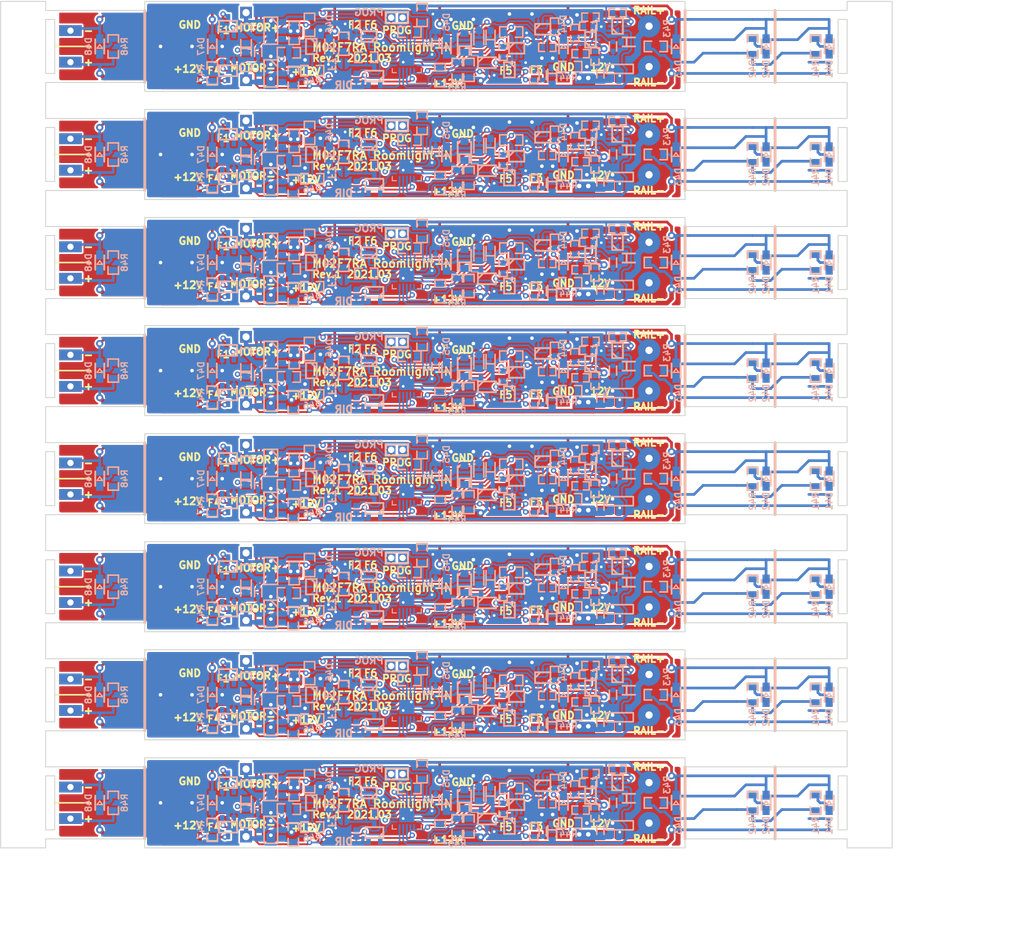
<source format=kicad_pcb>
(kicad_pcb (version 20171130) (host pcbnew "(5.1.9)-1")
  (layers (0 F.Cu signal) (31 B.Cu signal) (34 B.Paste user) (35 F.Paste user) (36 B.SilkS user) (37 F.SilkS user) (38 B.Mask user) (39 F.Mask user) (44 Edge.Cuts user))
  (net 0 "")
  (net 1 +12V)
  (net 2 GND)
  (net 3 +5V)
  (net 4 "Net-(C6-Pad1)")
  (net 5 MOTOR+)
  (net 6 MOTOR-)
  (net 7 RAIL+)
  (net 8 RAIL-)
  (net 9 "Net-(D3-Pad1)")
  (net 10 PWM)
  (net 11 BEMF)
  (net 12 REV)
  (net 13 "Net-(Q1-Pad3)")
  (net 14 "Net-(Q2-Pad3)")
  (net 15 FWD)
  (net 16 "Net-(Q3-Pad1)")
  (net 17 "Net-(Q3-Pad2)")
  (net 18 "Net-(D41-Pad2)")
  (net 19 "Net-(D41-Pad1)")
  (net 20 "Net-(D42-Pad2)")
  (net 21 "Net-(D43-Pad2)")
  (net 22 "Net-(D44-Pad2)")
  (net 23 "Net-(D45-Pad2)")
  (net 24 "Net-(D46-Pad2)")
  (net 25 "Net-(D47-Pad2)")
  (net 26 "Net-(D48-Pad2)")
  (net 27 "Net-(J12-Pad1)")
  (net 28 "Net-(J14-Pad1)")
  (net 29 "Net-(J16-Pad1)")
  (net 30 "Net-(J18-Pad1)")
  (net 31 UPDI)
  (net 32 "Net-(Q3-Pad4)")
  (net 33 "Net-(Q6-Pad2)")
  (net 34 "Net-(Q6-Pad3)")
  (net 35 "Net-(Q6-Pad5)")
  (net 36 "Net-(Q8-Pad2)")
  (net 37 Func1)
  (net 38 Func2)
  (net 39 Func4)
  (net 40 Func3)
  (net 41 Func5)
  (net 42 Func6)
  (net 43 Func7)
  (net 44 "Net-(Q21-Pad6)")
  (net 45 "Net-(Q21-Pad5)")
  (net 46 "Net-(Q21-Pad3)")
  (net 47 "Net-(Q21-Pad2)")
  (net 48 "Net-(Q22-Pad2)")
  (net 49 ABC-)
  (net 50 "Net-(Q22-Pad5)")
  (net 51 ABC+)
  (net 52 "Net-(R1-Pad2)")
  (net 53 "Net-(R2-Pad2)")
  (net 54 TXD)
  (net 55 VRAIL+)
  (net 56 VRAIL-)
  (net 57 DIR_JP)
  (net 58 "Net-(J11-Pad1)")
  (net 59 "Net-(J13-Pad1)")
  (module footprint:HOLE_MASK_LOCK (layer F.Cu) (at 98.5 56)
    (fp_text reference REF** hide)
    (fp_text value HOLE_MASK_LOCK hide)
    (pad "" np_thru_hole circle (at 0 0) (size 2 2) (drill 2) (layers *.Cu *.Paste *.Mask))
  )
  (module footprint:HOLE_MASK_LOCK (layer F.Cu) (at 98.5 44)
    (fp_text reference REF** hide)
    (fp_text value HOLE_MASK_LOCK hide)
    (pad "" np_thru_hole circle (at 0 0) (size 2 2) (drill 2) (layers *.Cu *.Paste *.Mask))
  )
  (module footprint:HOLE_MASK_LOCK (layer F.Cu) (at 98.5 68)
    (fp_text reference REF** hide)
    (fp_text value HOLE_MASK_LOCK hide)
    (pad "" np_thru_hole circle (at 0 0) (size 2 2) (drill 2) (layers *.Cu *.Paste *.Mask))
  )
  (module footprint:HOLE_MASK_LOCK (layer F.Cu) (at 98.5 80)
    (fp_text reference REF** hide)
    (fp_text value HOLE_MASK_LOCK hide)
    (pad "" np_thru_hole circle (at 0 0) (size 2 2) (drill 2) (layers *.Cu *.Paste *.Mask))
  )
  (module footprint:HOLE_MASK_LOCK (layer F.Cu) (at 98.5 116)
    (fp_text reference REF** hide)
    (fp_text value HOLE_MASK_LOCK hide)
    (pad "" np_thru_hole circle (at 0 0) (size 2 2) (drill 2) (layers *.Cu *.Paste *.Mask))
  )
  (module footprint:HOLE_MASK_LOCK (layer F.Cu) (at 98.5 92)
    (fp_text reference REF** hide)
    (fp_text value HOLE_MASK_LOCK hide)
    (pad "" np_thru_hole circle (at 0 0) (size 2 2) (drill 2) (layers *.Cu *.Paste *.Mask))
  )
  (module footprint:HOLE_MASK_LOCK (layer F.Cu) (at 98.5 128)
    (fp_text reference REF** hide)
    (fp_text value HOLE_MASK_LOCK hide)
    (pad "" np_thru_hole circle (at 0 0) (size 2 2) (drill 2) (layers *.Cu *.Paste *.Mask))
  )
  (module footprint:HOLE_MASK_LOCK (layer F.Cu) (at 98.5 104)
    (fp_text reference REF** hide)
    (fp_text value HOLE_MASK_LOCK hide)
    (pad "" np_thru_hole circle (at 0 0) (size 2 2) (drill 2) (layers *.Cu *.Paste *.Mask))
  )
  (module footprint:HOLE_MASK_LOCK (layer F.Cu) (at 192.5 116)
    (fp_text reference REF** hide)
    (fp_text value HOLE_MASK_LOCK hide)
    (pad "" np_thru_hole circle (at 0 0) (size 2 2) (drill 2) (layers *.Cu *.Paste *.Mask))
  )
  (module footprint:HOLE_MASK_LOCK (layer F.Cu) (at 192.5 128)
    (fp_text reference REF** hide)
    (fp_text value HOLE_MASK_LOCK hide)
    (pad "" np_thru_hole circle (at 0 0) (size 2 2) (drill 2) (layers *.Cu *.Paste *.Mask))
  )
  (module footprint:HOLE_MASK_LOCK (layer F.Cu) (at 192.5 92)
    (fp_text reference REF** hide)
    (fp_text value HOLE_MASK_LOCK hide)
    (pad "" np_thru_hole circle (at 0 0) (size 2 2) (drill 2) (layers *.Cu *.Paste *.Mask))
  )
  (module footprint:HOLE_MASK_LOCK (layer F.Cu) (at 192.5 80)
    (fp_text reference REF** hide)
    (fp_text value HOLE_MASK_LOCK hide)
    (pad "" np_thru_hole circle (at 0 0) (size 2 2) (drill 2) (layers *.Cu *.Paste *.Mask))
  )
  (module footprint:HOLE_MASK_LOCK (layer F.Cu) (at 192.5 104)
    (fp_text reference REF** hide)
    (fp_text value HOLE_MASK_LOCK hide)
    (pad "" np_thru_hole circle (at 0 0) (size 2 2) (drill 2) (layers *.Cu *.Paste *.Mask))
  )
  (module footprint:HOLE_MASK_LOCK (layer F.Cu) (at 192.5 68)
    (fp_text reference REF** hide)
    (fp_text value HOLE_MASK_LOCK hide)
    (pad "" np_thru_hole circle (at 0 0) (size 2 2) (drill 2) (layers *.Cu *.Paste *.Mask))
  )
  (module footprint:HOLE_MASK_LOCK (layer F.Cu) (at 192.5 56)
    (fp_text reference REF** hide)
    (fp_text value HOLE_MASK_LOCK hide)
    (pad "" np_thru_hole circle (at 0 0) (size 2 2) (drill 2) (layers *.Cu *.Paste *.Mask))
  )
  (module footprint:HOLE_MASK_LOCK (layer F.Cu) (at 192.5 44)
    (fp_text reference REF** hide)
    (fp_text value HOLE_MASK_LOCK hide)
    (pad "" np_thru_hole circle (at 0 0) (size 2 2) (drill 2) (layers *.Cu *.Paste *.Mask))
  )
  (module footprint:R_1608_v2 (layer B.Cu) (at 130.6 130.7)
    (fp_text reference R46 (at 0 1.2 180) (layer B.SilkS) (effects (font (size 0.7 0.7)) (justify mirror)))
    (fp_text value 472 hide)
    (pad 1 smd rect (at -0.825 0) (size 0.65 0.9) (layers B.Cu B.Paste B.Mask) (net 1 +12V))
    (pad 2 smd rect (at 0.825 0) (size 0.65 0.9) (layers B.Cu B.Paste B.Mask) (net 24 "Net-(D46-Pad2)"))
  )
  (module footprint:R_1608_v2 (layer B.Cu) (at 130.6 118.7)
    (fp_text reference R46 (at 0 1.2 180) (layer B.SilkS) (effects (font (size 0.7 0.7)) (justify mirror)))
    (fp_text value 472 hide)
    (pad 1 smd rect (at -0.825 0) (size 0.65 0.9) (layers B.Cu B.Paste B.Mask) (net 1 +12V))
    (pad 2 smd rect (at 0.825 0) (size 0.65 0.9) (layers B.Cu B.Paste B.Mask) (net 24 "Net-(D46-Pad2)"))
  )
  (module footprint:R_1608_v2 (layer B.Cu) (at 130.6 106.7)
    (fp_text reference R46 (at 0 1.2 180) (layer B.SilkS) (effects (font (size 0.7 0.7)) (justify mirror)))
    (fp_text value 472 hide)
    (pad 1 smd rect (at -0.825 0) (size 0.65 0.9) (layers B.Cu B.Paste B.Mask) (net 1 +12V))
    (pad 2 smd rect (at 0.825 0) (size 0.65 0.9) (layers B.Cu B.Paste B.Mask) (net 24 "Net-(D46-Pad2)"))
  )
  (module footprint:R_1608_v2 (layer B.Cu) (at 130.6 94.7)
    (fp_text reference R46 (at 0 1.2 180) (layer B.SilkS) (effects (font (size 0.7 0.7)) (justify mirror)))
    (fp_text value 472 hide)
    (pad 1 smd rect (at -0.825 0) (size 0.65 0.9) (layers B.Cu B.Paste B.Mask) (net 1 +12V))
    (pad 2 smd rect (at 0.825 0) (size 0.65 0.9) (layers B.Cu B.Paste B.Mask) (net 24 "Net-(D46-Pad2)"))
  )
  (module footprint:R_1608_v2 (layer B.Cu) (at 130.6 82.7)
    (fp_text reference R46 (at 0 1.2 180) (layer B.SilkS) (effects (font (size 0.7 0.7)) (justify mirror)))
    (fp_text value 472 hide)
    (pad 1 smd rect (at -0.825 0) (size 0.65 0.9) (layers B.Cu B.Paste B.Mask) (net 1 +12V))
    (pad 2 smd rect (at 0.825 0) (size 0.65 0.9) (layers B.Cu B.Paste B.Mask) (net 24 "Net-(D46-Pad2)"))
  )
  (module footprint:R_1608_v2 (layer B.Cu) (at 130.6 70.7)
    (fp_text reference R46 (at 0 1.2 180) (layer B.SilkS) (effects (font (size 0.7 0.7)) (justify mirror)))
    (fp_text value 472 hide)
    (pad 1 smd rect (at -0.825 0) (size 0.65 0.9) (layers B.Cu B.Paste B.Mask) (net 1 +12V))
    (pad 2 smd rect (at 0.825 0) (size 0.65 0.9) (layers B.Cu B.Paste B.Mask) (net 24 "Net-(D46-Pad2)"))
  )
  (module footprint:R_1608_v2 (layer B.Cu) (at 130.6 58.7)
    (fp_text reference R46 (at 0 1.2 180) (layer B.SilkS) (effects (font (size 0.7 0.7)) (justify mirror)))
    (fp_text value 472 hide)
    (pad 1 smd rect (at -0.825 0) (size 0.65 0.9) (layers B.Cu B.Paste B.Mask) (net 1 +12V))
    (pad 2 smd rect (at 0.825 0) (size 0.65 0.9) (layers B.Cu B.Paste B.Mask) (net 24 "Net-(D46-Pad2)"))
  )
  (module footprint:SC-70_v2 (layer B.Cu) (at 121.25 125.75 180)
    (fp_text reference Q11 hide)
    (fp_text value SSM3K7002BFU hide)
    (pad 3 smd rect (at 0 0.95 180) (size 0.5 0.8) (layers B.Cu B.Paste B.Mask) (net 58 "Net-(J11-Pad1)"))
    (pad 2 smd rect (at 0.65 -0.95 180) (size 0.5 0.8) (layers B.Cu B.Paste B.Mask) (net 2 GND))
    (pad 1 smd rect (at -0.65 -0.95 180) (size 0.5 0.8) (layers B.Cu B.Paste B.Mask) (net 37 Func1))
  )
  (module footprint:SC-70_v2 (layer B.Cu) (at 121.25 113.75 180)
    (fp_text reference Q11 hide)
    (fp_text value SSM3K7002BFU hide)
    (pad 3 smd rect (at 0 0.95 180) (size 0.5 0.8) (layers B.Cu B.Paste B.Mask) (net 58 "Net-(J11-Pad1)"))
    (pad 2 smd rect (at 0.65 -0.95 180) (size 0.5 0.8) (layers B.Cu B.Paste B.Mask) (net 2 GND))
    (pad 1 smd rect (at -0.65 -0.95 180) (size 0.5 0.8) (layers B.Cu B.Paste B.Mask) (net 37 Func1))
  )
  (module footprint:SC-70_v2 (layer B.Cu) (at 121.25 101.75 180)
    (fp_text reference Q11 hide)
    (fp_text value SSM3K7002BFU hide)
    (pad 3 smd rect (at 0 0.95 180) (size 0.5 0.8) (layers B.Cu B.Paste B.Mask) (net 58 "Net-(J11-Pad1)"))
    (pad 2 smd rect (at 0.65 -0.95 180) (size 0.5 0.8) (layers B.Cu B.Paste B.Mask) (net 2 GND))
    (pad 1 smd rect (at -0.65 -0.95 180) (size 0.5 0.8) (layers B.Cu B.Paste B.Mask) (net 37 Func1))
  )
  (module footprint:SC-70_v2 (layer B.Cu) (at 121.25 89.75 180)
    (fp_text reference Q11 hide)
    (fp_text value SSM3K7002BFU hide)
    (pad 3 smd rect (at 0 0.95 180) (size 0.5 0.8) (layers B.Cu B.Paste B.Mask) (net 58 "Net-(J11-Pad1)"))
    (pad 2 smd rect (at 0.65 -0.95 180) (size 0.5 0.8) (layers B.Cu B.Paste B.Mask) (net 2 GND))
    (pad 1 smd rect (at -0.65 -0.95 180) (size 0.5 0.8) (layers B.Cu B.Paste B.Mask) (net 37 Func1))
  )
  (module footprint:SC-70_v2 (layer B.Cu) (at 121.25 77.75 180)
    (fp_text reference Q11 hide)
    (fp_text value SSM3K7002BFU hide)
    (pad 3 smd rect (at 0 0.95 180) (size 0.5 0.8) (layers B.Cu B.Paste B.Mask) (net 58 "Net-(J11-Pad1)"))
    (pad 2 smd rect (at 0.65 -0.95 180) (size 0.5 0.8) (layers B.Cu B.Paste B.Mask) (net 2 GND))
    (pad 1 smd rect (at -0.65 -0.95 180) (size 0.5 0.8) (layers B.Cu B.Paste B.Mask) (net 37 Func1))
  )
  (module footprint:SC-70_v2 (layer B.Cu) (at 121.25 65.75 180)
    (fp_text reference Q11 hide)
    (fp_text value SSM3K7002BFU hide)
    (pad 3 smd rect (at 0 0.95 180) (size 0.5 0.8) (layers B.Cu B.Paste B.Mask) (net 58 "Net-(J11-Pad1)"))
    (pad 2 smd rect (at 0.65 -0.95 180) (size 0.5 0.8) (layers B.Cu B.Paste B.Mask) (net 2 GND))
    (pad 1 smd rect (at -0.65 -0.95 180) (size 0.5 0.8) (layers B.Cu B.Paste B.Mask) (net 37 Func1))
  )
  (module footprint:SC-70_v2 (layer B.Cu) (at 121.25 53.75 180)
    (fp_text reference Q11 hide)
    (fp_text value SSM3K7002BFU hide)
    (pad 3 smd rect (at 0 0.95 180) (size 0.5 0.8) (layers B.Cu B.Paste B.Mask) (net 58 "Net-(J11-Pad1)"))
    (pad 2 smd rect (at 0.65 -0.95 180) (size 0.5 0.8) (layers B.Cu B.Paste B.Mask) (net 2 GND))
    (pad 1 smd rect (at -0.65 -0.95 180) (size 0.5 0.8) (layers B.Cu B.Paste B.Mask) (net 37 Func1))
  )
  (module footprint:R_1608_v2 (layer B.Cu) (at 146.7 130.6 90)
    (fp_text reference R45 (at -1.9 0 180) (layer B.SilkS) (effects (font (size 0.7 0.7)) (justify mirror)))
    (fp_text value 472 hide)
    (pad 2 smd rect (at 0.825 0 90) (size 0.65 0.9) (layers B.Cu B.Paste B.Mask) (net 23 "Net-(D45-Pad2)"))
    (pad 1 smd rect (at -0.825 0 90) (size 0.65 0.9) (layers B.Cu B.Paste B.Mask) (net 1 +12V))
  )
  (module footprint:R_1608_v2 (layer B.Cu) (at 146.7 118.6 90)
    (fp_text reference R45 (at -1.9 0 180) (layer B.SilkS) (effects (font (size 0.7 0.7)) (justify mirror)))
    (fp_text value 472 hide)
    (pad 2 smd rect (at 0.825 0 90) (size 0.65 0.9) (layers B.Cu B.Paste B.Mask) (net 23 "Net-(D45-Pad2)"))
    (pad 1 smd rect (at -0.825 0 90) (size 0.65 0.9) (layers B.Cu B.Paste B.Mask) (net 1 +12V))
  )
  (module footprint:R_1608_v2 (layer B.Cu) (at 146.7 106.6 90)
    (fp_text reference R45 (at -1.9 0 180) (layer B.SilkS) (effects (font (size 0.7 0.7)) (justify mirror)))
    (fp_text value 472 hide)
    (pad 2 smd rect (at 0.825 0 90) (size 0.65 0.9) (layers B.Cu B.Paste B.Mask) (net 23 "Net-(D45-Pad2)"))
    (pad 1 smd rect (at -0.825 0 90) (size 0.65 0.9) (layers B.Cu B.Paste B.Mask) (net 1 +12V))
  )
  (module footprint:R_1608_v2 (layer B.Cu) (at 146.7 94.6 90)
    (fp_text reference R45 (at -1.9 0 180) (layer B.SilkS) (effects (font (size 0.7 0.7)) (justify mirror)))
    (fp_text value 472 hide)
    (pad 2 smd rect (at 0.825 0 90) (size 0.65 0.9) (layers B.Cu B.Paste B.Mask) (net 23 "Net-(D45-Pad2)"))
    (pad 1 smd rect (at -0.825 0 90) (size 0.65 0.9) (layers B.Cu B.Paste B.Mask) (net 1 +12V))
  )
  (module footprint:R_1608_v2 (layer B.Cu) (at 146.7 82.6 90)
    (fp_text reference R45 (at -1.9 0 180) (layer B.SilkS) (effects (font (size 0.7 0.7)) (justify mirror)))
    (fp_text value 472 hide)
    (pad 2 smd rect (at 0.825 0 90) (size 0.65 0.9) (layers B.Cu B.Paste B.Mask) (net 23 "Net-(D45-Pad2)"))
    (pad 1 smd rect (at -0.825 0 90) (size 0.65 0.9) (layers B.Cu B.Paste B.Mask) (net 1 +12V))
  )
  (module footprint:R_1608_v2 (layer B.Cu) (at 146.7 70.6 90)
    (fp_text reference R45 (at -1.9 0 180) (layer B.SilkS) (effects (font (size 0.7 0.7)) (justify mirror)))
    (fp_text value 472 hide)
    (pad 2 smd rect (at 0.825 0 90) (size 0.65 0.9) (layers B.Cu B.Paste B.Mask) (net 23 "Net-(D45-Pad2)"))
    (pad 1 smd rect (at -0.825 0 90) (size 0.65 0.9) (layers B.Cu B.Paste B.Mask) (net 1 +12V))
  )
  (module footprint:R_1608_v2 (layer B.Cu) (at 146.7 58.6 90)
    (fp_text reference R45 (at -1.9 0 180) (layer B.SilkS) (effects (font (size 0.7 0.7)) (justify mirror)))
    (fp_text value 472 hide)
    (pad 2 smd rect (at 0.825 0 90) (size 0.65 0.9) (layers B.Cu B.Paste B.Mask) (net 23 "Net-(D45-Pad2)"))
    (pad 1 smd rect (at -0.825 0 90) (size 0.65 0.9) (layers B.Cu B.Paste B.Mask) (net 1 +12V))
  )
  (module footprint:SOT-666-nomark (layer B.Cu) (at 161.5 127.25)
    (fp_text reference Q21 hide)
    (fp_text value PMBT3906VS hide)
    (pad 1 smd rect (at -0.75 0.5 90) (size 0.3 0.7) (layers B.Cu B.Paste B.Mask) (net 56 VRAIL-))
    (pad 2 smd rect (at -0.75 0 90) (size 0.3 0.7) (layers B.Cu B.Paste B.Mask) (net 47 "Net-(Q21-Pad2)"))
    (pad 3 smd rect (at -0.75 -0.5 90) (size 0.3 0.7) (layers B.Cu B.Paste B.Mask) (net 46 "Net-(Q21-Pad3)"))
    (pad 4 smd rect (at 0.75 -0.5 90) (size 0.3 0.7) (layers B.Cu B.Paste B.Mask) (net 55 VRAIL+))
    (pad 5 smd rect (at 0.75 0 90) (size 0.3 0.7) (layers B.Cu B.Paste B.Mask) (net 45 "Net-(Q21-Pad5)"))
    (pad 6 smd rect (at 0.75 0.5 90) (size 0.3 0.7) (layers B.Cu B.Paste B.Mask) (net 44 "Net-(Q21-Pad6)"))
  )
  (module footprint:SOT-666-nomark (layer B.Cu) (at 161.5 115.25)
    (fp_text reference Q21 hide)
    (fp_text value PMBT3906VS hide)
    (pad 1 smd rect (at -0.75 0.5 90) (size 0.3 0.7) (layers B.Cu B.Paste B.Mask) (net 56 VRAIL-))
    (pad 2 smd rect (at -0.75 0 90) (size 0.3 0.7) (layers B.Cu B.Paste B.Mask) (net 47 "Net-(Q21-Pad2)"))
    (pad 3 smd rect (at -0.75 -0.5 90) (size 0.3 0.7) (layers B.Cu B.Paste B.Mask) (net 46 "Net-(Q21-Pad3)"))
    (pad 4 smd rect (at 0.75 -0.5 90) (size 0.3 0.7) (layers B.Cu B.Paste B.Mask) (net 55 VRAIL+))
    (pad 5 smd rect (at 0.75 0 90) (size 0.3 0.7) (layers B.Cu B.Paste B.Mask) (net 45 "Net-(Q21-Pad5)"))
    (pad 6 smd rect (at 0.75 0.5 90) (size 0.3 0.7) (layers B.Cu B.Paste B.Mask) (net 44 "Net-(Q21-Pad6)"))
  )
  (module footprint:SOT-666-nomark (layer B.Cu) (at 161.5 103.25)
    (fp_text reference Q21 hide)
    (fp_text value PMBT3906VS hide)
    (pad 1 smd rect (at -0.75 0.5 90) (size 0.3 0.7) (layers B.Cu B.Paste B.Mask) (net 56 VRAIL-))
    (pad 2 smd rect (at -0.75 0 90) (size 0.3 0.7) (layers B.Cu B.Paste B.Mask) (net 47 "Net-(Q21-Pad2)"))
    (pad 3 smd rect (at -0.75 -0.5 90) (size 0.3 0.7) (layers B.Cu B.Paste B.Mask) (net 46 "Net-(Q21-Pad3)"))
    (pad 4 smd rect (at 0.75 -0.5 90) (size 0.3 0.7) (layers B.Cu B.Paste B.Mask) (net 55 VRAIL+))
    (pad 5 smd rect (at 0.75 0 90) (size 0.3 0.7) (layers B.Cu B.Paste B.Mask) (net 45 "Net-(Q21-Pad5)"))
    (pad 6 smd rect (at 0.75 0.5 90) (size 0.3 0.7) (layers B.Cu B.Paste B.Mask) (net 44 "Net-(Q21-Pad6)"))
  )
  (module footprint:SOT-666-nomark (layer B.Cu) (at 161.5 91.25)
    (fp_text reference Q21 hide)
    (fp_text value PMBT3906VS hide)
    (pad 1 smd rect (at -0.75 0.5 90) (size 0.3 0.7) (layers B.Cu B.Paste B.Mask) (net 56 VRAIL-))
    (pad 2 smd rect (at -0.75 0 90) (size 0.3 0.7) (layers B.Cu B.Paste B.Mask) (net 47 "Net-(Q21-Pad2)"))
    (pad 3 smd rect (at -0.75 -0.5 90) (size 0.3 0.7) (layers B.Cu B.Paste B.Mask) (net 46 "Net-(Q21-Pad3)"))
    (pad 4 smd rect (at 0.75 -0.5 90) (size 0.3 0.7) (layers B.Cu B.Paste B.Mask) (net 55 VRAIL+))
    (pad 5 smd rect (at 0.75 0 90) (size 0.3 0.7) (layers B.Cu B.Paste B.Mask) (net 45 "Net-(Q21-Pad5)"))
    (pad 6 smd rect (at 0.75 0.5 90) (size 0.3 0.7) (layers B.Cu B.Paste B.Mask) (net 44 "Net-(Q21-Pad6)"))
  )
  (module footprint:SOT-666-nomark (layer B.Cu) (at 161.5 79.25)
    (fp_text reference Q21 hide)
    (fp_text value PMBT3906VS hide)
    (pad 1 smd rect (at -0.75 0.5 90) (size 0.3 0.7) (layers B.Cu B.Paste B.Mask) (net 56 VRAIL-))
    (pad 2 smd rect (at -0.75 0 90) (size 0.3 0.7) (layers B.Cu B.Paste B.Mask) (net 47 "Net-(Q21-Pad2)"))
    (pad 3 smd rect (at -0.75 -0.5 90) (size 0.3 0.7) (layers B.Cu B.Paste B.Mask) (net 46 "Net-(Q21-Pad3)"))
    (pad 4 smd rect (at 0.75 -0.5 90) (size 0.3 0.7) (layers B.Cu B.Paste B.Mask) (net 55 VRAIL+))
    (pad 5 smd rect (at 0.75 0 90) (size 0.3 0.7) (layers B.Cu B.Paste B.Mask) (net 45 "Net-(Q21-Pad5)"))
    (pad 6 smd rect (at 0.75 0.5 90) (size 0.3 0.7) (layers B.Cu B.Paste B.Mask) (net 44 "Net-(Q21-Pad6)"))
  )
  (module footprint:SOT-666-nomark (layer B.Cu) (at 161.5 67.25)
    (fp_text reference Q21 hide)
    (fp_text value PMBT3906VS hide)
    (pad 1 smd rect (at -0.75 0.5 90) (size 0.3 0.7) (layers B.Cu B.Paste B.Mask) (net 56 VRAIL-))
    (pad 2 smd rect (at -0.75 0 90) (size 0.3 0.7) (layers B.Cu B.Paste B.Mask) (net 47 "Net-(Q21-Pad2)"))
    (pad 3 smd rect (at -0.75 -0.5 90) (size 0.3 0.7) (layers B.Cu B.Paste B.Mask) (net 46 "Net-(Q21-Pad3)"))
    (pad 4 smd rect (at 0.75 -0.5 90) (size 0.3 0.7) (layers B.Cu B.Paste B.Mask) (net 55 VRAIL+))
    (pad 5 smd rect (at 0.75 0 90) (size 0.3 0.7) (layers B.Cu B.Paste B.Mask) (net 45 "Net-(Q21-Pad5)"))
    (pad 6 smd rect (at 0.75 0.5 90) (size 0.3 0.7) (layers B.Cu B.Paste B.Mask) (net 44 "Net-(Q21-Pad6)"))
  )
  (module footprint:SOT-666-nomark (layer B.Cu) (at 161.5 55.25)
    (fp_text reference Q21 hide)
    (fp_text value PMBT3906VS hide)
    (pad 1 smd rect (at -0.75 0.5 90) (size 0.3 0.7) (layers B.Cu B.Paste B.Mask) (net 56 VRAIL-))
    (pad 2 smd rect (at -0.75 0 90) (size 0.3 0.7) (layers B.Cu B.Paste B.Mask) (net 47 "Net-(Q21-Pad2)"))
    (pad 3 smd rect (at -0.75 -0.5 90) (size 0.3 0.7) (layers B.Cu B.Paste B.Mask) (net 46 "Net-(Q21-Pad3)"))
    (pad 4 smd rect (at 0.75 -0.5 90) (size 0.3 0.7) (layers B.Cu B.Paste B.Mask) (net 55 VRAIL+))
    (pad 5 smd rect (at 0.75 0 90) (size 0.3 0.7) (layers B.Cu B.Paste B.Mask) (net 45 "Net-(Q21-Pad5)"))
    (pad 6 smd rect (at 0.75 0.5 90) (size 0.3 0.7) (layers B.Cu B.Paste B.Mask) (net 44 "Net-(Q21-Pad6)"))
  )
  (module footprint:SC-70_v2 (layer B.Cu) (at 137.5 131.3 180)
    (fp_text reference Q17 hide)
    (fp_text value SSM3K7002BFU hide)
    (pad 1 smd rect (at -0.65 -0.95 180) (size 0.5 0.8) (layers B.Cu B.Paste B.Mask) (net 43 Func7))
    (pad 2 smd rect (at 0.65 -0.95 180) (size 0.5 0.8) (layers B.Cu B.Paste B.Mask) (net 2 GND))
    (pad 3 smd rect (at 0 0.95 180) (size 0.5 0.8) (layers B.Cu B.Paste B.Mask) (net 19 "Net-(D41-Pad1)"))
  )
  (module footprint:SC-70_v2 (layer B.Cu) (at 137.5 119.3 180)
    (fp_text reference Q17 hide)
    (fp_text value SSM3K7002BFU hide)
    (pad 1 smd rect (at -0.65 -0.95 180) (size 0.5 0.8) (layers B.Cu B.Paste B.Mask) (net 43 Func7))
    (pad 2 smd rect (at 0.65 -0.95 180) (size 0.5 0.8) (layers B.Cu B.Paste B.Mask) (net 2 GND))
    (pad 3 smd rect (at 0 0.95 180) (size 0.5 0.8) (layers B.Cu B.Paste B.Mask) (net 19 "Net-(D41-Pad1)"))
  )
  (module footprint:SC-70_v2 (layer B.Cu) (at 137.5 107.3 180)
    (fp_text reference Q17 hide)
    (fp_text value SSM3K7002BFU hide)
    (pad 1 smd rect (at -0.65 -0.95 180) (size 0.5 0.8) (layers B.Cu B.Paste B.Mask) (net 43 Func7))
    (pad 2 smd rect (at 0.65 -0.95 180) (size 0.5 0.8) (layers B.Cu B.Paste B.Mask) (net 2 GND))
    (pad 3 smd rect (at 0 0.95 180) (size 0.5 0.8) (layers B.Cu B.Paste B.Mask) (net 19 "Net-(D41-Pad1)"))
  )
  (module footprint:SC-70_v2 (layer B.Cu) (at 137.5 95.3 180)
    (fp_text reference Q17 hide)
    (fp_text value SSM3K7002BFU hide)
    (pad 1 smd rect (at -0.65 -0.95 180) (size 0.5 0.8) (layers B.Cu B.Paste B.Mask) (net 43 Func7))
    (pad 2 smd rect (at 0.65 -0.95 180) (size 0.5 0.8) (layers B.Cu B.Paste B.Mask) (net 2 GND))
    (pad 3 smd rect (at 0 0.95 180) (size 0.5 0.8) (layers B.Cu B.Paste B.Mask) (net 19 "Net-(D41-Pad1)"))
  )
  (module footprint:SC-70_v2 (layer B.Cu) (at 137.5 83.3 180)
    (fp_text reference Q17 hide)
    (fp_text value SSM3K7002BFU hide)
    (pad 1 smd rect (at -0.65 -0.95 180) (size 0.5 0.8) (layers B.Cu B.Paste B.Mask) (net 43 Func7))
    (pad 2 smd rect (at 0.65 -0.95 180) (size 0.5 0.8) (layers B.Cu B.Paste B.Mask) (net 2 GND))
    (pad 3 smd rect (at 0 0.95 180) (size 0.5 0.8) (layers B.Cu B.Paste B.Mask) (net 19 "Net-(D41-Pad1)"))
  )
  (module footprint:SC-70_v2 (layer B.Cu) (at 137.5 71.3 180)
    (fp_text reference Q17 hide)
    (fp_text value SSM3K7002BFU hide)
    (pad 1 smd rect (at -0.65 -0.95 180) (size 0.5 0.8) (layers B.Cu B.Paste B.Mask) (net 43 Func7))
    (pad 2 smd rect (at 0.65 -0.95 180) (size 0.5 0.8) (layers B.Cu B.Paste B.Mask) (net 2 GND))
    (pad 3 smd rect (at 0 0.95 180) (size 0.5 0.8) (layers B.Cu B.Paste B.Mask) (net 19 "Net-(D41-Pad1)"))
  )
  (module footprint:SC-70_v2 (layer B.Cu) (at 137.5 59.3 180)
    (fp_text reference Q17 hide)
    (fp_text value SSM3K7002BFU hide)
    (pad 1 smd rect (at -0.65 -0.95 180) (size 0.5 0.8) (layers B.Cu B.Paste B.Mask) (net 43 Func7))
    (pad 2 smd rect (at 0.65 -0.95 180) (size 0.5 0.8) (layers B.Cu B.Paste B.Mask) (net 2 GND))
    (pad 3 smd rect (at 0 0.95 180) (size 0.5 0.8) (layers B.Cu B.Paste B.Mask) (net 19 "Net-(D41-Pad1)"))
  )
  (module footprint:R_1608_v2 (layer B.Cu) (at 168.75 128)
    (fp_text reference R43 (at 1.25 -2 90) (layer B.SilkS) (effects (font (size 0.7 0.7)) (justify mirror)))
    (fp_text value 472 hide)
    (pad 1 smd rect (at -0.825 0) (size 0.65 0.9) (layers B.Cu B.Paste B.Mask) (net 1 +12V))
    (pad 2 smd rect (at 0.825 0) (size 0.65 0.9) (layers B.Cu B.Paste B.Mask) (net 21 "Net-(D43-Pad2)"))
  )
  (module footprint:R_1608_v2 (layer B.Cu) (at 168.75 116)
    (fp_text reference R43 (at 1.25 -2 90) (layer B.SilkS) (effects (font (size 0.7 0.7)) (justify mirror)))
    (fp_text value 472 hide)
    (pad 1 smd rect (at -0.825 0) (size 0.65 0.9) (layers B.Cu B.Paste B.Mask) (net 1 +12V))
    (pad 2 smd rect (at 0.825 0) (size 0.65 0.9) (layers B.Cu B.Paste B.Mask) (net 21 "Net-(D43-Pad2)"))
  )
  (module footprint:R_1608_v2 (layer B.Cu) (at 168.75 104)
    (fp_text reference R43 (at 1.25 -2 90) (layer B.SilkS) (effects (font (size 0.7 0.7)) (justify mirror)))
    (fp_text value 472 hide)
    (pad 1 smd rect (at -0.825 0) (size 0.65 0.9) (layers B.Cu B.Paste B.Mask) (net 1 +12V))
    (pad 2 smd rect (at 0.825 0) (size 0.65 0.9) (layers B.Cu B.Paste B.Mask) (net 21 "Net-(D43-Pad2)"))
  )
  (module footprint:R_1608_v2 (layer B.Cu) (at 168.75 92)
    (fp_text reference R43 (at 1.25 -2 90) (layer B.SilkS) (effects (font (size 0.7 0.7)) (justify mirror)))
    (fp_text value 472 hide)
    (pad 1 smd rect (at -0.825 0) (size 0.65 0.9) (layers B.Cu B.Paste B.Mask) (net 1 +12V))
    (pad 2 smd rect (at 0.825 0) (size 0.65 0.9) (layers B.Cu B.Paste B.Mask) (net 21 "Net-(D43-Pad2)"))
  )
  (module footprint:R_1608_v2 (layer B.Cu) (at 168.75 80)
    (fp_text reference R43 (at 1.25 -2 90) (layer B.SilkS) (effects (font (size 0.7 0.7)) (justify mirror)))
    (fp_text value 472 hide)
    (pad 1 smd rect (at -0.825 0) (size 0.65 0.9) (layers B.Cu B.Paste B.Mask) (net 1 +12V))
    (pad 2 smd rect (at 0.825 0) (size 0.65 0.9) (layers B.Cu B.Paste B.Mask) (net 21 "Net-(D43-Pad2)"))
  )
  (module footprint:R_1608_v2 (layer B.Cu) (at 168.75 68)
    (fp_text reference R43 (at 1.25 -2 90) (layer B.SilkS) (effects (font (size 0.7 0.7)) (justify mirror)))
    (fp_text value 472 hide)
    (pad 1 smd rect (at -0.825 0) (size 0.65 0.9) (layers B.Cu B.Paste B.Mask) (net 1 +12V))
    (pad 2 smd rect (at 0.825 0) (size 0.65 0.9) (layers B.Cu B.Paste B.Mask) (net 21 "Net-(D43-Pad2)"))
  )
  (module footprint:R_1608_v2 (layer B.Cu) (at 168.75 56)
    (fp_text reference R43 (at 1.25 -2 90) (layer B.SilkS) (effects (font (size 0.7 0.7)) (justify mirror)))
    (fp_text value 472 hide)
    (pad 1 smd rect (at -0.825 0) (size 0.65 0.9) (layers B.Cu B.Paste B.Mask) (net 1 +12V))
    (pad 2 smd rect (at 0.825 0) (size 0.65 0.9) (layers B.Cu B.Paste B.Mask) (net 21 "Net-(D43-Pad2)"))
  )
  (module footprint:R_1608_v2 (layer B.Cu) (at 179.5 128 90)
    (fp_text reference R42 (at -2.5 0 270) (layer B.SilkS) (effects (font (size 0.7 0.7) (thickness 0.14)) (justify mirror)))
    (fp_text value 472 hide)
    (pad 1 smd rect (at -0.825 0 90) (size 0.65 0.9) (layers B.Cu B.Paste B.Mask) (net 1 +12V))
    (pad 2 smd rect (at 0.825 0 90) (size 0.65 0.9) (layers B.Cu B.Paste B.Mask) (net 20 "Net-(D42-Pad2)"))
  )
  (module footprint:R_1608_v2 (layer B.Cu) (at 179.5 116 90)
    (fp_text reference R42 (at -2.5 0 270) (layer B.SilkS) (effects (font (size 0.7 0.7) (thickness 0.14)) (justify mirror)))
    (fp_text value 472 hide)
    (pad 1 smd rect (at -0.825 0 90) (size 0.65 0.9) (layers B.Cu B.Paste B.Mask) (net 1 +12V))
    (pad 2 smd rect (at 0.825 0 90) (size 0.65 0.9) (layers B.Cu B.Paste B.Mask) (net 20 "Net-(D42-Pad2)"))
  )
  (module footprint:R_1608_v2 (layer B.Cu) (at 179.5 104 90)
    (fp_text reference R42 (at -2.5 0 270) (layer B.SilkS) (effects (font (size 0.7 0.7) (thickness 0.14)) (justify mirror)))
    (fp_text value 472 hide)
    (pad 1 smd rect (at -0.825 0 90) (size 0.65 0.9) (layers B.Cu B.Paste B.Mask) (net 1 +12V))
    (pad 2 smd rect (at 0.825 0 90) (size 0.65 0.9) (layers B.Cu B.Paste B.Mask) (net 20 "Net-(D42-Pad2)"))
  )
  (module footprint:R_1608_v2 (layer B.Cu) (at 179.5 92 90)
    (fp_text reference R42 (at -2.5 0 270) (layer B.SilkS) (effects (font (size 0.7 0.7) (thickness 0.14)) (justify mirror)))
    (fp_text value 472 hide)
    (pad 1 smd rect (at -0.825 0 90) (size 0.65 0.9) (layers B.Cu B.Paste B.Mask) (net 1 +12V))
    (pad 2 smd rect (at 0.825 0 90) (size 0.65 0.9) (layers B.Cu B.Paste B.Mask) (net 20 "Net-(D42-Pad2)"))
  )
  (module footprint:R_1608_v2 (layer B.Cu) (at 179.5 80 90)
    (fp_text reference R42 (at -2.5 0 270) (layer B.SilkS) (effects (font (size 0.7 0.7) (thickness 0.14)) (justify mirror)))
    (fp_text value 472 hide)
    (pad 1 smd rect (at -0.825 0 90) (size 0.65 0.9) (layers B.Cu B.Paste B.Mask) (net 1 +12V))
    (pad 2 smd rect (at 0.825 0 90) (size 0.65 0.9) (layers B.Cu B.Paste B.Mask) (net 20 "Net-(D42-Pad2)"))
  )
  (module footprint:R_1608_v2 (layer B.Cu) (at 179.5 68 90)
    (fp_text reference R42 (at -2.5 0 270) (layer B.SilkS) (effects (font (size 0.7 0.7) (thickness 0.14)) (justify mirror)))
    (fp_text value 472 hide)
    (pad 1 smd rect (at -0.825 0 90) (size 0.65 0.9) (layers B.Cu B.Paste B.Mask) (net 1 +12V))
    (pad 2 smd rect (at 0.825 0 90) (size 0.65 0.9) (layers B.Cu B.Paste B.Mask) (net 20 "Net-(D42-Pad2)"))
  )
  (module footprint:R_1608_v2 (layer B.Cu) (at 179.5 56 90)
    (fp_text reference R42 (at -2.5 0 270) (layer B.SilkS) (effects (font (size 0.7 0.7) (thickness 0.14)) (justify mirror)))
    (fp_text value 472 hide)
    (pad 1 smd rect (at -0.825 0 90) (size 0.65 0.9) (layers B.Cu B.Paste B.Mask) (net 1 +12V))
    (pad 2 smd rect (at 0.825 0 90) (size 0.65 0.9) (layers B.Cu B.Paste B.Mask) (net 20 "Net-(D42-Pad2)"))
  )
  (module footprint:R_1608_v2 (layer B.Cu) (at 186.5 128 90)
    (fp_text reference R41 (at -2.5 0 270) (layer B.SilkS) (effects (font (size 0.7 0.7)) (justify mirror)))
    (fp_text value 472 hide)
    (pad 2 smd rect (at 0.825 0 90) (size 0.65 0.9) (layers B.Cu B.Paste B.Mask) (net 18 "Net-(D41-Pad2)"))
    (pad 1 smd rect (at -0.825 0 90) (size 0.65 0.9) (layers B.Cu B.Paste B.Mask) (net 1 +12V))
  )
  (module footprint:R_1608_v2 (layer B.Cu) (at 186.5 116 90)
    (fp_text reference R41 (at -2.5 0 270) (layer B.SilkS) (effects (font (size 0.7 0.7)) (justify mirror)))
    (fp_text value 472 hide)
    (pad 2 smd rect (at 0.825 0 90) (size 0.65 0.9) (layers B.Cu B.Paste B.Mask) (net 18 "Net-(D41-Pad2)"))
    (pad 1 smd rect (at -0.825 0 90) (size 0.65 0.9) (layers B.Cu B.Paste B.Mask) (net 1 +12V))
  )
  (module footprint:R_1608_v2 (layer B.Cu) (at 186.5 104 90)
    (fp_text reference R41 (at -2.5 0 270) (layer B.SilkS) (effects (font (size 0.7 0.7)) (justify mirror)))
    (fp_text value 472 hide)
    (pad 2 smd rect (at 0.825 0 90) (size 0.65 0.9) (layers B.Cu B.Paste B.Mask) (net 18 "Net-(D41-Pad2)"))
    (pad 1 smd rect (at -0.825 0 90) (size 0.65 0.9) (layers B.Cu B.Paste B.Mask) (net 1 +12V))
  )
  (module footprint:R_1608_v2 (layer B.Cu) (at 186.5 92 90)
    (fp_text reference R41 (at -2.5 0 270) (layer B.SilkS) (effects (font (size 0.7 0.7)) (justify mirror)))
    (fp_text value 472 hide)
    (pad 2 smd rect (at 0.825 0 90) (size 0.65 0.9) (layers B.Cu B.Paste B.Mask) (net 18 "Net-(D41-Pad2)"))
    (pad 1 smd rect (at -0.825 0 90) (size 0.65 0.9) (layers B.Cu B.Paste B.Mask) (net 1 +12V))
  )
  (module footprint:R_1608_v2 (layer B.Cu) (at 186.5 80 90)
    (fp_text reference R41 (at -2.5 0 270) (layer B.SilkS) (effects (font (size 0.7 0.7)) (justify mirror)))
    (fp_text value 472 hide)
    (pad 2 smd rect (at 0.825 0 90) (size 0.65 0.9) (layers B.Cu B.Paste B.Mask) (net 18 "Net-(D41-Pad2)"))
    (pad 1 smd rect (at -0.825 0 90) (size 0.65 0.9) (layers B.Cu B.Paste B.Mask) (net 1 +12V))
  )
  (module footprint:R_1608_v2 (layer B.Cu) (at 186.5 68 90)
    (fp_text reference R41 (at -2.5 0 270) (layer B.SilkS) (effects (font (size 0.7 0.7)) (justify mirror)))
    (fp_text value 472 hide)
    (pad 2 smd rect (at 0.825 0 90) (size 0.65 0.9) (layers B.Cu B.Paste B.Mask) (net 18 "Net-(D41-Pad2)"))
    (pad 1 smd rect (at -0.825 0 90) (size 0.65 0.9) (layers B.Cu B.Paste B.Mask) (net 1 +12V))
  )
  (module footprint:R_1608_v2 (layer B.Cu) (at 186.5 56 90)
    (fp_text reference R41 (at -2.5 0 270) (layer B.SilkS) (effects (font (size 0.7 0.7)) (justify mirror)))
    (fp_text value 472 hide)
    (pad 2 smd rect (at 0.825 0 90) (size 0.65 0.9) (layers B.Cu B.Paste B.Mask) (net 18 "Net-(D41-Pad2)"))
    (pad 1 smd rect (at -0.825 0 90) (size 0.65 0.9) (layers B.Cu B.Paste B.Mask) (net 1 +12V))
  )
  (module footprint:R_1608_v2 (layer B.Cu) (at 152.7 126.4 180)
    (fp_text reference R14 hide)
    (fp_text value 220 hide)
    (pad 2 smd rect (at 0.825 0 180) (size 0.65 0.9) (layers B.Cu B.Paste B.Mask) (net 3 +5V))
    (pad 1 smd rect (at -0.825 0 180) (size 0.65 0.9) (layers B.Cu B.Paste B.Mask) (net 33 "Net-(Q6-Pad2)"))
  )
  (module footprint:R_1608_v2 (layer B.Cu) (at 152.7 114.4 180)
    (fp_text reference R14 hide)
    (fp_text value 220 hide)
    (pad 2 smd rect (at 0.825 0 180) (size 0.65 0.9) (layers B.Cu B.Paste B.Mask) (net 3 +5V))
    (pad 1 smd rect (at -0.825 0 180) (size 0.65 0.9) (layers B.Cu B.Paste B.Mask) (net 33 "Net-(Q6-Pad2)"))
  )
  (module footprint:R_1608_v2 (layer B.Cu) (at 152.7 102.4 180)
    (fp_text reference R14 hide)
    (fp_text value 220 hide)
    (pad 2 smd rect (at 0.825 0 180) (size 0.65 0.9) (layers B.Cu B.Paste B.Mask) (net 3 +5V))
    (pad 1 smd rect (at -0.825 0 180) (size 0.65 0.9) (layers B.Cu B.Paste B.Mask) (net 33 "Net-(Q6-Pad2)"))
  )
  (module footprint:R_1608_v2 (layer B.Cu) (at 152.7 90.4 180)
    (fp_text reference R14 hide)
    (fp_text value 220 hide)
    (pad 2 smd rect (at 0.825 0 180) (size 0.65 0.9) (layers B.Cu B.Paste B.Mask) (net 3 +5V))
    (pad 1 smd rect (at -0.825 0 180) (size 0.65 0.9) (layers B.Cu B.Paste B.Mask) (net 33 "Net-(Q6-Pad2)"))
  )
  (module footprint:R_1608_v2 (layer B.Cu) (at 152.7 78.4 180)
    (fp_text reference R14 hide)
    (fp_text value 220 hide)
    (pad 2 smd rect (at 0.825 0 180) (size 0.65 0.9) (layers B.Cu B.Paste B.Mask) (net 3 +5V))
    (pad 1 smd rect (at -0.825 0 180) (size 0.65 0.9) (layers B.Cu B.Paste B.Mask) (net 33 "Net-(Q6-Pad2)"))
  )
  (module footprint:R_1608_v2 (layer B.Cu) (at 152.7 66.4 180)
    (fp_text reference R14 hide)
    (fp_text value 220 hide)
    (pad 2 smd rect (at 0.825 0 180) (size 0.65 0.9) (layers B.Cu B.Paste B.Mask) (net 3 +5V))
    (pad 1 smd rect (at -0.825 0 180) (size 0.65 0.9) (layers B.Cu B.Paste B.Mask) (net 33 "Net-(Q6-Pad2)"))
  )
  (module footprint:R_1608_v2 (layer B.Cu) (at 152.7 54.4 180)
    (fp_text reference R14 hide)
    (fp_text value 220 hide)
    (pad 2 smd rect (at 0.825 0 180) (size 0.65 0.9) (layers B.Cu B.Paste B.Mask) (net 3 +5V))
    (pad 1 smd rect (at -0.825 0 180) (size 0.65 0.9) (layers B.Cu B.Paste B.Mask) (net 33 "Net-(Q6-Pad2)"))
  )
  (module footprint:R_1608_v2 (layer B.Cu) (at 123.25 129.5 270)
    (fp_text reference R10 hide)
    (fp_text value 103 hide)
    (pad 1 smd rect (at -0.825 0 270) (size 0.65 0.9) (layers B.Cu B.Paste B.Mask) (net 4 "Net-(C6-Pad1)"))
    (pad 2 smd rect (at 0.825 0 270) (size 0.65 0.9) (layers B.Cu B.Paste B.Mask) (net 6 MOTOR-))
  )
  (module footprint:R_1608_v2 (layer B.Cu) (at 123.25 117.5 270)
    (fp_text reference R10 hide)
    (fp_text value 103 hide)
    (pad 1 smd rect (at -0.825 0 270) (size 0.65 0.9) (layers B.Cu B.Paste B.Mask) (net 4 "Net-(C6-Pad1)"))
    (pad 2 smd rect (at 0.825 0 270) (size 0.65 0.9) (layers B.Cu B.Paste B.Mask) (net 6 MOTOR-))
  )
  (module footprint:R_1608_v2 (layer B.Cu) (at 123.25 105.5 270)
    (fp_text reference R10 hide)
    (fp_text value 103 hide)
    (pad 1 smd rect (at -0.825 0 270) (size 0.65 0.9) (layers B.Cu B.Paste B.Mask) (net 4 "Net-(C6-Pad1)"))
    (pad 2 smd rect (at 0.825 0 270) (size 0.65 0.9) (layers B.Cu B.Paste B.Mask) (net 6 MOTOR-))
  )
  (module footprint:R_1608_v2 (layer B.Cu) (at 123.25 93.5 270)
    (fp_text reference R10 hide)
    (fp_text value 103 hide)
    (pad 1 smd rect (at -0.825 0 270) (size 0.65 0.9) (layers B.Cu B.Paste B.Mask) (net 4 "Net-(C6-Pad1)"))
    (pad 2 smd rect (at 0.825 0 270) (size 0.65 0.9) (layers B.Cu B.Paste B.Mask) (net 6 MOTOR-))
  )
  (module footprint:R_1608_v2 (layer B.Cu) (at 123.25 81.5 270)
    (fp_text reference R10 hide)
    (fp_text value 103 hide)
    (pad 1 smd rect (at -0.825 0 270) (size 0.65 0.9) (layers B.Cu B.Paste B.Mask) (net 4 "Net-(C6-Pad1)"))
    (pad 2 smd rect (at 0.825 0 270) (size 0.65 0.9) (layers B.Cu B.Paste B.Mask) (net 6 MOTOR-))
  )
  (module footprint:R_1608_v2 (layer B.Cu) (at 123.25 69.5 270)
    (fp_text reference R10 hide)
    (fp_text value 103 hide)
    (pad 1 smd rect (at -0.825 0 270) (size 0.65 0.9) (layers B.Cu B.Paste B.Mask) (net 4 "Net-(C6-Pad1)"))
    (pad 2 smd rect (at 0.825 0 270) (size 0.65 0.9) (layers B.Cu B.Paste B.Mask) (net 6 MOTOR-))
  )
  (module footprint:R_1608_v2 (layer B.Cu) (at 123.25 57.5 270)
    (fp_text reference R10 hide)
    (fp_text value 103 hide)
    (pad 1 smd rect (at -0.825 0 270) (size 0.65 0.9) (layers B.Cu B.Paste B.Mask) (net 4 "Net-(C6-Pad1)"))
    (pad 2 smd rect (at 0.825 0 270) (size 0.65 0.9) (layers B.Cu B.Paste B.Mask) (net 6 MOTOR-))
  )
  (module footprint:R_1608_v2 (layer B.Cu) (at 123.25 126.8 90)
    (fp_text reference R9 hide)
    (fp_text value 103 hide)
    (pad 1 smd rect (at -0.825 0 90) (size 0.65 0.9) (layers B.Cu B.Paste B.Mask) (net 4 "Net-(C6-Pad1)"))
    (pad 2 smd rect (at 0.825 0 90) (size 0.65 0.9) (layers B.Cu B.Paste B.Mask) (net 5 MOTOR+))
  )
  (module footprint:R_1608_v2 (layer B.Cu) (at 123.25 114.8 90)
    (fp_text reference R9 hide)
    (fp_text value 103 hide)
    (pad 1 smd rect (at -0.825 0 90) (size 0.65 0.9) (layers B.Cu B.Paste B.Mask) (net 4 "Net-(C6-Pad1)"))
    (pad 2 smd rect (at 0.825 0 90) (size 0.65 0.9) (layers B.Cu B.Paste B.Mask) (net 5 MOTOR+))
  )
  (module footprint:R_1608_v2 (layer B.Cu) (at 123.25 102.8 90)
    (fp_text reference R9 hide)
    (fp_text value 103 hide)
    (pad 1 smd rect (at -0.825 0 90) (size 0.65 0.9) (layers B.Cu B.Paste B.Mask) (net 4 "Net-(C6-Pad1)"))
    (pad 2 smd rect (at 0.825 0 90) (size 0.65 0.9) (layers B.Cu B.Paste B.Mask) (net 5 MOTOR+))
  )
  (module footprint:R_1608_v2 (layer B.Cu) (at 123.25 90.8 90)
    (fp_text reference R9 hide)
    (fp_text value 103 hide)
    (pad 1 smd rect (at -0.825 0 90) (size 0.65 0.9) (layers B.Cu B.Paste B.Mask) (net 4 "Net-(C6-Pad1)"))
    (pad 2 smd rect (at 0.825 0 90) (size 0.65 0.9) (layers B.Cu B.Paste B.Mask) (net 5 MOTOR+))
  )
  (module footprint:R_1608_v2 (layer B.Cu) (at 123.25 78.8 90)
    (fp_text reference R9 hide)
    (fp_text value 103 hide)
    (pad 1 smd rect (at -0.825 0 90) (size 0.65 0.9) (layers B.Cu B.Paste B.Mask) (net 4 "Net-(C6-Pad1)"))
    (pad 2 smd rect (at 0.825 0 90) (size 0.65 0.9) (layers B.Cu B.Paste B.Mask) (net 5 MOTOR+))
  )
  (module footprint:R_1608_v2 (layer B.Cu) (at 123.25 66.8 90)
    (fp_text reference R9 hide)
    (fp_text value 103 hide)
    (pad 1 smd rect (at -0.825 0 90) (size 0.65 0.9) (layers B.Cu B.Paste B.Mask) (net 4 "Net-(C6-Pad1)"))
    (pad 2 smd rect (at 0.825 0 90) (size 0.65 0.9) (layers B.Cu B.Paste B.Mask) (net 5 MOTOR+))
  )
  (module footprint:R_1608_v2 (layer B.Cu) (at 123.25 54.8 90)
    (fp_text reference R9 hide)
    (fp_text value 103 hide)
    (pad 1 smd rect (at -0.825 0 90) (size 0.65 0.9) (layers B.Cu B.Paste B.Mask) (net 4 "Net-(C6-Pad1)"))
    (pad 2 smd rect (at 0.825 0 90) (size 0.65 0.9) (layers B.Cu B.Paste B.Mask) (net 5 MOTOR+))
  )
  (module footprint:R_1608_v2 (layer B.Cu) (at 128 128.7 180)
    (fp_text reference R6 hide)
    (fp_text value 331 hide)
    (pad 1 smd rect (at -0.825 0 180) (size 0.65 0.9) (layers B.Cu B.Paste B.Mask) (net 32 "Net-(Q3-Pad4)"))
    (pad 2 smd rect (at 0.825 0 180) (size 0.65 0.9) (layers B.Cu B.Paste B.Mask) (net 15 FWD))
  )
  (module footprint:R_1608_v2 (layer B.Cu) (at 128 116.7 180)
    (fp_text reference R6 hide)
    (fp_text value 331 hide)
    (pad 1 smd rect (at -0.825 0 180) (size 0.65 0.9) (layers B.Cu B.Paste B.Mask) (net 32 "Net-(Q3-Pad4)"))
    (pad 2 smd rect (at 0.825 0 180) (size 0.65 0.9) (layers B.Cu B.Paste B.Mask) (net 15 FWD))
  )
  (module footprint:R_1608_v2 (layer B.Cu) (at 128 104.7 180)
    (fp_text reference R6 hide)
    (fp_text value 331 hide)
    (pad 1 smd rect (at -0.825 0 180) (size 0.65 0.9) (layers B.Cu B.Paste B.Mask) (net 32 "Net-(Q3-Pad4)"))
    (pad 2 smd rect (at 0.825 0 180) (size 0.65 0.9) (layers B.Cu B.Paste B.Mask) (net 15 FWD))
  )
  (module footprint:R_1608_v2 (layer B.Cu) (at 128 92.7 180)
    (fp_text reference R6 hide)
    (fp_text value 331 hide)
    (pad 1 smd rect (at -0.825 0 180) (size 0.65 0.9) (layers B.Cu B.Paste B.Mask) (net 32 "Net-(Q3-Pad4)"))
    (pad 2 smd rect (at 0.825 0 180) (size 0.65 0.9) (layers B.Cu B.Paste B.Mask) (net 15 FWD))
  )
  (module footprint:R_1608_v2 (layer B.Cu) (at 128 80.7 180)
    (fp_text reference R6 hide)
    (fp_text value 331 hide)
    (pad 1 smd rect (at -0.825 0 180) (size 0.65 0.9) (layers B.Cu B.Paste B.Mask) (net 32 "Net-(Q3-Pad4)"))
    (pad 2 smd rect (at 0.825 0 180) (size 0.65 0.9) (layers B.Cu B.Paste B.Mask) (net 15 FWD))
  )
  (module footprint:R_1608_v2 (layer B.Cu) (at 128 68.7 180)
    (fp_text reference R6 hide)
    (fp_text value 331 hide)
    (pad 1 smd rect (at -0.825 0 180) (size 0.65 0.9) (layers B.Cu B.Paste B.Mask) (net 32 "Net-(Q3-Pad4)"))
    (pad 2 smd rect (at 0.825 0 180) (size 0.65 0.9) (layers B.Cu B.Paste B.Mask) (net 15 FWD))
  )
  (module footprint:R_1608_v2 (layer B.Cu) (at 128 56.7 180)
    (fp_text reference R6 hide)
    (fp_text value 331 hide)
    (pad 1 smd rect (at -0.825 0 180) (size 0.65 0.9) (layers B.Cu B.Paste B.Mask) (net 32 "Net-(Q3-Pad4)"))
    (pad 2 smd rect (at 0.825 0 180) (size 0.65 0.9) (layers B.Cu B.Paste B.Mask) (net 15 FWD))
  )
  (module footprint:SOT-666-nomark (layer B.Cu) (at 164.5 125.75)
    (fp_text reference Q8 hide)
    (fp_text value PMBT3904VS hide)
    (pad 6 smd rect (at 0.75 0.5 90) (size 0.3 0.7) (layers B.Cu B.Paste B.Mask) (net 8 RAIL-))
    (pad 5 smd rect (at 0.75 0 90) (size 0.3 0.7) (layers B.Cu B.Paste B.Mask) (net 34 "Net-(Q6-Pad3)"))
    (pad 4 smd rect (at 0.75 -0.5 90) (size 0.3 0.7) (layers B.Cu B.Paste B.Mask) (net 34 "Net-(Q6-Pad3)"))
    (pad 3 smd rect (at -0.75 -0.5 90) (size 0.3 0.7) (layers B.Cu B.Paste B.Mask) (net 7 RAIL+))
    (pad 2 smd rect (at -0.75 0 90) (size 0.3 0.7) (layers B.Cu B.Paste B.Mask) (net 36 "Net-(Q8-Pad2)"))
    (pad 1 smd rect (at -0.75 0.5 90) (size 0.3 0.7) (layers B.Cu B.Paste B.Mask) (net 2 GND))
  )
  (module footprint:SOT-666-nomark (layer B.Cu) (at 164.5 113.75)
    (fp_text reference Q8 hide)
    (fp_text value PMBT3904VS hide)
    (pad 6 smd rect (at 0.75 0.5 90) (size 0.3 0.7) (layers B.Cu B.Paste B.Mask) (net 8 RAIL-))
    (pad 5 smd rect (at 0.75 0 90) (size 0.3 0.7) (layers B.Cu B.Paste B.Mask) (net 34 "Net-(Q6-Pad3)"))
    (pad 4 smd rect (at 0.75 -0.5 90) (size 0.3 0.7) (layers B.Cu B.Paste B.Mask) (net 34 "Net-(Q6-Pad3)"))
    (pad 3 smd rect (at -0.75 -0.5 90) (size 0.3 0.7) (layers B.Cu B.Paste B.Mask) (net 7 RAIL+))
    (pad 2 smd rect (at -0.75 0 90) (size 0.3 0.7) (layers B.Cu B.Paste B.Mask) (net 36 "Net-(Q8-Pad2)"))
    (pad 1 smd rect (at -0.75 0.5 90) (size 0.3 0.7) (layers B.Cu B.Paste B.Mask) (net 2 GND))
  )
  (module footprint:SOT-666-nomark (layer B.Cu) (at 164.5 101.75)
    (fp_text reference Q8 hide)
    (fp_text value PMBT3904VS hide)
    (pad 6 smd rect (at 0.75 0.5 90) (size 0.3 0.7) (layers B.Cu B.Paste B.Mask) (net 8 RAIL-))
    (pad 5 smd rect (at 0.75 0 90) (size 0.3 0.7) (layers B.Cu B.Paste B.Mask) (net 34 "Net-(Q6-Pad3)"))
    (pad 4 smd rect (at 0.75 -0.5 90) (size 0.3 0.7) (layers B.Cu B.Paste B.Mask) (net 34 "Net-(Q6-Pad3)"))
    (pad 3 smd rect (at -0.75 -0.5 90) (size 0.3 0.7) (layers B.Cu B.Paste B.Mask) (net 7 RAIL+))
    (pad 2 smd rect (at -0.75 0 90) (size 0.3 0.7) (layers B.Cu B.Paste B.Mask) (net 36 "Net-(Q8-Pad2)"))
    (pad 1 smd rect (at -0.75 0.5 90) (size 0.3 0.7) (layers B.Cu B.Paste B.Mask) (net 2 GND))
  )
  (module footprint:SOT-666-nomark (layer B.Cu) (at 164.5 89.75)
    (fp_text reference Q8 hide)
    (fp_text value PMBT3904VS hide)
    (pad 6 smd rect (at 0.75 0.5 90) (size 0.3 0.7) (layers B.Cu B.Paste B.Mask) (net 8 RAIL-))
    (pad 5 smd rect (at 0.75 0 90) (size 0.3 0.7) (layers B.Cu B.Paste B.Mask) (net 34 "Net-(Q6-Pad3)"))
    (pad 4 smd rect (at 0.75 -0.5 90) (size 0.3 0.7) (layers B.Cu B.Paste B.Mask) (net 34 "Net-(Q6-Pad3)"))
    (pad 3 smd rect (at -0.75 -0.5 90) (size 0.3 0.7) (layers B.Cu B.Paste B.Mask) (net 7 RAIL+))
    (pad 2 smd rect (at -0.75 0 90) (size 0.3 0.7) (layers B.Cu B.Paste B.Mask) (net 36 "Net-(Q8-Pad2)"))
    (pad 1 smd rect (at -0.75 0.5 90) (size 0.3 0.7) (layers B.Cu B.Paste B.Mask) (net 2 GND))
  )
  (module footprint:SOT-666-nomark (layer B.Cu) (at 164.5 77.75)
    (fp_text reference Q8 hide)
    (fp_text value PMBT3904VS hide)
    (pad 6 smd rect (at 0.75 0.5 90) (size 0.3 0.7) (layers B.Cu B.Paste B.Mask) (net 8 RAIL-))
    (pad 5 smd rect (at 0.75 0 90) (size 0.3 0.7) (layers B.Cu B.Paste B.Mask) (net 34 "Net-(Q6-Pad3)"))
    (pad 4 smd rect (at 0.75 -0.5 90) (size 0.3 0.7) (layers B.Cu B.Paste B.Mask) (net 34 "Net-(Q6-Pad3)"))
    (pad 3 smd rect (at -0.75 -0.5 90) (size 0.3 0.7) (layers B.Cu B.Paste B.Mask) (net 7 RAIL+))
    (pad 2 smd rect (at -0.75 0 90) (size 0.3 0.7) (layers B.Cu B.Paste B.Mask) (net 36 "Net-(Q8-Pad2)"))
    (pad 1 smd rect (at -0.75 0.5 90) (size 0.3 0.7) (layers B.Cu B.Paste B.Mask) (net 2 GND))
  )
  (module footprint:SOT-666-nomark (layer B.Cu) (at 164.5 65.75)
    (fp_text reference Q8 hide)
    (fp_text value PMBT3904VS hide)
    (pad 6 smd rect (at 0.75 0.5 90) (size 0.3 0.7) (layers B.Cu B.Paste B.Mask) (net 8 RAIL-))
    (pad 5 smd rect (at 0.75 0 90) (size 0.3 0.7) (layers B.Cu B.Paste B.Mask) (net 34 "Net-(Q6-Pad3)"))
    (pad 4 smd rect (at 0.75 -0.5 90) (size 0.3 0.7) (layers B.Cu B.Paste B.Mask) (net 34 "Net-(Q6-Pad3)"))
    (pad 3 smd rect (at -0.75 -0.5 90) (size 0.3 0.7) (layers B.Cu B.Paste B.Mask) (net 7 RAIL+))
    (pad 2 smd rect (at -0.75 0 90) (size 0.3 0.7) (layers B.Cu B.Paste B.Mask) (net 36 "Net-(Q8-Pad2)"))
    (pad 1 smd rect (at -0.75 0.5 90) (size 0.3 0.7) (layers B.Cu B.Paste B.Mask) (net 2 GND))
  )
  (module footprint:SOT-666-nomark (layer B.Cu) (at 164.5 53.75)
    (fp_text reference Q8 hide)
    (fp_text value PMBT3904VS hide)
    (pad 6 smd rect (at 0.75 0.5 90) (size 0.3 0.7) (layers B.Cu B.Paste B.Mask) (net 8 RAIL-))
    (pad 5 smd rect (at 0.75 0 90) (size 0.3 0.7) (layers B.Cu B.Paste B.Mask) (net 34 "Net-(Q6-Pad3)"))
    (pad 4 smd rect (at 0.75 -0.5 90) (size 0.3 0.7) (layers B.Cu B.Paste B.Mask) (net 34 "Net-(Q6-Pad3)"))
    (pad 3 smd rect (at -0.75 -0.5 90) (size 0.3 0.7) (layers B.Cu B.Paste B.Mask) (net 7 RAIL+))
    (pad 2 smd rect (at -0.75 0 90) (size 0.3 0.7) (layers B.Cu B.Paste B.Mask) (net 36 "Net-(Q8-Pad2)"))
    (pad 1 smd rect (at -0.75 0.5 90) (size 0.3 0.7) (layers B.Cu B.Paste B.Mask) (net 2 GND))
  )
  (module footprint:PAD_PROG_2PIN_HOLE0.7 (layer B.Cu) (at 140 124.8 180)
    (fp_text reference P9 hide)
    (fp_text value PROG hide)
    (pad 1 thru_hole rect (at -0.635 0 180) (size 0.95 0.95) (drill 0.7) (layers *.Cu *.Mask) (net 31 UPDI))
    (pad 2 thru_hole rect (at 0.635 0 180) (size 0.95 0.95) (drill 0.7) (layers *.Cu *.Mask) (net 2 GND))
  )
  (module footprint:PAD_PROG_2PIN_HOLE0.7 (layer B.Cu) (at 140 112.8 180)
    (fp_text reference P9 hide)
    (fp_text value PROG hide)
    (pad 1 thru_hole rect (at -0.635 0 180) (size 0.95 0.95) (drill 0.7) (layers *.Cu *.Mask) (net 31 UPDI))
    (pad 2 thru_hole rect (at 0.635 0 180) (size 0.95 0.95) (drill 0.7) (layers *.Cu *.Mask) (net 2 GND))
  )
  (module footprint:PAD_PROG_2PIN_HOLE0.7 (layer B.Cu) (at 140 100.8 180)
    (fp_text reference P9 hide)
    (fp_text value PROG hide)
    (pad 1 thru_hole rect (at -0.635 0 180) (size 0.95 0.95) (drill 0.7) (layers *.Cu *.Mask) (net 31 UPDI))
    (pad 2 thru_hole rect (at 0.635 0 180) (size 0.95 0.95) (drill 0.7) (layers *.Cu *.Mask) (net 2 GND))
  )
  (module footprint:PAD_PROG_2PIN_HOLE0.7 (layer B.Cu) (at 140 88.8 180)
    (fp_text reference P9 hide)
    (fp_text value PROG hide)
    (pad 1 thru_hole rect (at -0.635 0 180) (size 0.95 0.95) (drill 0.7) (layers *.Cu *.Mask) (net 31 UPDI))
    (pad 2 thru_hole rect (at 0.635 0 180) (size 0.95 0.95) (drill 0.7) (layers *.Cu *.Mask) (net 2 GND))
  )
  (module footprint:PAD_PROG_2PIN_HOLE0.7 (layer B.Cu) (at 140 76.8 180)
    (fp_text reference P9 hide)
    (fp_text value PROG hide)
    (pad 1 thru_hole rect (at -0.635 0 180) (size 0.95 0.95) (drill 0.7) (layers *.Cu *.Mask) (net 31 UPDI))
    (pad 2 thru_hole rect (at 0.635 0 180) (size 0.95 0.95) (drill 0.7) (layers *.Cu *.Mask) (net 2 GND))
  )
  (module footprint:PAD_PROG_2PIN_HOLE0.7 (layer B.Cu) (at 140 64.8 180)
    (fp_text reference P9 hide)
    (fp_text value PROG hide)
    (pad 1 thru_hole rect (at -0.635 0 180) (size 0.95 0.95) (drill 0.7) (layers *.Cu *.Mask) (net 31 UPDI))
    (pad 2 thru_hole rect (at 0.635 0 180) (size 0.95 0.95) (drill 0.7) (layers *.Cu *.Mask) (net 2 GND))
  )
  (module footprint:PAD_PROG_2PIN_HOLE0.7 (layer B.Cu) (at 140 52.8 180)
    (fp_text reference P9 hide)
    (fp_text value PROG hide)
    (pad 1 thru_hole rect (at -0.635 0 180) (size 0.95 0.95) (drill 0.7) (layers *.Cu *.Mask) (net 31 UPDI))
    (pad 2 thru_hole rect (at 0.635 0 180) (size 0.95 0.95) (drill 0.7) (layers *.Cu *.Mask) (net 2 GND))
  )
  (module footprint:R_1608_v2 (layer B.Cu) (at 128.5 131.5 270)
    (fp_text reference R4 hide)
    (fp_text value 102 hide)
    (pad 1 smd rect (at -0.825 0 270) (size 0.65 0.9) (layers B.Cu B.Paste B.Mask) (net 1 +12V))
    (pad 2 smd rect (at 0.825 0 270) (size 0.65 0.9) (layers B.Cu B.Paste B.Mask) (net 14 "Net-(Q2-Pad3)"))
  )
  (module footprint:R_1608_v2 (layer B.Cu) (at 128.5 119.5 270)
    (fp_text reference R4 hide)
    (fp_text value 102 hide)
    (pad 1 smd rect (at -0.825 0 270) (size 0.65 0.9) (layers B.Cu B.Paste B.Mask) (net 1 +12V))
    (pad 2 smd rect (at 0.825 0 270) (size 0.65 0.9) (layers B.Cu B.Paste B.Mask) (net 14 "Net-(Q2-Pad3)"))
  )
  (module footprint:R_1608_v2 (layer B.Cu) (at 128.5 107.5 270)
    (fp_text reference R4 hide)
    (fp_text value 102 hide)
    (pad 1 smd rect (at -0.825 0 270) (size 0.65 0.9) (layers B.Cu B.Paste B.Mask) (net 1 +12V))
    (pad 2 smd rect (at 0.825 0 270) (size 0.65 0.9) (layers B.Cu B.Paste B.Mask) (net 14 "Net-(Q2-Pad3)"))
  )
  (module footprint:R_1608_v2 (layer B.Cu) (at 128.5 95.5 270)
    (fp_text reference R4 hide)
    (fp_text value 102 hide)
    (pad 1 smd rect (at -0.825 0 270) (size 0.65 0.9) (layers B.Cu B.Paste B.Mask) (net 1 +12V))
    (pad 2 smd rect (at 0.825 0 270) (size 0.65 0.9) (layers B.Cu B.Paste B.Mask) (net 14 "Net-(Q2-Pad3)"))
  )
  (module footprint:R_1608_v2 (layer B.Cu) (at 128.5 83.5 270)
    (fp_text reference R4 hide)
    (fp_text value 102 hide)
    (pad 1 smd rect (at -0.825 0 270) (size 0.65 0.9) (layers B.Cu B.Paste B.Mask) (net 1 +12V))
    (pad 2 smd rect (at 0.825 0 270) (size 0.65 0.9) (layers B.Cu B.Paste B.Mask) (net 14 "Net-(Q2-Pad3)"))
  )
  (module footprint:R_1608_v2 (layer B.Cu) (at 128.5 71.5 270)
    (fp_text reference R4 hide)
    (fp_text value 102 hide)
    (pad 1 smd rect (at -0.825 0 270) (size 0.65 0.9) (layers B.Cu B.Paste B.Mask) (net 1 +12V))
    (pad 2 smd rect (at 0.825 0 270) (size 0.65 0.9) (layers B.Cu B.Paste B.Mask) (net 14 "Net-(Q2-Pad3)"))
  )
  (module footprint:R_1608_v2 (layer B.Cu) (at 128.5 59.5 270)
    (fp_text reference R4 hide)
    (fp_text value 102 hide)
    (pad 1 smd rect (at -0.825 0 270) (size 0.65 0.9) (layers B.Cu B.Paste B.Mask) (net 1 +12V))
    (pad 2 smd rect (at 0.825 0 270) (size 0.65 0.9) (layers B.Cu B.Paste B.Mask) (net 14 "Net-(Q2-Pad3)"))
  )
  (module footprint:R_1608_v2 (layer B.Cu) (at 128.6 126.5 270)
    (fp_text reference R3 hide)
    (fp_text value 102 hide)
    (pad 1 smd rect (at -0.825 0 270) (size 0.65 0.9) (layers B.Cu B.Paste B.Mask) (net 1 +12V))
    (pad 2 smd rect (at 0.825 0 270) (size 0.65 0.9) (layers B.Cu B.Paste B.Mask) (net 13 "Net-(Q1-Pad3)"))
  )
  (module footprint:R_1608_v2 (layer B.Cu) (at 128.6 114.5 270)
    (fp_text reference R3 hide)
    (fp_text value 102 hide)
    (pad 1 smd rect (at -0.825 0 270) (size 0.65 0.9) (layers B.Cu B.Paste B.Mask) (net 1 +12V))
    (pad 2 smd rect (at 0.825 0 270) (size 0.65 0.9) (layers B.Cu B.Paste B.Mask) (net 13 "Net-(Q1-Pad3)"))
  )
  (module footprint:R_1608_v2 (layer B.Cu) (at 128.6 102.5 270)
    (fp_text reference R3 hide)
    (fp_text value 102 hide)
    (pad 1 smd rect (at -0.825 0 270) (size 0.65 0.9) (layers B.Cu B.Paste B.Mask) (net 1 +12V))
    (pad 2 smd rect (at 0.825 0 270) (size 0.65 0.9) (layers B.Cu B.Paste B.Mask) (net 13 "Net-(Q1-Pad3)"))
  )
  (module footprint:R_1608_v2 (layer B.Cu) (at 128.6 90.5 270)
    (fp_text reference R3 hide)
    (fp_text value 102 hide)
    (pad 1 smd rect (at -0.825 0 270) (size 0.65 0.9) (layers B.Cu B.Paste B.Mask) (net 1 +12V))
    (pad 2 smd rect (at 0.825 0 270) (size 0.65 0.9) (layers B.Cu B.Paste B.Mask) (net 13 "Net-(Q1-Pad3)"))
  )
  (module footprint:R_1608_v2 (layer B.Cu) (at 128.6 78.5 270)
    (fp_text reference R3 hide)
    (fp_text value 102 hide)
    (pad 1 smd rect (at -0.825 0 270) (size 0.65 0.9) (layers B.Cu B.Paste B.Mask) (net 1 +12V))
    (pad 2 smd rect (at 0.825 0 270) (size 0.65 0.9) (layers B.Cu B.Paste B.Mask) (net 13 "Net-(Q1-Pad3)"))
  )
  (module footprint:R_1608_v2 (layer B.Cu) (at 128.6 66.5 270)
    (fp_text reference R3 hide)
    (fp_text value 102 hide)
    (pad 1 smd rect (at -0.825 0 270) (size 0.65 0.9) (layers B.Cu B.Paste B.Mask) (net 1 +12V))
    (pad 2 smd rect (at 0.825 0 270) (size 0.65 0.9) (layers B.Cu B.Paste B.Mask) (net 13 "Net-(Q1-Pad3)"))
  )
  (module footprint:R_1608_v2 (layer B.Cu) (at 128.6 54.5 270)
    (fp_text reference R3 hide)
    (fp_text value 102 hide)
    (pad 1 smd rect (at -0.825 0 270) (size 0.65 0.9) (layers B.Cu B.Paste B.Mask) (net 1 +12V))
    (pad 2 smd rect (at 0.825 0 270) (size 0.65 0.9) (layers B.Cu B.Paste B.Mask) (net 13 "Net-(Q1-Pad3)"))
  )
  (module footprint:SC-70_v2 (layer B.Cu) (at 150 129.8)
    (fp_text reference Q5 hide)
    (fp_text value 2SC4116 hide)
    (pad 1 smd rect (at -0.65 -0.95) (size 0.5 0.8) (layers B.Cu B.Paste B.Mask) (net 9 "Net-(D3-Pad1)"))
    (pad 2 smd rect (at 0.65 -0.95) (size 0.5 0.8) (layers B.Cu B.Paste B.Mask) (net 3 +5V))
    (pad 3 smd rect (at 0 0.95) (size 0.5 0.8) (layers B.Cu B.Paste B.Mask) (net 1 +12V))
  )
  (module footprint:SC-70_v2 (layer B.Cu) (at 150 117.8)
    (fp_text reference Q5 hide)
    (fp_text value 2SC4116 hide)
    (pad 1 smd rect (at -0.65 -0.95) (size 0.5 0.8) (layers B.Cu B.Paste B.Mask) (net 9 "Net-(D3-Pad1)"))
    (pad 2 smd rect (at 0.65 -0.95) (size 0.5 0.8) (layers B.Cu B.Paste B.Mask) (net 3 +5V))
    (pad 3 smd rect (at 0 0.95) (size 0.5 0.8) (layers B.Cu B.Paste B.Mask) (net 1 +12V))
  )
  (module footprint:SC-70_v2 (layer B.Cu) (at 150 105.8)
    (fp_text reference Q5 hide)
    (fp_text value 2SC4116 hide)
    (pad 1 smd rect (at -0.65 -0.95) (size 0.5 0.8) (layers B.Cu B.Paste B.Mask) (net 9 "Net-(D3-Pad1)"))
    (pad 2 smd rect (at 0.65 -0.95) (size 0.5 0.8) (layers B.Cu B.Paste B.Mask) (net 3 +5V))
    (pad 3 smd rect (at 0 0.95) (size 0.5 0.8) (layers B.Cu B.Paste B.Mask) (net 1 +12V))
  )
  (module footprint:SC-70_v2 (layer B.Cu) (at 150 93.8)
    (fp_text reference Q5 hide)
    (fp_text value 2SC4116 hide)
    (pad 1 smd rect (at -0.65 -0.95) (size 0.5 0.8) (layers B.Cu B.Paste B.Mask) (net 9 "Net-(D3-Pad1)"))
    (pad 2 smd rect (at 0.65 -0.95) (size 0.5 0.8) (layers B.Cu B.Paste B.Mask) (net 3 +5V))
    (pad 3 smd rect (at 0 0.95) (size 0.5 0.8) (layers B.Cu B.Paste B.Mask) (net 1 +12V))
  )
  (module footprint:SC-70_v2 (layer B.Cu) (at 150 81.8)
    (fp_text reference Q5 hide)
    (fp_text value 2SC4116 hide)
    (pad 1 smd rect (at -0.65 -0.95) (size 0.5 0.8) (layers B.Cu B.Paste B.Mask) (net 9 "Net-(D3-Pad1)"))
    (pad 2 smd rect (at 0.65 -0.95) (size 0.5 0.8) (layers B.Cu B.Paste B.Mask) (net 3 +5V))
    (pad 3 smd rect (at 0 0.95) (size 0.5 0.8) (layers B.Cu B.Paste B.Mask) (net 1 +12V))
  )
  (module footprint:SC-70_v2 (layer B.Cu) (at 150 69.8)
    (fp_text reference Q5 hide)
    (fp_text value 2SC4116 hide)
    (pad 1 smd rect (at -0.65 -0.95) (size 0.5 0.8) (layers B.Cu B.Paste B.Mask) (net 9 "Net-(D3-Pad1)"))
    (pad 2 smd rect (at 0.65 -0.95) (size 0.5 0.8) (layers B.Cu B.Paste B.Mask) (net 3 +5V))
    (pad 3 smd rect (at 0 0.95) (size 0.5 0.8) (layers B.Cu B.Paste B.Mask) (net 1 +12V))
  )
  (module footprint:SC-70_v2 (layer B.Cu) (at 150 57.8)
    (fp_text reference Q5 hide)
    (fp_text value 2SC4116 hide)
    (pad 1 smd rect (at -0.65 -0.95) (size 0.5 0.8) (layers B.Cu B.Paste B.Mask) (net 9 "Net-(D3-Pad1)"))
    (pad 2 smd rect (at 0.65 -0.95) (size 0.5 0.8) (layers B.Cu B.Paste B.Mask) (net 3 +5V))
    (pad 3 smd rect (at 0 0.95) (size 0.5 0.8) (layers B.Cu B.Paste B.Mask) (net 1 +12V))
  )
  (module footprint:R_1608_v2 (layer B.Cu) (at 130.3 125.6 90)
    (fp_text reference R5 hide)
    (fp_text value 331 hide)
    (pad 2 smd rect (at 0.825 0 90) (size 0.65 0.9) (layers B.Cu B.Paste B.Mask) (net 12 REV))
    (pad 1 smd rect (at -0.825 0 90) (size 0.65 0.9) (layers B.Cu B.Paste B.Mask) (net 16 "Net-(Q3-Pad1)"))
  )
  (module footprint:R_1608_v2 (layer B.Cu) (at 130.3 113.6 90)
    (fp_text reference R5 hide)
    (fp_text value 331 hide)
    (pad 2 smd rect (at 0.825 0 90) (size 0.65 0.9) (layers B.Cu B.Paste B.Mask) (net 12 REV))
    (pad 1 smd rect (at -0.825 0 90) (size 0.65 0.9) (layers B.Cu B.Paste B.Mask) (net 16 "Net-(Q3-Pad1)"))
  )
  (module footprint:R_1608_v2 (layer B.Cu) (at 130.3 101.6 90)
    (fp_text reference R5 hide)
    (fp_text value 331 hide)
    (pad 2 smd rect (at 0.825 0 90) (size 0.65 0.9) (layers B.Cu B.Paste B.Mask) (net 12 REV))
    (pad 1 smd rect (at -0.825 0 90) (size 0.65 0.9) (layers B.Cu B.Paste B.Mask) (net 16 "Net-(Q3-Pad1)"))
  )
  (module footprint:R_1608_v2 (layer B.Cu) (at 130.3 89.6 90)
    (fp_text reference R5 hide)
    (fp_text value 331 hide)
    (pad 2 smd rect (at 0.825 0 90) (size 0.65 0.9) (layers B.Cu B.Paste B.Mask) (net 12 REV))
    (pad 1 smd rect (at -0.825 0 90) (size 0.65 0.9) (layers B.Cu B.Paste B.Mask) (net 16 "Net-(Q3-Pad1)"))
  )
  (module footprint:R_1608_v2 (layer B.Cu) (at 130.3 77.6 90)
    (fp_text reference R5 hide)
    (fp_text value 331 hide)
    (pad 2 smd rect (at 0.825 0 90) (size 0.65 0.9) (layers B.Cu B.Paste B.Mask) (net 12 REV))
    (pad 1 smd rect (at -0.825 0 90) (size 0.65 0.9) (layers B.Cu B.Paste B.Mask) (net 16 "Net-(Q3-Pad1)"))
  )
  (module footprint:R_1608_v2 (layer B.Cu) (at 130.3 65.6 90)
    (fp_text reference R5 hide)
    (fp_text value 331 hide)
    (pad 2 smd rect (at 0.825 0 90) (size 0.65 0.9) (layers B.Cu B.Paste B.Mask) (net 12 REV))
    (pad 1 smd rect (at -0.825 0 90) (size 0.65 0.9) (layers B.Cu B.Paste B.Mask) (net 16 "Net-(Q3-Pad1)"))
  )
  (module footprint:R_1608_v2 (layer B.Cu) (at 130.3 53.6 90)
    (fp_text reference R5 hide)
    (fp_text value 331 hide)
    (pad 2 smd rect (at 0.825 0 90) (size 0.65 0.9) (layers B.Cu B.Paste B.Mask) (net 12 REV))
    (pad 1 smd rect (at -0.825 0 90) (size 0.65 0.9) (layers B.Cu B.Paste B.Mask) (net 16 "Net-(Q3-Pad1)"))
  )
  (module footprint:PAD_1.2x0.8_SMD (layer F.Cu) (at 120.8 125.2)
    (fp_text reference J11 hide)
    (fp_text value PAD)
    (pad 1 smd rect (at 0 0) (size 1.2 0.8) (layers F.Cu F.Mask) (net 58 "Net-(J11-Pad1)"))
  )
  (module footprint:PAD_1.2x0.8_SMD (layer F.Cu) (at 120.8 113.2)
    (fp_text reference J11 hide)
    (fp_text value PAD)
    (pad 1 smd rect (at 0 0) (size 1.2 0.8) (layers F.Cu F.Mask) (net 58 "Net-(J11-Pad1)"))
  )
  (module footprint:PAD_1.2x0.8_SMD (layer F.Cu) (at 120.8 101.2)
    (fp_text reference J11 hide)
    (fp_text value PAD)
    (pad 1 smd rect (at 0 0) (size 1.2 0.8) (layers F.Cu F.Mask) (net 58 "Net-(J11-Pad1)"))
  )
  (module footprint:PAD_1.2x0.8_SMD (layer F.Cu) (at 120.8 89.2)
    (fp_text reference J11 hide)
    (fp_text value PAD)
    (pad 1 smd rect (at 0 0) (size 1.2 0.8) (layers F.Cu F.Mask) (net 58 "Net-(J11-Pad1)"))
  )
  (module footprint:PAD_1.2x0.8_SMD (layer F.Cu) (at 120.8 77.2)
    (fp_text reference J11 hide)
    (fp_text value PAD)
    (pad 1 smd rect (at 0 0) (size 1.2 0.8) (layers F.Cu F.Mask) (net 58 "Net-(J11-Pad1)"))
  )
  (module footprint:PAD_1.2x0.8_SMD (layer F.Cu) (at 120.8 65.2)
    (fp_text reference J11 hide)
    (fp_text value PAD)
    (pad 1 smd rect (at 0 0) (size 1.2 0.8) (layers F.Cu F.Mask) (net 58 "Net-(J11-Pad1)"))
  )
  (module footprint:PAD_1.2x0.8_SMD (layer F.Cu) (at 120.8 53.2)
    (fp_text reference J11 hide)
    (fp_text value PAD)
    (pad 1 smd rect (at 0 0) (size 1.2 0.8) (layers F.Cu F.Mask) (net 58 "Net-(J11-Pad1)"))
  )
  (module footprint:SOT-666-nomark (layer B.Cu) (at 130.5 128 180)
    (fp_text reference Q3 hide)
    (fp_text value PMBT3904VS hide)
    (pad 6 smd rect (at 0.75 0.5 270) (size 0.3 0.7) (layers B.Cu B.Paste B.Mask) (net 13 "Net-(Q1-Pad3)"))
    (pad 5 smd rect (at 0.75 0 270) (size 0.3 0.7) (layers B.Cu B.Paste B.Mask) (net 17 "Net-(Q3-Pad2)"))
    (pad 4 smd rect (at 0.75 -0.5 270) (size 0.3 0.7) (layers B.Cu B.Paste B.Mask) (net 32 "Net-(Q3-Pad4)"))
    (pad 3 smd rect (at -0.75 -0.5 270) (size 0.3 0.7) (layers B.Cu B.Paste B.Mask) (net 14 "Net-(Q2-Pad3)"))
    (pad 2 smd rect (at -0.75 0 270) (size 0.3 0.7) (layers B.Cu B.Paste B.Mask) (net 17 "Net-(Q3-Pad2)"))
    (pad 1 smd rect (at -0.75 0.5 270) (size 0.3 0.7) (layers B.Cu B.Paste B.Mask) (net 16 "Net-(Q3-Pad1)"))
  )
  (module footprint:SOT-666-nomark (layer B.Cu) (at 130.5 116 180)
    (fp_text reference Q3 hide)
    (fp_text value PMBT3904VS hide)
    (pad 6 smd rect (at 0.75 0.5 270) (size 0.3 0.7) (layers B.Cu B.Paste B.Mask) (net 13 "Net-(Q1-Pad3)"))
    (pad 5 smd rect (at 0.75 0 270) (size 0.3 0.7) (layers B.Cu B.Paste B.Mask) (net 17 "Net-(Q3-Pad2)"))
    (pad 4 smd rect (at 0.75 -0.5 270) (size 0.3 0.7) (layers B.Cu B.Paste B.Mask) (net 32 "Net-(Q3-Pad4)"))
    (pad 3 smd rect (at -0.75 -0.5 270) (size 0.3 0.7) (layers B.Cu B.Paste B.Mask) (net 14 "Net-(Q2-Pad3)"))
    (pad 2 smd rect (at -0.75 0 270) (size 0.3 0.7) (layers B.Cu B.Paste B.Mask) (net 17 "Net-(Q3-Pad2)"))
    (pad 1 smd rect (at -0.75 0.5 270) (size 0.3 0.7) (layers B.Cu B.Paste B.Mask) (net 16 "Net-(Q3-Pad1)"))
  )
  (module footprint:SOT-666-nomark (layer B.Cu) (at 130.5 104 180)
    (fp_text reference Q3 hide)
    (fp_text value PMBT3904VS hide)
    (pad 6 smd rect (at 0.75 0.5 270) (size 0.3 0.7) (layers B.Cu B.Paste B.Mask) (net 13 "Net-(Q1-Pad3)"))
    (pad 5 smd rect (at 0.75 0 270) (size 0.3 0.7) (layers B.Cu B.Paste B.Mask) (net 17 "Net-(Q3-Pad2)"))
    (pad 4 smd rect (at 0.75 -0.5 270) (size 0.3 0.7) (layers B.Cu B.Paste B.Mask) (net 32 "Net-(Q3-Pad4)"))
    (pad 3 smd rect (at -0.75 -0.5 270) (size 0.3 0.7) (layers B.Cu B.Paste B.Mask) (net 14 "Net-(Q2-Pad3)"))
    (pad 2 smd rect (at -0.75 0 270) (size 0.3 0.7) (layers B.Cu B.Paste B.Mask) (net 17 "Net-(Q3-Pad2)"))
    (pad 1 smd rect (at -0.75 0.5 270) (size 0.3 0.7) (layers B.Cu B.Paste B.Mask) (net 16 "Net-(Q3-Pad1)"))
  )
  (module footprint:SOT-666-nomark (layer B.Cu) (at 130.5 92 180)
    (fp_text reference Q3 hide)
    (fp_text value PMBT3904VS hide)
    (pad 6 smd rect (at 0.75 0.5 270) (size 0.3 0.7) (layers B.Cu B.Paste B.Mask) (net 13 "Net-(Q1-Pad3)"))
    (pad 5 smd rect (at 0.75 0 270) (size 0.3 0.7) (layers B.Cu B.Paste B.Mask) (net 17 "Net-(Q3-Pad2)"))
    (pad 4 smd rect (at 0.75 -0.5 270) (size 0.3 0.7) (layers B.Cu B.Paste B.Mask) (net 32 "Net-(Q3-Pad4)"))
    (pad 3 smd rect (at -0.75 -0.5 270) (size 0.3 0.7) (layers B.Cu B.Paste B.Mask) (net 14 "Net-(Q2-Pad3)"))
    (pad 2 smd rect (at -0.75 0 270) (size 0.3 0.7) (layers B.Cu B.Paste B.Mask) (net 17 "Net-(Q3-Pad2)"))
    (pad 1 smd rect (at -0.75 0.5 270) (size 0.3 0.7) (layers B.Cu B.Paste B.Mask) (net 16 "Net-(Q3-Pad1)"))
  )
  (module footprint:SOT-666-nomark (layer B.Cu) (at 130.5 80 180)
    (fp_text reference Q3 hide)
    (fp_text value PMBT3904VS hide)
    (pad 6 smd rect (at 0.75 0.5 270) (size 0.3 0.7) (layers B.Cu B.Paste B.Mask) (net 13 "Net-(Q1-Pad3)"))
    (pad 5 smd rect (at 0.75 0 270) (size 0.3 0.7) (layers B.Cu B.Paste B.Mask) (net 17 "Net-(Q3-Pad2)"))
    (pad 4 smd rect (at 0.75 -0.5 270) (size 0.3 0.7) (layers B.Cu B.Paste B.Mask) (net 32 "Net-(Q3-Pad4)"))
    (pad 3 smd rect (at -0.75 -0.5 270) (size 0.3 0.7) (layers B.Cu B.Paste B.Mask) (net 14 "Net-(Q2-Pad3)"))
    (pad 2 smd rect (at -0.75 0 270) (size 0.3 0.7) (layers B.Cu B.Paste B.Mask) (net 17 "Net-(Q3-Pad2)"))
    (pad 1 smd rect (at -0.75 0.5 270) (size 0.3 0.7) (layers B.Cu B.Paste B.Mask) (net 16 "Net-(Q3-Pad1)"))
  )
  (module footprint:SOT-666-nomark (layer B.Cu) (at 130.5 68 180)
    (fp_text reference Q3 hide)
    (fp_text value PMBT3904VS hide)
    (pad 6 smd rect (at 0.75 0.5 270) (size 0.3 0.7) (layers B.Cu B.Paste B.Mask) (net 13 "Net-(Q1-Pad3)"))
    (pad 5 smd rect (at 0.75 0 270) (size 0.3 0.7) (layers B.Cu B.Paste B.Mask) (net 17 "Net-(Q3-Pad2)"))
    (pad 4 smd rect (at 0.75 -0.5 270) (size 0.3 0.7) (layers B.Cu B.Paste B.Mask) (net 32 "Net-(Q3-Pad4)"))
    (pad 3 smd rect (at -0.75 -0.5 270) (size 0.3 0.7) (layers B.Cu B.Paste B.Mask) (net 14 "Net-(Q2-Pad3)"))
    (pad 2 smd rect (at -0.75 0 270) (size 0.3 0.7) (layers B.Cu B.Paste B.Mask) (net 17 "Net-(Q3-Pad2)"))
    (pad 1 smd rect (at -0.75 0.5 270) (size 0.3 0.7) (layers B.Cu B.Paste B.Mask) (net 16 "Net-(Q3-Pad1)"))
  )
  (module footprint:SOT-666-nomark (layer B.Cu) (at 130.5 56 180)
    (fp_text reference Q3 hide)
    (fp_text value PMBT3904VS hide)
    (pad 6 smd rect (at 0.75 0.5 270) (size 0.3 0.7) (layers B.Cu B.Paste B.Mask) (net 13 "Net-(Q1-Pad3)"))
    (pad 5 smd rect (at 0.75 0 270) (size 0.3 0.7) (layers B.Cu B.Paste B.Mask) (net 17 "Net-(Q3-Pad2)"))
    (pad 4 smd rect (at 0.75 -0.5 270) (size 0.3 0.7) (layers B.Cu B.Paste B.Mask) (net 32 "Net-(Q3-Pad4)"))
    (pad 3 smd rect (at -0.75 -0.5 270) (size 0.3 0.7) (layers B.Cu B.Paste B.Mask) (net 14 "Net-(Q2-Pad3)"))
    (pad 2 smd rect (at -0.75 0 270) (size 0.3 0.7) (layers B.Cu B.Paste B.Mask) (net 17 "Net-(Q3-Pad2)"))
    (pad 1 smd rect (at -0.75 0.5 270) (size 0.3 0.7) (layers B.Cu B.Paste B.Mask) (net 16 "Net-(Q3-Pad1)"))
  )
  (module footprint:SOT-666-nomark (layer B.Cu) (at 136.9 126.9 90)
    (fp_text reference Q14 hide)
    (fp_text value SSM6N7002BFE hide)
    (pad 6 smd rect (at 0.75 0.5 180) (size 0.3 0.7) (layers B.Cu B.Paste B.Mask) (net 29 "Net-(J16-Pad1)"))
    (pad 5 smd rect (at 0.75 0 180) (size 0.3 0.7) (layers B.Cu B.Paste B.Mask) (net 42 Func6))
    (pad 4 smd rect (at 0.75 -0.5 180) (size 0.3 0.7) (layers B.Cu B.Paste B.Mask) (net 2 GND))
    (pad 3 smd rect (at -0.75 -0.5 180) (size 0.3 0.7) (layers B.Cu B.Paste B.Mask) (net 30 "Net-(J18-Pad1)"))
    (pad 2 smd rect (at -0.75 0 180) (size 0.3 0.7) (layers B.Cu B.Paste B.Mask) (net 41 Func5))
    (pad 1 smd rect (at -0.75 0.5 180) (size 0.3 0.7) (layers B.Cu B.Paste B.Mask) (net 2 GND))
  )
  (module footprint:SOT-666-nomark (layer B.Cu) (at 136.9 114.9 90)
    (fp_text reference Q14 hide)
    (fp_text value SSM6N7002BFE hide)
    (pad 6 smd rect (at 0.75 0.5 180) (size 0.3 0.7) (layers B.Cu B.Paste B.Mask) (net 29 "Net-(J16-Pad1)"))
    (pad 5 smd rect (at 0.75 0 180) (size 0.3 0.7) (layers B.Cu B.Paste B.Mask) (net 42 Func6))
    (pad 4 smd rect (at 0.75 -0.5 180) (size 0.3 0.7) (layers B.Cu B.Paste B.Mask) (net 2 GND))
    (pad 3 smd rect (at -0.75 -0.5 180) (size 0.3 0.7) (layers B.Cu B.Paste B.Mask) (net 30 "Net-(J18-Pad1)"))
    (pad 2 smd rect (at -0.75 0 180) (size 0.3 0.7) (layers B.Cu B.Paste B.Mask) (net 41 Func5))
    (pad 1 smd rect (at -0.75 0.5 180) (size 0.3 0.7) (layers B.Cu B.Paste B.Mask) (net 2 GND))
  )
  (module footprint:SOT-666-nomark (layer B.Cu) (at 136.9 102.9 90)
    (fp_text reference Q14 hide)
    (fp_text value SSM6N7002BFE hide)
    (pad 6 smd rect (at 0.75 0.5 180) (size 0.3 0.7) (layers B.Cu B.Paste B.Mask) (net 29 "Net-(J16-Pad1)"))
    (pad 5 smd rect (at 0.75 0 180) (size 0.3 0.7) (layers B.Cu B.Paste B.Mask) (net 42 Func6))
    (pad 4 smd rect (at 0.75 -0.5 180) (size 0.3 0.7) (layers B.Cu B.Paste B.Mask) (net 2 GND))
    (pad 3 smd rect (at -0.75 -0.5 180) (size 0.3 0.7) (layers B.Cu B.Paste B.Mask) (net 30 "Net-(J18-Pad1)"))
    (pad 2 smd rect (at -0.75 0 180) (size 0.3 0.7) (layers B.Cu B.Paste B.Mask) (net 41 Func5))
    (pad 1 smd rect (at -0.75 0.5 180) (size 0.3 0.7) (layers B.Cu B.Paste B.Mask) (net 2 GND))
  )
  (module footprint:SOT-666-nomark (layer B.Cu) (at 136.9 90.9 90)
    (fp_text reference Q14 hide)
    (fp_text value SSM6N7002BFE hide)
    (pad 6 smd rect (at 0.75 0.5 180) (size 0.3 0.7) (layers B.Cu B.Paste B.Mask) (net 29 "Net-(J16-Pad1)"))
    (pad 5 smd rect (at 0.75 0 180) (size 0.3 0.7) (layers B.Cu B.Paste B.Mask) (net 42 Func6))
    (pad 4 smd rect (at 0.75 -0.5 180) (size 0.3 0.7) (layers B.Cu B.Paste B.Mask) (net 2 GND))
    (pad 3 smd rect (at -0.75 -0.5 180) (size 0.3 0.7) (layers B.Cu B.Paste B.Mask) (net 30 "Net-(J18-Pad1)"))
    (pad 2 smd rect (at -0.75 0 180) (size 0.3 0.7) (layers B.Cu B.Paste B.Mask) (net 41 Func5))
    (pad 1 smd rect (at -0.75 0.5 180) (size 0.3 0.7) (layers B.Cu B.Paste B.Mask) (net 2 GND))
  )
  (module footprint:SOT-666-nomark (layer B.Cu) (at 136.9 78.9 90)
    (fp_text reference Q14 hide)
    (fp_text value SSM6N7002BFE hide)
    (pad 6 smd rect (at 0.75 0.5 180) (size 0.3 0.7) (layers B.Cu B.Paste B.Mask) (net 29 "Net-(J16-Pad1)"))
    (pad 5 smd rect (at 0.75 0 180) (size 0.3 0.7) (layers B.Cu B.Paste B.Mask) (net 42 Func6))
    (pad 4 smd rect (at 0.75 -0.5 180) (size 0.3 0.7) (layers B.Cu B.Paste B.Mask) (net 2 GND))
    (pad 3 smd rect (at -0.75 -0.5 180) (size 0.3 0.7) (layers B.Cu B.Paste B.Mask) (net 30 "Net-(J18-Pad1)"))
    (pad 2 smd rect (at -0.75 0 180) (size 0.3 0.7) (layers B.Cu B.Paste B.Mask) (net 41 Func5))
    (pad 1 smd rect (at -0.75 0.5 180) (size 0.3 0.7) (layers B.Cu B.Paste B.Mask) (net 2 GND))
  )
  (module footprint:SOT-666-nomark (layer B.Cu) (at 136.9 66.9 90)
    (fp_text reference Q14 hide)
    (fp_text value SSM6N7002BFE hide)
    (pad 6 smd rect (at 0.75 0.5 180) (size 0.3 0.7) (layers B.Cu B.Paste B.Mask) (net 29 "Net-(J16-Pad1)"))
    (pad 5 smd rect (at 0.75 0 180) (size 0.3 0.7) (layers B.Cu B.Paste B.Mask) (net 42 Func6))
    (pad 4 smd rect (at 0.75 -0.5 180) (size 0.3 0.7) (layers B.Cu B.Paste B.Mask) (net 2 GND))
    (pad 3 smd rect (at -0.75 -0.5 180) (size 0.3 0.7) (layers B.Cu B.Paste B.Mask) (net 30 "Net-(J18-Pad1)"))
    (pad 2 smd rect (at -0.75 0 180) (size 0.3 0.7) (layers B.Cu B.Paste B.Mask) (net 41 Func5))
    (pad 1 smd rect (at -0.75 0.5 180) (size 0.3 0.7) (layers B.Cu B.Paste B.Mask) (net 2 GND))
  )
  (module footprint:SOT-666-nomark (layer B.Cu) (at 136.9 54.9 90)
    (fp_text reference Q14 hide)
    (fp_text value SSM6N7002BFE hide)
    (pad 6 smd rect (at 0.75 0.5 180) (size 0.3 0.7) (layers B.Cu B.Paste B.Mask) (net 29 "Net-(J16-Pad1)"))
    (pad 5 smd rect (at 0.75 0 180) (size 0.3 0.7) (layers B.Cu B.Paste B.Mask) (net 42 Func6))
    (pad 4 smd rect (at 0.75 -0.5 180) (size 0.3 0.7) (layers B.Cu B.Paste B.Mask) (net 2 GND))
    (pad 3 smd rect (at -0.75 -0.5 180) (size 0.3 0.7) (layers B.Cu B.Paste B.Mask) (net 30 "Net-(J18-Pad1)"))
    (pad 2 smd rect (at -0.75 0 180) (size 0.3 0.7) (layers B.Cu B.Paste B.Mask) (net 41 Func5))
    (pad 1 smd rect (at -0.75 0.5 180) (size 0.3 0.7) (layers B.Cu B.Paste B.Mask) (net 2 GND))
  )
  (module footprint:SOT-666-nomark (layer B.Cu) (at 152.5 130.6 180)
    (fp_text reference Q13 hide)
    (fp_text value SSM6N7002BFE hide)
    (pad 6 smd rect (at 0.75 0.5 270) (size 0.3 0.7) (layers B.Cu B.Paste B.Mask) (net 59 "Net-(J13-Pad1)"))
    (pad 5 smd rect (at 0.75 0 270) (size 0.3 0.7) (layers B.Cu B.Paste B.Mask) (net 39 Func4))
    (pad 4 smd rect (at 0.75 -0.5 270) (size 0.3 0.7) (layers B.Cu B.Paste B.Mask) (net 2 GND))
    (pad 3 smd rect (at -0.75 -0.5 270) (size 0.3 0.7) (layers B.Cu B.Paste B.Mask) (net 28 "Net-(J14-Pad1)"))
    (pad 2 smd rect (at -0.75 0 270) (size 0.3 0.7) (layers B.Cu B.Paste B.Mask) (net 40 Func3))
    (pad 1 smd rect (at -0.75 0.5 270) (size 0.3 0.7) (layers B.Cu B.Paste B.Mask) (net 2 GND))
  )
  (module footprint:SOT-666-nomark (layer B.Cu) (at 152.5 118.6 180)
    (fp_text reference Q13 hide)
    (fp_text value SSM6N7002BFE hide)
    (pad 6 smd rect (at 0.75 0.5 270) (size 0.3 0.7) (layers B.Cu B.Paste B.Mask) (net 59 "Net-(J13-Pad1)"))
    (pad 5 smd rect (at 0.75 0 270) (size 0.3 0.7) (layers B.Cu B.Paste B.Mask) (net 39 Func4))
    (pad 4 smd rect (at 0.75 -0.5 270) (size 0.3 0.7) (layers B.Cu B.Paste B.Mask) (net 2 GND))
    (pad 3 smd rect (at -0.75 -0.5 270) (size 0.3 0.7) (layers B.Cu B.Paste B.Mask) (net 28 "Net-(J14-Pad1)"))
    (pad 2 smd rect (at -0.75 0 270) (size 0.3 0.7) (layers B.Cu B.Paste B.Mask) (net 40 Func3))
    (pad 1 smd rect (at -0.75 0.5 270) (size 0.3 0.7) (layers B.Cu B.Paste B.Mask) (net 2 GND))
  )
  (module footprint:SOT-666-nomark (layer B.Cu) (at 152.5 106.6 180)
    (fp_text reference Q13 hide)
    (fp_text value SSM6N7002BFE hide)
    (pad 6 smd rect (at 0.75 0.5 270) (size 0.3 0.7) (layers B.Cu B.Paste B.Mask) (net 59 "Net-(J13-Pad1)"))
    (pad 5 smd rect (at 0.75 0 270) (size 0.3 0.7) (layers B.Cu B.Paste B.Mask) (net 39 Func4))
    (pad 4 smd rect (at 0.75 -0.5 270) (size 0.3 0.7) (layers B.Cu B.Paste B.Mask) (net 2 GND))
    (pad 3 smd rect (at -0.75 -0.5 270) (size 0.3 0.7) (layers B.Cu B.Paste B.Mask) (net 28 "Net-(J14-Pad1)"))
    (pad 2 smd rect (at -0.75 0 270) (size 0.3 0.7) (layers B.Cu B.Paste B.Mask) (net 40 Func3))
    (pad 1 smd rect (at -0.75 0.5 270) (size 0.3 0.7) (layers B.Cu B.Paste B.Mask) (net 2 GND))
  )
  (module footprint:SOT-666-nomark (layer B.Cu) (at 152.5 94.6 180)
    (fp_text reference Q13 hide)
    (fp_text value SSM6N7002BFE hide)
    (pad 6 smd rect (at 0.75 0.5 270) (size 0.3 0.7) (layers B.Cu B.Paste B.Mask) (net 59 "Net-(J13-Pad1)"))
    (pad 5 smd rect (at 0.75 0 270) (size 0.3 0.7) (layers B.Cu B.Paste B.Mask) (net 39 Func4))
    (pad 4 smd rect (at 0.75 -0.5 270) (size 0.3 0.7) (layers B.Cu B.Paste B.Mask) (net 2 GND))
    (pad 3 smd rect (at -0.75 -0.5 270) (size 0.3 0.7) (layers B.Cu B.Paste B.Mask) (net 28 "Net-(J14-Pad1)"))
    (pad 2 smd rect (at -0.75 0 270) (size 0.3 0.7) (layers B.Cu B.Paste B.Mask) (net 40 Func3))
    (pad 1 smd rect (at -0.75 0.5 270) (size 0.3 0.7) (layers B.Cu B.Paste B.Mask) (net 2 GND))
  )
  (module footprint:SOT-666-nomark (layer B.Cu) (at 152.5 82.6 180)
    (fp_text reference Q13 hide)
    (fp_text value SSM6N7002BFE hide)
    (pad 6 smd rect (at 0.75 0.5 270) (size 0.3 0.7) (layers B.Cu B.Paste B.Mask) (net 59 "Net-(J13-Pad1)"))
    (pad 5 smd rect (at 0.75 0 270) (size 0.3 0.7) (layers B.Cu B.Paste B.Mask) (net 39 Func4))
    (pad 4 smd rect (at 0.75 -0.5 270) (size 0.3 0.7) (layers B.Cu B.Paste B.Mask) (net 2 GND))
    (pad 3 smd rect (at -0.75 -0.5 270) (size 0.3 0.7) (layers B.Cu B.Paste B.Mask) (net 28 "Net-(J14-Pad1)"))
    (pad 2 smd rect (at -0.75 0 270) (size 0.3 0.7) (layers B.Cu B.Paste B.Mask) (net 40 Func3))
    (pad 1 smd rect (at -0.75 0.5 270) (size 0.3 0.7) (layers B.Cu B.Paste B.Mask) (net 2 GND))
  )
  (module footprint:SOT-666-nomark (layer B.Cu) (at 152.5 70.6 180)
    (fp_text reference Q13 hide)
    (fp_text value SSM6N7002BFE hide)
    (pad 6 smd rect (at 0.75 0.5 270) (size 0.3 0.7) (layers B.Cu B.Paste B.Mask) (net 59 "Net-(J13-Pad1)"))
    (pad 5 smd rect (at 0.75 0 270) (size 0.3 0.7) (layers B.Cu B.Paste B.Mask) (net 39 Func4))
    (pad 4 smd rect (at 0.75 -0.5 270) (size 0.3 0.7) (layers B.Cu B.Paste B.Mask) (net 2 GND))
    (pad 3 smd rect (at -0.75 -0.5 270) (size 0.3 0.7) (layers B.Cu B.Paste B.Mask) (net 28 "Net-(J14-Pad1)"))
    (pad 2 smd rect (at -0.75 0 270) (size 0.3 0.7) (layers B.Cu B.Paste B.Mask) (net 40 Func3))
    (pad 1 smd rect (at -0.75 0.5 270) (size 0.3 0.7) (layers B.Cu B.Paste B.Mask) (net 2 GND))
  )
  (module footprint:SOT-666-nomark (layer B.Cu) (at 152.5 58.6 180)
    (fp_text reference Q13 hide)
    (fp_text value SSM6N7002BFE hide)
    (pad 6 smd rect (at 0.75 0.5 270) (size 0.3 0.7) (layers B.Cu B.Paste B.Mask) (net 59 "Net-(J13-Pad1)"))
    (pad 5 smd rect (at 0.75 0 270) (size 0.3 0.7) (layers B.Cu B.Paste B.Mask) (net 39 Func4))
    (pad 4 smd rect (at 0.75 -0.5 270) (size 0.3 0.7) (layers B.Cu B.Paste B.Mask) (net 2 GND))
    (pad 3 smd rect (at -0.75 -0.5 270) (size 0.3 0.7) (layers B.Cu B.Paste B.Mask) (net 28 "Net-(J14-Pad1)"))
    (pad 2 smd rect (at -0.75 0 270) (size 0.3 0.7) (layers B.Cu B.Paste B.Mask) (net 40 Func3))
    (pad 1 smd rect (at -0.75 0.5 270) (size 0.3 0.7) (layers B.Cu B.Paste B.Mask) (net 2 GND))
  )
  (module footprint:SOT-666-nomark (layer B.Cu) (at 156.2 126.1 270)
    (fp_text reference Q22 hide)
    (fp_text value SSM6N7002BFE hide)
    (pad 6 smd rect (at 0.75 0.5) (size 0.3 0.7) (layers B.Cu B.Paste B.Mask) (net 51 ABC+))
    (pad 5 smd rect (at 0.75 0) (size 0.3 0.7) (layers B.Cu B.Paste B.Mask) (net 50 "Net-(Q22-Pad5)"))
    (pad 4 smd rect (at 0.75 -0.5) (size 0.3 0.7) (layers B.Cu B.Paste B.Mask) (net 2 GND))
    (pad 3 smd rect (at -0.75 -0.5) (size 0.3 0.7) (layers B.Cu B.Paste B.Mask) (net 49 ABC-))
    (pad 2 smd rect (at -0.75 0) (size 0.3 0.7) (layers B.Cu B.Paste B.Mask) (net 48 "Net-(Q22-Pad2)"))
    (pad 1 smd rect (at -0.75 0.5) (size 0.3 0.7) (layers B.Cu B.Paste B.Mask) (net 2 GND))
  )
  (module footprint:SOT-666-nomark (layer B.Cu) (at 156.2 114.1 270)
    (fp_text reference Q22 hide)
    (fp_text value SSM6N7002BFE hide)
    (pad 6 smd rect (at 0.75 0.5) (size 0.3 0.7) (layers B.Cu B.Paste B.Mask) (net 51 ABC+))
    (pad 5 smd rect (at 0.75 0) (size 0.3 0.7) (layers B.Cu B.Paste B.Mask) (net 50 "Net-(Q22-Pad5)"))
    (pad 4 smd rect (at 0.75 -0.5) (size 0.3 0.7) (layers B.Cu B.Paste B.Mask) (net 2 GND))
    (pad 3 smd rect (at -0.75 -0.5) (size 0.3 0.7) (layers B.Cu B.Paste B.Mask) (net 49 ABC-))
    (pad 2 smd rect (at -0.75 0) (size 0.3 0.7) (layers B.Cu B.Paste B.Mask) (net 48 "Net-(Q22-Pad2)"))
    (pad 1 smd rect (at -0.75 0.5) (size 0.3 0.7) (layers B.Cu B.Paste B.Mask) (net 2 GND))
  )
  (module footprint:SOT-666-nomark (layer B.Cu) (at 156.2 102.1 270)
    (fp_text reference Q22 hide)
    (fp_text value SSM6N7002BFE hide)
    (pad 6 smd rect (at 0.75 0.5) (size 0.3 0.7) (layers B.Cu B.Paste B.Mask) (net 51 ABC+))
    (pad 5 smd rect (at 0.75 0) (size 0.3 0.7) (layers B.Cu B.Paste B.Mask) (net 50 "Net-(Q22-Pad5)"))
    (pad 4 smd rect (at 0.75 -0.5) (size 0.3 0.7) (layers B.Cu B.Paste B.Mask) (net 2 GND))
    (pad 3 smd rect (at -0.75 -0.5) (size 0.3 0.7) (layers B.Cu B.Paste B.Mask) (net 49 ABC-))
    (pad 2 smd rect (at -0.75 0) (size 0.3 0.7) (layers B.Cu B.Paste B.Mask) (net 48 "Net-(Q22-Pad2)"))
    (pad 1 smd rect (at -0.75 0.5) (size 0.3 0.7) (layers B.Cu B.Paste B.Mask) (net 2 GND))
  )
  (module footprint:SOT-666-nomark (layer B.Cu) (at 156.2 90.1 270)
    (fp_text reference Q22 hide)
    (fp_text value SSM6N7002BFE hide)
    (pad 6 smd rect (at 0.75 0.5) (size 0.3 0.7) (layers B.Cu B.Paste B.Mask) (net 51 ABC+))
    (pad 5 smd rect (at 0.75 0) (size 0.3 0.7) (layers B.Cu B.Paste B.Mask) (net 50 "Net-(Q22-Pad5)"))
    (pad 4 smd rect (at 0.75 -0.5) (size 0.3 0.7) (layers B.Cu B.Paste B.Mask) (net 2 GND))
    (pad 3 smd rect (at -0.75 -0.5) (size 0.3 0.7) (layers B.Cu B.Paste B.Mask) (net 49 ABC-))
    (pad 2 smd rect (at -0.75 0) (size 0.3 0.7) (layers B.Cu B.Paste B.Mask) (net 48 "Net-(Q22-Pad2)"))
    (pad 1 smd rect (at -0.75 0.5) (size 0.3 0.7) (layers B.Cu B.Paste B.Mask) (net 2 GND))
  )
  (module footprint:SOT-666-nomark (layer B.Cu) (at 156.2 78.1 270)
    (fp_text reference Q22 hide)
    (fp_text value SSM6N7002BFE hide)
    (pad 6 smd rect (at 0.75 0.5) (size 0.3 0.7) (layers B.Cu B.Paste B.Mask) (net 51 ABC+))
    (pad 5 smd rect (at 0.75 0) (size 0.3 0.7) (layers B.Cu B.Paste B.Mask) (net 50 "Net-(Q22-Pad5)"))
    (pad 4 smd rect (at 0.75 -0.5) (size 0.3 0.7) (layers B.Cu B.Paste B.Mask) (net 2 GND))
    (pad 3 smd rect (at -0.75 -0.5) (size 0.3 0.7) (layers B.Cu B.Paste B.Mask) (net 49 ABC-))
    (pad 2 smd rect (at -0.75 0) (size 0.3 0.7) (layers B.Cu B.Paste B.Mask) (net 48 "Net-(Q22-Pad2)"))
    (pad 1 smd rect (at -0.75 0.5) (size 0.3 0.7) (layers B.Cu B.Paste B.Mask) (net 2 GND))
  )
  (module footprint:SOT-666-nomark (layer B.Cu) (at 156.2 66.1 270)
    (fp_text reference Q22 hide)
    (fp_text value SSM6N7002BFE hide)
    (pad 6 smd rect (at 0.75 0.5) (size 0.3 0.7) (layers B.Cu B.Paste B.Mask) (net 51 ABC+))
    (pad 5 smd rect (at 0.75 0) (size 0.3 0.7) (layers B.Cu B.Paste B.Mask) (net 50 "Net-(Q22-Pad5)"))
    (pad 4 smd rect (at 0.75 -0.5) (size 0.3 0.7) (layers B.Cu B.Paste B.Mask) (net 2 GND))
    (pad 3 smd rect (at -0.75 -0.5) (size 0.3 0.7) (layers B.Cu B.Paste B.Mask) (net 49 ABC-))
    (pad 2 smd rect (at -0.75 0) (size 0.3 0.7) (layers B.Cu B.Paste B.Mask) (net 48 "Net-(Q22-Pad2)"))
    (pad 1 smd rect (at -0.75 0.5) (size 0.3 0.7) (layers B.Cu B.Paste B.Mask) (net 2 GND))
  )
  (module footprint:SOT-666-nomark (layer B.Cu) (at 156.2 54.1 270)
    (fp_text reference Q22 hide)
    (fp_text value SSM6N7002BFE hide)
    (pad 6 smd rect (at 0.75 0.5) (size 0.3 0.7) (layers B.Cu B.Paste B.Mask) (net 51 ABC+))
    (pad 5 smd rect (at 0.75 0) (size 0.3 0.7) (layers B.Cu B.Paste B.Mask) (net 50 "Net-(Q22-Pad5)"))
    (pad 4 smd rect (at 0.75 -0.5) (size 0.3 0.7) (layers B.Cu B.Paste B.Mask) (net 2 GND))
    (pad 3 smd rect (at -0.75 -0.5) (size 0.3 0.7) (layers B.Cu B.Paste B.Mask) (net 49 ABC-))
    (pad 2 smd rect (at -0.75 0) (size 0.3 0.7) (layers B.Cu B.Paste B.Mask) (net 48 "Net-(Q22-Pad2)"))
    (pad 1 smd rect (at -0.75 0.5) (size 0.3 0.7) (layers B.Cu B.Paste B.Mask) (net 2 GND))
  )
  (module footprint:EMD2 (layer B.Cu) (at 157.25 131.25 90)
    (fp_text reference D22 hide)
    (fp_text value BAT43XV2 hide)
    (pad 1 smd rect (at 0.9 0 90) (size 0.7 0.8) (layers B.Cu B.Paste B.Mask) (net 56 VRAIL-))
    (pad 2 smd rect (at -0.9 0 90) (size 0.7 0.8) (layers B.Cu B.Paste B.Mask) (net 8 RAIL-))
  )
  (module footprint:EMD2 (layer B.Cu) (at 157.25 119.25 90)
    (fp_text reference D22 hide)
    (fp_text value BAT43XV2 hide)
    (pad 1 smd rect (at 0.9 0 90) (size 0.7 0.8) (layers B.Cu B.Paste B.Mask) (net 56 VRAIL-))
    (pad 2 smd rect (at -0.9 0 90) (size 0.7 0.8) (layers B.Cu B.Paste B.Mask) (net 8 RAIL-))
  )
  (module footprint:EMD2 (layer B.Cu) (at 157.25 107.25 90)
    (fp_text reference D22 hide)
    (fp_text value BAT43XV2 hide)
    (pad 1 smd rect (at 0.9 0 90) (size 0.7 0.8) (layers B.Cu B.Paste B.Mask) (net 56 VRAIL-))
    (pad 2 smd rect (at -0.9 0 90) (size 0.7 0.8) (layers B.Cu B.Paste B.Mask) (net 8 RAIL-))
  )
  (module footprint:EMD2 (layer B.Cu) (at 157.25 95.25 90)
    (fp_text reference D22 hide)
    (fp_text value BAT43XV2 hide)
    (pad 1 smd rect (at 0.9 0 90) (size 0.7 0.8) (layers B.Cu B.Paste B.Mask) (net 56 VRAIL-))
    (pad 2 smd rect (at -0.9 0 90) (size 0.7 0.8) (layers B.Cu B.Paste B.Mask) (net 8 RAIL-))
  )
  (module footprint:EMD2 (layer B.Cu) (at 157.25 83.25 90)
    (fp_text reference D22 hide)
    (fp_text value BAT43XV2 hide)
    (pad 1 smd rect (at 0.9 0 90) (size 0.7 0.8) (layers B.Cu B.Paste B.Mask) (net 56 VRAIL-))
    (pad 2 smd rect (at -0.9 0 90) (size 0.7 0.8) (layers B.Cu B.Paste B.Mask) (net 8 RAIL-))
  )
  (module footprint:EMD2 (layer B.Cu) (at 157.25 71.25 90)
    (fp_text reference D22 hide)
    (fp_text value BAT43XV2 hide)
    (pad 1 smd rect (at 0.9 0 90) (size 0.7 0.8) (layers B.Cu B.Paste B.Mask) (net 56 VRAIL-))
    (pad 2 smd rect (at -0.9 0 90) (size 0.7 0.8) (layers B.Cu B.Paste B.Mask) (net 8 RAIL-))
  )
  (module footprint:EMD2 (layer B.Cu) (at 157.25 59.25 90)
    (fp_text reference D22 hide)
    (fp_text value BAT43XV2 hide)
    (pad 1 smd rect (at 0.9 0 90) (size 0.7 0.8) (layers B.Cu B.Paste B.Mask) (net 56 VRAIL-))
    (pad 2 smd rect (at -0.9 0 90) (size 0.7 0.8) (layers B.Cu B.Paste B.Mask) (net 8 RAIL-))
  )
  (module footprint:PAD_1.2x0.8_SMD (layer F.Cu) (at 137.1 126.6)
    (fp_text reference J16 hide)
    (fp_text value PAD hide)
    (pad 1 smd rect (at 0 0) (size 1.2 0.8) (layers F.Cu F.Mask) (net 29 "Net-(J16-Pad1)"))
  )
  (module footprint:PAD_1.2x0.8_SMD (layer F.Cu) (at 137.1 114.6)
    (fp_text reference J16 hide)
    (fp_text value PAD hide)
    (pad 1 smd rect (at 0 0) (size 1.2 0.8) (layers F.Cu F.Mask) (net 29 "Net-(J16-Pad1)"))
  )
  (module footprint:PAD_1.2x0.8_SMD (layer F.Cu) (at 137.1 102.6)
    (fp_text reference J16 hide)
    (fp_text value PAD hide)
    (pad 1 smd rect (at 0 0) (size 1.2 0.8) (layers F.Cu F.Mask) (net 29 "Net-(J16-Pad1)"))
  )
  (module footprint:PAD_1.2x0.8_SMD (layer F.Cu) (at 137.1 90.6)
    (fp_text reference J16 hide)
    (fp_text value PAD hide)
    (pad 1 smd rect (at 0 0) (size 1.2 0.8) (layers F.Cu F.Mask) (net 29 "Net-(J16-Pad1)"))
  )
  (module footprint:PAD_1.2x0.8_SMD (layer F.Cu) (at 137.1 78.6)
    (fp_text reference J16 hide)
    (fp_text value PAD hide)
    (pad 1 smd rect (at 0 0) (size 1.2 0.8) (layers F.Cu F.Mask) (net 29 "Net-(J16-Pad1)"))
  )
  (module footprint:PAD_1.2x0.8_SMD (layer F.Cu) (at 137.1 66.6)
    (fp_text reference J16 hide)
    (fp_text value PAD hide)
    (pad 1 smd rect (at 0 0) (size 1.2 0.8) (layers F.Cu F.Mask) (net 29 "Net-(J16-Pad1)"))
  )
  (module footprint:PAD_1.2x0.8_SMD (layer F.Cu) (at 137.1 54.6)
    (fp_text reference J16 hide)
    (fp_text value PAD hide)
    (pad 1 smd rect (at 0 0) (size 1.2 0.8) (layers F.Cu F.Mask) (net 29 "Net-(J16-Pad1)"))
  )
  (module footprint:R_1005 (layer B.Cu) (at 164.5 124.25 180)
    (fp_text reference R15 hide)
    (fp_text value 682 hide)
    (pad 2 smd rect (at 0.525 0 180) (size 0.55 0.6) (layers B.Cu B.Paste B.Mask) (net 36 "Net-(Q8-Pad2)"))
    (pad 1 smd rect (at -0.525 0 180) (size 0.55 0.6) (layers B.Cu B.Paste B.Mask) (net 34 "Net-(Q6-Pad3)"))
  )
  (module footprint:R_1005 (layer B.Cu) (at 164.5 112.25 180)
    (fp_text reference R15 hide)
    (fp_text value 682 hide)
    (pad 2 smd rect (at 0.525 0 180) (size 0.55 0.6) (layers B.Cu B.Paste B.Mask) (net 36 "Net-(Q8-Pad2)"))
    (pad 1 smd rect (at -0.525 0 180) (size 0.55 0.6) (layers B.Cu B.Paste B.Mask) (net 34 "Net-(Q6-Pad3)"))
  )
  (module footprint:R_1005 (layer B.Cu) (at 164.5 100.25 180)
    (fp_text reference R15 hide)
    (fp_text value 682 hide)
    (pad 2 smd rect (at 0.525 0 180) (size 0.55 0.6) (layers B.Cu B.Paste B.Mask) (net 36 "Net-(Q8-Pad2)"))
    (pad 1 smd rect (at -0.525 0 180) (size 0.55 0.6) (layers B.Cu B.Paste B.Mask) (net 34 "Net-(Q6-Pad3)"))
  )
  (module footprint:R_1005 (layer B.Cu) (at 164.5 88.25 180)
    (fp_text reference R15 hide)
    (fp_text value 682 hide)
    (pad 2 smd rect (at 0.525 0 180) (size 0.55 0.6) (layers B.Cu B.Paste B.Mask) (net 36 "Net-(Q8-Pad2)"))
    (pad 1 smd rect (at -0.525 0 180) (size 0.55 0.6) (layers B.Cu B.Paste B.Mask) (net 34 "Net-(Q6-Pad3)"))
  )
  (module footprint:R_1005 (layer B.Cu) (at 164.5 76.25 180)
    (fp_text reference R15 hide)
    (fp_text value 682 hide)
    (pad 2 smd rect (at 0.525 0 180) (size 0.55 0.6) (layers B.Cu B.Paste B.Mask) (net 36 "Net-(Q8-Pad2)"))
    (pad 1 smd rect (at -0.525 0 180) (size 0.55 0.6) (layers B.Cu B.Paste B.Mask) (net 34 "Net-(Q6-Pad3)"))
  )
  (module footprint:R_1005 (layer B.Cu) (at 164.5 64.25 180)
    (fp_text reference R15 hide)
    (fp_text value 682 hide)
    (pad 2 smd rect (at 0.525 0 180) (size 0.55 0.6) (layers B.Cu B.Paste B.Mask) (net 36 "Net-(Q8-Pad2)"))
    (pad 1 smd rect (at -0.525 0 180) (size 0.55 0.6) (layers B.Cu B.Paste B.Mask) (net 34 "Net-(Q6-Pad3)"))
  )
  (module footprint:R_1005 (layer B.Cu) (at 164.5 52.25 180)
    (fp_text reference R15 hide)
    (fp_text value 682 hide)
    (pad 2 smd rect (at 0.525 0 180) (size 0.55 0.6) (layers B.Cu B.Paste B.Mask) (net 36 "Net-(Q8-Pad2)"))
    (pad 1 smd rect (at -0.525 0 180) (size 0.55 0.6) (layers B.Cu B.Paste B.Mask) (net 34 "Net-(Q6-Pad3)"))
  )
  (module footprint:PAD_1.2x0.8_SMD (layer F.Cu) (at 155.5 131.6)
    (fp_text reference J14 hide)
    (fp_text value PAD hide)
    (pad 1 smd rect (at 0 0) (size 1.2 0.8) (layers F.Cu F.Mask) (net 28 "Net-(J14-Pad1)"))
  )
  (module footprint:PAD_1.2x0.8_SMD (layer F.Cu) (at 155.5 119.6)
    (fp_text reference J14 hide)
    (fp_text value PAD hide)
    (pad 1 smd rect (at 0 0) (size 1.2 0.8) (layers F.Cu F.Mask) (net 28 "Net-(J14-Pad1)"))
  )
  (module footprint:PAD_1.2x0.8_SMD (layer F.Cu) (at 155.5 107.6)
    (fp_text reference J14 hide)
    (fp_text value PAD hide)
    (pad 1 smd rect (at 0 0) (size 1.2 0.8) (layers F.Cu F.Mask) (net 28 "Net-(J14-Pad1)"))
  )
  (module footprint:PAD_1.2x0.8_SMD (layer F.Cu) (at 155.5 95.6)
    (fp_text reference J14 hide)
    (fp_text value PAD hide)
    (pad 1 smd rect (at 0 0) (size 1.2 0.8) (layers F.Cu F.Mask) (net 28 "Net-(J14-Pad1)"))
  )
  (module footprint:PAD_1.2x0.8_SMD (layer F.Cu) (at 155.5 83.6)
    (fp_text reference J14 hide)
    (fp_text value PAD hide)
    (pad 1 smd rect (at 0 0) (size 1.2 0.8) (layers F.Cu F.Mask) (net 28 "Net-(J14-Pad1)"))
  )
  (module footprint:PAD_1.2x0.8_SMD (layer F.Cu) (at 155.5 71.6)
    (fp_text reference J14 hide)
    (fp_text value PAD hide)
    (pad 1 smd rect (at 0 0) (size 1.2 0.8) (layers F.Cu F.Mask) (net 28 "Net-(J14-Pad1)"))
  )
  (module footprint:PAD_1.2x0.8_SMD (layer F.Cu) (at 155.5 59.6)
    (fp_text reference J14 hide)
    (fp_text value PAD hide)
    (pad 1 smd rect (at 0 0) (size 1.2 0.8) (layers F.Cu F.Mask) (net 28 "Net-(J14-Pad1)"))
  )
  (module footprint:R_1608_v2 (layer B.Cu) (at 148 130.6 90)
    (fp_text reference R12 hide)
    (fp_text value 472 hide)
    (pad 2 smd rect (at 0.825 0 90) (size 0.65 0.9) (layers B.Cu B.Paste B.Mask) (net 9 "Net-(D3-Pad1)"))
    (pad 1 smd rect (at -0.825 0 90) (size 0.65 0.9) (layers B.Cu B.Paste B.Mask) (net 1 +12V))
  )
  (module footprint:R_1608_v2 (layer B.Cu) (at 148 118.6 90)
    (fp_text reference R12 hide)
    (fp_text value 472 hide)
    (pad 2 smd rect (at 0.825 0 90) (size 0.65 0.9) (layers B.Cu B.Paste B.Mask) (net 9 "Net-(D3-Pad1)"))
    (pad 1 smd rect (at -0.825 0 90) (size 0.65 0.9) (layers B.Cu B.Paste B.Mask) (net 1 +12V))
  )
  (module footprint:R_1608_v2 (layer B.Cu) (at 148 106.6 90)
    (fp_text reference R12 hide)
    (fp_text value 472 hide)
    (pad 2 smd rect (at 0.825 0 90) (size 0.65 0.9) (layers B.Cu B.Paste B.Mask) (net 9 "Net-(D3-Pad1)"))
    (pad 1 smd rect (at -0.825 0 90) (size 0.65 0.9) (layers B.Cu B.Paste B.Mask) (net 1 +12V))
  )
  (module footprint:R_1608_v2 (layer B.Cu) (at 148 94.6 90)
    (fp_text reference R12 hide)
    (fp_text value 472 hide)
    (pad 2 smd rect (at 0.825 0 90) (size 0.65 0.9) (layers B.Cu B.Paste B.Mask) (net 9 "Net-(D3-Pad1)"))
    (pad 1 smd rect (at -0.825 0 90) (size 0.65 0.9) (layers B.Cu B.Paste B.Mask) (net 1 +12V))
  )
  (module footprint:R_1608_v2 (layer B.Cu) (at 148 82.6 90)
    (fp_text reference R12 hide)
    (fp_text value 472 hide)
    (pad 2 smd rect (at 0.825 0 90) (size 0.65 0.9) (layers B.Cu B.Paste B.Mask) (net 9 "Net-(D3-Pad1)"))
    (pad 1 smd rect (at -0.825 0 90) (size 0.65 0.9) (layers B.Cu B.Paste B.Mask) (net 1 +12V))
  )
  (module footprint:R_1608_v2 (layer B.Cu) (at 148 70.6 90)
    (fp_text reference R12 hide)
    (fp_text value 472 hide)
    (pad 2 smd rect (at 0.825 0 90) (size 0.65 0.9) (layers B.Cu B.Paste B.Mask) (net 9 "Net-(D3-Pad1)"))
    (pad 1 smd rect (at -0.825 0 90) (size 0.65 0.9) (layers B.Cu B.Paste B.Mask) (net 1 +12V))
  )
  (module footprint:R_1608_v2 (layer B.Cu) (at 148 58.6 90)
    (fp_text reference R12 hide)
    (fp_text value 472 hide)
    (pad 2 smd rect (at 0.825 0 90) (size 0.65 0.9) (layers B.Cu B.Paste B.Mask) (net 9 "Net-(D3-Pad1)"))
    (pad 1 smd rect (at -0.825 0 90) (size 0.65 0.9) (layers B.Cu B.Paste B.Mask) (net 1 +12V))
  )
  (module footprint:PAD_1.2x0.8_SMD (layer F.Cu) (at 152.1 129.6)
    (fp_text reference J13 hide)
    (fp_text value PAD hide)
    (pad 1 smd rect (at 0 0) (size 1.2 0.8) (layers F.Cu F.Mask) (net 59 "Net-(J13-Pad1)"))
  )
  (module footprint:PAD_1.2x0.8_SMD (layer F.Cu) (at 152.1 117.6)
    (fp_text reference J13 hide)
    (fp_text value PAD hide)
    (pad 1 smd rect (at 0 0) (size 1.2 0.8) (layers F.Cu F.Mask) (net 59 "Net-(J13-Pad1)"))
  )
  (module footprint:PAD_1.2x0.8_SMD (layer F.Cu) (at 152.1 105.6)
    (fp_text reference J13 hide)
    (fp_text value PAD hide)
    (pad 1 smd rect (at 0 0) (size 1.2 0.8) (layers F.Cu F.Mask) (net 59 "Net-(J13-Pad1)"))
  )
  (module footprint:PAD_1.2x0.8_SMD (layer F.Cu) (at 152.1 93.6)
    (fp_text reference J13 hide)
    (fp_text value PAD hide)
    (pad 1 smd rect (at 0 0) (size 1.2 0.8) (layers F.Cu F.Mask) (net 59 "Net-(J13-Pad1)"))
  )
  (module footprint:PAD_1.2x0.8_SMD (layer F.Cu) (at 152.1 81.6)
    (fp_text reference J13 hide)
    (fp_text value PAD hide)
    (pad 1 smd rect (at 0 0) (size 1.2 0.8) (layers F.Cu F.Mask) (net 59 "Net-(J13-Pad1)"))
  )
  (module footprint:PAD_1.2x0.8_SMD (layer F.Cu) (at 152.1 69.6)
    (fp_text reference J13 hide)
    (fp_text value PAD hide)
    (pad 1 smd rect (at 0 0) (size 1.2 0.8) (layers F.Cu F.Mask) (net 59 "Net-(J13-Pad1)"))
  )
  (module footprint:PAD_1.2x0.8_SMD (layer F.Cu) (at 152.1 57.6)
    (fp_text reference J13 hide)
    (fp_text value PAD hide)
    (pad 1 smd rect (at 0 0) (size 1.2 0.8) (layers F.Cu F.Mask) (net 59 "Net-(J13-Pad1)"))
  )
  (module footprint:PCB_CONN_PAD_2.5mmx1.2mm (layer F.Cu) (at 103.75 129.75)
    (fp_text reference J21 hide)
    (fp_text value PAD hide)
    (pad 1 thru_hole rect (at 0 0) (size 2.5 1.2) (drill 0.7) (layers *.Cu *.Mask) (net 1 +12V))
  )
  (module footprint:PCB_CONN_PAD_2.5mmx1.2mm (layer F.Cu) (at 103.75 117.75)
    (fp_text reference J21 hide)
    (fp_text value PAD hide)
    (pad 1 thru_hole rect (at 0 0) (size 2.5 1.2) (drill 0.7) (layers *.Cu *.Mask) (net 1 +12V))
  )
  (module footprint:PCB_CONN_PAD_2.5mmx1.2mm (layer F.Cu) (at 103.75 105.75)
    (fp_text reference J21 hide)
    (fp_text value PAD hide)
    (pad 1 thru_hole rect (at 0 0) (size 2.5 1.2) (drill 0.7) (layers *.Cu *.Mask) (net 1 +12V))
  )
  (module footprint:PCB_CONN_PAD_2.5mmx1.2mm (layer F.Cu) (at 103.75 93.75)
    (fp_text reference J21 hide)
    (fp_text value PAD hide)
    (pad 1 thru_hole rect (at 0 0) (size 2.5 1.2) (drill 0.7) (layers *.Cu *.Mask) (net 1 +12V))
  )
  (module footprint:PCB_CONN_PAD_2.5mmx1.2mm (layer F.Cu) (at 103.75 81.75)
    (fp_text reference J21 hide)
    (fp_text value PAD hide)
    (pad 1 thru_hole rect (at 0 0) (size 2.5 1.2) (drill 0.7) (layers *.Cu *.Mask) (net 1 +12V))
  )
  (module footprint:PCB_CONN_PAD_2.5mmx1.2mm (layer F.Cu) (at 103.75 69.75)
    (fp_text reference J21 hide)
    (fp_text value PAD hide)
    (pad 1 thru_hole rect (at 0 0) (size 2.5 1.2) (drill 0.7) (layers *.Cu *.Mask) (net 1 +12V))
  )
  (module footprint:PCB_CONN_PAD_2.5mmx1.2mm (layer F.Cu) (at 103.75 57.75)
    (fp_text reference J21 hide)
    (fp_text value PAD hide)
    (pad 1 thru_hole rect (at 0 0) (size 2.5 1.2) (drill 0.7) (layers *.Cu *.Mask) (net 1 +12V))
  )
  (module footprint:PAD_1.2x0.8_SMD (layer F.Cu) (at 119.7 131.7)
    (fp_text reference J12 hide)
    (fp_text value PAD)
    (pad 1 smd rect (at 0 0) (size 1.2 0.8) (layers F.Cu F.Mask) (net 27 "Net-(J12-Pad1)"))
  )
  (module footprint:PAD_1.2x0.8_SMD (layer F.Cu) (at 119.7 119.7)
    (fp_text reference J12 hide)
    (fp_text value PAD)
    (pad 1 smd rect (at 0 0) (size 1.2 0.8) (layers F.Cu F.Mask) (net 27 "Net-(J12-Pad1)"))
  )
  (module footprint:PAD_1.2x0.8_SMD (layer F.Cu) (at 119.7 107.7)
    (fp_text reference J12 hide)
    (fp_text value PAD)
    (pad 1 smd rect (at 0 0) (size 1.2 0.8) (layers F.Cu F.Mask) (net 27 "Net-(J12-Pad1)"))
  )
  (module footprint:PAD_1.2x0.8_SMD (layer F.Cu) (at 119.7 95.7)
    (fp_text reference J12 hide)
    (fp_text value PAD)
    (pad 1 smd rect (at 0 0) (size 1.2 0.8) (layers F.Cu F.Mask) (net 27 "Net-(J12-Pad1)"))
  )
  (module footprint:PAD_1.2x0.8_SMD (layer F.Cu) (at 119.7 83.7)
    (fp_text reference J12 hide)
    (fp_text value PAD)
    (pad 1 smd rect (at 0 0) (size 1.2 0.8) (layers F.Cu F.Mask) (net 27 "Net-(J12-Pad1)"))
  )
  (module footprint:PAD_1.2x0.8_SMD (layer F.Cu) (at 119.7 71.7)
    (fp_text reference J12 hide)
    (fp_text value PAD)
    (pad 1 smd rect (at 0 0) (size 1.2 0.8) (layers F.Cu F.Mask) (net 27 "Net-(J12-Pad1)"))
  )
  (module footprint:PAD_1.2x0.8_SMD (layer F.Cu) (at 119.7 59.7)
    (fp_text reference J12 hide)
    (fp_text value PAD)
    (pad 1 smd rect (at 0 0) (size 1.2 0.8) (layers F.Cu F.Mask) (net 27 "Net-(J12-Pad1)"))
  )
  (module footprint:PAD_1.2x0.8_SMD (layer F.Cu) (at 129.1 131.8)
    (fp_text reference J17 hide)
    (fp_text value PAD)
    (pad 1 smd rect (at 0 0) (size 1.2 0.8) (layers F.Cu F.Mask) (net 1 +12V))
  )
  (module footprint:PAD_1.2x0.8_SMD (layer F.Cu) (at 129.1 119.8)
    (fp_text reference J17 hide)
    (fp_text value PAD)
    (pad 1 smd rect (at 0 0) (size 1.2 0.8) (layers F.Cu F.Mask) (net 1 +12V))
  )
  (module footprint:PAD_1.2x0.8_SMD (layer F.Cu) (at 129.1 107.8)
    (fp_text reference J17 hide)
    (fp_text value PAD)
    (pad 1 smd rect (at 0 0) (size 1.2 0.8) (layers F.Cu F.Mask) (net 1 +12V))
  )
  (module footprint:PAD_1.2x0.8_SMD (layer F.Cu) (at 129.1 95.8)
    (fp_text reference J17 hide)
    (fp_text value PAD)
    (pad 1 smd rect (at 0 0) (size 1.2 0.8) (layers F.Cu F.Mask) (net 1 +12V))
  )
  (module footprint:PAD_1.2x0.8_SMD (layer F.Cu) (at 129.1 83.8)
    (fp_text reference J17 hide)
    (fp_text value PAD)
    (pad 1 smd rect (at 0 0) (size 1.2 0.8) (layers F.Cu F.Mask) (net 1 +12V))
  )
  (module footprint:PAD_1.2x0.8_SMD (layer F.Cu) (at 129.1 71.8)
    (fp_text reference J17 hide)
    (fp_text value PAD)
    (pad 1 smd rect (at 0 0) (size 1.2 0.8) (layers F.Cu F.Mask) (net 1 +12V))
  )
  (module footprint:PAD_1.2x0.8_SMD (layer F.Cu) (at 129.1 59.8)
    (fp_text reference J17 hide)
    (fp_text value PAD)
    (pad 1 smd rect (at 0 0) (size 1.2 0.8) (layers F.Cu F.Mask) (net 1 +12V))
  )
  (module footprint:PAD_1.2x0.8_SMD (layer F.Cu) (at 135.3 126.6)
    (fp_text reference J18 hide)
    (fp_text value PAD hide)
    (pad 1 smd rect (at 0 0) (size 1.2 0.8) (layers F.Cu F.Mask) (net 30 "Net-(J18-Pad1)"))
  )
  (module footprint:PAD_1.2x0.8_SMD (layer F.Cu) (at 135.3 114.6)
    (fp_text reference J18 hide)
    (fp_text value PAD hide)
    (pad 1 smd rect (at 0 0) (size 1.2 0.8) (layers F.Cu F.Mask) (net 30 "Net-(J18-Pad1)"))
  )
  (module footprint:PAD_1.2x0.8_SMD (layer F.Cu) (at 135.3 102.6)
    (fp_text reference J18 hide)
    (fp_text value PAD hide)
    (pad 1 smd rect (at 0 0) (size 1.2 0.8) (layers F.Cu F.Mask) (net 30 "Net-(J18-Pad1)"))
  )
  (module footprint:PAD_1.2x0.8_SMD (layer F.Cu) (at 135.3 90.6)
    (fp_text reference J18 hide)
    (fp_text value PAD hide)
    (pad 1 smd rect (at 0 0) (size 1.2 0.8) (layers F.Cu F.Mask) (net 30 "Net-(J18-Pad1)"))
  )
  (module footprint:PAD_1.2x0.8_SMD (layer F.Cu) (at 135.3 78.6)
    (fp_text reference J18 hide)
    (fp_text value PAD hide)
    (pad 1 smd rect (at 0 0) (size 1.2 0.8) (layers F.Cu F.Mask) (net 30 "Net-(J18-Pad1)"))
  )
  (module footprint:PAD_1.2x0.8_SMD (layer F.Cu) (at 135.3 66.6)
    (fp_text reference J18 hide)
    (fp_text value PAD hide)
    (pad 1 smd rect (at 0 0) (size 1.2 0.8) (layers F.Cu F.Mask) (net 30 "Net-(J18-Pad1)"))
  )
  (module footprint:PAD_1.2x0.8_SMD (layer F.Cu) (at 135.3 54.6)
    (fp_text reference J18 hide)
    (fp_text value PAD hide)
    (pad 1 smd rect (at 0 0) (size 1.2 0.8) (layers F.Cu F.Mask) (net 30 "Net-(J18-Pad1)"))
  )
  (module footprint:SOLDER_CONN_PAD_0.7mm_1.4mm (layer B.Cu) (at 135.5 131.4 270)
    (fp_text reference JP2 hide)
    (fp_text value Jumper hide)
    (pad 2 smd rect (at 0.4 0 270) (size 0.6 0.7) (layers B.Cu B.Mask) (net 2 GND))
    (pad 1 smd rect (at -0.4 0 270) (size 0.6 0.7) (layers B.Cu B.Mask) (net 57 DIR_JP))
  )
  (module footprint:SOLDER_CONN_PAD_0.7mm_1.4mm (layer B.Cu) (at 135.5 119.4 270)
    (fp_text reference JP2 hide)
    (fp_text value Jumper hide)
    (pad 2 smd rect (at 0.4 0 270) (size 0.6 0.7) (layers B.Cu B.Mask) (net 2 GND))
    (pad 1 smd rect (at -0.4 0 270) (size 0.6 0.7) (layers B.Cu B.Mask) (net 57 DIR_JP))
  )
  (module footprint:SOLDER_CONN_PAD_0.7mm_1.4mm (layer B.Cu) (at 135.5 107.4 270)
    (fp_text reference JP2 hide)
    (fp_text value Jumper hide)
    (pad 2 smd rect (at 0.4 0 270) (size 0.6 0.7) (layers B.Cu B.Mask) (net 2 GND))
    (pad 1 smd rect (at -0.4 0 270) (size 0.6 0.7) (layers B.Cu B.Mask) (net 57 DIR_JP))
  )
  (module footprint:SOLDER_CONN_PAD_0.7mm_1.4mm (layer B.Cu) (at 135.5 95.4 270)
    (fp_text reference JP2 hide)
    (fp_text value Jumper hide)
    (pad 2 smd rect (at 0.4 0 270) (size 0.6 0.7) (layers B.Cu B.Mask) (net 2 GND))
    (pad 1 smd rect (at -0.4 0 270) (size 0.6 0.7) (layers B.Cu B.Mask) (net 57 DIR_JP))
  )
  (module footprint:SOLDER_CONN_PAD_0.7mm_1.4mm (layer B.Cu) (at 135.5 83.4 270)
    (fp_text reference JP2 hide)
    (fp_text value Jumper hide)
    (pad 2 smd rect (at 0.4 0 270) (size 0.6 0.7) (layers B.Cu B.Mask) (net 2 GND))
    (pad 1 smd rect (at -0.4 0 270) (size 0.6 0.7) (layers B.Cu B.Mask) (net 57 DIR_JP))
  )
  (module footprint:SOLDER_CONN_PAD_0.7mm_1.4mm (layer B.Cu) (at 135.5 71.4 270)
    (fp_text reference JP2 hide)
    (fp_text value Jumper hide)
    (pad 2 smd rect (at 0.4 0 270) (size 0.6 0.7) (layers B.Cu B.Mask) (net 2 GND))
    (pad 1 smd rect (at -0.4 0 270) (size 0.6 0.7) (layers B.Cu B.Mask) (net 57 DIR_JP))
  )
  (module footprint:SOLDER_CONN_PAD_0.7mm_1.4mm (layer B.Cu) (at 135.5 59.4 270)
    (fp_text reference JP2 hide)
    (fp_text value Jumper hide)
    (pad 2 smd rect (at 0.4 0 270) (size 0.6 0.7) (layers B.Cu B.Mask) (net 2 GND))
    (pad 1 smd rect (at -0.4 0 270) (size 0.6 0.7) (layers B.Cu B.Mask) (net 57 DIR_JP))
  )
  (module footprint:PAD_1.0x1.8_SMD (layer F.Cu) (at 147.3 124.6 90)
    (fp_text reference J19 hide)
    (fp_text value PAD hide)
    (pad 1 smd rect (at 0 0 90) (size 1 1.8) (layers F.Cu F.Mask) (net 2 GND))
  )
  (module footprint:PAD_1.0x1.8_SMD (layer F.Cu) (at 147.3 112.6 90)
    (fp_text reference J19 hide)
    (fp_text value PAD hide)
    (pad 1 smd rect (at 0 0 90) (size 1 1.8) (layers F.Cu F.Mask) (net 2 GND))
  )
  (module footprint:PAD_1.0x1.8_SMD (layer F.Cu) (at 147.3 100.6 90)
    (fp_text reference J19 hide)
    (fp_text value PAD hide)
    (pad 1 smd rect (at 0 0 90) (size 1 1.8) (layers F.Cu F.Mask) (net 2 GND))
  )
  (module footprint:PAD_1.0x1.8_SMD (layer F.Cu) (at 147.3 88.6 90)
    (fp_text reference J19 hide)
    (fp_text value PAD hide)
    (pad 1 smd rect (at 0 0 90) (size 1 1.8) (layers F.Cu F.Mask) (net 2 GND))
  )
  (module footprint:PAD_1.0x1.8_SMD (layer F.Cu) (at 147.3 76.6 90)
    (fp_text reference J19 hide)
    (fp_text value PAD hide)
    (pad 1 smd rect (at 0 0 90) (size 1 1.8) (layers F.Cu F.Mask) (net 2 GND))
  )
  (module footprint:PAD_1.0x1.8_SMD (layer F.Cu) (at 147.3 64.6 90)
    (fp_text reference J19 hide)
    (fp_text value PAD hide)
    (pad 1 smd rect (at 0 0 90) (size 1 1.8) (layers F.Cu F.Mask) (net 2 GND))
  )
  (module footprint:PAD_1.0x1.8_SMD (layer F.Cu) (at 147.3 52.6 90)
    (fp_text reference J19 hide)
    (fp_text value PAD hide)
    (pad 1 smd rect (at 0 0 90) (size 1 1.8) (layers F.Cu F.Mask) (net 2 GND))
  )
  (module footprint:SC-70_v2 (layer B.Cu) (at 121.25 130.7)
    (fp_text reference Q12 hide)
    (fp_text value SSM3K7002BFU hide)
    (pad 3 smd rect (at 0 0.95) (size 0.5 0.8) (layers B.Cu B.Paste B.Mask) (net 27 "Net-(J12-Pad1)"))
    (pad 2 smd rect (at 0.65 -0.95) (size 0.5 0.8) (layers B.Cu B.Paste B.Mask) (net 2 GND))
    (pad 1 smd rect (at -0.65 -0.95) (size 0.5 0.8) (layers B.Cu B.Paste B.Mask) (net 38 Func2))
  )
  (module footprint:SC-70_v2 (layer B.Cu) (at 121.25 118.7)
    (fp_text reference Q12 hide)
    (fp_text value SSM3K7002BFU hide)
    (pad 3 smd rect (at 0 0.95) (size 0.5 0.8) (layers B.Cu B.Paste B.Mask) (net 27 "Net-(J12-Pad1)"))
    (pad 2 smd rect (at 0.65 -0.95) (size 0.5 0.8) (layers B.Cu B.Paste B.Mask) (net 2 GND))
    (pad 1 smd rect (at -0.65 -0.95) (size 0.5 0.8) (layers B.Cu B.Paste B.Mask) (net 38 Func2))
  )
  (module footprint:SC-70_v2 (layer B.Cu) (at 121.25 106.7)
    (fp_text reference Q12 hide)
    (fp_text value SSM3K7002BFU hide)
    (pad 3 smd rect (at 0 0.95) (size 0.5 0.8) (layers B.Cu B.Paste B.Mask) (net 27 "Net-(J12-Pad1)"))
    (pad 2 smd rect (at 0.65 -0.95) (size 0.5 0.8) (layers B.Cu B.Paste B.Mask) (net 2 GND))
    (pad 1 smd rect (at -0.65 -0.95) (size 0.5 0.8) (layers B.Cu B.Paste B.Mask) (net 38 Func2))
  )
  (module footprint:SC-70_v2 (layer B.Cu) (at 121.25 94.7)
    (fp_text reference Q12 hide)
    (fp_text value SSM3K7002BFU hide)
    (pad 3 smd rect (at 0 0.95) (size 0.5 0.8) (layers B.Cu B.Paste B.Mask) (net 27 "Net-(J12-Pad1)"))
    (pad 2 smd rect (at 0.65 -0.95) (size 0.5 0.8) (layers B.Cu B.Paste B.Mask) (net 2 GND))
    (pad 1 smd rect (at -0.65 -0.95) (size 0.5 0.8) (layers B.Cu B.Paste B.Mask) (net 38 Func2))
  )
  (module footprint:SC-70_v2 (layer B.Cu) (at 121.25 82.7)
    (fp_text reference Q12 hide)
    (fp_text value SSM3K7002BFU hide)
    (pad 3 smd rect (at 0 0.95) (size 0.5 0.8) (layers B.Cu B.Paste B.Mask) (net 27 "Net-(J12-Pad1)"))
    (pad 2 smd rect (at 0.65 -0.95) (size 0.5 0.8) (layers B.Cu B.Paste B.Mask) (net 2 GND))
    (pad 1 smd rect (at -0.65 -0.95) (size 0.5 0.8) (layers B.Cu B.Paste B.Mask) (net 38 Func2))
  )
  (module footprint:SC-70_v2 (layer B.Cu) (at 121.25 70.7)
    (fp_text reference Q12 hide)
    (fp_text value SSM3K7002BFU hide)
    (pad 3 smd rect (at 0 0.95) (size 0.5 0.8) (layers B.Cu B.Paste B.Mask) (net 27 "Net-(J12-Pad1)"))
    (pad 2 smd rect (at 0.65 -0.95) (size 0.5 0.8) (layers B.Cu B.Paste B.Mask) (net 2 GND))
    (pad 1 smd rect (at -0.65 -0.95) (size 0.5 0.8) (layers B.Cu B.Paste B.Mask) (net 38 Func2))
  )
  (module footprint:SC-70_v2 (layer B.Cu) (at 121.25 58.7)
    (fp_text reference Q12 hide)
    (fp_text value SSM3K7002BFU hide)
    (pad 3 smd rect (at 0 0.95) (size 0.5 0.8) (layers B.Cu B.Paste B.Mask) (net 27 "Net-(J12-Pad1)"))
    (pad 2 smd rect (at 0.65 -0.95) (size 0.5 0.8) (layers B.Cu B.Paste B.Mask) (net 2 GND))
    (pad 1 smd rect (at -0.65 -0.95) (size 0.5 0.8) (layers B.Cu B.Paste B.Mask) (net 38 Func2))
  )
  (module footprint:CP_1608 (layer B.Cu) (at 150.4 127 90)
    (fp_text reference C4 hide)
    (fp_text value 476 hide)
    (pad 1 smd rect (at -0.775 0 90) (size 0.8 0.7) (layers B.Cu B.Paste B.Mask) (net 3 +5V))
    (pad 2 smd rect (at 0.775 0 90) (size 0.8 0.7) (layers B.Cu B.Paste B.Mask) (net 2 GND))
  )
  (module footprint:CP_1608 (layer B.Cu) (at 150.4 115 90)
    (fp_text reference C4 hide)
    (fp_text value 476 hide)
    (pad 1 smd rect (at -0.775 0 90) (size 0.8 0.7) (layers B.Cu B.Paste B.Mask) (net 3 +5V))
    (pad 2 smd rect (at 0.775 0 90) (size 0.8 0.7) (layers B.Cu B.Paste B.Mask) (net 2 GND))
  )
  (module footprint:CP_1608 (layer B.Cu) (at 150.4 103 90)
    (fp_text reference C4 hide)
    (fp_text value 476 hide)
    (pad 1 smd rect (at -0.775 0 90) (size 0.8 0.7) (layers B.Cu B.Paste B.Mask) (net 3 +5V))
    (pad 2 smd rect (at 0.775 0 90) (size 0.8 0.7) (layers B.Cu B.Paste B.Mask) (net 2 GND))
  )
  (module footprint:CP_1608 (layer B.Cu) (at 150.4 91 90)
    (fp_text reference C4 hide)
    (fp_text value 476 hide)
    (pad 1 smd rect (at -0.775 0 90) (size 0.8 0.7) (layers B.Cu B.Paste B.Mask) (net 3 +5V))
    (pad 2 smd rect (at 0.775 0 90) (size 0.8 0.7) (layers B.Cu B.Paste B.Mask) (net 2 GND))
  )
  (module footprint:CP_1608 (layer B.Cu) (at 150.4 79 90)
    (fp_text reference C4 hide)
    (fp_text value 476 hide)
    (pad 1 smd rect (at -0.775 0 90) (size 0.8 0.7) (layers B.Cu B.Paste B.Mask) (net 3 +5V))
    (pad 2 smd rect (at 0.775 0 90) (size 0.8 0.7) (layers B.Cu B.Paste B.Mask) (net 2 GND))
  )
  (module footprint:CP_1608 (layer B.Cu) (at 150.4 67 90)
    (fp_text reference C4 hide)
    (fp_text value 476 hide)
    (pad 1 smd rect (at -0.775 0 90) (size 0.8 0.7) (layers B.Cu B.Paste B.Mask) (net 3 +5V))
    (pad 2 smd rect (at 0.775 0 90) (size 0.8 0.7) (layers B.Cu B.Paste B.Mask) (net 2 GND))
  )
  (module footprint:CP_1608 (layer B.Cu) (at 150.4 55 90)
    (fp_text reference C4 hide)
    (fp_text value 476 hide)
    (pad 1 smd rect (at -0.775 0 90) (size 0.8 0.7) (layers B.Cu B.Paste B.Mask) (net 3 +5V))
    (pad 2 smd rect (at 0.775 0 90) (size 0.8 0.7) (layers B.Cu B.Paste B.Mask) (net 2 GND))
  )
  (module footprint:PAD_1.0x1.4_SMD (layer F.Cu) (at 158.5 131.5 90)
    (fp_text reference P8 hide)
    (fp_text value PAD hide)
    (pad 1 smd rect (at 0 0 90) (size 1 1.4) (layers F.Cu F.Mask) (net 2 GND))
  )
  (module footprint:PAD_1.0x1.4_SMD (layer F.Cu) (at 158.5 119.5 90)
    (fp_text reference P8 hide)
    (fp_text value PAD hide)
    (pad 1 smd rect (at 0 0 90) (size 1 1.4) (layers F.Cu F.Mask) (net 2 GND))
  )
  (module footprint:PAD_1.0x1.4_SMD (layer F.Cu) (at 158.5 107.5 90)
    (fp_text reference P8 hide)
    (fp_text value PAD hide)
    (pad 1 smd rect (at 0 0 90) (size 1 1.4) (layers F.Cu F.Mask) (net 2 GND))
  )
  (module footprint:PAD_1.0x1.4_SMD (layer F.Cu) (at 158.5 95.5 90)
    (fp_text reference P8 hide)
    (fp_text value PAD hide)
    (pad 1 smd rect (at 0 0 90) (size 1 1.4) (layers F.Cu F.Mask) (net 2 GND))
  )
  (module footprint:PAD_1.0x1.4_SMD (layer F.Cu) (at 158.5 83.5 90)
    (fp_text reference P8 hide)
    (fp_text value PAD hide)
    (pad 1 smd rect (at 0 0 90) (size 1 1.4) (layers F.Cu F.Mask) (net 2 GND))
  )
  (module footprint:PAD_1.0x1.4_SMD (layer F.Cu) (at 158.5 71.5 90)
    (fp_text reference P8 hide)
    (fp_text value PAD hide)
    (pad 1 smd rect (at 0 0 90) (size 1 1.4) (layers F.Cu F.Mask) (net 2 GND))
  )
  (module footprint:PAD_1.0x1.4_SMD (layer F.Cu) (at 158.5 59.5 90)
    (fp_text reference P8 hide)
    (fp_text value PAD hide)
    (pad 1 smd rect (at 0 0 90) (size 1 1.4) (layers F.Cu F.Mask) (net 2 GND))
  )
  (module footprint:LED_1608 (layer B.Cu) (at 171 128 270)
    (fp_text reference D43 (at 2.5 -0.25 270) (layer B.SilkS) (effects (font (size 0.7 0.7)) (justify mirror)))
    (fp_text value LED hide)
    (pad 1 smd rect (at -0.85 0 270) (size 1 0.8) (layers B.Cu B.Paste B.Mask) (net 19 "Net-(D41-Pad1)"))
    (pad 2 smd rect (at 0.85 0 270) (size 1 0.8) (layers B.Cu B.Paste B.Mask) (net 21 "Net-(D43-Pad2)"))
  )
  (module footprint:LED_1608 (layer B.Cu) (at 171 116 270)
    (fp_text reference D43 (at 2.5 -0.25 270) (layer B.SilkS) (effects (font (size 0.7 0.7)) (justify mirror)))
    (fp_text value LED hide)
    (pad 1 smd rect (at -0.85 0 270) (size 1 0.8) (layers B.Cu B.Paste B.Mask) (net 19 "Net-(D41-Pad1)"))
    (pad 2 smd rect (at 0.85 0 270) (size 1 0.8) (layers B.Cu B.Paste B.Mask) (net 21 "Net-(D43-Pad2)"))
  )
  (module footprint:LED_1608 (layer B.Cu) (at 171 104 270)
    (fp_text reference D43 (at 2.5 -0.25 270) (layer B.SilkS) (effects (font (size 0.7 0.7)) (justify mirror)))
    (fp_text value LED hide)
    (pad 1 smd rect (at -0.85 0 270) (size 1 0.8) (layers B.Cu B.Paste B.Mask) (net 19 "Net-(D41-Pad1)"))
    (pad 2 smd rect (at 0.85 0 270) (size 1 0.8) (layers B.Cu B.Paste B.Mask) (net 21 "Net-(D43-Pad2)"))
  )
  (module footprint:LED_1608 (layer B.Cu) (at 171 92 270)
    (fp_text reference D43 (at 2.5 -0.25 270) (layer B.SilkS) (effects (font (size 0.7 0.7)) (justify mirror)))
    (fp_text value LED hide)
    (pad 1 smd rect (at -0.85 0 270) (size 1 0.8) (layers B.Cu B.Paste B.Mask) (net 19 "Net-(D41-Pad1)"))
    (pad 2 smd rect (at 0.85 0 270) (size 1 0.8) (layers B.Cu B.Paste B.Mask) (net 21 "Net-(D43-Pad2)"))
  )
  (module footprint:LED_1608 (layer B.Cu) (at 171 80 270)
    (fp_text reference D43 (at 2.5 -0.25 270) (layer B.SilkS) (effects (font (size 0.7 0.7)) (justify mirror)))
    (fp_text value LED hide)
    (pad 1 smd rect (at -0.85 0 270) (size 1 0.8) (layers B.Cu B.Paste B.Mask) (net 19 "Net-(D41-Pad1)"))
    (pad 2 smd rect (at 0.85 0 270) (size 1 0.8) (layers B.Cu B.Paste B.Mask) (net 21 "Net-(D43-Pad2)"))
  )
  (module footprint:LED_1608 (layer B.Cu) (at 171 68 270)
    (fp_text reference D43 (at 2.5 -0.25 270) (layer B.SilkS) (effects (font (size 0.7 0.7)) (justify mirror)))
    (fp_text value LED hide)
    (pad 1 smd rect (at -0.85 0 270) (size 1 0.8) (layers B.Cu B.Paste B.Mask) (net 19 "Net-(D41-Pad1)"))
    (pad 2 smd rect (at 0.85 0 270) (size 1 0.8) (layers B.Cu B.Paste B.Mask) (net 21 "Net-(D43-Pad2)"))
  )
  (module footprint:LED_1608 (layer B.Cu) (at 171 56 270)
    (fp_text reference D43 (at 2.5 -0.25 270) (layer B.SilkS) (effects (font (size 0.7 0.7)) (justify mirror)))
    (fp_text value LED hide)
    (pad 1 smd rect (at -0.85 0 270) (size 1 0.8) (layers B.Cu B.Paste B.Mask) (net 19 "Net-(D41-Pad1)"))
    (pad 2 smd rect (at 0.85 0 270) (size 1 0.8) (layers B.Cu B.Paste B.Mask) (net 21 "Net-(D43-Pad2)"))
  )
  (module footprint:C_1005_v2 (layer B.Cu) (at 156.2 131.2 90)
    (fp_text reference C12 hide)
    (fp_text value 105 hide)
    (pad 2 smd rect (at 0.525 0 90) (size 0.55 0.5) (layers B.Cu B.Paste B.Mask) (net 2 GND))
    (pad 1 smd rect (at -0.525 0 90) (size 0.5 0.5) (layers B.Cu B.Paste B.Mask) (net 56 VRAIL-))
  )
  (module footprint:C_1005_v2 (layer B.Cu) (at 156.2 119.2 90)
    (fp_text reference C12 hide)
    (fp_text value 105 hide)
    (pad 2 smd rect (at 0.525 0 90) (size 0.55 0.5) (layers B.Cu B.Paste B.Mask) (net 2 GND))
    (pad 1 smd rect (at -0.525 0 90) (size 0.5 0.5) (layers B.Cu B.Paste B.Mask) (net 56 VRAIL-))
  )
  (module footprint:C_1005_v2 (layer B.Cu) (at 156.2 107.2 90)
    (fp_text reference C12 hide)
    (fp_text value 105 hide)
    (pad 2 smd rect (at 0.525 0 90) (size 0.55 0.5) (layers B.Cu B.Paste B.Mask) (net 2 GND))
    (pad 1 smd rect (at -0.525 0 90) (size 0.5 0.5) (layers B.Cu B.Paste B.Mask) (net 56 VRAIL-))
  )
  (module footprint:C_1005_v2 (layer B.Cu) (at 156.2 95.2 90)
    (fp_text reference C12 hide)
    (fp_text value 105 hide)
    (pad 2 smd rect (at 0.525 0 90) (size 0.55 0.5) (layers B.Cu B.Paste B.Mask) (net 2 GND))
    (pad 1 smd rect (at -0.525 0 90) (size 0.5 0.5) (layers B.Cu B.Paste B.Mask) (net 56 VRAIL-))
  )
  (module footprint:C_1005_v2 (layer B.Cu) (at 156.2 83.2 90)
    (fp_text reference C12 hide)
    (fp_text value 105 hide)
    (pad 2 smd rect (at 0.525 0 90) (size 0.55 0.5) (layers B.Cu B.Paste B.Mask) (net 2 GND))
    (pad 1 smd rect (at -0.525 0 90) (size 0.5 0.5) (layers B.Cu B.Paste B.Mask) (net 56 VRAIL-))
  )
  (module footprint:C_1005_v2 (layer B.Cu) (at 156.2 71.2 90)
    (fp_text reference C12 hide)
    (fp_text value 105 hide)
    (pad 2 smd rect (at 0.525 0 90) (size 0.55 0.5) (layers B.Cu B.Paste B.Mask) (net 2 GND))
    (pad 1 smd rect (at -0.525 0 90) (size 0.5 0.5) (layers B.Cu B.Paste B.Mask) (net 56 VRAIL-))
  )
  (module footprint:C_1005_v2 (layer B.Cu) (at 156.2 59.2 90)
    (fp_text reference C12 hide)
    (fp_text value 105 hide)
    (pad 2 smd rect (at 0.525 0 90) (size 0.55 0.5) (layers B.Cu B.Paste B.Mask) (net 2 GND))
    (pad 1 smd rect (at -0.525 0 90) (size 0.5 0.5) (layers B.Cu B.Paste B.Mask) (net 56 VRAIL-))
  )
  (module footprint:C_1005_v2 (layer B.Cu) (at 144.3 127.6 90)
    (fp_text reference C5 hide)
    (fp_text value 104 hide)
    (pad 2 smd rect (at 0.525 0 90) (size 0.55 0.5) (layers B.Cu B.Paste B.Mask) (net 2 GND))
    (pad 1 smd rect (at -0.525 0 90) (size 0.5 0.5) (layers B.Cu B.Paste B.Mask) (net 3 +5V))
  )
  (module footprint:C_1005_v2 (layer B.Cu) (at 144.3 115.6 90)
    (fp_text reference C5 hide)
    (fp_text value 104 hide)
    (pad 2 smd rect (at 0.525 0 90) (size 0.55 0.5) (layers B.Cu B.Paste B.Mask) (net 2 GND))
    (pad 1 smd rect (at -0.525 0 90) (size 0.5 0.5) (layers B.Cu B.Paste B.Mask) (net 3 +5V))
  )
  (module footprint:C_1005_v2 (layer B.Cu) (at 144.3 103.6 90)
    (fp_text reference C5 hide)
    (fp_text value 104 hide)
    (pad 2 smd rect (at 0.525 0 90) (size 0.55 0.5) (layers B.Cu B.Paste B.Mask) (net 2 GND))
    (pad 1 smd rect (at -0.525 0 90) (size 0.5 0.5) (layers B.Cu B.Paste B.Mask) (net 3 +5V))
  )
  (module footprint:C_1005_v2 (layer B.Cu) (at 144.3 91.6 90)
    (fp_text reference C5 hide)
    (fp_text value 104 hide)
    (pad 2 smd rect (at 0.525 0 90) (size 0.55 0.5) (layers B.Cu B.Paste B.Mask) (net 2 GND))
    (pad 1 smd rect (at -0.525 0 90) (size 0.5 0.5) (layers B.Cu B.Paste B.Mask) (net 3 +5V))
  )
  (module footprint:C_1005_v2 (layer B.Cu) (at 144.3 79.6 90)
    (fp_text reference C5 hide)
    (fp_text value 104 hide)
    (pad 2 smd rect (at 0.525 0 90) (size 0.55 0.5) (layers B.Cu B.Paste B.Mask) (net 2 GND))
    (pad 1 smd rect (at -0.525 0 90) (size 0.5 0.5) (layers B.Cu B.Paste B.Mask) (net 3 +5V))
  )
  (module footprint:C_1005_v2 (layer B.Cu) (at 144.3 67.6 90)
    (fp_text reference C5 hide)
    (fp_text value 104 hide)
    (pad 2 smd rect (at 0.525 0 90) (size 0.55 0.5) (layers B.Cu B.Paste B.Mask) (net 2 GND))
    (pad 1 smd rect (at -0.525 0 90) (size 0.5 0.5) (layers B.Cu B.Paste B.Mask) (net 3 +5V))
  )
  (module footprint:C_1005_v2 (layer B.Cu) (at 144.3 55.6 90)
    (fp_text reference C5 hide)
    (fp_text value 104 hide)
    (pad 2 smd rect (at 0.525 0 90) (size 0.55 0.5) (layers B.Cu B.Paste B.Mask) (net 2 GND))
    (pad 1 smd rect (at -0.525 0 90) (size 0.5 0.5) (layers B.Cu B.Paste B.Mask) (net 3 +5V))
  )
  (module footprint:PAD_1.0x1.8_SMD (layer F.Cu) (at 163.1 131.5 90)
    (fp_text reference P7 hide)
    (fp_text value PAD hide)
    (pad 1 smd rect (at 0 0 90) (size 1 1.8) (layers F.Cu F.Mask) (net 1 +12V))
  )
  (module footprint:PAD_1.0x1.8_SMD (layer F.Cu) (at 163.1 119.5 90)
    (fp_text reference P7 hide)
    (fp_text value PAD hide)
    (pad 1 smd rect (at 0 0 90) (size 1 1.8) (layers F.Cu F.Mask) (net 1 +12V))
  )
  (module footprint:PAD_1.0x1.8_SMD (layer F.Cu) (at 163.1 107.5 90)
    (fp_text reference P7 hide)
    (fp_text value PAD hide)
    (pad 1 smd rect (at 0 0 90) (size 1 1.8) (layers F.Cu F.Mask) (net 1 +12V))
  )
  (module footprint:PAD_1.0x1.8_SMD (layer F.Cu) (at 163.1 95.5 90)
    (fp_text reference P7 hide)
    (fp_text value PAD hide)
    (pad 1 smd rect (at 0 0 90) (size 1 1.8) (layers F.Cu F.Mask) (net 1 +12V))
  )
  (module footprint:PAD_1.0x1.8_SMD (layer F.Cu) (at 163.1 83.5 90)
    (fp_text reference P7 hide)
    (fp_text value PAD hide)
    (pad 1 smd rect (at 0 0 90) (size 1 1.8) (layers F.Cu F.Mask) (net 1 +12V))
  )
  (module footprint:PAD_1.0x1.8_SMD (layer F.Cu) (at 163.1 71.5 90)
    (fp_text reference P7 hide)
    (fp_text value PAD hide)
    (pad 1 smd rect (at 0 0 90) (size 1 1.8) (layers F.Cu F.Mask) (net 1 +12V))
  )
  (module footprint:PAD_1.0x1.8_SMD (layer F.Cu) (at 163.1 59.5 90)
    (fp_text reference P7 hide)
    (fp_text value PAD hide)
    (pad 1 smd rect (at 0 0 90) (size 1 1.8) (layers F.Cu F.Mask) (net 1 +12V))
  )
  (module footprint:LED_1608 (layer B.Cu) (at 107 128 270)
    (fp_text reference D48 (at 0 1.25 270) (layer B.SilkS) (effects (font (size 0.7 0.7)) (justify mirror)))
    (fp_text value LED hide)
    (pad 1 smd rect (at -0.85 0 270) (size 1 0.8) (layers B.Cu B.Paste B.Mask) (net 19 "Net-(D41-Pad1)"))
    (pad 2 smd rect (at 0.85 0 270) (size 1 0.8) (layers B.Cu B.Paste B.Mask) (net 26 "Net-(D48-Pad2)"))
  )
  (module footprint:LED_1608 (layer B.Cu) (at 107 116 270)
    (fp_text reference D48 (at 0 1.25 270) (layer B.SilkS) (effects (font (size 0.7 0.7)) (justify mirror)))
    (fp_text value LED hide)
    (pad 1 smd rect (at -0.85 0 270) (size 1 0.8) (layers B.Cu B.Paste B.Mask) (net 19 "Net-(D41-Pad1)"))
    (pad 2 smd rect (at 0.85 0 270) (size 1 0.8) (layers B.Cu B.Paste B.Mask) (net 26 "Net-(D48-Pad2)"))
  )
  (module footprint:LED_1608 (layer B.Cu) (at 107 104 270)
    (fp_text reference D48 (at 0 1.25 270) (layer B.SilkS) (effects (font (size 0.7 0.7)) (justify mirror)))
    (fp_text value LED hide)
    (pad 1 smd rect (at -0.85 0 270) (size 1 0.8) (layers B.Cu B.Paste B.Mask) (net 19 "Net-(D41-Pad1)"))
    (pad 2 smd rect (at 0.85 0 270) (size 1 0.8) (layers B.Cu B.Paste B.Mask) (net 26 "Net-(D48-Pad2)"))
  )
  (module footprint:LED_1608 (layer B.Cu) (at 107 92 270)
    (fp_text reference D48 (at 0 1.25 270) (layer B.SilkS) (effects (font (size 0.7 0.7)) (justify mirror)))
    (fp_text value LED hide)
    (pad 1 smd rect (at -0.85 0 270) (size 1 0.8) (layers B.Cu B.Paste B.Mask) (net 19 "Net-(D41-Pad1)"))
    (pad 2 smd rect (at 0.85 0 270) (size 1 0.8) (layers B.Cu B.Paste B.Mask) (net 26 "Net-(D48-Pad2)"))
  )
  (module footprint:LED_1608 (layer B.Cu) (at 107 80 270)
    (fp_text reference D48 (at 0 1.25 270) (layer B.SilkS) (effects (font (size 0.7 0.7)) (justify mirror)))
    (fp_text value LED hide)
    (pad 1 smd rect (at -0.85 0 270) (size 1 0.8) (layers B.Cu B.Paste B.Mask) (net 19 "Net-(D41-Pad1)"))
    (pad 2 smd rect (at 0.85 0 270) (size 1 0.8) (layers B.Cu B.Paste B.Mask) (net 26 "Net-(D48-Pad2)"))
  )
  (module footprint:LED_1608 (layer B.Cu) (at 107 68 270)
    (fp_text reference D48 (at 0 1.25 270) (layer B.SilkS) (effects (font (size 0.7 0.7)) (justify mirror)))
    (fp_text value LED hide)
    (pad 1 smd rect (at -0.85 0 270) (size 1 0.8) (layers B.Cu B.Paste B.Mask) (net 19 "Net-(D41-Pad1)"))
    (pad 2 smd rect (at 0.85 0 270) (size 1 0.8) (layers B.Cu B.Paste B.Mask) (net 26 "Net-(D48-Pad2)"))
  )
  (module footprint:LED_1608 (layer B.Cu) (at 107 56 270)
    (fp_text reference D48 (at 0 1.25 270) (layer B.SilkS) (effects (font (size 0.7 0.7)) (justify mirror)))
    (fp_text value LED hide)
    (pad 1 smd rect (at -0.85 0 270) (size 1 0.8) (layers B.Cu B.Paste B.Mask) (net 19 "Net-(D41-Pad1)"))
    (pad 2 smd rect (at 0.85 0 270) (size 1 0.8) (layers B.Cu B.Paste B.Mask) (net 26 "Net-(D48-Pad2)"))
  )
  (module footprint:PAD_1.0x1.8_SMD (layer F.Cu) (at 148.2 132 90)
    (fp_text reference J15 hide)
    (fp_text value PAD hide)
    (pad 1 smd rect (at 0 0 90) (size 1 1.8) (layers F.Cu F.Mask) (net 1 +12V))
  )
  (module footprint:PAD_1.0x1.8_SMD (layer F.Cu) (at 148.2 120 90)
    (fp_text reference J15 hide)
    (fp_text value PAD hide)
    (pad 1 smd rect (at 0 0 90) (size 1 1.8) (layers F.Cu F.Mask) (net 1 +12V))
  )
  (module footprint:PAD_1.0x1.8_SMD (layer F.Cu) (at 148.2 108 90)
    (fp_text reference J15 hide)
    (fp_text value PAD hide)
    (pad 1 smd rect (at 0 0 90) (size 1 1.8) (layers F.Cu F.Mask) (net 1 +12V))
  )
  (module footprint:PAD_1.0x1.8_SMD (layer F.Cu) (at 148.2 96 90)
    (fp_text reference J15 hide)
    (fp_text value PAD hide)
    (pad 1 smd rect (at 0 0 90) (size 1 1.8) (layers F.Cu F.Mask) (net 1 +12V))
  )
  (module footprint:PAD_1.0x1.8_SMD (layer F.Cu) (at 148.2 84 90)
    (fp_text reference J15 hide)
    (fp_text value PAD hide)
    (pad 1 smd rect (at 0 0 90) (size 1 1.8) (layers F.Cu F.Mask) (net 1 +12V))
  )
  (module footprint:PAD_1.0x1.8_SMD (layer F.Cu) (at 148.2 72 90)
    (fp_text reference J15 hide)
    (fp_text value PAD hide)
    (pad 1 smd rect (at 0 0 90) (size 1 1.8) (layers F.Cu F.Mask) (net 1 +12V))
  )
  (module footprint:PAD_1.0x1.8_SMD (layer F.Cu) (at 148.2 60 90)
    (fp_text reference J15 hide)
    (fp_text value PAD hide)
    (pad 1 smd rect (at 0 0 90) (size 1 1.8) (layers F.Cu F.Mask) (net 1 +12V))
  )
  (module footprint:LED_1608 (layer B.Cu) (at 119.5 128 270)
    (fp_text reference D47 (at 0 1.25 270) (layer B.SilkS) (effects (font (size 0.7 0.7)) (justify mirror)))
    (fp_text value LED hide)
    (pad 2 smd rect (at 0.85 0 270) (size 1 0.8) (layers B.Cu B.Paste B.Mask) (net 25 "Net-(D47-Pad2)"))
    (pad 1 smd rect (at -0.85 0 270) (size 1 0.8) (layers B.Cu B.Paste B.Mask) (net 19 "Net-(D41-Pad1)"))
  )
  (module footprint:LED_1608 (layer B.Cu) (at 119.5 116 270)
    (fp_text reference D47 (at 0 1.25 270) (layer B.SilkS) (effects (font (size 0.7 0.7)) (justify mirror)))
    (fp_text value LED hide)
    (pad 2 smd rect (at 0.85 0 270) (size 1 0.8) (layers B.Cu B.Paste B.Mask) (net 25 "Net-(D47-Pad2)"))
    (pad 1 smd rect (at -0.85 0 270) (size 1 0.8) (layers B.Cu B.Paste B.Mask) (net 19 "Net-(D41-Pad1)"))
  )
  (module footprint:LED_1608 (layer B.Cu) (at 119.5 104 270)
    (fp_text reference D47 (at 0 1.25 270) (layer B.SilkS) (effects (font (size 0.7 0.7)) (justify mirror)))
    (fp_text value LED hide)
    (pad 2 smd rect (at 0.85 0 270) (size 1 0.8) (layers B.Cu B.Paste B.Mask) (net 25 "Net-(D47-Pad2)"))
    (pad 1 smd rect (at -0.85 0 270) (size 1 0.8) (layers B.Cu B.Paste B.Mask) (net 19 "Net-(D41-Pad1)"))
  )
  (module footprint:LED_1608 (layer B.Cu) (at 119.5 92 270)
    (fp_text reference D47 (at 0 1.25 270) (layer B.SilkS) (effects (font (size 0.7 0.7)) (justify mirror)))
    (fp_text value LED hide)
    (pad 2 smd rect (at 0.85 0 270) (size 1 0.8) (layers B.Cu B.Paste B.Mask) (net 25 "Net-(D47-Pad2)"))
    (pad 1 smd rect (at -0.85 0 270) (size 1 0.8) (layers B.Cu B.Paste B.Mask) (net 19 "Net-(D41-Pad1)"))
  )
  (module footprint:LED_1608 (layer B.Cu) (at 119.5 80 270)
    (fp_text reference D47 (at 0 1.25 270) (layer B.SilkS) (effects (font (size 0.7 0.7)) (justify mirror)))
    (fp_text value LED hide)
    (pad 2 smd rect (at 0.85 0 270) (size 1 0.8) (layers B.Cu B.Paste B.Mask) (net 25 "Net-(D47-Pad2)"))
    (pad 1 smd rect (at -0.85 0 270) (size 1 0.8) (layers B.Cu B.Paste B.Mask) (net 19 "Net-(D41-Pad1)"))
  )
  (module footprint:LED_1608 (layer B.Cu) (at 119.5 68 270)
    (fp_text reference D47 (at 0 1.25 270) (layer B.SilkS) (effects (font (size 0.7 0.7)) (justify mirror)))
    (fp_text value LED hide)
    (pad 2 smd rect (at 0.85 0 270) (size 1 0.8) (layers B.Cu B.Paste B.Mask) (net 25 "Net-(D47-Pad2)"))
    (pad 1 smd rect (at -0.85 0 270) (size 1 0.8) (layers B.Cu B.Paste B.Mask) (net 19 "Net-(D41-Pad1)"))
  )
  (module footprint:LED_1608 (layer B.Cu) (at 119.5 56 270)
    (fp_text reference D47 (at 0 1.25 270) (layer B.SilkS) (effects (font (size 0.7 0.7)) (justify mirror)))
    (fp_text value LED hide)
    (pad 2 smd rect (at 0.85 0 270) (size 1 0.8) (layers B.Cu B.Paste B.Mask) (net 25 "Net-(D47-Pad2)"))
    (pad 1 smd rect (at -0.85 0 270) (size 1 0.8) (layers B.Cu B.Paste B.Mask) (net 19 "Net-(D41-Pad1)"))
  )
  (module footprint:C_1005_v2 (layer B.Cu) (at 162.6 131 90)
    (fp_text reference C1 hide)
    (fp_text value 104 hide)
    (pad 2 smd rect (at 0.525 0 90) (size 0.55 0.5) (layers B.Cu B.Paste B.Mask) (net 2 GND))
    (pad 1 smd rect (at -0.525 0 90) (size 0.5 0.5) (layers B.Cu B.Paste B.Mask) (net 1 +12V))
  )
  (module footprint:C_1005_v2 (layer B.Cu) (at 162.6 119 90)
    (fp_text reference C1 hide)
    (fp_text value 104 hide)
    (pad 2 smd rect (at 0.525 0 90) (size 0.55 0.5) (layers B.Cu B.Paste B.Mask) (net 2 GND))
    (pad 1 smd rect (at -0.525 0 90) (size 0.5 0.5) (layers B.Cu B.Paste B.Mask) (net 1 +12V))
  )
  (module footprint:C_1005_v2 (layer B.Cu) (at 162.6 107 90)
    (fp_text reference C1 hide)
    (fp_text value 104 hide)
    (pad 2 smd rect (at 0.525 0 90) (size 0.55 0.5) (layers B.Cu B.Paste B.Mask) (net 2 GND))
    (pad 1 smd rect (at -0.525 0 90) (size 0.5 0.5) (layers B.Cu B.Paste B.Mask) (net 1 +12V))
  )
  (module footprint:C_1005_v2 (layer B.Cu) (at 162.6 95 90)
    (fp_text reference C1 hide)
    (fp_text value 104 hide)
    (pad 2 smd rect (at 0.525 0 90) (size 0.55 0.5) (layers B.Cu B.Paste B.Mask) (net 2 GND))
    (pad 1 smd rect (at -0.525 0 90) (size 0.5 0.5) (layers B.Cu B.Paste B.Mask) (net 1 +12V))
  )
  (module footprint:C_1005_v2 (layer B.Cu) (at 162.6 83 90)
    (fp_text reference C1 hide)
    (fp_text value 104 hide)
    (pad 2 smd rect (at 0.525 0 90) (size 0.55 0.5) (layers B.Cu B.Paste B.Mask) (net 2 GND))
    (pad 1 smd rect (at -0.525 0 90) (size 0.5 0.5) (layers B.Cu B.Paste B.Mask) (net 1 +12V))
  )
  (module footprint:C_1005_v2 (layer B.Cu) (at 162.6 71 90)
    (fp_text reference C1 hide)
    (fp_text value 104 hide)
    (pad 2 smd rect (at 0.525 0 90) (size 0.55 0.5) (layers B.Cu B.Paste B.Mask) (net 2 GND))
    (pad 1 smd rect (at -0.525 0 90) (size 0.5 0.5) (layers B.Cu B.Paste B.Mask) (net 1 +12V))
  )
  (module footprint:C_1005_v2 (layer B.Cu) (at 162.6 59 90)
    (fp_text reference C1 hide)
    (fp_text value 104 hide)
    (pad 2 smd rect (at 0.525 0 90) (size 0.55 0.5) (layers B.Cu B.Paste B.Mask) (net 2 GND))
    (pad 1 smd rect (at -0.525 0 90) (size 0.5 0.5) (layers B.Cu B.Paste B.Mask) (net 1 +12V))
  )
  (module footprint:LED_1608 (layer B.Cu) (at 145.5 128 270)
    (fp_text reference D45 (at -2.7 0 270) (layer B.SilkS) (effects (font (size 0.7 0.7)) (justify mirror)))
    (fp_text value LED hide)
    (pad 1 smd rect (at -0.85 0 270) (size 1 0.8) (layers B.Cu B.Paste B.Mask) (net 19 "Net-(D41-Pad1)"))
    (pad 2 smd rect (at 0.85 0 270) (size 1 0.8) (layers B.Cu B.Paste B.Mask) (net 23 "Net-(D45-Pad2)"))
  )
  (module footprint:LED_1608 (layer B.Cu) (at 145.5 116 270)
    (fp_text reference D45 (at -2.7 0 270) (layer B.SilkS) (effects (font (size 0.7 0.7)) (justify mirror)))
    (fp_text value LED hide)
    (pad 1 smd rect (at -0.85 0 270) (size 1 0.8) (layers B.Cu B.Paste B.Mask) (net 19 "Net-(D41-Pad1)"))
    (pad 2 smd rect (at 0.85 0 270) (size 1 0.8) (layers B.Cu B.Paste B.Mask) (net 23 "Net-(D45-Pad2)"))
  )
  (module footprint:LED_1608 (layer B.Cu) (at 145.5 104 270)
    (fp_text reference D45 (at -2.7 0 270) (layer B.SilkS) (effects (font (size 0.7 0.7)) (justify mirror)))
    (fp_text value LED hide)
    (pad 1 smd rect (at -0.85 0 270) (size 1 0.8) (layers B.Cu B.Paste B.Mask) (net 19 "Net-(D41-Pad1)"))
    (pad 2 smd rect (at 0.85 0 270) (size 1 0.8) (layers B.Cu B.Paste B.Mask) (net 23 "Net-(D45-Pad2)"))
  )
  (module footprint:LED_1608 (layer B.Cu) (at 145.5 92 270)
    (fp_text reference D45 (at -2.7 0 270) (layer B.SilkS) (effects (font (size 0.7 0.7)) (justify mirror)))
    (fp_text value LED hide)
    (pad 1 smd rect (at -0.85 0 270) (size 1 0.8) (layers B.Cu B.Paste B.Mask) (net 19 "Net-(D41-Pad1)"))
    (pad 2 smd rect (at 0.85 0 270) (size 1 0.8) (layers B.Cu B.Paste B.Mask) (net 23 "Net-(D45-Pad2)"))
  )
  (module footprint:LED_1608 (layer B.Cu) (at 145.5 80 270)
    (fp_text reference D45 (at -2.7 0 270) (layer B.SilkS) (effects (font (size 0.7 0.7)) (justify mirror)))
    (fp_text value LED hide)
    (pad 1 smd rect (at -0.85 0 270) (size 1 0.8) (layers B.Cu B.Paste B.Mask) (net 19 "Net-(D41-Pad1)"))
    (pad 2 smd rect (at 0.85 0 270) (size 1 0.8) (layers B.Cu B.Paste B.Mask) (net 23 "Net-(D45-Pad2)"))
  )
  (module footprint:LED_1608 (layer B.Cu) (at 145.5 68 270)
    (fp_text reference D45 (at -2.7 0 270) (layer B.SilkS) (effects (font (size 0.7 0.7)) (justify mirror)))
    (fp_text value LED hide)
    (pad 1 smd rect (at -0.85 0 270) (size 1 0.8) (layers B.Cu B.Paste B.Mask) (net 19 "Net-(D41-Pad1)"))
    (pad 2 smd rect (at 0.85 0 270) (size 1 0.8) (layers B.Cu B.Paste B.Mask) (net 23 "Net-(D45-Pad2)"))
  )
  (module footprint:LED_1608 (layer B.Cu) (at 145.5 56 270)
    (fp_text reference D45 (at -2.7 0 270) (layer B.SilkS) (effects (font (size 0.7 0.7)) (justify mirror)))
    (fp_text value LED hide)
    (pad 1 smd rect (at -0.85 0 270) (size 1 0.8) (layers B.Cu B.Paste B.Mask) (net 19 "Net-(D41-Pad1)"))
    (pad 2 smd rect (at 0.85 0 270) (size 1 0.8) (layers B.Cu B.Paste B.Mask) (net 23 "Net-(D45-Pad2)"))
  )
  (module footprint:C_1005_v2 (layer B.Cu) (at 164 128 270)
    (fp_text reference C11 hide)
    (fp_text value 105 hide)
    (pad 2 smd rect (at 0.525 0 270) (size 0.55 0.5) (layers B.Cu B.Paste B.Mask) (net 2 GND))
    (pad 1 smd rect (at -0.525 0 270) (size 0.5 0.5) (layers B.Cu B.Paste B.Mask) (net 55 VRAIL+))
  )
  (module footprint:C_1005_v2 (layer B.Cu) (at 164 116 270)
    (fp_text reference C11 hide)
    (fp_text value 105 hide)
    (pad 2 smd rect (at 0.525 0 270) (size 0.55 0.5) (layers B.Cu B.Paste B.Mask) (net 2 GND))
    (pad 1 smd rect (at -0.525 0 270) (size 0.5 0.5) (layers B.Cu B.Paste B.Mask) (net 55 VRAIL+))
  )
  (module footprint:C_1005_v2 (layer B.Cu) (at 164 104 270)
    (fp_text reference C11 hide)
    (fp_text value 105 hide)
    (pad 2 smd rect (at 0.525 0 270) (size 0.55 0.5) (layers B.Cu B.Paste B.Mask) (net 2 GND))
    (pad 1 smd rect (at -0.525 0 270) (size 0.5 0.5) (layers B.Cu B.Paste B.Mask) (net 55 VRAIL+))
  )
  (module footprint:C_1005_v2 (layer B.Cu) (at 164 92 270)
    (fp_text reference C11 hide)
    (fp_text value 105 hide)
    (pad 2 smd rect (at 0.525 0 270) (size 0.55 0.5) (layers B.Cu B.Paste B.Mask) (net 2 GND))
    (pad 1 smd rect (at -0.525 0 270) (size 0.5 0.5) (layers B.Cu B.Paste B.Mask) (net 55 VRAIL+))
  )
  (module footprint:C_1005_v2 (layer B.Cu) (at 164 80 270)
    (fp_text reference C11 hide)
    (fp_text value 105 hide)
    (pad 2 smd rect (at 0.525 0 270) (size 0.55 0.5) (layers B.Cu B.Paste B.Mask) (net 2 GND))
    (pad 1 smd rect (at -0.525 0 270) (size 0.5 0.5) (layers B.Cu B.Paste B.Mask) (net 55 VRAIL+))
  )
  (module footprint:C_1005_v2 (layer B.Cu) (at 164 68 270)
    (fp_text reference C11 hide)
    (fp_text value 105 hide)
    (pad 2 smd rect (at 0.525 0 270) (size 0.55 0.5) (layers B.Cu B.Paste B.Mask) (net 2 GND))
    (pad 1 smd rect (at -0.525 0 270) (size 0.5 0.5) (layers B.Cu B.Paste B.Mask) (net 55 VRAIL+))
  )
  (module footprint:C_1005_v2 (layer B.Cu) (at 164 56 270)
    (fp_text reference C11 hide)
    (fp_text value 105 hide)
    (pad 2 smd rect (at 0.525 0 270) (size 0.55 0.5) (layers B.Cu B.Paste B.Mask) (net 2 GND))
    (pad 1 smd rect (at -0.525 0 270) (size 0.5 0.5) (layers B.Cu B.Paste B.Mask) (net 55 VRAIL+))
  )
  (module footprint:LED_1608 (layer B.Cu) (at 158.5 128 270)
    (fp_text reference D44 (at -2.5 0 270) (layer B.SilkS) (effects (font (size 0.7 0.7)) (justify mirror)))
    (fp_text value LED hide)
    (pad 1 smd rect (at -0.85 0 270) (size 1 0.8) (layers B.Cu B.Paste B.Mask) (net 19 "Net-(D41-Pad1)"))
    (pad 2 smd rect (at 0.85 0 270) (size 1 0.8) (layers B.Cu B.Paste B.Mask) (net 22 "Net-(D44-Pad2)"))
  )
  (module footprint:LED_1608 (layer B.Cu) (at 158.5 116 270)
    (fp_text reference D44 (at -2.5 0 270) (layer B.SilkS) (effects (font (size 0.7 0.7)) (justify mirror)))
    (fp_text value LED hide)
    (pad 1 smd rect (at -0.85 0 270) (size 1 0.8) (layers B.Cu B.Paste B.Mask) (net 19 "Net-(D41-Pad1)"))
    (pad 2 smd rect (at 0.85 0 270) (size 1 0.8) (layers B.Cu B.Paste B.Mask) (net 22 "Net-(D44-Pad2)"))
  )
  (module footprint:LED_1608 (layer B.Cu) (at 158.5 104 270)
    (fp_text reference D44 (at -2.5 0 270) (layer B.SilkS) (effects (font (size 0.7 0.7)) (justify mirror)))
    (fp_text value LED hide)
    (pad 1 smd rect (at -0.85 0 270) (size 1 0.8) (layers B.Cu B.Paste B.Mask) (net 19 "Net-(D41-Pad1)"))
    (pad 2 smd rect (at 0.85 0 270) (size 1 0.8) (layers B.Cu B.Paste B.Mask) (net 22 "Net-(D44-Pad2)"))
  )
  (module footprint:LED_1608 (layer B.Cu) (at 158.5 92 270)
    (fp_text reference D44 (at -2.5 0 270) (layer B.SilkS) (effects (font (size 0.7 0.7)) (justify mirror)))
    (fp_text value LED hide)
    (pad 1 smd rect (at -0.85 0 270) (size 1 0.8) (layers B.Cu B.Paste B.Mask) (net 19 "Net-(D41-Pad1)"))
    (pad 2 smd rect (at 0.85 0 270) (size 1 0.8) (layers B.Cu B.Paste B.Mask) (net 22 "Net-(D44-Pad2)"))
  )
  (module footprint:LED_1608 (layer B.Cu) (at 158.5 80 270)
    (fp_text reference D44 (at -2.5 0 270) (layer B.SilkS) (effects (font (size 0.7 0.7)) (justify mirror)))
    (fp_text value LED hide)
    (pad 1 smd rect (at -0.85 0 270) (size 1 0.8) (layers B.Cu B.Paste B.Mask) (net 19 "Net-(D41-Pad1)"))
    (pad 2 smd rect (at 0.85 0 270) (size 1 0.8) (layers B.Cu B.Paste B.Mask) (net 22 "Net-(D44-Pad2)"))
  )
  (module footprint:LED_1608 (layer B.Cu) (at 158.5 68 270)
    (fp_text reference D44 (at -2.5 0 270) (layer B.SilkS) (effects (font (size 0.7 0.7)) (justify mirror)))
    (fp_text value LED hide)
    (pad 1 smd rect (at -0.85 0 270) (size 1 0.8) (layers B.Cu B.Paste B.Mask) (net 19 "Net-(D41-Pad1)"))
    (pad 2 smd rect (at 0.85 0 270) (size 1 0.8) (layers B.Cu B.Paste B.Mask) (net 22 "Net-(D44-Pad2)"))
  )
  (module footprint:LED_1608 (layer B.Cu) (at 158.5 56 270)
    (fp_text reference D44 (at -2.5 0 270) (layer B.SilkS) (effects (font (size 0.7 0.7)) (justify mirror)))
    (fp_text value LED hide)
    (pad 1 smd rect (at -0.85 0 270) (size 1 0.8) (layers B.Cu B.Paste B.Mask) (net 19 "Net-(D41-Pad1)"))
    (pad 2 smd rect (at 0.85 0 270) (size 1 0.8) (layers B.Cu B.Paste B.Mask) (net 22 "Net-(D44-Pad2)"))
  )
  (module footprint:PAD_1.2x0.8_SMD (layer F.Cu) (at 117 124.5)
    (fp_text reference P11 hide)
    (fp_text value PAD)
    (pad 1 smd rect (at 0 0) (size 1.2 0.8) (layers F.Cu F.Mask) (net 2 GND))
  )
  (module footprint:PAD_1.2x0.8_SMD (layer F.Cu) (at 117 112.5)
    (fp_text reference P11 hide)
    (fp_text value PAD)
    (pad 1 smd rect (at 0 0) (size 1.2 0.8) (layers F.Cu F.Mask) (net 2 GND))
  )
  (module footprint:PAD_1.2x0.8_SMD (layer F.Cu) (at 117 100.5)
    (fp_text reference P11 hide)
    (fp_text value PAD)
    (pad 1 smd rect (at 0 0) (size 1.2 0.8) (layers F.Cu F.Mask) (net 2 GND))
  )
  (module footprint:PAD_1.2x0.8_SMD (layer F.Cu) (at 117 88.5)
    (fp_text reference P11 hide)
    (fp_text value PAD)
    (pad 1 smd rect (at 0 0) (size 1.2 0.8) (layers F.Cu F.Mask) (net 2 GND))
  )
  (module footprint:PAD_1.2x0.8_SMD (layer F.Cu) (at 117 76.5)
    (fp_text reference P11 hide)
    (fp_text value PAD)
    (pad 1 smd rect (at 0 0) (size 1.2 0.8) (layers F.Cu F.Mask) (net 2 GND))
  )
  (module footprint:PAD_1.2x0.8_SMD (layer F.Cu) (at 117 64.5)
    (fp_text reference P11 hide)
    (fp_text value PAD)
    (pad 1 smd rect (at 0 0) (size 1.2 0.8) (layers F.Cu F.Mask) (net 2 GND))
  )
  (module footprint:PAD_1.2x0.8_SMD (layer F.Cu) (at 117 52.5)
    (fp_text reference P11 hide)
    (fp_text value PAD)
    (pad 1 smd rect (at 0 0) (size 1.2 0.8) (layers F.Cu F.Mask) (net 2 GND))
  )
  (module footprint:C_1005_v2 (layer B.Cu) (at 135.5 125.6 270)
    (fp_text reference C6 hide)
    (fp_text value 104 hide)
    (pad 2 smd rect (at 0.525 0 270) (size 0.55 0.5) (layers B.Cu B.Paste B.Mask) (net 2 GND))
    (pad 1 smd rect (at -0.525 0 270) (size 0.5 0.5) (layers B.Cu B.Paste B.Mask) (net 4 "Net-(C6-Pad1)"))
  )
  (module footprint:C_1005_v2 (layer B.Cu) (at 135.5 113.6 270)
    (fp_text reference C6 hide)
    (fp_text value 104 hide)
    (pad 2 smd rect (at 0.525 0 270) (size 0.55 0.5) (layers B.Cu B.Paste B.Mask) (net 2 GND))
    (pad 1 smd rect (at -0.525 0 270) (size 0.5 0.5) (layers B.Cu B.Paste B.Mask) (net 4 "Net-(C6-Pad1)"))
  )
  (module footprint:C_1005_v2 (layer B.Cu) (at 135.5 101.6 270)
    (fp_text reference C6 hide)
    (fp_text value 104 hide)
    (pad 2 smd rect (at 0.525 0 270) (size 0.55 0.5) (layers B.Cu B.Paste B.Mask) (net 2 GND))
    (pad 1 smd rect (at -0.525 0 270) (size 0.5 0.5) (layers B.Cu B.Paste B.Mask) (net 4 "Net-(C6-Pad1)"))
  )
  (module footprint:C_1005_v2 (layer B.Cu) (at 135.5 89.6 270)
    (fp_text reference C6 hide)
    (fp_text value 104 hide)
    (pad 2 smd rect (at 0.525 0 270) (size 0.55 0.5) (layers B.Cu B.Paste B.Mask) (net 2 GND))
    (pad 1 smd rect (at -0.525 0 270) (size 0.5 0.5) (layers B.Cu B.Paste B.Mask) (net 4 "Net-(C6-Pad1)"))
  )
  (module footprint:C_1005_v2 (layer B.Cu) (at 135.5 77.6 270)
    (fp_text reference C6 hide)
    (fp_text value 104 hide)
    (pad 2 smd rect (at 0.525 0 270) (size 0.55 0.5) (layers B.Cu B.Paste B.Mask) (net 2 GND))
    (pad 1 smd rect (at -0.525 0 270) (size 0.5 0.5) (layers B.Cu B.Paste B.Mask) (net 4 "Net-(C6-Pad1)"))
  )
  (module footprint:C_1005_v2 (layer B.Cu) (at 135.5 65.6 270)
    (fp_text reference C6 hide)
    (fp_text value 104 hide)
    (pad 2 smd rect (at 0.525 0 270) (size 0.55 0.5) (layers B.Cu B.Paste B.Mask) (net 2 GND))
    (pad 1 smd rect (at -0.525 0 270) (size 0.5 0.5) (layers B.Cu B.Paste B.Mask) (net 4 "Net-(C6-Pad1)"))
  )
  (module footprint:C_1005_v2 (layer B.Cu) (at 135.5 53.6 270)
    (fp_text reference C6 hide)
    (fp_text value 104 hide)
    (pad 2 smd rect (at 0.525 0 270) (size 0.55 0.5) (layers B.Cu B.Paste B.Mask) (net 2 GND))
    (pad 1 smd rect (at -0.525 0 270) (size 0.5 0.5) (layers B.Cu B.Paste B.Mask) (net 4 "Net-(C6-Pad1)"))
  )
  (module footprint:EMD2_small (layer B.Cu) (at 165.75 127.5 180)
    (fp_text reference D21 hide)
    (fp_text value BAT43XV2 hide)
    (pad 1 smd rect (at 0.85 0 180) (size 0.6 0.8) (layers B.Cu B.Paste B.Mask) (net 55 VRAIL+))
    (pad 2 smd rect (at -0.85 0 180) (size 0.6 0.8) (layers B.Cu B.Paste B.Mask) (net 7 RAIL+))
  )
  (module footprint:EMD2_small (layer B.Cu) (at 165.75 115.5 180)
    (fp_text reference D21 hide)
    (fp_text value BAT43XV2 hide)
    (pad 1 smd rect (at 0.85 0 180) (size 0.6 0.8) (layers B.Cu B.Paste B.Mask) (net 55 VRAIL+))
    (pad 2 smd rect (at -0.85 0 180) (size 0.6 0.8) (layers B.Cu B.Paste B.Mask) (net 7 RAIL+))
  )
  (module footprint:EMD2_small (layer B.Cu) (at 165.75 103.5 180)
    (fp_text reference D21 hide)
    (fp_text value BAT43XV2 hide)
    (pad 1 smd rect (at 0.85 0 180) (size 0.6 0.8) (layers B.Cu B.Paste B.Mask) (net 55 VRAIL+))
    (pad 2 smd rect (at -0.85 0 180) (size 0.6 0.8) (layers B.Cu B.Paste B.Mask) (net 7 RAIL+))
  )
  (module footprint:EMD2_small (layer B.Cu) (at 165.75 91.5 180)
    (fp_text reference D21 hide)
    (fp_text value BAT43XV2 hide)
    (pad 1 smd rect (at 0.85 0 180) (size 0.6 0.8) (layers B.Cu B.Paste B.Mask) (net 55 VRAIL+))
    (pad 2 smd rect (at -0.85 0 180) (size 0.6 0.8) (layers B.Cu B.Paste B.Mask) (net 7 RAIL+))
  )
  (module footprint:EMD2_small (layer B.Cu) (at 165.75 79.5 180)
    (fp_text reference D21 hide)
    (fp_text value BAT43XV2 hide)
    (pad 1 smd rect (at 0.85 0 180) (size 0.6 0.8) (layers B.Cu B.Paste B.Mask) (net 55 VRAIL+))
    (pad 2 smd rect (at -0.85 0 180) (size 0.6 0.8) (layers B.Cu B.Paste B.Mask) (net 7 RAIL+))
  )
  (module footprint:EMD2_small (layer B.Cu) (at 165.75 67.5 180)
    (fp_text reference D21 hide)
    (fp_text value BAT43XV2 hide)
    (pad 1 smd rect (at 0.85 0 180) (size 0.6 0.8) (layers B.Cu B.Paste B.Mask) (net 55 VRAIL+))
    (pad 2 smd rect (at -0.85 0 180) (size 0.6 0.8) (layers B.Cu B.Paste B.Mask) (net 7 RAIL+))
  )
  (module footprint:EMD2_small (layer B.Cu) (at 165.75 55.5 180)
    (fp_text reference D21 hide)
    (fp_text value BAT43XV2 hide)
    (pad 1 smd rect (at 0.85 0 180) (size 0.6 0.8) (layers B.Cu B.Paste B.Mask) (net 55 VRAIL+))
    (pad 2 smd rect (at -0.85 0 180) (size 0.6 0.8) (layers B.Cu B.Paste B.Mask) (net 7 RAIL+))
  )
  (module footprint:LED_1608 (layer B.Cu) (at 188 128 270)
    (fp_text reference D41 (at 2.5 0 270) (layer B.SilkS) (effects (font (size 0.7 0.7)) (justify mirror)))
    (fp_text value LED hide)
    (pad 2 smd rect (at 0.85 0 270) (size 1 0.8) (layers B.Cu B.Paste B.Mask) (net 18 "Net-(D41-Pad2)"))
    (pad 1 smd rect (at -0.85 0 270) (size 1 0.8) (layers B.Cu B.Paste B.Mask) (net 19 "Net-(D41-Pad1)"))
  )
  (module footprint:LED_1608 (layer B.Cu) (at 188 116 270)
    (fp_text reference D41 (at 2.5 0 270) (layer B.SilkS) (effects (font (size 0.7 0.7)) (justify mirror)))
    (fp_text value LED hide)
    (pad 2 smd rect (at 0.85 0 270) (size 1 0.8) (layers B.Cu B.Paste B.Mask) (net 18 "Net-(D41-Pad2)"))
    (pad 1 smd rect (at -0.85 0 270) (size 1 0.8) (layers B.Cu B.Paste B.Mask) (net 19 "Net-(D41-Pad1)"))
  )
  (module footprint:LED_1608 (layer B.Cu) (at 188 104 270)
    (fp_text reference D41 (at 2.5 0 270) (layer B.SilkS) (effects (font (size 0.7 0.7)) (justify mirror)))
    (fp_text value LED hide)
    (pad 2 smd rect (at 0.85 0 270) (size 1 0.8) (layers B.Cu B.Paste B.Mask) (net 18 "Net-(D41-Pad2)"))
    (pad 1 smd rect (at -0.85 0 270) (size 1 0.8) (layers B.Cu B.Paste B.Mask) (net 19 "Net-(D41-Pad1)"))
  )
  (module footprint:LED_1608 (layer B.Cu) (at 188 92 270)
    (fp_text reference D41 (at 2.5 0 270) (layer B.SilkS) (effects (font (size 0.7 0.7)) (justify mirror)))
    (fp_text value LED hide)
    (pad 2 smd rect (at 0.85 0 270) (size 1 0.8) (layers B.Cu B.Paste B.Mask) (net 18 "Net-(D41-Pad2)"))
    (pad 1 smd rect (at -0.85 0 270) (size 1 0.8) (layers B.Cu B.Paste B.Mask) (net 19 "Net-(D41-Pad1)"))
  )
  (module footprint:LED_1608 (layer B.Cu) (at 188 80 270)
    (fp_text reference D41 (at 2.5 0 270) (layer B.SilkS) (effects (font (size 0.7 0.7)) (justify mirror)))
    (fp_text value LED hide)
    (pad 2 smd rect (at 0.85 0 270) (size 1 0.8) (layers B.Cu B.Paste B.Mask) (net 18 "Net-(D41-Pad2)"))
    (pad 1 smd rect (at -0.85 0 270) (size 1 0.8) (layers B.Cu B.Paste B.Mask) (net 19 "Net-(D41-Pad1)"))
  )
  (module footprint:LED_1608 (layer B.Cu) (at 188 68 270)
    (fp_text reference D41 (at 2.5 0 270) (layer B.SilkS) (effects (font (size 0.7 0.7)) (justify mirror)))
    (fp_text value LED hide)
    (pad 2 smd rect (at 0.85 0 270) (size 1 0.8) (layers B.Cu B.Paste B.Mask) (net 18 "Net-(D41-Pad2)"))
    (pad 1 smd rect (at -0.85 0 270) (size 1 0.8) (layers B.Cu B.Paste B.Mask) (net 19 "Net-(D41-Pad1)"))
  )
  (module footprint:LED_1608 (layer B.Cu) (at 188 56 270)
    (fp_text reference D41 (at 2.5 0 270) (layer B.SilkS) (effects (font (size 0.7 0.7)) (justify mirror)))
    (fp_text value LED hide)
    (pad 2 smd rect (at 0.85 0 270) (size 1 0.8) (layers B.Cu B.Paste B.Mask) (net 18 "Net-(D41-Pad2)"))
    (pad 1 smd rect (at -0.85 0 270) (size 1 0.8) (layers B.Cu B.Paste B.Mask) (net 19 "Net-(D41-Pad1)"))
  )
  (module footprint:LED_1608 (layer B.Cu) (at 181 128 270)
    (fp_text reference D42 (at 2.5 0 270) (layer B.SilkS) (effects (font (size 0.7 0.7)) (justify mirror)))
    (fp_text value LED hide)
    (pad 1 smd rect (at -0.85 0 270) (size 1 0.8) (layers B.Cu B.Paste B.Mask) (net 19 "Net-(D41-Pad1)"))
    (pad 2 smd rect (at 0.85 0 270) (size 1 0.8) (layers B.Cu B.Paste B.Mask) (net 20 "Net-(D42-Pad2)"))
  )
  (module footprint:LED_1608 (layer B.Cu) (at 181 116 270)
    (fp_text reference D42 (at 2.5 0 270) (layer B.SilkS) (effects (font (size 0.7 0.7)) (justify mirror)))
    (fp_text value LED hide)
    (pad 1 smd rect (at -0.85 0 270) (size 1 0.8) (layers B.Cu B.Paste B.Mask) (net 19 "Net-(D41-Pad1)"))
    (pad 2 smd rect (at 0.85 0 270) (size 1 0.8) (layers B.Cu B.Paste B.Mask) (net 20 "Net-(D42-Pad2)"))
  )
  (module footprint:LED_1608 (layer B.Cu) (at 181 104 270)
    (fp_text reference D42 (at 2.5 0 270) (layer B.SilkS) (effects (font (size 0.7 0.7)) (justify mirror)))
    (fp_text value LED hide)
    (pad 1 smd rect (at -0.85 0 270) (size 1 0.8) (layers B.Cu B.Paste B.Mask) (net 19 "Net-(D41-Pad1)"))
    (pad 2 smd rect (at 0.85 0 270) (size 1 0.8) (layers B.Cu B.Paste B.Mask) (net 20 "Net-(D42-Pad2)"))
  )
  (module footprint:LED_1608 (layer B.Cu) (at 181 92 270)
    (fp_text reference D42 (at 2.5 0 270) (layer B.SilkS) (effects (font (size 0.7 0.7)) (justify mirror)))
    (fp_text value LED hide)
    (pad 1 smd rect (at -0.85 0 270) (size 1 0.8) (layers B.Cu B.Paste B.Mask) (net 19 "Net-(D41-Pad1)"))
    (pad 2 smd rect (at 0.85 0 270) (size 1 0.8) (layers B.Cu B.Paste B.Mask) (net 20 "Net-(D42-Pad2)"))
  )
  (module footprint:LED_1608 (layer B.Cu) (at 181 80 270)
    (fp_text reference D42 (at 2.5 0 270) (layer B.SilkS) (effects (font (size 0.7 0.7)) (justify mirror)))
    (fp_text value LED hide)
    (pad 1 smd rect (at -0.85 0 270) (size 1 0.8) (layers B.Cu B.Paste B.Mask) (net 19 "Net-(D41-Pad1)"))
    (pad 2 smd rect (at 0.85 0 270) (size 1 0.8) (layers B.Cu B.Paste B.Mask) (net 20 "Net-(D42-Pad2)"))
  )
  (module footprint:LED_1608 (layer B.Cu) (at 181 68 270)
    (fp_text reference D42 (at 2.5 0 270) (layer B.SilkS) (effects (font (size 0.7 0.7)) (justify mirror)))
    (fp_text value LED hide)
    (pad 1 smd rect (at -0.85 0 270) (size 1 0.8) (layers B.Cu B.Paste B.Mask) (net 19 "Net-(D41-Pad1)"))
    (pad 2 smd rect (at 0.85 0 270) (size 1 0.8) (layers B.Cu B.Paste B.Mask) (net 20 "Net-(D42-Pad2)"))
  )
  (module footprint:LED_1608 (layer B.Cu) (at 181 56 270)
    (fp_text reference D42 (at 2.5 0 270) (layer B.SilkS) (effects (font (size 0.7 0.7)) (justify mirror)))
    (fp_text value LED hide)
    (pad 1 smd rect (at -0.85 0 270) (size 1 0.8) (layers B.Cu B.Paste B.Mask) (net 19 "Net-(D41-Pad1)"))
    (pad 2 smd rect (at 0.85 0 270) (size 1 0.8) (layers B.Cu B.Paste B.Mask) (net 20 "Net-(D42-Pad2)"))
  )
  (module footprint:LED_1608 (layer B.Cu) (at 132.5 128 270)
    (fp_text reference D46 (at -2.5 0 270) (layer B.SilkS) (effects (font (size 0.7 0.7)) (justify mirror)))
    (fp_text value LED hide)
    (pad 2 smd rect (at 0.85 0 270) (size 1 0.8) (layers B.Cu B.Paste B.Mask) (net 24 "Net-(D46-Pad2)"))
    (pad 1 smd rect (at -0.85 0 270) (size 1 0.8) (layers B.Cu B.Paste B.Mask) (net 19 "Net-(D41-Pad1)"))
  )
  (module footprint:LED_1608 (layer B.Cu) (at 132.5 116 270)
    (fp_text reference D46 (at -2.5 0 270) (layer B.SilkS) (effects (font (size 0.7 0.7)) (justify mirror)))
    (fp_text value LED hide)
    (pad 2 smd rect (at 0.85 0 270) (size 1 0.8) (layers B.Cu B.Paste B.Mask) (net 24 "Net-(D46-Pad2)"))
    (pad 1 smd rect (at -0.85 0 270) (size 1 0.8) (layers B.Cu B.Paste B.Mask) (net 19 "Net-(D41-Pad1)"))
  )
  (module footprint:LED_1608 (layer B.Cu) (at 132.5 104 270)
    (fp_text reference D46 (at -2.5 0 270) (layer B.SilkS) (effects (font (size 0.7 0.7)) (justify mirror)))
    (fp_text value LED hide)
    (pad 2 smd rect (at 0.85 0 270) (size 1 0.8) (layers B.Cu B.Paste B.Mask) (net 24 "Net-(D46-Pad2)"))
    (pad 1 smd rect (at -0.85 0 270) (size 1 0.8) (layers B.Cu B.Paste B.Mask) (net 19 "Net-(D41-Pad1)"))
  )
  (module footprint:LED_1608 (layer B.Cu) (at 132.5 92 270)
    (fp_text reference D46 (at -2.5 0 270) (layer B.SilkS) (effects (font (size 0.7 0.7)) (justify mirror)))
    (fp_text value LED hide)
    (pad 2 smd rect (at 0.85 0 270) (size 1 0.8) (layers B.Cu B.Paste B.Mask) (net 24 "Net-(D46-Pad2)"))
    (pad 1 smd rect (at -0.85 0 270) (size 1 0.8) (layers B.Cu B.Paste B.Mask) (net 19 "Net-(D41-Pad1)"))
  )
  (module footprint:LED_1608 (layer B.Cu) (at 132.5 80 270)
    (fp_text reference D46 (at -2.5 0 270) (layer B.SilkS) (effects (font (size 0.7 0.7)) (justify mirror)))
    (fp_text value LED hide)
    (pad 2 smd rect (at 0.85 0 270) (size 1 0.8) (layers B.Cu B.Paste B.Mask) (net 24 "Net-(D46-Pad2)"))
    (pad 1 smd rect (at -0.85 0 270) (size 1 0.8) (layers B.Cu B.Paste B.Mask) (net 19 "Net-(D41-Pad1)"))
  )
  (module footprint:LED_1608 (layer B.Cu) (at 132.5 68 270)
    (fp_text reference D46 (at -2.5 0 270) (layer B.SilkS) (effects (font (size 0.7 0.7)) (justify mirror)))
    (fp_text value LED hide)
    (pad 2 smd rect (at 0.85 0 270) (size 1 0.8) (layers B.Cu B.Paste B.Mask) (net 24 "Net-(D46-Pad2)"))
    (pad 1 smd rect (at -0.85 0 270) (size 1 0.8) (layers B.Cu B.Paste B.Mask) (net 19 "Net-(D41-Pad1)"))
  )
  (module footprint:LED_1608 (layer B.Cu) (at 132.5 56 270)
    (fp_text reference D46 (at -2.5 0 270) (layer B.SilkS) (effects (font (size 0.7 0.7)) (justify mirror)))
    (fp_text value LED hide)
    (pad 2 smd rect (at 0.85 0 270) (size 1 0.8) (layers B.Cu B.Paste B.Mask) (net 24 "Net-(D46-Pad2)"))
    (pad 1 smd rect (at -0.85 0 270) (size 1 0.8) (layers B.Cu B.Paste B.Mask) (net 19 "Net-(D41-Pad1)"))
  )
  (module footprint:PAD_1.2x0.8_SMD (layer F.Cu) (at 117 131.6)
    (fp_text reference P10 hide)
    (fp_text value PAD)
    (pad 1 smd rect (at 0 0) (size 1.2 0.8) (layers F.Cu F.Mask) (net 1 +12V))
  )
  (module footprint:PAD_1.2x0.8_SMD (layer F.Cu) (at 117 119.6)
    (fp_text reference P10 hide)
    (fp_text value PAD)
    (pad 1 smd rect (at 0 0) (size 1.2 0.8) (layers F.Cu F.Mask) (net 1 +12V))
  )
  (module footprint:PAD_1.2x0.8_SMD (layer F.Cu) (at 117 107.6)
    (fp_text reference P10 hide)
    (fp_text value PAD)
    (pad 1 smd rect (at 0 0) (size 1.2 0.8) (layers F.Cu F.Mask) (net 1 +12V))
  )
  (module footprint:PAD_1.2x0.8_SMD (layer F.Cu) (at 117 95.6)
    (fp_text reference P10 hide)
    (fp_text value PAD)
    (pad 1 smd rect (at 0 0) (size 1.2 0.8) (layers F.Cu F.Mask) (net 1 +12V))
  )
  (module footprint:PAD_1.2x0.8_SMD (layer F.Cu) (at 117 83.6)
    (fp_text reference P10 hide)
    (fp_text value PAD)
    (pad 1 smd rect (at 0 0) (size 1.2 0.8) (layers F.Cu F.Mask) (net 1 +12V))
  )
  (module footprint:PAD_1.2x0.8_SMD (layer F.Cu) (at 117 71.6)
    (fp_text reference P10 hide)
    (fp_text value PAD)
    (pad 1 smd rect (at 0 0) (size 1.2 0.8) (layers F.Cu F.Mask) (net 1 +12V))
  )
  (module footprint:PAD_1.2x0.8_SMD (layer F.Cu) (at 117 59.6)
    (fp_text reference P10 hide)
    (fp_text value PAD)
    (pad 1 smd rect (at 0 0) (size 1.2 0.8) (layers F.Cu F.Mask) (net 1 +12V))
  )
  (module footprint:SOT-23-6 (layer B.Cu) (at 126 126.25 270)
    (fp_text reference Q1 hide)
    (fp_text value DMG6601LVT hide)
    (pad 1 smd rect (at -0.95 -1.2 270) (size 0.7 1) (layers B.Cu B.Paste B.Mask) (net 12 REV))
    (pad 2 smd rect (at 0 -1.2 270) (size 0.7 1) (layers B.Cu B.Paste B.Mask) (net 1 +12V))
    (pad 3 smd rect (at 0.95 -1.2 270) (size 0.7 1) (layers B.Cu B.Paste B.Mask) (net 13 "Net-(Q1-Pad3)"))
    (pad 4 smd rect (at 0.95 1.2 270) (size 0.7 1) (layers B.Cu B.Paste B.Mask) (net 5 MOTOR+))
    (pad 5 smd rect (at 0 1.2 270) (size 0.7 1) (layers B.Cu B.Paste B.Mask) (net 2 GND))
    (pad 6 smd rect (at -0.95 1.2 270) (size 0.7 1) (layers B.Cu B.Paste B.Mask) (net 5 MOTOR+))
  )
  (module footprint:SOT-23-6 (layer B.Cu) (at 126 114.25 270)
    (fp_text reference Q1 hide)
    (fp_text value DMG6601LVT hide)
    (pad 1 smd rect (at -0.95 -1.2 270) (size 0.7 1) (layers B.Cu B.Paste B.Mask) (net 12 REV))
    (pad 2 smd rect (at 0 -1.2 270) (size 0.7 1) (layers B.Cu B.Paste B.Mask) (net 1 +12V))
    (pad 3 smd rect (at 0.95 -1.2 270) (size 0.7 1) (layers B.Cu B.Paste B.Mask) (net 13 "Net-(Q1-Pad3)"))
    (pad 4 smd rect (at 0.95 1.2 270) (size 0.7 1) (layers B.Cu B.Paste B.Mask) (net 5 MOTOR+))
    (pad 5 smd rect (at 0 1.2 270) (size 0.7 1) (layers B.Cu B.Paste B.Mask) (net 2 GND))
    (pad 6 smd rect (at -0.95 1.2 270) (size 0.7 1) (layers B.Cu B.Paste B.Mask) (net 5 MOTOR+))
  )
  (module footprint:SOT-23-6 (layer B.Cu) (at 126 102.25 270)
    (fp_text reference Q1 hide)
    (fp_text value DMG6601LVT hide)
    (pad 1 smd rect (at -0.95 -1.2 270) (size 0.7 1) (layers B.Cu B.Paste B.Mask) (net 12 REV))
    (pad 2 smd rect (at 0 -1.2 270) (size 0.7 1) (layers B.Cu B.Paste B.Mask) (net 1 +12V))
    (pad 3 smd rect (at 0.95 -1.2 270) (size 0.7 1) (layers B.Cu B.Paste B.Mask) (net 13 "Net-(Q1-Pad3)"))
    (pad 4 smd rect (at 0.95 1.2 270) (size 0.7 1) (layers B.Cu B.Paste B.Mask) (net 5 MOTOR+))
    (pad 5 smd rect (at 0 1.2 270) (size 0.7 1) (layers B.Cu B.Paste B.Mask) (net 2 GND))
    (pad 6 smd rect (at -0.95 1.2 270) (size 0.7 1) (layers B.Cu B.Paste B.Mask) (net 5 MOTOR+))
  )
  (module footprint:SOT-23-6 (layer B.Cu) (at 126 90.25 270)
    (fp_text reference Q1 hide)
    (fp_text value DMG6601LVT hide)
    (pad 1 smd rect (at -0.95 -1.2 270) (size 0.7 1) (layers B.Cu B.Paste B.Mask) (net 12 REV))
    (pad 2 smd rect (at 0 -1.2 270) (size 0.7 1) (layers B.Cu B.Paste B.Mask) (net 1 +12V))
    (pad 3 smd rect (at 0.95 -1.2 270) (size 0.7 1) (layers B.Cu B.Paste B.Mask) (net 13 "Net-(Q1-Pad3)"))
    (pad 4 smd rect (at 0.95 1.2 270) (size 0.7 1) (layers B.Cu B.Paste B.Mask) (net 5 MOTOR+))
    (pad 5 smd rect (at 0 1.2 270) (size 0.7 1) (layers B.Cu B.Paste B.Mask) (net 2 GND))
    (pad 6 smd rect (at -0.95 1.2 270) (size 0.7 1) (layers B.Cu B.Paste B.Mask) (net 5 MOTOR+))
  )
  (module footprint:SOT-23-6 (layer B.Cu) (at 126 78.25 270)
    (fp_text reference Q1 hide)
    (fp_text value DMG6601LVT hide)
    (pad 1 smd rect (at -0.95 -1.2 270) (size 0.7 1) (layers B.Cu B.Paste B.Mask) (net 12 REV))
    (pad 2 smd rect (at 0 -1.2 270) (size 0.7 1) (layers B.Cu B.Paste B.Mask) (net 1 +12V))
    (pad 3 smd rect (at 0.95 -1.2 270) (size 0.7 1) (layers B.Cu B.Paste B.Mask) (net 13 "Net-(Q1-Pad3)"))
    (pad 4 smd rect (at 0.95 1.2 270) (size 0.7 1) (layers B.Cu B.Paste B.Mask) (net 5 MOTOR+))
    (pad 5 smd rect (at 0 1.2 270) (size 0.7 1) (layers B.Cu B.Paste B.Mask) (net 2 GND))
    (pad 6 smd rect (at -0.95 1.2 270) (size 0.7 1) (layers B.Cu B.Paste B.Mask) (net 5 MOTOR+))
  )
  (module footprint:SOT-23-6 (layer B.Cu) (at 126 66.25 270)
    (fp_text reference Q1 hide)
    (fp_text value DMG6601LVT hide)
    (pad 1 smd rect (at -0.95 -1.2 270) (size 0.7 1) (layers B.Cu B.Paste B.Mask) (net 12 REV))
    (pad 2 smd rect (at 0 -1.2 270) (size 0.7 1) (layers B.Cu B.Paste B.Mask) (net 1 +12V))
    (pad 3 smd rect (at 0.95 -1.2 270) (size 0.7 1) (layers B.Cu B.Paste B.Mask) (net 13 "Net-(Q1-Pad3)"))
    (pad 4 smd rect (at 0.95 1.2 270) (size 0.7 1) (layers B.Cu B.Paste B.Mask) (net 5 MOTOR+))
    (pad 5 smd rect (at 0 1.2 270) (size 0.7 1) (layers B.Cu B.Paste B.Mask) (net 2 GND))
    (pad 6 smd rect (at -0.95 1.2 270) (size 0.7 1) (layers B.Cu B.Paste B.Mask) (net 5 MOTOR+))
  )
  (module footprint:SOT-23-6 (layer B.Cu) (at 126 54.25 270)
    (fp_text reference Q1 hide)
    (fp_text value DMG6601LVT hide)
    (pad 1 smd rect (at -0.95 -1.2 270) (size 0.7 1) (layers B.Cu B.Paste B.Mask) (net 12 REV))
    (pad 2 smd rect (at 0 -1.2 270) (size 0.7 1) (layers B.Cu B.Paste B.Mask) (net 1 +12V))
    (pad 3 smd rect (at 0.95 -1.2 270) (size 0.7 1) (layers B.Cu B.Paste B.Mask) (net 13 "Net-(Q1-Pad3)"))
    (pad 4 smd rect (at 0.95 1.2 270) (size 0.7 1) (layers B.Cu B.Paste B.Mask) (net 5 MOTOR+))
    (pad 5 smd rect (at 0 1.2 270) (size 0.7 1) (layers B.Cu B.Paste B.Mask) (net 2 GND))
    (pad 6 smd rect (at -0.95 1.2 270) (size 0.7 1) (layers B.Cu B.Paste B.Mask) (net 5 MOTOR+))
  )
  (module footprint:C_1005_v2 (layer B.Cu) (at 124.6 128.61 270)
    (fp_text reference C7 hide)
    (fp_text value 104 hide)
    (pad 1 smd rect (at -0.525 0 270) (size 0.5 0.5) (layers B.Cu B.Paste B.Mask) (net 5 MOTOR+))
    (pad 2 smd rect (at 0.525 0 270) (size 0.55 0.5) (layers B.Cu B.Paste B.Mask) (net 6 MOTOR-))
  )
  (module footprint:C_1005_v2 (layer B.Cu) (at 124.6 116.61 270)
    (fp_text reference C7 hide)
    (fp_text value 104 hide)
    (pad 1 smd rect (at -0.525 0 270) (size 0.5 0.5) (layers B.Cu B.Paste B.Mask) (net 5 MOTOR+))
    (pad 2 smd rect (at 0.525 0 270) (size 0.55 0.5) (layers B.Cu B.Paste B.Mask) (net 6 MOTOR-))
  )
  (module footprint:C_1005_v2 (layer B.Cu) (at 124.6 104.61 270)
    (fp_text reference C7 hide)
    (fp_text value 104 hide)
    (pad 1 smd rect (at -0.525 0 270) (size 0.5 0.5) (layers B.Cu B.Paste B.Mask) (net 5 MOTOR+))
    (pad 2 smd rect (at 0.525 0 270) (size 0.55 0.5) (layers B.Cu B.Paste B.Mask) (net 6 MOTOR-))
  )
  (module footprint:C_1005_v2 (layer B.Cu) (at 124.6 92.61 270)
    (fp_text reference C7 hide)
    (fp_text value 104 hide)
    (pad 1 smd rect (at -0.525 0 270) (size 0.5 0.5) (layers B.Cu B.Paste B.Mask) (net 5 MOTOR+))
    (pad 2 smd rect (at 0.525 0 270) (size 0.55 0.5) (layers B.Cu B.Paste B.Mask) (net 6 MOTOR-))
  )
  (module footprint:C_1005_v2 (layer B.Cu) (at 124.6 80.61 270)
    (fp_text reference C7 hide)
    (fp_text value 104 hide)
    (pad 1 smd rect (at -0.525 0 270) (size 0.5 0.5) (layers B.Cu B.Paste B.Mask) (net 5 MOTOR+))
    (pad 2 smd rect (at 0.525 0 270) (size 0.55 0.5) (layers B.Cu B.Paste B.Mask) (net 6 MOTOR-))
  )
  (module footprint:C_1005_v2 (layer B.Cu) (at 124.6 68.61 270)
    (fp_text reference C7 hide)
    (fp_text value 104 hide)
    (pad 1 smd rect (at -0.525 0 270) (size 0.5 0.5) (layers B.Cu B.Paste B.Mask) (net 5 MOTOR+))
    (pad 2 smd rect (at 0.525 0 270) (size 0.55 0.5) (layers B.Cu B.Paste B.Mask) (net 6 MOTOR-))
  )
  (module footprint:C_1005_v2 (layer B.Cu) (at 124.6 56.61 270)
    (fp_text reference C7 hide)
    (fp_text value 104 hide)
    (pad 1 smd rect (at -0.525 0 270) (size 0.5 0.5) (layers B.Cu B.Paste B.Mask) (net 5 MOTOR+))
    (pad 2 smd rect (at 0.525 0 270) (size 0.55 0.5) (layers B.Cu B.Paste B.Mask) (net 6 MOTOR-))
  )
  (module footprint:SOT-23-6 (layer B.Cu) (at 126 131 270)
    (fp_text reference Q2 hide)
    (fp_text value DMG6601LVT hide)
    (pad 6 smd rect (at -0.95 1.2 270) (size 0.7 1) (layers B.Cu B.Paste B.Mask) (net 6 MOTOR-))
    (pad 5 smd rect (at 0 1.2 270) (size 0.7 1) (layers B.Cu B.Paste B.Mask) (net 2 GND))
    (pad 4 smd rect (at 0.95 1.2 270) (size 0.7 1) (layers B.Cu B.Paste B.Mask) (net 6 MOTOR-))
    (pad 3 smd rect (at 0.95 -1.2 270) (size 0.7 1) (layers B.Cu B.Paste B.Mask) (net 14 "Net-(Q2-Pad3)"))
    (pad 2 smd rect (at 0 -1.2 270) (size 0.7 1) (layers B.Cu B.Paste B.Mask) (net 1 +12V))
    (pad 1 smd rect (at -0.95 -1.2 270) (size 0.7 1) (layers B.Cu B.Paste B.Mask) (net 15 FWD))
  )
  (module footprint:SOT-23-6 (layer B.Cu) (at 126 119 270)
    (fp_text reference Q2 hide)
    (fp_text value DMG6601LVT hide)
    (pad 6 smd rect (at -0.95 1.2 270) (size 0.7 1) (layers B.Cu B.Paste B.Mask) (net 6 MOTOR-))
    (pad 5 smd rect (at 0 1.2 270) (size 0.7 1) (layers B.Cu B.Paste B.Mask) (net 2 GND))
    (pad 4 smd rect (at 0.95 1.2 270) (size 0.7 1) (layers B.Cu B.Paste B.Mask) (net 6 MOTOR-))
    (pad 3 smd rect (at 0.95 -1.2 270) (size 0.7 1) (layers B.Cu B.Paste B.Mask) (net 14 "Net-(Q2-Pad3)"))
    (pad 2 smd rect (at 0 -1.2 270) (size 0.7 1) (layers B.Cu B.Paste B.Mask) (net 1 +12V))
    (pad 1 smd rect (at -0.95 -1.2 270) (size 0.7 1) (layers B.Cu B.Paste B.Mask) (net 15 FWD))
  )
  (module footprint:SOT-23-6 (layer B.Cu) (at 126 107 270)
    (fp_text reference Q2 hide)
    (fp_text value DMG6601LVT hide)
    (pad 6 smd rect (at -0.95 1.2 270) (size 0.7 1) (layers B.Cu B.Paste B.Mask) (net 6 MOTOR-))
    (pad 5 smd rect (at 0 1.2 270) (size 0.7 1) (layers B.Cu B.Paste B.Mask) (net 2 GND))
    (pad 4 smd rect (at 0.95 1.2 270) (size 0.7 1) (layers B.Cu B.Paste B.Mask) (net 6 MOTOR-))
    (pad 3 smd rect (at 0.95 -1.2 270) (size 0.7 1) (layers B.Cu B.Paste B.Mask) (net 14 "Net-(Q2-Pad3)"))
    (pad 2 smd rect (at 0 -1.2 270) (size 0.7 1) (layers B.Cu B.Paste B.Mask) (net 1 +12V))
    (pad 1 smd rect (at -0.95 -1.2 270) (size 0.7 1) (layers B.Cu B.Paste B.Mask) (net 15 FWD))
  )
  (module footprint:SOT-23-6 (layer B.Cu) (at 126 95 270)
    (fp_text reference Q2 hide)
    (fp_text value DMG6601LVT hide)
    (pad 6 smd rect (at -0.95 1.2 270) (size 0.7 1) (layers B.Cu B.Paste B.Mask) (net 6 MOTOR-))
    (pad 5 smd rect (at 0 1.2 270) (size 0.7 1) (layers B.Cu B.Paste B.Mask) (net 2 GND))
    (pad 4 smd rect (at 0.95 1.2 270) (size 0.7 1) (layers B.Cu B.Paste B.Mask) (net 6 MOTOR-))
    (pad 3 smd rect (at 0.95 -1.2 270) (size 0.7 1) (layers B.Cu B.Paste B.Mask) (net 14 "Net-(Q2-Pad3)"))
    (pad 2 smd rect (at 0 -1.2 270) (size 0.7 1) (layers B.Cu B.Paste B.Mask) (net 1 +12V))
    (pad 1 smd rect (at -0.95 -1.2 270) (size 0.7 1) (layers B.Cu B.Paste B.Mask) (net 15 FWD))
  )
  (module footprint:SOT-23-6 (layer B.Cu) (at 126 83 270)
    (fp_text reference Q2 hide)
    (fp_text value DMG6601LVT hide)
    (pad 6 smd rect (at -0.95 1.2 270) (size 0.7 1) (layers B.Cu B.Paste B.Mask) (net 6 MOTOR-))
    (pad 5 smd rect (at 0 1.2 270) (size 0.7 1) (layers B.Cu B.Paste B.Mask) (net 2 GND))
    (pad 4 smd rect (at 0.95 1.2 270) (size 0.7 1) (layers B.Cu B.Paste B.Mask) (net 6 MOTOR-))
    (pad 3 smd rect (at 0.95 -1.2 270) (size 0.7 1) (layers B.Cu B.Paste B.Mask) (net 14 "Net-(Q2-Pad3)"))
    (pad 2 smd rect (at 0 -1.2 270) (size 0.7 1) (layers B.Cu B.Paste B.Mask) (net 1 +12V))
    (pad 1 smd rect (at -0.95 -1.2 270) (size 0.7 1) (layers B.Cu B.Paste B.Mask) (net 15 FWD))
  )
  (module footprint:SOT-23-6 (layer B.Cu) (at 126 71 270)
    (fp_text reference Q2 hide)
    (fp_text value DMG6601LVT hide)
    (pad 6 smd rect (at -0.95 1.2 270) (size 0.7 1) (layers B.Cu B.Paste B.Mask) (net 6 MOTOR-))
    (pad 5 smd rect (at 0 1.2 270) (size 0.7 1) (layers B.Cu B.Paste B.Mask) (net 2 GND))
    (pad 4 smd rect (at 0.95 1.2 270) (size 0.7 1) (layers B.Cu B.Paste B.Mask) (net 6 MOTOR-))
    (pad 3 smd rect (at 0.95 -1.2 270) (size 0.7 1) (layers B.Cu B.Paste B.Mask) (net 14 "Net-(Q2-Pad3)"))
    (pad 2 smd rect (at 0 -1.2 270) (size 0.7 1) (layers B.Cu B.Paste B.Mask) (net 1 +12V))
    (pad 1 smd rect (at -0.95 -1.2 270) (size 0.7 1) (layers B.Cu B.Paste B.Mask) (net 15 FWD))
  )
  (module footprint:SOT-23-6 (layer B.Cu) (at 126 59 270)
    (fp_text reference Q2 hide)
    (fp_text value DMG6601LVT hide)
    (pad 6 smd rect (at -0.95 1.2 270) (size 0.7 1) (layers B.Cu B.Paste B.Mask) (net 6 MOTOR-))
    (pad 5 smd rect (at 0 1.2 270) (size 0.7 1) (layers B.Cu B.Paste B.Mask) (net 2 GND))
    (pad 4 smd rect (at 0.95 1.2 270) (size 0.7 1) (layers B.Cu B.Paste B.Mask) (net 6 MOTOR-))
    (pad 3 smd rect (at 0.95 -1.2 270) (size 0.7 1) (layers B.Cu B.Paste B.Mask) (net 14 "Net-(Q2-Pad3)"))
    (pad 2 smd rect (at 0 -1.2 270) (size 0.7 1) (layers B.Cu B.Paste B.Mask) (net 1 +12V))
    (pad 1 smd rect (at -0.95 -1.2 270) (size 0.7 1) (layers B.Cu B.Paste B.Mask) (net 15 FWD))
  )
  (module footprint:SOT-666-nomark (layer B.Cu) (at 153.3 128.2 270)
    (fp_text reference Q6 hide)
    (fp_text value PMBT3906VS hide)
    (pad 1 smd rect (at -0.75 0.5) (size 0.3 0.7) (layers B.Cu B.Paste B.Mask) (net 3 +5V))
    (pad 2 smd rect (at -0.75 0) (size 0.3 0.7) (layers B.Cu B.Paste B.Mask) (net 33 "Net-(Q6-Pad2)"))
    (pad 3 smd rect (at -0.75 -0.5) (size 0.3 0.7) (layers B.Cu B.Paste B.Mask) (net 34 "Net-(Q6-Pad3)"))
    (pad 4 smd rect (at 0.75 -0.5) (size 0.3 0.7) (layers B.Cu B.Paste B.Mask) (net 33 "Net-(Q6-Pad2)"))
    (pad 5 smd rect (at 0.75 0) (size 0.3 0.7) (layers B.Cu B.Paste B.Mask) (net 35 "Net-(Q6-Pad5)"))
    (pad 6 smd rect (at 0.75 0.5) (size 0.3 0.7) (layers B.Cu B.Paste B.Mask) (net 35 "Net-(Q6-Pad5)"))
  )
  (module footprint:SOT-666-nomark (layer B.Cu) (at 153.3 116.2 270)
    (fp_text reference Q6 hide)
    (fp_text value PMBT3906VS hide)
    (pad 1 smd rect (at -0.75 0.5) (size 0.3 0.7) (layers B.Cu B.Paste B.Mask) (net 3 +5V))
    (pad 2 smd rect (at -0.75 0) (size 0.3 0.7) (layers B.Cu B.Paste B.Mask) (net 33 "Net-(Q6-Pad2)"))
    (pad 3 smd rect (at -0.75 -0.5) (size 0.3 0.7) (layers B.Cu B.Paste B.Mask) (net 34 "Net-(Q6-Pad3)"))
    (pad 4 smd rect (at 0.75 -0.5) (size 0.3 0.7) (layers B.Cu B.Paste B.Mask) (net 33 "Net-(Q6-Pad2)"))
    (pad 5 smd rect (at 0.75 0) (size 0.3 0.7) (layers B.Cu B.Paste B.Mask) (net 35 "Net-(Q6-Pad5)"))
    (pad 6 smd rect (at 0.75 0.5) (size 0.3 0.7) (layers B.Cu B.Paste B.Mask) (net 35 "Net-(Q6-Pad5)"))
  )
  (module footprint:SOT-666-nomark (layer B.Cu) (at 153.3 104.2 270)
    (fp_text reference Q6 hide)
    (fp_text value PMBT3906VS hide)
    (pad 1 smd rect (at -0.75 0.5) (size 0.3 0.7) (layers B.Cu B.Paste B.Mask) (net 3 +5V))
    (pad 2 smd rect (at -0.75 0) (size 0.3 0.7) (layers B.Cu B.Paste B.Mask) (net 33 "Net-(Q6-Pad2)"))
    (pad 3 smd rect (at -0.75 -0.5) (size 0.3 0.7) (layers B.Cu B.Paste B.Mask) (net 34 "Net-(Q6-Pad3)"))
    (pad 4 smd rect (at 0.75 -0.5) (size 0.3 0.7) (layers B.Cu B.Paste B.Mask) (net 33 "Net-(Q6-Pad2)"))
    (pad 5 smd rect (at 0.75 0) (size 0.3 0.7) (layers B.Cu B.Paste B.Mask) (net 35 "Net-(Q6-Pad5)"))
    (pad 6 smd rect (at 0.75 0.5) (size 0.3 0.7) (layers B.Cu B.Paste B.Mask) (net 35 "Net-(Q6-Pad5)"))
  )
  (module footprint:SOT-666-nomark (layer B.Cu) (at 153.3 92.2 270)
    (fp_text reference Q6 hide)
    (fp_text value PMBT3906VS hide)
    (pad 1 smd rect (at -0.75 0.5) (size 0.3 0.7) (layers B.Cu B.Paste B.Mask) (net 3 +5V))
    (pad 2 smd rect (at -0.75 0) (size 0.3 0.7) (layers B.Cu B.Paste B.Mask) (net 33 "Net-(Q6-Pad2)"))
    (pad 3 smd rect (at -0.75 -0.5) (size 0.3 0.7) (layers B.Cu B.Paste B.Mask) (net 34 "Net-(Q6-Pad3)"))
    (pad 4 smd rect (at 0.75 -0.5) (size 0.3 0.7) (layers B.Cu B.Paste B.Mask) (net 33 "Net-(Q6-Pad2)"))
    (pad 5 smd rect (at 0.75 0) (size 0.3 0.7) (layers B.Cu B.Paste B.Mask) (net 35 "Net-(Q6-Pad5)"))
    (pad 6 smd rect (at 0.75 0.5) (size 0.3 0.7) (layers B.Cu B.Paste B.Mask) (net 35 "Net-(Q6-Pad5)"))
  )
  (module footprint:SOT-666-nomark (layer B.Cu) (at 153.3 80.2 270)
    (fp_text reference Q6 hide)
    (fp_text value PMBT3906VS hide)
    (pad 1 smd rect (at -0.75 0.5) (size 0.3 0.7) (layers B.Cu B.Paste B.Mask) (net 3 +5V))
    (pad 2 smd rect (at -0.75 0) (size 0.3 0.7) (layers B.Cu B.Paste B.Mask) (net 33 "Net-(Q6-Pad2)"))
    (pad 3 smd rect (at -0.75 -0.5) (size 0.3 0.7) (layers B.Cu B.Paste B.Mask) (net 34 "Net-(Q6-Pad3)"))
    (pad 4 smd rect (at 0.75 -0.5) (size 0.3 0.7) (layers B.Cu B.Paste B.Mask) (net 33 "Net-(Q6-Pad2)"))
    (pad 5 smd rect (at 0.75 0) (size 0.3 0.7) (layers B.Cu B.Paste B.Mask) (net 35 "Net-(Q6-Pad5)"))
    (pad 6 smd rect (at 0.75 0.5) (size 0.3 0.7) (layers B.Cu B.Paste B.Mask) (net 35 "Net-(Q6-Pad5)"))
  )
  (module footprint:SOT-666-nomark (layer B.Cu) (at 153.3 68.2 270)
    (fp_text reference Q6 hide)
    (fp_text value PMBT3906VS hide)
    (pad 1 smd rect (at -0.75 0.5) (size 0.3 0.7) (layers B.Cu B.Paste B.Mask) (net 3 +5V))
    (pad 2 smd rect (at -0.75 0) (size 0.3 0.7) (layers B.Cu B.Paste B.Mask) (net 33 "Net-(Q6-Pad2)"))
    (pad 3 smd rect (at -0.75 -0.5) (size 0.3 0.7) (layers B.Cu B.Paste B.Mask) (net 34 "Net-(Q6-Pad3)"))
    (pad 4 smd rect (at 0.75 -0.5) (size 0.3 0.7) (layers B.Cu B.Paste B.Mask) (net 33 "Net-(Q6-Pad2)"))
    (pad 5 smd rect (at 0.75 0) (size 0.3 0.7) (layers B.Cu B.Paste B.Mask) (net 35 "Net-(Q6-Pad5)"))
    (pad 6 smd rect (at 0.75 0.5) (size 0.3 0.7) (layers B.Cu B.Paste B.Mask) (net 35 "Net-(Q6-Pad5)"))
  )
  (module footprint:SOT-666-nomark (layer B.Cu) (at 153.3 56.2 270)
    (fp_text reference Q6 hide)
    (fp_text value PMBT3906VS hide)
    (pad 1 smd rect (at -0.75 0.5) (size 0.3 0.7) (layers B.Cu B.Paste B.Mask) (net 3 +5V))
    (pad 2 smd rect (at -0.75 0) (size 0.3 0.7) (layers B.Cu B.Paste B.Mask) (net 33 "Net-(Q6-Pad2)"))
    (pad 3 smd rect (at -0.75 -0.5) (size 0.3 0.7) (layers B.Cu B.Paste B.Mask) (net 34 "Net-(Q6-Pad3)"))
    (pad 4 smd rect (at 0.75 -0.5) (size 0.3 0.7) (layers B.Cu B.Paste B.Mask) (net 33 "Net-(Q6-Pad2)"))
    (pad 5 smd rect (at 0.75 0) (size 0.3 0.7) (layers B.Cu B.Paste B.Mask) (net 35 "Net-(Q6-Pad5)"))
    (pad 6 smd rect (at 0.75 0.5) (size 0.3 0.7) (layers B.Cu B.Paste B.Mask) (net 35 "Net-(Q6-Pad5)"))
  )
  (module footprint:UMD2 (layer B.Cu) (at 147.5 127.6 270)
    (fp_text reference D3 hide)
    (fp_text value UDZV5.1B hide)
    (pad 2 smd rect (at -1.05 0 270) (size 0.8 0.9) (layers B.Cu B.Paste B.Mask) (net 2 GND))
    (pad 1 smd rect (at 1.05 0 270) (size 0.8 0.9) (layers B.Cu B.Paste B.Mask) (net 9 "Net-(D3-Pad1)"))
  )
  (module footprint:UMD2 (layer B.Cu) (at 147.5 115.6 270)
    (fp_text reference D3 hide)
    (fp_text value UDZV5.1B hide)
    (pad 2 smd rect (at -1.05 0 270) (size 0.8 0.9) (layers B.Cu B.Paste B.Mask) (net 2 GND))
    (pad 1 smd rect (at 1.05 0 270) (size 0.8 0.9) (layers B.Cu B.Paste B.Mask) (net 9 "Net-(D3-Pad1)"))
  )
  (module footprint:UMD2 (layer B.Cu) (at 147.5 103.6 270)
    (fp_text reference D3 hide)
    (fp_text value UDZV5.1B hide)
    (pad 2 smd rect (at -1.05 0 270) (size 0.8 0.9) (layers B.Cu B.Paste B.Mask) (net 2 GND))
    (pad 1 smd rect (at 1.05 0 270) (size 0.8 0.9) (layers B.Cu B.Paste B.Mask) (net 9 "Net-(D3-Pad1)"))
  )
  (module footprint:UMD2 (layer B.Cu) (at 147.5 91.6 270)
    (fp_text reference D3 hide)
    (fp_text value UDZV5.1B hide)
    (pad 2 smd rect (at -1.05 0 270) (size 0.8 0.9) (layers B.Cu B.Paste B.Mask) (net 2 GND))
    (pad 1 smd rect (at 1.05 0 270) (size 0.8 0.9) (layers B.Cu B.Paste B.Mask) (net 9 "Net-(D3-Pad1)"))
  )
  (module footprint:UMD2 (layer B.Cu) (at 147.5 79.6 270)
    (fp_text reference D3 hide)
    (fp_text value UDZV5.1B hide)
    (pad 2 smd rect (at -1.05 0 270) (size 0.8 0.9) (layers B.Cu B.Paste B.Mask) (net 2 GND))
    (pad 1 smd rect (at 1.05 0 270) (size 0.8 0.9) (layers B.Cu B.Paste B.Mask) (net 9 "Net-(D3-Pad1)"))
  )
  (module footprint:UMD2 (layer B.Cu) (at 147.5 67.6 270)
    (fp_text reference D3 hide)
    (fp_text value UDZV5.1B hide)
    (pad 2 smd rect (at -1.05 0 270) (size 0.8 0.9) (layers B.Cu B.Paste B.Mask) (net 2 GND))
    (pad 1 smd rect (at 1.05 0 270) (size 0.8 0.9) (layers B.Cu B.Paste B.Mask) (net 9 "Net-(D3-Pad1)"))
  )
  (module footprint:UMD2 (layer B.Cu) (at 147.5 55.6 270)
    (fp_text reference D3 hide)
    (fp_text value UDZV5.1B hide)
    (pad 2 smd rect (at -1.05 0 270) (size 0.8 0.9) (layers B.Cu B.Paste B.Mask) (net 2 GND))
    (pad 1 smd rect (at 1.05 0 270) (size 0.8 0.9) (layers B.Cu B.Paste B.Mask) (net 9 "Net-(D3-Pad1)"))
  )
  (module footprint:C_1608 (layer B.Cu) (at 149.1 127 90)
    (fp_text reference C3 hide)
    (fp_text value 226 hide)
    (pad 1 smd rect (at -0.775 0 90) (size 0.8 0.8) (layers B.Cu B.Paste B.Mask) (net 3 +5V))
    (pad 2 smd rect (at 0.775 0 90) (size 0.8 0.8) (layers B.Cu B.Paste B.Mask) (net 2 GND))
  )
  (module footprint:C_1608 (layer B.Cu) (at 149.1 115 90)
    (fp_text reference C3 hide)
    (fp_text value 226 hide)
    (pad 1 smd rect (at -0.775 0 90) (size 0.8 0.8) (layers B.Cu B.Paste B.Mask) (net 3 +5V))
    (pad 2 smd rect (at 0.775 0 90) (size 0.8 0.8) (layers B.Cu B.Paste B.Mask) (net 2 GND))
  )
  (module footprint:C_1608 (layer B.Cu) (at 149.1 103 90)
    (fp_text reference C3 hide)
    (fp_text value 226 hide)
    (pad 1 smd rect (at -0.775 0 90) (size 0.8 0.8) (layers B.Cu B.Paste B.Mask) (net 3 +5V))
    (pad 2 smd rect (at 0.775 0 90) (size 0.8 0.8) (layers B.Cu B.Paste B.Mask) (net 2 GND))
  )
  (module footprint:C_1608 (layer B.Cu) (at 149.1 91 90)
    (fp_text reference C3 hide)
    (fp_text value 226 hide)
    (pad 1 smd rect (at -0.775 0 90) (size 0.8 0.8) (layers B.Cu B.Paste B.Mask) (net 3 +5V))
    (pad 2 smd rect (at 0.775 0 90) (size 0.8 0.8) (layers B.Cu B.Paste B.Mask) (net 2 GND))
  )
  (module footprint:C_1608 (layer B.Cu) (at 149.1 79 90)
    (fp_text reference C3 hide)
    (fp_text value 226 hide)
    (pad 1 smd rect (at -0.775 0 90) (size 0.8 0.8) (layers B.Cu B.Paste B.Mask) (net 3 +5V))
    (pad 2 smd rect (at 0.775 0 90) (size 0.8 0.8) (layers B.Cu B.Paste B.Mask) (net 2 GND))
  )
  (module footprint:C_1608 (layer B.Cu) (at 149.1 67 90)
    (fp_text reference C3 hide)
    (fp_text value 226 hide)
    (pad 1 smd rect (at -0.775 0 90) (size 0.8 0.8) (layers B.Cu B.Paste B.Mask) (net 3 +5V))
    (pad 2 smd rect (at 0.775 0 90) (size 0.8 0.8) (layers B.Cu B.Paste B.Mask) (net 2 GND))
  )
  (module footprint:C_1608 (layer B.Cu) (at 149.1 55 90)
    (fp_text reference C3 hide)
    (fp_text value 226 hide)
    (pad 1 smd rect (at -0.775 0 90) (size 0.8 0.8) (layers B.Cu B.Paste B.Mask) (net 3 +5V))
    (pad 2 smd rect (at 0.775 0 90) (size 0.8 0.8) (layers B.Cu B.Paste B.Mask) (net 2 GND))
  )
  (module footprint:SOLDER_CONN_PAD_2_1.5mm (layer B.Cu) (at 134.1 129.9 90)
    (fp_text reference JP1 hide)
    (fp_text value Jumper hide)
    (pad 1 smd custom (at 0 0.35 90) (size 0.3 0.3) (layers B.Cu B.Mask) (net 19 "Net-(D41-Pad1)") (options (clearance outline) (anchor rect)) (primitives (gr_arc (start 0 -0.3) (end -0.590884 -0.195812) (angle -160) (width 0.1)) (gr_line (start -0.590884 -0.195812) (end 0.590884 -0.195812) (width 0.1)) (gr_line (start -0.4 -0.07) (end 0.4 -0.07) (width 0.3)) (gr_line (start -0.26 0.11) (end 0.26 0.11) (width 0.3))))
    (pad 2 smd custom (at 0 -0.35 270) (size 0.3 0.3) (layers B.Cu B.Mask) (net 2 GND) (options (clearance outline) (anchor rect)) (primitives (gr_arc (start 0 -0.3) (end -0.590884 -0.195812) (angle -160) (width 0.1)) (gr_line (start -0.590884 -0.195812) (end 0.590884 -0.195812) (width 0.1)) (gr_line (start -0.4 -0.07) (end 0.4 -0.07) (width 0.3)) (gr_line (start -0.26 0.11) (end 0.26 0.11) (width 0.3))))
  )
  (module footprint:SOLDER_CONN_PAD_2_1.5mm (layer B.Cu) (at 134.1 117.9 90)
    (fp_text reference JP1 hide)
    (fp_text value Jumper hide)
    (pad 1 smd custom (at 0 0.35 90) (size 0.3 0.3) (layers B.Cu B.Mask) (net 19 "Net-(D41-Pad1)") (options (clearance outline) (anchor rect)) (primitives (gr_arc (start 0 -0.3) (end -0.590884 -0.195812) (angle -160) (width 0.1)) (gr_line (start -0.590884 -0.195812) (end 0.590884 -0.195812) (width 0.1)) (gr_line (start -0.4 -0.07) (end 0.4 -0.07) (width 0.3)) (gr_line (start -0.26 0.11) (end 0.26 0.11) (width 0.3))))
    (pad 2 smd custom (at 0 -0.35 270) (size 0.3 0.3) (layers B.Cu B.Mask) (net 2 GND) (options (clearance outline) (anchor rect)) (primitives (gr_arc (start 0 -0.3) (end -0.590884 -0.195812) (angle -160) (width 0.1)) (gr_line (start -0.590884 -0.195812) (end 0.590884 -0.195812) (width 0.1)) (gr_line (start -0.4 -0.07) (end 0.4 -0.07) (width 0.3)) (gr_line (start -0.26 0.11) (end 0.26 0.11) (width 0.3))))
  )
  (module footprint:SOLDER_CONN_PAD_2_1.5mm (layer B.Cu) (at 134.1 105.9 90)
    (fp_text reference JP1 hide)
    (fp_text value Jumper hide)
    (pad 1 smd custom (at 0 0.35 90) (size 0.3 0.3) (layers B.Cu B.Mask) (net 19 "Net-(D41-Pad1)") (options (clearance outline) (anchor rect)) (primitives (gr_arc (start 0 -0.3) (end -0.590884 -0.195812) (angle -160) (width 0.1)) (gr_line (start -0.590884 -0.195812) (end 0.590884 -0.195812) (width 0.1)) (gr_line (start -0.4 -0.07) (end 0.4 -0.07) (width 0.3)) (gr_line (start -0.26 0.11) (end 0.26 0.11) (width 0.3))))
    (pad 2 smd custom (at 0 -0.35 270) (size 0.3 0.3) (layers B.Cu B.Mask) (net 2 GND) (options (clearance outline) (anchor rect)) (primitives (gr_arc (start 0 -0.3) (end -0.590884 -0.195812) (angle -160) (width 0.1)) (gr_line (start -0.590884 -0.195812) (end 0.590884 -0.195812) (width 0.1)) (gr_line (start -0.4 -0.07) (end 0.4 -0.07) (width 0.3)) (gr_line (start -0.26 0.11) (end 0.26 0.11) (width 0.3))))
  )
  (module footprint:SOLDER_CONN_PAD_2_1.5mm (layer B.Cu) (at 134.1 93.9 90)
    (fp_text reference JP1 hide)
    (fp_text value Jumper hide)
    (pad 1 smd custom (at 0 0.35 90) (size 0.3 0.3) (layers B.Cu B.Mask) (net 19 "Net-(D41-Pad1)") (options (clearance outline) (anchor rect)) (primitives (gr_arc (start 0 -0.3) (end -0.590884 -0.195812) (angle -160) (width 0.1)) (gr_line (start -0.590884 -0.195812) (end 0.590884 -0.195812) (width 0.1)) (gr_line (start -0.4 -0.07) (end 0.4 -0.07) (width 0.3)) (gr_line (start -0.26 0.11) (end 0.26 0.11) (width 0.3))))
    (pad 2 smd custom (at 0 -0.35 270) (size 0.3 0.3) (layers B.Cu B.Mask) (net 2 GND) (options (clearance outline) (anchor rect)) (primitives (gr_arc (start 0 -0.3) (end -0.590884 -0.195812) (angle -160) (width 0.1)) (gr_line (start -0.590884 -0.195812) (end 0.590884 -0.195812) (width 0.1)) (gr_line (start -0.4 -0.07) (end 0.4 -0.07) (width 0.3)) (gr_line (start -0.26 0.11) (end 0.26 0.11) (width 0.3))))
  )
  (module footprint:SOLDER_CONN_PAD_2_1.5mm (layer B.Cu) (at 134.1 81.9 90)
    (fp_text reference JP1 hide)
    (fp_text value Jumper hide)
    (pad 1 smd custom (at 0 0.35 90) (size 0.3 0.3) (layers B.Cu B.Mask) (net 19 "Net-(D41-Pad1)") (options (clearance outline) (anchor rect)) (primitives (gr_arc (start 0 -0.3) (end -0.590884 -0.195812) (angle -160) (width 0.1)) (gr_line (start -0.590884 -0.195812) (end 0.590884 -0.195812) (width 0.1)) (gr_line (start -0.4 -0.07) (end 0.4 -0.07) (width 0.3)) (gr_line (start -0.26 0.11) (end 0.26 0.11) (width 0.3))))
    (pad 2 smd custom (at 0 -0.35 270) (size 0.3 0.3) (layers B.Cu B.Mask) (net 2 GND) (options (clearance outline) (anchor rect)) (primitives (gr_arc (start 0 -0.3) (end -0.590884 -0.195812) (angle -160) (width 0.1)) (gr_line (start -0.590884 -0.195812) (end 0.590884 -0.195812) (width 0.1)) (gr_line (start -0.4 -0.07) (end 0.4 -0.07) (width 0.3)) (gr_line (start -0.26 0.11) (end 0.26 0.11) (width 0.3))))
  )
  (module footprint:SOLDER_CONN_PAD_2_1.5mm (layer B.Cu) (at 134.1 69.9 90)
    (fp_text reference JP1 hide)
    (fp_text value Jumper hide)
    (pad 1 smd custom (at 0 0.35 90) (size 0.3 0.3) (layers B.Cu B.Mask) (net 19 "Net-(D41-Pad1)") (options (clearance outline) (anchor rect)) (primitives (gr_arc (start 0 -0.3) (end -0.590884 -0.195812) (angle -160) (width 0.1)) (gr_line (start -0.590884 -0.195812) (end 0.590884 -0.195812) (width 0.1)) (gr_line (start -0.4 -0.07) (end 0.4 -0.07) (width 0.3)) (gr_line (start -0.26 0.11) (end 0.26 0.11) (width 0.3))))
    (pad 2 smd custom (at 0 -0.35 270) (size 0.3 0.3) (layers B.Cu B.Mask) (net 2 GND) (options (clearance outline) (anchor rect)) (primitives (gr_arc (start 0 -0.3) (end -0.590884 -0.195812) (angle -160) (width 0.1)) (gr_line (start -0.590884 -0.195812) (end 0.590884 -0.195812) (width 0.1)) (gr_line (start -0.4 -0.07) (end 0.4 -0.07) (width 0.3)) (gr_line (start -0.26 0.11) (end 0.26 0.11) (width 0.3))))
  )
  (module footprint:SOLDER_CONN_PAD_2_1.5mm (layer B.Cu) (at 134.1 57.9 90)
    (fp_text reference JP1 hide)
    (fp_text value Jumper hide)
    (pad 1 smd custom (at 0 0.35 90) (size 0.3 0.3) (layers B.Cu B.Mask) (net 19 "Net-(D41-Pad1)") (options (clearance outline) (anchor rect)) (primitives (gr_arc (start 0 -0.3) (end -0.590884 -0.195812) (angle -160) (width 0.1)) (gr_line (start -0.590884 -0.195812) (end 0.590884 -0.195812) (width 0.1)) (gr_line (start -0.4 -0.07) (end 0.4 -0.07) (width 0.3)) (gr_line (start -0.26 0.11) (end 0.26 0.11) (width 0.3))))
    (pad 2 smd custom (at 0 -0.35 270) (size 0.3 0.3) (layers B.Cu B.Mask) (net 2 GND) (options (clearance outline) (anchor rect)) (primitives (gr_arc (start 0 -0.3) (end -0.590884 -0.195812) (angle -160) (width 0.1)) (gr_line (start -0.590884 -0.195812) (end 0.590884 -0.195812) (width 0.1)) (gr_line (start -0.4 -0.07) (end 0.4 -0.07) (width 0.3)) (gr_line (start -0.26 0.11) (end 0.26 0.11) (width 0.3))))
  )
  (module footprint:PAD_COIL_1.3x1.3_Hole0.8 (layer B.Cu) (at 168 130.25)
    (fp_text reference P3 hide)
    (fp_text value PAD hide)
    (pad 1 thru_hole rect (at 0 0) (size 1.3 1.3) (drill 0.8) (layers *.Cu *.Mask) (net 8 RAIL-))
    (pad 1 thru_hole circle (at 0 0) (size 2.5 2.5) (drill 0.8) (layers B.Cu B.Paste B.Mask) (net 8 RAIL-))
  )
  (module footprint:PAD_COIL_1.3x1.3_Hole0.8 (layer B.Cu) (at 168 118.25)
    (fp_text reference P3 hide)
    (fp_text value PAD hide)
    (pad 1 thru_hole rect (at 0 0) (size 1.3 1.3) (drill 0.8) (layers *.Cu *.Mask) (net 8 RAIL-))
    (pad 1 thru_hole circle (at 0 0) (size 2.5 2.5) (drill 0.8) (layers B.Cu B.Paste B.Mask) (net 8 RAIL-))
  )
  (module footprint:PAD_COIL_1.3x1.3_Hole0.8 (layer B.Cu) (at 168 106.25)
    (fp_text reference P3 hide)
    (fp_text value PAD hide)
    (pad 1 thru_hole rect (at 0 0) (size 1.3 1.3) (drill 0.8) (layers *.Cu *.Mask) (net 8 RAIL-))
    (pad 1 thru_hole circle (at 0 0) (size 2.5 2.5) (drill 0.8) (layers B.Cu B.Paste B.Mask) (net 8 RAIL-))
  )
  (module footprint:PAD_COIL_1.3x1.3_Hole0.8 (layer B.Cu) (at 168 94.25)
    (fp_text reference P3 hide)
    (fp_text value PAD hide)
    (pad 1 thru_hole rect (at 0 0) (size 1.3 1.3) (drill 0.8) (layers *.Cu *.Mask) (net 8 RAIL-))
    (pad 1 thru_hole circle (at 0 0) (size 2.5 2.5) (drill 0.8) (layers B.Cu B.Paste B.Mask) (net 8 RAIL-))
  )
  (module footprint:PAD_COIL_1.3x1.3_Hole0.8 (layer B.Cu) (at 168 82.25)
    (fp_text reference P3 hide)
    (fp_text value PAD hide)
    (pad 1 thru_hole rect (at 0 0) (size 1.3 1.3) (drill 0.8) (layers *.Cu *.Mask) (net 8 RAIL-))
    (pad 1 thru_hole circle (at 0 0) (size 2.5 2.5) (drill 0.8) (layers B.Cu B.Paste B.Mask) (net 8 RAIL-))
  )
  (module footprint:PAD_COIL_1.3x1.3_Hole0.8 (layer B.Cu) (at 168 70.25)
    (fp_text reference P3 hide)
    (fp_text value PAD hide)
    (pad 1 thru_hole rect (at 0 0) (size 1.3 1.3) (drill 0.8) (layers *.Cu *.Mask) (net 8 RAIL-))
    (pad 1 thru_hole circle (at 0 0) (size 2.5 2.5) (drill 0.8) (layers B.Cu B.Paste B.Mask) (net 8 RAIL-))
  )
  (module footprint:PAD_COIL_1.3x1.3_Hole0.8 (layer B.Cu) (at 168 58.25)
    (fp_text reference P3 hide)
    (fp_text value PAD hide)
    (pad 1 thru_hole rect (at 0 0) (size 1.3 1.3) (drill 0.8) (layers *.Cu *.Mask) (net 8 RAIL-))
    (pad 1 thru_hole circle (at 0 0) (size 2.5 2.5) (drill 0.8) (layers B.Cu B.Paste B.Mask) (net 8 RAIL-))
  )
  (module footprint:PAD_COIL_1.3x1.3_Hole0.8 (layer B.Cu) (at 168 125.75)
    (fp_text reference P1 hide)
    (fp_text value PAD hide)
    (pad 1 thru_hole rect (at 0 0) (size 1.3 1.3) (drill 0.8) (layers *.Cu *.Mask) (net 7 RAIL+))
    (pad 1 thru_hole circle (at 0 0) (size 2.5 2.5) (drill 0.8) (layers B.Cu B.Paste B.Mask) (net 7 RAIL+))
  )
  (module footprint:PAD_COIL_1.3x1.3_Hole0.8 (layer B.Cu) (at 168 113.75)
    (fp_text reference P1 hide)
    (fp_text value PAD hide)
    (pad 1 thru_hole rect (at 0 0) (size 1.3 1.3) (drill 0.8) (layers *.Cu *.Mask) (net 7 RAIL+))
    (pad 1 thru_hole circle (at 0 0) (size 2.5 2.5) (drill 0.8) (layers B.Cu B.Paste B.Mask) (net 7 RAIL+))
  )
  (module footprint:PAD_COIL_1.3x1.3_Hole0.8 (layer B.Cu) (at 168 101.75)
    (fp_text reference P1 hide)
    (fp_text value PAD hide)
    (pad 1 thru_hole rect (at 0 0) (size 1.3 1.3) (drill 0.8) (layers *.Cu *.Mask) (net 7 RAIL+))
    (pad 1 thru_hole circle (at 0 0) (size 2.5 2.5) (drill 0.8) (layers B.Cu B.Paste B.Mask) (net 7 RAIL+))
  )
  (module footprint:PAD_COIL_1.3x1.3_Hole0.8 (layer B.Cu) (at 168 89.75)
    (fp_text reference P1 hide)
    (fp_text value PAD hide)
    (pad 1 thru_hole rect (at 0 0) (size 1.3 1.3) (drill 0.8) (layers *.Cu *.Mask) (net 7 RAIL+))
    (pad 1 thru_hole circle (at 0 0) (size 2.5 2.5) (drill 0.8) (layers B.Cu B.Paste B.Mask) (net 7 RAIL+))
  )
  (module footprint:PAD_COIL_1.3x1.3_Hole0.8 (layer B.Cu) (at 168 77.75)
    (fp_text reference P1 hide)
    (fp_text value PAD hide)
    (pad 1 thru_hole rect (at 0 0) (size 1.3 1.3) (drill 0.8) (layers *.Cu *.Mask) (net 7 RAIL+))
    (pad 1 thru_hole circle (at 0 0) (size 2.5 2.5) (drill 0.8) (layers B.Cu B.Paste B.Mask) (net 7 RAIL+))
  )
  (module footprint:PAD_COIL_1.3x1.3_Hole0.8 (layer B.Cu) (at 168 65.75)
    (fp_text reference P1 hide)
    (fp_text value PAD hide)
    (pad 1 thru_hole rect (at 0 0) (size 1.3 1.3) (drill 0.8) (layers *.Cu *.Mask) (net 7 RAIL+))
    (pad 1 thru_hole circle (at 0 0) (size 2.5 2.5) (drill 0.8) (layers B.Cu B.Paste B.Mask) (net 7 RAIL+))
  )
  (module footprint:PAD_COIL_1.3x1.3_Hole0.8 (layer B.Cu) (at 168 53.75)
    (fp_text reference P1 hide)
    (fp_text value PAD hide)
    (pad 1 thru_hole rect (at 0 0) (size 1.3 1.3) (drill 0.8) (layers *.Cu *.Mask) (net 7 RAIL+))
    (pad 1 thru_hole circle (at 0 0) (size 2.5 2.5) (drill 0.8) (layers B.Cu B.Paste B.Mask) (net 7 RAIL+))
  )
  (module footprint:R_1608_v2 (layer B.Cu) (at 159.25 130.25 180)
    (fp_text reference R44 (at 0.2 -1.2) (layer B.SilkS) (effects (font (size 0.7 0.7)) (justify mirror)))
    (fp_text value 472 hide)
    (pad 2 smd rect (at 0.825 0 180) (size 0.65 0.9) (layers B.Cu B.Paste B.Mask) (net 22 "Net-(D44-Pad2)"))
    (pad 1 smd rect (at -0.825 0 180) (size 0.65 0.9) (layers B.Cu B.Paste B.Mask) (net 1 +12V))
  )
  (module footprint:R_1608_v2 (layer B.Cu) (at 159.25 118.25 180)
    (fp_text reference R44 (at 0.2 -1.2) (layer B.SilkS) (effects (font (size 0.7 0.7)) (justify mirror)))
    (fp_text value 472 hide)
    (pad 2 smd rect (at 0.825 0 180) (size 0.65 0.9) (layers B.Cu B.Paste B.Mask) (net 22 "Net-(D44-Pad2)"))
    (pad 1 smd rect (at -0.825 0 180) (size 0.65 0.9) (layers B.Cu B.Paste B.Mask) (net 1 +12V))
  )
  (module footprint:R_1608_v2 (layer B.Cu) (at 159.25 106.25 180)
    (fp_text reference R44 (at 0.2 -1.2) (layer B.SilkS) (effects (font (size 0.7 0.7)) (justify mirror)))
    (fp_text value 472 hide)
    (pad 2 smd rect (at 0.825 0 180) (size 0.65 0.9) (layers B.Cu B.Paste B.Mask) (net 22 "Net-(D44-Pad2)"))
    (pad 1 smd rect (at -0.825 0 180) (size 0.65 0.9) (layers B.Cu B.Paste B.Mask) (net 1 +12V))
  )
  (module footprint:R_1608_v2 (layer B.Cu) (at 159.25 94.25 180)
    (fp_text reference R44 (at 0.2 -1.2) (layer B.SilkS) (effects (font (size 0.7 0.7)) (justify mirror)))
    (fp_text value 472 hide)
    (pad 2 smd rect (at 0.825 0 180) (size 0.65 0.9) (layers B.Cu B.Paste B.Mask) (net 22 "Net-(D44-Pad2)"))
    (pad 1 smd rect (at -0.825 0 180) (size 0.65 0.9) (layers B.Cu B.Paste B.Mask) (net 1 +12V))
  )
  (module footprint:R_1608_v2 (layer B.Cu) (at 159.25 82.25 180)
    (fp_text reference R44 (at 0.2 -1.2) (layer B.SilkS) (effects (font (size 0.7 0.7)) (justify mirror)))
    (fp_text value 472 hide)
    (pad 2 smd rect (at 0.825 0 180) (size 0.65 0.9) (layers B.Cu B.Paste B.Mask) (net 22 "Net-(D44-Pad2)"))
    (pad 1 smd rect (at -0.825 0 180) (size 0.65 0.9) (layers B.Cu B.Paste B.Mask) (net 1 +12V))
  )
  (module footprint:R_1608_v2 (layer B.Cu) (at 159.25 70.25 180)
    (fp_text reference R44 (at 0.2 -1.2) (layer B.SilkS) (effects (font (size 0.7 0.7)) (justify mirror)))
    (fp_text value 472 hide)
    (pad 2 smd rect (at 0.825 0 180) (size 0.65 0.9) (layers B.Cu B.Paste B.Mask) (net 22 "Net-(D44-Pad2)"))
    (pad 1 smd rect (at -0.825 0 180) (size 0.65 0.9) (layers B.Cu B.Paste B.Mask) (net 1 +12V))
  )
  (module footprint:R_1608_v2 (layer B.Cu) (at 159.25 58.25 180)
    (fp_text reference R44 (at 0.2 -1.2) (layer B.SilkS) (effects (font (size 0.7 0.7)) (justify mirror)))
    (fp_text value 472 hide)
    (pad 2 smd rect (at 0.825 0 180) (size 0.65 0.9) (layers B.Cu B.Paste B.Mask) (net 22 "Net-(D44-Pad2)"))
    (pad 1 smd rect (at -0.825 0 180) (size 0.65 0.9) (layers B.Cu B.Paste B.Mask) (net 1 +12V))
  )
  (module footprint:SOT-143 (layer B.Cu) (at 164.75 130.5)
    (fp_text reference D1 hide)
    (fp_text value BAS3007 hide)
    (pad 1 smd rect (at -0.8 -1) (size 1.2 0.9) (layers B.Cu B.Paste B.Mask) (net 2 GND))
    (pad 2 smd rect (at 1 -1) (size 0.8 0.9) (layers B.Cu B.Paste B.Mask) (net 7 RAIL+))
    (pad 3 smd rect (at 1 1) (size 0.8 0.9) (layers B.Cu B.Paste B.Mask) (net 8 RAIL-))
    (pad 4 smd rect (at -1 1) (size 0.8 0.9) (layers B.Cu B.Paste B.Mask) (net 1 +12V))
  )
  (module footprint:SOT-143 (layer B.Cu) (at 164.75 118.5)
    (fp_text reference D1 hide)
    (fp_text value BAS3007 hide)
    (pad 1 smd rect (at -0.8 -1) (size 1.2 0.9) (layers B.Cu B.Paste B.Mask) (net 2 GND))
    (pad 2 smd rect (at 1 -1) (size 0.8 0.9) (layers B.Cu B.Paste B.Mask) (net 7 RAIL+))
    (pad 3 smd rect (at 1 1) (size 0.8 0.9) (layers B.Cu B.Paste B.Mask) (net 8 RAIL-))
    (pad 4 smd rect (at -1 1) (size 0.8 0.9) (layers B.Cu B.Paste B.Mask) (net 1 +12V))
  )
  (module footprint:SOT-143 (layer B.Cu) (at 164.75 106.5)
    (fp_text reference D1 hide)
    (fp_text value BAS3007 hide)
    (pad 1 smd rect (at -0.8 -1) (size 1.2 0.9) (layers B.Cu B.Paste B.Mask) (net 2 GND))
    (pad 2 smd rect (at 1 -1) (size 0.8 0.9) (layers B.Cu B.Paste B.Mask) (net 7 RAIL+))
    (pad 3 smd rect (at 1 1) (size 0.8 0.9) (layers B.Cu B.Paste B.Mask) (net 8 RAIL-))
    (pad 4 smd rect (at -1 1) (size 0.8 0.9) (layers B.Cu B.Paste B.Mask) (net 1 +12V))
  )
  (module footprint:SOT-143 (layer B.Cu) (at 164.75 94.5)
    (fp_text reference D1 hide)
    (fp_text value BAS3007 hide)
    (pad 1 smd rect (at -0.8 -1) (size 1.2 0.9) (layers B.Cu B.Paste B.Mask) (net 2 GND))
    (pad 2 smd rect (at 1 -1) (size 0.8 0.9) (layers B.Cu B.Paste B.Mask) (net 7 RAIL+))
    (pad 3 smd rect (at 1 1) (size 0.8 0.9) (layers B.Cu B.Paste B.Mask) (net 8 RAIL-))
    (pad 4 smd rect (at -1 1) (size 0.8 0.9) (layers B.Cu B.Paste B.Mask) (net 1 +12V))
  )
  (module footprint:SOT-143 (layer B.Cu) (at 164.75 82.5)
    (fp_text reference D1 hide)
    (fp_text value BAS3007 hide)
    (pad 1 smd rect (at -0.8 -1) (size 1.2 0.9) (layers B.Cu B.Paste B.Mask) (net 2 GND))
    (pad 2 smd rect (at 1 -1) (size 0.8 0.9) (layers B.Cu B.Paste B.Mask) (net 7 RAIL+))
    (pad 3 smd rect (at 1 1) (size 0.8 0.9) (layers B.Cu B.Paste B.Mask) (net 8 RAIL-))
    (pad 4 smd rect (at -1 1) (size 0.8 0.9) (layers B.Cu B.Paste B.Mask) (net 1 +12V))
  )
  (module footprint:SOT-143 (layer B.Cu) (at 164.75 70.5)
    (fp_text reference D1 hide)
    (fp_text value BAS3007 hide)
    (pad 1 smd rect (at -0.8 -1) (size 1.2 0.9) (layers B.Cu B.Paste B.Mask) (net 2 GND))
    (pad 2 smd rect (at 1 -1) (size 0.8 0.9) (layers B.Cu B.Paste B.Mask) (net 7 RAIL+))
    (pad 3 smd rect (at 1 1) (size 0.8 0.9) (layers B.Cu B.Paste B.Mask) (net 8 RAIL-))
    (pad 4 smd rect (at -1 1) (size 0.8 0.9) (layers B.Cu B.Paste B.Mask) (net 1 +12V))
  )
  (module footprint:SOT-143 (layer B.Cu) (at 164.75 58.5)
    (fp_text reference D1 hide)
    (fp_text value BAS3007 hide)
    (pad 1 smd rect (at -0.8 -1) (size 1.2 0.9) (layers B.Cu B.Paste B.Mask) (net 2 GND))
    (pad 2 smd rect (at 1 -1) (size 0.8 0.9) (layers B.Cu B.Paste B.Mask) (net 7 RAIL+))
    (pad 3 smd rect (at 1 1) (size 0.8 0.9) (layers B.Cu B.Paste B.Mask) (net 8 RAIL-))
    (pad 4 smd rect (at -1 1) (size 0.8 0.9) (layers B.Cu B.Paste B.Mask) (net 1 +12V))
  )
  (module footprint:R_1005 (layer B.Cu) (at 161.25 125.75)
    (fp_text reference R31 hide)
    (fp_text value 102 hide)
    (pad 1 smd rect (at -0.525 0) (size 0.55 0.6) (layers B.Cu B.Paste B.Mask) (net 47 "Net-(Q21-Pad2)"))
    (pad 2 smd rect (at 0.525 0) (size 0.55 0.6) (layers B.Cu B.Paste B.Mask) (net 55 VRAIL+))
  )
  (module footprint:R_1005 (layer B.Cu) (at 161.25 113.75)
    (fp_text reference R31 hide)
    (fp_text value 102 hide)
    (pad 1 smd rect (at -0.525 0) (size 0.55 0.6) (layers B.Cu B.Paste B.Mask) (net 47 "Net-(Q21-Pad2)"))
    (pad 2 smd rect (at 0.525 0) (size 0.55 0.6) (layers B.Cu B.Paste B.Mask) (net 55 VRAIL+))
  )
  (module footprint:R_1005 (layer B.Cu) (at 161.25 101.75)
    (fp_text reference R31 hide)
    (fp_text value 102 hide)
    (pad 1 smd rect (at -0.525 0) (size 0.55 0.6) (layers B.Cu B.Paste B.Mask) (net 47 "Net-(Q21-Pad2)"))
    (pad 2 smd rect (at 0.525 0) (size 0.55 0.6) (layers B.Cu B.Paste B.Mask) (net 55 VRAIL+))
  )
  (module footprint:R_1005 (layer B.Cu) (at 161.25 89.75)
    (fp_text reference R31 hide)
    (fp_text value 102 hide)
    (pad 1 smd rect (at -0.525 0) (size 0.55 0.6) (layers B.Cu B.Paste B.Mask) (net 47 "Net-(Q21-Pad2)"))
    (pad 2 smd rect (at 0.525 0) (size 0.55 0.6) (layers B.Cu B.Paste B.Mask) (net 55 VRAIL+))
  )
  (module footprint:R_1005 (layer B.Cu) (at 161.25 77.75)
    (fp_text reference R31 hide)
    (fp_text value 102 hide)
    (pad 1 smd rect (at -0.525 0) (size 0.55 0.6) (layers B.Cu B.Paste B.Mask) (net 47 "Net-(Q21-Pad2)"))
    (pad 2 smd rect (at 0.525 0) (size 0.55 0.6) (layers B.Cu B.Paste B.Mask) (net 55 VRAIL+))
  )
  (module footprint:R_1005 (layer B.Cu) (at 161.25 65.75)
    (fp_text reference R31 hide)
    (fp_text value 102 hide)
    (pad 1 smd rect (at -0.525 0) (size 0.55 0.6) (layers B.Cu B.Paste B.Mask) (net 47 "Net-(Q21-Pad2)"))
    (pad 2 smd rect (at 0.525 0) (size 0.55 0.6) (layers B.Cu B.Paste B.Mask) (net 55 VRAIL+))
  )
  (module footprint:R_1005 (layer B.Cu) (at 161.25 53.75)
    (fp_text reference R31 hide)
    (fp_text value 102 hide)
    (pad 1 smd rect (at -0.525 0) (size 0.55 0.6) (layers B.Cu B.Paste B.Mask) (net 47 "Net-(Q21-Pad2)"))
    (pad 2 smd rect (at 0.525 0) (size 0.55 0.6) (layers B.Cu B.Paste B.Mask) (net 55 VRAIL+))
  )
  (module footprint:R_1608_v2 (layer B.Cu) (at 136.6 129.2 180)
    (fp_text reference R7 hide)
    (fp_text value 102 hide)
    (pad 2 smd rect (at 0.825 0 180) (size 0.65 0.9) (layers B.Cu B.Paste B.Mask) (net 17 "Net-(Q3-Pad2)"))
    (pad 1 smd rect (at -0.825 0 180) (size 0.65 0.9) (layers B.Cu B.Paste B.Mask) (net 10 PWM))
  )
  (module footprint:R_1608_v2 (layer B.Cu) (at 136.6 117.2 180)
    (fp_text reference R7 hide)
    (fp_text value 102 hide)
    (pad 2 smd rect (at 0.825 0 180) (size 0.65 0.9) (layers B.Cu B.Paste B.Mask) (net 17 "Net-(Q3-Pad2)"))
    (pad 1 smd rect (at -0.825 0 180) (size 0.65 0.9) (layers B.Cu B.Paste B.Mask) (net 10 PWM))
  )
  (module footprint:R_1608_v2 (layer B.Cu) (at 136.6 105.2 180)
    (fp_text reference R7 hide)
    (fp_text value 102 hide)
    (pad 2 smd rect (at 0.825 0 180) (size 0.65 0.9) (layers B.Cu B.Paste B.Mask) (net 17 "Net-(Q3-Pad2)"))
    (pad 1 smd rect (at -0.825 0 180) (size 0.65 0.9) (layers B.Cu B.Paste B.Mask) (net 10 PWM))
  )
  (module footprint:R_1608_v2 (layer B.Cu) (at 136.6 93.2 180)
    (fp_text reference R7 hide)
    (fp_text value 102 hide)
    (pad 2 smd rect (at 0.825 0 180) (size 0.65 0.9) (layers B.Cu B.Paste B.Mask) (net 17 "Net-(Q3-Pad2)"))
    (pad 1 smd rect (at -0.825 0 180) (size 0.65 0.9) (layers B.Cu B.Paste B.Mask) (net 10 PWM))
  )
  (module footprint:R_1608_v2 (layer B.Cu) (at 136.6 81.2 180)
    (fp_text reference R7 hide)
    (fp_text value 102 hide)
    (pad 2 smd rect (at 0.825 0 180) (size 0.65 0.9) (layers B.Cu B.Paste B.Mask) (net 17 "Net-(Q3-Pad2)"))
    (pad 1 smd rect (at -0.825 0 180) (size 0.65 0.9) (layers B.Cu B.Paste B.Mask) (net 10 PWM))
  )
  (module footprint:R_1608_v2 (layer B.Cu) (at 136.6 69.2 180)
    (fp_text reference R7 hide)
    (fp_text value 102 hide)
    (pad 2 smd rect (at 0.825 0 180) (size 0.65 0.9) (layers B.Cu B.Paste B.Mask) (net 17 "Net-(Q3-Pad2)"))
    (pad 1 smd rect (at -0.825 0 180) (size 0.65 0.9) (layers B.Cu B.Paste B.Mask) (net 10 PWM))
  )
  (module footprint:R_1608_v2 (layer B.Cu) (at 136.6 57.2 180)
    (fp_text reference R7 hide)
    (fp_text value 102 hide)
    (pad 2 smd rect (at 0.825 0 180) (size 0.65 0.9) (layers B.Cu B.Paste B.Mask) (net 17 "Net-(Q3-Pad2)"))
    (pad 1 smd rect (at -0.825 0 180) (size 0.65 0.9) (layers B.Cu B.Paste B.Mask) (net 10 PWM))
  )
  (module footprint:R_1608_v2 (layer B.Cu) (at 144.8 131.2 90)
    (fp_text reference R2 hide)
    (fp_text value 104 hide)
    (pad 1 smd rect (at -0.825 0 90) (size 0.65 0.9) (layers B.Cu B.Paste B.Mask) (net 8 RAIL-))
    (pad 2 smd rect (at 0.825 0 90) (size 0.65 0.9) (layers B.Cu B.Paste B.Mask) (net 53 "Net-(R2-Pad2)"))
  )
  (module footprint:R_1608_v2 (layer B.Cu) (at 144.8 119.2 90)
    (fp_text reference R2 hide)
    (fp_text value 104 hide)
    (pad 1 smd rect (at -0.825 0 90) (size 0.65 0.9) (layers B.Cu B.Paste B.Mask) (net 8 RAIL-))
    (pad 2 smd rect (at 0.825 0 90) (size 0.65 0.9) (layers B.Cu B.Paste B.Mask) (net 53 "Net-(R2-Pad2)"))
  )
  (module footprint:R_1608_v2 (layer B.Cu) (at 144.8 107.2 90)
    (fp_text reference R2 hide)
    (fp_text value 104 hide)
    (pad 1 smd rect (at -0.825 0 90) (size 0.65 0.9) (layers B.Cu B.Paste B.Mask) (net 8 RAIL-))
    (pad 2 smd rect (at 0.825 0 90) (size 0.65 0.9) (layers B.Cu B.Paste B.Mask) (net 53 "Net-(R2-Pad2)"))
  )
  (module footprint:R_1608_v2 (layer B.Cu) (at 144.8 95.2 90)
    (fp_text reference R2 hide)
    (fp_text value 104 hide)
    (pad 1 smd rect (at -0.825 0 90) (size 0.65 0.9) (layers B.Cu B.Paste B.Mask) (net 8 RAIL-))
    (pad 2 smd rect (at 0.825 0 90) (size 0.65 0.9) (layers B.Cu B.Paste B.Mask) (net 53 "Net-(R2-Pad2)"))
  )
  (module footprint:R_1608_v2 (layer B.Cu) (at 144.8 83.2 90)
    (fp_text reference R2 hide)
    (fp_text value 104 hide)
    (pad 1 smd rect (at -0.825 0 90) (size 0.65 0.9) (layers B.Cu B.Paste B.Mask) (net 8 RAIL-))
    (pad 2 smd rect (at 0.825 0 90) (size 0.65 0.9) (layers B.Cu B.Paste B.Mask) (net 53 "Net-(R2-Pad2)"))
  )
  (module footprint:R_1608_v2 (layer B.Cu) (at 144.8 71.2 90)
    (fp_text reference R2 hide)
    (fp_text value 104 hide)
    (pad 1 smd rect (at -0.825 0 90) (size 0.65 0.9) (layers B.Cu B.Paste B.Mask) (net 8 RAIL-))
    (pad 2 smd rect (at 0.825 0 90) (size 0.65 0.9) (layers B.Cu B.Paste B.Mask) (net 53 "Net-(R2-Pad2)"))
  )
  (module footprint:R_1608_v2 (layer B.Cu) (at 144.8 59.2 90)
    (fp_text reference R2 hide)
    (fp_text value 104 hide)
    (pad 1 smd rect (at -0.825 0 90) (size 0.65 0.9) (layers B.Cu B.Paste B.Mask) (net 8 RAIL-))
    (pad 2 smd rect (at 0.825 0 90) (size 0.65 0.9) (layers B.Cu B.Paste B.Mask) (net 53 "Net-(R2-Pad2)"))
  )
  (module footprint:R_1608_v2 (layer B.Cu) (at 141.4 126.4 180)
    (fp_text reference R11 hide)
    (fp_text value 102 hide)
    (pad 2 smd rect (at 0.825 0 180) (size 0.65 0.9) (layers B.Cu B.Paste B.Mask) (net 4 "Net-(C6-Pad1)"))
    (pad 1 smd rect (at -0.825 0 180) (size 0.65 0.9) (layers B.Cu B.Paste B.Mask) (net 11 BEMF))
  )
  (module footprint:R_1608_v2 (layer B.Cu) (at 141.4 114.4 180)
    (fp_text reference R11 hide)
    (fp_text value 102 hide)
    (pad 2 smd rect (at 0.825 0 180) (size 0.65 0.9) (layers B.Cu B.Paste B.Mask) (net 4 "Net-(C6-Pad1)"))
    (pad 1 smd rect (at -0.825 0 180) (size 0.65 0.9) (layers B.Cu B.Paste B.Mask) (net 11 BEMF))
  )
  (module footprint:R_1608_v2 (layer B.Cu) (at 141.4 102.4 180)
    (fp_text reference R11 hide)
    (fp_text value 102 hide)
    (pad 2 smd rect (at 0.825 0 180) (size 0.65 0.9) (layers B.Cu B.Paste B.Mask) (net 4 "Net-(C6-Pad1)"))
    (pad 1 smd rect (at -0.825 0 180) (size 0.65 0.9) (layers B.Cu B.Paste B.Mask) (net 11 BEMF))
  )
  (module footprint:R_1608_v2 (layer B.Cu) (at 141.4 90.4 180)
    (fp_text reference R11 hide)
    (fp_text value 102 hide)
    (pad 2 smd rect (at 0.825 0 180) (size 0.65 0.9) (layers B.Cu B.Paste B.Mask) (net 4 "Net-(C6-Pad1)"))
    (pad 1 smd rect (at -0.825 0 180) (size 0.65 0.9) (layers B.Cu B.Paste B.Mask) (net 11 BEMF))
  )
  (module footprint:R_1608_v2 (layer B.Cu) (at 141.4 78.4 180)
    (fp_text reference R11 hide)
    (fp_text value 102 hide)
    (pad 2 smd rect (at 0.825 0 180) (size 0.65 0.9) (layers B.Cu B.Paste B.Mask) (net 4 "Net-(C6-Pad1)"))
    (pad 1 smd rect (at -0.825 0 180) (size 0.65 0.9) (layers B.Cu B.Paste B.Mask) (net 11 BEMF))
  )
  (module footprint:R_1608_v2 (layer B.Cu) (at 141.4 66.4 180)
    (fp_text reference R11 hide)
    (fp_text value 102 hide)
    (pad 2 smd rect (at 0.825 0 180) (size 0.65 0.9) (layers B.Cu B.Paste B.Mask) (net 4 "Net-(C6-Pad1)"))
    (pad 1 smd rect (at -0.825 0 180) (size 0.65 0.9) (layers B.Cu B.Paste B.Mask) (net 11 BEMF))
  )
  (module footprint:R_1608_v2 (layer B.Cu) (at 141.4 54.4 180)
    (fp_text reference R11 hide)
    (fp_text value 102 hide)
    (pad 2 smd rect (at 0.825 0 180) (size 0.65 0.9) (layers B.Cu B.Paste B.Mask) (net 4 "Net-(C6-Pad1)"))
    (pad 1 smd rect (at -0.825 0 180) (size 0.65 0.9) (layers B.Cu B.Paste B.Mask) (net 11 BEMF))
  )
  (module footprint:VQFN-20-1EP_3x3mm_P0.4mm_EP1.7x1.7mm (layer B.Cu) (at 141.1 129.3 180)
    (fp_text reference U2 hide)
    (fp_text value ATtiny1606-M hide)
    (pad 1 smd custom (at -1.45 0.8 180) (size 0.143431 0.143431) (layers B.Cu B.Paste B.Mask) (net 52 "Net-(R1-Pad2)") (options (clearance outline) (anchor circle)) (primitives (gr_poly (pts (xy -0.35 0.05) (xy 0.299289 0.05) (xy 0.35 -0.000711) (xy 0.35 -0.05) (xy -0.35 -0.05)) (width 0.1))))
    (pad 2 smd roundrect (at -1.45 0.4 180) (size 0.8 0.2) (layers B.Cu B.Paste B.Mask) (net 37 Func1))
    (pad 3 smd roundrect (at -1.45 0 180) (size 0.8 0.2) (layers B.Cu B.Paste B.Mask) (net 2 GND))
    (pad 4 smd roundrect (at -1.45 -0.4 180) (size 0.8 0.2) (layers B.Cu B.Paste B.Mask) (net 3 +5V))
    (pad 5 smd custom (at -1.45 -0.8 180) (size 0.143431 0.143431) (layers B.Cu B.Paste B.Mask) (net 53 "Net-(R2-Pad2)") (options (clearance outline) (anchor circle)) (primitives (gr_poly (pts (xy -0.35 0.05) (xy 0.35 0.05) (xy 0.35 0.000711) (xy 0.299289 -0.05) (xy -0.35 -0.05)) (width 0.1))))
    (pad 6 smd custom (at -0.8 -1.45 180) (size 0.143431 0.143431) (layers B.Cu B.Paste B.Mask) (net 51 ABC+) (options (clearance outline) (anchor circle)) (primitives (gr_poly (pts (xy -0.05 0.299289) (xy 0.000711 0.35) (xy 0.05 0.35) (xy 0.05 -0.35) (xy -0.05 -0.35)) (width 0.1))))
    (pad 7 smd roundrect (at -0.4 -1.45 180) (size 0.2 0.8) (layers B.Cu B.Paste B.Mask) (net 15 FWD))
    (pad 8 smd roundrect (at 0 -1.45 180) (size 0.2 0.8) (layers B.Cu B.Paste B.Mask) (net 39 Func4))
    (pad 9 smd roundrect (at 0.4 -1.45 180) (size 0.2 0.8) (layers B.Cu B.Paste B.Mask) (net 40 Func3))
    (pad 10 smd custom (at 0.8 -1.45 180) (size 0.143431 0.143431) (layers B.Cu B.Paste B.Mask) (net 43 Func7) (options (clearance outline) (anchor circle)) (primitives (gr_poly (pts (xy -0.05 0.35) (xy -0.000711 0.35) (xy 0.05 0.299289) (xy 0.05 -0.35) (xy -0.05 -0.35)) (width 0.1))))
    (pad 11 smd custom (at 1.45 -0.8 180) (size 0.143431 0.143431) (layers B.Cu B.Paste B.Mask) (net 38 Func2) (options (clearance outline) (anchor circle)) (primitives (gr_poly (pts (xy -0.35 0.05) (xy 0.35 0.05) (xy 0.35 -0.05) (xy -0.299289 -0.05) (xy -0.35 0.000711)) (width 0.1))))
    (pad 12 smd roundrect (at 1.45 -0.4 180) (size 0.8 0.2) (layers B.Cu B.Paste B.Mask) (net 54 TXD))
    (pad 13 smd roundrect (at 1.45 0 180) (size 0.8 0.2) (layers B.Cu B.Paste B.Mask) (net 57 DIR_JP))
    (pad 14 smd roundrect (at 1.45 0.4 180) (size 0.8 0.2) (layers B.Cu B.Paste B.Mask) (net 10 PWM))
    (pad 15 smd custom (at 1.45 0.8 180) (size 0.143431 0.143431) (layers B.Cu B.Paste B.Mask) (net 41 Func5) (options (clearance outline) (anchor circle)) (primitives (gr_poly (pts (xy -0.35 -0.000711) (xy -0.299289 0.05) (xy 0.35 0.05) (xy 0.35 -0.05) (xy -0.35 -0.05)) (width 0.1))))
    (pad 16 smd custom (at 0.8 1.45 180) (size 0.143431 0.143431) (layers B.Cu B.Paste B.Mask) (net 42 Func6) (options (clearance outline) (anchor circle)) (primitives (gr_poly (pts (xy -0.05 0.35) (xy 0.05 0.35) (xy 0.05 -0.299289) (xy -0.000711 -0.35) (xy -0.05 -0.35)) (width 0.1))))
    (pad 17 smd roundrect (at 0.4 1.45 180) (size 0.2 0.8) (layers B.Cu B.Paste B.Mask) (net 49 ABC-))
    (pad 18 smd roundrect (at 0 1.45 180) (size 0.2 0.8) (layers B.Cu B.Paste B.Mask) (net 12 REV))
    (pad 19 smd roundrect (at -0.4 1.45 180) (size 0.2 0.8) (layers B.Cu B.Paste B.Mask) (net 31 UPDI))
    (pad 20 smd custom (at -0.8 1.45 180) (size 0.143431 0.143431) (layers B.Cu B.Paste B.Mask) (net 11 BEMF) (options (clearance outline) (anchor circle)) (primitives (gr_poly (pts (xy -0.05 0.35) (xy 0.05 0.35) (xy 0.05 -0.35) (xy 0.000711 -0.35) (xy -0.05 -0.299289)) (width 0.1))))
    (pad 21 smd rect (at 0 0 180) (size 1.7 1.7) (layers B.Cu B.Mask) (net 2 GND))
  )
  (module footprint:VQFN-20-1EP_3x3mm_P0.4mm_EP1.7x1.7mm (layer B.Cu) (at 141.1 117.3 180)
    (fp_text reference U2 hide)
    (fp_text value ATtiny1606-M hide)
    (pad 1 smd custom (at -1.45 0.8 180) (size 0.143431 0.143431) (layers B.Cu B.Paste B.Mask) (net 52 "Net-(R1-Pad2)") (options (clearance outline) (anchor circle)) (primitives (gr_poly (pts (xy -0.35 0.05) (xy 0.299289 0.05) (xy 0.35 -0.000711) (xy 0.35 -0.05) (xy -0.35 -0.05)) (width 0.1))))
    (pad 2 smd roundrect (at -1.45 0.4 180) (size 0.8 0.2) (layers B.Cu B.Paste B.Mask) (net 37 Func1))
    (pad 3 smd roundrect (at -1.45 0 180) (size 0.8 0.2) (layers B.Cu B.Paste B.Mask) (net 2 GND))
    (pad 4 smd roundrect (at -1.45 -0.4 180) (size 0.8 0.2) (layers B.Cu B.Paste B.Mask) (net 3 +5V))
    (pad 5 smd custom (at -1.45 -0.8 180) (size 0.143431 0.143431) (layers B.Cu B.Paste B.Mask) (net 53 "Net-(R2-Pad2)") (options (clearance outline) (anchor circle)) (primitives (gr_poly (pts (xy -0.35 0.05) (xy 0.35 0.05) (xy 0.35 0.000711) (xy 0.299289 -0.05) (xy -0.35 -0.05)) (width 0.1))))
    (pad 6 smd custom (at -0.8 -1.45 180) (size 0.143431 0.143431) (layers B.Cu B.Paste B.Mask) (net 51 ABC+) (options (clearance outline) (anchor circle)) (primitives (gr_poly (pts (xy -0.05 0.299289) (xy 0.000711 0.35) (xy 0.05 0.35) (xy 0.05 -0.35) (xy -0.05 -0.35)) (width 0.1))))
    (pad 7 smd roundrect (at -0.4 -1.45 180) (size 0.2 0.8) (layers B.Cu B.Paste B.Mask) (net 15 FWD))
    (pad 8 smd roundrect (at 0 -1.45 180) (size 0.2 0.8) (layers B.Cu B.Paste B.Mask) (net 39 Func4))
    (pad 9 smd roundrect (at 0.4 -1.45 180) (size 0.2 0.8) (layers B.Cu B.Paste B.Mask) (net 40 Func3))
    (pad 10 smd custom (at 0.8 -1.45 180) (size 0.143431 0.143431) (layers B.Cu B.Paste B.Mask) (net 43 Func7) (options (clearance outline) (anchor circle)) (primitives (gr_poly (pts (xy -0.05 0.35) (xy -0.000711 0.35) (xy 0.05 0.299289) (xy 0.05 -0.35) (xy -0.05 -0.35)) (width 0.1))))
    (pad 11 smd custom (at 1.45 -0.8 180) (size 0.143431 0.143431) (layers B.Cu B.Paste B.Mask) (net 38 Func2) (options (clearance outline) (anchor circle)) (primitives (gr_poly (pts (xy -0.35 0.05) (xy 0.35 0.05) (xy 0.35 -0.05) (xy -0.299289 -0.05) (xy -0.35 0.000711)) (width 0.1))))
    (pad 12 smd roundrect (at 1.45 -0.4 180) (size 0.8 0.2) (layers B.Cu B.Paste B.Mask) (net 54 TXD))
    (pad 13 smd roundrect (at 1.45 0 180) (size 0.8 0.2) (layers B.Cu B.Paste B.Mask) (net 57 DIR_JP))
    (pad 14 smd roundrect (at 1.45 0.4 180) (size 0.8 0.2) (layers B.Cu B.Paste B.Mask) (net 10 PWM))
    (pad 15 smd custom (at 1.45 0.8 180) (size 0.143431 0.143431) (layers B.Cu B.Paste B.Mask) (net 41 Func5) (options (clearance outline) (anchor circle)) (primitives (gr_poly (pts (xy -0.35 -0.000711) (xy -0.299289 0.05) (xy 0.35 0.05) (xy 0.35 -0.05) (xy -0.35 -0.05)) (width 0.1))))
    (pad 16 smd custom (at 0.8 1.45 180) (size 0.143431 0.143431) (layers B.Cu B.Paste B.Mask) (net 42 Func6) (options (clearance outline) (anchor circle)) (primitives (gr_poly (pts (xy -0.05 0.35) (xy 0.05 0.35) (xy 0.05 -0.299289) (xy -0.000711 -0.35) (xy -0.05 -0.35)) (width 0.1))))
    (pad 17 smd roundrect (at 0.4 1.45 180) (size 0.2 0.8) (layers B.Cu B.Paste B.Mask) (net 49 ABC-))
    (pad 18 smd roundrect (at 0 1.45 180) (size 0.2 0.8) (layers B.Cu B.Paste B.Mask) (net 12 REV))
    (pad 19 smd roundrect (at -0.4 1.45 180) (size 0.2 0.8) (layers B.Cu B.Paste B.Mask) (net 31 UPDI))
    (pad 20 smd custom (at -0.8 1.45 180) (size 0.143431 0.143431) (layers B.Cu B.Paste B.Mask) (net 11 BEMF) (options (clearance outline) (anchor circle)) (primitives (gr_poly (pts (xy -0.05 0.35) (xy 0.05 0.35) (xy 0.05 -0.35) (xy 0.000711 -0.35) (xy -0.05 -0.299289)) (width 0.1))))
    (pad 21 smd rect (at 0 0 180) (size 1.7 1.7) (layers B.Cu B.Mask) (net 2 GND))
  )
  (module footprint:VQFN-20-1EP_3x3mm_P0.4mm_EP1.7x1.7mm (layer B.Cu) (at 141.1 105.3 180)
    (fp_text reference U2 hide)
    (fp_text value ATtiny1606-M hide)
    (pad 1 smd custom (at -1.45 0.8 180) (size 0.143431 0.143431) (layers B.Cu B.Paste B.Mask) (net 52 "Net-(R1-Pad2)") (options (clearance outline) (anchor circle)) (primitives (gr_poly (pts (xy -0.35 0.05) (xy 0.299289 0.05) (xy 0.35 -0.000711) (xy 0.35 -0.05) (xy -0.35 -0.05)) (width 0.1))))
    (pad 2 smd roundrect (at -1.45 0.4 180) (size 0.8 0.2) (layers B.Cu B.Paste B.Mask) (net 37 Func1))
    (pad 3 smd roundrect (at -1.45 0 180) (size 0.8 0.2) (layers B.Cu B.Paste B.Mask) (net 2 GND))
    (pad 4 smd roundrect (at -1.45 -0.4 180) (size 0.8 0.2) (layers B.Cu B.Paste B.Mask) (net 3 +5V))
    (pad 5 smd custom (at -1.45 -0.8 180) (size 0.143431 0.143431) (layers B.Cu B.Paste B.Mask) (net 53 "Net-(R2-Pad2)") (options (clearance outline) (anchor circle)) (primitives (gr_poly (pts (xy -0.35 0.05) (xy 0.35 0.05) (xy 0.35 0.000711) (xy 0.299289 -0.05) (xy -0.35 -0.05)) (width 0.1))))
    (pad 6 smd custom (at -0.8 -1.45 180) (size 0.143431 0.143431) (layers B.Cu B.Paste B.Mask) (net 51 ABC+) (options (clearance outline) (anchor circle)) (primitives (gr_poly (pts (xy -0.05 0.299289) (xy 0.000711 0.35) (xy 0.05 0.35) (xy 0.05 -0.35) (xy -0.05 -0.35)) (width 0.1))))
    (pad 7 smd roundrect (at -0.4 -1.45 180) (size 0.2 0.8) (layers B.Cu B.Paste B.Mask) (net 15 FWD))
    (pad 8 smd roundrect (at 0 -1.45 180) (size 0.2 0.8) (layers B.Cu B.Paste B.Mask) (net 39 Func4))
    (pad 9 smd roundrect (at 0.4 -1.45 180) (size 0.2 0.8) (layers B.Cu B.Paste B.Mask) (net 40 Func3))
    (pad 10 smd custom (at 0.8 -1.45 180) (size 0.143431 0.143431) (layers B.Cu B.Paste B.Mask) (net 43 Func7) (options (clearance outline) (anchor circle)) (primitives (gr_poly (pts (xy -0.05 0.35) (xy -0.000711 0.35) (xy 0.05 0.299289) (xy 0.05 -0.35) (xy -0.05 -0.35)) (width 0.1))))
    (pad 11 smd custom (at 1.45 -0.8 180) (size 0.143431 0.143431) (layers B.Cu B.Paste B.Mask) (net 38 Func2) (options (clearance outline) (anchor circle)) (primitives (gr_poly (pts (xy -0.35 0.05) (xy 0.35 0.05) (xy 0.35 -0.05) (xy -0.299289 -0.05) (xy -0.35 0.000711)) (width 0.1))))
    (pad 12 smd roundrect (at 1.45 -0.4 180) (size 0.8 0.2) (layers B.Cu B.Paste B.Mask) (net 54 TXD))
    (pad 13 smd roundrect (at 1.45 0 180) (size 0.8 0.2) (layers B.Cu B.Paste B.Mask) (net 57 DIR_JP))
    (pad 14 smd roundrect (at 1.45 0.4 180) (size 0.8 0.2) (layers B.Cu B.Paste B.Mask) (net 10 PWM))
    (pad 15 smd custom (at 1.45 0.8 180) (size 0.143431 0.143431) (layers B.Cu B.Paste B.Mask) (net 41 Func5) (options (clearance outline) (anchor circle)) (primitives (gr_poly (pts (xy -0.35 -0.000711) (xy -0.299289 0.05) (xy 0.35 0.05) (xy 0.35 -0.05) (xy -0.35 -0.05)) (width 0.1))))
    (pad 16 smd custom (at 0.8 1.45 180) (size 0.143431 0.143431) (layers B.Cu B.Paste B.Mask) (net 42 Func6) (options (clearance outline) (anchor circle)) (primitives (gr_poly (pts (xy -0.05 0.35) (xy 0.05 0.35) (xy 0.05 -0.299289) (xy -0.000711 -0.35) (xy -0.05 -0.35)) (width 0.1))))
    (pad 17 smd roundrect (at 0.4 1.45 180) (size 0.2 0.8) (layers B.Cu B.Paste B.Mask) (net 49 ABC-))
    (pad 18 smd roundrect (at 0 1.45 180) (size 0.2 0.8) (layers B.Cu B.Paste B.Mask) (net 12 REV))
    (pad 19 smd roundrect (at -0.4 1.45 180) (size 0.2 0.8) (layers B.Cu B.Paste B.Mask) (net 31 UPDI))
    (pad 20 smd custom (at -0.8 1.45 180) (size 0.143431 0.143431) (layers B.Cu B.Paste B.Mask) (net 11 BEMF) (options (clearance outline) (anchor circle)) (primitives (gr_poly (pts (xy -0.05 0.35) (xy 0.05 0.35) (xy 0.05 -0.35) (xy 0.000711 -0.35) (xy -0.05 -0.299289)) (width 0.1))))
    (pad 21 smd rect (at 0 0 180) (size 1.7 1.7) (layers B.Cu B.Mask) (net 2 GND))
  )
  (module footprint:VQFN-20-1EP_3x3mm_P0.4mm_EP1.7x1.7mm (layer B.Cu) (at 141.1 93.3 180)
    (fp_text reference U2 hide)
    (fp_text value ATtiny1606-M hide)
    (pad 1 smd custom (at -1.45 0.8 180) (size 0.143431 0.143431) (layers B.Cu B.Paste B.Mask) (net 52 "Net-(R1-Pad2)") (options (clearance outline) (anchor circle)) (primitives (gr_poly (pts (xy -0.35 0.05) (xy 0.299289 0.05) (xy 0.35 -0.000711) (xy 0.35 -0.05) (xy -0.35 -0.05)) (width 0.1))))
    (pad 2 smd roundrect (at -1.45 0.4 180) (size 0.8 0.2) (layers B.Cu B.Paste B.Mask) (net 37 Func1))
    (pad 3 smd roundrect (at -1.45 0 180) (size 0.8 0.2) (layers B.Cu B.Paste B.Mask) (net 2 GND))
    (pad 4 smd roundrect (at -1.45 -0.4 180) (size 0.8 0.2) (layers B.Cu B.Paste B.Mask) (net 3 +5V))
    (pad 5 smd custom (at -1.45 -0.8 180) (size 0.143431 0.143431) (layers B.Cu B.Paste B.Mask) (net 53 "Net-(R2-Pad2)") (options (clearance outline) (anchor circle)) (primitives (gr_poly (pts (xy -0.35 0.05) (xy 0.35 0.05) (xy 0.35 0.000711) (xy 0.299289 -0.05) (xy -0.35 -0.05)) (width 0.1))))
    (pad 6 smd custom (at -0.8 -1.45 180) (size 0.143431 0.143431) (layers B.Cu B.Paste B.Mask) (net 51 ABC+) (options (clearance outline) (anchor circle)) (primitives (gr_poly (pts (xy -0.05 0.299289) (xy 0.000711 0.35) (xy 0.05 0.35) (xy 0.05 -0.35) (xy -0.05 -0.35)) (width 0.1))))
    (pad 7 smd roundrect (at -0.4 -1.45 180) (size 0.2 0.8) (layers B.Cu B.Paste B.Mask) (net 15 FWD))
    (pad 8 smd roundrect (at 0 -1.45 180) (size 0.2 0.8) (layers B.Cu B.Paste B.Mask) (net 39 Func4))
    (pad 9 smd roundrect (at 0.4 -1.45 180) (size 0.2 0.8) (layers B.Cu B.Paste B.Mask) (net 40 Func3))
    (pad 10 smd custom (at 0.8 -1.45 180) (size 0.143431 0.143431) (layers B.Cu B.Paste B.Mask) (net 43 Func7) (options (clearance outline) (anchor circle)) (primitives (gr_poly (pts (xy -0.05 0.35) (xy -0.000711 0.35) (xy 0.05 0.299289) (xy 0.05 -0.35) (xy -0.05 -0.35)) (width 0.1))))
    (pad 11 smd custom (at 1.45 -0.8 180) (size 0.143431 0.143431) (layers B.Cu B.Paste B.Mask) (net 38 Func2) (options (clearance outline) (anchor circle)) (primitives (gr_poly (pts (xy -0.35 0.05) (xy 0.35 0.05) (xy 0.35 -0.05) (xy -0.299289 -0.05) (xy -0.35 0.000711)) (width 0.1))))
    (pad 12 smd roundrect (at 1.45 -0.4 180) (size 0.8 0.2) (layers B.Cu B.Paste B.Mask) (net 54 TXD))
    (pad 13 smd roundrect (at 1.45 0 180) (size 0.8 0.2) (layers B.Cu B.Paste B.Mask) (net 57 DIR_JP))
    (pad 14 smd roundrect (at 1.45 0.4 180) (size 0.8 0.2) (layers B.Cu B.Paste B.Mask) (net 10 PWM))
    (pad 15 smd custom (at 1.45 0.8 180) (size 0.143431 0.143431) (layers B.Cu B.Paste B.Mask) (net 41 Func5) (options (clearance outline) (anchor circle)) (primitives (gr_poly (pts (xy -0.35 -0.000711) (xy -0.299289 0.05) (xy 0.35 0.05) (xy 0.35 -0.05) (xy -0.35 -0.05)) (width 0.1))))
    (pad 16 smd custom (at 0.8 1.45 180) (size 0.143431 0.143431) (layers B.Cu B.Paste B.Mask) (net 42 Func6) (options (clearance outline) (anchor circle)) (primitives (gr_poly (pts (xy -0.05 0.35) (xy 0.05 0.35) (xy 0.05 -0.299289) (xy -0.000711 -0.35) (xy -0.05 -0.35)) (width 0.1))))
    (pad 17 smd roundrect (at 0.4 1.45 180) (size 0.2 0.8) (layers B.Cu B.Paste B.Mask) (net 49 ABC-))
    (pad 18 smd roundrect (at 0 1.45 180) (size 0.2 0.8) (layers B.Cu B.Paste B.Mask) (net 12 REV))
    (pad 19 smd roundrect (at -0.4 1.45 180) (size 0.2 0.8) (layers B.Cu B.Paste B.Mask) (net 31 UPDI))
    (pad 20 smd custom (at -0.8 1.45 180) (size 0.143431 0.143431) (layers B.Cu B.Paste B.Mask) (net 11 BEMF) (options (clearance outline) (anchor circle)) (primitives (gr_poly (pts (xy -0.05 0.35) (xy 0.05 0.35) (xy 0.05 -0.35) (xy 0.000711 -0.35) (xy -0.05 -0.299289)) (width 0.1))))
    (pad 21 smd rect (at 0 0 180) (size 1.7 1.7) (layers B.Cu B.Mask) (net 2 GND))
  )
  (module footprint:VQFN-20-1EP_3x3mm_P0.4mm_EP1.7x1.7mm (layer B.Cu) (at 141.1 81.3 180)
    (fp_text reference U2 hide)
    (fp_text value ATtiny1606-M hide)
    (pad 1 smd custom (at -1.45 0.8 180) (size 0.143431 0.143431) (layers B.Cu B.Paste B.Mask) (net 52 "Net-(R1-Pad2)") (options (clearance outline) (anchor circle)) (primitives (gr_poly (pts (xy -0.35 0.05) (xy 0.299289 0.05) (xy 0.35 -0.000711) (xy 0.35 -0.05) (xy -0.35 -0.05)) (width 0.1))))
    (pad 2 smd roundrect (at -1.45 0.4 180) (size 0.8 0.2) (layers B.Cu B.Paste B.Mask) (net 37 Func1))
    (pad 3 smd roundrect (at -1.45 0 180) (size 0.8 0.2) (layers B.Cu B.Paste B.Mask) (net 2 GND))
    (pad 4 smd roundrect (at -1.45 -0.4 180) (size 0.8 0.2) (layers B.Cu B.Paste B.Mask) (net 3 +5V))
    (pad 5 smd custom (at -1.45 -0.8 180) (size 0.143431 0.143431) (layers B.Cu B.Paste B.Mask) (net 53 "Net-(R2-Pad2)") (options (clearance outline) (anchor circle)) (primitives (gr_poly (pts (xy -0.35 0.05) (xy 0.35 0.05) (xy 0.35 0.000711) (xy 0.299289 -0.05) (xy -0.35 -0.05)) (width 0.1))))
    (pad 6 smd custom (at -0.8 -1.45 180) (size 0.143431 0.143431) (layers B.Cu B.Paste B.Mask) (net 51 ABC+) (options (clearance outline) (anchor circle)) (primitives (gr_poly (pts (xy -0.05 0.299289) (xy 0.000711 0.35) (xy 0.05 0.35) (xy 0.05 -0.35) (xy -0.05 -0.35)) (width 0.1))))
    (pad 7 smd roundrect (at -0.4 -1.45 180) (size 0.2 0.8) (layers B.Cu B.Paste B.Mask) (net 15 FWD))
    (pad 8 smd roundrect (at 0 -1.45 180) (size 0.2 0.8) (layers B.Cu B.Paste B.Mask) (net 39 Func4))
    (pad 9 smd roundrect (at 0.4 -1.45 180) (size 0.2 0.8) (layers B.Cu B.Paste B.Mask) (net 40 Func3))
    (pad 10 smd custom (at 0.8 -1.45 180) (size 0.143431 0.143431) (layers B.Cu B.Paste B.Mask) (net 43 Func7) (options (clearance outline) (anchor circle)) (primitives (gr_poly (pts (xy -0.05 0.35) (xy -0.000711 0.35) (xy 0.05 0.299289) (xy 0.05 -0.35) (xy -0.05 -0.35)) (width 0.1))))
    (pad 11 smd custom (at 1.45 -0.8 180) (size 0.143431 0.143431) (layers B.Cu B.Paste B.Mask) (net 38 Func2) (options (clearance outline) (anchor circle)) (primitives (gr_poly (pts (xy -0.35 0.05) (xy 0.35 0.05) (xy 0.35 -0.05) (xy -0.299289 -0.05) (xy -0.35 0.000711)) (width 0.1))))
    (pad 12 smd roundrect (at 1.45 -0.4 180) (size 0.8 0.2) (layers B.Cu B.Paste B.Mask) (net 54 TXD))
    (pad 13 smd roundrect (at 1.45 0 180) (size 0.8 0.2) (layers B.Cu B.Paste B.Mask) (net 57 DIR_JP))
    (pad 14 smd roundrect (at 1.45 0.4 180) (size 0.8 0.2) (layers B.Cu B.Paste B.Mask) (net 10 PWM))
    (pad 15 smd custom (at 1.45 0.8 180) (size 0.143431 0.143431) (layers B.Cu B.Paste B.Mask) (net 41 Func5) (options (clearance outline) (anchor circle)) (primitives (gr_poly (pts (xy -0.35 -0.000711) (xy -0.299289 0.05) (xy 0.35 0.05) (xy 0.35 -0.05) (xy -0.35 -0.05)) (width 0.1))))
    (pad 16 smd custom (at 0.8 1.45 180) (size 0.143431 0.143431) (layers B.Cu B.Paste B.Mask) (net 42 Func6) (options (clearance outline) (anchor circle)) (primitives (gr_poly (pts (xy -0.05 0.35) (xy 0.05 0.35) (xy 0.05 -0.299289) (xy -0.000711 -0.35) (xy -0.05 -0.35)) (width 0.1))))
    (pad 17 smd roundrect (at 0.4 1.45 180) (size 0.2 0.8) (layers B.Cu B.Paste B.Mask) (net 49 ABC-))
    (pad 18 smd roundrect (at 0 1.45 180) (size 0.2 0.8) (layers B.Cu B.Paste B.Mask) (net 12 REV))
    (pad 19 smd roundrect (at -0.4 1.45 180) (size 0.2 0.8) (layers B.Cu B.Paste B.Mask) (net 31 UPDI))
    (pad 20 smd custom (at -0.8 1.45 180) (size 0.143431 0.143431) (layers B.Cu B.Paste B.Mask) (net 11 BEMF) (options (clearance outline) (anchor circle)) (primitives (gr_poly (pts (xy -0.05 0.35) (xy 0.05 0.35) (xy 0.05 -0.35) (xy 0.000711 -0.35) (xy -0.05 -0.299289)) (width 0.1))))
    (pad 21 smd rect (at 0 0 180) (size 1.7 1.7) (layers B.Cu B.Mask) (net 2 GND))
  )
  (module footprint:VQFN-20-1EP_3x3mm_P0.4mm_EP1.7x1.7mm (layer B.Cu) (at 141.1 69.3 180)
    (fp_text reference U2 hide)
    (fp_text value ATtiny1606-M hide)
    (pad 1 smd custom (at -1.45 0.8 180) (size 0.143431 0.143431) (layers B.Cu B.Paste B.Mask) (net 52 "Net-(R1-Pad2)") (options (clearance outline) (anchor circle)) (primitives (gr_poly (pts (xy -0.35 0.05) (xy 0.299289 0.05) (xy 0.35 -0.000711) (xy 0.35 -0.05) (xy -0.35 -0.05)) (width 0.1))))
    (pad 2 smd roundrect (at -1.45 0.4 180) (size 0.8 0.2) (layers B.Cu B.Paste B.Mask) (net 37 Func1))
    (pad 3 smd roundrect (at -1.45 0 180) (size 0.8 0.2) (layers B.Cu B.Paste B.Mask) (net 2 GND))
    (pad 4 smd roundrect (at -1.45 -0.4 180) (size 0.8 0.2) (layers B.Cu B.Paste B.Mask) (net 3 +5V))
    (pad 5 smd custom (at -1.45 -0.8 180) (size 0.143431 0.143431) (layers B.Cu B.Paste B.Mask) (net 53 "Net-(R2-Pad2)") (options (clearance outline) (anchor circle)) (primitives (gr_poly (pts (xy -0.35 0.05) (xy 0.35 0.05) (xy 0.35 0.000711) (xy 0.299289 -0.05) (xy -0.35 -0.05)) (width 0.1))))
    (pad 6 smd custom (at -0.8 -1.45 180) (size 0.143431 0.143431) (layers B.Cu B.Paste B.Mask) (net 51 ABC+) (options (clearance outline) (anchor circle)) (primitives (gr_poly (pts (xy -0.05 0.299289) (xy 0.000711 0.35) (xy 0.05 0.35) (xy 0.05 -0.35) (xy -0.05 -0.35)) (width 0.1))))
    (pad 7 smd roundrect (at -0.4 -1.45 180) (size 0.2 0.8) (layers B.Cu B.Paste B.Mask) (net 15 FWD))
    (pad 8 smd roundrect (at 0 -1.45 180) (size 0.2 0.8) (layers B.Cu B.Paste B.Mask) (net 39 Func4))
    (pad 9 smd roundrect (at 0.4 -1.45 180) (size 0.2 0.8) (layers B.Cu B.Paste B.Mask) (net 40 Func3))
    (pad 10 smd custom (at 0.8 -1.45 180) (size 0.143431 0.143431) (layers B.Cu B.Paste B.Mask) (net 43 Func7) (options (clearance outline) (anchor circle)) (primitives (gr_poly (pts (xy -0.05 0.35) (xy -0.000711 0.35) (xy 0.05 0.299289) (xy 0.05 -0.35) (xy -0.05 -0.35)) (width 0.1))))
    (pad 11 smd custom (at 1.45 -0.8 180) (size 0.143431 0.143431) (layers B.Cu B.Paste B.Mask) (net 38 Func2) (options (clearance outline) (anchor circle)) (primitives (gr_poly (pts (xy -0.35 0.05) (xy 0.35 0.05) (xy 0.35 -0.05) (xy -0.299289 -0.05) (xy -0.35 0.000711)) (width 0.1))))
    (pad 12 smd roundrect (at 1.45 -0.4 180) (size 0.8 0.2) (layers B.Cu B.Paste B.Mask) (net 54 TXD))
    (pad 13 smd roundrect (at 1.45 0 180) (size 0.8 0.2) (layers B.Cu B.Paste B.Mask) (net 57 DIR_JP))
    (pad 14 smd roundrect (at 1.45 0.4 180) (size 0.8 0.2) (layers B.Cu B.Paste B.Mask) (net 10 PWM))
    (pad 15 smd custom (at 1.45 0.8 180) (size 0.143431 0.143431) (layers B.Cu B.Paste B.Mask) (net 41 Func5) (options (clearance outline) (anchor circle)) (primitives (gr_poly (pts (xy -0.35 -0.000711) (xy -0.299289 0.05) (xy 0.35 0.05) (xy 0.35 -0.05) (xy -0.35 -0.05)) (width 0.1))))
    (pad 16 smd custom (at 0.8 1.45 180) (size 0.143431 0.143431) (layers B.Cu B.Paste B.Mask) (net 42 Func6) (options (clearance outline) (anchor circle)) (primitives (gr_poly (pts (xy -0.05 0.35) (xy 0.05 0.35) (xy 0.05 -0.299289) (xy -0.000711 -0.35) (xy -0.05 -0.35)) (width 0.1))))
    (pad 17 smd roundrect (at 0.4 1.45 180) (size 0.2 0.8) (layers B.Cu B.Paste B.Mask) (net 49 ABC-))
    (pad 18 smd roundrect (at 0 1.45 180) (size 0.2 0.8) (layers B.Cu B.Paste B.Mask) (net 12 REV))
    (pad 19 smd roundrect (at -0.4 1.45 180) (size 0.2 0.8) (layers B.Cu B.Paste B.Mask) (net 31 UPDI))
    (pad 20 smd custom (at -0.8 1.45 180) (size 0.143431 0.143431) (layers B.Cu B.Paste B.Mask) (net 11 BEMF) (options (clearance outline) (anchor circle)) (primitives (gr_poly (pts (xy -0.05 0.35) (xy 0.05 0.35) (xy 0.05 -0.35) (xy 0.000711 -0.35) (xy -0.05 -0.299289)) (width 0.1))))
    (pad 21 smd rect (at 0 0 180) (size 1.7 1.7) (layers B.Cu B.Mask) (net 2 GND))
  )
  (module footprint:VQFN-20-1EP_3x3mm_P0.4mm_EP1.7x1.7mm (layer B.Cu) (at 141.1 57.3 180)
    (fp_text reference U2 hide)
    (fp_text value ATtiny1606-M hide)
    (pad 1 smd custom (at -1.45 0.8 180) (size 0.143431 0.143431) (layers B.Cu B.Paste B.Mask) (net 52 "Net-(R1-Pad2)") (options (clearance outline) (anchor circle)) (primitives (gr_poly (pts (xy -0.35 0.05) (xy 0.299289 0.05) (xy 0.35 -0.000711) (xy 0.35 -0.05) (xy -0.35 -0.05)) (width 0.1))))
    (pad 2 smd roundrect (at -1.45 0.4 180) (size 0.8 0.2) (layers B.Cu B.Paste B.Mask) (net 37 Func1))
    (pad 3 smd roundrect (at -1.45 0 180) (size 0.8 0.2) (layers B.Cu B.Paste B.Mask) (net 2 GND))
    (pad 4 smd roundrect (at -1.45 -0.4 180) (size 0.8 0.2) (layers B.Cu B.Paste B.Mask) (net 3 +5V))
    (pad 5 smd custom (at -1.45 -0.8 180) (size 0.143431 0.143431) (layers B.Cu B.Paste B.Mask) (net 53 "Net-(R2-Pad2)") (options (clearance outline) (anchor circle)) (primitives (gr_poly (pts (xy -0.35 0.05) (xy 0.35 0.05) (xy 0.35 0.000711) (xy 0.299289 -0.05) (xy -0.35 -0.05)) (width 0.1))))
    (pad 6 smd custom (at -0.8 -1.45 180) (size 0.143431 0.143431) (layers B.Cu B.Paste B.Mask) (net 51 ABC+) (options (clearance outline) (anchor circle)) (primitives (gr_poly (pts (xy -0.05 0.299289) (xy 0.000711 0.35) (xy 0.05 0.35) (xy 0.05 -0.35) (xy -0.05 -0.35)) (width 0.1))))
    (pad 7 smd roundrect (at -0.4 -1.45 180) (size 0.2 0.8) (layers B.Cu B.Paste B.Mask) (net 15 FWD))
    (pad 8 smd roundrect (at 0 -1.45 180) (size 0.2 0.8) (layers B.Cu B.Paste B.Mask) (net 39 Func4))
    (pad 9 smd roundrect (at 0.4 -1.45 180) (size 0.2 0.8) (layers B.Cu B.Paste B.Mask) (net 40 Func3))
    (pad 10 smd custom (at 0.8 -1.45 180) (size 0.143431 0.143431) (layers B.Cu B.Paste B.Mask) (net 43 Func7) (options (clearance outline) (anchor circle)) (primitives (gr_poly (pts (xy -0.05 0.35) (xy -0.000711 0.35) (xy 0.05 0.299289) (xy 0.05 -0.35) (xy -0.05 -0.35)) (width 0.1))))
    (pad 11 smd custom (at 1.45 -0.8 180) (size 0.143431 0.143431) (layers B.Cu B.Paste B.Mask) (net 38 Func2) (options (clearance outline) (anchor circle)) (primitives (gr_poly (pts (xy -0.35 0.05) (xy 0.35 0.05) (xy 0.35 -0.05) (xy -0.299289 -0.05) (xy -0.35 0.000711)) (width 0.1))))
    (pad 12 smd roundrect (at 1.45 -0.4 180) (size 0.8 0.2) (layers B.Cu B.Paste B.Mask) (net 54 TXD))
    (pad 13 smd roundrect (at 1.45 0 180) (size 0.8 0.2) (layers B.Cu B.Paste B.Mask) (net 57 DIR_JP))
    (pad 14 smd roundrect (at 1.45 0.4 180) (size 0.8 0.2) (layers B.Cu B.Paste B.Mask) (net 10 PWM))
    (pad 15 smd custom (at 1.45 0.8 180) (size 0.143431 0.143431) (layers B.Cu B.Paste B.Mask) (net 41 Func5) (options (clearance outline) (anchor circle)) (primitives (gr_poly (pts (xy -0.35 -0.000711) (xy -0.299289 0.05) (xy 0.35 0.05) (xy 0.35 -0.05) (xy -0.35 -0.05)) (width 0.1))))
    (pad 16 smd custom (at 0.8 1.45 180) (size 0.143431 0.143431) (layers B.Cu B.Paste B.Mask) (net 42 Func6) (options (clearance outline) (anchor circle)) (primitives (gr_poly (pts (xy -0.05 0.35) (xy 0.05 0.35) (xy 0.05 -0.299289) (xy -0.000711 -0.35) (xy -0.05 -0.35)) (width 0.1))))
    (pad 17 smd roundrect (at 0.4 1.45 180) (size 0.2 0.8) (layers B.Cu B.Paste B.Mask) (net 49 ABC-))
    (pad 18 smd roundrect (at 0 1.45 180) (size 0.2 0.8) (layers B.Cu B.Paste B.Mask) (net 12 REV))
    (pad 19 smd roundrect (at -0.4 1.45 180) (size 0.2 0.8) (layers B.Cu B.Paste B.Mask) (net 31 UPDI))
    (pad 20 smd custom (at -0.8 1.45 180) (size 0.143431 0.143431) (layers B.Cu B.Paste B.Mask) (net 11 BEMF) (options (clearance outline) (anchor circle)) (primitives (gr_poly (pts (xy -0.05 0.35) (xy 0.05 0.35) (xy 0.05 -0.35) (xy 0.000711 -0.35) (xy -0.05 -0.299289)) (width 0.1))))
    (pad 21 smd rect (at 0 0 180) (size 1.7 1.7) (layers B.Cu B.Mask) (net 2 GND))
  )
  (module footprint:R_1608_v2 (layer B.Cu) (at 134.1 127.7 90)
    (fp_text reference R8 hide)
    (fp_text value 102 hide)
    (pad 1 smd rect (at -0.825 0 90) (size 0.65 0.9) (layers B.Cu B.Paste B.Mask) (net 17 "Net-(Q3-Pad2)"))
    (pad 2 smd rect (at 0.825 0 90) (size 0.65 0.9) (layers B.Cu B.Paste B.Mask) (net 2 GND))
  )
  (module footprint:R_1608_v2 (layer B.Cu) (at 134.1 115.7 90)
    (fp_text reference R8 hide)
    (fp_text value 102 hide)
    (pad 1 smd rect (at -0.825 0 90) (size 0.65 0.9) (layers B.Cu B.Paste B.Mask) (net 17 "Net-(Q3-Pad2)"))
    (pad 2 smd rect (at 0.825 0 90) (size 0.65 0.9) (layers B.Cu B.Paste B.Mask) (net 2 GND))
  )
  (module footprint:R_1608_v2 (layer B.Cu) (at 134.1 103.7 90)
    (fp_text reference R8 hide)
    (fp_text value 102 hide)
    (pad 1 smd rect (at -0.825 0 90) (size 0.65 0.9) (layers B.Cu B.Paste B.Mask) (net 17 "Net-(Q3-Pad2)"))
    (pad 2 smd rect (at 0.825 0 90) (size 0.65 0.9) (layers B.Cu B.Paste B.Mask) (net 2 GND))
  )
  (module footprint:R_1608_v2 (layer B.Cu) (at 134.1 91.7 90)
    (fp_text reference R8 hide)
    (fp_text value 102 hide)
    (pad 1 smd rect (at -0.825 0 90) (size 0.65 0.9) (layers B.Cu B.Paste B.Mask) (net 17 "Net-(Q3-Pad2)"))
    (pad 2 smd rect (at 0.825 0 90) (size 0.65 0.9) (layers B.Cu B.Paste B.Mask) (net 2 GND))
  )
  (module footprint:R_1608_v2 (layer B.Cu) (at 134.1 79.7 90)
    (fp_text reference R8 hide)
    (fp_text value 102 hide)
    (pad 1 smd rect (at -0.825 0 90) (size 0.65 0.9) (layers B.Cu B.Paste B.Mask) (net 17 "Net-(Q3-Pad2)"))
    (pad 2 smd rect (at 0.825 0 90) (size 0.65 0.9) (layers B.Cu B.Paste B.Mask) (net 2 GND))
  )
  (module footprint:R_1608_v2 (layer B.Cu) (at 134.1 67.7 90)
    (fp_text reference R8 hide)
    (fp_text value 102 hide)
    (pad 1 smd rect (at -0.825 0 90) (size 0.65 0.9) (layers B.Cu B.Paste B.Mask) (net 17 "Net-(Q3-Pad2)"))
    (pad 2 smd rect (at 0.825 0 90) (size 0.65 0.9) (layers B.Cu B.Paste B.Mask) (net 2 GND))
  )
  (module footprint:R_1608_v2 (layer B.Cu) (at 134.1 55.7 90)
    (fp_text reference R8 hide)
    (fp_text value 102 hide)
    (pad 1 smd rect (at -0.825 0 90) (size 0.65 0.9) (layers B.Cu B.Paste B.Mask) (net 17 "Net-(Q3-Pad2)"))
    (pad 2 smd rect (at 0.825 0 90) (size 0.65 0.9) (layers B.Cu B.Paste B.Mask) (net 2 GND))
  )
  (module footprint:R_1005 (layer B.Cu) (at 156.7 128.1)
    (fp_text reference R38 hide)
    (fp_text value 103 hide)
    (pad 2 smd rect (at 0.525 0) (size 0.55 0.6) (layers B.Cu B.Paste B.Mask) (net 46 "Net-(Q21-Pad3)"))
    (pad 1 smd rect (at -0.525 0) (size 0.55 0.6) (layers B.Cu B.Paste B.Mask) (net 50 "Net-(Q22-Pad5)"))
  )
  (module footprint:R_1005 (layer B.Cu) (at 156.7 116.1)
    (fp_text reference R38 hide)
    (fp_text value 103 hide)
    (pad 2 smd rect (at 0.525 0) (size 0.55 0.6) (layers B.Cu B.Paste B.Mask) (net 46 "Net-(Q21-Pad3)"))
    (pad 1 smd rect (at -0.525 0) (size 0.55 0.6) (layers B.Cu B.Paste B.Mask) (net 50 "Net-(Q22-Pad5)"))
  )
  (module footprint:R_1005 (layer B.Cu) (at 156.7 104.1)
    (fp_text reference R38 hide)
    (fp_text value 103 hide)
    (pad 2 smd rect (at 0.525 0) (size 0.55 0.6) (layers B.Cu B.Paste B.Mask) (net 46 "Net-(Q21-Pad3)"))
    (pad 1 smd rect (at -0.525 0) (size 0.55 0.6) (layers B.Cu B.Paste B.Mask) (net 50 "Net-(Q22-Pad5)"))
  )
  (module footprint:R_1005 (layer B.Cu) (at 156.7 92.1)
    (fp_text reference R38 hide)
    (fp_text value 103 hide)
    (pad 2 smd rect (at 0.525 0) (size 0.55 0.6) (layers B.Cu B.Paste B.Mask) (net 46 "Net-(Q21-Pad3)"))
    (pad 1 smd rect (at -0.525 0) (size 0.55 0.6) (layers B.Cu B.Paste B.Mask) (net 50 "Net-(Q22-Pad5)"))
  )
  (module footprint:R_1005 (layer B.Cu) (at 156.7 80.1)
    (fp_text reference R38 hide)
    (fp_text value 103 hide)
    (pad 2 smd rect (at 0.525 0) (size 0.55 0.6) (layers B.Cu B.Paste B.Mask) (net 46 "Net-(Q21-Pad3)"))
    (pad 1 smd rect (at -0.525 0) (size 0.55 0.6) (layers B.Cu B.Paste B.Mask) (net 50 "Net-(Q22-Pad5)"))
  )
  (module footprint:R_1005 (layer B.Cu) (at 156.7 68.1)
    (fp_text reference R38 hide)
    (fp_text value 103 hide)
    (pad 2 smd rect (at 0.525 0) (size 0.55 0.6) (layers B.Cu B.Paste B.Mask) (net 46 "Net-(Q21-Pad3)"))
    (pad 1 smd rect (at -0.525 0) (size 0.55 0.6) (layers B.Cu B.Paste B.Mask) (net 50 "Net-(Q22-Pad5)"))
  )
  (module footprint:R_1005 (layer B.Cu) (at 156.7 56.1)
    (fp_text reference R38 hide)
    (fp_text value 103 hide)
    (pad 2 smd rect (at 0.525 0) (size 0.55 0.6) (layers B.Cu B.Paste B.Mask) (net 46 "Net-(Q21-Pad3)"))
    (pad 1 smd rect (at -0.525 0) (size 0.55 0.6) (layers B.Cu B.Paste B.Mask) (net 50 "Net-(Q22-Pad5)"))
  )
  (module footprint:R_1005 (layer B.Cu) (at 155.2 131.2 90)
    (fp_text reference R36 hide)
    (fp_text value 103 hide)
    (pad 2 smd rect (at 0.525 0 90) (size 0.55 0.6) (layers B.Cu B.Paste B.Mask) (net 2 GND))
    (pad 1 smd rect (at -0.525 0 90) (size 0.55 0.6) (layers B.Cu B.Paste B.Mask) (net 56 VRAIL-))
  )
  (module footprint:R_1005 (layer B.Cu) (at 155.2 119.2 90)
    (fp_text reference R36 hide)
    (fp_text value 103 hide)
    (pad 2 smd rect (at 0.525 0 90) (size 0.55 0.6) (layers B.Cu B.Paste B.Mask) (net 2 GND))
    (pad 1 smd rect (at -0.525 0 90) (size 0.55 0.6) (layers B.Cu B.Paste B.Mask) (net 56 VRAIL-))
  )
  (module footprint:R_1005 (layer B.Cu) (at 155.2 107.2 90)
    (fp_text reference R36 hide)
    (fp_text value 103 hide)
    (pad 2 smd rect (at 0.525 0 90) (size 0.55 0.6) (layers B.Cu B.Paste B.Mask) (net 2 GND))
    (pad 1 smd rect (at -0.525 0 90) (size 0.55 0.6) (layers B.Cu B.Paste B.Mask) (net 56 VRAIL-))
  )
  (module footprint:R_1005 (layer B.Cu) (at 155.2 95.2 90)
    (fp_text reference R36 hide)
    (fp_text value 103 hide)
    (pad 2 smd rect (at 0.525 0 90) (size 0.55 0.6) (layers B.Cu B.Paste B.Mask) (net 2 GND))
    (pad 1 smd rect (at -0.525 0 90) (size 0.55 0.6) (layers B.Cu B.Paste B.Mask) (net 56 VRAIL-))
  )
  (module footprint:R_1005 (layer B.Cu) (at 155.2 83.2 90)
    (fp_text reference R36 hide)
    (fp_text value 103 hide)
    (pad 2 smd rect (at 0.525 0 90) (size 0.55 0.6) (layers B.Cu B.Paste B.Mask) (net 2 GND))
    (pad 1 smd rect (at -0.525 0 90) (size 0.55 0.6) (layers B.Cu B.Paste B.Mask) (net 56 VRAIL-))
  )
  (module footprint:R_1005 (layer B.Cu) (at 155.2 71.2 90)
    (fp_text reference R36 hide)
    (fp_text value 103 hide)
    (pad 2 smd rect (at 0.525 0 90) (size 0.55 0.6) (layers B.Cu B.Paste B.Mask) (net 2 GND))
    (pad 1 smd rect (at -0.525 0 90) (size 0.55 0.6) (layers B.Cu B.Paste B.Mask) (net 56 VRAIL-))
  )
  (module footprint:R_1005 (layer B.Cu) (at 155.2 59.2 90)
    (fp_text reference R36 hide)
    (fp_text value 103 hide)
    (pad 2 smd rect (at 0.525 0 90) (size 0.55 0.6) (layers B.Cu B.Paste B.Mask) (net 2 GND))
    (pad 1 smd rect (at -0.525 0 90) (size 0.55 0.6) (layers B.Cu B.Paste B.Mask) (net 56 VRAIL-))
  )
  (module footprint:R_1005 (layer B.Cu) (at 159.75 126.5 90)
    (fp_text reference R37 hide)
    (fp_text value 472 hide)
    (pad 1 smd rect (at -0.525 0 90) (size 0.55 0.6) (layers B.Cu B.Paste B.Mask) (net 46 "Net-(Q21-Pad3)"))
    (pad 2 smd rect (at 0.525 0 90) (size 0.55 0.6) (layers B.Cu B.Paste B.Mask) (net 2 GND))
  )
  (module footprint:R_1005 (layer B.Cu) (at 159.75 114.5 90)
    (fp_text reference R37 hide)
    (fp_text value 472 hide)
    (pad 1 smd rect (at -0.525 0 90) (size 0.55 0.6) (layers B.Cu B.Paste B.Mask) (net 46 "Net-(Q21-Pad3)"))
    (pad 2 smd rect (at 0.525 0 90) (size 0.55 0.6) (layers B.Cu B.Paste B.Mask) (net 2 GND))
  )
  (module footprint:R_1005 (layer B.Cu) (at 159.75 102.5 90)
    (fp_text reference R37 hide)
    (fp_text value 472 hide)
    (pad 1 smd rect (at -0.525 0 90) (size 0.55 0.6) (layers B.Cu B.Paste B.Mask) (net 46 "Net-(Q21-Pad3)"))
    (pad 2 smd rect (at 0.525 0 90) (size 0.55 0.6) (layers B.Cu B.Paste B.Mask) (net 2 GND))
  )
  (module footprint:R_1005 (layer B.Cu) (at 159.75 90.5 90)
    (fp_text reference R37 hide)
    (fp_text value 472 hide)
    (pad 1 smd rect (at -0.525 0 90) (size 0.55 0.6) (layers B.Cu B.Paste B.Mask) (net 46 "Net-(Q21-Pad3)"))
    (pad 2 smd rect (at 0.525 0 90) (size 0.55 0.6) (layers B.Cu B.Paste B.Mask) (net 2 GND))
  )
  (module footprint:R_1005 (layer B.Cu) (at 159.75 78.5 90)
    (fp_text reference R37 hide)
    (fp_text value 472 hide)
    (pad 1 smd rect (at -0.525 0 90) (size 0.55 0.6) (layers B.Cu B.Paste B.Mask) (net 46 "Net-(Q21-Pad3)"))
    (pad 2 smd rect (at 0.525 0 90) (size 0.55 0.6) (layers B.Cu B.Paste B.Mask) (net 2 GND))
  )
  (module footprint:R_1005 (layer B.Cu) (at 159.75 66.5 90)
    (fp_text reference R37 hide)
    (fp_text value 472 hide)
    (pad 1 smd rect (at -0.525 0 90) (size 0.55 0.6) (layers B.Cu B.Paste B.Mask) (net 46 "Net-(Q21-Pad3)"))
    (pad 2 smd rect (at 0.525 0 90) (size 0.55 0.6) (layers B.Cu B.Paste B.Mask) (net 2 GND))
  )
  (module footprint:R_1005 (layer B.Cu) (at 159.75 54.5 90)
    (fp_text reference R37 hide)
    (fp_text value 472 hide)
    (pad 1 smd rect (at -0.525 0 90) (size 0.55 0.6) (layers B.Cu B.Paste B.Mask) (net 46 "Net-(Q21-Pad3)"))
    (pad 2 smd rect (at 0.525 0 90) (size 0.55 0.6) (layers B.Cu B.Paste B.Mask) (net 2 GND))
  )
  (module footprint:R_1005 (layer B.Cu) (at 160.4 128.8 180)
    (fp_text reference R35 hide)
    (fp_text value 102 hide)
    (pad 1 smd rect (at -0.525 0 180) (size 0.55 0.6) (layers B.Cu B.Paste B.Mask) (net 45 "Net-(Q21-Pad5)"))
    (pad 2 smd rect (at 0.525 0 180) (size 0.55 0.6) (layers B.Cu B.Paste B.Mask) (net 56 VRAIL-))
  )
  (module footprint:R_1005 (layer B.Cu) (at 160.4 116.8 180)
    (fp_text reference R35 hide)
    (fp_text value 102 hide)
    (pad 1 smd rect (at -0.525 0 180) (size 0.55 0.6) (layers B.Cu B.Paste B.Mask) (net 45 "Net-(Q21-Pad5)"))
    (pad 2 smd rect (at 0.525 0 180) (size 0.55 0.6) (layers B.Cu B.Paste B.Mask) (net 56 VRAIL-))
  )
  (module footprint:R_1005 (layer B.Cu) (at 160.4 104.8 180)
    (fp_text reference R35 hide)
    (fp_text value 102 hide)
    (pad 1 smd rect (at -0.525 0 180) (size 0.55 0.6) (layers B.Cu B.Paste B.Mask) (net 45 "Net-(Q21-Pad5)"))
    (pad 2 smd rect (at 0.525 0 180) (size 0.55 0.6) (layers B.Cu B.Paste B.Mask) (net 56 VRAIL-))
  )
  (module footprint:R_1005 (layer B.Cu) (at 160.4 92.8 180)
    (fp_text reference R35 hide)
    (fp_text value 102 hide)
    (pad 1 smd rect (at -0.525 0 180) (size 0.55 0.6) (layers B.Cu B.Paste B.Mask) (net 45 "Net-(Q21-Pad5)"))
    (pad 2 smd rect (at 0.525 0 180) (size 0.55 0.6) (layers B.Cu B.Paste B.Mask) (net 56 VRAIL-))
  )
  (module footprint:R_1005 (layer B.Cu) (at 160.4 80.8 180)
    (fp_text reference R35 hide)
    (fp_text value 102 hide)
    (pad 1 smd rect (at -0.525 0 180) (size 0.55 0.6) (layers B.Cu B.Paste B.Mask) (net 45 "Net-(Q21-Pad5)"))
    (pad 2 smd rect (at 0.525 0 180) (size 0.55 0.6) (layers B.Cu B.Paste B.Mask) (net 56 VRAIL-))
  )
  (module footprint:R_1005 (layer B.Cu) (at 160.4 68.8 180)
    (fp_text reference R35 hide)
    (fp_text value 102 hide)
    (pad 1 smd rect (at -0.525 0 180) (size 0.55 0.6) (layers B.Cu B.Paste B.Mask) (net 45 "Net-(Q21-Pad5)"))
    (pad 2 smd rect (at 0.525 0 180) (size 0.55 0.6) (layers B.Cu B.Paste B.Mask) (net 56 VRAIL-))
  )
  (module footprint:R_1005 (layer B.Cu) (at 160.4 56.8 180)
    (fp_text reference R35 hide)
    (fp_text value 102 hide)
    (pad 1 smd rect (at -0.525 0 180) (size 0.55 0.6) (layers B.Cu B.Paste B.Mask) (net 45 "Net-(Q21-Pad5)"))
    (pad 2 smd rect (at 0.525 0 180) (size 0.55 0.6) (layers B.Cu B.Paste B.Mask) (net 56 VRAIL-))
  )
  (module footprint:PAD_1.3x1.3_Hole0.8 (layer B.Cu) (at 123.25 124.25)
    (fp_text reference P5 hide)
    (fp_text value PAD hide)
    (pad 1 thru_hole rect (at 0 0) (size 1.3 1.3) (drill 0.8) (layers *.Cu *.Mask) (net 5 MOTOR+))
  )
  (module footprint:PAD_1.3x1.3_Hole0.8 (layer B.Cu) (at 123.25 112.25)
    (fp_text reference P5 hide)
    (fp_text value PAD hide)
    (pad 1 thru_hole rect (at 0 0) (size 1.3 1.3) (drill 0.8) (layers *.Cu *.Mask) (net 5 MOTOR+))
  )
  (module footprint:PAD_1.3x1.3_Hole0.8 (layer B.Cu) (at 123.25 100.25)
    (fp_text reference P5 hide)
    (fp_text value PAD hide)
    (pad 1 thru_hole rect (at 0 0) (size 1.3 1.3) (drill 0.8) (layers *.Cu *.Mask) (net 5 MOTOR+))
  )
  (module footprint:PAD_1.3x1.3_Hole0.8 (layer B.Cu) (at 123.25 88.25)
    (fp_text reference P5 hide)
    (fp_text value PAD hide)
    (pad 1 thru_hole rect (at 0 0) (size 1.3 1.3) (drill 0.8) (layers *.Cu *.Mask) (net 5 MOTOR+))
  )
  (module footprint:PAD_1.3x1.3_Hole0.8 (layer B.Cu) (at 123.25 76.25)
    (fp_text reference P5 hide)
    (fp_text value PAD hide)
    (pad 1 thru_hole rect (at 0 0) (size 1.3 1.3) (drill 0.8) (layers *.Cu *.Mask) (net 5 MOTOR+))
  )
  (module footprint:PAD_1.3x1.3_Hole0.8 (layer B.Cu) (at 123.25 64.25)
    (fp_text reference P5 hide)
    (fp_text value PAD hide)
    (pad 1 thru_hole rect (at 0 0) (size 1.3 1.3) (drill 0.8) (layers *.Cu *.Mask) (net 5 MOTOR+))
  )
  (module footprint:PAD_1.3x1.3_Hole0.8 (layer B.Cu) (at 123.25 52.25)
    (fp_text reference P5 hide)
    (fp_text value PAD hide)
    (pad 1 thru_hole rect (at 0 0) (size 1.3 1.3) (drill 0.8) (layers *.Cu *.Mask) (net 5 MOTOR+))
  )
  (module footprint:R_1608_v2 (layer B.Cu) (at 119.5 131 90)
    (fp_text reference R47 (at 0 -1.25 270) (layer B.SilkS) (effects (font (size 0.7 0.7)) (justify mirror)))
    (fp_text value 472 hide)
    (pad 1 smd rect (at -0.825 0 90) (size 0.65 0.9) (layers B.Cu B.Paste B.Mask) (net 1 +12V))
    (pad 2 smd rect (at 0.825 0 90) (size 0.65 0.9) (layers B.Cu B.Paste B.Mask) (net 25 "Net-(D47-Pad2)"))
  )
  (module footprint:R_1608_v2 (layer B.Cu) (at 119.5 119 90)
    (fp_text reference R47 (at 0 -1.25 270) (layer B.SilkS) (effects (font (size 0.7 0.7)) (justify mirror)))
    (fp_text value 472 hide)
    (pad 1 smd rect (at -0.825 0 90) (size 0.65 0.9) (layers B.Cu B.Paste B.Mask) (net 1 +12V))
    (pad 2 smd rect (at 0.825 0 90) (size 0.65 0.9) (layers B.Cu B.Paste B.Mask) (net 25 "Net-(D47-Pad2)"))
  )
  (module footprint:R_1608_v2 (layer B.Cu) (at 119.5 107 90)
    (fp_text reference R47 (at 0 -1.25 270) (layer B.SilkS) (effects (font (size 0.7 0.7)) (justify mirror)))
    (fp_text value 472 hide)
    (pad 1 smd rect (at -0.825 0 90) (size 0.65 0.9) (layers B.Cu B.Paste B.Mask) (net 1 +12V))
    (pad 2 smd rect (at 0.825 0 90) (size 0.65 0.9) (layers B.Cu B.Paste B.Mask) (net 25 "Net-(D47-Pad2)"))
  )
  (module footprint:R_1608_v2 (layer B.Cu) (at 119.5 95 90)
    (fp_text reference R47 (at 0 -1.25 270) (layer B.SilkS) (effects (font (size 0.7 0.7)) (justify mirror)))
    (fp_text value 472 hide)
    (pad 1 smd rect (at -0.825 0 90) (size 0.65 0.9) (layers B.Cu B.Paste B.Mask) (net 1 +12V))
    (pad 2 smd rect (at 0.825 0 90) (size 0.65 0.9) (layers B.Cu B.Paste B.Mask) (net 25 "Net-(D47-Pad2)"))
  )
  (module footprint:R_1608_v2 (layer B.Cu) (at 119.5 83 90)
    (fp_text reference R47 (at 0 -1.25 270) (layer B.SilkS) (effects (font (size 0.7 0.7)) (justify mirror)))
    (fp_text value 472 hide)
    (pad 1 smd rect (at -0.825 0 90) (size 0.65 0.9) (layers B.Cu B.Paste B.Mask) (net 1 +12V))
    (pad 2 smd rect (at 0.825 0 90) (size 0.65 0.9) (layers B.Cu B.Paste B.Mask) (net 25 "Net-(D47-Pad2)"))
  )
  (module footprint:R_1608_v2 (layer B.Cu) (at 119.5 71 90)
    (fp_text reference R47 (at 0 -1.25 270) (layer B.SilkS) (effects (font (size 0.7 0.7)) (justify mirror)))
    (fp_text value 472 hide)
    (pad 1 smd rect (at -0.825 0 90) (size 0.65 0.9) (layers B.Cu B.Paste B.Mask) (net 1 +12V))
    (pad 2 smd rect (at 0.825 0 90) (size 0.65 0.9) (layers B.Cu B.Paste B.Mask) (net 25 "Net-(D47-Pad2)"))
  )
  (module footprint:R_1608_v2 (layer B.Cu) (at 119.5 59 90)
    (fp_text reference R47 (at 0 -1.25 270) (layer B.SilkS) (effects (font (size 0.7 0.7)) (justify mirror)))
    (fp_text value 472 hide)
    (pad 1 smd rect (at -0.825 0 90) (size 0.65 0.9) (layers B.Cu B.Paste B.Mask) (net 1 +12V))
    (pad 2 smd rect (at 0.825 0 90) (size 0.65 0.9) (layers B.Cu B.Paste B.Mask) (net 25 "Net-(D47-Pad2)"))
  )
  (module footprint:R_1005 (layer B.Cu) (at 157.5 125.8 270)
    (fp_text reference R34 hide)
    (fp_text value 103 hide)
    (pad 1 smd rect (at -0.525 0 270) (size 0.55 0.6) (layers B.Cu B.Paste B.Mask) (net 48 "Net-(Q22-Pad2)"))
    (pad 2 smd rect (at 0.525 0 270) (size 0.55 0.6) (layers B.Cu B.Paste B.Mask) (net 44 "Net-(Q21-Pad6)"))
  )
  (module footprint:R_1005 (layer B.Cu) (at 157.5 113.8 270)
    (fp_text reference R34 hide)
    (fp_text value 103 hide)
    (pad 1 smd rect (at -0.525 0 270) (size 0.55 0.6) (layers B.Cu B.Paste B.Mask) (net 48 "Net-(Q22-Pad2)"))
    (pad 2 smd rect (at 0.525 0 270) (size 0.55 0.6) (layers B.Cu B.Paste B.Mask) (net 44 "Net-(Q21-Pad6)"))
  )
  (module footprint:R_1005 (layer B.Cu) (at 157.5 101.8 270)
    (fp_text reference R34 hide)
    (fp_text value 103 hide)
    (pad 1 smd rect (at -0.525 0 270) (size 0.55 0.6) (layers B.Cu B.Paste B.Mask) (net 48 "Net-(Q22-Pad2)"))
    (pad 2 smd rect (at 0.525 0 270) (size 0.55 0.6) (layers B.Cu B.Paste B.Mask) (net 44 "Net-(Q21-Pad6)"))
  )
  (module footprint:R_1005 (layer B.Cu) (at 157.5 89.8 270)
    (fp_text reference R34 hide)
    (fp_text value 103 hide)
    (pad 1 smd rect (at -0.525 0 270) (size 0.55 0.6) (layers B.Cu B.Paste B.Mask) (net 48 "Net-(Q22-Pad2)"))
    (pad 2 smd rect (at 0.525 0 270) (size 0.55 0.6) (layers B.Cu B.Paste B.Mask) (net 44 "Net-(Q21-Pad6)"))
  )
  (module footprint:R_1005 (layer B.Cu) (at 157.5 77.8 270)
    (fp_text reference R34 hide)
    (fp_text value 103 hide)
    (pad 1 smd rect (at -0.525 0 270) (size 0.55 0.6) (layers B.Cu B.Paste B.Mask) (net 48 "Net-(Q22-Pad2)"))
    (pad 2 smd rect (at 0.525 0 270) (size 0.55 0.6) (layers B.Cu B.Paste B.Mask) (net 44 "Net-(Q21-Pad6)"))
  )
  (module footprint:R_1005 (layer B.Cu) (at 157.5 65.8 270)
    (fp_text reference R34 hide)
    (fp_text value 103 hide)
    (pad 1 smd rect (at -0.525 0 270) (size 0.55 0.6) (layers B.Cu B.Paste B.Mask) (net 48 "Net-(Q22-Pad2)"))
    (pad 2 smd rect (at 0.525 0 270) (size 0.55 0.6) (layers B.Cu B.Paste B.Mask) (net 44 "Net-(Q21-Pad6)"))
  )
  (module footprint:R_1005 (layer B.Cu) (at 157.5 53.8 270)
    (fp_text reference R34 hide)
    (fp_text value 103 hide)
    (pad 1 smd rect (at -0.525 0 270) (size 0.55 0.6) (layers B.Cu B.Paste B.Mask) (net 48 "Net-(Q22-Pad2)"))
    (pad 2 smd rect (at 0.525 0 270) (size 0.55 0.6) (layers B.Cu B.Paste B.Mask) (net 44 "Net-(Q21-Pad6)"))
  )
  (module footprint:R_1005 (layer B.Cu) (at 162 129.1 270)
    (fp_text reference R33 hide)
    (fp_text value 472 hide)
    (pad 2 smd rect (at 0.525 0 270) (size 0.55 0.6) (layers B.Cu B.Paste B.Mask) (net 2 GND))
    (pad 1 smd rect (at -0.525 0 270) (size 0.55 0.6) (layers B.Cu B.Paste B.Mask) (net 44 "Net-(Q21-Pad6)"))
  )
  (module footprint:R_1005 (layer B.Cu) (at 162 117.1 270)
    (fp_text reference R33 hide)
    (fp_text value 472 hide)
    (pad 2 smd rect (at 0.525 0 270) (size 0.55 0.6) (layers B.Cu B.Paste B.Mask) (net 2 GND))
    (pad 1 smd rect (at -0.525 0 270) (size 0.55 0.6) (layers B.Cu B.Paste B.Mask) (net 44 "Net-(Q21-Pad6)"))
  )
  (module footprint:R_1005 (layer B.Cu) (at 162 105.1 270)
    (fp_text reference R33 hide)
    (fp_text value 472 hide)
    (pad 2 smd rect (at 0.525 0 270) (size 0.55 0.6) (layers B.Cu B.Paste B.Mask) (net 2 GND))
    (pad 1 smd rect (at -0.525 0 270) (size 0.55 0.6) (layers B.Cu B.Paste B.Mask) (net 44 "Net-(Q21-Pad6)"))
  )
  (module footprint:R_1005 (layer B.Cu) (at 162 93.1 270)
    (fp_text reference R33 hide)
    (fp_text value 472 hide)
    (pad 2 smd rect (at 0.525 0 270) (size 0.55 0.6) (layers B.Cu B.Paste B.Mask) (net 2 GND))
    (pad 1 smd rect (at -0.525 0 270) (size 0.55 0.6) (layers B.Cu B.Paste B.Mask) (net 44 "Net-(Q21-Pad6)"))
  )
  (module footprint:R_1005 (layer B.Cu) (at 162 81.1 270)
    (fp_text reference R33 hide)
    (fp_text value 472 hide)
    (pad 2 smd rect (at 0.525 0 270) (size 0.55 0.6) (layers B.Cu B.Paste B.Mask) (net 2 GND))
    (pad 1 smd rect (at -0.525 0 270) (size 0.55 0.6) (layers B.Cu B.Paste B.Mask) (net 44 "Net-(Q21-Pad6)"))
  )
  (module footprint:R_1005 (layer B.Cu) (at 162 69.1 270)
    (fp_text reference R33 hide)
    (fp_text value 472 hide)
    (pad 2 smd rect (at 0.525 0 270) (size 0.55 0.6) (layers B.Cu B.Paste B.Mask) (net 2 GND))
    (pad 1 smd rect (at -0.525 0 270) (size 0.55 0.6) (layers B.Cu B.Paste B.Mask) (net 44 "Net-(Q21-Pad6)"))
  )
  (module footprint:R_1005 (layer B.Cu) (at 162 57.1 270)
    (fp_text reference R33 hide)
    (fp_text value 472 hide)
    (pad 2 smd rect (at 0.525 0 270) (size 0.55 0.6) (layers B.Cu B.Paste B.Mask) (net 2 GND))
    (pad 1 smd rect (at -0.525 0 270) (size 0.55 0.6) (layers B.Cu B.Paste B.Mask) (net 44 "Net-(Q21-Pad6)"))
  )
  (module footprint:R_1005 (layer B.Cu) (at 161.5 124.75 180)
    (fp_text reference R32 hide)
    (fp_text value 103 hide)
    (pad 2 smd rect (at 0.525 0 180) (size 0.55 0.6) (layers B.Cu B.Paste B.Mask) (net 2 GND))
    (pad 1 smd rect (at -0.525 0 180) (size 0.55 0.6) (layers B.Cu B.Paste B.Mask) (net 55 VRAIL+))
  )
  (module footprint:R_1005 (layer B.Cu) (at 161.5 112.75 180)
    (fp_text reference R32 hide)
    (fp_text value 103 hide)
    (pad 2 smd rect (at 0.525 0 180) (size 0.55 0.6) (layers B.Cu B.Paste B.Mask) (net 2 GND))
    (pad 1 smd rect (at -0.525 0 180) (size 0.55 0.6) (layers B.Cu B.Paste B.Mask) (net 55 VRAIL+))
  )
  (module footprint:R_1005 (layer B.Cu) (at 161.5 100.75 180)
    (fp_text reference R32 hide)
    (fp_text value 103 hide)
    (pad 2 smd rect (at 0.525 0 180) (size 0.55 0.6) (layers B.Cu B.Paste B.Mask) (net 2 GND))
    (pad 1 smd rect (at -0.525 0 180) (size 0.55 0.6) (layers B.Cu B.Paste B.Mask) (net 55 VRAIL+))
  )
  (module footprint:R_1005 (layer B.Cu) (at 161.5 88.75 180)
    (fp_text reference R32 hide)
    (fp_text value 103 hide)
    (pad 2 smd rect (at 0.525 0 180) (size 0.55 0.6) (layers B.Cu B.Paste B.Mask) (net 2 GND))
    (pad 1 smd rect (at -0.525 0 180) (size 0.55 0.6) (layers B.Cu B.Paste B.Mask) (net 55 VRAIL+))
  )
  (module footprint:R_1005 (layer B.Cu) (at 161.5 76.75 180)
    (fp_text reference R32 hide)
    (fp_text value 103 hide)
    (pad 2 smd rect (at 0.525 0 180) (size 0.55 0.6) (layers B.Cu B.Paste B.Mask) (net 2 GND))
    (pad 1 smd rect (at -0.525 0 180) (size 0.55 0.6) (layers B.Cu B.Paste B.Mask) (net 55 VRAIL+))
  )
  (module footprint:R_1005 (layer B.Cu) (at 161.5 64.75 180)
    (fp_text reference R32 hide)
    (fp_text value 103 hide)
    (pad 2 smd rect (at 0.525 0 180) (size 0.55 0.6) (layers B.Cu B.Paste B.Mask) (net 2 GND))
    (pad 1 smd rect (at -0.525 0 180) (size 0.55 0.6) (layers B.Cu B.Paste B.Mask) (net 55 VRAIL+))
  )
  (module footprint:R_1005 (layer B.Cu) (at 161.5 52.75 180)
    (fp_text reference R32 hide)
    (fp_text value 103 hide)
    (pad 2 smd rect (at 0.525 0 180) (size 0.55 0.6) (layers B.Cu B.Paste B.Mask) (net 2 GND))
    (pad 1 smd rect (at -0.525 0 180) (size 0.55 0.6) (layers B.Cu B.Paste B.Mask) (net 55 VRAIL+))
  )
  (module footprint:R_1608_v2 (layer B.Cu) (at 142.8 124.5 270)
    (fp_text reference R1 hide)
    (fp_text value 104 hide)
    (pad 1 smd rect (at -0.825 0 270) (size 0.65 0.9) (layers B.Cu B.Paste B.Mask) (net 7 RAIL+))
    (pad 2 smd rect (at 0.825 0 270) (size 0.65 0.9) (layers B.Cu B.Paste B.Mask) (net 52 "Net-(R1-Pad2)"))
  )
  (module footprint:R_1608_v2 (layer B.Cu) (at 142.8 112.5 270)
    (fp_text reference R1 hide)
    (fp_text value 104 hide)
    (pad 1 smd rect (at -0.825 0 270) (size 0.65 0.9) (layers B.Cu B.Paste B.Mask) (net 7 RAIL+))
    (pad 2 smd rect (at 0.825 0 270) (size 0.65 0.9) (layers B.Cu B.Paste B.Mask) (net 52 "Net-(R1-Pad2)"))
  )
  (module footprint:R_1608_v2 (layer B.Cu) (at 142.8 100.5 270)
    (fp_text reference R1 hide)
    (fp_text value 104 hide)
    (pad 1 smd rect (at -0.825 0 270) (size 0.65 0.9) (layers B.Cu B.Paste B.Mask) (net 7 RAIL+))
    (pad 2 smd rect (at 0.825 0 270) (size 0.65 0.9) (layers B.Cu B.Paste B.Mask) (net 52 "Net-(R1-Pad2)"))
  )
  (module footprint:R_1608_v2 (layer B.Cu) (at 142.8 88.5 270)
    (fp_text reference R1 hide)
    (fp_text value 104 hide)
    (pad 1 smd rect (at -0.825 0 270) (size 0.65 0.9) (layers B.Cu B.Paste B.Mask) (net 7 RAIL+))
    (pad 2 smd rect (at 0.825 0 270) (size 0.65 0.9) (layers B.Cu B.Paste B.Mask) (net 52 "Net-(R1-Pad2)"))
  )
  (module footprint:R_1608_v2 (layer B.Cu) (at 142.8 76.5 270)
    (fp_text reference R1 hide)
    (fp_text value 104 hide)
    (pad 1 smd rect (at -0.825 0 270) (size 0.65 0.9) (layers B.Cu B.Paste B.Mask) (net 7 RAIL+))
    (pad 2 smd rect (at 0.825 0 270) (size 0.65 0.9) (layers B.Cu B.Paste B.Mask) (net 52 "Net-(R1-Pad2)"))
  )
  (module footprint:R_1608_v2 (layer B.Cu) (at 142.8 64.5 270)
    (fp_text reference R1 hide)
    (fp_text value 104 hide)
    (pad 1 smd rect (at -0.825 0 270) (size 0.65 0.9) (layers B.Cu B.Paste B.Mask) (net 7 RAIL+))
    (pad 2 smd rect (at 0.825 0 270) (size 0.65 0.9) (layers B.Cu B.Paste B.Mask) (net 52 "Net-(R1-Pad2)"))
  )
  (module footprint:R_1608_v2 (layer B.Cu) (at 142.8 52.5 270)
    (fp_text reference R1 hide)
    (fp_text value 104 hide)
    (pad 1 smd rect (at -0.825 0 270) (size 0.65 0.9) (layers B.Cu B.Paste B.Mask) (net 7 RAIL+))
    (pad 2 smd rect (at 0.825 0 270) (size 0.65 0.9) (layers B.Cu B.Paste B.Mask) (net 52 "Net-(R1-Pad2)"))
  )
  (module footprint:R_1005 (layer B.Cu) (at 151.8 128.6 90)
    (fp_text reference R13 hide)
    (fp_text value 103 hide)
    (pad 2 smd rect (at 0.525 0 90) (size 0.55 0.6) (layers B.Cu B.Paste B.Mask) (net 54 TXD))
    (pad 1 smd rect (at -0.525 0 90) (size 0.55 0.6) (layers B.Cu B.Paste B.Mask) (net 35 "Net-(Q6-Pad5)"))
  )
  (module footprint:R_1005 (layer B.Cu) (at 151.8 116.6 90)
    (fp_text reference R13 hide)
    (fp_text value 103 hide)
    (pad 2 smd rect (at 0.525 0 90) (size 0.55 0.6) (layers B.Cu B.Paste B.Mask) (net 54 TXD))
    (pad 1 smd rect (at -0.525 0 90) (size 0.55 0.6) (layers B.Cu B.Paste B.Mask) (net 35 "Net-(Q6-Pad5)"))
  )
  (module footprint:R_1005 (layer B.Cu) (at 151.8 104.6 90)
    (fp_text reference R13 hide)
    (fp_text value 103 hide)
    (pad 2 smd rect (at 0.525 0 90) (size 0.55 0.6) (layers B.Cu B.Paste B.Mask) (net 54 TXD))
    (pad 1 smd rect (at -0.525 0 90) (size 0.55 0.6) (layers B.Cu B.Paste B.Mask) (net 35 "Net-(Q6-Pad5)"))
  )
  (module footprint:R_1005 (layer B.Cu) (at 151.8 92.6 90)
    (fp_text reference R13 hide)
    (fp_text value 103 hide)
    (pad 2 smd rect (at 0.525 0 90) (size 0.55 0.6) (layers B.Cu B.Paste B.Mask) (net 54 TXD))
    (pad 1 smd rect (at -0.525 0 90) (size 0.55 0.6) (layers B.Cu B.Paste B.Mask) (net 35 "Net-(Q6-Pad5)"))
  )
  (module footprint:R_1005 (layer B.Cu) (at 151.8 80.6 90)
    (fp_text reference R13 hide)
    (fp_text value 103 hide)
    (pad 2 smd rect (at 0.525 0 90) (size 0.55 0.6) (layers B.Cu B.Paste B.Mask) (net 54 TXD))
    (pad 1 smd rect (at -0.525 0 90) (size 0.55 0.6) (layers B.Cu B.Paste B.Mask) (net 35 "Net-(Q6-Pad5)"))
  )
  (module footprint:R_1005 (layer B.Cu) (at 151.8 68.6 90)
    (fp_text reference R13 hide)
    (fp_text value 103 hide)
    (pad 2 smd rect (at 0.525 0 90) (size 0.55 0.6) (layers B.Cu B.Paste B.Mask) (net 54 TXD))
    (pad 1 smd rect (at -0.525 0 90) (size 0.55 0.6) (layers B.Cu B.Paste B.Mask) (net 35 "Net-(Q6-Pad5)"))
  )
  (module footprint:R_1005 (layer B.Cu) (at 151.8 56.6 90)
    (fp_text reference R13 hide)
    (fp_text value 103 hide)
    (pad 2 smd rect (at 0.525 0 90) (size 0.55 0.6) (layers B.Cu B.Paste B.Mask) (net 54 TXD))
    (pad 1 smd rect (at -0.525 0 90) (size 0.55 0.6) (layers B.Cu B.Paste B.Mask) (net 35 "Net-(Q6-Pad5)"))
  )
  (module footprint:R_1608_v2 (layer B.Cu) (at 108.5 128 90)
    (fp_text reference R48 (at 0 1.25 90) (layer B.SilkS) (effects (font (size 0.7 0.7)) (justify mirror)))
    (fp_text value 472 hide)
    (pad 2 smd rect (at 0.825 0 90) (size 0.65 0.9) (layers B.Cu B.Paste B.Mask) (net 26 "Net-(D48-Pad2)"))
    (pad 1 smd rect (at -0.825 0 90) (size 0.65 0.9) (layers B.Cu B.Paste B.Mask) (net 1 +12V))
  )
  (module footprint:R_1608_v2 (layer B.Cu) (at 108.5 116 90)
    (fp_text reference R48 (at 0 1.25 90) (layer B.SilkS) (effects (font (size 0.7 0.7)) (justify mirror)))
    (fp_text value 472 hide)
    (pad 2 smd rect (at 0.825 0 90) (size 0.65 0.9) (layers B.Cu B.Paste B.Mask) (net 26 "Net-(D48-Pad2)"))
    (pad 1 smd rect (at -0.825 0 90) (size 0.65 0.9) (layers B.Cu B.Paste B.Mask) (net 1 +12V))
  )
  (module footprint:R_1608_v2 (layer B.Cu) (at 108.5 104 90)
    (fp_text reference R48 (at 0 1.25 90) (layer B.SilkS) (effects (font (size 0.7 0.7)) (justify mirror)))
    (fp_text value 472 hide)
    (pad 2 smd rect (at 0.825 0 90) (size 0.65 0.9) (layers B.Cu B.Paste B.Mask) (net 26 "Net-(D48-Pad2)"))
    (pad 1 smd rect (at -0.825 0 90) (size 0.65 0.9) (layers B.Cu B.Paste B.Mask) (net 1 +12V))
  )
  (module footprint:R_1608_v2 (layer B.Cu) (at 108.5 92 90)
    (fp_text reference R48 (at 0 1.25 90) (layer B.SilkS) (effects (font (size 0.7 0.7)) (justify mirror)))
    (fp_text value 472 hide)
    (pad 2 smd rect (at 0.825 0 90) (size 0.65 0.9) (layers B.Cu B.Paste B.Mask) (net 26 "Net-(D48-Pad2)"))
    (pad 1 smd rect (at -0.825 0 90) (size 0.65 0.9) (layers B.Cu B.Paste B.Mask) (net 1 +12V))
  )
  (module footprint:R_1608_v2 (layer B.Cu) (at 108.5 80 90)
    (fp_text reference R48 (at 0 1.25 90) (layer B.SilkS) (effects (font (size 0.7 0.7)) (justify mirror)))
    (fp_text value 472 hide)
    (pad 2 smd rect (at 0.825 0 90) (size 0.65 0.9) (layers B.Cu B.Paste B.Mask) (net 26 "Net-(D48-Pad2)"))
    (pad 1 smd rect (at -0.825 0 90) (size 0.65 0.9) (layers B.Cu B.Paste B.Mask) (net 1 +12V))
  )
  (module footprint:R_1608_v2 (layer B.Cu) (at 108.5 68 90)
    (fp_text reference R48 (at 0 1.25 90) (layer B.SilkS) (effects (font (size 0.7 0.7)) (justify mirror)))
    (fp_text value 472 hide)
    (pad 2 smd rect (at 0.825 0 90) (size 0.65 0.9) (layers B.Cu B.Paste B.Mask) (net 26 "Net-(D48-Pad2)"))
    (pad 1 smd rect (at -0.825 0 90) (size 0.65 0.9) (layers B.Cu B.Paste B.Mask) (net 1 +12V))
  )
  (module footprint:R_1608_v2 (layer B.Cu) (at 108.5 56 90)
    (fp_text reference R48 (at 0 1.25 90) (layer B.SilkS) (effects (font (size 0.7 0.7)) (justify mirror)))
    (fp_text value 472 hide)
    (pad 2 smd rect (at 0.825 0 90) (size 0.65 0.9) (layers B.Cu B.Paste B.Mask) (net 26 "Net-(D48-Pad2)"))
    (pad 1 smd rect (at -0.825 0 90) (size 0.65 0.9) (layers B.Cu B.Paste B.Mask) (net 1 +12V))
  )
  (module footprint:PAD_1.3x1.3_Hole0.8 (layer B.Cu) (at 123.25 131.75)
    (fp_text reference P6 hide)
    (fp_text value PAD hide)
    (pad 1 thru_hole rect (at 0 0) (size 1.3 1.3) (drill 0.8) (layers *.Cu *.Mask) (net 6 MOTOR-))
  )
  (module footprint:PAD_1.3x1.3_Hole0.8 (layer B.Cu) (at 123.25 119.75)
    (fp_text reference P6 hide)
    (fp_text value PAD hide)
    (pad 1 thru_hole rect (at 0 0) (size 1.3 1.3) (drill 0.8) (layers *.Cu *.Mask) (net 6 MOTOR-))
  )
  (module footprint:PAD_1.3x1.3_Hole0.8 (layer B.Cu) (at 123.25 107.75)
    (fp_text reference P6 hide)
    (fp_text value PAD hide)
    (pad 1 thru_hole rect (at 0 0) (size 1.3 1.3) (drill 0.8) (layers *.Cu *.Mask) (net 6 MOTOR-))
  )
  (module footprint:PAD_1.3x1.3_Hole0.8 (layer B.Cu) (at 123.25 95.75)
    (fp_text reference P6 hide)
    (fp_text value PAD hide)
    (pad 1 thru_hole rect (at 0 0) (size 1.3 1.3) (drill 0.8) (layers *.Cu *.Mask) (net 6 MOTOR-))
  )
  (module footprint:PAD_1.3x1.3_Hole0.8 (layer B.Cu) (at 123.25 83.75)
    (fp_text reference P6 hide)
    (fp_text value PAD hide)
    (pad 1 thru_hole rect (at 0 0) (size 1.3 1.3) (drill 0.8) (layers *.Cu *.Mask) (net 6 MOTOR-))
  )
  (module footprint:PAD_1.3x1.3_Hole0.8 (layer B.Cu) (at 123.25 71.75)
    (fp_text reference P6 hide)
    (fp_text value PAD hide)
    (pad 1 thru_hole rect (at 0 0) (size 1.3 1.3) (drill 0.8) (layers *.Cu *.Mask) (net 6 MOTOR-))
  )
  (module footprint:PAD_1.3x1.3_Hole0.8 (layer B.Cu) (at 123.25 59.75)
    (fp_text reference P6 hide)
    (fp_text value PAD hide)
    (pad 1 thru_hole rect (at 0 0) (size 1.3 1.3) (drill 0.8) (layers *.Cu *.Mask) (net 6 MOTOR-))
  )
  (module footprint:PCB_CONN_PAD_2.5mmx1.2mm (layer F.Cu) (at 103.75 126.25)
    (fp_text reference J22 hide)
    (fp_text value PAD hide)
    (pad 1 thru_hole rect (at 0 0) (size 2.5 1.2) (drill 0.7) (layers *.Cu *.Mask) (net 19 "Net-(D41-Pad1)"))
  )
  (module footprint:PCB_CONN_PAD_2.5mmx1.2mm (layer F.Cu) (at 103.75 114.25)
    (fp_text reference J22 hide)
    (fp_text value PAD hide)
    (pad 1 thru_hole rect (at 0 0) (size 2.5 1.2) (drill 0.7) (layers *.Cu *.Mask) (net 19 "Net-(D41-Pad1)"))
  )
  (module footprint:PCB_CONN_PAD_2.5mmx1.2mm (layer F.Cu) (at 103.75 102.25)
    (fp_text reference J22 hide)
    (fp_text value PAD hide)
    (pad 1 thru_hole rect (at 0 0) (size 2.5 1.2) (drill 0.7) (layers *.Cu *.Mask) (net 19 "Net-(D41-Pad1)"))
  )
  (module footprint:PCB_CONN_PAD_2.5mmx1.2mm (layer F.Cu) (at 103.75 90.25)
    (fp_text reference J22 hide)
    (fp_text value PAD hide)
    (pad 1 thru_hole rect (at 0 0) (size 2.5 1.2) (drill 0.7) (layers *.Cu *.Mask) (net 19 "Net-(D41-Pad1)"))
  )
  (module footprint:PCB_CONN_PAD_2.5mmx1.2mm (layer F.Cu) (at 103.75 78.25)
    (fp_text reference J22 hide)
    (fp_text value PAD hide)
    (pad 1 thru_hole rect (at 0 0) (size 2.5 1.2) (drill 0.7) (layers *.Cu *.Mask) (net 19 "Net-(D41-Pad1)"))
  )
  (module footprint:PCB_CONN_PAD_2.5mmx1.2mm (layer F.Cu) (at 103.75 66.25)
    (fp_text reference J22 hide)
    (fp_text value PAD hide)
    (pad 1 thru_hole rect (at 0 0) (size 2.5 1.2) (drill 0.7) (layers *.Cu *.Mask) (net 19 "Net-(D41-Pad1)"))
  )
  (module footprint:PCB_CONN_PAD_2.5mmx1.2mm (layer F.Cu) (at 103.75 54.25)
    (fp_text reference J22 hide)
    (fp_text value PAD hide)
    (pad 1 thru_hole rect (at 0 0) (size 2.5 1.2) (drill 0.7) (layers *.Cu *.Mask) (net 19 "Net-(D41-Pad1)"))
  )
  (module footprint:PAD_COIL_1.3x1.3_Hole0.8 (layer B.Cu) (at 168 46.25)
    (fp_text reference P3 hide)
    (fp_text value PAD hide)
    (pad 1 thru_hole circle (at 0 0) (size 2.5 2.5) (drill 0.8) (layers B.Cu B.Paste B.Mask) (net 8 RAIL-))
    (pad 1 thru_hole rect (at 0 0) (size 1.3 1.3) (drill 0.8) (layers *.Cu *.Mask) (net 8 RAIL-))
  )
  (module footprint:PAD_COIL_1.3x1.3_Hole0.8 (layer B.Cu) (at 168 41.75)
    (fp_text reference P1 hide)
    (fp_text value PAD hide)
    (pad 1 thru_hole circle (at 0 0) (size 2.5 2.5) (drill 0.8) (layers B.Cu B.Paste B.Mask) (net 7 RAIL+))
    (pad 1 thru_hole rect (at 0 0) (size 1.3 1.3) (drill 0.8) (layers *.Cu *.Mask) (net 7 RAIL+))
  )
  (module footprint:SOLDER_CONN_PAD_2_1.5mm (layer B.Cu) (at 134.1 45.9 90)
    (fp_text reference JP1 hide)
    (fp_text value Jumper hide)
    (pad 2 smd custom (at 0 -0.35 270) (size 0.3 0.3) (layers B.Cu B.Mask) (net 2 GND) (options (clearance outline) (anchor rect)) (primitives (gr_arc (start 0 -0.3) (end -0.590884 -0.195812) (angle -160) (width 0.1)) (gr_line (start -0.590884 -0.195812) (end 0.590884 -0.195812) (width 0.1)) (gr_line (start -0.4 -0.07) (end 0.4 -0.07) (width 0.3)) (gr_line (start -0.26 0.11) (end 0.26 0.11) (width 0.3))))
    (pad 1 smd custom (at 0 0.35 90) (size 0.3 0.3) (layers B.Cu B.Mask) (net 19 "Net-(D41-Pad1)") (options (clearance outline) (anchor rect)) (primitives (gr_arc (start 0 -0.3) (end -0.590884 -0.195812) (angle -160) (width 0.1)) (gr_line (start -0.590884 -0.195812) (end 0.590884 -0.195812) (width 0.1)) (gr_line (start -0.4 -0.07) (end 0.4 -0.07) (width 0.3)) (gr_line (start -0.26 0.11) (end 0.26 0.11) (width 0.3))))
  )
  (module footprint:C_1005_v2 (layer B.Cu) (at 124.6 44.61 270)
    (fp_text reference C7 hide)
    (fp_text value 104 hide)
    (pad 2 smd rect (at 0.525 0 270) (size 0.55 0.5) (layers B.Cu B.Paste B.Mask) (net 6 MOTOR-))
    (pad 1 smd rect (at -0.525 0 270) (size 0.5 0.5) (layers B.Cu B.Paste B.Mask) (net 5 MOTOR+))
  )
  (module footprint:R_1005 (layer B.Cu) (at 161.25 41.75)
    (fp_text reference R31 hide)
    (fp_text value 102 hide)
    (pad 2 smd rect (at 0.525 0) (size 0.55 0.6) (layers B.Cu B.Paste B.Mask) (net 55 VRAIL+))
    (pad 1 smd rect (at -0.525 0) (size 0.55 0.6) (layers B.Cu B.Paste B.Mask) (net 47 "Net-(Q21-Pad2)"))
  )
  (module footprint:R_1608_v2 (layer B.Cu) (at 159.25 46.25 180)
    (fp_text reference R44 (at 0.2 -1.2) (layer B.SilkS) (effects (font (size 0.7 0.7)) (justify mirror)))
    (fp_text value 472 hide)
    (pad 1 smd rect (at -0.825 0 180) (size 0.65 0.9) (layers B.Cu B.Paste B.Mask) (net 1 +12V))
    (pad 2 smd rect (at 0.825 0 180) (size 0.65 0.9) (layers B.Cu B.Paste B.Mask) (net 22 "Net-(D44-Pad2)"))
  )
  (module footprint:LED_1608 (layer B.Cu) (at 132.5 44 270)
    (fp_text reference D46 (at -2.5 0 270) (layer B.SilkS) (effects (font (size 0.7 0.7)) (justify mirror)))
    (fp_text value LED hide)
    (pad 1 smd rect (at -0.85 0 270) (size 1 0.8) (layers B.Cu B.Paste B.Mask) (net 19 "Net-(D41-Pad1)"))
    (pad 2 smd rect (at 0.85 0 270) (size 1 0.8) (layers B.Cu B.Paste B.Mask) (net 24 "Net-(D46-Pad2)"))
  )
  (module footprint:SOT-666-nomark (layer B.Cu) (at 153.3 44.2 270)
    (fp_text reference Q6 hide)
    (fp_text value PMBT3906VS hide)
    (pad 6 smd rect (at 0.75 0.5) (size 0.3 0.7) (layers B.Cu B.Paste B.Mask) (net 35 "Net-(Q6-Pad5)"))
    (pad 5 smd rect (at 0.75 0) (size 0.3 0.7) (layers B.Cu B.Paste B.Mask) (net 35 "Net-(Q6-Pad5)"))
    (pad 4 smd rect (at 0.75 -0.5) (size 0.3 0.7) (layers B.Cu B.Paste B.Mask) (net 33 "Net-(Q6-Pad2)"))
    (pad 3 smd rect (at -0.75 -0.5) (size 0.3 0.7) (layers B.Cu B.Paste B.Mask) (net 34 "Net-(Q6-Pad3)"))
    (pad 2 smd rect (at -0.75 0) (size 0.3 0.7) (layers B.Cu B.Paste B.Mask) (net 33 "Net-(Q6-Pad2)"))
    (pad 1 smd rect (at -0.75 0.5) (size 0.3 0.7) (layers B.Cu B.Paste B.Mask) (net 3 +5V))
  )
  (module footprint:C_1608 (layer B.Cu) (at 149.1 43 90)
    (fp_text reference C3 hide)
    (fp_text value 226 hide)
    (pad 2 smd rect (at 0.775 0 90) (size 0.8 0.8) (layers B.Cu B.Paste B.Mask) (net 2 GND))
    (pad 1 smd rect (at -0.775 0 90) (size 0.8 0.8) (layers B.Cu B.Paste B.Mask) (net 3 +5V))
  )
  (module footprint:SOT-143 (layer B.Cu) (at 164.75 46.5)
    (fp_text reference D1 hide)
    (fp_text value BAS3007 hide)
    (pad 4 smd rect (at -1 1) (size 0.8 0.9) (layers B.Cu B.Paste B.Mask) (net 1 +12V))
    (pad 3 smd rect (at 1 1) (size 0.8 0.9) (layers B.Cu B.Paste B.Mask) (net 8 RAIL-))
    (pad 2 smd rect (at 1 -1) (size 0.8 0.9) (layers B.Cu B.Paste B.Mask) (net 7 RAIL+))
    (pad 1 smd rect (at -0.8 -1) (size 1.2 0.9) (layers B.Cu B.Paste B.Mask) (net 2 GND))
  )
  (module footprint:UMD2 (layer B.Cu) (at 147.5 43.6 270)
    (fp_text reference D3 hide)
    (fp_text value UDZV5.1B hide)
    (pad 1 smd rect (at 1.05 0 270) (size 0.8 0.9) (layers B.Cu B.Paste B.Mask) (net 9 "Net-(D3-Pad1)"))
    (pad 2 smd rect (at -1.05 0 270) (size 0.8 0.9) (layers B.Cu B.Paste B.Mask) (net 2 GND))
  )
  (module footprint:SOT-23-6 (layer B.Cu) (at 126 42.25 270)
    (fp_text reference Q1 hide)
    (fp_text value DMG6601LVT hide)
    (pad 6 smd rect (at -0.95 1.2 270) (size 0.7 1) (layers B.Cu B.Paste B.Mask) (net 5 MOTOR+))
    (pad 5 smd rect (at 0 1.2 270) (size 0.7 1) (layers B.Cu B.Paste B.Mask) (net 2 GND))
    (pad 4 smd rect (at 0.95 1.2 270) (size 0.7 1) (layers B.Cu B.Paste B.Mask) (net 5 MOTOR+))
    (pad 3 smd rect (at 0.95 -1.2 270) (size 0.7 1) (layers B.Cu B.Paste B.Mask) (net 13 "Net-(Q1-Pad3)"))
    (pad 2 smd rect (at 0 -1.2 270) (size 0.7 1) (layers B.Cu B.Paste B.Mask) (net 1 +12V))
    (pad 1 smd rect (at -0.95 -1.2 270) (size 0.7 1) (layers B.Cu B.Paste B.Mask) (net 12 REV))
  )
  (module footprint:SOT-23-6 (layer B.Cu) (at 126 47 270)
    (fp_text reference Q2 hide)
    (fp_text value DMG6601LVT hide)
    (pad 1 smd rect (at -0.95 -1.2 270) (size 0.7 1) (layers B.Cu B.Paste B.Mask) (net 15 FWD))
    (pad 2 smd rect (at 0 -1.2 270) (size 0.7 1) (layers B.Cu B.Paste B.Mask) (net 1 +12V))
    (pad 3 smd rect (at 0.95 -1.2 270) (size 0.7 1) (layers B.Cu B.Paste B.Mask) (net 14 "Net-(Q2-Pad3)"))
    (pad 4 smd rect (at 0.95 1.2 270) (size 0.7 1) (layers B.Cu B.Paste B.Mask) (net 6 MOTOR-))
    (pad 5 smd rect (at 0 1.2 270) (size 0.7 1) (layers B.Cu B.Paste B.Mask) (net 2 GND))
    (pad 6 smd rect (at -0.95 1.2 270) (size 0.7 1) (layers B.Cu B.Paste B.Mask) (net 6 MOTOR-))
  )
  (module footprint:PAD_1.2x0.8_SMD (layer F.Cu) (at 117 47.6)
    (fp_text reference P10 hide)
    (fp_text value PAD)
    (pad 1 smd rect (at 0 0) (size 1.2 0.8) (layers F.Cu F.Mask) (net 1 +12V))
  )
  (module footprint:PAD_1.2x0.8_SMD (layer F.Cu) (at 117 40.5)
    (fp_text reference P11 hide)
    (fp_text value PAD)
    (pad 1 smd rect (at 0 0) (size 1.2 0.8) (layers F.Cu F.Mask) (net 2 GND))
  )
  (module footprint:C_1005_v2 (layer B.Cu) (at 162.6 47 90)
    (fp_text reference C1 hide)
    (fp_text value 104 hide)
    (pad 1 smd rect (at -0.525 0 90) (size 0.5 0.5) (layers B.Cu B.Paste B.Mask) (net 1 +12V))
    (pad 2 smd rect (at 0.525 0 90) (size 0.55 0.5) (layers B.Cu B.Paste B.Mask) (net 2 GND))
  )
  (module footprint:CP_1608 (layer B.Cu) (at 150.4 43 90)
    (fp_text reference C4 hide)
    (fp_text value 476 hide)
    (pad 2 smd rect (at 0.775 0 90) (size 0.8 0.7) (layers B.Cu B.Paste B.Mask) (net 2 GND))
    (pad 1 smd rect (at -0.775 0 90) (size 0.8 0.7) (layers B.Cu B.Paste B.Mask) (net 3 +5V))
  )
  (module footprint:C_1005_v2 (layer B.Cu) (at 144.3 43.6 90)
    (fp_text reference C5 hide)
    (fp_text value 104 hide)
    (pad 1 smd rect (at -0.525 0 90) (size 0.5 0.5) (layers B.Cu B.Paste B.Mask) (net 3 +5V))
    (pad 2 smd rect (at 0.525 0 90) (size 0.55 0.5) (layers B.Cu B.Paste B.Mask) (net 2 GND))
  )
  (module footprint:C_1005_v2 (layer B.Cu) (at 135.5 41.6 270)
    (fp_text reference C6 hide)
    (fp_text value 104 hide)
    (pad 1 smd rect (at -0.525 0 270) (size 0.5 0.5) (layers B.Cu B.Paste B.Mask) (net 4 "Net-(C6-Pad1)"))
    (pad 2 smd rect (at 0.525 0 270) (size 0.55 0.5) (layers B.Cu B.Paste B.Mask) (net 2 GND))
  )
  (module footprint:C_1005_v2 (layer B.Cu) (at 164 44 270)
    (fp_text reference C11 hide)
    (fp_text value 105 hide)
    (pad 1 smd rect (at -0.525 0 270) (size 0.5 0.5) (layers B.Cu B.Paste B.Mask) (net 55 VRAIL+))
    (pad 2 smd rect (at 0.525 0 270) (size 0.55 0.5) (layers B.Cu B.Paste B.Mask) (net 2 GND))
  )
  (module footprint:C_1005_v2 (layer B.Cu) (at 156.2 47.2 90)
    (fp_text reference C12 hide)
    (fp_text value 105 hide)
    (pad 1 smd rect (at -0.525 0 90) (size 0.5 0.5) (layers B.Cu B.Paste B.Mask) (net 56 VRAIL-))
    (pad 2 smd rect (at 0.525 0 90) (size 0.55 0.5) (layers B.Cu B.Paste B.Mask) (net 2 GND))
  )
  (module footprint:EMD2_small (layer B.Cu) (at 165.75 43.5 180)
    (fp_text reference D21 hide)
    (fp_text value BAT43XV2 hide)
    (pad 2 smd rect (at -0.85 0 180) (size 0.6 0.8) (layers B.Cu B.Paste B.Mask) (net 7 RAIL+))
    (pad 1 smd rect (at 0.85 0 180) (size 0.6 0.8) (layers B.Cu B.Paste B.Mask) (net 55 VRAIL+))
  )
  (module footprint:LED_1608 (layer B.Cu) (at 188 44 270)
    (fp_text reference D41 (at 2.5 0 270) (layer B.SilkS) (effects (font (size 0.7 0.7)) (justify mirror)))
    (fp_text value LED hide)
    (pad 1 smd rect (at -0.85 0 270) (size 1 0.8) (layers B.Cu B.Paste B.Mask) (net 19 "Net-(D41-Pad1)"))
    (pad 2 smd rect (at 0.85 0 270) (size 1 0.8) (layers B.Cu B.Paste B.Mask) (net 18 "Net-(D41-Pad2)"))
  )
  (module footprint:LED_1608 (layer B.Cu) (at 181 44 270)
    (fp_text reference D42 (at 2.5 0 270) (layer B.SilkS) (effects (font (size 0.7 0.7)) (justify mirror)))
    (fp_text value LED hide)
    (pad 2 smd rect (at 0.85 0 270) (size 1 0.8) (layers B.Cu B.Paste B.Mask) (net 20 "Net-(D42-Pad2)"))
    (pad 1 smd rect (at -0.85 0 270) (size 1 0.8) (layers B.Cu B.Paste B.Mask) (net 19 "Net-(D41-Pad1)"))
  )
  (module footprint:LED_1608 (layer B.Cu) (at 171 44 270)
    (fp_text reference D43 (at 2.5 -0.25 270) (layer B.SilkS) (effects (font (size 0.7 0.7)) (justify mirror)))
    (fp_text value LED hide)
    (pad 2 smd rect (at 0.85 0 270) (size 1 0.8) (layers B.Cu B.Paste B.Mask) (net 21 "Net-(D43-Pad2)"))
    (pad 1 smd rect (at -0.85 0 270) (size 1 0.8) (layers B.Cu B.Paste B.Mask) (net 19 "Net-(D41-Pad1)"))
  )
  (module footprint:LED_1608 (layer B.Cu) (at 158.5 44 270)
    (fp_text reference D44 (at -2.5 0 270) (layer B.SilkS) (effects (font (size 0.7 0.7)) (justify mirror)))
    (fp_text value LED hide)
    (pad 2 smd rect (at 0.85 0 270) (size 1 0.8) (layers B.Cu B.Paste B.Mask) (net 22 "Net-(D44-Pad2)"))
    (pad 1 smd rect (at -0.85 0 270) (size 1 0.8) (layers B.Cu B.Paste B.Mask) (net 19 "Net-(D41-Pad1)"))
  )
  (module footprint:LED_1608 (layer B.Cu) (at 145.5 44 270)
    (fp_text reference D45 (at -2.7 0 270) (layer B.SilkS) (effects (font (size 0.7 0.7)) (justify mirror)))
    (fp_text value LED hide)
    (pad 2 smd rect (at 0.85 0 270) (size 1 0.8) (layers B.Cu B.Paste B.Mask) (net 23 "Net-(D45-Pad2)"))
    (pad 1 smd rect (at -0.85 0 270) (size 1 0.8) (layers B.Cu B.Paste B.Mask) (net 19 "Net-(D41-Pad1)"))
  )
  (module footprint:LED_1608 (layer B.Cu) (at 119.5 44 270)
    (fp_text reference D47 (at 0 1.25 270) (layer B.SilkS) (effects (font (size 0.7 0.7)) (justify mirror)))
    (fp_text value LED hide)
    (pad 1 smd rect (at -0.85 0 270) (size 1 0.8) (layers B.Cu B.Paste B.Mask) (net 19 "Net-(D41-Pad1)"))
    (pad 2 smd rect (at 0.85 0 270) (size 1 0.8) (layers B.Cu B.Paste B.Mask) (net 25 "Net-(D47-Pad2)"))
  )
  (module footprint:LED_1608 (layer B.Cu) (at 107 44 270)
    (fp_text reference D48 (at 0 1.25 270) (layer B.SilkS) (effects (font (size 0.7 0.7)) (justify mirror)))
    (fp_text value LED hide)
    (pad 2 smd rect (at 0.85 0 270) (size 1 0.8) (layers B.Cu B.Paste B.Mask) (net 26 "Net-(D48-Pad2)"))
    (pad 1 smd rect (at -0.85 0 270) (size 1 0.8) (layers B.Cu B.Paste B.Mask) (net 19 "Net-(D41-Pad1)"))
  )
  (module footprint:PAD_1.0x1.8_SMD (layer F.Cu) (at 148.2 48 90)
    (fp_text reference J15 hide)
    (fp_text value PAD hide)
    (pad 1 smd rect (at 0 0 90) (size 1 1.8) (layers F.Cu F.Mask) (net 1 +12V))
  )
  (module footprint:PAD_1.0x1.8_SMD (layer F.Cu) (at 163.1 47.5 90)
    (fp_text reference P7 hide)
    (fp_text value PAD hide)
    (pad 1 smd rect (at 0 0 90) (size 1 1.8) (layers F.Cu F.Mask) (net 1 +12V))
  )
  (module footprint:PAD_1.0x1.4_SMD (layer F.Cu) (at 158.5 47.5 90)
    (fp_text reference P8 hide)
    (fp_text value PAD hide)
    (pad 1 smd rect (at 0 0 90) (size 1 1.4) (layers F.Cu F.Mask) (net 2 GND))
  )
  (module footprint:PAD_PROG_2PIN_HOLE0.7 (layer B.Cu) (at 140 40.8 180)
    (fp_text reference P9 hide)
    (fp_text value PROG hide)
    (pad 2 thru_hole rect (at 0.635 0 180) (size 0.95 0.95) (drill 0.7) (layers *.Cu *.Mask) (net 2 GND))
    (pad 1 thru_hole rect (at -0.635 0 180) (size 0.95 0.95) (drill 0.7) (layers *.Cu *.Mask) (net 31 UPDI))
  )
  (module footprint:SC-70_v2 (layer B.Cu) (at 150 45.8)
    (fp_text reference Q5 hide)
    (fp_text value 2SC4116 hide)
    (pad 3 smd rect (at 0 0.95) (size 0.5 0.8) (layers B.Cu B.Paste B.Mask) (net 1 +12V))
    (pad 2 smd rect (at 0.65 -0.95) (size 0.5 0.8) (layers B.Cu B.Paste B.Mask) (net 3 +5V))
    (pad 1 smd rect (at -0.65 -0.95) (size 0.5 0.8) (layers B.Cu B.Paste B.Mask) (net 9 "Net-(D3-Pad1)"))
  )
  (module footprint:SOT-666-nomark (layer B.Cu) (at 164.5 41.75)
    (fp_text reference Q8 hide)
    (fp_text value PMBT3904VS hide)
    (pad 1 smd rect (at -0.75 0.5 90) (size 0.3 0.7) (layers B.Cu B.Paste B.Mask) (net 2 GND))
    (pad 2 smd rect (at -0.75 0 90) (size 0.3 0.7) (layers B.Cu B.Paste B.Mask) (net 36 "Net-(Q8-Pad2)"))
    (pad 3 smd rect (at -0.75 -0.5 90) (size 0.3 0.7) (layers B.Cu B.Paste B.Mask) (net 7 RAIL+))
    (pad 4 smd rect (at 0.75 -0.5 90) (size 0.3 0.7) (layers B.Cu B.Paste B.Mask) (net 34 "Net-(Q6-Pad3)"))
    (pad 5 smd rect (at 0.75 0 90) (size 0.3 0.7) (layers B.Cu B.Paste B.Mask) (net 34 "Net-(Q6-Pad3)"))
    (pad 6 smd rect (at 0.75 0.5 90) (size 0.3 0.7) (layers B.Cu B.Paste B.Mask) (net 8 RAIL-))
  )
  (module footprint:SC-70_v2 (layer B.Cu) (at 121.25 41.75 180)
    (fp_text reference Q11 hide)
    (fp_text value SSM3K7002BFU hide)
    (pad 1 smd rect (at -0.65 -0.95 180) (size 0.5 0.8) (layers B.Cu B.Paste B.Mask) (net 37 Func1))
    (pad 2 smd rect (at 0.65 -0.95 180) (size 0.5 0.8) (layers B.Cu B.Paste B.Mask) (net 2 GND))
    (pad 3 smd rect (at 0 0.95 180) (size 0.5 0.8) (layers B.Cu B.Paste B.Mask) (net 58 "Net-(J11-Pad1)"))
  )
  (module footprint:SC-70_v2 (layer B.Cu) (at 137.5 47.3 180)
    (fp_text reference Q17 hide)
    (fp_text value SSM3K7002BFU hide)
    (pad 3 smd rect (at 0 0.95 180) (size 0.5 0.8) (layers B.Cu B.Paste B.Mask) (net 19 "Net-(D41-Pad1)"))
    (pad 2 smd rect (at 0.65 -0.95 180) (size 0.5 0.8) (layers B.Cu B.Paste B.Mask) (net 2 GND))
    (pad 1 smd rect (at -0.65 -0.95 180) (size 0.5 0.8) (layers B.Cu B.Paste B.Mask) (net 43 Func7))
  )
  (module footprint:SOT-666-nomark (layer B.Cu) (at 161.5 43.25)
    (fp_text reference Q21 hide)
    (fp_text value PMBT3906VS hide)
    (pad 6 smd rect (at 0.75 0.5 90) (size 0.3 0.7) (layers B.Cu B.Paste B.Mask) (net 44 "Net-(Q21-Pad6)"))
    (pad 5 smd rect (at 0.75 0 90) (size 0.3 0.7) (layers B.Cu B.Paste B.Mask) (net 45 "Net-(Q21-Pad5)"))
    (pad 4 smd rect (at 0.75 -0.5 90) (size 0.3 0.7) (layers B.Cu B.Paste B.Mask) (net 55 VRAIL+))
    (pad 3 smd rect (at -0.75 -0.5 90) (size 0.3 0.7) (layers B.Cu B.Paste B.Mask) (net 46 "Net-(Q21-Pad3)"))
    (pad 2 smd rect (at -0.75 0 90) (size 0.3 0.7) (layers B.Cu B.Paste B.Mask) (net 47 "Net-(Q21-Pad2)"))
    (pad 1 smd rect (at -0.75 0.5 90) (size 0.3 0.7) (layers B.Cu B.Paste B.Mask) (net 56 VRAIL-))
  )
  (module footprint:R_1608_v2 (layer B.Cu) (at 128.6 42.5 270)
    (fp_text reference R3 hide)
    (fp_text value 102 hide)
    (pad 2 smd rect (at 0.825 0 270) (size 0.65 0.9) (layers B.Cu B.Paste B.Mask) (net 13 "Net-(Q1-Pad3)"))
    (pad 1 smd rect (at -0.825 0 270) (size 0.65 0.9) (layers B.Cu B.Paste B.Mask) (net 1 +12V))
  )
  (module footprint:R_1608_v2 (layer B.Cu) (at 128.5 47.5 270)
    (fp_text reference R4 hide)
    (fp_text value 102 hide)
    (pad 2 smd rect (at 0.825 0 270) (size 0.65 0.9) (layers B.Cu B.Paste B.Mask) (net 14 "Net-(Q2-Pad3)"))
    (pad 1 smd rect (at -0.825 0 270) (size 0.65 0.9) (layers B.Cu B.Paste B.Mask) (net 1 +12V))
  )
  (module footprint:R_1608_v2 (layer B.Cu) (at 130.3 41.6 90)
    (fp_text reference R5 hide)
    (fp_text value 331 hide)
    (pad 1 smd rect (at -0.825 0 90) (size 0.65 0.9) (layers B.Cu B.Paste B.Mask) (net 16 "Net-(Q3-Pad1)"))
    (pad 2 smd rect (at 0.825 0 90) (size 0.65 0.9) (layers B.Cu B.Paste B.Mask) (net 12 REV))
  )
  (module footprint:R_1608_v2 (layer B.Cu) (at 128 44.7 180)
    (fp_text reference R6 hide)
    (fp_text value 331 hide)
    (pad 2 smd rect (at 0.825 0 180) (size 0.65 0.9) (layers B.Cu B.Paste B.Mask) (net 15 FWD))
    (pad 1 smd rect (at -0.825 0 180) (size 0.65 0.9) (layers B.Cu B.Paste B.Mask) (net 32 "Net-(Q3-Pad4)"))
  )
  (module footprint:R_1608_v2 (layer B.Cu) (at 123.25 42.8 90)
    (fp_text reference R9 hide)
    (fp_text value 103 hide)
    (pad 2 smd rect (at 0.825 0 90) (size 0.65 0.9) (layers B.Cu B.Paste B.Mask) (net 5 MOTOR+))
    (pad 1 smd rect (at -0.825 0 90) (size 0.65 0.9) (layers B.Cu B.Paste B.Mask) (net 4 "Net-(C6-Pad1)"))
  )
  (module footprint:R_1608_v2 (layer B.Cu) (at 123.25 45.5 270)
    (fp_text reference R10 hide)
    (fp_text value 103 hide)
    (pad 2 smd rect (at 0.825 0 270) (size 0.65 0.9) (layers B.Cu B.Paste B.Mask) (net 6 MOTOR-))
    (pad 1 smd rect (at -0.825 0 270) (size 0.65 0.9) (layers B.Cu B.Paste B.Mask) (net 4 "Net-(C6-Pad1)"))
  )
  (module footprint:R_1608_v2 (layer B.Cu) (at 152.7 42.4 180)
    (fp_text reference R14 hide)
    (fp_text value 220 hide)
    (pad 1 smd rect (at -0.825 0 180) (size 0.65 0.9) (layers B.Cu B.Paste B.Mask) (net 33 "Net-(Q6-Pad2)"))
    (pad 2 smd rect (at 0.825 0 180) (size 0.65 0.9) (layers B.Cu B.Paste B.Mask) (net 3 +5V))
  )
  (module footprint:R_1608_v2 (layer B.Cu) (at 186.5 44 90)
    (fp_text reference R41 (at -2.5 0 270) (layer B.SilkS) (effects (font (size 0.7 0.7)) (justify mirror)))
    (fp_text value 472 hide)
    (pad 1 smd rect (at -0.825 0 90) (size 0.65 0.9) (layers B.Cu B.Paste B.Mask) (net 1 +12V))
    (pad 2 smd rect (at 0.825 0 90) (size 0.65 0.9) (layers B.Cu B.Paste B.Mask) (net 18 "Net-(D41-Pad2)"))
  )
  (module footprint:R_1608_v2 (layer B.Cu) (at 179.5 44 90)
    (fp_text reference R42 (at -2.5 0 270) (layer B.SilkS) (effects (font (size 0.7 0.7) (thickness 0.14)) (justify mirror)))
    (fp_text value 472 hide)
    (pad 2 smd rect (at 0.825 0 90) (size 0.65 0.9) (layers B.Cu B.Paste B.Mask) (net 20 "Net-(D42-Pad2)"))
    (pad 1 smd rect (at -0.825 0 90) (size 0.65 0.9) (layers B.Cu B.Paste B.Mask) (net 1 +12V))
  )
  (module footprint:R_1608_v2 (layer B.Cu) (at 168.75 44)
    (fp_text reference R43 (at 1.25 -2 90) (layer B.SilkS) (effects (font (size 0.7 0.7)) (justify mirror)))
    (fp_text value 472 hide)
    (pad 2 smd rect (at 0.825 0) (size 0.65 0.9) (layers B.Cu B.Paste B.Mask) (net 21 "Net-(D43-Pad2)"))
    (pad 1 smd rect (at -0.825 0) (size 0.65 0.9) (layers B.Cu B.Paste B.Mask) (net 1 +12V))
  )
  (module footprint:R_1608_v2 (layer B.Cu) (at 146.7 46.6 90)
    (fp_text reference R45 (at -1.9 0 180) (layer B.SilkS) (effects (font (size 0.7 0.7)) (justify mirror)))
    (fp_text value 472 hide)
    (pad 1 smd rect (at -0.825 0 90) (size 0.65 0.9) (layers B.Cu B.Paste B.Mask) (net 1 +12V))
    (pad 2 smd rect (at 0.825 0 90) (size 0.65 0.9) (layers B.Cu B.Paste B.Mask) (net 23 "Net-(D45-Pad2)"))
  )
  (module footprint:R_1608_v2 (layer B.Cu) (at 130.6 46.7)
    (fp_text reference R46 (at 0 1.2 180) (layer B.SilkS) (effects (font (size 0.7 0.7)) (justify mirror)))
    (fp_text value 472 hide)
    (pad 2 smd rect (at 0.825 0) (size 0.65 0.9) (layers B.Cu B.Paste B.Mask) (net 24 "Net-(D46-Pad2)"))
    (pad 1 smd rect (at -0.825 0) (size 0.65 0.9) (layers B.Cu B.Paste B.Mask) (net 1 +12V))
  )
  (module footprint:R_1608_v2 (layer B.Cu) (at 119.5 47 90)
    (fp_text reference R47 (at 0 -1.25 270) (layer B.SilkS) (effects (font (size 0.7 0.7)) (justify mirror)))
    (fp_text value 472 hide)
    (pad 2 smd rect (at 0.825 0 90) (size 0.65 0.9) (layers B.Cu B.Paste B.Mask) (net 25 "Net-(D47-Pad2)"))
    (pad 1 smd rect (at -0.825 0 90) (size 0.65 0.9) (layers B.Cu B.Paste B.Mask) (net 1 +12V))
  )
  (module footprint:R_1608_v2 (layer B.Cu) (at 108.5 44 90)
    (fp_text reference R48 (at 0 1.25 90) (layer B.SilkS) (effects (font (size 0.7 0.7)) (justify mirror)))
    (fp_text value 472 hide)
    (pad 1 smd rect (at -0.825 0 90) (size 0.65 0.9) (layers B.Cu B.Paste B.Mask) (net 1 +12V))
    (pad 2 smd rect (at 0.825 0 90) (size 0.65 0.9) (layers B.Cu B.Paste B.Mask) (net 26 "Net-(D48-Pad2)"))
  )
  (module footprint:VQFN-20-1EP_3x3mm_P0.4mm_EP1.7x1.7mm (layer B.Cu) (at 141.1 45.3 180)
    (fp_text reference U2 hide)
    (fp_text value ATtiny1606-M hide)
    (pad 21 smd rect (at 0 0 180) (size 1.7 1.7) (layers B.Cu B.Mask) (net 2 GND))
    (pad 20 smd custom (at -0.8 1.45 180) (size 0.143431 0.143431) (layers B.Cu B.Paste B.Mask) (net 11 BEMF) (options (clearance outline) (anchor circle)) (primitives (gr_poly (pts (xy -0.05 0.35) (xy 0.05 0.35) (xy 0.05 -0.35) (xy 0.000711 -0.35) (xy -0.05 -0.299289)) (width 0.1))))
    (pad 19 smd roundrect (at -0.4 1.45 180) (size 0.2 0.8) (layers B.Cu B.Paste B.Mask) (net 31 UPDI))
    (pad 18 smd roundrect (at 0 1.45 180) (size 0.2 0.8) (layers B.Cu B.Paste B.Mask) (net 12 REV))
    (pad 17 smd roundrect (at 0.4 1.45 180) (size 0.2 0.8) (layers B.Cu B.Paste B.Mask) (net 49 ABC-))
    (pad 16 smd custom (at 0.8 1.45 180) (size 0.143431 0.143431) (layers B.Cu B.Paste B.Mask) (net 42 Func6) (options (clearance outline) (anchor circle)) (primitives (gr_poly (pts (xy -0.05 0.35) (xy 0.05 0.35) (xy 0.05 -0.299289) (xy -0.000711 -0.35) (xy -0.05 -0.35)) (width 0.1))))
    (pad 15 smd custom (at 1.45 0.8 180) (size 0.143431 0.143431) (layers B.Cu B.Paste B.Mask) (net 41 Func5) (options (clearance outline) (anchor circle)) (primitives (gr_poly (pts (xy -0.35 -0.000711) (xy -0.299289 0.05) (xy 0.35 0.05) (xy 0.35 -0.05) (xy -0.35 -0.05)) (width 0.1))))
    (pad 14 smd roundrect (at 1.45 0.4 180) (size 0.8 0.2) (layers B.Cu B.Paste B.Mask) (net 10 PWM))
    (pad 13 smd roundrect (at 1.45 0 180) (size 0.8 0.2) (layers B.Cu B.Paste B.Mask) (net 57 DIR_JP))
    (pad 12 smd roundrect (at 1.45 -0.4 180) (size 0.8 0.2) (layers B.Cu B.Paste B.Mask) (net 54 TXD))
    (pad 11 smd custom (at 1.45 -0.8 180) (size 0.143431 0.143431) (layers B.Cu B.Paste B.Mask) (net 38 Func2) (options (clearance outline) (anchor circle)) (primitives (gr_poly (pts (xy -0.35 0.05) (xy 0.35 0.05) (xy 0.35 -0.05) (xy -0.299289 -0.05) (xy -0.35 0.000711)) (width 0.1))))
    (pad 10 smd custom (at 0.8 -1.45 180) (size 0.143431 0.143431) (layers B.Cu B.Paste B.Mask) (net 43 Func7) (options (clearance outline) (anchor circle)) (primitives (gr_poly (pts (xy -0.05 0.35) (xy -0.000711 0.35) (xy 0.05 0.299289) (xy 0.05 -0.35) (xy -0.05 -0.35)) (width 0.1))))
    (pad 9 smd roundrect (at 0.4 -1.45 180) (size 0.2 0.8) (layers B.Cu B.Paste B.Mask) (net 40 Func3))
    (pad 8 smd roundrect (at 0 -1.45 180) (size 0.2 0.8) (layers B.Cu B.Paste B.Mask) (net 39 Func4))
    (pad 7 smd roundrect (at -0.4 -1.45 180) (size 0.2 0.8) (layers B.Cu B.Paste B.Mask) (net 15 FWD))
    (pad 6 smd custom (at -0.8 -1.45 180) (size 0.143431 0.143431) (layers B.Cu B.Paste B.Mask) (net 51 ABC+) (options (clearance outline) (anchor circle)) (primitives (gr_poly (pts (xy -0.05 0.299289) (xy 0.000711 0.35) (xy 0.05 0.35) (xy 0.05 -0.35) (xy -0.05 -0.35)) (width 0.1))))
    (pad 5 smd custom (at -1.45 -0.8 180) (size 0.143431 0.143431) (layers B.Cu B.Paste B.Mask) (net 53 "Net-(R2-Pad2)") (options (clearance outline) (anchor circle)) (primitives (gr_poly (pts (xy -0.35 0.05) (xy 0.35 0.05) (xy 0.35 0.000711) (xy 0.299289 -0.05) (xy -0.35 -0.05)) (width 0.1))))
    (pad 4 smd roundrect (at -1.45 -0.4 180) (size 0.8 0.2) (layers B.Cu B.Paste B.Mask) (net 3 +5V))
    (pad 3 smd roundrect (at -1.45 0 180) (size 0.8 0.2) (layers B.Cu B.Paste B.Mask) (net 2 GND))
    (pad 2 smd roundrect (at -1.45 0.4 180) (size 0.8 0.2) (layers B.Cu B.Paste B.Mask) (net 37 Func1))
    (pad 1 smd custom (at -1.45 0.8 180) (size 0.143431 0.143431) (layers B.Cu B.Paste B.Mask) (net 52 "Net-(R1-Pad2)") (options (clearance outline) (anchor circle)) (primitives (gr_poly (pts (xy -0.35 0.05) (xy 0.299289 0.05) (xy 0.35 -0.000711) (xy 0.35 -0.05) (xy -0.35 -0.05)) (width 0.1))))
  )
  (module footprint:PAD_1.3x1.3_Hole0.8 (layer B.Cu) (at 123.25 40.25)
    (fp_text reference P5 hide)
    (fp_text value PAD hide)
    (pad 1 thru_hole rect (at 0 0) (size 1.3 1.3) (drill 0.8) (layers *.Cu *.Mask) (net 5 MOTOR+))
  )
  (module footprint:PAD_1.3x1.3_Hole0.8 (layer B.Cu) (at 123.25 47.75)
    (fp_text reference P6 hide)
    (fp_text value PAD hide)
    (pad 1 thru_hole rect (at 0 0) (size 1.3 1.3) (drill 0.8) (layers *.Cu *.Mask) (net 6 MOTOR-))
  )
  (module footprint:R_1608_v2 (layer B.Cu) (at 142.8 40.5 270)
    (fp_text reference R1 hide)
    (fp_text value 104 hide)
    (pad 2 smd rect (at 0.825 0 270) (size 0.65 0.9) (layers B.Cu B.Paste B.Mask) (net 52 "Net-(R1-Pad2)"))
    (pad 1 smd rect (at -0.825 0 270) (size 0.65 0.9) (layers B.Cu B.Paste B.Mask) (net 7 RAIL+))
  )
  (module footprint:R_1608_v2 (layer B.Cu) (at 144.8 47.2 90)
    (fp_text reference R2 hide)
    (fp_text value 104 hide)
    (pad 2 smd rect (at 0.825 0 90) (size 0.65 0.9) (layers B.Cu B.Paste B.Mask) (net 53 "Net-(R2-Pad2)"))
    (pad 1 smd rect (at -0.825 0 90) (size 0.65 0.9) (layers B.Cu B.Paste B.Mask) (net 8 RAIL-))
  )
  (module footprint:R_1608_v2 (layer B.Cu) (at 136.6 45.2 180)
    (fp_text reference R7 hide)
    (fp_text value 102 hide)
    (pad 1 smd rect (at -0.825 0 180) (size 0.65 0.9) (layers B.Cu B.Paste B.Mask) (net 10 PWM))
    (pad 2 smd rect (at 0.825 0 180) (size 0.65 0.9) (layers B.Cu B.Paste B.Mask) (net 17 "Net-(Q3-Pad2)"))
  )
  (module footprint:R_1608_v2 (layer B.Cu) (at 134.1 43.7 90)
    (fp_text reference R8 hide)
    (fp_text value 102 hide)
    (pad 2 smd rect (at 0.825 0 90) (size 0.65 0.9) (layers B.Cu B.Paste B.Mask) (net 2 GND))
    (pad 1 smd rect (at -0.825 0 90) (size 0.65 0.9) (layers B.Cu B.Paste B.Mask) (net 17 "Net-(Q3-Pad2)"))
  )
  (module footprint:R_1608_v2 (layer B.Cu) (at 141.4 42.4 180)
    (fp_text reference R11 hide)
    (fp_text value 102 hide)
    (pad 1 smd rect (at -0.825 0 180) (size 0.65 0.9) (layers B.Cu B.Paste B.Mask) (net 11 BEMF))
    (pad 2 smd rect (at 0.825 0 180) (size 0.65 0.9) (layers B.Cu B.Paste B.Mask) (net 4 "Net-(C6-Pad1)"))
  )
  (module footprint:R_1005 (layer B.Cu) (at 151.8 44.6 90)
    (fp_text reference R13 hide)
    (fp_text value 103 hide)
    (pad 1 smd rect (at -0.525 0 90) (size 0.55 0.6) (layers B.Cu B.Paste B.Mask) (net 35 "Net-(Q6-Pad5)"))
    (pad 2 smd rect (at 0.525 0 90) (size 0.55 0.6) (layers B.Cu B.Paste B.Mask) (net 54 TXD))
  )
  (module footprint:R_1005 (layer B.Cu) (at 161.5 40.75 180)
    (fp_text reference R32 hide)
    (fp_text value 103 hide)
    (pad 1 smd rect (at -0.525 0 180) (size 0.55 0.6) (layers B.Cu B.Paste B.Mask) (net 55 VRAIL+))
    (pad 2 smd rect (at 0.525 0 180) (size 0.55 0.6) (layers B.Cu B.Paste B.Mask) (net 2 GND))
  )
  (module footprint:R_1005 (layer B.Cu) (at 162 45.1 270)
    (fp_text reference R33 hide)
    (fp_text value 472 hide)
    (pad 1 smd rect (at -0.525 0 270) (size 0.55 0.6) (layers B.Cu B.Paste B.Mask) (net 44 "Net-(Q21-Pad6)"))
    (pad 2 smd rect (at 0.525 0 270) (size 0.55 0.6) (layers B.Cu B.Paste B.Mask) (net 2 GND))
  )
  (module footprint:R_1005 (layer B.Cu) (at 157.5 41.8 270)
    (fp_text reference R34 hide)
    (fp_text value 103 hide)
    (pad 2 smd rect (at 0.525 0 270) (size 0.55 0.6) (layers B.Cu B.Paste B.Mask) (net 44 "Net-(Q21-Pad6)"))
    (pad 1 smd rect (at -0.525 0 270) (size 0.55 0.6) (layers B.Cu B.Paste B.Mask) (net 48 "Net-(Q22-Pad2)"))
  )
  (module footprint:R_1005 (layer B.Cu) (at 160.4 44.8 180)
    (fp_text reference R35 hide)
    (fp_text value 102 hide)
    (pad 2 smd rect (at 0.525 0 180) (size 0.55 0.6) (layers B.Cu B.Paste B.Mask) (net 56 VRAIL-))
    (pad 1 smd rect (at -0.525 0 180) (size 0.55 0.6) (layers B.Cu B.Paste B.Mask) (net 45 "Net-(Q21-Pad5)"))
  )
  (module footprint:R_1005 (layer B.Cu) (at 155.2 47.2 90)
    (fp_text reference R36 hide)
    (fp_text value 103 hide)
    (pad 1 smd rect (at -0.525 0 90) (size 0.55 0.6) (layers B.Cu B.Paste B.Mask) (net 56 VRAIL-))
    (pad 2 smd rect (at 0.525 0 90) (size 0.55 0.6) (layers B.Cu B.Paste B.Mask) (net 2 GND))
  )
  (module footprint:R_1005 (layer B.Cu) (at 159.75 42.5 90)
    (fp_text reference R37 hide)
    (fp_text value 472 hide)
    (pad 2 smd rect (at 0.525 0 90) (size 0.55 0.6) (layers B.Cu B.Paste B.Mask) (net 2 GND))
    (pad 1 smd rect (at -0.525 0 90) (size 0.55 0.6) (layers B.Cu B.Paste B.Mask) (net 46 "Net-(Q21-Pad3)"))
  )
  (module footprint:R_1005 (layer B.Cu) (at 156.7 44.1)
    (fp_text reference R38 hide)
    (fp_text value 103 hide)
    (pad 1 smd rect (at -0.525 0) (size 0.55 0.6) (layers B.Cu B.Paste B.Mask) (net 50 "Net-(Q22-Pad5)"))
    (pad 2 smd rect (at 0.525 0) (size 0.55 0.6) (layers B.Cu B.Paste B.Mask) (net 46 "Net-(Q21-Pad3)"))
  )
  (module footprint:R_1608_v2 (layer B.Cu) (at 148 46.6 90)
    (fp_text reference R12 hide)
    (fp_text value 472 hide)
    (pad 1 smd rect (at -0.825 0 90) (size 0.65 0.9) (layers B.Cu B.Paste B.Mask) (net 1 +12V))
    (pad 2 smd rect (at 0.825 0 90) (size 0.65 0.9) (layers B.Cu B.Paste B.Mask) (net 9 "Net-(D3-Pad1)"))
  )
  (module footprint:R_1005 (layer B.Cu) (at 164.5 40.25 180)
    (fp_text reference R15 hide)
    (fp_text value 682 hide)
    (pad 1 smd rect (at -0.525 0 180) (size 0.55 0.6) (layers B.Cu B.Paste B.Mask) (net 34 "Net-(Q6-Pad3)"))
    (pad 2 smd rect (at 0.525 0 180) (size 0.55 0.6) (layers B.Cu B.Paste B.Mask) (net 36 "Net-(Q8-Pad2)"))
  )
  (module footprint:PAD_1.2x0.8_SMD (layer F.Cu) (at 152.1 45.6)
    (fp_text reference J13 hide)
    (fp_text value PAD hide)
    (pad 1 smd rect (at 0 0) (size 1.2 0.8) (layers F.Cu F.Mask) (net 59 "Net-(J13-Pad1)"))
  )
  (module footprint:PAD_1.2x0.8_SMD (layer F.Cu) (at 129.1 47.8)
    (fp_text reference J17 hide)
    (fp_text value PAD)
    (pad 1 smd rect (at 0 0) (size 1.2 0.8) (layers F.Cu F.Mask) (net 1 +12V))
  )
  (module footprint:PAD_1.2x0.8_SMD (layer F.Cu) (at 155.5 47.6)
    (fp_text reference J14 hide)
    (fp_text value PAD hide)
    (pad 1 smd rect (at 0 0) (size 1.2 0.8) (layers F.Cu F.Mask) (net 28 "Net-(J14-Pad1)"))
  )
  (module footprint:PAD_1.2x0.8_SMD (layer F.Cu) (at 137.1 42.6)
    (fp_text reference J16 hide)
    (fp_text value PAD hide)
    (pad 1 smd rect (at 0 0) (size 1.2 0.8) (layers F.Cu F.Mask) (net 29 "Net-(J16-Pad1)"))
  )
  (module footprint:PAD_1.2x0.8_SMD (layer F.Cu) (at 135.3 42.6)
    (fp_text reference J18 hide)
    (fp_text value PAD hide)
    (pad 1 smd rect (at 0 0) (size 1.2 0.8) (layers F.Cu F.Mask) (net 30 "Net-(J18-Pad1)"))
  )
  (module footprint:EMD2 (layer B.Cu) (at 157.25 47.25 90)
    (fp_text reference D22 hide)
    (fp_text value BAT43XV2 hide)
    (pad 2 smd rect (at -0.9 0 90) (size 0.7 0.8) (layers B.Cu B.Paste B.Mask) (net 8 RAIL-))
    (pad 1 smd rect (at 0.9 0 90) (size 0.7 0.8) (layers B.Cu B.Paste B.Mask) (net 56 VRAIL-))
  )
  (module footprint:SOT-666-nomark (layer B.Cu) (at 156.2 42.1 270)
    (fp_text reference Q22 hide)
    (fp_text value SSM6N7002BFE hide)
    (pad 1 smd rect (at -0.75 0.5) (size 0.3 0.7) (layers B.Cu B.Paste B.Mask) (net 2 GND))
    (pad 2 smd rect (at -0.75 0) (size 0.3 0.7) (layers B.Cu B.Paste B.Mask) (net 48 "Net-(Q22-Pad2)"))
    (pad 3 smd rect (at -0.75 -0.5) (size 0.3 0.7) (layers B.Cu B.Paste B.Mask) (net 49 ABC-))
    (pad 4 smd rect (at 0.75 -0.5) (size 0.3 0.7) (layers B.Cu B.Paste B.Mask) (net 2 GND))
    (pad 5 smd rect (at 0.75 0) (size 0.3 0.7) (layers B.Cu B.Paste B.Mask) (net 50 "Net-(Q22-Pad5)"))
    (pad 6 smd rect (at 0.75 0.5) (size 0.3 0.7) (layers B.Cu B.Paste B.Mask) (net 51 ABC+))
  )
  (module footprint:SOT-666-nomark (layer B.Cu) (at 152.5 46.6 180)
    (fp_text reference Q13 hide)
    (fp_text value SSM6N7002BFE hide)
    (pad 1 smd rect (at -0.75 0.5 270) (size 0.3 0.7) (layers B.Cu B.Paste B.Mask) (net 2 GND))
    (pad 2 smd rect (at -0.75 0 270) (size 0.3 0.7) (layers B.Cu B.Paste B.Mask) (net 40 Func3))
    (pad 3 smd rect (at -0.75 -0.5 270) (size 0.3 0.7) (layers B.Cu B.Paste B.Mask) (net 28 "Net-(J14-Pad1)"))
    (pad 4 smd rect (at 0.75 -0.5 270) (size 0.3 0.7) (layers B.Cu B.Paste B.Mask) (net 2 GND))
    (pad 5 smd rect (at 0.75 0 270) (size 0.3 0.7) (layers B.Cu B.Paste B.Mask) (net 39 Func4))
    (pad 6 smd rect (at 0.75 0.5 270) (size 0.3 0.7) (layers B.Cu B.Paste B.Mask) (net 59 "Net-(J13-Pad1)"))
  )
  (module footprint:SOT-666-nomark (layer B.Cu) (at 136.9 42.9 90)
    (fp_text reference Q14 hide)
    (fp_text value SSM6N7002BFE hide)
    (pad 1 smd rect (at -0.75 0.5 180) (size 0.3 0.7) (layers B.Cu B.Paste B.Mask) (net 2 GND))
    (pad 2 smd rect (at -0.75 0 180) (size 0.3 0.7) (layers B.Cu B.Paste B.Mask) (net 41 Func5))
    (pad 3 smd rect (at -0.75 -0.5 180) (size 0.3 0.7) (layers B.Cu B.Paste B.Mask) (net 30 "Net-(J18-Pad1)"))
    (pad 4 smd rect (at 0.75 -0.5 180) (size 0.3 0.7) (layers B.Cu B.Paste B.Mask) (net 2 GND))
    (pad 5 smd rect (at 0.75 0 180) (size 0.3 0.7) (layers B.Cu B.Paste B.Mask) (net 42 Func6))
    (pad 6 smd rect (at 0.75 0.5 180) (size 0.3 0.7) (layers B.Cu B.Paste B.Mask) (net 29 "Net-(J16-Pad1)"))
  )
  (module footprint:SOLDER_CONN_PAD_0.7mm_1.4mm (layer B.Cu) (at 135.5 47.4 270)
    (fp_text reference JP2 hide)
    (fp_text value Jumper hide)
    (pad 1 smd rect (at -0.4 0 270) (size 0.6 0.7) (layers B.Cu B.Mask) (net 57 DIR_JP))
    (pad 2 smd rect (at 0.4 0 270) (size 0.6 0.7) (layers B.Cu B.Mask) (net 2 GND))
  )
  (module footprint:SOT-666-nomark (layer B.Cu) (at 130.5 44 180)
    (fp_text reference Q3 hide)
    (fp_text value PMBT3904VS hide)
    (pad 1 smd rect (at -0.75 0.5 270) (size 0.3 0.7) (layers B.Cu B.Paste B.Mask) (net 16 "Net-(Q3-Pad1)"))
    (pad 2 smd rect (at -0.75 0 270) (size 0.3 0.7) (layers B.Cu B.Paste B.Mask) (net 17 "Net-(Q3-Pad2)"))
    (pad 3 smd rect (at -0.75 -0.5 270) (size 0.3 0.7) (layers B.Cu B.Paste B.Mask) (net 14 "Net-(Q2-Pad3)"))
    (pad 4 smd rect (at 0.75 -0.5 270) (size 0.3 0.7) (layers B.Cu B.Paste B.Mask) (net 32 "Net-(Q3-Pad4)"))
    (pad 5 smd rect (at 0.75 0 270) (size 0.3 0.7) (layers B.Cu B.Paste B.Mask) (net 17 "Net-(Q3-Pad2)"))
    (pad 6 smd rect (at 0.75 0.5 270) (size 0.3 0.7) (layers B.Cu B.Paste B.Mask) (net 13 "Net-(Q1-Pad3)"))
  )
  (module footprint:PAD_1.2x0.8_SMD (layer F.Cu) (at 120.8 41.2)
    (fp_text reference J11 hide)
    (fp_text value PAD)
    (pad 1 smd rect (at 0 0) (size 1.2 0.8) (layers F.Cu F.Mask) (net 58 "Net-(J11-Pad1)"))
  )
  (module footprint:PAD_1.2x0.8_SMD (layer F.Cu) (at 119.7 47.7)
    (fp_text reference J12 hide)
    (fp_text value PAD)
    (pad 1 smd rect (at 0 0) (size 1.2 0.8) (layers F.Cu F.Mask) (net 27 "Net-(J12-Pad1)"))
  )
  (module footprint:SC-70_v2 (layer B.Cu) (at 121.25 46.7)
    (fp_text reference Q12 hide)
    (fp_text value SSM3K7002BFU hide)
    (pad 1 smd rect (at -0.65 -0.95) (size 0.5 0.8) (layers B.Cu B.Paste B.Mask) (net 38 Func2))
    (pad 2 smd rect (at 0.65 -0.95) (size 0.5 0.8) (layers B.Cu B.Paste B.Mask) (net 2 GND))
    (pad 3 smd rect (at 0 0.95) (size 0.5 0.8) (layers B.Cu B.Paste B.Mask) (net 27 "Net-(J12-Pad1)"))
  )
  (module footprint:PAD_1.0x1.8_SMD (layer F.Cu) (at 147.3 40.6 90)
    (fp_text reference J19 hide)
    (fp_text value PAD hide)
    (pad 1 smd rect (at 0 0 90) (size 1 1.8) (layers F.Cu F.Mask) (net 2 GND))
  )
  (module footprint:PCB_CONN_PAD_2.5mmx1.2mm (layer F.Cu) (at 103.75 45.75)
    (fp_text reference J21 hide)
    (fp_text value PAD hide)
    (pad 1 thru_hole rect (at 0 0) (size 2.5 1.2) (drill 0.7) (layers *.Cu *.Mask) (net 1 +12V))
  )
  (module footprint:PCB_CONN_PAD_2.5mmx1.2mm (layer F.Cu) (at 103.75 42.25)
    (fp_text reference J22 hide)
    (fp_text value PAD hide)
    (pad 1 thru_hole rect (at 0 0) (size 2.5 1.2) (drill 0.7) (layers *.Cu *.Mask) (net 19 "Net-(D41-Pad1)"))
  )
  (gr_line (start 101 39) (end 101 40) (layer Edge.Cuts) (width 0.1))
  (gr_line (start 96 39) (end 101 39) (layer Edge.Cuts) (width 0.1))
  (gr_line (start 96 133) (end 96 39) (layer Edge.Cuts) (width 0.1))
  (gr_line (start 101 133) (end 96 133) (layer Edge.Cuts) (width 0.1))
  (gr_line (start 101 132) (end 101 133) (layer Edge.Cuts) (width 0.1))
  (gr_line (start 195 133) (end 190 133) (layer Edge.Cuts) (width 0.1))
  (gr_line (start 195 39) (end 195 133) (layer Edge.Cuts) (width 0.1))
  (gr_line (start 190 39) (end 195 39) (layer Edge.Cuts) (width 0.1))
  (gr_line (start 190 40) (end 190 39) (layer Edge.Cuts) (width 0.1))
  (gr_text F4 (at 119.7 130.7) (layer F.SilkS) (effects (font (size 0.8 0.8) (thickness 0.17))))
  (gr_text F4 (at 119.7 118.7) (layer F.SilkS) (effects (font (size 0.8 0.8) (thickness 0.17))))
  (gr_text F4 (at 119.7 106.7) (layer F.SilkS) (effects (font (size 0.8 0.8) (thickness 0.17))))
  (gr_text F4 (at 119.7 94.7) (layer F.SilkS) (effects (font (size 0.8 0.8) (thickness 0.17))))
  (gr_text F4 (at 119.7 82.7) (layer F.SilkS) (effects (font (size 0.8 0.8) (thickness 0.17))))
  (gr_text F4 (at 119.7 70.7) (layer F.SilkS) (effects (font (size 0.8 0.8) (thickness 0.17))))
  (gr_text F4 (at 119.7 58.7) (layer F.SilkS) (effects (font (size 0.8 0.8) (thickness 0.17))))
  (gr_text GND (at 158.5 130.3) (layer F.SilkS) (effects (font (size 0.8 0.8) (thickness 0.2))))
  (gr_text GND (at 158.5 118.3) (layer F.SilkS) (effects (font (size 0.8 0.8) (thickness 0.2))))
  (gr_text GND (at 158.5 106.3) (layer F.SilkS) (effects (font (size 0.8 0.8) (thickness 0.2))))
  (gr_text GND (at 158.5 94.3) (layer F.SilkS) (effects (font (size 0.8 0.8) (thickness 0.2))))
  (gr_text GND (at 158.5 82.3) (layer F.SilkS) (effects (font (size 0.8 0.8) (thickness 0.2))))
  (gr_text GND (at 158.5 70.3) (layer F.SilkS) (effects (font (size 0.8 0.8) (thickness 0.2))))
  (gr_text GND (at 158.5 58.3) (layer F.SilkS) (effects (font (size 0.8 0.8) (thickness 0.2))))
  (gr_text 12V (at 162.6 130.3) (layer F.SilkS) (effects (font (size 0.8 0.8) (thickness 0.2))))
  (gr_text 12V (at 162.6 118.3) (layer F.SilkS) (effects (font (size 0.8 0.8) (thickness 0.2))))
  (gr_text 12V (at 162.6 106.3) (layer F.SilkS) (effects (font (size 0.8 0.8) (thickness 0.2))))
  (gr_text 12V (at 162.6 94.3) (layer F.SilkS) (effects (font (size 0.8 0.8) (thickness 0.2))))
  (gr_text 12V (at 162.6 82.3) (layer F.SilkS) (effects (font (size 0.8 0.8) (thickness 0.2))))
  (gr_text 12V (at 162.6 70.3) (layer F.SilkS) (effects (font (size 0.8 0.8) (thickness 0.2))))
  (gr_text 12V (at 162.6 58.3) (layer F.SilkS) (effects (font (size 0.8 0.8) (thickness 0.2))))
  (gr_text +12V (at 116.8 130.5) (layer F.SilkS) (effects (font (size 0.8 0.8) (thickness 0.2))))
  (gr_text +12V (at 116.8 118.5) (layer F.SilkS) (effects (font (size 0.8 0.8) (thickness 0.2))))
  (gr_text +12V (at 116.8 106.5) (layer F.SilkS) (effects (font (size 0.8 0.8) (thickness 0.2))))
  (gr_text +12V (at 116.8 94.5) (layer F.SilkS) (effects (font (size 0.8 0.8) (thickness 0.2))))
  (gr_text +12V (at 116.8 82.5) (layer F.SilkS) (effects (font (size 0.8 0.8) (thickness 0.2))))
  (gr_text +12V (at 116.8 70.5) (layer F.SilkS) (effects (font (size 0.8 0.8) (thickness 0.2))))
  (gr_text +12V (at 116.8 58.5) (layer F.SilkS) (effects (font (size 0.8 0.8) (thickness 0.2))))
  (gr_text +12V (at 129.9 130.8) (layer F.SilkS) (effects (font (size 0.8 0.8) (thickness 0.2))))
  (gr_text +12V (at 129.9 118.8) (layer F.SilkS) (effects (font (size 0.8 0.8) (thickness 0.2))))
  (gr_text +12V (at 129.9 106.8) (layer F.SilkS) (effects (font (size 0.8 0.8) (thickness 0.2))))
  (gr_text +12V (at 129.9 94.8) (layer F.SilkS) (effects (font (size 0.8 0.8) (thickness 0.2))))
  (gr_text +12V (at 129.9 82.8) (layer F.SilkS) (effects (font (size 0.8 0.8) (thickness 0.2))))
  (gr_text +12V (at 129.9 70.8) (layer F.SilkS) (effects (font (size 0.8 0.8) (thickness 0.2))))
  (gr_text +12V (at 129.9 58.8) (layer F.SilkS) (effects (font (size 0.8 0.8) (thickness 0.2))))
  (gr_text - (at 105.75 126.25) (layer F.SilkS) (effects (font (size 0.8 0.8) (thickness 0.2))))
  (gr_text - (at 105.75 114.25) (layer F.SilkS) (effects (font (size 0.8 0.8) (thickness 0.2))))
  (gr_text - (at 105.75 102.25) (layer F.SilkS) (effects (font (size 0.8 0.8) (thickness 0.2))))
  (gr_text - (at 105.75 90.25) (layer F.SilkS) (effects (font (size 0.8 0.8) (thickness 0.2))))
  (gr_text - (at 105.75 78.25) (layer F.SilkS) (effects (font (size 0.8 0.8) (thickness 0.2))))
  (gr_text - (at 105.75 66.25) (layer F.SilkS) (effects (font (size 0.8 0.8) (thickness 0.2))))
  (gr_text - (at 105.75 54.25) (layer F.SilkS) (effects (font (size 0.8 0.8) (thickness 0.2))))
  (gr_text F6 (at 137.1 125.6) (layer F.SilkS) (effects (font (size 0.8 0.8) (thickness 0.17))))
  (gr_text F6 (at 137.1 113.6) (layer F.SilkS) (effects (font (size 0.8 0.8) (thickness 0.17))))
  (gr_text F6 (at 137.1 101.6) (layer F.SilkS) (effects (font (size 0.8 0.8) (thickness 0.17))))
  (gr_text F6 (at 137.1 89.6) (layer F.SilkS) (effects (font (size 0.8 0.8) (thickness 0.17))))
  (gr_text F6 (at 137.1 77.6) (layer F.SilkS) (effects (font (size 0.8 0.8) (thickness 0.17))))
  (gr_text F6 (at 137.1 65.6) (layer F.SilkS) (effects (font (size 0.8 0.8) (thickness 0.17))))
  (gr_text F6 (at 137.1 53.6) (layer F.SilkS) (effects (font (size 0.8 0.8) (thickness 0.17))))
  (gr_text F7 (at 132.75 130 270) (layer B.SilkS) (effects (font (size 0.8 0.8) (thickness 0.2)) (justify mirror)))
  (gr_text F7 (at 132.75 118 270) (layer B.SilkS) (effects (font (size 0.8 0.8) (thickness 0.2)) (justify mirror)))
  (gr_text F7 (at 132.75 106 270) (layer B.SilkS) (effects (font (size 0.8 0.8) (thickness 0.2)) (justify mirror)))
  (gr_text F7 (at 132.75 94 270) (layer B.SilkS) (effects (font (size 0.8 0.8) (thickness 0.2)) (justify mirror)))
  (gr_text F7 (at 132.75 82 270) (layer B.SilkS) (effects (font (size 0.8 0.8) (thickness 0.2)) (justify mirror)))
  (gr_text F7 (at 132.75 70 270) (layer B.SilkS) (effects (font (size 0.8 0.8) (thickness 0.2)) (justify mirror)))
  (gr_text F7 (at 132.75 58 270) (layer B.SilkS) (effects (font (size 0.8 0.8) (thickness 0.2)) (justify mirror)))
  (gr_text RAIL- (at 168 132) (layer F.SilkS) (effects (font (size 0.8 0.8) (thickness 0.2))))
  (gr_text RAIL- (at 168 120) (layer F.SilkS) (effects (font (size 0.8 0.8) (thickness 0.2))))
  (gr_text RAIL- (at 168 108) (layer F.SilkS) (effects (font (size 0.8 0.8) (thickness 0.2))))
  (gr_text RAIL- (at 168 96) (layer F.SilkS) (effects (font (size 0.8 0.8) (thickness 0.2))))
  (gr_text RAIL- (at 168 84) (layer F.SilkS) (effects (font (size 0.8 0.8) (thickness 0.2))))
  (gr_text RAIL- (at 168 72) (layer F.SilkS) (effects (font (size 0.8 0.8) (thickness 0.2))))
  (gr_text RAIL- (at 168 60) (layer F.SilkS) (effects (font (size 0.8 0.8) (thickness 0.2))))
  (gr_text PROG (at 136.9 124.2) (layer B.SilkS) (effects (font (size 0.8 0.8) (thickness 0.17)) (justify mirror)))
  (gr_text PROG (at 136.9 112.2) (layer B.SilkS) (effects (font (size 0.8 0.8) (thickness 0.17)) (justify mirror)))
  (gr_text PROG (at 136.9 100.2) (layer B.SilkS) (effects (font (size 0.8 0.8) (thickness 0.17)) (justify mirror)))
  (gr_text PROG (at 136.9 88.2) (layer B.SilkS) (effects (font (size 0.8 0.8) (thickness 0.17)) (justify mirror)))
  (gr_text PROG (at 136.9 76.2) (layer B.SilkS) (effects (font (size 0.8 0.8) (thickness 0.17)) (justify mirror)))
  (gr_text PROG (at 136.9 64.2) (layer B.SilkS) (effects (font (size 0.8 0.8) (thickness 0.17)) (justify mirror)))
  (gr_text PROG (at 136.9 52.2) (layer B.SilkS) (effects (font (size 0.8 0.8) (thickness 0.17)) (justify mirror)))
  (gr_text RAIL+ (at 168 124) (layer F.SilkS) (effects (font (size 0.8 0.8) (thickness 0.2))))
  (gr_text RAIL+ (at 168 112) (layer F.SilkS) (effects (font (size 0.8 0.8) (thickness 0.2))))
  (gr_text RAIL+ (at 168 100) (layer F.SilkS) (effects (font (size 0.8 0.8) (thickness 0.2))))
  (gr_text RAIL+ (at 168 88) (layer F.SilkS) (effects (font (size 0.8 0.8) (thickness 0.2))))
  (gr_text RAIL+ (at 168 76) (layer F.SilkS) (effects (font (size 0.8 0.8) (thickness 0.2))))
  (gr_text RAIL+ (at 168 64) (layer F.SilkS) (effects (font (size 0.8 0.8) (thickness 0.2))))
  (gr_text RAIL+ (at 168 52) (layer F.SilkS) (effects (font (size 0.8 0.8) (thickness 0.2))))
  (gr_text DIR (at 134.1 132.3) (layer B.SilkS) (effects (font (size 0.8 0.8) (thickness 0.2)) (justify mirror)))
  (gr_text DIR (at 134.1 120.3) (layer B.SilkS) (effects (font (size 0.8 0.8) (thickness 0.2)) (justify mirror)))
  (gr_text DIR (at 134.1 108.3) (layer B.SilkS) (effects (font (size 0.8 0.8) (thickness 0.2)) (justify mirror)))
  (gr_text DIR (at 134.1 96.3) (layer B.SilkS) (effects (font (size 0.8 0.8) (thickness 0.2)) (justify mirror)))
  (gr_text DIR (at 134.1 84.3) (layer B.SilkS) (effects (font (size 0.8 0.8) (thickness 0.2)) (justify mirror)))
  (gr_text DIR (at 134.1 72.3) (layer B.SilkS) (effects (font (size 0.8 0.8) (thickness 0.2)) (justify mirror)))
  (gr_text DIR (at 134.1 60.3) (layer B.SilkS) (effects (font (size 0.8 0.8) (thickness 0.2)) (justify mirror)))
  (gr_text "Rev.1 2021.03" (at 130.5 129.3) (layer F.SilkS) (effects (font (size 0.8 0.8) (thickness 0.18)) (justify left)))
  (gr_text "Rev.1 2021.03" (at 130.5 117.3) (layer F.SilkS) (effects (font (size 0.8 0.8) (thickness 0.18)) (justify left)))
  (gr_text "Rev.1 2021.03" (at 130.5 105.3) (layer F.SilkS) (effects (font (size 0.8 0.8) (thickness 0.18)) (justify left)))
  (gr_text "Rev.1 2021.03" (at 130.5 93.3) (layer F.SilkS) (effects (font (size 0.8 0.8) (thickness 0.18)) (justify left)))
  (gr_text "Rev.1 2021.03" (at 130.5 81.3) (layer F.SilkS) (effects (font (size 0.8 0.8) (thickness 0.18)) (justify left)))
  (gr_text "Rev.1 2021.03" (at 130.5 69.3) (layer F.SilkS) (effects (font (size 0.8 0.8) (thickness 0.18)) (justify left)))
  (gr_text "Rev.1 2021.03" (at 130.5 57.3) (layer F.SilkS) (effects (font (size 0.8 0.8) (thickness 0.18)) (justify left)))
  (gr_text F5 (at 152.1 130.7) (layer F.SilkS) (effects (font (size 0.8 0.8) (thickness 0.17))))
  (gr_text F5 (at 152.1 118.7) (layer F.SilkS) (effects (font (size 0.8 0.8) (thickness 0.17))))
  (gr_text F5 (at 152.1 106.7) (layer F.SilkS) (effects (font (size 0.8 0.8) (thickness 0.17))))
  (gr_text F5 (at 152.1 94.7) (layer F.SilkS) (effects (font (size 0.8 0.8) (thickness 0.17))))
  (gr_text F5 (at 152.1 82.7) (layer F.SilkS) (effects (font (size 0.8 0.8) (thickness 0.17))))
  (gr_text F5 (at 152.1 70.7) (layer F.SilkS) (effects (font (size 0.8 0.8) (thickness 0.17))))
  (gr_text F5 (at 152.1 58.7) (layer F.SilkS) (effects (font (size 0.8 0.8) (thickness 0.17))))
  (gr_text F1 (at 120.7 126.2) (layer F.SilkS) (effects (font (size 0.8 0.8) (thickness 0.17))))
  (gr_text F1 (at 120.7 114.2) (layer F.SilkS) (effects (font (size 0.8 0.8) (thickness 0.17))))
  (gr_text F1 (at 120.7 102.2) (layer F.SilkS) (effects (font (size 0.8 0.8) (thickness 0.17))))
  (gr_text F1 (at 120.7 90.2) (layer F.SilkS) (effects (font (size 0.8 0.8) (thickness 0.17))))
  (gr_text F1 (at 120.7 78.2) (layer F.SilkS) (effects (font (size 0.8 0.8) (thickness 0.17))))
  (gr_text F1 (at 120.7 66.2) (layer F.SilkS) (effects (font (size 0.8 0.8) (thickness 0.17))))
  (gr_text F1 (at 120.7 54.2) (layer F.SilkS) (effects (font (size 0.8 0.8) (thickness 0.17))))
  (gr_text F3 (at 155.5 130.6) (layer F.SilkS) (effects (font (size 0.8 0.8) (thickness 0.17))))
  (gr_text F3 (at 155.5 118.6) (layer F.SilkS) (effects (font (size 0.8 0.8) (thickness 0.17))))
  (gr_text F3 (at 155.5 106.6) (layer F.SilkS) (effects (font (size 0.8 0.8) (thickness 0.17))))
  (gr_text F3 (at 155.5 94.6) (layer F.SilkS) (effects (font (size 0.8 0.8) (thickness 0.17))))
  (gr_text F3 (at 155.5 82.6) (layer F.SilkS) (effects (font (size 0.8 0.8) (thickness 0.17))))
  (gr_text F3 (at 155.5 70.6) (layer F.SilkS) (effects (font (size 0.8 0.8) (thickness 0.17))))
  (gr_text F3 (at 155.5 58.6) (layer F.SilkS) (effects (font (size 0.8 0.8) (thickness 0.17))))
  (gr_text + (at 105.75 129.75) (layer F.SilkS) (effects (font (size 0.8 0.8) (thickness 0.2))))
  (gr_text + (at 105.75 117.75) (layer F.SilkS) (effects (font (size 0.8 0.8) (thickness 0.2))))
  (gr_text + (at 105.75 105.75) (layer F.SilkS) (effects (font (size 0.8 0.8) (thickness 0.2))))
  (gr_text + (at 105.75 93.75) (layer F.SilkS) (effects (font (size 0.8 0.8) (thickness 0.2))))
  (gr_text + (at 105.75 81.75) (layer F.SilkS) (effects (font (size 0.8 0.8) (thickness 0.2))))
  (gr_text + (at 105.75 69.75) (layer F.SilkS) (effects (font (size 0.8 0.8) (thickness 0.2))))
  (gr_text + (at 105.75 57.75) (layer F.SilkS) (effects (font (size 0.8 0.8) (thickness 0.2))))
  (gr_text +12V (at 145.5 132.1) (layer F.SilkS) (effects (font (size 0.8 0.8) (thickness 0.2))))
  (gr_text +12V (at 145.5 120.1) (layer F.SilkS) (effects (font (size 0.8 0.8) (thickness 0.2))))
  (gr_text +12V (at 145.5 108.1) (layer F.SilkS) (effects (font (size 0.8 0.8) (thickness 0.2))))
  (gr_text +12V (at 145.5 96.1) (layer F.SilkS) (effects (font (size 0.8 0.8) (thickness 0.2))))
  (gr_text +12V (at 145.5 84.1) (layer F.SilkS) (effects (font (size 0.8 0.8) (thickness 0.2))))
  (gr_text +12V (at 145.5 72.1) (layer F.SilkS) (effects (font (size 0.8 0.8) (thickness 0.2))))
  (gr_text +12V (at 145.5 60.1) (layer F.SilkS) (effects (font (size 0.8 0.8) (thickness 0.2))))
  (gr_text GND (at 147.3 125.7) (layer F.SilkS) (effects (font (size 0.8 0.8) (thickness 0.2))))
  (gr_text GND (at 147.3 113.7) (layer F.SilkS) (effects (font (size 0.8 0.8) (thickness 0.2))))
  (gr_text GND (at 147.3 101.7) (layer F.SilkS) (effects (font (size 0.8 0.8) (thickness 0.2))))
  (gr_text GND (at 147.3 89.7) (layer F.SilkS) (effects (font (size 0.8 0.8) (thickness 0.2))))
  (gr_text GND (at 147.3 77.7) (layer F.SilkS) (effects (font (size 0.8 0.8) (thickness 0.2))))
  (gr_text GND (at 147.3 65.7) (layer F.SilkS) (effects (font (size 0.8 0.8) (thickness 0.2))))
  (gr_text GND (at 147.3 53.7) (layer F.SilkS) (effects (font (size 0.8 0.8) (thickness 0.2))))
  (gr_text MOTOR- (at 124 130.4) (layer F.SilkS) (effects (font (size 0.8 0.8) (thickness 0.2))))
  (gr_text MOTOR- (at 124 118.4) (layer F.SilkS) (effects (font (size 0.8 0.8) (thickness 0.2))))
  (gr_text MOTOR- (at 124 106.4) (layer F.SilkS) (effects (font (size 0.8 0.8) (thickness 0.2))))
  (gr_text MOTOR- (at 124 94.4) (layer F.SilkS) (effects (font (size 0.8 0.8) (thickness 0.2))))
  (gr_text MOTOR- (at 124 82.4) (layer F.SilkS) (effects (font (size 0.8 0.8) (thickness 0.2))))
  (gr_text MOTOR- (at 124 70.4) (layer F.SilkS) (effects (font (size 0.8 0.8) (thickness 0.2))))
  (gr_text MOTOR- (at 124 58.4) (layer F.SilkS) (effects (font (size 0.8 0.8) (thickness 0.2))))
  (gr_text F2 (at 135.3 125.6) (layer F.SilkS) (effects (font (size 0.8 0.8) (thickness 0.17))))
  (gr_text F2 (at 135.3 113.6) (layer F.SilkS) (effects (font (size 0.8 0.8) (thickness 0.17))))
  (gr_text F2 (at 135.3 101.6) (layer F.SilkS) (effects (font (size 0.8 0.8) (thickness 0.17))))
  (gr_text F2 (at 135.3 89.6) (layer F.SilkS) (effects (font (size 0.8 0.8) (thickness 0.17))))
  (gr_text F2 (at 135.3 77.6) (layer F.SilkS) (effects (font (size 0.8 0.8) (thickness 0.17))))
  (gr_text F2 (at 135.3 65.6) (layer F.SilkS) (effects (font (size 0.8 0.8) (thickness 0.17))))
  (gr_text F2 (at 135.3 53.6) (layer F.SilkS) (effects (font (size 0.8 0.8) (thickness 0.17))))
  (gr_text MOTOR+ (at 124.5 125.9) (layer F.SilkS) (effects (font (size 0.8 0.8) (thickness 0.2))))
  (gr_text MOTOR+ (at 124.5 113.9) (layer F.SilkS) (effects (font (size 0.8 0.8) (thickness 0.2))))
  (gr_text MOTOR+ (at 124.5 101.9) (layer F.SilkS) (effects (font (size 0.8 0.8) (thickness 0.2))))
  (gr_text MOTOR+ (at 124.5 89.9) (layer F.SilkS) (effects (font (size 0.8 0.8) (thickness 0.2))))
  (gr_text MOTOR+ (at 124.5 77.9) (layer F.SilkS) (effects (font (size 0.8 0.8) (thickness 0.2))))
  (gr_text MOTOR+ (at 124.5 65.9) (layer F.SilkS) (effects (font (size 0.8 0.8) (thickness 0.2))))
  (gr_text MOTOR+ (at 124.5 53.9) (layer F.SilkS) (effects (font (size 0.8 0.8) (thickness 0.2))))
  (gr_text GND (at 117 125.6) (layer F.SilkS) (effects (font (size 0.8 0.8) (thickness 0.2))))
  (gr_text GND (at 117 113.6) (layer F.SilkS) (effects (font (size 0.8 0.8) (thickness 0.2))))
  (gr_text GND (at 117 101.6) (layer F.SilkS) (effects (font (size 0.8 0.8) (thickness 0.2))))
  (gr_text GND (at 117 89.6) (layer F.SilkS) (effects (font (size 0.8 0.8) (thickness 0.2))))
  (gr_text GND (at 117 77.6) (layer F.SilkS) (effects (font (size 0.8 0.8) (thickness 0.2))))
  (gr_text GND (at 117 65.6) (layer F.SilkS) (effects (font (size 0.8 0.8) (thickness 0.2))))
  (gr_text GND (at 117 53.6) (layer F.SilkS) (effects (font (size 0.8 0.8) (thickness 0.2))))
  (gr_text PROG (at 140 126.2) (layer F.SilkS) (effects (font (size 0.8 0.8) (thickness 0.18))))
  (gr_text PROG (at 140 114.2) (layer F.SilkS) (effects (font (size 0.8 0.8) (thickness 0.18))))
  (gr_text PROG (at 140 102.2) (layer F.SilkS) (effects (font (size 0.8 0.8) (thickness 0.18))))
  (gr_text PROG (at 140 90.2) (layer F.SilkS) (effects (font (size 0.8 0.8) (thickness 0.18))))
  (gr_text PROG (at 140 78.2) (layer F.SilkS) (effects (font (size 0.8 0.8) (thickness 0.18))))
  (gr_text PROG (at 140 66.2) (layer F.SilkS) (effects (font (size 0.8 0.8) (thickness 0.18))))
  (gr_text PROG (at 140 54.2) (layer F.SilkS) (effects (font (size 0.8 0.8) (thickness 0.18))))
  (gr_text "M02F7RA Roomlight-N" (at 130.5 128.1) (layer F.SilkS) (effects (font (size 0.9 0.9) (thickness 0.18)) (justify left)))
  (gr_text "M02F7RA Roomlight-N" (at 130.5 116.1) (layer F.SilkS) (effects (font (size 0.9 0.9) (thickness 0.18)) (justify left)))
  (gr_text "M02F7RA Roomlight-N" (at 130.5 104.1) (layer F.SilkS) (effects (font (size 0.9 0.9) (thickness 0.18)) (justify left)))
  (gr_text "M02F7RA Roomlight-N" (at 130.5 92.1) (layer F.SilkS) (effects (font (size 0.9 0.9) (thickness 0.18)) (justify left)))
  (gr_text "M02F7RA Roomlight-N" (at 130.5 80.1) (layer F.SilkS) (effects (font (size 0.9 0.9) (thickness 0.18)) (justify left)))
  (gr_text "M02F7RA Roomlight-N" (at 130.5 68.1) (layer F.SilkS) (effects (font (size 0.9 0.9) (thickness 0.18)) (justify left)))
  (gr_text "M02F7RA Roomlight-N" (at 130.5 56.1) (layer F.SilkS) (effects (font (size 0.9 0.9) (thickness 0.18)) (justify left)))
  (gr_line (start 101 120) (end 101 124) (layer Edge.Cuts) (width 0.1))
  (gr_line (start 101 108) (end 101 112) (layer Edge.Cuts) (width 0.1))
  (gr_line (start 101 96) (end 101 100) (layer Edge.Cuts) (width 0.1))
  (gr_line (start 101 84) (end 101 88) (layer Edge.Cuts) (width 0.1))
  (gr_line (start 101 72) (end 101 76) (layer Edge.Cuts) (width 0.1))
  (gr_line (start 101 60) (end 101 64) (layer Edge.Cuts) (width 0.1))
  (gr_line (start 101 125) (end 101 131) (layer Edge.Cuts) (width 0.1))
  (gr_line (start 101 113) (end 101 119) (layer Edge.Cuts) (width 0.1))
  (gr_line (start 101 101) (end 101 107) (layer Edge.Cuts) (width 0.1))
  (gr_line (start 101 89) (end 101 95) (layer Edge.Cuts) (width 0.1))
  (gr_line (start 101 77) (end 101 83) (layer Edge.Cuts) (width 0.1))
  (gr_line (start 101 65) (end 101 71) (layer Edge.Cuts) (width 0.1))
  (gr_line (start 101 53) (end 101 59) (layer Edge.Cuts) (width 0.1))
  (gr_line (start 190 125) (end 190 131) (layer Edge.Cuts) (width 0.1))
  (gr_line (start 190 113) (end 190 119) (layer Edge.Cuts) (width 0.1))
  (gr_line (start 190 101) (end 190 107) (layer Edge.Cuts) (width 0.1))
  (gr_line (start 190 89) (end 190 95) (layer Edge.Cuts) (width 0.1))
  (gr_line (start 190 77) (end 190 83) (layer Edge.Cuts) (width 0.1))
  (gr_line (start 190 65) (end 190 71) (layer Edge.Cuts) (width 0.1))
  (gr_line (start 190 53) (end 190 59) (layer Edge.Cuts) (width 0.1))
  (gr_line (start 102 125) (end 101 125) (layer Edge.Cuts) (width 0.1))
  (gr_line (start 102 113) (end 101 113) (layer Edge.Cuts) (width 0.1))
  (gr_line (start 102 101) (end 101 101) (layer Edge.Cuts) (width 0.1))
  (gr_line (start 102 89) (end 101 89) (layer Edge.Cuts) (width 0.1))
  (gr_line (start 102 77) (end 101 77) (layer Edge.Cuts) (width 0.1))
  (gr_line (start 102 65) (end 101 65) (layer Edge.Cuts) (width 0.1))
  (gr_line (start 102 53) (end 101 53) (layer Edge.Cuts) (width 0.1))
  (gr_line (start 190 131) (end 189 131) (layer Edge.Cuts) (width 0.1))
  (gr_line (start 190 119) (end 189 119) (layer Edge.Cuts) (width 0.1))
  (gr_line (start 190 107) (end 189 107) (layer Edge.Cuts) (width 0.1))
  (gr_line (start 190 95) (end 189 95) (layer Edge.Cuts) (width 0.1))
  (gr_line (start 190 83) (end 189 83) (layer Edge.Cuts) (width 0.1))
  (gr_line (start 190 71) (end 189 71) (layer Edge.Cuts) (width 0.1))
  (gr_line (start 190 59) (end 189 59) (layer Edge.Cuts) (width 0.1))
  (gr_line (start 189 125) (end 190 125) (layer Edge.Cuts) (width 0.1))
  (gr_line (start 189 113) (end 190 113) (layer Edge.Cuts) (width 0.1))
  (gr_line (start 189 101) (end 190 101) (layer Edge.Cuts) (width 0.1))
  (gr_line (start 189 89) (end 190 89) (layer Edge.Cuts) (width 0.1))
  (gr_line (start 189 77) (end 190 77) (layer Edge.Cuts) (width 0.1))
  (gr_line (start 189 65) (end 190 65) (layer Edge.Cuts) (width 0.1))
  (gr_line (start 189 53) (end 190 53) (layer Edge.Cuts) (width 0.1))
  (gr_line (start 190 132) (end 190 133) (layer Edge.Cuts) (width 0.1))
  (gr_line (start 190 120) (end 190 124) (layer Edge.Cuts) (width 0.1))
  (gr_line (start 190 108) (end 190 112) (layer Edge.Cuts) (width 0.1))
  (gr_line (start 190 96) (end 190 100) (layer Edge.Cuts) (width 0.1))
  (gr_line (start 190 84) (end 190 88) (layer Edge.Cuts) (width 0.1))
  (gr_line (start 190 72) (end 190 76) (layer Edge.Cuts) (width 0.1))
  (gr_line (start 190 60) (end 190 64) (layer Edge.Cuts) (width 0.1))
  (gr_line (start 101 131) (end 102 131) (layer Edge.Cuts) (width 0.1))
  (gr_line (start 101 119) (end 102 119) (layer Edge.Cuts) (width 0.1))
  (gr_line (start 101 107) (end 102 107) (layer Edge.Cuts) (width 0.1))
  (gr_line (start 101 95) (end 102 95) (layer Edge.Cuts) (width 0.1))
  (gr_line (start 101 83) (end 102 83) (layer Edge.Cuts) (width 0.1))
  (gr_line (start 101 71) (end 102 71) (layer Edge.Cuts) (width 0.1))
  (gr_line (start 101 59) (end 102 59) (layer Edge.Cuts) (width 0.1))
  (gr_line (start 189 125) (end 189 131) (layer Edge.Cuts) (width 0.1))
  (gr_line (start 189 113) (end 189 119) (layer Edge.Cuts) (width 0.1))
  (gr_line (start 189 101) (end 189 107) (layer Edge.Cuts) (width 0.1))
  (gr_line (start 189 89) (end 189 95) (layer Edge.Cuts) (width 0.1))
  (gr_line (start 189 77) (end 189 83) (layer Edge.Cuts) (width 0.1))
  (gr_line (start 189 65) (end 189 71) (layer Edge.Cuts) (width 0.1))
  (gr_line (start 189 53) (end 189 59) (layer Edge.Cuts) (width 0.1))
  (gr_line (start 172 124) (end 172 132) (layer F.SilkS) (width 0.3))
  (gr_line (start 172 112) (end 172 120) (layer F.SilkS) (width 0.3))
  (gr_line (start 172 100) (end 172 108) (layer F.SilkS) (width 0.3))
  (gr_line (start 172 88) (end 172 96) (layer F.SilkS) (width 0.3))
  (gr_line (start 172 76) (end 172 84) (layer F.SilkS) (width 0.3))
  (gr_line (start 172 64) (end 172 72) (layer F.SilkS) (width 0.3))
  (gr_line (start 172 52) (end 172 60) (layer F.SilkS) (width 0.3))
  (gr_line (start 182 124) (end 182 132) (layer F.SilkS) (width 0.3))
  (gr_line (start 182 112) (end 182 120) (layer F.SilkS) (width 0.3))
  (gr_line (start 182 100) (end 182 108) (layer F.SilkS) (width 0.3))
  (gr_line (start 182 88) (end 182 96) (layer F.SilkS) (width 0.3))
  (gr_line (start 182 76) (end 182 84) (layer F.SilkS) (width 0.3))
  (gr_line (start 182 64) (end 182 72) (layer F.SilkS) (width 0.3))
  (gr_line (start 182 52) (end 182 60) (layer F.SilkS) (width 0.3))
  (gr_line (start 172 132) (end 172 124) (layer B.SilkS) (width 0.3))
  (gr_line (start 172 120) (end 172 112) (layer B.SilkS) (width 0.3))
  (gr_line (start 172 108) (end 172 100) (layer B.SilkS) (width 0.3))
  (gr_line (start 172 96) (end 172 88) (layer B.SilkS) (width 0.3))
  (gr_line (start 172 84) (end 172 76) (layer B.SilkS) (width 0.3))
  (gr_line (start 172 72) (end 172 64) (layer B.SilkS) (width 0.3))
  (gr_line (start 172 60) (end 172 52) (layer B.SilkS) (width 0.3))
  (gr_line (start 182 132) (end 182 124) (layer B.SilkS) (width 0.3))
  (gr_line (start 182 120) (end 182 112) (layer B.SilkS) (width 0.3))
  (gr_line (start 182 108) (end 182 100) (layer B.SilkS) (width 0.3))
  (gr_line (start 182 96) (end 182 88) (layer B.SilkS) (width 0.3))
  (gr_line (start 182 84) (end 182 76) (layer B.SilkS) (width 0.3))
  (gr_line (start 182 72) (end 182 64) (layer B.SilkS) (width 0.3))
  (gr_line (start 182 60) (end 182 52) (layer B.SilkS) (width 0.3))
  (gr_line (start 112 132) (end 112 124) (layer B.SilkS) (width 0.3))
  (gr_line (start 112 120) (end 112 112) (layer B.SilkS) (width 0.3))
  (gr_line (start 112 108) (end 112 100) (layer B.SilkS) (width 0.3))
  (gr_line (start 112 96) (end 112 88) (layer B.SilkS) (width 0.3))
  (gr_line (start 112 84) (end 112 76) (layer B.SilkS) (width 0.3))
  (gr_line (start 112 72) (end 112 64) (layer B.SilkS) (width 0.3))
  (gr_line (start 112 60) (end 112 52) (layer B.SilkS) (width 0.3))
  (gr_line (start 112 132) (end 112 133) (layer Edge.Cuts) (width 0.1))
  (gr_line (start 112 120) (end 112 121) (layer Edge.Cuts) (width 0.1))
  (gr_line (start 112 108) (end 112 109) (layer Edge.Cuts) (width 0.1))
  (gr_line (start 112 96) (end 112 97) (layer Edge.Cuts) (width 0.1))
  (gr_line (start 112 84) (end 112 85) (layer Edge.Cuts) (width 0.1))
  (gr_line (start 112 72) (end 112 73) (layer Edge.Cuts) (width 0.1))
  (gr_line (start 112 60) (end 112 61) (layer Edge.Cuts) (width 0.1))
  (gr_line (start 112 124) (end 112 132) (layer F.SilkS) (width 0.3))
  (gr_line (start 112 112) (end 112 120) (layer F.SilkS) (width 0.3))
  (gr_line (start 112 100) (end 112 108) (layer F.SilkS) (width 0.3))
  (gr_line (start 112 88) (end 112 96) (layer F.SilkS) (width 0.3))
  (gr_line (start 112 76) (end 112 84) (layer F.SilkS) (width 0.3))
  (gr_line (start 112 64) (end 112 72) (layer F.SilkS) (width 0.3))
  (gr_line (start 112 52) (end 112 60) (layer F.SilkS) (width 0.3))
  (gr_line (start 112 123) (end 172 123) (layer Edge.Cuts) (width 0.1))
  (gr_line (start 112 111) (end 172 111) (layer Edge.Cuts) (width 0.1))
  (gr_line (start 112 99) (end 172 99) (layer Edge.Cuts) (width 0.1))
  (gr_line (start 112 87) (end 172 87) (layer Edge.Cuts) (width 0.1))
  (gr_line (start 112 75) (end 172 75) (layer Edge.Cuts) (width 0.1))
  (gr_line (start 112 63) (end 172 63) (layer Edge.Cuts) (width 0.1))
  (gr_line (start 112 51) (end 172 51) (layer Edge.Cuts) (width 0.1))
  (gr_line (start 172 124) (end 190 124) (layer Edge.Cuts) (width 0.1))
  (gr_line (start 172 112) (end 190 112) (layer Edge.Cuts) (width 0.1))
  (gr_line (start 172 100) (end 190 100) (layer Edge.Cuts) (width 0.1))
  (gr_line (start 172 88) (end 190 88) (layer Edge.Cuts) (width 0.1))
  (gr_line (start 172 76) (end 190 76) (layer Edge.Cuts) (width 0.1))
  (gr_line (start 172 64) (end 190 64) (layer Edge.Cuts) (width 0.1))
  (gr_line (start 172 52) (end 190 52) (layer Edge.Cuts) (width 0.1))
  (gr_line (start 112 124) (end 112 123) (layer Edge.Cuts) (width 0.1))
  (gr_line (start 112 112) (end 112 111) (layer Edge.Cuts) (width 0.1))
  (gr_line (start 112 100) (end 112 99) (layer Edge.Cuts) (width 0.1))
  (gr_line (start 112 88) (end 112 87) (layer Edge.Cuts) (width 0.1))
  (gr_line (start 112 76) (end 112 75) (layer Edge.Cuts) (width 0.1))
  (gr_line (start 112 64) (end 112 63) (layer Edge.Cuts) (width 0.1))
  (gr_line (start 112 52) (end 112 51) (layer Edge.Cuts) (width 0.1))
  (gr_line (start 172 123) (end 172 124) (layer Edge.Cuts) (width 0.1))
  (gr_line (start 172 111) (end 172 112) (layer Edge.Cuts) (width 0.1))
  (gr_line (start 172 99) (end 172 100) (layer Edge.Cuts) (width 0.1))
  (gr_line (start 172 87) (end 172 88) (layer Edge.Cuts) (width 0.1))
  (gr_line (start 172 75) (end 172 76) (layer Edge.Cuts) (width 0.1))
  (gr_line (start 172 63) (end 172 64) (layer Edge.Cuts) (width 0.1))
  (gr_line (start 172 51) (end 172 52) (layer Edge.Cuts) (width 0.1))
  (gr_line (start 112 133) (end 172 133) (layer Edge.Cuts) (width 0.1))
  (gr_line (start 112 121) (end 172 121) (layer Edge.Cuts) (width 0.1))
  (gr_line (start 112 109) (end 172 109) (layer Edge.Cuts) (width 0.1))
  (gr_line (start 112 97) (end 172 97) (layer Edge.Cuts) (width 0.1))
  (gr_line (start 112 85) (end 172 85) (layer Edge.Cuts) (width 0.1))
  (gr_line (start 112 73) (end 172 73) (layer Edge.Cuts) (width 0.1))
  (gr_line (start 112 61) (end 172 61) (layer Edge.Cuts) (width 0.1))
  (gr_line (start 101 132) (end 112 132) (layer Edge.Cuts) (width 0.1))
  (gr_line (start 101 120) (end 112 120) (layer Edge.Cuts) (width 0.1))
  (gr_line (start 101 108) (end 112 108) (layer Edge.Cuts) (width 0.1))
  (gr_line (start 101 96) (end 112 96) (layer Edge.Cuts) (width 0.1))
  (gr_line (start 101 84) (end 112 84) (layer Edge.Cuts) (width 0.1))
  (gr_line (start 101 72) (end 112 72) (layer Edge.Cuts) (width 0.1))
  (gr_line (start 101 60) (end 112 60) (layer Edge.Cuts) (width 0.1))
  (gr_line (start 102 128) (end 106 128) (layer F.SilkS) (width 0.18))
  (gr_line (start 102 116) (end 106 116) (layer F.SilkS) (width 0.18))
  (gr_line (start 102 104) (end 106 104) (layer F.SilkS) (width 0.18))
  (gr_line (start 102 92) (end 106 92) (layer F.SilkS) (width 0.18))
  (gr_line (start 102 80) (end 106 80) (layer F.SilkS) (width 0.18))
  (gr_line (start 102 68) (end 106 68) (layer F.SilkS) (width 0.18))
  (gr_line (start 102 56) (end 106 56) (layer F.SilkS) (width 0.18))
  (gr_line (start 172 133) (end 172 132) (layer Edge.Cuts) (width 0.1))
  (gr_line (start 172 121) (end 172 120) (layer Edge.Cuts) (width 0.1))
  (gr_line (start 172 109) (end 172 108) (layer Edge.Cuts) (width 0.1))
  (gr_line (start 172 97) (end 172 96) (layer Edge.Cuts) (width 0.1))
  (gr_line (start 172 85) (end 172 84) (layer Edge.Cuts) (width 0.1))
  (gr_line (start 172 73) (end 172 72) (layer Edge.Cuts) (width 0.1))
  (gr_line (start 172 61) (end 172 60) (layer Edge.Cuts) (width 0.1))
  (gr_line (start 172 132) (end 190 132) (layer Edge.Cuts) (width 0.1))
  (gr_line (start 172 120) (end 190 120) (layer Edge.Cuts) (width 0.1))
  (gr_line (start 172 108) (end 190 108) (layer Edge.Cuts) (width 0.1))
  (gr_line (start 172 96) (end 190 96) (layer Edge.Cuts) (width 0.1))
  (gr_line (start 172 84) (end 190 84) (layer Edge.Cuts) (width 0.1))
  (gr_line (start 172 72) (end 190 72) (layer Edge.Cuts) (width 0.1))
  (gr_line (start 172 60) (end 190 60) (layer Edge.Cuts) (width 0.1))
  (gr_circle (center 143.3 127.7) (end 143.6 127.7) (layer B.SilkS) (width 0.15))
  (gr_circle (center 143.3 115.7) (end 143.6 115.7) (layer B.SilkS) (width 0.15))
  (gr_circle (center 143.3 103.7) (end 143.6 103.7) (layer B.SilkS) (width 0.15))
  (gr_circle (center 143.3 91.7) (end 143.6 91.7) (layer B.SilkS) (width 0.15))
  (gr_circle (center 143.3 79.7) (end 143.6 79.7) (layer B.SilkS) (width 0.15))
  (gr_circle (center 143.3 67.7) (end 143.6 67.7) (layer B.SilkS) (width 0.15))
  (gr_circle (center 143.3 55.7) (end 143.6 55.7) (layer B.SilkS) (width 0.15))
  (gr_line (start 102 125) (end 102 131) (layer Edge.Cuts) (width 0.1))
  (gr_line (start 102 113) (end 102 119) (layer Edge.Cuts) (width 0.1))
  (gr_line (start 102 101) (end 102 107) (layer Edge.Cuts) (width 0.1))
  (gr_line (start 102 89) (end 102 95) (layer Edge.Cuts) (width 0.1))
  (gr_line (start 102 77) (end 102 83) (layer Edge.Cuts) (width 0.1))
  (gr_line (start 102 65) (end 102 71) (layer Edge.Cuts) (width 0.1))
  (gr_line (start 102 53) (end 102 59) (layer Edge.Cuts) (width 0.1))
  (gr_line (start 112 124) (end 101 124) (layer Edge.Cuts) (width 0.1))
  (gr_line (start 112 112) (end 101 112) (layer Edge.Cuts) (width 0.1))
  (gr_line (start 112 100) (end 101 100) (layer Edge.Cuts) (width 0.1))
  (gr_line (start 112 88) (end 101 88) (layer Edge.Cuts) (width 0.1))
  (gr_line (start 112 76) (end 101 76) (layer Edge.Cuts) (width 0.1))
  (gr_line (start 112 64) (end 101 64) (layer Edge.Cuts) (width 0.1))
  (gr_line (start 112 52) (end 101 52) (layer Edge.Cuts) (width 0.1))
  (gr_line (start 101 48) (end 101 52) (layer Edge.Cuts) (width 0.1))
  (gr_line (start 101 47) (end 102 47) (layer Edge.Cuts) (width 0.1))
  (gr_line (start 101 41) (end 101 47) (layer Edge.Cuts) (width 0.1))
  (gr_line (start 102 41) (end 101 41) (layer Edge.Cuts) (width 0.1))
  (gr_line (start 190 48) (end 190 52) (layer Edge.Cuts) (width 0.1))
  (gr_line (start 190 47) (end 189 47) (layer Edge.Cuts) (width 0.1))
  (gr_line (start 190 41) (end 190 47) (layer Edge.Cuts) (width 0.1))
  (gr_line (start 189 41) (end 190 41) (layer Edge.Cuts) (width 0.1))
  (gr_line (start 102 44) (end 106 44) (layer F.SilkS) (width 0.18))
  (gr_text - (at 105.75 42.25) (layer F.SilkS) (effects (font (size 0.8 0.8) (thickness 0.2))))
  (gr_text + (at 105.75 45.75) (layer F.SilkS) (effects (font (size 0.8 0.8) (thickness 0.2))))
  (gr_line (start 101 48) (end 112 48) (layer Edge.Cuts) (width 0.1))
  (gr_line (start 112 40) (end 101 40) (layer Edge.Cuts) (width 0.1))
  (gr_line (start 102 41) (end 102 47) (layer Edge.Cuts) (width 0.1))
  (gr_text +12V (at 145.5 48.1) (layer F.SilkS) (effects (font (size 0.8 0.8) (thickness 0.2))))
  (gr_text F1 (at 120.7 42.2) (layer F.SilkS) (effects (font (size 0.8 0.8) (thickness 0.17))))
  (gr_text F4 (at 119.7 46.7) (layer F.SilkS) (effects (font (size 0.8 0.8) (thickness 0.17))))
  (gr_text F7 (at 132.75 46 270) (layer B.SilkS) (effects (font (size 0.8 0.8) (thickness 0.2)) (justify mirror)))
  (gr_text PROG (at 136.9 40.2) (layer B.SilkS) (effects (font (size 0.8 0.8) (thickness 0.17)) (justify mirror)))
  (gr_text DIR (at 134.1 48.3) (layer B.SilkS) (effects (font (size 0.8 0.8) (thickness 0.2)) (justify mirror)))
  (gr_text PROG (at 140 42.2) (layer F.SilkS) (effects (font (size 0.8 0.8) (thickness 0.18))))
  (gr_text "M02F7RA Roomlight-N" (at 130.5 44.1) (layer F.SilkS) (effects (font (size 0.9 0.9) (thickness 0.18)) (justify left)))
  (gr_circle (center 143.3 43.7) (end 143.6 43.7) (layer B.SilkS) (width 0.15))
  (gr_text F2 (at 135.3 41.6) (layer F.SilkS) (effects (font (size 0.8 0.8) (thickness 0.17))))
  (gr_text F3 (at 155.5 46.6) (layer F.SilkS) (effects (font (size 0.8 0.8) (thickness 0.17))))
  (gr_text F5 (at 152.1 46.7) (layer F.SilkS) (effects (font (size 0.8 0.8) (thickness 0.17))))
  (gr_text F6 (at 137.1 41.6) (layer F.SilkS) (effects (font (size 0.8 0.8) (thickness 0.17))))
  (gr_line (start 172 48) (end 190 48) (layer Edge.Cuts) (width 0.1))
  (gr_line (start 172 49) (end 172 48) (layer Edge.Cuts) (width 0.1))
  (gr_line (start 112 49) (end 172 49) (layer Edge.Cuts) (width 0.1))
  (gr_line (start 112 48) (end 112 49) (layer Edge.Cuts) (width 0.1))
  (gr_line (start 172 40) (end 190 40) (layer Edge.Cuts) (width 0.1))
  (gr_line (start 172 39) (end 172 40) (layer Edge.Cuts) (width 0.1))
  (gr_line (start 112 39) (end 172 39) (layer Edge.Cuts) (width 0.1))
  (gr_line (start 112 40) (end 112 39) (layer Edge.Cuts) (width 0.1))
  (gr_line (start 112 40) (end 112 48) (layer F.SilkS) (width 0.3))
  (gr_line (start 112 48) (end 112 40) (layer B.SilkS) (width 0.3))
  (gr_text "Rev.1 2021.03" (at 130.5 45.3) (layer F.SilkS) (effects (font (size 0.8 0.8) (thickness 0.18)) (justify left)))
  (gr_text GND (at 147.3 41.7) (layer F.SilkS) (effects (font (size 0.8 0.8) (thickness 0.2))))
  (gr_text +12V (at 129.9 46.8) (layer F.SilkS) (effects (font (size 0.8 0.8) (thickness 0.2))))
  (gr_text GND (at 117 41.6) (layer F.SilkS) (effects (font (size 0.8 0.8) (thickness 0.2))))
  (gr_text +12V (at 116.8 46.5) (layer F.SilkS) (effects (font (size 0.8 0.8) (thickness 0.2))))
  (gr_text MOTOR- (at 124 46.4) (layer F.SilkS) (effects (font (size 0.8 0.8) (thickness 0.2))))
  (gr_text MOTOR+ (at 124.5 41.9) (layer F.SilkS) (effects (font (size 0.8 0.8) (thickness 0.2))))
  (gr_text GND (at 158.5 46.3) (layer F.SilkS) (effects (font (size 0.8 0.8) (thickness 0.2))))
  (gr_text RAIL+ (at 168 40) (layer F.SilkS) (effects (font (size 0.8 0.8) (thickness 0.2))))
  (gr_text RAIL- (at 168 48) (layer F.SilkS) (effects (font (size 0.8 0.8) (thickness 0.2))))
  (gr_text 12V (at 162.6 46.3) (layer F.SilkS) (effects (font (size 0.8 0.8) (thickness 0.2))))
  (gr_line (start 182 48) (end 182 40) (layer B.SilkS) (width 0.3))
  (gr_line (start 172 48) (end 172 40) (layer B.SilkS) (width 0.3))
  (gr_line (start 182 40) (end 182 48) (layer F.SilkS) (width 0.3))
  (gr_line (start 172 40) (end 172 48) (layer F.SilkS) (width 0.3))
  (gr_line (start 189 41) (end 189 47) (layer Edge.Cuts) (width 0.1))
  (segment (start 124.6 46.2) (end 124.8 46.4) (width 0.25) (layer F.Cu) (net 1))
  (segment (start 124.6 46) (end 124.8 45.8) (width 0.25) (layer F.Cu) (net 1))
  (segment (start 108.5 44.75) (end 108.5 46) (width 0.3) (layer B.Cu) (net 1))
  (segment (start 177.75 44.75) (end 179.5 44.75) (width 0.3) (layer B.Cu) (net 1))
  (segment (start 181 47) (end 188 47) (width 0.3) (layer B.Cu) (net 1))
  (segment (start 181 47) (end 171 47) (width 0.3) (layer B.Cu) (net 1))
  (via (at 107 47) (size 0.8) (drill 0.4) (layers F.Cu B.Cu) (net 1))
  (via (at 170.5 47) (size 0.8) (drill 0.4) (layers F.Cu B.Cu) (net 1))
  (segment (start 171 47) (end 170.5 47) (width 0.3) (layer B.Cu) (net 1))
  (segment (start 188 47) (end 188 45.75) (width 0.3) (layer B.Cu) (net 1))
  (segment (start 188 45.75) (end 185.75 45.75) (width 0.3) (layer B.Cu) (net 1))
  (segment (start 174 44.75) (end 173 45.75) (width 0.3) (layer B.Cu) (net 1))
  (segment (start 177.75 44.75) (end 174 44.75) (width 0.3) (layer B.Cu) (net 1))
  (segment (start 170.5 46) (end 170.5 47) (width 0.3) (layer B.Cu) (net 1))
  (segment (start 170.75 45.75) (end 170.5 46) (width 0.3) (layer B.Cu) (net 1))
  (segment (start 182.85 44.75) (end 186.5 44.75) (width 0.3) (layer B.Cu) (net 1))
  (segment (start 182.75 44.75) (end 182.85 44.75) (width 0.3) (layer B.Cu) (net 1))
  (segment (start 181.5 46) (end 182.75 44.75) (width 0.3) (layer B.Cu) (net 1))
  (segment (start 181 46) (end 181 47) (width 0.3) (layer B.Cu) (net 1))
  (segment (start 181.5 46) (end 181 46) (width 0.3) (layer B.Cu) (net 1))
  (segment (start 179.5 44.825) (end 179.5 46) (width 0.3) (layer B.Cu) (net 1))
  (segment (start 181 46) (end 179.5 46) (width 0.3) (layer B.Cu) (net 1))
  (segment (start 107 46) (end 108.5 46) (width 0.3) (layer B.Cu) (net 1))
  (segment (start 107 47) (end 107 46) (width 0.3) (layer B.Cu) (net 1))
  (segment (start 170.5 48) (end 170.5 47) (width 0.5) (layer F.Cu) (net 1))
  (segment (start 170 48.5) (end 170.5 48) (width 0.5) (layer F.Cu) (net 1))
  (segment (start 170.5 45.75) (end 170.5 46) (width 0.3) (layer B.Cu) (net 1))
  (segment (start 170.5 45.75) (end 171 45.75) (width 0.3) (layer B.Cu) (net 1))
  (segment (start 171 45.75) (end 170.75 45.75) (width 0.3) (layer B.Cu) (net 1))
  (segment (start 173 45.75) (end 171 45.75) (width 0.3) (layer B.Cu) (net 1))
  (via (at 161.25 47.5) (size 1) (drill 0.5) (layers F.Cu B.Cu) (net 1))
  (via (at 160.25 47.5) (size 1) (drill 0.5) (layers F.Cu B.Cu) (net 1))
  (segment (start 161.75 48.5) (end 170 48.5) (width 0.5) (layer F.Cu) (net 1))
  (via (at 149.3 47.8) (size 0.8) (drill 0.4) (layers F.Cu B.Cu) (net 1))
  (segment (start 167.925 44) (end 167.75 44) (width 0.3) (layer B.Cu) (net 1))
  (via (at 128.3 47.25) (size 0.8) (drill 0.4) (layers F.Cu B.Cu) (net 1))
  (via (at 126 47.6) (size 0.8) (drill 0.4) (layers F.Cu B.Cu) (net 1))
  (segment (start 119.5 47.825) (end 119.575 47.825) (width 0.3) (layer B.Cu) (net 1))
  (segment (start 163.75 47.7) (end 161.75 47.7) (width 0.7) (layer B.Cu) (net 1))
  (segment (start 161.75 47.5) (end 161 47.5) (width 0.7) (layer B.Cu) (net 1))
  (segment (start 161.25 47.5) (end 160.25 47.5) (width 0.7) (layer B.Cu) (net 1))
  (segment (start 161.25 47.5) (end 161.25 48.5) (width 0.4) (layer F.Cu) (net 1))
  (segment (start 161.25 48.5) (end 161.75 48.5) (width 0.5) (layer F.Cu) (net 1))
  (segment (start 160.75 48.5) (end 161.25 48.5) (width 0.5) (layer F.Cu) (net 1))
  (segment (start 160.25 47.5) (end 160.25 48.5) (width 0.4) (layer F.Cu) (net 1))
  (segment (start 160.25 48.5) (end 160.75 48.5) (width 0.5) (layer F.Cu) (net 1))
  (segment (start 154 48.5) (end 160.25 48.5) (width 0.5) (layer F.Cu) (net 1))
  (segment (start 160.075 47.325) (end 160.25 47.5) (width 0.3) (layer B.Cu) (net 1))
  (segment (start 160.075 46.25) (end 160.075 47.325) (width 0.3) (layer B.Cu) (net 1))
  (segment (start 146.7 47.525) (end 148.1 47.525) (width 0.3) (layer B.Cu) (net 1))
  (segment (start 149.125 47.525) (end 149.3 47.7) (width 0.3) (layer B.Cu) (net 1))
  (segment (start 148.1 47.525) (end 149.125 47.525) (width 0.3) (layer B.Cu) (net 1))
  (segment (start 149.3 47.7) (end 149.7 47.7) (width 0.3) (layer B.Cu) (net 1))
  (segment (start 150 47.4) (end 150 46.75) (width 0.3) (layer B.Cu) (net 1))
  (segment (start 149.7 47.7) (end 150 47.4) (width 0.3) (layer B.Cu) (net 1))
  (segment (start 149.3 47.8) (end 149.3 48.4) (width 0.5) (layer F.Cu) (net 1))
  (segment (start 149.2 48.5) (end 154 48.5) (width 0.5) (layer F.Cu) (net 1))
  (segment (start 149.3 48.4) (end 149.2 48.5) (width 0.5) (layer F.Cu) (net 1))
  (segment (start 163.2 47.5) (end 161.25 47.5) (width 0.5) (layer F.Cu) (net 1))
  (segment (start 126 48.25) (end 126 47.5) (width 0.5) (layer B.Cu) (net 1))
  (segment (start 126.5 47) (end 127.2 47) (width 0.5) (layer B.Cu) (net 1))
  (segment (start 126 47.5) (end 126.5 47) (width 0.5) (layer B.Cu) (net 1))
  (segment (start 128.175 47) (end 128.5 46.675) (width 0.5) (layer B.Cu) (net 1))
  (segment (start 127.2 47) (end 128.175 47) (width 0.5) (layer B.Cu) (net 1))
  (segment (start 127.2 42.25) (end 127.95 42.25) (width 0.5) (layer B.Cu) (net 1))
  (via (at 128.2 42.3) (size 0.8) (drill 0.4) (layers F.Cu B.Cu) (net 1))
  (segment (start 128 42.3) (end 128.2 42.3) (width 0.5) (layer B.Cu) (net 1))
  (segment (start 127.95 42.25) (end 128 42.3) (width 0.5) (layer B.Cu) (net 1))
  (via (at 129 42.3) (size 0.8) (drill 0.4) (layers F.Cu B.Cu) (net 1))
  (segment (start 128.5 42) (end 128.2 42.3) (width 0.3) (layer B.Cu) (net 1))
  (segment (start 128.5 41.875) (end 128.5 42) (width 0.3) (layer B.Cu) (net 1))
  (segment (start 128.575 41.875) (end 129 42.3) (width 0.3) (layer B.Cu) (net 1))
  (segment (start 128.5 41.875) (end 128.575 41.875) (width 0.3) (layer B.Cu) (net 1))
  (segment (start 128.2 42.3) (end 129 42.3) (width 0.7) (layer B.Cu) (net 1))
  (segment (start 128.525 46.7) (end 128.5 46.675) (width 0.3) (layer B.Cu) (net 1))
  (segment (start 129.775 46.7) (end 128.525 46.7) (width 0.3) (layer B.Cu) (net 1))
  (segment (start 124.5 46.1) (end 124.6 46.1) (width 0.5) (layer F.Cu) (net 1))
  (segment (start 124.5 46.1) (end 124.9 46.1) (width 0.5) (layer F.Cu) (net 1))
  (segment (start 124.9 45.8) (end 124.9 46.1) (width 0.5) (layer F.Cu) (net 1))
  (segment (start 131.7 48.5) (end 131.8 48.5) (width 0.5) (layer F.Cu) (net 1))
  (segment (start 130.7 47.5) (end 131.7 48.5) (width 0.5) (layer F.Cu) (net 1))
  (segment (start 126.1 47.5) (end 130.7 47.5) (width 0.5) (layer F.Cu) (net 1))
  (segment (start 126 47.6) (end 126.1 47.5) (width 0.5) (layer F.Cu) (net 1))
  (segment (start 128.5 47.05) (end 128.3 47.25) (width 0.4) (layer B.Cu) (net 1))
  (segment (start 128.5 46.675) (end 128.5 47.05) (width 0.4) (layer B.Cu) (net 1))
  (via (at 118.2 47.7) (size 0.6) (drill 0.3) (layers F.Cu B.Cu) (net 1))
  (segment (start 119.375 47.7) (end 119.5 47.825) (width 0.3) (layer B.Cu) (net 1))
  (segment (start 118.2 47.7) (end 119.375 47.7) (width 0.3) (layer B.Cu) (net 1))
  (segment (start 121 45.7) (end 121.4 46.1) (width 0.5) (layer F.Cu) (net 1))
  (segment (start 118.5 46.7) (end 119.4 46.7) (width 0.5) (layer F.Cu) (net 1))
  (segment (start 118.1 47.1) (end 118.5 46.7) (width 0.5) (layer F.Cu) (net 1))
  (segment (start 118.1 48.1) (end 118.1 47.1) (width 0.5) (layer F.Cu) (net 1))
  (segment (start 120.4 45.7) (end 121 45.7) (width 0.5) (layer F.Cu) (net 1))
  (segment (start 117.7 48.5) (end 118.1 48.1) (width 0.5) (layer F.Cu) (net 1))
  (segment (start 114 48.5) (end 117.7 48.5) (width 0.5) (layer F.Cu) (net 1))
  (segment (start 113 47.5) (end 114 48.5) (width 0.5) (layer F.Cu) (net 1))
  (segment (start 119.4 46.7) (end 120.4 45.7) (width 0.5) (layer F.Cu) (net 1))
  (segment (start 107.5 47.5) (end 113 47.5) (width 0.5) (layer F.Cu) (net 1))
  (segment (start 107 47) (end 107.5 47.5) (width 0.5) (layer F.Cu) (net 1))
  (segment (start 118.1 47.6) (end 118.2 47.7) (width 0.5) (layer F.Cu) (net 1))
  (segment (start 117 47.6) (end 118.1 47.6) (width 0.5) (layer F.Cu) (net 1))
  (segment (start 127.9 42.6) (end 128.2 42.3) (width 0.5) (layer F.Cu) (net 1))
  (segment (start 126.8 42.6) (end 127.9 42.6) (width 0.5) (layer F.Cu) (net 1))
  (segment (start 124.9 44.5) (end 126.8 42.6) (width 0.5) (layer F.Cu) (net 1))
  (segment (start 124.9 45.8) (end 124.9 44.5) (width 0.5) (layer F.Cu) (net 1))
  (segment (start 125.9 47.6) (end 126 47.6) (width 0.5) (layer F.Cu) (net 1))
  (segment (start 125.8 47.6) (end 125.55 47.35) (width 0.5) (layer F.Cu) (net 1))
  (segment (start 126 47.6) (end 125.8 47.6) (width 0.5) (layer F.Cu) (net 1))
  (segment (start 125.55 47.35) (end 125.9 47.7) (width 0.5) (layer F.Cu) (net 1))
  (segment (start 124.9 46.8) (end 124.9 46.7) (width 0.5) (layer F.Cu) (net 1))
  (segment (start 125.7 47.6) (end 124.9 46.8) (width 0.5) (layer F.Cu) (net 1))
  (segment (start 126 47.6) (end 125.7 47.6) (width 0.5) (layer F.Cu) (net 1))
  (segment (start 121.4 46.1) (end 124.5 46.1) (width 0.5) (layer F.Cu) (net 1))
  (segment (start 124.9 46.7) (end 124.9 46.1) (width 0.5) (layer F.Cu) (net 1))
  (segment (start 148.2 48) (end 148.2 48.5) (width 0.25) (layer F.Cu) (net 1))
  (segment (start 148.2 48.5) (end 149.2 48.5) (width 0.5) (layer F.Cu) (net 1))
  (segment (start 131.8 48.5) (end 148.2 48.5) (width 0.5) (layer F.Cu) (net 1))
  (segment (start 168.225 44.3) (end 167.925 44) (width 0.3) (layer B.Cu) (net 1))
  (segment (start 168.5 44.3) (end 168.225 44.3) (width 0.3) (layer B.Cu) (net 1))
  (segment (start 169.75 45) (end 169.2 45) (width 0.3) (layer B.Cu) (net 1))
  (segment (start 169.2 45) (end 168.5 44.3) (width 0.3) (layer B.Cu) (net 1))
  (segment (start 170.5 45.75) (end 169.75 45) (width 0.3) (layer B.Cu) (net 1))
  (segment (start 104 46) (end 103.75 45.75) (width 0.3) (layer B.Cu) (net 1))
  (segment (start 107 46) (end 104 46) (width 0.3) (layer B.Cu) (net 1))
  (via (at 107 59) (size 0.8) (drill 0.4) (layers F.Cu B.Cu) (net 1))
  (via (at 107 71) (size 0.8) (drill 0.4) (layers F.Cu B.Cu) (net 1))
  (via (at 107 83) (size 0.8) (drill 0.4) (layers F.Cu B.Cu) (net 1))
  (via (at 107 95) (size 0.8) (drill 0.4) (layers F.Cu B.Cu) (net 1))
  (via (at 107 107) (size 0.8) (drill 0.4) (layers F.Cu B.Cu) (net 1))
  (via (at 107 119) (size 0.8) (drill 0.4) (layers F.Cu B.Cu) (net 1))
  (via (at 107 131) (size 0.8) (drill 0.4) (layers F.Cu B.Cu) (net 1))
  (via (at 161.25 59.5) (size 1) (drill 0.5) (layers F.Cu B.Cu) (net 1))
  (via (at 161.25 71.5) (size 1) (drill 0.5) (layers F.Cu B.Cu) (net 1))
  (via (at 161.25 83.5) (size 1) (drill 0.5) (layers F.Cu B.Cu) (net 1))
  (via (at 161.25 95.5) (size 1) (drill 0.5) (layers F.Cu B.Cu) (net 1))
  (via (at 161.25 107.5) (size 1) (drill 0.5) (layers F.Cu B.Cu) (net 1))
  (via (at 161.25 119.5) (size 1) (drill 0.5) (layers F.Cu B.Cu) (net 1))
  (via (at 161.25 131.5) (size 1) (drill 0.5) (layers F.Cu B.Cu) (net 1))
  (via (at 149.3 59.8) (size 0.8) (drill 0.4) (layers F.Cu B.Cu) (net 1))
  (via (at 149.3 71.8) (size 0.8) (drill 0.4) (layers F.Cu B.Cu) (net 1))
  (via (at 149.3 83.8) (size 0.8) (drill 0.4) (layers F.Cu B.Cu) (net 1))
  (via (at 149.3 95.8) (size 0.8) (drill 0.4) (layers F.Cu B.Cu) (net 1))
  (via (at 149.3 107.8) (size 0.8) (drill 0.4) (layers F.Cu B.Cu) (net 1))
  (via (at 149.3 119.8) (size 0.8) (drill 0.4) (layers F.Cu B.Cu) (net 1))
  (via (at 149.3 131.8) (size 0.8) (drill 0.4) (layers F.Cu B.Cu) (net 1))
  (via (at 128.3 59.25) (size 0.8) (drill 0.4) (layers F.Cu B.Cu) (net 1))
  (via (at 128.3 71.25) (size 0.8) (drill 0.4) (layers F.Cu B.Cu) (net 1))
  (via (at 128.3 83.25) (size 0.8) (drill 0.4) (layers F.Cu B.Cu) (net 1))
  (via (at 128.3 95.25) (size 0.8) (drill 0.4) (layers F.Cu B.Cu) (net 1))
  (via (at 128.3 107.25) (size 0.8) (drill 0.4) (layers F.Cu B.Cu) (net 1))
  (via (at 128.3 119.25) (size 0.8) (drill 0.4) (layers F.Cu B.Cu) (net 1))
  (via (at 128.3 131.25) (size 0.8) (drill 0.4) (layers F.Cu B.Cu) (net 1))
  (via (at 126 59.6) (size 0.8) (drill 0.4) (layers F.Cu B.Cu) (net 1))
  (via (at 126 71.6) (size 0.8) (drill 0.4) (layers F.Cu B.Cu) (net 1))
  (via (at 126 83.6) (size 0.8) (drill 0.4) (layers F.Cu B.Cu) (net 1))
  (via (at 126 95.6) (size 0.8) (drill 0.4) (layers F.Cu B.Cu) (net 1))
  (via (at 126 107.6) (size 0.8) (drill 0.4) (layers F.Cu B.Cu) (net 1))
  (via (at 126 119.6) (size 0.8) (drill 0.4) (layers F.Cu B.Cu) (net 1))
  (via (at 126 131.6) (size 0.8) (drill 0.4) (layers F.Cu B.Cu) (net 1))
  (via (at 129 54.3) (size 0.8) (drill 0.4) (layers F.Cu B.Cu) (net 1))
  (via (at 129 66.3) (size 0.8) (drill 0.4) (layers F.Cu B.Cu) (net 1))
  (via (at 129 78.3) (size 0.8) (drill 0.4) (layers F.Cu B.Cu) (net 1))
  (via (at 129 90.3) (size 0.8) (drill 0.4) (layers F.Cu B.Cu) (net 1))
  (via (at 129 102.3) (size 0.8) (drill 0.4) (layers F.Cu B.Cu) (net 1))
  (via (at 129 114.3) (size 0.8) (drill 0.4) (layers F.Cu B.Cu) (net 1))
  (via (at 129 126.3) (size 0.8) (drill 0.4) (layers F.Cu B.Cu) (net 1))
  (via (at 170.5 59) (size 0.8) (drill 0.4) (layers F.Cu B.Cu) (net 1))
  (via (at 170.5 71) (size 0.8) (drill 0.4) (layers F.Cu B.Cu) (net 1))
  (via (at 170.5 83) (size 0.8) (drill 0.4) (layers F.Cu B.Cu) (net 1))
  (via (at 170.5 95) (size 0.8) (drill 0.4) (layers F.Cu B.Cu) (net 1))
  (via (at 170.5 107) (size 0.8) (drill 0.4) (layers F.Cu B.Cu) (net 1))
  (via (at 170.5 119) (size 0.8) (drill 0.4) (layers F.Cu B.Cu) (net 1))
  (via (at 170.5 131) (size 0.8) (drill 0.4) (layers F.Cu B.Cu) (net 1))
  (via (at 128.2 54.3) (size 0.8) (drill 0.4) (layers F.Cu B.Cu) (net 1))
  (via (at 128.2 66.3) (size 0.8) (drill 0.4) (layers F.Cu B.Cu) (net 1))
  (via (at 128.2 78.3) (size 0.8) (drill 0.4) (layers F.Cu B.Cu) (net 1))
  (via (at 128.2 90.3) (size 0.8) (drill 0.4) (layers F.Cu B.Cu) (net 1))
  (via (at 128.2 102.3) (size 0.8) (drill 0.4) (layers F.Cu B.Cu) (net 1))
  (via (at 128.2 114.3) (size 0.8) (drill 0.4) (layers F.Cu B.Cu) (net 1))
  (via (at 128.2 126.3) (size 0.8) (drill 0.4) (layers F.Cu B.Cu) (net 1))
  (via (at 118.2 59.7) (size 0.6) (drill 0.3) (layers F.Cu B.Cu) (net 1))
  (via (at 118.2 71.7) (size 0.6) (drill 0.3) (layers F.Cu B.Cu) (net 1))
  (via (at 118.2 83.7) (size 0.6) (drill 0.3) (layers F.Cu B.Cu) (net 1))
  (via (at 118.2 95.7) (size 0.6) (drill 0.3) (layers F.Cu B.Cu) (net 1))
  (via (at 118.2 107.7) (size 0.6) (drill 0.3) (layers F.Cu B.Cu) (net 1))
  (via (at 118.2 119.7) (size 0.6) (drill 0.3) (layers F.Cu B.Cu) (net 1))
  (via (at 118.2 131.7) (size 0.6) (drill 0.3) (layers F.Cu B.Cu) (net 1))
  (via (at 160.25 59.5) (size 1) (drill 0.5) (layers F.Cu B.Cu) (net 1))
  (via (at 160.25 71.5) (size 1) (drill 0.5) (layers F.Cu B.Cu) (net 1))
  (via (at 160.25 83.5) (size 1) (drill 0.5) (layers F.Cu B.Cu) (net 1))
  (via (at 160.25 95.5) (size 1) (drill 0.5) (layers F.Cu B.Cu) (net 1))
  (via (at 160.25 107.5) (size 1) (drill 0.5) (layers F.Cu B.Cu) (net 1))
  (via (at 160.25 119.5) (size 1) (drill 0.5) (layers F.Cu B.Cu) (net 1))
  (via (at 160.25 131.5) (size 1) (drill 0.5) (layers F.Cu B.Cu) (net 1))
  (segment (start 170 60.5) (end 170.5 60) (width 0.5) (layer F.Cu) (net 1))
  (segment (start 170 72.5) (end 170.5 72) (width 0.5) (layer F.Cu) (net 1))
  (segment (start 170 84.5) (end 170.5 84) (width 0.5) (layer F.Cu) (net 1))
  (segment (start 170 96.5) (end 170.5 96) (width 0.5) (layer F.Cu) (net 1))
  (segment (start 170 108.5) (end 170.5 108) (width 0.5) (layer F.Cu) (net 1))
  (segment (start 170 120.5) (end 170.5 120) (width 0.5) (layer F.Cu) (net 1))
  (segment (start 170 132.5) (end 170.5 132) (width 0.5) (layer F.Cu) (net 1))
  (segment (start 170.5 57.75) (end 170.5 58) (width 0.3) (layer B.Cu) (net 1))
  (segment (start 170.5 69.75) (end 170.5 70) (width 0.3) (layer B.Cu) (net 1))
  (segment (start 170.5 81.75) (end 170.5 82) (width 0.3) (layer B.Cu) (net 1))
  (segment (start 170.5 93.75) (end 170.5 94) (width 0.3) (layer B.Cu) (net 1))
  (segment (start 170.5 105.75) (end 170.5 106) (width 0.3) (layer B.Cu) (net 1))
  (segment (start 170.5 117.75) (end 170.5 118) (width 0.3) (layer B.Cu) (net 1))
  (segment (start 170.5 129.75) (end 170.5 130) (width 0.3) (layer B.Cu) (net 1))
  (segment (start 167.925 56) (end 167.75 56) (width 0.3) (layer B.Cu) (net 1))
  (segment (start 167.925 68) (end 167.75 68) (width 0.3) (layer B.Cu) (net 1))
  (segment (start 167.925 80) (end 167.75 80) (width 0.3) (layer B.Cu) (net 1))
  (segment (start 167.925 92) (end 167.75 92) (width 0.3) (layer B.Cu) (net 1))
  (segment (start 167.925 104) (end 167.75 104) (width 0.3) (layer B.Cu) (net 1))
  (segment (start 167.925 116) (end 167.75 116) (width 0.3) (layer B.Cu) (net 1))
  (segment (start 167.925 128) (end 167.75 128) (width 0.3) (layer B.Cu) (net 1))
  (segment (start 124.6 58) (end 124.8 57.8) (width 0.25) (layer F.Cu) (net 1))
  (segment (start 124.6 70) (end 124.8 69.8) (width 0.25) (layer F.Cu) (net 1))
  (segment (start 124.6 82) (end 124.8 81.8) (width 0.25) (layer F.Cu) (net 1))
  (segment (start 124.6 94) (end 124.8 93.8) (width 0.25) (layer F.Cu) (net 1))
  (segment (start 124.6 106) (end 124.8 105.8) (width 0.25) (layer F.Cu) (net 1))
  (segment (start 124.6 118) (end 124.8 117.8) (width 0.25) (layer F.Cu) (net 1))
  (segment (start 124.6 130) (end 124.8 129.8) (width 0.25) (layer F.Cu) (net 1))
  (segment (start 182.75 56.75) (end 182.85 56.75) (width 0.3) (layer B.Cu) (net 1))
  (segment (start 182.75 68.75) (end 182.85 68.75) (width 0.3) (layer B.Cu) (net 1))
  (segment (start 182.75 80.75) (end 182.85 80.75) (width 0.3) (layer B.Cu) (net 1))
  (segment (start 182.75 92.75) (end 182.85 92.75) (width 0.3) (layer B.Cu) (net 1))
  (segment (start 182.75 104.75) (end 182.85 104.75) (width 0.3) (layer B.Cu) (net 1))
  (segment (start 182.75 116.75) (end 182.85 116.75) (width 0.3) (layer B.Cu) (net 1))
  (segment (start 182.75 128.75) (end 182.85 128.75) (width 0.3) (layer B.Cu) (net 1))
  (segment (start 107 58) (end 108.5 58) (width 0.3) (layer B.Cu) (net 1))
  (segment (start 107 70) (end 108.5 70) (width 0.3) (layer B.Cu) (net 1))
  (segment (start 107 82) (end 108.5 82) (width 0.3) (layer B.Cu) (net 1))
  (segment (start 107 94) (end 108.5 94) (width 0.3) (layer B.Cu) (net 1))
  (segment (start 107 106) (end 108.5 106) (width 0.3) (layer B.Cu) (net 1))
  (segment (start 107 118) (end 108.5 118) (width 0.3) (layer B.Cu) (net 1))
  (segment (start 107 130) (end 108.5 130) (width 0.3) (layer B.Cu) (net 1))
  (segment (start 119.5 59.825) (end 119.575 59.825) (width 0.3) (layer B.Cu) (net 1))
  (segment (start 119.5 71.825) (end 119.575 71.825) (width 0.3) (layer B.Cu) (net 1))
  (segment (start 119.5 83.825) (end 119.575 83.825) (width 0.3) (layer B.Cu) (net 1))
  (segment (start 119.5 95.825) (end 119.575 95.825) (width 0.3) (layer B.Cu) (net 1))
  (segment (start 119.5 107.825) (end 119.575 107.825) (width 0.3) (layer B.Cu) (net 1))
  (segment (start 119.5 119.825) (end 119.575 119.825) (width 0.3) (layer B.Cu) (net 1))
  (segment (start 119.5 131.825) (end 119.575 131.825) (width 0.3) (layer B.Cu) (net 1))
  (segment (start 161.75 59.5) (end 161 59.5) (width 0.7) (layer B.Cu) (net 1))
  (segment (start 161.75 71.5) (end 161 71.5) (width 0.7) (layer B.Cu) (net 1))
  (segment (start 161.75 83.5) (end 161 83.5) (width 0.7) (layer B.Cu) (net 1))
  (segment (start 161.75 95.5) (end 161 95.5) (width 0.7) (layer B.Cu) (net 1))
  (segment (start 161.75 107.5) (end 161 107.5) (width 0.7) (layer B.Cu) (net 1))
  (segment (start 161.75 119.5) (end 161 119.5) (width 0.7) (layer B.Cu) (net 1))
  (segment (start 161.75 131.5) (end 161 131.5) (width 0.7) (layer B.Cu) (net 1))
  (segment (start 170.5 58) (end 170.5 59) (width 0.3) (layer B.Cu) (net 1))
  (segment (start 170.5 70) (end 170.5 71) (width 0.3) (layer B.Cu) (net 1))
  (segment (start 170.5 82) (end 170.5 83) (width 0.3) (layer B.Cu) (net 1))
  (segment (start 170.5 94) (end 170.5 95) (width 0.3) (layer B.Cu) (net 1))
  (segment (start 170.5 106) (end 170.5 107) (width 0.3) (layer B.Cu) (net 1))
  (segment (start 170.5 118) (end 170.5 119) (width 0.3) (layer B.Cu) (net 1))
  (segment (start 170.5 130) (end 170.5 131) (width 0.3) (layer B.Cu) (net 1))
  (segment (start 182.85 56.75) (end 186.5 56.75) (width 0.3) (layer B.Cu) (net 1))
  (segment (start 182.85 68.75) (end 186.5 68.75) (width 0.3) (layer B.Cu) (net 1))
  (segment (start 182.85 80.75) (end 186.5 80.75) (width 0.3) (layer B.Cu) (net 1))
  (segment (start 182.85 92.75) (end 186.5 92.75) (width 0.3) (layer B.Cu) (net 1))
  (segment (start 182.85 104.75) (end 186.5 104.75) (width 0.3) (layer B.Cu) (net 1))
  (segment (start 182.85 116.75) (end 186.5 116.75) (width 0.3) (layer B.Cu) (net 1))
  (segment (start 182.85 128.75) (end 186.5 128.75) (width 0.3) (layer B.Cu) (net 1))
  (segment (start 181 58) (end 179.5 58) (width 0.3) (layer B.Cu) (net 1))
  (segment (start 181 70) (end 179.5 70) (width 0.3) (layer B.Cu) (net 1))
  (segment (start 181 82) (end 179.5 82) (width 0.3) (layer B.Cu) (net 1))
  (segment (start 181 94) (end 179.5 94) (width 0.3) (layer B.Cu) (net 1))
  (segment (start 181 106) (end 179.5 106) (width 0.3) (layer B.Cu) (net 1))
  (segment (start 181 118) (end 179.5 118) (width 0.3) (layer B.Cu) (net 1))
  (segment (start 181 130) (end 179.5 130) (width 0.3) (layer B.Cu) (net 1))
  (segment (start 171 59) (end 170.5 59) (width 0.3) (layer B.Cu) (net 1))
  (segment (start 171 71) (end 170.5 71) (width 0.3) (layer B.Cu) (net 1))
  (segment (start 171 83) (end 170.5 83) (width 0.3) (layer B.Cu) (net 1))
  (segment (start 171 95) (end 170.5 95) (width 0.3) (layer B.Cu) (net 1))
  (segment (start 171 107) (end 170.5 107) (width 0.3) (layer B.Cu) (net 1))
  (segment (start 171 119) (end 170.5 119) (width 0.3) (layer B.Cu) (net 1))
  (segment (start 171 131) (end 170.5 131) (width 0.3) (layer B.Cu) (net 1))
  (segment (start 181.5 58) (end 182.75 56.75) (width 0.3) (layer B.Cu) (net 1))
  (segment (start 181.5 70) (end 182.75 68.75) (width 0.3) (layer B.Cu) (net 1))
  (segment (start 181.5 82) (end 182.75 80.75) (width 0.3) (layer B.Cu) (net 1))
  (segment (start 181.5 94) (end 182.75 92.75) (width 0.3) (layer B.Cu) (net 1))
  (segment (start 181.5 106) (end 182.75 104.75) (width 0.3) (layer B.Cu) (net 1))
  (segment (start 181.5 118) (end 182.75 116.75) (width 0.3) (layer B.Cu) (net 1))
  (segment (start 181.5 130) (end 182.75 128.75) (width 0.3) (layer B.Cu) (net 1))
  (segment (start 170.75 57.75) (end 170.5 58) (width 0.3) (layer B.Cu) (net 1))
  (segment (start 170.75 69.75) (end 170.5 70) (width 0.3) (layer B.Cu) (net 1))
  (segment (start 170.75 81.75) (end 170.5 82) (width 0.3) (layer B.Cu) (net 1))
  (segment (start 170.75 93.75) (end 170.5 94) (width 0.3) (layer B.Cu) (net 1))
  (segment (start 170.75 105.75) (end 170.5 106) (width 0.3) (layer B.Cu) (net 1))
  (segment (start 170.75 117.75) (end 170.5 118) (width 0.3) (layer B.Cu) (net 1))
  (segment (start 170.75 129.75) (end 170.5 130) (width 0.3) (layer B.Cu) (net 1))
  (segment (start 181 58) (end 181 59) (width 0.3) (layer B.Cu) (net 1))
  (segment (start 181 70) (end 181 71) (width 0.3) (layer B.Cu) (net 1))
  (segment (start 181 82) (end 181 83) (width 0.3) (layer B.Cu) (net 1))
  (segment (start 181 94) (end 181 95) (width 0.3) (layer B.Cu) (net 1))
  (segment (start 181 106) (end 181 107) (width 0.3) (layer B.Cu) (net 1))
  (segment (start 181 118) (end 181 119) (width 0.3) (layer B.Cu) (net 1))
  (segment (start 181 130) (end 181 131) (width 0.3) (layer B.Cu) (net 1))
  (segment (start 181.5 58) (end 181 58) (width 0.3) (layer B.Cu) (net 1))
  (segment (start 181.5 70) (end 181 70) (width 0.3) (layer B.Cu) (net 1))
  (segment (start 181.5 82) (end 181 82) (width 0.3) (layer B.Cu) (net 1))
  (segment (start 181.5 94) (end 181 94) (width 0.3) (layer B.Cu) (net 1))
  (segment (start 181.5 106) (end 181 106) (width 0.3) (layer B.Cu) (net 1))
  (segment (start 181.5 118) (end 181 118) (width 0.3) (layer B.Cu) (net 1))
  (segment (start 181.5 130) (end 181 130) (width 0.3) (layer B.Cu) (net 1))
  (segment (start 170.5 60) (end 170.5 59) (width 0.5) (layer F.Cu) (net 1))
  (segment (start 170.5 72) (end 170.5 71) (width 0.5) (layer F.Cu) (net 1))
  (segment (start 170.5 84) (end 170.5 83) (width 0.5) (layer F.Cu) (net 1))
  (segment (start 170.5 96) (end 170.5 95) (width 0.5) (layer F.Cu) (net 1))
  (segment (start 170.5 108) (end 170.5 107) (width 0.5) (layer F.Cu) (net 1))
  (segment (start 170.5 120) (end 170.5 119) (width 0.5) (layer F.Cu) (net 1))
  (segment (start 170.5 132) (end 170.5 131) (width 0.5) (layer F.Cu) (net 1))
  (segment (start 170.5 57.75) (end 171 57.75) (width 0.3) (layer B.Cu) (net 1))
  (segment (start 170.5 69.75) (end 171 69.75) (width 0.3) (layer B.Cu) (net 1))
  (segment (start 170.5 81.75) (end 171 81.75) (width 0.3) (layer B.Cu) (net 1))
  (segment (start 170.5 93.75) (end 171 93.75) (width 0.3) (layer B.Cu) (net 1))
  (segment (start 170.5 105.75) (end 171 105.75) (width 0.3) (layer B.Cu) (net 1))
  (segment (start 170.5 117.75) (end 171 117.75) (width 0.3) (layer B.Cu) (net 1))
  (segment (start 170.5 129.75) (end 171 129.75) (width 0.3) (layer B.Cu) (net 1))
  (segment (start 171 57.75) (end 170.75 57.75) (width 0.3) (layer B.Cu) (net 1))
  (segment (start 171 69.75) (end 170.75 69.75) (width 0.3) (layer B.Cu) (net 1))
  (segment (start 171 81.75) (end 170.75 81.75) (width 0.3) (layer B.Cu) (net 1))
  (segment (start 171 93.75) (end 170.75 93.75) (width 0.3) (layer B.Cu) (net 1))
  (segment (start 171 105.75) (end 170.75 105.75) (width 0.3) (layer B.Cu) (net 1))
  (segment (start 171 117.75) (end 170.75 117.75) (width 0.3) (layer B.Cu) (net 1))
  (segment (start 171 129.75) (end 170.75 129.75) (width 0.3) (layer B.Cu) (net 1))
  (segment (start 173 57.75) (end 171 57.75) (width 0.3) (layer B.Cu) (net 1))
  (segment (start 173 69.75) (end 171 69.75) (width 0.3) (layer B.Cu) (net 1))
  (segment (start 173 81.75) (end 171 81.75) (width 0.3) (layer B.Cu) (net 1))
  (segment (start 173 93.75) (end 171 93.75) (width 0.3) (layer B.Cu) (net 1))
  (segment (start 173 105.75) (end 171 105.75) (width 0.3) (layer B.Cu) (net 1))
  (segment (start 173 117.75) (end 171 117.75) (width 0.3) (layer B.Cu) (net 1))
  (segment (start 173 129.75) (end 171 129.75) (width 0.3) (layer B.Cu) (net 1))
  (segment (start 161.25 59.5) (end 161.25 60.5) (width 0.4) (layer F.Cu) (net 1))
  (segment (start 161.25 71.5) (end 161.25 72.5) (width 0.4) (layer F.Cu) (net 1))
  (segment (start 161.25 83.5) (end 161.25 84.5) (width 0.4) (layer F.Cu) (net 1))
  (segment (start 161.25 95.5) (end 161.25 96.5) (width 0.4) (layer F.Cu) (net 1))
  (segment (start 161.25 107.5) (end 161.25 108.5) (width 0.4) (layer F.Cu) (net 1))
  (segment (start 161.25 119.5) (end 161.25 120.5) (width 0.4) (layer F.Cu) (net 1))
  (segment (start 161.25 131.5) (end 161.25 132.5) (width 0.4) (layer F.Cu) (net 1))
  (segment (start 161.25 60.5) (end 161.75 60.5) (width 0.5) (layer F.Cu) (net 1))
  (segment (start 161.25 72.5) (end 161.75 72.5) (width 0.5) (layer F.Cu) (net 1))
  (segment (start 161.25 84.5) (end 161.75 84.5) (width 0.5) (layer F.Cu) (net 1))
  (segment (start 161.25 96.5) (end 161.75 96.5) (width 0.5) (layer F.Cu) (net 1))
  (segment (start 161.25 108.5) (end 161.75 108.5) (width 0.5) (layer F.Cu) (net 1))
  (segment (start 161.25 120.5) (end 161.75 120.5) (width 0.5) (layer F.Cu) (net 1))
  (segment (start 161.25 132.5) (end 161.75 132.5) (width 0.5) (layer F.Cu) (net 1))
  (segment (start 179.5 56.825) (end 179.5 58) (width 0.3) (layer B.Cu) (net 1))
  (segment (start 179.5 68.825) (end 179.5 70) (width 0.3) (layer B.Cu) (net 1))
  (segment (start 179.5 80.825) (end 179.5 82) (width 0.3) (layer B.Cu) (net 1))
  (segment (start 179.5 92.825) (end 179.5 94) (width 0.3) (layer B.Cu) (net 1))
  (segment (start 179.5 104.825) (end 179.5 106) (width 0.3) (layer B.Cu) (net 1))
  (segment (start 179.5 116.825) (end 179.5 118) (width 0.3) (layer B.Cu) (net 1))
  (segment (start 179.5 128.825) (end 179.5 130) (width 0.3) (layer B.Cu) (net 1))
  (segment (start 161.25 59.5) (end 160.25 59.5) (width 0.7) (layer B.Cu) (net 1))
  (segment (start 161.25 71.5) (end 160.25 71.5) (width 0.7) (layer B.Cu) (net 1))
  (segment (start 161.25 83.5) (end 160.25 83.5) (width 0.7) (layer B.Cu) (net 1))
  (segment (start 161.25 95.5) (end 160.25 95.5) (width 0.7) (layer B.Cu) (net 1))
  (segment (start 161.25 107.5) (end 160.25 107.5) (width 0.7) (layer B.Cu) (net 1))
  (segment (start 161.25 119.5) (end 160.25 119.5) (width 0.7) (layer B.Cu) (net 1))
  (segment (start 161.25 131.5) (end 160.25 131.5) (width 0.7) (layer B.Cu) (net 1))
  (segment (start 160.25 59.5) (end 160.25 60.5) (width 0.4) (layer F.Cu) (net 1))
  (segment (start 160.25 71.5) (end 160.25 72.5) (width 0.4) (layer F.Cu) (net 1))
  (segment (start 160.25 83.5) (end 160.25 84.5) (width 0.4) (layer F.Cu) (net 1))
  (segment (start 160.25 95.5) (end 160.25 96.5) (width 0.4) (layer F.Cu) (net 1))
  (segment (start 160.25 107.5) (end 160.25 108.5) (width 0.4) (layer F.Cu) (net 1))
  (segment (start 160.25 119.5) (end 160.25 120.5) (width 0.4) (layer F.Cu) (net 1))
  (segment (start 160.25 131.5) (end 160.25 132.5) (width 0.4) (layer F.Cu) (net 1))
  (segment (start 160.25 60.5) (end 160.75 60.5) (width 0.5) (layer F.Cu) (net 1))
  (segment (start 160.25 72.5) (end 160.75 72.5) (width 0.5) (layer F.Cu) (net 1))
  (segment (start 160.25 84.5) (end 160.75 84.5) (width 0.5) (layer F.Cu) (net 1))
  (segment (start 160.25 96.5) (end 160.75 96.5) (width 0.5) (layer F.Cu) (net 1))
  (segment (start 160.25 108.5) (end 160.75 108.5) (width 0.5) (layer F.Cu) (net 1))
  (segment (start 160.25 120.5) (end 160.75 120.5) (width 0.5) (layer F.Cu) (net 1))
  (segment (start 160.25 132.5) (end 160.75 132.5) (width 0.5) (layer F.Cu) (net 1))
  (segment (start 154 60.5) (end 160.25 60.5) (width 0.5) (layer F.Cu) (net 1))
  (segment (start 154 72.5) (end 160.25 72.5) (width 0.5) (layer F.Cu) (net 1))
  (segment (start 154 84.5) (end 160.25 84.5) (width 0.5) (layer F.Cu) (net 1))
  (segment (start 154 96.5) (end 160.25 96.5) (width 0.5) (layer F.Cu) (net 1))
  (segment (start 154 108.5) (end 160.25 108.5) (width 0.5) (layer F.Cu) (net 1))
  (segment (start 154 120.5) (end 160.25 120.5) (width 0.5) (layer F.Cu) (net 1))
  (segment (start 154 132.5) (end 160.25 132.5) (width 0.5) (layer F.Cu) (net 1))
  (segment (start 181 59) (end 171 59) (width 0.3) (layer B.Cu) (net 1))
  (segment (start 181 71) (end 171 71) (width 0.3) (layer B.Cu) (net 1))
  (segment (start 181 83) (end 171 83) (width 0.3) (layer B.Cu) (net 1))
  (segment (start 181 95) (end 171 95) (width 0.3) (layer B.Cu) (net 1))
  (segment (start 181 107) (end 171 107) (width 0.3) (layer B.Cu) (net 1))
  (segment (start 181 119) (end 171 119) (width 0.3) (layer B.Cu) (net 1))
  (segment (start 181 131) (end 171 131) (width 0.3) (layer B.Cu) (net 1))
  (segment (start 107 59) (end 107 58) (width 0.3) (layer B.Cu) (net 1))
  (segment (start 107 71) (end 107 70) (width 0.3) (layer B.Cu) (net 1))
  (segment (start 107 83) (end 107 82) (width 0.3) (layer B.Cu) (net 1))
  (segment (start 107 95) (end 107 94) (width 0.3) (layer B.Cu) (net 1))
  (segment (start 107 107) (end 107 106) (width 0.3) (layer B.Cu) (net 1))
  (segment (start 107 119) (end 107 118) (width 0.3) (layer B.Cu) (net 1))
  (segment (start 107 131) (end 107 130) (width 0.3) (layer B.Cu) (net 1))
  (segment (start 160.075 59.325) (end 160.25 59.5) (width 0.3) (layer B.Cu) (net 1))
  (segment (start 160.075 71.325) (end 160.25 71.5) (width 0.3) (layer B.Cu) (net 1))
  (segment (start 160.075 83.325) (end 160.25 83.5) (width 0.3) (layer B.Cu) (net 1))
  (segment (start 160.075 95.325) (end 160.25 95.5) (width 0.3) (layer B.Cu) (net 1))
  (segment (start 160.075 107.325) (end 160.25 107.5) (width 0.3) (layer B.Cu) (net 1))
  (segment (start 160.075 119.325) (end 160.25 119.5) (width 0.3) (layer B.Cu) (net 1))
  (segment (start 160.075 131.325) (end 160.25 131.5) (width 0.3) (layer B.Cu) (net 1))
  (segment (start 160.075 58.25) (end 160.075 59.325) (width 0.3) (layer B.Cu) (net 1))
  (segment (start 160.075 70.25) (end 160.075 71.325) (width 0.3) (layer B.Cu) (net 1))
  (segment (start 160.075 82.25) (end 160.075 83.325) (width 0.3) (layer B.Cu) (net 1))
  (segment (start 160.075 94.25) (end 160.075 95.325) (width 0.3) (layer B.Cu) (net 1))
  (segment (start 160.075 106.25) (end 160.075 107.325) (width 0.3) (layer B.Cu) (net 1))
  (segment (start 160.075 118.25) (end 160.075 119.325) (width 0.3) (layer B.Cu) (net 1))
  (segment (start 160.075 130.25) (end 160.075 131.325) (width 0.3) (layer B.Cu) (net 1))
  (segment (start 160.75 60.5) (end 161.25 60.5) (width 0.5) (layer F.Cu) (net 1))
  (segment (start 160.75 72.5) (end 161.25 72.5) (width 0.5) (layer F.Cu) (net 1))
  (segment (start 160.75 84.5) (end 161.25 84.5) (width 0.5) (layer F.Cu) (net 1))
  (segment (start 160.75 96.5) (end 161.25 96.5) (width 0.5) (layer F.Cu) (net 1))
  (segment (start 160.75 108.5) (end 161.25 108.5) (width 0.5) (layer F.Cu) (net 1))
  (segment (start 160.75 120.5) (end 161.25 120.5) (width 0.5) (layer F.Cu) (net 1))
  (segment (start 160.75 132.5) (end 161.25 132.5) (width 0.5) (layer F.Cu) (net 1))
  (segment (start 163.75 59.7) (end 161.75 59.7) (width 0.7) (layer B.Cu) (net 1))
  (segment (start 163.75 71.7) (end 161.75 71.7) (width 0.7) (layer B.Cu) (net 1))
  (segment (start 163.75 83.7) (end 161.75 83.7) (width 0.7) (layer B.Cu) (net 1))
  (segment (start 163.75 95.7) (end 161.75 95.7) (width 0.7) (layer B.Cu) (net 1))
  (segment (start 163.75 107.7) (end 161.75 107.7) (width 0.7) (layer B.Cu) (net 1))
  (segment (start 163.75 119.7) (end 161.75 119.7) (width 0.7) (layer B.Cu) (net 1))
  (segment (start 163.75 131.7) (end 161.75 131.7) (width 0.7) (layer B.Cu) (net 1))
  (segment (start 188 59) (end 188 57.75) (width 0.3) (layer B.Cu) (net 1))
  (segment (start 188 71) (end 188 69.75) (width 0.3) (layer B.Cu) (net 1))
  (segment (start 188 83) (end 188 81.75) (width 0.3) (layer B.Cu) (net 1))
  (segment (start 188 95) (end 188 93.75) (width 0.3) (layer B.Cu) (net 1))
  (segment (start 188 107) (end 188 105.75) (width 0.3) (layer B.Cu) (net 1))
  (segment (start 188 119) (end 188 117.75) (width 0.3) (layer B.Cu) (net 1))
  (segment (start 188 131) (end 188 129.75) (width 0.3) (layer B.Cu) (net 1))
  (segment (start 188 57.75) (end 185.75 57.75) (width 0.3) (layer B.Cu) (net 1))
  (segment (start 188 69.75) (end 185.75 69.75) (width 0.3) (layer B.Cu) (net 1))
  (segment (start 188 81.75) (end 185.75 81.75) (width 0.3) (layer B.Cu) (net 1))
  (segment (start 188 93.75) (end 185.75 93.75) (width 0.3) (layer B.Cu) (net 1))
  (segment (start 188 105.75) (end 185.75 105.75) (width 0.3) (layer B.Cu) (net 1))
  (segment (start 188 117.75) (end 185.75 117.75) (width 0.3) (layer B.Cu) (net 1))
  (segment (start 188 129.75) (end 185.75 129.75) (width 0.3) (layer B.Cu) (net 1))
  (segment (start 174 56.75) (end 173 57.75) (width 0.3) (layer B.Cu) (net 1))
  (segment (start 174 68.75) (end 173 69.75) (width 0.3) (layer B.Cu) (net 1))
  (segment (start 174 80.75) (end 173 81.75) (width 0.3) (layer B.Cu) (net 1))
  (segment (start 174 92.75) (end 173 93.75) (width 0.3) (layer B.Cu) (net 1))
  (segment (start 174 104.75) (end 173 105.75) (width 0.3) (layer B.Cu) (net 1))
  (segment (start 174 116.75) (end 173 117.75) (width 0.3) (layer B.Cu) (net 1))
  (segment (start 174 128.75) (end 173 129.75) (width 0.3) (layer B.Cu) (net 1))
  (segment (start 177.75 56.75) (end 174 56.75) (width 0.3) (layer B.Cu) (net 1))
  (segment (start 177.75 68.75) (end 174 68.75) (width 0.3) (layer B.Cu) (net 1))
  (segment (start 177.75 80.75) (end 174 80.75) (width 0.3) (layer B.Cu) (net 1))
  (segment (start 177.75 92.75) (end 174 92.75) (width 0.3) (layer B.Cu) (net 1))
  (segment (start 177.75 104.75) (end 174 104.75) (width 0.3) (layer B.Cu) (net 1))
  (segment (start 177.75 116.75) (end 174 116.75) (width 0.3) (layer B.Cu) (net 1))
  (segment (start 177.75 128.75) (end 174 128.75) (width 0.3) (layer B.Cu) (net 1))
  (segment (start 161.75 60.5) (end 170 60.5) (width 0.5) (layer F.Cu) (net 1))
  (segment (start 161.75 72.5) (end 170 72.5) (width 0.5) (layer F.Cu) (net 1))
  (segment (start 161.75 84.5) (end 170 84.5) (width 0.5) (layer F.Cu) (net 1))
  (segment (start 161.75 96.5) (end 170 96.5) (width 0.5) (layer F.Cu) (net 1))
  (segment (start 161.75 108.5) (end 170 108.5) (width 0.5) (layer F.Cu) (net 1))
  (segment (start 161.75 120.5) (end 170 120.5) (width 0.5) (layer F.Cu) (net 1))
  (segment (start 161.75 132.5) (end 170 132.5) (width 0.5) (layer F.Cu) (net 1))
  (segment (start 108.5 56.75) (end 108.5 58) (width 0.3) (layer B.Cu) (net 1))
  (segment (start 108.5 68.75) (end 108.5 70) (width 0.3) (layer B.Cu) (net 1))
  (segment (start 108.5 80.75) (end 108.5 82) (width 0.3) (layer B.Cu) (net 1))
  (segment (start 108.5 92.75) (end 108.5 94) (width 0.3) (layer B.Cu) (net 1))
  (segment (start 108.5 104.75) (end 108.5 106) (width 0.3) (layer B.Cu) (net 1))
  (segment (start 108.5 116.75) (end 108.5 118) (width 0.3) (layer B.Cu) (net 1))
  (segment (start 108.5 128.75) (end 108.5 130) (width 0.3) (layer B.Cu) (net 1))
  (segment (start 177.75 56.75) (end 179.5 56.75) (width 0.3) (layer B.Cu) (net 1))
  (segment (start 177.75 68.75) (end 179.5 68.75) (width 0.3) (layer B.Cu) (net 1))
  (segment (start 177.75 80.75) (end 179.5 80.75) (width 0.3) (layer B.Cu) (net 1))
  (segment (start 177.75 92.75) (end 179.5 92.75) (width 0.3) (layer B.Cu) (net 1))
  (segment (start 177.75 104.75) (end 179.5 104.75) (width 0.3) (layer B.Cu) (net 1))
  (segment (start 177.75 116.75) (end 179.5 116.75) (width 0.3) (layer B.Cu) (net 1))
  (segment (start 177.75 128.75) (end 179.5 128.75) (width 0.3) (layer B.Cu) (net 1))
  (segment (start 181 59) (end 188 59) (width 0.3) (layer B.Cu) (net 1))
  (segment (start 181 71) (end 188 71) (width 0.3) (layer B.Cu) (net 1))
  (segment (start 181 83) (end 188 83) (width 0.3) (layer B.Cu) (net 1))
  (segment (start 181 95) (end 188 95) (width 0.3) (layer B.Cu) (net 1))
  (segment (start 181 107) (end 188 107) (width 0.3) (layer B.Cu) (net 1))
  (segment (start 181 119) (end 188 119) (width 0.3) (layer B.Cu) (net 1))
  (segment (start 181 131) (end 188 131) (width 0.3) (layer B.Cu) (net 1))
  (segment (start 124.6 58.2) (end 124.8 58.4) (width 0.25) (layer F.Cu) (net 1))
  (segment (start 124.6 70.2) (end 124.8 70.4) (width 0.25) (layer F.Cu) (net 1))
  (segment (start 124.6 82.2) (end 124.8 82.4) (width 0.25) (layer F.Cu) (net 1))
  (segment (start 124.6 94.2) (end 124.8 94.4) (width 0.25) (layer F.Cu) (net 1))
  (segment (start 124.6 106.2) (end 124.8 106.4) (width 0.25) (layer F.Cu) (net 1))
  (segment (start 124.6 118.2) (end 124.8 118.4) (width 0.25) (layer F.Cu) (net 1))
  (segment (start 124.6 130.2) (end 124.8 130.4) (width 0.25) (layer F.Cu) (net 1))
  (segment (start 127.2 59) (end 128.175 59) (width 0.5) (layer B.Cu) (net 1))
  (segment (start 127.2 71) (end 128.175 71) (width 0.5) (layer B.Cu) (net 1))
  (segment (start 127.2 83) (end 128.175 83) (width 0.5) (layer B.Cu) (net 1))
  (segment (start 127.2 95) (end 128.175 95) (width 0.5) (layer B.Cu) (net 1))
  (segment (start 127.2 107) (end 128.175 107) (width 0.5) (layer B.Cu) (net 1))
  (segment (start 127.2 119) (end 128.175 119) (width 0.5) (layer B.Cu) (net 1))
  (segment (start 127.2 131) (end 128.175 131) (width 0.5) (layer B.Cu) (net 1))
  (segment (start 150 59.4) (end 150 58.75) (width 0.3) (layer B.Cu) (net 1))
  (segment (start 150 71.4) (end 150 70.75) (width 0.3) (layer B.Cu) (net 1))
  (segment (start 150 83.4) (end 150 82.75) (width 0.3) (layer B.Cu) (net 1))
  (segment (start 150 95.4) (end 150 94.75) (width 0.3) (layer B.Cu) (net 1))
  (segment (start 150 107.4) (end 150 106.75) (width 0.3) (layer B.Cu) (net 1))
  (segment (start 150 119.4) (end 150 118.75) (width 0.3) (layer B.Cu) (net 1))
  (segment (start 150 131.4) (end 150 130.75) (width 0.3) (layer B.Cu) (net 1))
  (segment (start 130.7 59.5) (end 131.7 60.5) (width 0.5) (layer F.Cu) (net 1))
  (segment (start 130.7 71.5) (end 131.7 72.5) (width 0.5) (layer F.Cu) (net 1))
  (segment (start 130.7 83.5) (end 131.7 84.5) (width 0.5) (layer F.Cu) (net 1))
  (segment (start 130.7 95.5) (end 131.7 96.5) (width 0.5) (layer F.Cu) (net 1))
  (segment (start 130.7 107.5) (end 131.7 108.5) (width 0.5) (layer F.Cu) (net 1))
  (segment (start 130.7 119.5) (end 131.7 120.5) (width 0.5) (layer F.Cu) (net 1))
  (segment (start 130.7 131.5) (end 131.7 132.5) (width 0.5) (layer F.Cu) (net 1))
  (segment (start 149.3 59.7) (end 149.7 59.7) (width 0.3) (layer B.Cu) (net 1))
  (segment (start 149.3 71.7) (end 149.7 71.7) (width 0.3) (layer B.Cu) (net 1))
  (segment (start 149.3 83.7) (end 149.7 83.7) (width 0.3) (layer B.Cu) (net 1))
  (segment (start 149.3 95.7) (end 149.7 95.7) (width 0.3) (layer B.Cu) (net 1))
  (segment (start 149.3 107.7) (end 149.7 107.7) (width 0.3) (layer B.Cu) (net 1))
  (segment (start 149.3 119.7) (end 149.7 119.7) (width 0.3) (layer B.Cu) (net 1))
  (segment (start 149.3 131.7) (end 149.7 131.7) (width 0.3) (layer B.Cu) (net 1))
  (segment (start 126 59.6) (end 126.1 59.5) (width 0.5) (layer F.Cu) (net 1))
  (segment (start 126 71.6) (end 126.1 71.5) (width 0.5) (layer F.Cu) (net 1))
  (segment (start 126 83.6) (end 126.1 83.5) (width 0.5) (layer F.Cu) (net 1))
  (segment (start 126 95.6) (end 126.1 95.5) (width 0.5) (layer F.Cu) (net 1))
  (segment (start 126 107.6) (end 126.1 107.5) (width 0.5) (layer F.Cu) (net 1))
  (segment (start 126 119.6) (end 126.1 119.5) (width 0.5) (layer F.Cu) (net 1))
  (segment (start 126 131.6) (end 126.1 131.5) (width 0.5) (layer F.Cu) (net 1))
  (segment (start 146.7 59.525) (end 148.1 59.525) (width 0.3) (layer B.Cu) (net 1))
  (segment (start 146.7 71.525) (end 148.1 71.525) (width 0.3) (layer B.Cu) (net 1))
  (segment (start 146.7 83.525) (end 148.1 83.525) (width 0.3) (layer B.Cu) (net 1))
  (segment (start 146.7 95.525) (end 148.1 95.525) (width 0.3) (layer B.Cu) (net 1))
  (segment (start 146.7 107.525) (end 148.1 107.525) (width 0.3) (layer B.Cu) (net 1))
  (segment (start 146.7 119.525) (end 148.1 119.525) (width 0.3) (layer B.Cu) (net 1))
  (segment (start 146.7 131.525) (end 148.1 131.525) (width 0.3) (layer B.Cu) (net 1))
  (segment (start 128.175 59) (end 128.5 58.675) (width 0.5) (layer B.Cu) (net 1))
  (segment (start 128.175 71) (end 128.5 70.675) (width 0.5) (layer B.Cu) (net 1))
  (segment (start 128.175 83) (end 128.5 82.675) (width 0.5) (layer B.Cu) (net 1))
  (segment (start 128.175 95) (end 128.5 94.675) (width 0.5) (layer B.Cu) (net 1))
  (segment (start 128.175 107) (end 128.5 106.675) (width 0.5) (layer B.Cu) (net 1))
  (segment (start 128.175 119) (end 128.5 118.675) (width 0.5) (layer B.Cu) (net 1))
  (segment (start 128.175 131) (end 128.5 130.675) (width 0.5) (layer B.Cu) (net 1))
  (segment (start 124.5 58.1) (end 124.6 58.1) (width 0.5) (layer F.Cu) (net 1))
  (segment (start 124.5 70.1) (end 124.6 70.1) (width 0.5) (layer F.Cu) (net 1))
  (segment (start 124.5 82.1) (end 124.6 82.1) (width 0.5) (layer F.Cu) (net 1))
  (segment (start 124.5 94.1) (end 124.6 94.1) (width 0.5) (layer F.Cu) (net 1))
  (segment (start 124.5 106.1) (end 124.6 106.1) (width 0.5) (layer F.Cu) (net 1))
  (segment (start 124.5 118.1) (end 124.6 118.1) (width 0.5) (layer F.Cu) (net 1))
  (segment (start 124.5 130.1) (end 124.6 130.1) (width 0.5) (layer F.Cu) (net 1))
  (segment (start 128.5 59.05) (end 128.3 59.25) (width 0.4) (layer B.Cu) (net 1))
  (segment (start 128.5 71.05) (end 128.3 71.25) (width 0.4) (layer B.Cu) (net 1))
  (segment (start 128.5 83.05) (end 128.3 83.25) (width 0.4) (layer B.Cu) (net 1))
  (segment (start 128.5 95.05) (end 128.3 95.25) (width 0.4) (layer B.Cu) (net 1))
  (segment (start 128.5 107.05) (end 128.3 107.25) (width 0.4) (layer B.Cu) (net 1))
  (segment (start 128.5 119.05) (end 128.3 119.25) (width 0.4) (layer B.Cu) (net 1))
  (segment (start 128.5 131.05) (end 128.3 131.25) (width 0.4) (layer B.Cu) (net 1))
  (segment (start 128.5 58.675) (end 128.5 59.05) (width 0.4) (layer B.Cu) (net 1))
  (segment (start 128.5 70.675) (end 128.5 71.05) (width 0.4) (layer B.Cu) (net 1))
  (segment (start 128.5 82.675) (end 128.5 83.05) (width 0.4) (layer B.Cu) (net 1))
  (segment (start 128.5 94.675) (end 128.5 95.05) (width 0.4) (layer B.Cu) (net 1))
  (segment (start 128.5 106.675) (end 128.5 107.05) (width 0.4) (layer B.Cu) (net 1))
  (segment (start 128.5 118.675) (end 128.5 119.05) (width 0.4) (layer B.Cu) (net 1))
  (segment (start 128.5 130.675) (end 128.5 131.05) (width 0.4) (layer B.Cu) (net 1))
  (segment (start 119.375 59.7) (end 119.5 59.825) (width 0.3) (layer B.Cu) (net 1))
  (segment (start 119.375 71.7) (end 119.5 71.825) (width 0.3) (layer B.Cu) (net 1))
  (segment (start 119.375 83.7) (end 119.5 83.825) (width 0.3) (layer B.Cu) (net 1))
  (segment (start 119.375 95.7) (end 119.5 95.825) (width 0.3) (layer B.Cu) (net 1))
  (segment (start 119.375 107.7) (end 119.5 107.825) (width 0.3) (layer B.Cu) (net 1))
  (segment (start 119.375 119.7) (end 119.5 119.825) (width 0.3) (layer B.Cu) (net 1))
  (segment (start 119.375 131.7) (end 119.5 131.825) (width 0.3) (layer B.Cu) (net 1))
  (segment (start 131.7 60.5) (end 131.8 60.5) (width 0.5) (layer F.Cu) (net 1))
  (segment (start 131.7 72.5) (end 131.8 72.5) (width 0.5) (layer F.Cu) (net 1))
  (segment (start 131.7 84.5) (end 131.8 84.5) (width 0.5) (layer F.Cu) (net 1))
  (segment (start 131.7 96.5) (end 131.8 96.5) (width 0.5) (layer F.Cu) (net 1))
  (segment (start 131.7 108.5) (end 131.8 108.5) (width 0.5) (layer F.Cu) (net 1))
  (segment (start 131.7 120.5) (end 131.8 120.5) (width 0.5) (layer F.Cu) (net 1))
  (segment (start 131.7 132.5) (end 131.8 132.5) (width 0.5) (layer F.Cu) (net 1))
  (segment (start 120.4 57.7) (end 121 57.7) (width 0.5) (layer F.Cu) (net 1))
  (segment (start 120.4 69.7) (end 121 69.7) (width 0.5) (layer F.Cu) (net 1))
  (segment (start 120.4 81.7) (end 121 81.7) (width 0.5) (layer F.Cu) (net 1))
  (segment (start 120.4 93.7) (end 121 93.7) (width 0.5) (layer F.Cu) (net 1))
  (segment (start 120.4 105.7) (end 121 105.7) (width 0.5) (layer F.Cu) (net 1))
  (segment (start 120.4 117.7) (end 121 117.7) (width 0.5) (layer F.Cu) (net 1))
  (segment (start 120.4 129.7) (end 121 129.7) (width 0.5) (layer F.Cu) (net 1))
  (segment (start 117.7 60.5) (end 118.1 60.1) (width 0.5) (layer F.Cu) (net 1))
  (segment (start 117.7 72.5) (end 118.1 72.1) (width 0.5) (layer F.Cu) (net 1))
  (segment (start 117.7 84.5) (end 118.1 84.1) (width 0.5) (layer F.Cu) (net 1))
  (segment (start 117.7 96.5) (end 118.1 96.1) (width 0.5) (layer F.Cu) (net 1))
  (segment (start 117.7 108.5) (end 118.1 108.1) (width 0.5) (layer F.Cu) (net 1))
  (segment (start 117.7 120.5) (end 118.1 120.1) (width 0.5) (layer F.Cu) (net 1))
  (segment (start 117.7 132.5) (end 118.1 132.1) (width 0.5) (layer F.Cu) (net 1))
  (segment (start 126 59.5) (end 126.5 59) (width 0.5) (layer B.Cu) (net 1))
  (segment (start 126 71.5) (end 126.5 71) (width 0.5) (layer B.Cu) (net 1))
  (segment (start 126 83.5) (end 126.5 83) (width 0.5) (layer B.Cu) (net 1))
  (segment (start 126 95.5) (end 126.5 95) (width 0.5) (layer B.Cu) (net 1))
  (segment (start 126 107.5) (end 126.5 107) (width 0.5) (layer B.Cu) (net 1))
  (segment (start 126 119.5) (end 126.5 119) (width 0.5) (layer B.Cu) (net 1))
  (segment (start 126 131.5) (end 126.5 131) (width 0.5) (layer B.Cu) (net 1))
  (segment (start 128.5 53.875) (end 128.5 54) (width 0.3) (layer B.Cu) (net 1))
  (segment (start 128.5 65.875) (end 128.5 66) (width 0.3) (layer B.Cu) (net 1))
  (segment (start 128.5 77.875) (end 128.5 78) (width 0.3) (layer B.Cu) (net 1))
  (segment (start 128.5 89.875) (end 128.5 90) (width 0.3) (layer B.Cu) (net 1))
  (segment (start 128.5 101.875) (end 128.5 102) (width 0.3) (layer B.Cu) (net 1))
  (segment (start 128.5 113.875) (end 128.5 114) (width 0.3) (layer B.Cu) (net 1))
  (segment (start 128.5 125.875) (end 128.5 126) (width 0.3) (layer B.Cu) (net 1))
  (segment (start 124.5 58.1) (end 124.9 58.1) (width 0.5) (layer F.Cu) (net 1))
  (segment (start 124.5 70.1) (end 124.9 70.1) (width 0.5) (layer F.Cu) (net 1))
  (segment (start 124.5 82.1) (end 124.9 82.1) (width 0.5) (layer F.Cu) (net 1))
  (segment (start 124.5 94.1) (end 124.9 94.1) (width 0.5) (layer F.Cu) (net 1))
  (segment (start 124.5 106.1) (end 124.9 106.1) (width 0.5) (layer F.Cu) (net 1))
  (segment (start 124.5 118.1) (end 124.9 118.1) (width 0.5) (layer F.Cu) (net 1))
  (segment (start 124.5 130.1) (end 124.9 130.1) (width 0.5) (layer F.Cu) (net 1))
  (segment (start 124.9 57.8) (end 124.9 58.1) (width 0.5) (layer F.Cu) (net 1))
  (segment (start 124.9 69.8) (end 124.9 70.1) (width 0.5) (layer F.Cu) (net 1))
  (segment (start 124.9 81.8) (end 124.9 82.1) (width 0.5) (layer F.Cu) (net 1))
  (segment (start 124.9 93.8) (end 124.9 94.1) (width 0.5) (layer F.Cu) (net 1))
  (segment (start 124.9 105.8) (end 124.9 106.1) (width 0.5) (layer F.Cu) (net 1))
  (segment (start 124.9 117.8) (end 124.9 118.1) (width 0.5) (layer F.Cu) (net 1))
  (segment (start 124.9 129.8) (end 124.9 130.1) (width 0.5) (layer F.Cu) (net 1))
  (segment (start 127.2 54.25) (end 127.95 54.25) (width 0.5) (layer B.Cu) (net 1))
  (segment (start 127.2 66.25) (end 127.95 66.25) (width 0.5) (layer B.Cu) (net 1))
  (segment (start 127.2 78.25) (end 127.95 78.25) (width 0.5) (layer B.Cu) (net 1))
  (segment (start 127.2 90.25) (end 127.95 90.25) (width 0.5) (layer B.Cu) (net 1))
  (segment (start 127.2 102.25) (end 127.95 102.25) (width 0.5) (layer B.Cu) (net 1))
  (segment (start 127.2 114.25) (end 127.95 114.25) (width 0.5) (layer B.Cu) (net 1))
  (segment (start 127.2 126.25) (end 127.95 126.25) (width 0.5) (layer B.Cu) (net 1))
  (segment (start 126 60.25) (end 126 59.5) (width 0.5) (layer B.Cu) (net 1))
  (segment (start 126 72.25) (end 126 71.5) (width 0.5) (layer B.Cu) (net 1))
  (segment (start 126 84.25) (end 126 83.5) (width 0.5) (layer B.Cu) (net 1))
  (segment (start 126 96.25) (end 126 95.5) (width 0.5) (layer B.Cu) (net 1))
  (segment (start 126 108.25) (end 126 107.5) (width 0.5) (layer B.Cu) (net 1))
  (segment (start 126 120.25) (end 126 119.5) (width 0.5) (layer B.Cu) (net 1))
  (segment (start 126 132.25) (end 126 131.5) (width 0.5) (layer B.Cu) (net 1))
  (segment (start 118.2 59.7) (end 119.375 59.7) (width 0.3) (layer B.Cu) (net 1))
  (segment (start 118.2 71.7) (end 119.375 71.7) (width 0.3) (layer B.Cu) (net 1))
  (segment (start 118.2 83.7) (end 119.375 83.7) (width 0.3) (layer B.Cu) (net 1))
  (segment (start 118.2 95.7) (end 119.375 95.7) (width 0.3) (layer B.Cu) (net 1))
  (segment (start 118.2 107.7) (end 119.375 107.7) (width 0.3) (layer B.Cu) (net 1))
  (segment (start 118.2 119.7) (end 119.375 119.7) (width 0.3) (layer B.Cu) (net 1))
  (segment (start 118.2 131.7) (end 119.375 131.7) (width 0.3) (layer B.Cu) (net 1))
  (segment (start 121 57.7) (end 121.4 58.1) (width 0.5) (layer F.Cu) (net 1))
  (segment (start 121 69.7) (end 121.4 70.1) (width 0.5) (layer F.Cu) (net 1))
  (segment (start 121 81.7) (end 121.4 82.1) (width 0.5) (layer F.Cu) (net 1))
  (segment (start 121 93.7) (end 121.4 94.1) (width 0.5) (layer F.Cu) (net 1))
  (segment (start 121 105.7) (end 121.4 106.1) (width 0.5) (layer F.Cu) (net 1))
  (segment (start 121 117.7) (end 121.4 118.1) (width 0.5) (layer F.Cu) (net 1))
  (segment (start 121 129.7) (end 121.4 130.1) (width 0.5) (layer F.Cu) (net 1))
  (segment (start 149.125 59.525) (end 149.3 59.7) (width 0.3) (layer B.Cu) (net 1))
  (segment (start 149.125 71.525) (end 149.3 71.7) (width 0.3) (layer B.Cu) (net 1))
  (segment (start 149.125 83.525) (end 149.3 83.7) (width 0.3) (layer B.Cu) (net 1))
  (segment (start 149.125 95.525) (end 149.3 95.7) (width 0.3) (layer B.Cu) (net 1))
  (segment (start 149.125 107.525) (end 149.3 107.7) (width 0.3) (layer B.Cu) (net 1))
  (segment (start 149.125 119.525) (end 149.3 119.7) (width 0.3) (layer B.Cu) (net 1))
  (segment (start 149.125 131.525) (end 149.3 131.7) (width 0.3) (layer B.Cu) (net 1))
  (segment (start 127.95 54.25) (end 128 54.3) (width 0.5) (layer B.Cu) (net 1))
  (segment (start 127.95 66.25) (end 128 66.3) (width 0.5) (layer B.Cu) (net 1))
  (segment (start 127.95 78.25) (end 128 78.3) (width 0.5) (layer B.Cu) (net 1))
  (segment (start 127.95 90.25) (end 128 90.3) (width 0.5) (layer B.Cu) (net 1))
  (segment (start 127.95 102.25) (end 128 102.3) (width 0.5) (layer B.Cu) (net 1))
  (segment (start 127.95 114.25) (end 128 114.3) (width 0.5) (layer B.Cu) (net 1))
  (segment (start 127.95 126.25) (end 128 126.3) (width 0.5) (layer B.Cu) (net 1))
  (segment (start 149.7 59.7) (end 150 59.4) (width 0.3) (layer B.Cu) (net 1))
  (segment (start 149.7 71.7) (end 150 71.4) (width 0.3) (layer B.Cu) (net 1))
  (segment (start 149.7 83.7) (end 150 83.4) (width 0.3) (layer B.Cu) (net 1))
  (segment (start 149.7 95.7) (end 150 95.4) (width 0.3) (layer B.Cu) (net 1))
  (segment (start 149.7 107.7) (end 150 107.4) (width 0.3) (layer B.Cu) (net 1))
  (segment (start 149.7 119.7) (end 150 119.4) (width 0.3) (layer B.Cu) (net 1))
  (segment (start 149.7 131.7) (end 150 131.4) (width 0.3) (layer B.Cu) (net 1))
  (segment (start 128.2 54.3) (end 129 54.3) (width 0.7) (layer B.Cu) (net 1))
  (segment (start 128.2 66.3) (end 129 66.3) (width 0.7) (layer B.Cu) (net 1))
  (segment (start 128.2 78.3) (end 129 78.3) (width 0.7) (layer B.Cu) (net 1))
  (segment (start 128.2 90.3) (end 129 90.3) (width 0.7) (layer B.Cu) (net 1))
  (segment (start 128.2 102.3) (end 129 102.3) (width 0.7) (layer B.Cu) (net 1))
  (segment (start 128.2 114.3) (end 129 114.3) (width 0.7) (layer B.Cu) (net 1))
  (segment (start 128.2 126.3) (end 129 126.3) (width 0.7) (layer B.Cu) (net 1))
  (segment (start 128 54.3) (end 128.2 54.3) (width 0.5) (layer B.Cu) (net 1))
  (segment (start 128 66.3) (end 128.2 66.3) (width 0.5) (layer B.Cu) (net 1))
  (segment (start 128 78.3) (end 128.2 78.3) (width 0.5) (layer B.Cu) (net 1))
  (segment (start 128 90.3) (end 128.2 90.3) (width 0.5) (layer B.Cu) (net 1))
  (segment (start 128 102.3) (end 128.2 102.3) (width 0.5) (layer B.Cu) (net 1))
  (segment (start 128 114.3) (end 128.2 114.3) (width 0.5) (layer B.Cu) (net 1))
  (segment (start 128 126.3) (end 128.2 126.3) (width 0.5) (layer B.Cu) (net 1))
  (segment (start 148.1 59.525) (end 149.125 59.525) (width 0.3) (layer B.Cu) (net 1))
  (segment (start 148.1 71.525) (end 149.125 71.525) (width 0.3) (layer B.Cu) (net 1))
  (segment (start 148.1 83.525) (end 149.125 83.525) (width 0.3) (layer B.Cu) (net 1))
  (segment (start 148.1 95.525) (end 149.125 95.525) (width 0.3) (layer B.Cu) (net 1))
  (segment (start 148.1 107.525) (end 149.125 107.525) (width 0.3) (layer B.Cu) (net 1))
  (segment (start 148.1 119.525) (end 149.125 119.525) (width 0.3) (layer B.Cu) (net 1))
  (segment (start 148.1 131.525) (end 149.125 131.525) (width 0.3) (layer B.Cu) (net 1))
  (segment (start 129.775 58.7) (end 128.525 58.7) (width 0.3) (layer B.Cu) (net 1))
  (segment (start 129.775 70.7) (end 128.525 70.7) (width 0.3) (layer B.Cu) (net 1))
  (segment (start 129.775 82.7) (end 128.525 82.7) (width 0.3) (layer B.Cu) (net 1))
  (segment (start 129.775 94.7) (end 128.525 94.7) (width 0.3) (layer B.Cu) (net 1))
  (segment (start 129.775 106.7) (end 128.525 106.7) (width 0.3) (layer B.Cu) (net 1))
  (segment (start 129.775 118.7) (end 128.525 118.7) (width 0.3) (layer B.Cu) (net 1))
  (segment (start 129.775 130.7) (end 128.525 130.7) (width 0.3) (layer B.Cu) (net 1))
  (segment (start 126.1 59.5) (end 130.7 59.5) (width 0.5) (layer F.Cu) (net 1))
  (segment (start 126.1 71.5) (end 130.7 71.5) (width 0.5) (layer F.Cu) (net 1))
  (segment (start 126.1 83.5) (end 130.7 83.5) (width 0.5) (layer F.Cu) (net 1))
  (segment (start 126.1 95.5) (end 130.7 95.5) (width 0.5) (layer F.Cu) (net 1))
  (segment (start 126.1 107.5) (end 130.7 107.5) (width 0.5) (layer F.Cu) (net 1))
  (segment (start 126.1 119.5) (end 130.7 119.5) (width 0.5) (layer F.Cu) (net 1))
  (segment (start 126.1 131.5) (end 130.7 131.5) (width 0.5) (layer F.Cu) (net 1))
  (segment (start 118.5 58.7) (end 119.4 58.7) (width 0.5) (layer F.Cu) (net 1))
  (segment (start 118.5 70.7) (end 119.4 70.7) (width 0.5) (layer F.Cu) (net 1))
  (segment (start 118.5 82.7) (end 119.4 82.7) (width 0.5) (layer F.Cu) (net 1))
  (segment (start 118.5 94.7) (end 119.4 94.7) (width 0.5) (layer F.Cu) (net 1))
  (segment (start 118.5 106.7) (end 119.4 106.7) (width 0.5) (layer F.Cu) (net 1))
  (segment (start 118.5 118.7) (end 119.4 118.7) (width 0.5) (layer F.Cu) (net 1))
  (segment (start 118.5 130.7) (end 119.4 130.7) (width 0.5) (layer F.Cu) (net 1))
  (segment (start 149.3 59.8) (end 149.3 60.4) (width 0.5) (layer F.Cu) (net 1))
  (segment (start 149.3 71.8) (end 149.3 72.4) (width 0.5) (layer F.Cu) (net 1))
  (segment (start 149.3 83.8) (end 149.3 84.4) (width 0.5) (layer F.Cu) (net 1))
  (segment (start 149.3 95.8) (end 149.3 96.4) (width 0.5) (layer F.Cu) (net 1))
  (segment (start 149.3 107.8) (end 149.3 108.4) (width 0.5) (layer F.Cu) (net 1))
  (segment (start 149.3 119.8) (end 149.3 120.4) (width 0.5) (layer F.Cu) (net 1))
  (segment (start 149.3 131.8) (end 149.3 132.4) (width 0.5) (layer F.Cu) (net 1))
  (segment (start 128.5 54) (end 128.2 54.3) (width 0.3) (layer B.Cu) (net 1))
  (segment (start 128.5 66) (end 128.2 66.3) (width 0.3) (layer B.Cu) (net 1))
  (segment (start 128.5 78) (end 128.2 78.3) (width 0.3) (layer B.Cu) (net 1))
  (segment (start 128.5 90) (end 128.2 90.3) (width 0.3) (layer B.Cu) (net 1))
  (segment (start 128.5 102) (end 128.2 102.3) (width 0.3) (layer B.Cu) (net 1))
  (segment (start 128.5 114) (end 128.2 114.3) (width 0.3) (layer B.Cu) (net 1))
  (segment (start 128.5 126) (end 128.2 126.3) (width 0.3) (layer B.Cu) (net 1))
  (segment (start 128.575 53.875) (end 129 54.3) (width 0.3) (layer B.Cu) (net 1))
  (segment (start 128.575 65.875) (end 129 66.3) (width 0.3) (layer B.Cu) (net 1))
  (segment (start 128.575 77.875) (end 129 78.3) (width 0.3) (layer B.Cu) (net 1))
  (segment (start 128.575 89.875) (end 129 90.3) (width 0.3) (layer B.Cu) (net 1))
  (segment (start 128.575 101.875) (end 129 102.3) (width 0.3) (layer B.Cu) (net 1))
  (segment (start 128.575 113.875) (end 129 114.3) (width 0.3) (layer B.Cu) (net 1))
  (segment (start 128.575 125.875) (end 129 126.3) (width 0.3) (layer B.Cu) (net 1))
  (segment (start 118.1 59.1) (end 118.5 58.7) (width 0.5) (layer F.Cu) (net 1))
  (segment (start 118.1 71.1) (end 118.5 70.7) (width 0.5) (layer F.Cu) (net 1))
  (segment (start 118.1 83.1) (end 118.5 82.7) (width 0.5) (layer F.Cu) (net 1))
  (segment (start 118.1 95.1) (end 118.5 94.7) (width 0.5) (layer F.Cu) (net 1))
  (segment (start 118.1 107.1) (end 118.5 106.7) (width 0.5) (layer F.Cu) (net 1))
  (segment (start 118.1 119.1) (end 118.5 118.7) (width 0.5) (layer F.Cu) (net 1))
  (segment (start 118.1 131.1) (end 118.5 130.7) (width 0.5) (layer F.Cu) (net 1))
  (segment (start 128.5 53.875) (end 128.575 53.875) (width 0.3) (layer B.Cu) (net 1))
  (segment (start 128.5 65.875) (end 128.575 65.875) (width 0.3) (layer B.Cu) (net 1))
  (segment (start 128.5 77.875) (end 128.575 77.875) (width 0.3) (layer B.Cu) (net 1))
  (segment (start 128.5 89.875) (end 128.575 89.875) (width 0.3) (layer B.Cu) (net 1))
  (segment (start 128.5 101.875) (end 128.575 101.875) (width 0.3) (layer B.Cu) (net 1))
  (segment (start 128.5 113.875) (end 128.575 113.875) (width 0.3) (layer B.Cu) (net 1))
  (segment (start 128.5 125.875) (end 128.575 125.875) (width 0.3) (layer B.Cu) (net 1))
  (segment (start 128.525 58.7) (end 128.5 58.675) (width 0.3) (layer B.Cu) (net 1))
  (segment (start 128.525 70.7) (end 128.5 70.675) (width 0.3) (layer B.Cu) (net 1))
  (segment (start 128.525 82.7) (end 128.5 82.675) (width 0.3) (layer B.Cu) (net 1))
  (segment (start 128.525 94.7) (end 128.5 94.675) (width 0.3) (layer B.Cu) (net 1))
  (segment (start 128.525 106.7) (end 128.5 106.675) (width 0.3) (layer B.Cu) (net 1))
  (segment (start 128.525 118.7) (end 128.5 118.675) (width 0.3) (layer B.Cu) (net 1))
  (segment (start 128.525 130.7) (end 128.5 130.675) (width 0.3) (layer B.Cu) (net 1))
  (segment (start 118.1 60.1) (end 118.1 59.1) (width 0.5) (layer F.Cu) (net 1))
  (segment (start 118.1 72.1) (end 118.1 71.1) (width 0.5) (layer F.Cu) (net 1))
  (segment (start 118.1 84.1) (end 118.1 83.1) (width 0.5) (layer F.Cu) (net 1))
  (segment (start 118.1 96.1) (end 118.1 95.1) (width 0.5) (layer F.Cu) (net 1))
  (segment (start 118.1 108.1) (end 118.1 107.1) (width 0.5) (layer F.Cu) (net 1))
  (segment (start 118.1 120.1) (end 118.1 119.1) (width 0.5) (layer F.Cu) (net 1))
  (segment (start 118.1 132.1) (end 118.1 131.1) (width 0.5) (layer F.Cu) (net 1))
  (segment (start 149.2 60.5) (end 154 60.5) (width 0.5) (layer F.Cu) (net 1))
  (segment (start 149.2 72.5) (end 154 72.5) (width 0.5) (layer F.Cu) (net 1))
  (segment (start 149.2 84.5) (end 154 84.5) (width 0.5) (layer F.Cu) (net 1))
  (segment (start 149.2 96.5) (end 154 96.5) (width 0.5) (layer F.Cu) (net 1))
  (segment (start 149.2 108.5) (end 154 108.5) (width 0.5) (layer F.Cu) (net 1))
  (segment (start 149.2 120.5) (end 154 120.5) (width 0.5) (layer F.Cu) (net 1))
  (segment (start 149.2 132.5) (end 154 132.5) (width 0.5) (layer F.Cu) (net 1))
  (segment (start 163.2 59.5) (end 161.25 59.5) (width 0.5) (layer F.Cu) (net 1))
  (segment (start 163.2 71.5) (end 161.25 71.5) (width 0.5) (layer F.Cu) (net 1))
  (segment (start 163.2 83.5) (end 161.25 83.5) (width 0.5) (layer F.Cu) (net 1))
  (segment (start 163.2 95.5) (end 161.25 95.5) (width 0.5) (layer F.Cu) (net 1))
  (segment (start 163.2 107.5) (end 161.25 107.5) (width 0.5) (layer F.Cu) (net 1))
  (segment (start 163.2 119.5) (end 161.25 119.5) (width 0.5) (layer F.Cu) (net 1))
  (segment (start 163.2 131.5) (end 161.25 131.5) (width 0.5) (layer F.Cu) (net 1))
  (segment (start 126.5 59) (end 127.2 59) (width 0.5) (layer B.Cu) (net 1))
  (segment (start 126.5 71) (end 127.2 71) (width 0.5) (layer B.Cu) (net 1))
  (segment (start 126.5 83) (end 127.2 83) (width 0.5) (layer B.Cu) (net 1))
  (segment (start 126.5 95) (end 127.2 95) (width 0.5) (layer B.Cu) (net 1))
  (segment (start 126.5 107) (end 127.2 107) (width 0.5) (layer B.Cu) (net 1))
  (segment (start 126.5 119) (end 127.2 119) (width 0.5) (layer B.Cu) (net 1))
  (segment (start 126.5 131) (end 127.2 131) (width 0.5) (layer B.Cu) (net 1))
  (segment (start 149.3 60.4) (end 149.2 60.5) (width 0.5) (layer F.Cu) (net 1))
  (segment (start 149.3 72.4) (end 149.2 72.5) (width 0.5) (layer F.Cu) (net 1))
  (segment (start 149.3 84.4) (end 149.2 84.5) (width 0.5) (layer F.Cu) (net 1))
  (segment (start 149.3 96.4) (end 149.2 96.5) (width 0.5) (layer F.Cu) (net 1))
  (segment (start 149.3 108.4) (end 149.2 108.5) (width 0.5) (layer F.Cu) (net 1))
  (segment (start 149.3 120.4) (end 149.2 120.5) (width 0.5) (layer F.Cu) (net 1))
  (segment (start 149.3 132.4) (end 149.2 132.5) (width 0.5) (layer F.Cu) (net 1))
  (segment (start 126.8 54.6) (end 127.9 54.6) (width 0.5) (layer F.Cu) (net 1))
  (segment (start 126.8 66.6) (end 127.9 66.6) (width 0.5) (layer F.Cu) (net 1))
  (segment (start 126.8 78.6) (end 127.9 78.6) (width 0.5) (layer F.Cu) (net 1))
  (segment (start 126.8 90.6) (end 127.9 90.6) (width 0.5) (layer F.Cu) (net 1))
  (segment (start 126.8 102.6) (end 127.9 102.6) (width 0.5) (layer F.Cu) (net 1))
  (segment (start 126.8 114.6) (end 127.9 114.6) (width 0.5) (layer F.Cu) (net 1))
  (segment (start 126.8 126.6) (end 127.9 126.6) (width 0.5) (layer F.Cu) (net 1))
  (segment (start 125.9 59.6) (end 126 59.6) (width 0.5) (layer F.Cu) (net 1))
  (segment (start 125.9 71.6) (end 126 71.6) (width 0.5) (layer F.Cu) (net 1))
  (segment (start 125.9 83.6) (end 126 83.6) (width 0.5) (layer F.Cu) (net 1))
  (segment (start 125.9 95.6) (end 126 95.6) (width 0.5) (layer F.Cu) (net 1))
  (segment (start 125.9 107.6) (end 126 107.6) (width 0.5) (layer F.Cu) (net 1))
  (segment (start 125.9 119.6) (end 126 119.6) (width 0.5) (layer F.Cu) (net 1))
  (segment (start 125.9 131.6) (end 126 131.6) (width 0.5) (layer F.Cu) (net 1))
  (segment (start 125.55 59.35) (end 125.9 59.7) (width 0.5) (layer F.Cu) (net 1))
  (segment (start 125.55 71.35) (end 125.9 71.7) (width 0.5) (layer F.Cu) (net 1))
  (segment (start 125.55 83.35) (end 125.9 83.7) (width 0.5) (layer F.Cu) (net 1))
  (segment (start 125.55 95.35) (end 125.9 95.7) (width 0.5) (layer F.Cu) (net 1))
  (segment (start 125.55 107.35) (end 125.9 107.7) (width 0.5) (layer F.Cu) (net 1))
  (segment (start 125.55 119.35) (end 125.9 119.7) (width 0.5) (layer F.Cu) (net 1))
  (segment (start 125.55 131.35) (end 125.9 131.7) (width 0.5) (layer F.Cu) (net 1))
  (segment (start 124.9 58.8) (end 124.9 58.7) (width 0.5) (layer F.Cu) (net 1))
  (segment (start 124.9 70.8) (end 124.9 70.7) (width 0.5) (layer F.Cu) (net 1))
  (segment (start 124.9 82.8) (end 124.9 82.7) (width 0.5) (layer F.Cu) (net 1))
  (segment (start 124.9 94.8) (end 124.9 94.7) (width 0.5) (layer F.Cu) (net 1))
  (segment (start 124.9 106.8) (end 124.9 106.7) (width 0.5) (layer F.Cu) (net 1))
  (segment (start 124.9 118.8) (end 124.9 118.7) (width 0.5) (layer F.Cu) (net 1))
  (segment (start 124.9 130.8) (end 124.9 130.7) (width 0.5) (layer F.Cu) (net 1))
  (segment (start 148.2 60) (end 148.2 60.5) (width 0.25) (layer F.Cu) (net 1))
  (segment (start 148.2 72) (end 148.2 72.5) (width 0.25) (layer F.Cu) (net 1))
  (segment (start 148.2 84) (end 148.2 84.5) (width 0.25) (layer F.Cu) (net 1))
  (segment (start 148.2 96) (end 148.2 96.5) (width 0.25) (layer F.Cu) (net 1))
  (segment (start 148.2 108) (end 148.2 108.5) (width 0.25) (layer F.Cu) (net 1))
  (segment (start 148.2 120) (end 148.2 120.5) (width 0.25) (layer F.Cu) (net 1))
  (segment (start 148.2 132) (end 148.2 132.5) (width 0.25) (layer F.Cu) (net 1))
  (segment (start 127.9 54.6) (end 128.2 54.3) (width 0.5) (layer F.Cu) (net 1))
  (segment (start 127.9 66.6) (end 128.2 66.3) (width 0.5) (layer F.Cu) (net 1))
  (segment (start 127.9 78.6) (end 128.2 78.3) (width 0.5) (layer F.Cu) (net 1))
  (segment (start 127.9 90.6) (end 128.2 90.3) (width 0.5) (layer F.Cu) (net 1))
  (segment (start 127.9 102.6) (end 128.2 102.3) (width 0.5) (layer F.Cu) (net 1))
  (segment (start 127.9 114.6) (end 128.2 114.3) (width 0.5) (layer F.Cu) (net 1))
  (segment (start 127.9 126.6) (end 128.2 126.3) (width 0.5) (layer F.Cu) (net 1))
  (segment (start 126 59.6) (end 125.8 59.6) (width 0.5) (layer F.Cu) (net 1))
  (segment (start 126 71.6) (end 125.8 71.6) (width 0.5) (layer F.Cu) (net 1))
  (segment (start 126 83.6) (end 125.8 83.6) (width 0.5) (layer F.Cu) (net 1))
  (segment (start 126 95.6) (end 125.8 95.6) (width 0.5) (layer F.Cu) (net 1))
  (segment (start 126 107.6) (end 125.8 107.6) (width 0.5) (layer F.Cu) (net 1))
  (segment (start 126 119.6) (end 125.8 119.6) (width 0.5) (layer F.Cu) (net 1))
  (segment (start 126 131.6) (end 125.8 131.6) (width 0.5) (layer F.Cu) (net 1))
  (segment (start 104 58) (end 103.75 57.75) (width 0.3) (layer B.Cu) (net 1))
  (segment (start 104 70) (end 103.75 69.75) (width 0.3) (layer B.Cu) (net 1))
  (segment (start 104 82) (end 103.75 81.75) (width 0.3) (layer B.Cu) (net 1))
  (segment (start 104 94) (end 103.75 93.75) (width 0.3) (layer B.Cu) (net 1))
  (segment (start 104 106) (end 103.75 105.75) (width 0.3) (layer B.Cu) (net 1))
  (segment (start 104 118) (end 103.75 117.75) (width 0.3) (layer B.Cu) (net 1))
  (segment (start 104 130) (end 103.75 129.75) (width 0.3) (layer B.Cu) (net 1))
  (segment (start 168.225 56.3) (end 167.925 56) (width 0.3) (layer B.Cu) (net 1))
  (segment (start 168.225 68.3) (end 167.925 68) (width 0.3) (layer B.Cu) (net 1))
  (segment (start 168.225 80.3) (end 167.925 80) (width 0.3) (layer B.Cu) (net 1))
  (segment (start 168.225 92.3) (end 167.925 92) (width 0.3) (layer B.Cu) (net 1))
  (segment (start 168.225 104.3) (end 167.925 104) (width 0.3) (layer B.Cu) (net 1))
  (segment (start 168.225 116.3) (end 167.925 116) (width 0.3) (layer B.Cu) (net 1))
  (segment (start 168.225 128.3) (end 167.925 128) (width 0.3) (layer B.Cu) (net 1))
  (segment (start 126 59.6) (end 125.7 59.6) (width 0.5) (layer F.Cu) (net 1))
  (segment (start 126 71.6) (end 125.7 71.6) (width 0.5) (layer F.Cu) (net 1))
  (segment (start 126 83.6) (end 125.7 83.6) (width 0.5) (layer F.Cu) (net 1))
  (segment (start 126 95.6) (end 125.7 95.6) (width 0.5) (layer F.Cu) (net 1))
  (segment (start 126 107.6) (end 125.7 107.6) (width 0.5) (layer F.Cu) (net 1))
  (segment (start 126 119.6) (end 125.7 119.6) (width 0.5) (layer F.Cu) (net 1))
  (segment (start 126 131.6) (end 125.7 131.6) (width 0.5) (layer F.Cu) (net 1))
  (segment (start 131.8 60.5) (end 148.2 60.5) (width 0.5) (layer F.Cu) (net 1))
  (segment (start 131.8 72.5) (end 148.2 72.5) (width 0.5) (layer F.Cu) (net 1))
  (segment (start 131.8 84.5) (end 148.2 84.5) (width 0.5) (layer F.Cu) (net 1))
  (segment (start 131.8 96.5) (end 148.2 96.5) (width 0.5) (layer F.Cu) (net 1))
  (segment (start 131.8 108.5) (end 148.2 108.5) (width 0.5) (layer F.Cu) (net 1))
  (segment (start 131.8 120.5) (end 148.2 120.5) (width 0.5) (layer F.Cu) (net 1))
  (segment (start 131.8 132.5) (end 148.2 132.5) (width 0.5) (layer F.Cu) (net 1))
  (segment (start 124.9 57.8) (end 124.9 56.5) (width 0.5) (layer F.Cu) (net 1))
  (segment (start 124.9 69.8) (end 124.9 68.5) (width 0.5) (layer F.Cu) (net 1))
  (segment (start 124.9 81.8) (end 124.9 80.5) (width 0.5) (layer F.Cu) (net 1))
  (segment (start 124.9 93.8) (end 124.9 92.5) (width 0.5) (layer F.Cu) (net 1))
  (segment (start 124.9 105.8) (end 124.9 104.5) (width 0.5) (layer F.Cu) (net 1))
  (segment (start 124.9 117.8) (end 124.9 116.5) (width 0.5) (layer F.Cu) (net 1))
  (segment (start 124.9 129.8) (end 124.9 128.5) (width 0.5) (layer F.Cu) (net 1))
  (segment (start 118.1 59.6) (end 118.2 59.7) (width 0.5) (layer F.Cu) (net 1))
  (segment (start 118.1 71.6) (end 118.2 71.7) (width 0.5) (layer F.Cu) (net 1))
  (segment (start 118.1 83.6) (end 118.2 83.7) (width 0.5) (layer F.Cu) (net 1))
  (segment (start 118.1 95.6) (end 118.2 95.7) (width 0.5) (layer F.Cu) (net 1))
  (segment (start 118.1 107.6) (end 118.2 107.7) (width 0.5) (layer F.Cu) (net 1))
  (segment (start 118.1 119.6) (end 118.2 119.7) (width 0.5) (layer F.Cu) (net 1))
  (segment (start 118.1 131.6) (end 118.2 131.7) (width 0.5) (layer F.Cu) (net 1))
  (segment (start 107 59) (end 107.5 59.5) (width 0.5) (layer F.Cu) (net 1))
  (segment (start 107 71) (end 107.5 71.5) (width 0.5) (layer F.Cu) (net 1))
  (segment (start 107 83) (end 107.5 83.5) (width 0.5) (layer F.Cu) (net 1))
  (segment (start 107 95) (end 107.5 95.5) (width 0.5) (layer F.Cu) (net 1))
  (segment (start 107 107) (end 107.5 107.5) (width 0.5) (layer F.Cu) (net 1))
  (segment (start 107 119) (end 107.5 119.5) (width 0.5) (layer F.Cu) (net 1))
  (segment (start 107 131) (end 107.5 131.5) (width 0.5) (layer F.Cu) (net 1))
  (segment (start 119.4 58.7) (end 120.4 57.7) (width 0.5) (layer F.Cu) (net 1))
  (segment (start 119.4 70.7) (end 120.4 69.7) (width 0.5) (layer F.Cu) (net 1))
  (segment (start 119.4 82.7) (end 120.4 81.7) (width 0.5) (layer F.Cu) (net 1))
  (segment (start 119.4 94.7) (end 120.4 93.7) (width 0.5) (layer F.Cu) (net 1))
  (segment (start 119.4 106.7) (end 120.4 105.7) (width 0.5) (layer F.Cu) (net 1))
  (segment (start 119.4 118.7) (end 120.4 117.7) (width 0.5) (layer F.Cu) (net 1))
  (segment (start 119.4 130.7) (end 120.4 129.7) (width 0.5) (layer F.Cu) (net 1))
  (segment (start 125.7 59.6) (end 124.9 58.8) (width 0.5) (layer F.Cu) (net 1))
  (segment (start 125.7 71.6) (end 124.9 70.8) (width 0.5) (layer F.Cu) (net 1))
  (segment (start 125.7 83.6) (end 124.9 82.8) (width 0.5) (layer F.Cu) (net 1))
  (segment (start 125.7 95.6) (end 124.9 94.8) (width 0.5) (layer F.Cu) (net 1))
  (segment (start 125.7 107.6) (end 124.9 106.8) (width 0.5) (layer F.Cu) (net 1))
  (segment (start 125.7 119.6) (end 124.9 118.8) (width 0.5) (layer F.Cu) (net 1))
  (segment (start 125.7 131.6) (end 124.9 130.8) (width 0.5) (layer F.Cu) (net 1))
  (segment (start 125.8 59.6) (end 125.55 59.35) (width 0.5) (layer F.Cu) (net 1))
  (segment (start 125.8 71.6) (end 125.55 71.35) (width 0.5) (layer F.Cu) (net 1))
  (segment (start 125.8 83.6) (end 125.55 83.35) (width 0.5) (layer F.Cu) (net 1))
  (segment (start 125.8 95.6) (end 125.55 95.35) (width 0.5) (layer F.Cu) (net 1))
  (segment (start 125.8 107.6) (end 125.55 107.35) (width 0.5) (layer F.Cu) (net 1))
  (segment (start 125.8 119.6) (end 125.55 119.35) (width 0.5) (layer F.Cu) (net 1))
  (segment (start 125.8 131.6) (end 125.55 131.35) (width 0.5) (layer F.Cu) (net 1))
  (segment (start 169.2 57) (end 168.5 56.3) (width 0.3) (layer B.Cu) (net 1))
  (segment (start 169.2 69) (end 168.5 68.3) (width 0.3) (layer B.Cu) (net 1))
  (segment (start 169.2 81) (end 168.5 80.3) (width 0.3) (layer B.Cu) (net 1))
  (segment (start 169.2 93) (end 168.5 92.3) (width 0.3) (layer B.Cu) (net 1))
  (segment (start 169.2 105) (end 168.5 104.3) (width 0.3) (layer B.Cu) (net 1))
  (segment (start 169.2 117) (end 168.5 116.3) (width 0.3) (layer B.Cu) (net 1))
  (segment (start 169.2 129) (end 168.5 128.3) (width 0.3) (layer B.Cu) (net 1))
  (segment (start 169.75 57) (end 169.2 57) (width 0.3) (layer B.Cu) (net 1))
  (segment (start 169.75 69) (end 169.2 69) (width 0.3) (layer B.Cu) (net 1))
  (segment (start 169.75 81) (end 169.2 81) (width 0.3) (layer B.Cu) (net 1))
  (segment (start 169.75 93) (end 169.2 93) (width 0.3) (layer B.Cu) (net 1))
  (segment (start 169.75 105) (end 169.2 105) (width 0.3) (layer B.Cu) (net 1))
  (segment (start 169.75 117) (end 169.2 117) (width 0.3) (layer B.Cu) (net 1))
  (segment (start 169.75 129) (end 169.2 129) (width 0.3) (layer B.Cu) (net 1))
  (segment (start 124.9 56.5) (end 126.8 54.6) (width 0.5) (layer F.Cu) (net 1))
  (segment (start 124.9 68.5) (end 126.8 66.6) (width 0.5) (layer F.Cu) (net 1))
  (segment (start 124.9 80.5) (end 126.8 78.6) (width 0.5) (layer F.Cu) (net 1))
  (segment (start 124.9 92.5) (end 126.8 90.6) (width 0.5) (layer F.Cu) (net 1))
  (segment (start 124.9 104.5) (end 126.8 102.6) (width 0.5) (layer F.Cu) (net 1))
  (segment (start 124.9 116.5) (end 126.8 114.6) (width 0.5) (layer F.Cu) (net 1))
  (segment (start 124.9 128.5) (end 126.8 126.6) (width 0.5) (layer F.Cu) (net 1))
  (segment (start 113 59.5) (end 114 60.5) (width 0.5) (layer F.Cu) (net 1))
  (segment (start 113 71.5) (end 114 72.5) (width 0.5) (layer F.Cu) (net 1))
  (segment (start 113 83.5) (end 114 84.5) (width 0.5) (layer F.Cu) (net 1))
  (segment (start 113 95.5) (end 114 96.5) (width 0.5) (layer F.Cu) (net 1))
  (segment (start 113 107.5) (end 114 108.5) (width 0.5) (layer F.Cu) (net 1))
  (segment (start 113 119.5) (end 114 120.5) (width 0.5) (layer F.Cu) (net 1))
  (segment (start 113 131.5) (end 114 132.5) (width 0.5) (layer F.Cu) (net 1))
  (segment (start 124.9 58.7) (end 124.9 58.1) (width 0.5) (layer F.Cu) (net 1))
  (segment (start 124.9 70.7) (end 124.9 70.1) (width 0.5) (layer F.Cu) (net 1))
  (segment (start 124.9 82.7) (end 124.9 82.1) (width 0.5) (layer F.Cu) (net 1))
  (segment (start 124.9 94.7) (end 124.9 94.1) (width 0.5) (layer F.Cu) (net 1))
  (segment (start 124.9 106.7) (end 124.9 106.1) (width 0.5) (layer F.Cu) (net 1))
  (segment (start 124.9 118.7) (end 124.9 118.1) (width 0.5) (layer F.Cu) (net 1))
  (segment (start 124.9 130.7) (end 124.9 130.1) (width 0.5) (layer F.Cu) (net 1))
  (segment (start 168.5 56.3) (end 168.225 56.3) (width 0.3) (layer B.Cu) (net 1))
  (segment (start 168.5 68.3) (end 168.225 68.3) (width 0.3) (layer B.Cu) (net 1))
  (segment (start 168.5 80.3) (end 168.225 80.3) (width 0.3) (layer B.Cu) (net 1))
  (segment (start 168.5 92.3) (end 168.225 92.3) (width 0.3) (layer B.Cu) (net 1))
  (segment (start 168.5 104.3) (end 168.225 104.3) (width 0.3) (layer B.Cu) (net 1))
  (segment (start 168.5 116.3) (end 168.225 116.3) (width 0.3) (layer B.Cu) (net 1))
  (segment (start 168.5 128.3) (end 168.225 128.3) (width 0.3) (layer B.Cu) (net 1))
  (segment (start 170.5 57.75) (end 169.75 57) (width 0.3) (layer B.Cu) (net 1))
  (segment (start 170.5 69.75) (end 169.75 69) (width 0.3) (layer B.Cu) (net 1))
  (segment (start 170.5 81.75) (end 169.75 81) (width 0.3) (layer B.Cu) (net 1))
  (segment (start 170.5 93.75) (end 169.75 93) (width 0.3) (layer B.Cu) (net 1))
  (segment (start 170.5 105.75) (end 169.75 105) (width 0.3) (layer B.Cu) (net 1))
  (segment (start 170.5 117.75) (end 169.75 117) (width 0.3) (layer B.Cu) (net 1))
  (segment (start 170.5 129.75) (end 169.75 129) (width 0.3) (layer B.Cu) (net 1))
  (segment (start 107 58) (end 104 58) (width 0.3) (layer B.Cu) (net 1))
  (segment (start 107 70) (end 104 70) (width 0.3) (layer B.Cu) (net 1))
  (segment (start 107 82) (end 104 82) (width 0.3) (layer B.Cu) (net 1))
  (segment (start 107 94) (end 104 94) (width 0.3) (layer B.Cu) (net 1))
  (segment (start 107 106) (end 104 106) (width 0.3) (layer B.Cu) (net 1))
  (segment (start 107 118) (end 104 118) (width 0.3) (layer B.Cu) (net 1))
  (segment (start 107 130) (end 104 130) (width 0.3) (layer B.Cu) (net 1))
  (segment (start 121.4 58.1) (end 124.5 58.1) (width 0.5) (layer F.Cu) (net 1))
  (segment (start 121.4 70.1) (end 124.5 70.1) (width 0.5) (layer F.Cu) (net 1))
  (segment (start 121.4 82.1) (end 124.5 82.1) (width 0.5) (layer F.Cu) (net 1))
  (segment (start 121.4 94.1) (end 124.5 94.1) (width 0.5) (layer F.Cu) (net 1))
  (segment (start 121.4 106.1) (end 124.5 106.1) (width 0.5) (layer F.Cu) (net 1))
  (segment (start 121.4 118.1) (end 124.5 118.1) (width 0.5) (layer F.Cu) (net 1))
  (segment (start 121.4 130.1) (end 124.5 130.1) (width 0.5) (layer F.Cu) (net 1))
  (segment (start 148.2 60.5) (end 149.2 60.5) (width 0.5) (layer F.Cu) (net 1))
  (segment (start 148.2 72.5) (end 149.2 72.5) (width 0.5) (layer F.Cu) (net 1))
  (segment (start 148.2 84.5) (end 149.2 84.5) (width 0.5) (layer F.Cu) (net 1))
  (segment (start 148.2 96.5) (end 149.2 96.5) (width 0.5) (layer F.Cu) (net 1))
  (segment (start 148.2 108.5) (end 149.2 108.5) (width 0.5) (layer F.Cu) (net 1))
  (segment (start 148.2 120.5) (end 149.2 120.5) (width 0.5) (layer F.Cu) (net 1))
  (segment (start 148.2 132.5) (end 149.2 132.5) (width 0.5) (layer F.Cu) (net 1))
  (segment (start 114 60.5) (end 117.7 60.5) (width 0.5) (layer F.Cu) (net 1))
  (segment (start 114 72.5) (end 117.7 72.5) (width 0.5) (layer F.Cu) (net 1))
  (segment (start 114 84.5) (end 117.7 84.5) (width 0.5) (layer F.Cu) (net 1))
  (segment (start 114 96.5) (end 117.7 96.5) (width 0.5) (layer F.Cu) (net 1))
  (segment (start 114 108.5) (end 117.7 108.5) (width 0.5) (layer F.Cu) (net 1))
  (segment (start 114 120.5) (end 117.7 120.5) (width 0.5) (layer F.Cu) (net 1))
  (segment (start 114 132.5) (end 117.7 132.5) (width 0.5) (layer F.Cu) (net 1))
  (segment (start 117 59.6) (end 118.1 59.6) (width 0.5) (layer F.Cu) (net 1))
  (segment (start 117 71.6) (end 118.1 71.6) (width 0.5) (layer F.Cu) (net 1))
  (segment (start 117 83.6) (end 118.1 83.6) (width 0.5) (layer F.Cu) (net 1))
  (segment (start 117 95.6) (end 118.1 95.6) (width 0.5) (layer F.Cu) (net 1))
  (segment (start 117 107.6) (end 118.1 107.6) (width 0.5) (layer F.Cu) (net 1))
  (segment (start 117 119.6) (end 118.1 119.6) (width 0.5) (layer F.Cu) (net 1))
  (segment (start 117 131.6) (end 118.1 131.6) (width 0.5) (layer F.Cu) (net 1))
  (segment (start 107.5 59.5) (end 113 59.5) (width 0.5) (layer F.Cu) (net 1))
  (segment (start 107.5 71.5) (end 113 71.5) (width 0.5) (layer F.Cu) (net 1))
  (segment (start 107.5 83.5) (end 113 83.5) (width 0.5) (layer F.Cu) (net 1))
  (segment (start 107.5 95.5) (end 113 95.5) (width 0.5) (layer F.Cu) (net 1))
  (segment (start 107.5 107.5) (end 113 107.5) (width 0.5) (layer F.Cu) (net 1))
  (segment (start 107.5 119.5) (end 113 119.5) (width 0.5) (layer F.Cu) (net 1))
  (segment (start 107.5 131.5) (end 113 131.5) (width 0.5) (layer F.Cu) (net 1))
  (via (at 154.3 45.8) (size 0.6) (drill 0.3) (layers F.Cu B.Cu) (net 2))
  (segment (start 146 40.75) (end 146 41) (width 0.17) (layer B.Cu) (net 2))
  (via (at 146 41) (size 0.8) (drill 0.4) (layers F.Cu B.Cu) (net 2))
  (via (at 155 40.4) (size 0.8) (drill 0.4) (layers F.Cu B.Cu) (net 2))
  (via (at 148.5 41) (size 0.8) (drill 0.4) (layers F.Cu B.Cu) (net 2))
  (via (at 117.25 44) (size 0.8) (drill 0.4) (layers F.Cu B.Cu) (net 2))
  (segment (start 140.75 39.5) (end 140.25 39.5) (width 0.25) (layer B.Cu) (net 2))
  (via (at 132.4 46) (size 0.6) (drill 0.3) (layers F.Cu B.Cu) (net 2))
  (segment (start 136.8 39.5) (end 135 39.5) (width 0.2) (layer B.Cu) (net 2))
  (segment (start 137 39.5) (end 136.8 39.5) (width 0.2) (layer B.Cu) (net 2))
  (segment (start 138.3 39.5) (end 137 39.5) (width 0.2) (layer B.Cu) (net 2))
  (segment (start 140.25 39.5) (end 138.3 39.5) (width 0.2) (layer B.Cu) (net 2))
  (segment (start 133.25 39.5) (end 131.25 39.5) (width 0.2) (layer B.Cu) (net 2))
  (segment (start 133.5 39.5) (end 133.25 39.5) (width 0.2) (layer B.Cu) (net 2))
  (segment (start 134.1 39.5) (end 133.5 39.5) (width 0.2) (layer B.Cu) (net 2))
  (segment (start 135 39.5) (end 134.1 39.5) (width 0.2) (layer B.Cu) (net 2))
  (via (at 160 40.5) (size 0.8) (drill 0.4) (layers F.Cu B.Cu) (net 2))
  (segment (start 164 45.45) (end 163.95 45.5) (width 0.2) (layer B.Cu) (net 2))
  (segment (start 164 44.525) (end 164 45.45) (width 0.2) (layer B.Cu) (net 2))
  (segment (start 164 42.25) (end 163.75 42.25) (width 0.2) (layer B.Cu) (net 2))
  (via (at 163.95 46.25) (size 0.8) (drill 0.4) (layers F.Cu B.Cu) (net 2))
  (segment (start 163.95 46.45) (end 163.95 46.2) (width 0.2) (layer B.Cu) (net 2))
  (segment (start 163.95 45.5) (end 163.95 46.2) (width 0.2) (layer B.Cu) (net 2))
  (segment (start 162.75 41.25) (end 162.75 40) (width 0.17) (layer B.Cu) (net 2))
  (segment (start 162.75 40) (end 161 40) (width 0.17) (layer B.Cu) (net 2))
  (segment (start 163.925 46.225) (end 163.95 46.2) (width 0.7) (layer B.Cu) (net 2))
  (segment (start 162.5 46.225) (end 163.925 46.225) (width 0.7) (layer B.Cu) (net 2))
  (segment (start 162.5 46.225) (end 161.025 46.225) (width 0.7) (layer B.Cu) (net 2))
  (via (at 161.1 46.25) (size 0.8) (drill 0.4) (layers F.Cu B.Cu) (net 2))
  (segment (start 161.225 46.225) (end 161.25 46.25) (width 0.2) (layer B.Cu) (net 2))
  (segment (start 161.025 46.225) (end 161.225 46.225) (width 0.2) (layer B.Cu) (net 2))
  (segment (start 160.25 40.75) (end 160 40.5) (width 0.2) (layer B.Cu) (net 2))
  (segment (start 160.975 40.75) (end 160.25 40.75) (width 0.2) (layer B.Cu) (net 2))
  (segment (start 163.95 46.25) (end 164.25 46.25) (width 0.17) (layer B.Cu) (net 2))
  (segment (start 164.25 46.25) (end 164.75 46.75) (width 0.17) (layer B.Cu) (net 2))
  (segment (start 164.75 46.75) (end 164.75 47.25) (width 0.17) (layer B.Cu) (net 2))
  (via (at 164.75 47.25) (size 0.6) (drill 0.3) (layers F.Cu B.Cu) (net 2))
  (segment (start 164.75 47.5) (end 164.75 47.25) (width 0.17) (layer B.Cu) (net 2))
  (segment (start 160 44.25) (end 160 46.25) (width 0.2) (layer F.Cu) (net 2))
  (segment (start 160 46.25) (end 161.25 46.25) (width 0.2) (layer F.Cu) (net 2))
  (via (at 162.825 45.2) (size 0.6) (drill 0.3) (layers F.Cu B.Cu) (net 2))
  (via (at 162.7 41.8) (size 0.6) (drill 0.3) (layers F.Cu B.Cu) (net 2))
  (segment (start 163.35 42.25) (end 162.85 42.25) (width 0.17) (layer B.Cu) (net 2))
  (segment (start 163.75 42.25) (end 163.35 42.25) (width 0.17) (layer B.Cu) (net 2))
  (segment (start 163.35 42.25) (end 163.25 42.25) (width 0.17) (layer B.Cu) (net 2))
  (segment (start 162.7 42.1) (end 162.7 41.8) (width 0.17) (layer B.Cu) (net 2))
  (segment (start 162.85 42.25) (end 162.7 42.1) (width 0.17) (layer B.Cu) (net 2))
  (segment (start 162.7 41.3) (end 162.75 41.25) (width 0.17) (layer B.Cu) (net 2))
  (segment (start 162.7 41.8) (end 162.7 41.3) (width 0.17) (layer B.Cu) (net 2))
  (segment (start 163.75 42.25) (end 164.45 42.25) (width 0.17) (layer B.Cu) (net 2))
  (segment (start 164.5 42.3) (end 164.5 42.75) (width 0.17) (layer B.Cu) (net 2))
  (segment (start 164.45 42.25) (end 164.5 42.3) (width 0.17) (layer B.Cu) (net 2))
  (segment (start 159.75 41.975) (end 159.75 41.25) (width 0.2) (layer B.Cu) (net 2))
  (segment (start 160 41) (end 160 40.5) (width 0.2) (layer B.Cu) (net 2))
  (segment (start 159.75 41.25) (end 160 41) (width 0.2) (layer B.Cu) (net 2))
  (via (at 157.3 45.3) (size 0.8) (drill 0.4) (layers F.Cu B.Cu) (net 2))
  (via (at 152.5 40.4) (size 0.8) (drill 0.4) (layers F.Cu B.Cu) (net 2))
  (segment (start 159.8 40.5) (end 159.5 40.2) (width 0.17) (layer B.Cu) (net 2))
  (segment (start 160 40.5) (end 159.8 40.5) (width 0.17) (layer B.Cu) (net 2))
  (segment (start 155.7 41.35) (end 155.7 40.2) (width 0.17) (layer B.Cu) (net 2))
  (segment (start 159.5 40.2) (end 155.7 40.2) (width 0.17) (layer B.Cu) (net 2))
  (via (at 156.1 45.3) (size 0.8) (drill 0.4) (layers F.Cu B.Cu) (net 2))
  (segment (start 156.7 45.3) (end 157.3 45.3) (width 0.17) (layer B.Cu) (net 2))
  (segment (start 156.7 42.85) (end 156.7 45.3) (width 0.17) (layer B.Cu) (net 2))
  (segment (start 156.7 45.3) (end 156.1 45.3) (width 0.17) (layer B.Cu) (net 2))
  (segment (start 157.3 46.2) (end 157.35 46.25) (width 0.17) (layer F.Cu) (net 2))
  (segment (start 157.3 45.3) (end 157.3 46.2) (width 0.17) (layer F.Cu) (net 2))
  (segment (start 156.6 47) (end 157.35 46.25) (width 0.17) (layer F.Cu) (net 2))
  (segment (start 156.2 45.4) (end 156.1 45.3) (width 0.25) (layer B.Cu) (net 2))
  (segment (start 156.2 46.675) (end 156.2 45.4) (width 0.25) (layer B.Cu) (net 2))
  (segment (start 155.2 46.675) (end 155.2 45.3) (width 0.25) (layer B.Cu) (net 2))
  (segment (start 155.2 45.3) (end 156.1 45.3) (width 0.25) (layer B.Cu) (net 2))
  (segment (start 155.2 45.3) (end 155.2 43.602) (width 0.2) (layer B.Cu) (net 2))
  (segment (start 155.2 43.602) (end 155.2 43) (width 0.2) (layer B.Cu) (net 2))
  (segment (start 155.2 43) (end 154.7 42.5) (width 0.2) (layer B.Cu) (net 2))
  (segment (start 154.7 42.5) (end 154.4 42.5) (width 0.2) (layer B.Cu) (net 2))
  (via (at 154.4 42.5) (size 0.6) (drill 0.3) (layers F.Cu B.Cu) (net 2))
  (segment (start 149.1 42.225) (end 149.1 41.4) (width 0.2) (layer B.Cu) (net 2))
  (segment (start 149.1 41.4) (end 148.5 41.4) (width 0.2) (layer B.Cu) (net 2))
  (segment (start 148.5 41.4) (end 148.2 41.7) (width 0.2) (layer B.Cu) (net 2))
  (segment (start 148.2 41.7) (end 147.5 41.7) (width 0.2) (layer B.Cu) (net 2))
  (segment (start 147.5 41.7) (end 147.5 42.55) (width 0.2) (layer B.Cu) (net 2))
  (segment (start 149.1 42.225) (end 149.1 43) (width 0.2) (layer B.Cu) (net 2))
  (segment (start 149.1 43) (end 150.3 43) (width 0.2) (layer B.Cu) (net 2))
  (segment (start 150.3 43) (end 150.4 42.9) (width 0.2) (layer B.Cu) (net 2))
  (segment (start 150.4 42.9) (end 150.4 42.225) (width 0.2) (layer B.Cu) (net 2))
  (segment (start 152.5 40.4) (end 155 40.4) (width 0.2) (layer B.Cu) (net 2))
  (segment (start 155.5 40.4) (end 155.7 40.2) (width 0.2) (layer B.Cu) (net 2))
  (segment (start 155 40.4) (end 155.5 40.4) (width 0.2) (layer B.Cu) (net 2))
  (segment (start 152.6 46.1) (end 153.25 46.1) (width 0.17) (layer B.Cu) (net 2))
  (segment (start 152.5 46.2) (end 152.6 46.1) (width 0.17) (layer B.Cu) (net 2))
  (segment (start 152.5 47) (end 152.5 46.2) (width 0.17) (layer B.Cu) (net 2))
  (segment (start 152.4 47.1) (end 152.5 47) (width 0.17) (layer B.Cu) (net 2))
  (segment (start 151.75 47.1) (end 152.4 47.1) (width 0.17) (layer B.Cu) (net 2))
  (segment (start 154.000001 46.099999) (end 154.3 45.8) (width 0.17) (layer B.Cu) (net 2))
  (segment (start 153.8 46.1) (end 154.000001 46.099999) (width 0.17) (layer B.Cu) (net 2))
  (segment (start 153.25 46.1) (end 153.8 46.1) (width 0.17) (layer B.Cu) (net 2))
  (segment (start 151.75 47.1) (end 151.1 47.1) (width 0.17) (layer B.Cu) (net 2))
  (segment (start 151.1 47.1) (end 150.7 47.5) (width 0.17) (layer B.Cu) (net 2))
  (segment (start 143.7 45.2) (end 143.9 45) (width 0.2) (layer B.Cu) (net 2))
  (via (at 143.9 44.9) (size 0.6) (drill 0.3) (layers F.Cu B.Cu) (net 2))
  (segment (start 144 44.9) (end 143.9 45) (width 0.2) (layer B.Cu) (net 2))
  (segment (start 142.85 45.3) (end 141.4 45.3) (width 0.17) (layer B.Cu) (net 2))
  (segment (start 143.7 44.7) (end 143.7 43.3) (width 0.17) (layer B.Cu) (net 2))
  (segment (start 143.7 44.7) (end 143.7 45.2) (width 0.17) (layer B.Cu) (net 2))
  (segment (start 143.7 43.3) (end 143.7 42.5) (width 0.17) (layer B.Cu) (net 2))
  (segment (start 144.3 43.075) (end 144.3 42.5) (width 0.25) (layer B.Cu) (net 2))
  (segment (start 143.6 45.3) (end 143.7 45.2) (width 0.2) (layer B.Cu) (net 2))
  (segment (start 142.8 45.3) (end 143.6 45.3) (width 0.2) (layer B.Cu) (net 2))
  (segment (start 139.25 40.75) (end 139.45 40.75) (width 0.25) (layer B.Cu) (net 2))
  (segment (start 139.365 40.8) (end 139.365 41.765) (width 0.2) (layer F.Cu) (net 2))
  (segment (start 139.365 40.8) (end 138.4 40.8) (width 0.2) (layer F.Cu) (net 2))
  (segment (start 136.4 42.15) (end 136.4 42.9) (width 0.17) (layer B.Cu) (net 2))
  (segment (start 136.4 42.9) (end 137.4 42.9) (width 0.17) (layer B.Cu) (net 2))
  (segment (start 137.4 42.9) (end 137.4 43.65) (width 0.17) (layer B.Cu) (net 2))
  (segment (start 137.4 43.65) (end 137.4 43.9) (width 0.17) (layer B.Cu) (net 2))
  (segment (start 137.4 43.9) (end 137.9 43.9) (width 0.17) (layer B.Cu) (net 2))
  (segment (start 137.9 43.9) (end 138.1 43.7) (width 0.17) (layer B.Cu) (net 2))
  (segment (start 138.1 43.7) (end 138.3 43.7) (width 0.17) (layer B.Cu) (net 2))
  (via (at 138.5 43.6) (size 0.6) (drill 0.3) (layers F.Cu B.Cu) (net 2))
  (segment (start 138.4 43.7) (end 138.5 43.6) (width 0.17) (layer B.Cu) (net 2))
  (segment (start 138.1 43.7) (end 138.4 43.7) (width 0.17) (layer B.Cu) (net 2))
  (segment (start 143.9 44.9) (end 141.5 44.9) (width 0.17) (layer F.Cu) (net 2))
  (via (at 141.6 44.8) (size 0.6) (drill 0.3) (layers F.Cu B.Cu) (net 2))
  (segment (start 140.7 45.7) (end 140.7 45.745) (width 0.17) (layer F.Cu) (net 2))
  (segment (start 140.7 45.8) (end 140.7 45.7) (width 0.17) (layer F.Cu) (net 2))
  (segment (start 138.25 47.1) (end 139.4 47.1) (width 0.17) (layer F.Cu) (net 2))
  (via (at 140.7 45.745) (size 0.6) (drill 0.3) (layers F.Cu B.Cu) (net 2))
  (segment (start 139.4 47.1) (end 139.8 46.7) (width 0.17) (layer F.Cu) (net 2))
  (segment (start 139.8 46.7) (end 140.7 45.8) (width 0.17) (layer F.Cu) (net 2))
  (segment (start 156.1 44.8) (end 156.1 45.3) (width 0.17) (layer F.Cu) (net 2))
  (segment (start 149.8 45.7) (end 150.7 44.8) (width 0.17) (layer F.Cu) (net 2))
  (segment (start 148.1 45.7) (end 149.8 45.7) (width 0.17) (layer F.Cu) (net 2))
  (segment (start 146.9 46.9) (end 148.1 45.7) (width 0.17) (layer F.Cu) (net 2))
  (segment (start 150.7 44.8) (end 156.1 44.8) (width 0.17) (layer F.Cu) (net 2))
  (segment (start 146.9 47.6) (end 146.9 46.9) (width 0.17) (layer F.Cu) (net 2))
  (segment (start 143 47.6) (end 146.9 47.6) (width 0.17) (layer F.Cu) (net 2))
  (segment (start 142.1 46.7) (end 143 47.6) (width 0.17) (layer F.Cu) (net 2))
  (segment (start 139.8 46.7) (end 142.1 46.7) (width 0.17) (layer F.Cu) (net 2))
  (segment (start 147.5 41) (end 146 41) (width 0.17) (layer F.Cu) (net 2))
  (segment (start 147.5 41) (end 147.5 41.7) (width 0.17) (layer B.Cu) (net 2))
  (segment (start 146 41) (end 145.4 40.4) (width 0.17) (layer B.Cu) (net 2))
  (segment (start 141.9 39.5) (end 140.25 39.5) (width 0.25) (layer B.Cu) (net 2))
  (via (at 144 40.4) (size 0.6) (drill 0.3) (layers F.Cu B.Cu) (net 2))
  (segment (start 143.9 40.3) (end 144 40.3) (width 0.17) (layer B.Cu) (net 2))
  (segment (start 139.33 41.8) (end 139.365 41.765) (width 0.17) (layer F.Cu) (net 2))
  (segment (start 138.9 41.8) (end 139.33 41.8) (width 0.17) (layer F.Cu) (net 2))
  (segment (start 138.9 43.6) (end 138.9 41.8) (width 0.17) (layer F.Cu) (net 2))
  (segment (start 138.5 43.6) (end 138.9 43.6) (width 0.17) (layer F.Cu) (net 2))
  (segment (start 141.2 44.4) (end 141.6 44.8) (width 0.17) (layer F.Cu) (net 2))
  (segment (start 139.7 44.4) (end 141.2 44.4) (width 0.17) (layer F.Cu) (net 2))
  (segment (start 138.9 43.6) (end 139.7 44.4) (width 0.17) (layer F.Cu) (net 2))
  (segment (start 158.5 47.5) (end 156.9 47.5) (width 0.25) (layer F.Cu) (net 2))
  (segment (start 158.5 46.3) (end 158.55 46.25) (width 0.25) (layer F.Cu) (net 2))
  (segment (start 158.55 46.25) (end 157.35 46.25) (width 0.17) (layer F.Cu) (net 2))
  (segment (start 158.5 47.5) (end 158.5 46.3) (width 0.25) (layer F.Cu) (net 2))
  (segment (start 160 46.25) (end 158.55 46.25) (width 0.17) (layer F.Cu) (net 2))
  (segment (start 136.75 48.35) (end 136.9 48.5) (width 0.17) (layer B.Cu) (net 2))
  (segment (start 136.75 48.25) (end 136.75 48.35) (width 0.17) (layer B.Cu) (net 2))
  (segment (start 136.8 48.5) (end 136.9 48.5) (width 0.17) (layer B.Cu) (net 2))
  (segment (start 136.85 48.45) (end 136.8 48.5) (width 0.25) (layer B.Cu) (net 2))
  (segment (start 136.85 48.25) (end 136.85 48.45) (width 0.25) (layer B.Cu) (net 2))
  (segment (start 135.5 48.5) (end 136.8 48.5) (width 0.25) (layer B.Cu) (net 2))
  (segment (start 135.4 48.5) (end 135.5 48.5) (width 0.25) (layer B.Cu) (net 2))
  (segment (start 134.8 48.5) (end 135.4 48.5) (width 0.25) (layer B.Cu) (net 2))
  (segment (start 165.45 42.75) (end 165.25 42.75) (width 0.2) (layer B.Cu) (net 2))
  (segment (start 165.5 42.8) (end 165.45 42.75) (width 0.2) (layer B.Cu) (net 2))
  (segment (start 165.25 44.25) (end 165.5 44) (width 0.2) (layer B.Cu) (net 2))
  (segment (start 165 44.25) (end 165.25 44.25) (width 0.2) (layer B.Cu) (net 2))
  (segment (start 165.25 42.75) (end 164.5 42.75) (width 0.2) (layer B.Cu) (net 2))
  (segment (start 164.75 44.5) (end 165 44.25) (width 0.2) (layer B.Cu) (net 2))
  (segment (start 165.5 44) (end 165.5 42.8) (width 0.2) (layer B.Cu) (net 2))
  (segment (start 164.25 44.5) (end 164.75 44.5) (width 0.2) (layer B.Cu) (net 2))
  (segment (start 164.225 44.525) (end 164.25 44.5) (width 0.2) (layer B.Cu) (net 2))
  (segment (start 164 44.525) (end 164.225 44.525) (width 0.2) (layer B.Cu) (net 2))
  (segment (start 135.45 42.175) (end 135.5 42.125) (width 0.25) (layer B.Cu) (net 2))
  (segment (start 134.3 42.175) (end 135.45 42.175) (width 0.25) (layer B.Cu) (net 2))
  (segment (start 135.5 42.125) (end 135.5 42.8) (width 0.25) (layer B.Cu) (net 2))
  (segment (start 134.275 42.2) (end 134.3 42.175) (width 0.25) (layer B.Cu) (net 2))
  (via (at 126 46) (size 0.8) (drill 0.4) (layers F.Cu B.Cu) (net 2))
  (segment (start 126 46.301198) (end 126 46) (width 0.5) (layer B.Cu) (net 2))
  (segment (start 125.301198 47) (end 126 46.301198) (width 0.5) (layer B.Cu) (net 2))
  (segment (start 124.8 47) (end 125.301198 47) (width 0.5) (layer B.Cu) (net 2))
  (segment (start 124.8 42.25) (end 125.95 42.25) (width 0.5) (layer B.Cu) (net 2))
  (segment (start 125.95 42.25) (end 125.95 41.15) (width 0.2) (layer B.Cu) (net 2))
  (via (at 126 41.15) (size 0.8) (drill 0.4) (layers F.Cu B.Cu) (net 2))
  (via (at 126 45.1) (size 0.8) (drill 0.4) (layers F.Cu B.Cu) (net 2))
  (via (at 131.5 42.2) (size 0.8) (drill 0.4) (layers F.Cu B.Cu) (net 2))
  (segment (start 126 45.1) (end 125.5 44.6) (width 0.17) (layer B.Cu) (net 2))
  (segment (start 125.5 44.6) (end 124.1 44.6) (width 0.17) (layer B.Cu) (net 2))
  (segment (start 124.1 44.6) (end 124 44.6) (width 0.17) (layer B.Cu) (net 2))
  (segment (start 124 44.6) (end 124 44.9) (width 0.17) (layer B.Cu) (net 2))
  (segment (start 124 44.9) (end 124 45.3) (width 0.17) (layer B.Cu) (net 2))
  (segment (start 124 45.3) (end 123.9 45.4) (width 0.17) (layer B.Cu) (net 2))
  (segment (start 123.9 45.4) (end 122.7 45.4) (width 0.17) (layer B.Cu) (net 2))
  (via (at 129.8 45.5) (size 0.8) (drill 0.4) (layers F.Cu B.Cu) (net 2))
  (segment (start 120.6 42.7) (end 120.6 43.6) (width 0.2) (layer B.Cu) (net 2))
  (segment (start 120.6 42.7) (end 120.6 41.7) (width 0.2) (layer B.Cu) (net 2))
  (segment (start 121.9 45.75) (end 121.9 45) (width 0.2) (layer B.Cu) (net 2))
  (segment (start 121.9 45.75) (end 121.9 46.6) (width 0.2) (layer B.Cu) (net 2))
  (via (at 120.6 44) (size 0.8) (drill 0.4) (layers F.Cu B.Cu) (net 2))
  (segment (start 133.5 47.75) (end 133.5 48.5) (width 0.2) (layer B.Cu) (net 2))
  (segment (start 134.6 48.5) (end 134.7 48.4) (width 0.2) (layer B.Cu) (net 2))
  (segment (start 133.5 48.5) (end 134.6 48.5) (width 0.2) (layer B.Cu) (net 2))
  (segment (start 134.7 48.4) (end 134.8 48.5) (width 0.25) (layer B.Cu) (net 2))
  (segment (start 134.6 48.3) (end 134.7 48.4) (width 0.25) (layer B.Cu) (net 2))
  (segment (start 133.5 47.75) (end 133.15 47.75) (width 0.17) (layer B.Cu) (net 2))
  (segment (start 133.15 47.75) (end 133 47.6) (width 0.17) (layer B.Cu) (net 2))
  (segment (start 133 47.6) (end 133 46.4) (width 0.17) (layer B.Cu) (net 2))
  (segment (start 133 46.4) (end 132.9 46.3) (width 0.17) (layer B.Cu) (net 2))
  (segment (start 132.5 46.3) (end 132.9 46.3) (width 0.25) (layer B.Cu) (net 2))
  (segment (start 134.1 42.875) (end 134.1 42.1) (width 0.2) (layer B.Cu) (net 2))
  (segment (start 134.1 42.1) (end 134.275 42.2) (width 0.25) (layer B.Cu) (net 2))
  (segment (start 134 42.2) (end 134.1 42.1) (width 0.25) (layer B.Cu) (net 2))
  (segment (start 134.1 42.875) (end 135.175 42.875) (width 0.2) (layer B.Cu) (net 2))
  (segment (start 135.25 42.8) (end 135.5 42.8) (width 0.2) (layer B.Cu) (net 2))
  (segment (start 135.175 42.875) (end 135.25 42.8) (width 0.2) (layer B.Cu) (net 2))
  (segment (start 132.9 45.9) (end 132.5 46.3) (width 0.2) (layer B.Cu) (net 2))
  (segment (start 133.75 45.9) (end 132.9 45.9) (width 0.2) (layer B.Cu) (net 2))
  (segment (start 135.5 47.8) (end 135.5 48.5) (width 0.2) (layer B.Cu) (net 2))
  (segment (start 117 40.5) (end 117 41.4) (width 0.2) (layer F.Cu) (net 2))
  (segment (start 117 40.5) (end 115.7 40.5) (width 0.2) (layer F.Cu) (net 2))
  (segment (start 117 40.5) (end 118.1 40.5) (width 0.2) (layer F.Cu) (net 2))
  (via (at 113.75 44) (size 0.8) (drill 0.4) (layers F.Cu B.Cu) (net 2))
  (via (at 134.25 41.5) (size 0.6) (drill 0.3) (layers F.Cu B.Cu) (net 2))
  (via (at 150.8 47.2) (size 0.6) (drill 0.3) (layers F.Cu B.Cu) (net 2))
  (via (at 133.2 46.8) (size 0.6) (drill 0.3) (layers F.Cu B.Cu) (net 2))
  (segment (start 134.25 42.125) (end 134.3 42.175) (width 0.17) (layer B.Cu) (net 2))
  (segment (start 134.25 41.5) (end 134.25 42.125) (width 0.17) (layer B.Cu) (net 2))
  (segment (start 131.8 41.9) (end 131.5 42.2) (width 0.17) (layer B.Cu) (net 2))
  (segment (start 132.4 41.9) (end 131.8 41.9) (width 0.17) (layer B.Cu) (net 2))
  (segment (start 132.8 41.5) (end 132.4 41.9) (width 0.17) (layer B.Cu) (net 2))
  (segment (start 134.25 41.5) (end 132.8 41.5) (width 0.17) (layer B.Cu) (net 2))
  (segment (start 125.95 44.15) (end 125.95 42.25) (width 0.17) (layer B.Cu) (net 2))
  (segment (start 125.5 44.6) (end 125.95 44.15) (width 0.17) (layer B.Cu) (net 2))
  (segment (start 126 41.15) (end 126 39.7) (width 0.17) (layer B.Cu) (net 2))
  (segment (start 126.2 39.5) (end 131.25 39.5) (width 0.17) (layer B.Cu) (net 2))
  (segment (start 126 39.7) (end 126.2 39.5) (width 0.17) (layer B.Cu) (net 2))
  (segment (start 134.25 41.5) (end 134.25 41.05) (width 0.17) (layer F.Cu) (net 2))
  (segment (start 134.25 41.05) (end 134.5 40.8) (width 0.17) (layer F.Cu) (net 2))
  (segment (start 134.5 40.8) (end 138.4 40.8) (width 0.17) (layer F.Cu) (net 2))
  (segment (start 144 42.5) (end 144 41.3) (width 0.17) (layer B.Cu) (net 2))
  (segment (start 143.7 42.5) (end 144 42.5) (width 0.17) (layer B.Cu) (net 2))
  (segment (start 144 42.5) (end 144.3 42.5) (width 0.17) (layer B.Cu) (net 2))
  (segment (start 144 41.3) (end 144 40.4) (width 0.17) (layer B.Cu) (net 2))
  (segment (start 141.9 40.1) (end 141.9 39.5) (width 0.17) (layer B.Cu) (net 2))
  (segment (start 141.9 40.2) (end 141.9 40.1) (width 0.17) (layer B.Cu) (net 2))
  (segment (start 142 40.3) (end 141.9 40.2) (width 0.17) (layer B.Cu) (net 2))
  (segment (start 143.9 40.3) (end 142 40.3) (width 0.17) (layer B.Cu) (net 2))
  (segment (start 152.4 40.3) (end 152.5 40.4) (width 0.17) (layer B.Cu) (net 2))
  (segment (start 147.5 40.3) (end 152.4 40.3) (width 0.17) (layer B.Cu) (net 2))
  (segment (start 147.5 41) (end 147.5 40.3) (width 0.17) (layer B.Cu) (net 2))
  (segment (start 145.4 40.4) (end 145.5 40.3) (width 0.17) (layer B.Cu) (net 2))
  (segment (start 145.5 40.3) (end 147.5 40.3) (width 0.17) (layer B.Cu) (net 2))
  (segment (start 143.9 40.3) (end 145.5 40.3) (width 0.17) (layer B.Cu) (net 2))
  (via (at 143.9 56.9) (size 0.6) (drill 0.3) (layers F.Cu B.Cu) (net 2))
  (via (at 143.9 68.9) (size 0.6) (drill 0.3) (layers F.Cu B.Cu) (net 2))
  (via (at 143.9 80.9) (size 0.6) (drill 0.3) (layers F.Cu B.Cu) (net 2))
  (via (at 143.9 92.9) (size 0.6) (drill 0.3) (layers F.Cu B.Cu) (net 2))
  (via (at 143.9 104.9) (size 0.6) (drill 0.3) (layers F.Cu B.Cu) (net 2))
  (via (at 143.9 116.9) (size 0.6) (drill 0.3) (layers F.Cu B.Cu) (net 2))
  (via (at 143.9 128.9) (size 0.6) (drill 0.3) (layers F.Cu B.Cu) (net 2))
  (via (at 141.6 56.8) (size 0.6) (drill 0.3) (layers F.Cu B.Cu) (net 2))
  (via (at 141.6 68.8) (size 0.6) (drill 0.3) (layers F.Cu B.Cu) (net 2))
  (via (at 141.6 80.8) (size 0.6) (drill 0.3) (layers F.Cu B.Cu) (net 2))
  (via (at 141.6 92.8) (size 0.6) (drill 0.3) (layers F.Cu B.Cu) (net 2))
  (via (at 141.6 104.8) (size 0.6) (drill 0.3) (layers F.Cu B.Cu) (net 2))
  (via (at 141.6 116.8) (size 0.6) (drill 0.3) (layers F.Cu B.Cu) (net 2))
  (via (at 141.6 128.8) (size 0.6) (drill 0.3) (layers F.Cu B.Cu) (net 2))
  (via (at 120.6 56) (size 0.8) (drill 0.4) (layers F.Cu B.Cu) (net 2))
  (via (at 120.6 68) (size 0.8) (drill 0.4) (layers F.Cu B.Cu) (net 2))
  (via (at 120.6 80) (size 0.8) (drill 0.4) (layers F.Cu B.Cu) (net 2))
  (via (at 120.6 92) (size 0.8) (drill 0.4) (layers F.Cu B.Cu) (net 2))
  (via (at 120.6 104) (size 0.8) (drill 0.4) (layers F.Cu B.Cu) (net 2))
  (via (at 120.6 116) (size 0.8) (drill 0.4) (layers F.Cu B.Cu) (net 2))
  (via (at 120.6 128) (size 0.8) (drill 0.4) (layers F.Cu B.Cu) (net 2))
  (via (at 150.8 59.2) (size 0.6) (drill 0.3) (layers F.Cu B.Cu) (net 2))
  (via (at 150.8 71.2) (size 0.6) (drill 0.3) (layers F.Cu B.Cu) (net 2))
  (via (at 150.8 83.2) (size 0.6) (drill 0.3) (layers F.Cu B.Cu) (net 2))
  (via (at 150.8 95.2) (size 0.6) (drill 0.3) (layers F.Cu B.Cu) (net 2))
  (via (at 150.8 107.2) (size 0.6) (drill 0.3) (layers F.Cu B.Cu) (net 2))
  (via (at 150.8 119.2) (size 0.6) (drill 0.3) (layers F.Cu B.Cu) (net 2))
  (via (at 150.8 131.2) (size 0.6) (drill 0.3) (layers F.Cu B.Cu) (net 2))
  (via (at 134.25 53.5) (size 0.6) (drill 0.3) (layers F.Cu B.Cu) (net 2))
  (via (at 134.25 65.5) (size 0.6) (drill 0.3) (layers F.Cu B.Cu) (net 2))
  (via (at 134.25 77.5) (size 0.6) (drill 0.3) (layers F.Cu B.Cu) (net 2))
  (via (at 134.25 89.5) (size 0.6) (drill 0.3) (layers F.Cu B.Cu) (net 2))
  (via (at 134.25 101.5) (size 0.6) (drill 0.3) (layers F.Cu B.Cu) (net 2))
  (via (at 134.25 113.5) (size 0.6) (drill 0.3) (layers F.Cu B.Cu) (net 2))
  (via (at 134.25 125.5) (size 0.6) (drill 0.3) (layers F.Cu B.Cu) (net 2))
  (via (at 133.2 58.8) (size 0.6) (drill 0.3) (layers F.Cu B.Cu) (net 2))
  (via (at 133.2 70.8) (size 0.6) (drill 0.3) (layers F.Cu B.Cu) (net 2))
  (via (at 133.2 82.8) (size 0.6) (drill 0.3) (layers F.Cu B.Cu) (net 2))
  (via (at 133.2 94.8) (size 0.6) (drill 0.3) (layers F.Cu B.Cu) (net 2))
  (via (at 133.2 106.8) (size 0.6) (drill 0.3) (layers F.Cu B.Cu) (net 2))
  (via (at 133.2 118.8) (size 0.6) (drill 0.3) (layers F.Cu B.Cu) (net 2))
  (via (at 133.2 130.8) (size 0.6) (drill 0.3) (layers F.Cu B.Cu) (net 2))
  (via (at 144 52.4) (size 0.6) (drill 0.3) (layers F.Cu B.Cu) (net 2))
  (via (at 144 64.4) (size 0.6) (drill 0.3) (layers F.Cu B.Cu) (net 2))
  (via (at 144 76.4) (size 0.6) (drill 0.3) (layers F.Cu B.Cu) (net 2))
  (via (at 144 88.4) (size 0.6) (drill 0.3) (layers F.Cu B.Cu) (net 2))
  (via (at 144 100.4) (size 0.6) (drill 0.3) (layers F.Cu B.Cu) (net 2))
  (via (at 144 112.4) (size 0.6) (drill 0.3) (layers F.Cu B.Cu) (net 2))
  (via (at 144 124.4) (size 0.6) (drill 0.3) (layers F.Cu B.Cu) (net 2))
  (via (at 154.4 54.5) (size 0.6) (drill 0.3) (layers F.Cu B.Cu) (net 2))
  (via (at 154.4 66.5) (size 0.6) (drill 0.3) (layers F.Cu B.Cu) (net 2))
  (via (at 154.4 78.5) (size 0.6) (drill 0.3) (layers F.Cu B.Cu) (net 2))
  (via (at 154.4 90.5) (size 0.6) (drill 0.3) (layers F.Cu B.Cu) (net 2))
  (via (at 154.4 102.5) (size 0.6) (drill 0.3) (layers F.Cu B.Cu) (net 2))
  (via (at 154.4 114.5) (size 0.6) (drill 0.3) (layers F.Cu B.Cu) (net 2))
  (via (at 154.4 126.5) (size 0.6) (drill 0.3) (layers F.Cu B.Cu) (net 2))
  (via (at 126 53.15) (size 0.8) (drill 0.4) (layers F.Cu B.Cu) (net 2))
  (via (at 126 65.15) (size 0.8) (drill 0.4) (layers F.Cu B.Cu) (net 2))
  (via (at 126 77.15) (size 0.8) (drill 0.4) (layers F.Cu B.Cu) (net 2))
  (via (at 126 89.15) (size 0.8) (drill 0.4) (layers F.Cu B.Cu) (net 2))
  (via (at 126 101.15) (size 0.8) (drill 0.4) (layers F.Cu B.Cu) (net 2))
  (via (at 126 113.15) (size 0.8) (drill 0.4) (layers F.Cu B.Cu) (net 2))
  (via (at 126 125.15) (size 0.8) (drill 0.4) (layers F.Cu B.Cu) (net 2))
  (via (at 156.1 57.3) (size 0.8) (drill 0.4) (layers F.Cu B.Cu) (net 2))
  (via (at 156.1 69.3) (size 0.8) (drill 0.4) (layers F.Cu B.Cu) (net 2))
  (via (at 156.1 81.3) (size 0.8) (drill 0.4) (layers F.Cu B.Cu) (net 2))
  (via (at 156.1 93.3) (size 0.8) (drill 0.4) (layers F.Cu B.Cu) (net 2))
  (via (at 156.1 105.3) (size 0.8) (drill 0.4) (layers F.Cu B.Cu) (net 2))
  (via (at 156.1 117.3) (size 0.8) (drill 0.4) (layers F.Cu B.Cu) (net 2))
  (via (at 156.1 129.3) (size 0.8) (drill 0.4) (layers F.Cu B.Cu) (net 2))
  (via (at 126 57.1) (size 0.8) (drill 0.4) (layers F.Cu B.Cu) (net 2))
  (via (at 126 69.1) (size 0.8) (drill 0.4) (layers F.Cu B.Cu) (net 2))
  (via (at 126 81.1) (size 0.8) (drill 0.4) (layers F.Cu B.Cu) (net 2))
  (via (at 126 93.1) (size 0.8) (drill 0.4) (layers F.Cu B.Cu) (net 2))
  (via (at 126 105.1) (size 0.8) (drill 0.4) (layers F.Cu B.Cu) (net 2))
  (via (at 126 117.1) (size 0.8) (drill 0.4) (layers F.Cu B.Cu) (net 2))
  (via (at 126 129.1) (size 0.8) (drill 0.4) (layers F.Cu B.Cu) (net 2))
  (via (at 129.8 57.5) (size 0.8) (drill 0.4) (layers F.Cu B.Cu) (net 2))
  (via (at 129.8 69.5) (size 0.8) (drill 0.4) (layers F.Cu B.Cu) (net 2))
  (via (at 129.8 81.5) (size 0.8) (drill 0.4) (layers F.Cu B.Cu) (net 2))
  (via (at 129.8 93.5) (size 0.8) (drill 0.4) (layers F.Cu B.Cu) (net 2))
  (via (at 129.8 105.5) (size 0.8) (drill 0.4) (layers F.Cu B.Cu) (net 2))
  (via (at 129.8 117.5) (size 0.8) (drill 0.4) (layers F.Cu B.Cu) (net 2))
  (via (at 129.8 129.5) (size 0.8) (drill 0.4) (layers F.Cu B.Cu) (net 2))
  (via (at 113.75 56) (size 0.8) (drill 0.4) (layers F.Cu B.Cu) (net 2))
  (via (at 113.75 68) (size 0.8) (drill 0.4) (layers F.Cu B.Cu) (net 2))
  (via (at 113.75 80) (size 0.8) (drill 0.4) (layers F.Cu B.Cu) (net 2))
  (via (at 113.75 92) (size 0.8) (drill 0.4) (layers F.Cu B.Cu) (net 2))
  (via (at 113.75 104) (size 0.8) (drill 0.4) (layers F.Cu B.Cu) (net 2))
  (via (at 113.75 116) (size 0.8) (drill 0.4) (layers F.Cu B.Cu) (net 2))
  (via (at 113.75 128) (size 0.8) (drill 0.4) (layers F.Cu B.Cu) (net 2))
  (via (at 140.7 57.745) (size 0.6) (drill 0.3) (layers F.Cu B.Cu) (net 2))
  (via (at 140.7 69.745) (size 0.6) (drill 0.3) (layers F.Cu B.Cu) (net 2))
  (via (at 140.7 81.745) (size 0.6) (drill 0.3) (layers F.Cu B.Cu) (net 2))
  (via (at 140.7 93.745) (size 0.6) (drill 0.3) (layers F.Cu B.Cu) (net 2))
  (via (at 140.7 105.745) (size 0.6) (drill 0.3) (layers F.Cu B.Cu) (net 2))
  (via (at 140.7 117.745) (size 0.6) (drill 0.3) (layers F.Cu B.Cu) (net 2))
  (via (at 140.7 129.745) (size 0.6) (drill 0.3) (layers F.Cu B.Cu) (net 2))
  (via (at 138.5 55.6) (size 0.6) (drill 0.3) (layers F.Cu B.Cu) (net 2))
  (via (at 138.5 67.6) (size 0.6) (drill 0.3) (layers F.Cu B.Cu) (net 2))
  (via (at 138.5 79.6) (size 0.6) (drill 0.3) (layers F.Cu B.Cu) (net 2))
  (via (at 138.5 91.6) (size 0.6) (drill 0.3) (layers F.Cu B.Cu) (net 2))
  (via (at 138.5 103.6) (size 0.6) (drill 0.3) (layers F.Cu B.Cu) (net 2))
  (via (at 138.5 115.6) (size 0.6) (drill 0.3) (layers F.Cu B.Cu) (net 2))
  (via (at 138.5 127.6) (size 0.6) (drill 0.3) (layers F.Cu B.Cu) (net 2))
  (via (at 131.5 54.2) (size 0.8) (drill 0.4) (layers F.Cu B.Cu) (net 2))
  (via (at 131.5 66.2) (size 0.8) (drill 0.4) (layers F.Cu B.Cu) (net 2))
  (via (at 131.5 78.2) (size 0.8) (drill 0.4) (layers F.Cu B.Cu) (net 2))
  (via (at 131.5 90.2) (size 0.8) (drill 0.4) (layers F.Cu B.Cu) (net 2))
  (via (at 131.5 102.2) (size 0.8) (drill 0.4) (layers F.Cu B.Cu) (net 2))
  (via (at 131.5 114.2) (size 0.8) (drill 0.4) (layers F.Cu B.Cu) (net 2))
  (via (at 131.5 126.2) (size 0.8) (drill 0.4) (layers F.Cu B.Cu) (net 2))
  (via (at 126 58) (size 0.8) (drill 0.4) (layers F.Cu B.Cu) (net 2))
  (via (at 126 70) (size 0.8) (drill 0.4) (layers F.Cu B.Cu) (net 2))
  (via (at 126 82) (size 0.8) (drill 0.4) (layers F.Cu B.Cu) (net 2))
  (via (at 126 94) (size 0.8) (drill 0.4) (layers F.Cu B.Cu) (net 2))
  (via (at 126 106) (size 0.8) (drill 0.4) (layers F.Cu B.Cu) (net 2))
  (via (at 126 118) (size 0.8) (drill 0.4) (layers F.Cu B.Cu) (net 2))
  (via (at 126 130) (size 0.8) (drill 0.4) (layers F.Cu B.Cu) (net 2))
  (via (at 152.5 52.4) (size 0.8) (drill 0.4) (layers F.Cu B.Cu) (net 2))
  (via (at 152.5 64.4) (size 0.8) (drill 0.4) (layers F.Cu B.Cu) (net 2))
  (via (at 152.5 76.4) (size 0.8) (drill 0.4) (layers F.Cu B.Cu) (net 2))
  (via (at 152.5 88.4) (size 0.8) (drill 0.4) (layers F.Cu B.Cu) (net 2))
  (via (at 152.5 100.4) (size 0.8) (drill 0.4) (layers F.Cu B.Cu) (net 2))
  (via (at 152.5 112.4) (size 0.8) (drill 0.4) (layers F.Cu B.Cu) (net 2))
  (via (at 152.5 124.4) (size 0.8) (drill 0.4) (layers F.Cu B.Cu) (net 2))
  (via (at 146 53) (size 0.8) (drill 0.4) (layers F.Cu B.Cu) (net 2))
  (via (at 146 65) (size 0.8) (drill 0.4) (layers F.Cu B.Cu) (net 2))
  (via (at 146 77) (size 0.8) (drill 0.4) (layers F.Cu B.Cu) (net 2))
  (via (at 146 89) (size 0.8) (drill 0.4) (layers F.Cu B.Cu) (net 2))
  (via (at 146 101) (size 0.8) (drill 0.4) (layers F.Cu B.Cu) (net 2))
  (via (at 146 113) (size 0.8) (drill 0.4) (layers F.Cu B.Cu) (net 2))
  (via (at 146 125) (size 0.8) (drill 0.4) (layers F.Cu B.Cu) (net 2))
  (via (at 155 52.4) (size 0.8) (drill 0.4) (layers F.Cu B.Cu) (net 2))
  (via (at 155 64.4) (size 0.8) (drill 0.4) (layers F.Cu B.Cu) (net 2))
  (via (at 155 76.4) (size 0.8) (drill 0.4) (layers F.Cu B.Cu) (net 2))
  (via (at 155 88.4) (size 0.8) (drill 0.4) (layers F.Cu B.Cu) (net 2))
  (via (at 155 100.4) (size 0.8) (drill 0.4) (layers F.Cu B.Cu) (net 2))
  (via (at 155 112.4) (size 0.8) (drill 0.4) (layers F.Cu B.Cu) (net 2))
  (via (at 155 124.4) (size 0.8) (drill 0.4) (layers F.Cu B.Cu) (net 2))
  (via (at 117.25 56) (size 0.8) (drill 0.4) (layers F.Cu B.Cu) (net 2))
  (via (at 117.25 68) (size 0.8) (drill 0.4) (layers F.Cu B.Cu) (net 2))
  (via (at 117.25 80) (size 0.8) (drill 0.4) (layers F.Cu B.Cu) (net 2))
  (via (at 117.25 92) (size 0.8) (drill 0.4) (layers F.Cu B.Cu) (net 2))
  (via (at 117.25 104) (size 0.8) (drill 0.4) (layers F.Cu B.Cu) (net 2))
  (via (at 117.25 116) (size 0.8) (drill 0.4) (layers F.Cu B.Cu) (net 2))
  (via (at 117.25 128) (size 0.8) (drill 0.4) (layers F.Cu B.Cu) (net 2))
  (via (at 160 52.5) (size 0.8) (drill 0.4) (layers F.Cu B.Cu) (net 2))
  (via (at 160 64.5) (size 0.8) (drill 0.4) (layers F.Cu B.Cu) (net 2))
  (via (at 160 76.5) (size 0.8) (drill 0.4) (layers F.Cu B.Cu) (net 2))
  (via (at 160 88.5) (size 0.8) (drill 0.4) (layers F.Cu B.Cu) (net 2))
  (via (at 160 100.5) (size 0.8) (drill 0.4) (layers F.Cu B.Cu) (net 2))
  (via (at 160 112.5) (size 0.8) (drill 0.4) (layers F.Cu B.Cu) (net 2))
  (via (at 160 124.5) (size 0.8) (drill 0.4) (layers F.Cu B.Cu) (net 2))
  (via (at 163.95 58.25) (size 0.8) (drill 0.4) (layers F.Cu B.Cu) (net 2))
  (via (at 163.95 70.25) (size 0.8) (drill 0.4) (layers F.Cu B.Cu) (net 2))
  (via (at 163.95 82.25) (size 0.8) (drill 0.4) (layers F.Cu B.Cu) (net 2))
  (via (at 163.95 94.25) (size 0.8) (drill 0.4) (layers F.Cu B.Cu) (net 2))
  (via (at 163.95 106.25) (size 0.8) (drill 0.4) (layers F.Cu B.Cu) (net 2))
  (via (at 163.95 118.25) (size 0.8) (drill 0.4) (layers F.Cu B.Cu) (net 2))
  (via (at 163.95 130.25) (size 0.8) (drill 0.4) (layers F.Cu B.Cu) (net 2))
  (via (at 161.1 58.25) (size 0.8) (drill 0.4) (layers F.Cu B.Cu) (net 2))
  (via (at 161.1 70.25) (size 0.8) (drill 0.4) (layers F.Cu B.Cu) (net 2))
  (via (at 161.1 82.25) (size 0.8) (drill 0.4) (layers F.Cu B.Cu) (net 2))
  (via (at 161.1 94.25) (size 0.8) (drill 0.4) (layers F.Cu B.Cu) (net 2))
  (via (at 161.1 106.25) (size 0.8) (drill 0.4) (layers F.Cu B.Cu) (net 2))
  (via (at 161.1 118.25) (size 0.8) (drill 0.4) (layers F.Cu B.Cu) (net 2))
  (via (at 161.1 130.25) (size 0.8) (drill 0.4) (layers F.Cu B.Cu) (net 2))
  (via (at 154.3 57.8) (size 0.6) (drill 0.3) (layers F.Cu B.Cu) (net 2))
  (via (at 154.3 69.8) (size 0.6) (drill 0.3) (layers F.Cu B.Cu) (net 2))
  (via (at 154.3 81.8) (size 0.6) (drill 0.3) (layers F.Cu B.Cu) (net 2))
  (via (at 154.3 93.8) (size 0.6) (drill 0.3) (layers F.Cu B.Cu) (net 2))
  (via (at 154.3 105.8) (size 0.6) (drill 0.3) (layers F.Cu B.Cu) (net 2))
  (via (at 154.3 117.8) (size 0.6) (drill 0.3) (layers F.Cu B.Cu) (net 2))
  (via (at 154.3 129.8) (size 0.6) (drill 0.3) (layers F.Cu B.Cu) (net 2))
  (via (at 164.75 59.25) (size 0.6) (drill 0.3) (layers F.Cu B.Cu) (net 2))
  (via (at 164.75 71.25) (size 0.6) (drill 0.3) (layers F.Cu B.Cu) (net 2))
  (via (at 164.75 83.25) (size 0.6) (drill 0.3) (layers F.Cu B.Cu) (net 2))
  (via (at 164.75 95.25) (size 0.6) (drill 0.3) (layers F.Cu B.Cu) (net 2))
  (via (at 164.75 107.25) (size 0.6) (drill 0.3) (layers F.Cu B.Cu) (net 2))
  (via (at 164.75 119.25) (size 0.6) (drill 0.3) (layers F.Cu B.Cu) (net 2))
  (via (at 164.75 131.25) (size 0.6) (drill 0.3) (layers F.Cu B.Cu) (net 2))
  (via (at 162.825 57.2) (size 0.6) (drill 0.3) (layers F.Cu B.Cu) (net 2))
  (via (at 162.825 69.2) (size 0.6) (drill 0.3) (layers F.Cu B.Cu) (net 2))
  (via (at 162.825 81.2) (size 0.6) (drill 0.3) (layers F.Cu B.Cu) (net 2))
  (via (at 162.825 93.2) (size 0.6) (drill 0.3) (layers F.Cu B.Cu) (net 2))
  (via (at 162.825 105.2) (size 0.6) (drill 0.3) (layers F.Cu B.Cu) (net 2))
  (via (at 162.825 117.2) (size 0.6) (drill 0.3) (layers F.Cu B.Cu) (net 2))
  (via (at 162.825 129.2) (size 0.6) (drill 0.3) (layers F.Cu B.Cu) (net 2))
  (via (at 132.4 58) (size 0.6) (drill 0.3) (layers F.Cu B.Cu) (net 2))
  (via (at 132.4 70) (size 0.6) (drill 0.3) (layers F.Cu B.Cu) (net 2))
  (via (at 132.4 82) (size 0.6) (drill 0.3) (layers F.Cu B.Cu) (net 2))
  (via (at 132.4 94) (size 0.6) (drill 0.3) (layers F.Cu B.Cu) (net 2))
  (via (at 132.4 106) (size 0.6) (drill 0.3) (layers F.Cu B.Cu) (net 2))
  (via (at 132.4 118) (size 0.6) (drill 0.3) (layers F.Cu B.Cu) (net 2))
  (via (at 132.4 130) (size 0.6) (drill 0.3) (layers F.Cu B.Cu) (net 2))
  (via (at 162.7 53.8) (size 0.6) (drill 0.3) (layers F.Cu B.Cu) (net 2))
  (via (at 162.7 65.8) (size 0.6) (drill 0.3) (layers F.Cu B.Cu) (net 2))
  (via (at 162.7 77.8) (size 0.6) (drill 0.3) (layers F.Cu B.Cu) (net 2))
  (via (at 162.7 89.8) (size 0.6) (drill 0.3) (layers F.Cu B.Cu) (net 2))
  (via (at 162.7 101.8) (size 0.6) (drill 0.3) (layers F.Cu B.Cu) (net 2))
  (via (at 162.7 113.8) (size 0.6) (drill 0.3) (layers F.Cu B.Cu) (net 2))
  (via (at 162.7 125.8) (size 0.6) (drill 0.3) (layers F.Cu B.Cu) (net 2))
  (via (at 157.3 57.3) (size 0.8) (drill 0.4) (layers F.Cu B.Cu) (net 2))
  (via (at 157.3 69.3) (size 0.8) (drill 0.4) (layers F.Cu B.Cu) (net 2))
  (via (at 157.3 81.3) (size 0.8) (drill 0.4) (layers F.Cu B.Cu) (net 2))
  (via (at 157.3 93.3) (size 0.8) (drill 0.4) (layers F.Cu B.Cu) (net 2))
  (via (at 157.3 105.3) (size 0.8) (drill 0.4) (layers F.Cu B.Cu) (net 2))
  (via (at 157.3 117.3) (size 0.8) (drill 0.4) (layers F.Cu B.Cu) (net 2))
  (via (at 157.3 129.3) (size 0.8) (drill 0.4) (layers F.Cu B.Cu) (net 2))
  (via (at 148.5 53) (size 0.8) (drill 0.4) (layers F.Cu B.Cu) (net 2))
  (via (at 148.5 65) (size 0.8) (drill 0.4) (layers F.Cu B.Cu) (net 2))
  (via (at 148.5 77) (size 0.8) (drill 0.4) (layers F.Cu B.Cu) (net 2))
  (via (at 148.5 89) (size 0.8) (drill 0.4) (layers F.Cu B.Cu) (net 2))
  (via (at 148.5 101) (size 0.8) (drill 0.4) (layers F.Cu B.Cu) (net 2))
  (via (at 148.5 113) (size 0.8) (drill 0.4) (layers F.Cu B.Cu) (net 2))
  (via (at 148.5 125) (size 0.8) (drill 0.4) (layers F.Cu B.Cu) (net 2))
  (segment (start 133.5 51.5) (end 133.25 51.5) (width 0.2) (layer B.Cu) (net 2))
  (segment (start 133.5 63.5) (end 133.25 63.5) (width 0.2) (layer B.Cu) (net 2))
  (segment (start 133.5 75.5) (end 133.25 75.5) (width 0.2) (layer B.Cu) (net 2))
  (segment (start 133.5 87.5) (end 133.25 87.5) (width 0.2) (layer B.Cu) (net 2))
  (segment (start 133.5 99.5) (end 133.25 99.5) (width 0.2) (layer B.Cu) (net 2))
  (segment (start 133.5 111.5) (end 133.25 111.5) (width 0.2) (layer B.Cu) (net 2))
  (segment (start 133.5 123.5) (end 133.25 123.5) (width 0.2) (layer B.Cu) (net 2))
  (segment (start 146 52.75) (end 146 53) (width 0.17) (layer B.Cu) (net 2))
  (segment (start 146 64.75) (end 146 65) (width 0.17) (layer B.Cu) (net 2))
  (segment (start 146 76.75) (end 146 77) (width 0.17) (layer B.Cu) (net 2))
  (segment (start 146 88.75) (end 146 89) (width 0.17) (layer B.Cu) (net 2))
  (segment (start 146 100.75) (end 146 101) (width 0.17) (layer B.Cu) (net 2))
  (segment (start 146 112.75) (end 146 113) (width 0.17) (layer B.Cu) (net 2))
  (segment (start 146 124.75) (end 146 125) (width 0.17) (layer B.Cu) (net 2))
  (segment (start 135 51.5) (end 134.1 51.5) (width 0.2) (layer B.Cu) (net 2))
  (segment (start 135 63.5) (end 134.1 63.5) (width 0.2) (layer B.Cu) (net 2))
  (segment (start 135 75.5) (end 134.1 75.5) (width 0.2) (layer B.Cu) (net 2))
  (segment (start 135 87.5) (end 134.1 87.5) (width 0.2) (layer B.Cu) (net 2))
  (segment (start 135 99.5) (end 134.1 99.5) (width 0.2) (layer B.Cu) (net 2))
  (segment (start 135 111.5) (end 134.1 111.5) (width 0.2) (layer B.Cu) (net 2))
  (segment (start 135 123.5) (end 134.1 123.5) (width 0.2) (layer B.Cu) (net 2))
  (segment (start 164 54.25) (end 163.75 54.25) (width 0.2) (layer B.Cu) (net 2))
  (segment (start 164 66.25) (end 163.75 66.25) (width 0.2) (layer B.Cu) (net 2))
  (segment (start 164 78.25) (end 163.75 78.25) (width 0.2) (layer B.Cu) (net 2))
  (segment (start 164 90.25) (end 163.75 90.25) (width 0.2) (layer B.Cu) (net 2))
  (segment (start 164 102.25) (end 163.75 102.25) (width 0.2) (layer B.Cu) (net 2))
  (segment (start 164 114.25) (end 163.75 114.25) (width 0.2) (layer B.Cu) (net 2))
  (segment (start 164 126.25) (end 163.75 126.25) (width 0.2) (layer B.Cu) (net 2))
  (segment (start 163.925 58.225) (end 163.95 58.2) (width 0.7) (layer B.Cu) (net 2))
  (segment (start 163.925 70.225) (end 163.95 70.2) (width 0.7) (layer B.Cu) (net 2))
  (segment (start 163.925 82.225) (end 163.95 82.2) (width 0.7) (layer B.Cu) (net 2))
  (segment (start 163.925 94.225) (end 163.95 94.2) (width 0.7) (layer B.Cu) (net 2))
  (segment (start 163.925 106.225) (end 163.95 106.2) (width 0.7) (layer B.Cu) (net 2))
  (segment (start 163.925 118.225) (end 163.95 118.2) (width 0.7) (layer B.Cu) (net 2))
  (segment (start 163.925 130.225) (end 163.95 130.2) (width 0.7) (layer B.Cu) (net 2))
  (segment (start 162.5 58.225) (end 163.925 58.225) (width 0.7) (layer B.Cu) (net 2))
  (segment (start 162.5 70.225) (end 163.925 70.225) (width 0.7) (layer B.Cu) (net 2))
  (segment (start 162.5 82.225) (end 163.925 82.225) (width 0.7) (layer B.Cu) (net 2))
  (segment (start 162.5 94.225) (end 163.925 94.225) (width 0.7) (layer B.Cu) (net 2))
  (segment (start 162.5 106.225) (end 163.925 106.225) (width 0.7) (layer B.Cu) (net 2))
  (segment (start 162.5 118.225) (end 163.925 118.225) (width 0.7) (layer B.Cu) (net 2))
  (segment (start 162.5 130.225) (end 163.925 130.225) (width 0.7) (layer B.Cu) (net 2))
  (segment (start 162.5 58.225) (end 161.025 58.225) (width 0.7) (layer B.Cu) (net 2))
  (segment (start 162.5 70.225) (end 161.025 70.225) (width 0.7) (layer B.Cu) (net 2))
  (segment (start 162.5 82.225) (end 161.025 82.225) (width 0.7) (layer B.Cu) (net 2))
  (segment (start 162.5 94.225) (end 161.025 94.225) (width 0.7) (layer B.Cu) (net 2))
  (segment (start 162.5 106.225) (end 161.025 106.225) (width 0.7) (layer B.Cu) (net 2))
  (segment (start 162.5 118.225) (end 161.025 118.225) (width 0.7) (layer B.Cu) (net 2))
  (segment (start 162.5 130.225) (end 161.025 130.225) (width 0.7) (layer B.Cu) (net 2))
  (segment (start 161.225 58.225) (end 161.25 58.25) (width 0.2) (layer B.Cu) (net 2))
  (segment (start 161.225 70.225) (end 161.25 70.25) (width 0.2) (layer B.Cu) (net 2))
  (segment (start 161.225 82.225) (end 161.25 82.25) (width 0.2) (layer B.Cu) (net 2))
  (segment (start 161.225 94.225) (end 161.25 94.25) (width 0.2) (layer B.Cu) (net 2))
  (segment (start 161.225 106.225) (end 161.25 106.25) (width 0.2) (layer B.Cu) (net 2))
  (segment (start 161.225 118.225) (end 161.25 118.25) (width 0.2) (layer B.Cu) (net 2))
  (segment (start 161.225 130.225) (end 161.25 130.25) (width 0.2) (layer B.Cu) (net 2))
  (segment (start 161.025 58.225) (end 161.225 58.225) (width 0.2) (layer B.Cu) (net 2))
  (segment (start 161.025 70.225) (end 161.225 70.225) (width 0.2) (layer B.Cu) (net 2))
  (segment (start 161.025 82.225) (end 161.225 82.225) (width 0.2) (layer B.Cu) (net 2))
  (segment (start 161.025 94.225) (end 161.225 94.225) (width 0.2) (layer B.Cu) (net 2))
  (segment (start 161.025 106.225) (end 161.225 106.225) (width 0.2) (layer B.Cu) (net 2))
  (segment (start 161.025 118.225) (end 161.225 118.225) (width 0.2) (layer B.Cu) (net 2))
  (segment (start 161.025 130.225) (end 161.225 130.225) (width 0.2) (layer B.Cu) (net 2))
  (segment (start 160.975 52.75) (end 160.25 52.75) (width 0.2) (layer B.Cu) (net 2))
  (segment (start 160.975 64.75) (end 160.25 64.75) (width 0.2) (layer B.Cu) (net 2))
  (segment (start 160.975 76.75) (end 160.25 76.75) (width 0.2) (layer B.Cu) (net 2))
  (segment (start 160.975 88.75) (end 160.25 88.75) (width 0.2) (layer B.Cu) (net 2))
  (segment (start 160.975 100.75) (end 160.25 100.75) (width 0.2) (layer B.Cu) (net 2))
  (segment (start 160.975 112.75) (end 160.25 112.75) (width 0.2) (layer B.Cu) (net 2))
  (segment (start 160.975 124.75) (end 160.25 124.75) (width 0.2) (layer B.Cu) (net 2))
  (segment (start 162.75 52) (end 161 52) (width 0.17) (layer B.Cu) (net 2))
  (segment (start 162.75 64) (end 161 64) (width 0.17) (layer B.Cu) (net 2))
  (segment (start 162.75 76) (end 161 76) (width 0.17) (layer B.Cu) (net 2))
  (segment (start 162.75 88) (end 161 88) (width 0.17) (layer B.Cu) (net 2))
  (segment (start 162.75 100) (end 161 100) (width 0.17) (layer B.Cu) (net 2))
  (segment (start 162.75 112) (end 161 112) (width 0.17) (layer B.Cu) (net 2))
  (segment (start 162.75 124) (end 161 124) (width 0.17) (layer B.Cu) (net 2))
  (segment (start 163.95 58.25) (end 164.25 58.25) (width 0.17) (layer B.Cu) (net 2))
  (segment (start 163.95 70.25) (end 164.25 70.25) (width 0.17) (layer B.Cu) (net 2))
  (segment (start 163.95 82.25) (end 164.25 82.25) (width 0.17) (layer B.Cu) (net 2))
  (segment (start 163.95 94.25) (end 164.25 94.25) (width 0.17) (layer B.Cu) (net 2))
  (segment (start 163.95 106.25) (end 164.25 106.25) (width 0.17) (layer B.Cu) (net 2))
  (segment (start 163.95 118.25) (end 164.25 118.25) (width 0.17) (layer B.Cu) (net 2))
  (segment (start 163.95 130.25) (end 164.25 130.25) (width 0.17) (layer B.Cu) (net 2))
  (segment (start 164.25 58.25) (end 164.75 58.75) (width 0.17) (layer B.Cu) (net 2))
  (segment (start 164.25 70.25) (end 164.75 70.75) (width 0.17) (layer B.Cu) (net 2))
  (segment (start 164.25 82.25) (end 164.75 82.75) (width 0.17) (layer B.Cu) (net 2))
  (segment (start 164.25 94.25) (end 164.75 94.75) (width 0.17) (layer B.Cu) (net 2))
  (segment (start 164.25 106.25) (end 164.75 106.75) (width 0.17) (layer B.Cu) (net 2))
  (segment (start 164.25 118.25) (end 164.75 118.75) (width 0.17) (layer B.Cu) (net 2))
  (segment (start 164.25 130.25) (end 164.75 130.75) (width 0.17) (layer B.Cu) (net 2))
  (segment (start 164.75 58.75) (end 164.75 59.25) (width 0.17) (layer B.Cu) (net 2))
  (segment (start 164.75 70.75) (end 164.75 71.25) (width 0.17) (layer B.Cu) (net 2))
  (segment (start 164.75 82.75) (end 164.75 83.25) (width 0.17) (layer B.Cu) (net 2))
  (segment (start 164.75 94.75) (end 164.75 95.25) (width 0.17) (layer B.Cu) (net 2))
  (segment (start 164.75 106.75) (end 164.75 107.25) (width 0.17) (layer B.Cu) (net 2))
  (segment (start 164.75 118.75) (end 164.75 119.25) (width 0.17) (layer B.Cu) (net 2))
  (segment (start 164.75 130.75) (end 164.75 131.25) (width 0.17) (layer B.Cu) (net 2))
  (segment (start 140.25 51.5) (end 138.3 51.5) (width 0.2) (layer B.Cu) (net 2))
  (segment (start 140.25 63.5) (end 138.3 63.5) (width 0.2) (layer B.Cu) (net 2))
  (segment (start 140.25 75.5) (end 138.3 75.5) (width 0.2) (layer B.Cu) (net 2))
  (segment (start 140.25 87.5) (end 138.3 87.5) (width 0.2) (layer B.Cu) (net 2))
  (segment (start 140.25 99.5) (end 138.3 99.5) (width 0.2) (layer B.Cu) (net 2))
  (segment (start 140.25 111.5) (end 138.3 111.5) (width 0.2) (layer B.Cu) (net 2))
  (segment (start 140.25 123.5) (end 138.3 123.5) (width 0.2) (layer B.Cu) (net 2))
  (segment (start 164.75 59.5) (end 164.75 59.25) (width 0.17) (layer B.Cu) (net 2))
  (segment (start 164.75 71.5) (end 164.75 71.25) (width 0.17) (layer B.Cu) (net 2))
  (segment (start 164.75 83.5) (end 164.75 83.25) (width 0.17) (layer B.Cu) (net 2))
  (segment (start 164.75 95.5) (end 164.75 95.25) (width 0.17) (layer B.Cu) (net 2))
  (segment (start 164.75 107.5) (end 164.75 107.25) (width 0.17) (layer B.Cu) (net 2))
  (segment (start 164.75 119.5) (end 164.75 119.25) (width 0.17) (layer B.Cu) (net 2))
  (segment (start 164.75 131.5) (end 164.75 131.25) (width 0.17) (layer B.Cu) (net 2))
  (segment (start 160 56.25) (end 160 58.25) (width 0.2) (layer F.Cu) (net 2))
  (segment (start 160 68.25) (end 160 70.25) (width 0.2) (layer F.Cu) (net 2))
  (segment (start 160 80.25) (end 160 82.25) (width 0.2) (layer F.Cu) (net 2))
  (segment (start 160 92.25) (end 160 94.25) (width 0.2) (layer F.Cu) (net 2))
  (segment (start 160 104.25) (end 160 106.25) (width 0.2) (layer F.Cu) (net 2))
  (segment (start 160 116.25) (end 160 118.25) (width 0.2) (layer F.Cu) (net 2))
  (segment (start 160 128.25) (end 160 130.25) (width 0.2) (layer F.Cu) (net 2))
  (segment (start 163.95 58.45) (end 163.95 58.2) (width 0.2) (layer B.Cu) (net 2))
  (segment (start 163.95 70.45) (end 163.95 70.2) (width 0.2) (layer B.Cu) (net 2))
  (segment (start 163.95 82.45) (end 163.95 82.2) (width 0.2) (layer B.Cu) (net 2))
  (segment (start 163.95 94.45) (end 163.95 94.2) (width 0.2) (layer B.Cu) (net 2))
  (segment (start 163.95 106.45) (end 163.95 106.2) (width 0.2) (layer B.Cu) (net 2))
  (segment (start 163.95 118.45) (end 163.95 118.2) (width 0.2) (layer B.Cu) (net 2))
  (segment (start 163.95 130.45) (end 163.95 130.2) (width 0.2) (layer B.Cu) (net 2))
  (segment (start 160 58.25) (end 161.25 58.25) (width 0.2) (layer F.Cu) (net 2))
  (segment (start 160 70.25) (end 161.25 70.25) (width 0.2) (layer F.Cu) (net 2))
  (segment (start 160 82.25) (end 161.25 82.25) (width 0.2) (layer F.Cu) (net 2))
  (segment (start 160 94.25) (end 161.25 94.25) (width 0.2) (layer F.Cu) (net 2))
  (segment (start 160 106.25) (end 161.25 106.25) (width 0.2) (layer F.Cu) (net 2))
  (segment (start 160 118.25) (end 161.25 118.25) (width 0.2) (layer F.Cu) (net 2))
  (segment (start 160 130.25) (end 161.25 130.25) (width 0.2) (layer F.Cu) (net 2))
  (segment (start 163.35 54.25) (end 162.85 54.25) (width 0.17) (layer B.Cu) (net 2))
  (segment (start 163.35 66.25) (end 162.85 66.25) (width 0.17) (layer B.Cu) (net 2))
  (segment (start 163.35 78.25) (end 162.85 78.25) (width 0.17) (layer B.Cu) (net 2))
  (segment (start 163.35 90.25) (end 162.85 90.25) (width 0.17) (layer B.Cu) (net 2))
  (segment (start 163.35 102.25) (end 162.85 102.25) (width 0.17) (layer B.Cu) (net 2))
  (segment (start 163.35 114.25) (end 162.85 114.25) (width 0.17) (layer B.Cu) (net 2))
  (segment (start 163.35 126.25) (end 162.85 126.25) (width 0.17) (layer B.Cu) (net 2))
  (segment (start 163.75 54.25) (end 163.35 54.25) (width 0.17) (layer B.Cu) (net 2))
  (segment (start 163.75 66.25) (end 163.35 66.25) (width 0.17) (layer B.Cu) (net 2))
  (segment (start 163.75 78.25) (end 163.35 78.25) (width 0.17) (layer B.Cu) (net 2))
  (segment (start 163.75 90.25) (end 163.35 90.25) (width 0.17) (layer B.Cu) (net 2))
  (segment (start 163.75 102.25) (end 163.35 102.25) (width 0.17) (layer B.Cu) (net 2))
  (segment (start 163.75 114.25) (end 163.35 114.25) (width 0.17) (layer B.Cu) (net 2))
  (segment (start 163.75 126.25) (end 163.35 126.25) (width 0.17) (layer B.Cu) (net 2))
  (segment (start 163.35 54.25) (end 163.25 54.25) (width 0.17) (layer B.Cu) (net 2))
  (segment (start 163.35 66.25) (end 163.25 66.25) (width 0.17) (layer B.Cu) (net 2))
  (segment (start 163.35 78.25) (end 163.25 78.25) (width 0.17) (layer B.Cu) (net 2))
  (segment (start 163.35 90.25) (end 163.25 90.25) (width 0.17) (layer B.Cu) (net 2))
  (segment (start 163.35 102.25) (end 163.25 102.25) (width 0.17) (layer B.Cu) (net 2))
  (segment (start 163.35 114.25) (end 163.25 114.25) (width 0.17) (layer B.Cu) (net 2))
  (segment (start 163.35 126.25) (end 163.25 126.25) (width 0.17) (layer B.Cu) (net 2))
  (segment (start 133.25 51.5) (end 131.25 51.5) (width 0.2) (layer B.Cu) (net 2))
  (segment (start 133.25 63.5) (end 131.25 63.5) (width 0.2) (layer B.Cu) (net 2))
  (segment (start 133.25 75.5) (end 131.25 75.5) (width 0.2) (layer B.Cu) (net 2))
  (segment (start 133.25 87.5) (end 131.25 87.5) (width 0.2) (layer B.Cu) (net 2))
  (segment (start 133.25 99.5) (end 131.25 99.5) (width 0.2) (layer B.Cu) (net 2))
  (segment (start 133.25 111.5) (end 131.25 111.5) (width 0.2) (layer B.Cu) (net 2))
  (segment (start 133.25 123.5) (end 131.25 123.5) (width 0.2) (layer B.Cu) (net 2))
  (segment (start 162.75 53.25) (end 162.75 52) (width 0.17) (layer B.Cu) (net 2))
  (segment (start 162.75 65.25) (end 162.75 64) (width 0.17) (layer B.Cu) (net 2))
  (segment (start 162.75 77.25) (end 162.75 76) (width 0.17) (layer B.Cu) (net 2))
  (segment (start 162.75 89.25) (end 162.75 88) (width 0.17) (layer B.Cu) (net 2))
  (segment (start 162.75 101.25) (end 162.75 100) (width 0.17) (layer B.Cu) (net 2))
  (segment (start 162.75 113.25) (end 162.75 112) (width 0.17) (layer B.Cu) (net 2))
  (segment (start 162.75 125.25) (end 162.75 124) (width 0.17) (layer B.Cu) (net 2))
  (segment (start 160.25 52.75) (end 160 52.5) (width 0.2) (layer B.Cu) (net 2))
  (segment (start 160.25 64.75) (end 160 64.5) (width 0.2) (layer B.Cu) (net 2))
  (segment (start 160.25 76.75) (end 160 76.5) (width 0.2) (layer B.Cu) (net 2))
  (segment (start 160.25 88.75) (end 160 88.5) (width 0.2) (layer B.Cu) (net 2))
  (segment (start 160.25 100.75) (end 160 100.5) (width 0.2) (layer B.Cu) (net 2))
  (segment (start 160.25 112.75) (end 160 112.5) (width 0.2) (layer B.Cu) (net 2))
  (segment (start 160.25 124.75) (end 160 124.5) (width 0.2) (layer B.Cu) (net 2))
  (segment (start 136.8 51.5) (end 135 51.5) (width 0.2) (layer B.Cu) (net 2))
  (segment (start 136.8 63.5) (end 135 63.5) (width 0.2) (layer B.Cu) (net 2))
  (segment (start 136.8 75.5) (end 135 75.5) (width 0.2) (layer B.Cu) (net 2))
  (segment (start 136.8 87.5) (end 135 87.5) (width 0.2) (layer B.Cu) (net 2))
  (segment (start 136.8 99.5) (end 135 99.5) (width 0.2) (layer B.Cu) (net 2))
  (segment (start 136.8 111.5) (end 135 111.5) (width 0.2) (layer B.Cu) (net 2))
  (segment (start 136.8 123.5) (end 135 123.5) (width 0.2) (layer B.Cu) (net 2))
  (segment (start 164 56.525) (end 164 57.45) (width 0.2) (layer B.Cu) (net 2))
  (segment (start 164 68.525) (end 164 69.45) (width 0.2) (layer B.Cu) (net 2))
  (segment (start 164 80.525) (end 164 81.45) (width 0.2) (layer B.Cu) (net 2))
  (segment (start 164 92.525) (end 164 93.45) (width 0.2) (layer B.Cu) (net 2))
  (segment (start 164 104.525) (end 164 105.45) (width 0.2) (layer B.Cu) (net 2))
  (segment (start 164 116.525) (end 164 117.45) (width 0.2) (layer B.Cu) (net 2))
  (segment (start 164 128.525) (end 164 129.45) (width 0.2) (layer B.Cu) (net 2))
  (segment (start 163.95 57.5) (end 163.95 58.2) (width 0.2) (layer B.Cu) (net 2))
  (segment (start 163.95 69.5) (end 163.95 70.2) (width 0.2) (layer B.Cu) (net 2))
  (segment (start 163.95 81.5) (end 163.95 82.2) (width 0.2) (layer B.Cu) (net 2))
  (segment (start 163.95 93.5) (end 163.95 94.2) (width 0.2) (layer B.Cu) (net 2))
  (segment (start 163.95 105.5) (end 163.95 106.2) (width 0.2) (layer B.Cu) (net 2))
  (segment (start 163.95 117.5) (end 163.95 118.2) (width 0.2) (layer B.Cu) (net 2))
  (segment (start 163.95 129.5) (end 163.95 130.2) (width 0.2) (layer B.Cu) (net 2))
  (segment (start 162.7 54.1) (end 162.7 53.8) (width 0.17) (layer B.Cu) (net 2))
  (segment (start 162.7 66.1) (end 162.7 65.8) (width 0.17) (layer B.Cu) (net 2))
  (segment (start 162.7 78.1) (end 162.7 77.8) (width 0.17) (layer B.Cu) (net 2))
  (segment (start 162.7 90.1) (end 162.7 89.8) (width 0.17) (layer B.Cu) (net 2))
  (segment (start 162.7 102.1) (end 162.7 101.8) (width 0.17) (layer B.Cu) (net 2))
  (segment (start 162.7 114.1) (end 162.7 113.8) (width 0.17) (layer B.Cu) (net 2))
  (segment (start 162.7 126.1) (end 162.7 125.8) (width 0.17) (layer B.Cu) (net 2))
  (segment (start 134.1 51.5) (end 133.5 51.5) (width 0.2) (layer B.Cu) (net 2))
  (segment (start 134.1 63.5) (end 133.5 63.5) (width 0.2) (layer B.Cu) (net 2))
  (segment (start 134.1 75.5) (end 133.5 75.5) (width 0.2) (layer B.Cu) (net 2))
  (segment (start 134.1 87.5) (end 133.5 87.5) (width 0.2) (layer B.Cu) (net 2))
  (segment (start 134.1 99.5) (end 133.5 99.5) (width 0.2) (layer B.Cu) (net 2))
  (segment (start 134.1 111.5) (end 133.5 111.5) (width 0.2) (layer B.Cu) (net 2))
  (segment (start 134.1 123.5) (end 133.5 123.5) (width 0.2) (layer B.Cu) (net 2))
  (segment (start 140.75 51.5) (end 140.25 51.5) (width 0.25) (layer B.Cu) (net 2))
  (segment (start 140.75 63.5) (end 140.25 63.5) (width 0.25) (layer B.Cu) (net 2))
  (segment (start 140.75 75.5) (end 140.25 75.5) (width 0.25) (layer B.Cu) (net 2))
  (segment (start 140.75 87.5) (end 140.25 87.5) (width 0.25) (layer B.Cu) (net 2))
  (segment (start 140.75 99.5) (end 140.25 99.5) (width 0.25) (layer B.Cu) (net 2))
  (segment (start 140.75 111.5) (end 140.25 111.5) (width 0.25) (layer B.Cu) (net 2))
  (segment (start 140.75 123.5) (end 140.25 123.5) (width 0.25) (layer B.Cu) (net 2))
  (segment (start 137 51.5) (end 136.8 51.5) (width 0.2) (layer B.Cu) (net 2))
  (segment (start 137 63.5) (end 136.8 63.5) (width 0.2) (layer B.Cu) (net 2))
  (segment (start 137 75.5) (end 136.8 75.5) (width 0.2) (layer B.Cu) (net 2))
  (segment (start 137 87.5) (end 136.8 87.5) (width 0.2) (layer B.Cu) (net 2))
  (segment (start 137 99.5) (end 136.8 99.5) (width 0.2) (layer B.Cu) (net 2))
  (segment (start 137 111.5) (end 136.8 111.5) (width 0.2) (layer B.Cu) (net 2))
  (segment (start 137 123.5) (end 136.8 123.5) (width 0.2) (layer B.Cu) (net 2))
  (segment (start 138.3 51.5) (end 137 51.5) (width 0.2) (layer B.Cu) (net 2))
  (segment (start 138.3 63.5) (end 137 63.5) (width 0.2) (layer B.Cu) (net 2))
  (segment (start 138.3 75.5) (end 137 75.5) (width 0.2) (layer B.Cu) (net 2))
  (segment (start 138.3 87.5) (end 137 87.5) (width 0.2) (layer B.Cu) (net 2))
  (segment (start 138.3 99.5) (end 137 99.5) (width 0.2) (layer B.Cu) (net 2))
  (segment (start 138.3 111.5) (end 137 111.5) (width 0.2) (layer B.Cu) (net 2))
  (segment (start 138.3 123.5) (end 137 123.5) (width 0.2) (layer B.Cu) (net 2))
  (segment (start 164 57.45) (end 163.95 57.5) (width 0.2) (layer B.Cu) (net 2))
  (segment (start 164 69.45) (end 163.95 69.5) (width 0.2) (layer B.Cu) (net 2))
  (segment (start 164 81.45) (end 163.95 81.5) (width 0.2) (layer B.Cu) (net 2))
  (segment (start 164 93.45) (end 163.95 93.5) (width 0.2) (layer B.Cu) (net 2))
  (segment (start 164 105.45) (end 163.95 105.5) (width 0.2) (layer B.Cu) (net 2))
  (segment (start 164 117.45) (end 163.95 117.5) (width 0.2) (layer B.Cu) (net 2))
  (segment (start 164 129.45) (end 163.95 129.5) (width 0.2) (layer B.Cu) (net 2))
  (segment (start 149.1 54.225) (end 149.1 53.4) (width 0.2) (layer B.Cu) (net 2))
  (segment (start 149.1 66.225) (end 149.1 65.4) (width 0.2) (layer B.Cu) (net 2))
  (segment (start 149.1 78.225) (end 149.1 77.4) (width 0.2) (layer B.Cu) (net 2))
  (segment (start 149.1 90.225) (end 149.1 89.4) (width 0.2) (layer B.Cu) (net 2))
  (segment (start 149.1 102.225) (end 149.1 101.4) (width 0.2) (layer B.Cu) (net 2))
  (segment (start 149.1 114.225) (end 149.1 113.4) (width 0.2) (layer B.Cu) (net 2))
  (segment (start 149.1 126.225) (end 149.1 125.4) (width 0.2) (layer B.Cu) (net 2))
  (segment (start 152.5 59) (end 152.5 58.2) (width 0.17) (layer B.Cu) (net 2))
  (segment (start 152.5 71) (end 152.5 70.2) (width 0.17) (layer B.Cu) (net 2))
  (segment (start 152.5 83) (end 152.5 82.2) (width 0.17) (layer B.Cu) (net 2))
  (segment (start 152.5 95) (end 152.5 94.2) (width 0.17) (layer B.Cu) (net 2))
  (segment (start 152.5 107) (end 152.5 106.2) (width 0.17) (layer B.Cu) (net 2))
  (segment (start 152.5 119) (end 152.5 118.2) (width 0.17) (layer B.Cu) (net 2))
  (segment (start 152.5 131) (end 152.5 130.2) (width 0.17) (layer B.Cu) (net 2))
  (segment (start 156.7 57.3) (end 156.1 57.3) (width 0.17) (layer B.Cu) (net 2))
  (segment (start 156.7 69.3) (end 156.1 69.3) (width 0.17) (layer B.Cu) (net 2))
  (segment (start 156.7 81.3) (end 156.1 81.3) (width 0.17) (layer B.Cu) (net 2))
  (segment (start 156.7 93.3) (end 156.1 93.3) (width 0.17) (layer B.Cu) (net 2))
  (segment (start 156.7 105.3) (end 156.1 105.3) (width 0.17) (layer B.Cu) (net 2))
  (segment (start 156.7 117.3) (end 156.1 117.3) (width 0.17) (layer B.Cu) (net 2))
  (segment (start 156.7 129.3) (end 156.1 129.3) (width 0.17) (layer B.Cu) (net 2))
  (segment (start 149.1 53.4) (end 148.5 53.4) (width 0.2) (layer B.Cu) (net 2))
  (segment (start 149.1 65.4) (end 148.5 65.4) (width 0.2) (layer B.Cu) (net 2))
  (segment (start 149.1 77.4) (end 148.5 77.4) (width 0.2) (layer B.Cu) (net 2))
  (segment (start 149.1 89.4) (end 148.5 89.4) (width 0.2) (layer B.Cu) (net 2))
  (segment (start 149.1 101.4) (end 148.5 101.4) (width 0.2) (layer B.Cu) (net 2))
  (segment (start 149.1 113.4) (end 148.5 113.4) (width 0.2) (layer B.Cu) (net 2))
  (segment (start 149.1 125.4) (end 148.5 125.4) (width 0.2) (layer B.Cu) (net 2))
  (segment (start 157.3 58.2) (end 157.35 58.25) (width 0.17) (layer F.Cu) (net 2))
  (segment (start 157.3 70.2) (end 157.35 70.25) (width 0.17) (layer F.Cu) (net 2))
  (segment (start 157.3 82.2) (end 157.35 82.25) (width 0.17) (layer F.Cu) (net 2))
  (segment (start 157.3 94.2) (end 157.35 94.25) (width 0.17) (layer F.Cu) (net 2))
  (segment (start 157.3 106.2) (end 157.35 106.25) (width 0.17) (layer F.Cu) (net 2))
  (segment (start 157.3 118.2) (end 157.35 118.25) (width 0.17) (layer F.Cu) (net 2))
  (segment (start 157.3 130.2) (end 157.35 130.25) (width 0.17) (layer F.Cu) (net 2))
  (segment (start 143.7 56.7) (end 143.7 57.2) (width 0.17) (layer B.Cu) (net 2))
  (segment (start 143.7 68.7) (end 143.7 69.2) (width 0.17) (layer B.Cu) (net 2))
  (segment (start 143.7 80.7) (end 143.7 81.2) (width 0.17) (layer B.Cu) (net 2))
  (segment (start 143.7 92.7) (end 143.7 93.2) (width 0.17) (layer B.Cu) (net 2))
  (segment (start 143.7 104.7) (end 143.7 105.2) (width 0.17) (layer B.Cu) (net 2))
  (segment (start 143.7 116.7) (end 143.7 117.2) (width 0.17) (layer B.Cu) (net 2))
  (segment (start 143.7 128.7) (end 143.7 129.2) (width 0.17) (layer B.Cu) (net 2))
  (segment (start 153.8 58.1) (end 154.000001 58.099999) (width 0.17) (layer B.Cu) (net 2))
  (segment (start 153.8 70.1) (end 154.000001 70.099999) (width 0.17) (layer B.Cu) (net 2))
  (segment (start 153.8 82.1) (end 154.000001 82.099999) (width 0.17) (layer B.Cu) (net 2))
  (segment (start 153.8 94.1) (end 154.000001 94.099999) (width 0.17) (layer B.Cu) (net 2))
  (segment (start 153.8 106.1) (end 154.000001 106.099999) (width 0.17) (layer B.Cu) (net 2))
  (segment (start 153.8 118.1) (end 154.000001 118.099999) (width 0.17) (layer B.Cu) (net 2))
  (segment (start 153.8 130.1) (end 154.000001 130.099999) (width 0.17) (layer B.Cu) (net 2))
  (segment (start 156.7 57.3) (end 157.3 57.3) (width 0.17) (layer B.Cu) (net 2))
  (segment (start 156.7 69.3) (end 157.3 69.3) (width 0.17) (layer B.Cu) (net 2))
  (segment (start 156.7 81.3) (end 157.3 81.3) (width 0.17) (layer B.Cu) (net 2))
  (segment (start 156.7 93.3) (end 157.3 93.3) (width 0.17) (layer B.Cu) (net 2))
  (segment (start 156.7 105.3) (end 157.3 105.3) (width 0.17) (layer B.Cu) (net 2))
  (segment (start 156.7 117.3) (end 157.3 117.3) (width 0.17) (layer B.Cu) (net 2))
  (segment (start 156.7 129.3) (end 157.3 129.3) (width 0.17) (layer B.Cu) (net 2))
  (segment (start 156.7 54.85) (end 156.7 57.3) (width 0.17) (layer B.Cu) (net 2))
  (segment (start 156.7 66.85) (end 156.7 69.3) (width 0.17) (layer B.Cu) (net 2))
  (segment (start 156.7 78.85) (end 156.7 81.3) (width 0.17) (layer B.Cu) (net 2))
  (segment (start 156.7 90.85) (end 156.7 93.3) (width 0.17) (layer B.Cu) (net 2))
  (segment (start 156.7 102.85) (end 156.7 105.3) (width 0.17) (layer B.Cu) (net 2))
  (segment (start 156.7 114.85) (end 156.7 117.3) (width 0.17) (layer B.Cu) (net 2))
  (segment (start 156.7 126.85) (end 156.7 129.3) (width 0.17) (layer B.Cu) (net 2))
  (segment (start 162.85 54.25) (end 162.7 54.1) (width 0.17) (layer B.Cu) (net 2))
  (segment (start 162.85 66.25) (end 162.7 66.1) (width 0.17) (layer B.Cu) (net 2))
  (segment (start 162.85 78.25) (end 162.7 78.1) (width 0.17) (layer B.Cu) (net 2))
  (segment (start 162.85 90.25) (end 162.7 90.1) (width 0.17) (layer B.Cu) (net 2))
  (segment (start 162.85 102.25) (end 162.7 102.1) (width 0.17) (layer B.Cu) (net 2))
  (segment (start 162.85 114.25) (end 162.7 114.1) (width 0.17) (layer B.Cu) (net 2))
  (segment (start 162.85 126.25) (end 162.7 126.1) (width 0.17) (layer B.Cu) (net 2))
  (segment (start 152.5 58.2) (end 152.6 58.1) (width 0.17) (layer B.Cu) (net 2))
  (segment (start 152.5 70.2) (end 152.6 70.1) (width 0.17) (layer B.Cu) (net 2))
  (segment (start 152.5 82.2) (end 152.6 82.1) (width 0.17) (layer B.Cu) (net 2))
  (segment (start 152.5 94.2) (end 152.6 94.1) (width 0.17) (layer B.Cu) (net 2))
  (segment (start 152.5 106.2) (end 152.6 106.1) (width 0.17) (layer B.Cu) (net 2))
  (segment (start 152.5 118.2) (end 152.6 118.1) (width 0.17) (layer B.Cu) (net 2))
  (segment (start 152.5 130.2) (end 152.6 130.1) (width 0.17) (layer B.Cu) (net 2))
  (segment (start 143.7 55.3) (end 143.7 54.5) (width 0.17) (layer B.Cu) (net 2))
  (segment (start 143.7 67.3) (end 143.7 66.5) (width 0.17) (layer B.Cu) (net 2))
  (segment (start 143.7 79.3) (end 143.7 78.5) (width 0.17) (layer B.Cu) (net 2))
  (segment (start 143.7 91.3) (end 143.7 90.5) (width 0.17) (layer B.Cu) (net 2))
  (segment (start 143.7 103.3) (end 143.7 102.5) (width 0.17) (layer B.Cu) (net 2))
  (segment (start 143.7 115.3) (end 143.7 114.5) (width 0.17) (layer B.Cu) (net 2))
  (segment (start 143.7 127.3) (end 143.7 126.5) (width 0.17) (layer B.Cu) (net 2))
  (segment (start 160 53) (end 160 52.5) (width 0.2) (layer B.Cu) (net 2))
  (segment (start 160 65) (end 160 64.5) (width 0.2) (layer B.Cu) (net 2))
  (segment (start 160 77) (end 160 76.5) (width 0.2) (layer B.Cu) (net 2))
  (segment (start 160 89) (end 160 88.5) (width 0.2) (layer B.Cu) (net 2))
  (segment (start 160 101) (end 160 100.5) (width 0.2) (layer B.Cu) (net 2))
  (segment (start 160 113) (end 160 112.5) (width 0.2) (layer B.Cu) (net 2))
  (segment (start 160 125) (end 160 124.5) (width 0.2) (layer B.Cu) (net 2))
  (segment (start 148.5 53.4) (end 148.2 53.7) (width 0.2) (layer B.Cu) (net 2))
  (segment (start 148.5 65.4) (end 148.2 65.7) (width 0.2) (layer B.Cu) (net 2))
  (segment (start 148.5 77.4) (end 148.2 77.7) (width 0.2) (layer B.Cu) (net 2))
  (segment (start 148.5 89.4) (end 148.2 89.7) (width 0.2) (layer B.Cu) (net 2))
  (segment (start 148.5 101.4) (end 148.2 101.7) (width 0.2) (layer B.Cu) (net 2))
  (segment (start 148.5 113.4) (end 148.2 113.7) (width 0.2) (layer B.Cu) (net 2))
  (segment (start 148.5 125.4) (end 148.2 125.7) (width 0.2) (layer B.Cu) (net 2))
  (segment (start 151.75 59.1) (end 151.1 59.1) (width 0.17) (layer B.Cu) (net 2))
  (segment (start 151.75 71.1) (end 151.1 71.1) (width 0.17) (layer B.Cu) (net 2))
  (segment (start 151.75 83.1) (end 151.1 83.1) (width 0.17) (layer B.Cu) (net 2))
  (segment (start 151.75 95.1) (end 151.1 95.1) (width 0.17) (layer B.Cu) (net 2))
  (segment (start 151.75 107.1) (end 151.1 107.1) (width 0.17) (layer B.Cu) (net 2))
  (segment (start 151.75 119.1) (end 151.1 119.1) (width 0.17) (layer B.Cu) (net 2))
  (segment (start 151.75 131.1) (end 151.1 131.1) (width 0.17) (layer B.Cu) (net 2))
  (segment (start 136.4 54.15) (end 136.4 54.9) (width 0.17) (layer B.Cu) (net 2))
  (segment (start 136.4 66.15) (end 136.4 66.9) (width 0.17) (layer B.Cu) (net 2))
  (segment (start 136.4 78.15) (end 136.4 78.9) (width 0.17) (layer B.Cu) (net 2))
  (segment (start 136.4 90.15) (end 136.4 90.9) (width 0.17) (layer B.Cu) (net 2))
  (segment (start 136.4 102.15) (end 136.4 102.9) (width 0.17) (layer B.Cu) (net 2))
  (segment (start 136.4 114.15) (end 136.4 114.9) (width 0.17) (layer B.Cu) (net 2))
  (segment (start 136.4 126.15) (end 136.4 126.9) (width 0.17) (layer B.Cu) (net 2))
  (segment (start 137.4 54.9) (end 137.4 55.65) (width 0.17) (layer B.Cu) (net 2))
  (segment (start 137.4 66.9) (end 137.4 67.65) (width 0.17) (layer B.Cu) (net 2))
  (segment (start 137.4 78.9) (end 137.4 79.65) (width 0.17) (layer B.Cu) (net 2))
  (segment (start 137.4 90.9) (end 137.4 91.65) (width 0.17) (layer B.Cu) (net 2))
  (segment (start 137.4 102.9) (end 137.4 103.65) (width 0.17) (layer B.Cu) (net 2))
  (segment (start 137.4 114.9) (end 137.4 115.65) (width 0.17) (layer B.Cu) (net 2))
  (segment (start 137.4 126.9) (end 137.4 127.65) (width 0.17) (layer B.Cu) (net 2))
  (segment (start 162.7 53.3) (end 162.75 53.25) (width 0.17) (layer B.Cu) (net 2))
  (segment (start 162.7 65.3) (end 162.75 65.25) (width 0.17) (layer B.Cu) (net 2))
  (segment (start 162.7 77.3) (end 162.75 77.25) (width 0.17) (layer B.Cu) (net 2))
  (segment (start 162.7 89.3) (end 162.75 89.25) (width 0.17) (layer B.Cu) (net 2))
  (segment (start 162.7 101.3) (end 162.75 101.25) (width 0.17) (layer B.Cu) (net 2))
  (segment (start 162.7 113.3) (end 162.75 113.25) (width 0.17) (layer B.Cu) (net 2))
  (segment (start 162.7 125.3) (end 162.75 125.25) (width 0.17) (layer B.Cu) (net 2))
  (segment (start 157.3 57.3) (end 157.3 58.2) (width 0.17) (layer F.Cu) (net 2))
  (segment (start 157.3 69.3) (end 157.3 70.2) (width 0.17) (layer F.Cu) (net 2))
  (segment (start 157.3 81.3) (end 157.3 82.2) (width 0.17) (layer F.Cu) (net 2))
  (segment (start 157.3 93.3) (end 157.3 94.2) (width 0.17) (layer F.Cu) (net 2))
  (segment (start 157.3 105.3) (end 157.3 106.2) (width 0.17) (layer F.Cu) (net 2))
  (segment (start 157.3 117.3) (end 157.3 118.2) (width 0.17) (layer F.Cu) (net 2))
  (segment (start 157.3 129.3) (end 157.3 130.2) (width 0.17) (layer F.Cu) (net 2))
  (segment (start 155.7 53.35) (end 155.7 52.2) (width 0.17) (layer B.Cu) (net 2))
  (segment (start 155.7 65.35) (end 155.7 64.2) (width 0.17) (layer B.Cu) (net 2))
  (segment (start 155.7 77.35) (end 155.7 76.2) (width 0.17) (layer B.Cu) (net 2))
  (segment (start 155.7 89.35) (end 155.7 88.2) (width 0.17) (layer B.Cu) (net 2))
  (segment (start 155.7 101.35) (end 155.7 100.2) (width 0.17) (layer B.Cu) (net 2))
  (segment (start 155.7 113.35) (end 155.7 112.2) (width 0.17) (layer B.Cu) (net 2))
  (segment (start 155.7 125.35) (end 155.7 124.2) (width 0.17) (layer B.Cu) (net 2))
  (segment (start 156.2 57.4) (end 156.1 57.3) (width 0.25) (layer B.Cu) (net 2))
  (segment (start 156.2 69.4) (end 156.1 69.3) (width 0.25) (layer B.Cu) (net 2))
  (segment (start 156.2 81.4) (end 156.1 81.3) (width 0.25) (layer B.Cu) (net 2))
  (segment (start 156.2 93.4) (end 156.1 93.3) (width 0.25) (layer B.Cu) (net 2))
  (segment (start 156.2 105.4) (end 156.1 105.3) (width 0.25) (layer B.Cu) (net 2))
  (segment (start 156.2 117.4) (end 156.1 117.3) (width 0.25) (layer B.Cu) (net 2))
  (segment (start 156.2 129.4) (end 156.1 129.3) (width 0.25) (layer B.Cu) (net 2))
  (segment (start 154.7 54.5) (end 154.4 54.5) (width 0.2) (layer B.Cu) (net 2))
  (segment (start 154.7 66.5) (end 154.4 66.5) (width 0.2) (layer B.Cu) (net 2))
  (segment (start 154.7 78.5) (end 154.4 78.5) (width 0.2) (layer B.Cu) (net 2))
  (segment (start 154.7 90.5) (end 154.4 90.5) (width 0.2) (layer B.Cu) (net 2))
  (segment (start 154.7 102.5) (end 154.4 102.5) (width 0.2) (layer B.Cu) (net 2))
  (segment (start 154.7 114.5) (end 154.4 114.5) (width 0.2) (layer B.Cu) (net 2))
  (segment (start 154.7 126.5) (end 154.4 126.5) (width 0.2) (layer B.Cu) (net 2))
  (segment (start 159.5 52.2) (end 155.7 52.2) (width 0.17) (layer B.Cu) (net 2))
  (segment (start 159.5 64.2) (end 155.7 64.2) (width 0.17) (layer B.Cu) (net 2))
  (segment (start 159.5 76.2) (end 155.7 76.2) (width 0.17) (layer B.Cu) (net 2))
  (segment (start 159.5 88.2) (end 155.7 88.2) (width 0.17) (layer B.Cu) (net 2))
  (segment (start 159.5 100.2) (end 155.7 100.2) (width 0.17) (layer B.Cu) (net 2))
  (segment (start 159.5 112.2) (end 155.7 112.2) (width 0.17) (layer B.Cu) (net 2))
  (segment (start 159.5 124.2) (end 155.7 124.2) (width 0.17) (layer B.Cu) (net 2))
  (segment (start 149.1 54.225) (end 149.1 55) (width 0.2) (layer B.Cu) (net 2))
  (segment (start 149.1 66.225) (end 149.1 67) (width 0.2) (layer B.Cu) (net 2))
  (segment (start 149.1 78.225) (end 149.1 79) (width 0.2) (layer B.Cu) (net 2))
  (segment (start 149.1 90.225) (end 149.1 91) (width 0.2) (layer B.Cu) (net 2))
  (segment (start 149.1 102.225) (end 149.1 103) (width 0.2) (layer B.Cu) (net 2))
  (segment (start 149.1 114.225) (end 149.1 115) (width 0.2) (layer B.Cu) (net 2))
  (segment (start 149.1 126.225) (end 149.1 127) (width 0.2) (layer B.Cu) (net 2))
  (segment (start 156.6 59) (end 157.35 58.25) (width 0.17) (layer F.Cu) (net 2))
  (segment (start 156.6 71) (end 157.35 70.25) (width 0.17) (layer F.Cu) (net 2))
  (segment (start 156.6 83) (end 157.35 82.25) (width 0.17) (layer F.Cu) (net 2))
  (segment (start 156.6 95) (end 157.35 94.25) (width 0.17) (layer F.Cu) (net 2))
  (segment (start 156.6 107) (end 157.35 106.25) (width 0.17) (layer F.Cu) (net 2))
  (segment (start 156.6 119) (end 157.35 118.25) (width 0.17) (layer F.Cu) (net 2))
  (segment (start 156.6 131) (end 157.35 130.25) (width 0.17) (layer F.Cu) (net 2))
  (segment (start 155.2 55) (end 154.7 54.5) (width 0.2) (layer B.Cu) (net 2))
  (segment (start 155.2 67) (end 154.7 66.5) (width 0.2) (layer B.Cu) (net 2))
  (segment (start 155.2 79) (end 154.7 78.5) (width 0.2) (layer B.Cu) (net 2))
  (segment (start 155.2 91) (end 154.7 90.5) (width 0.2) (layer B.Cu) (net 2))
  (segment (start 155.2 103) (end 154.7 102.5) (width 0.2) (layer B.Cu) (net 2))
  (segment (start 155.2 115) (end 154.7 114.5) (width 0.2) (layer B.Cu) (net 2))
  (segment (start 155.2 127) (end 154.7 126.5) (width 0.2) (layer B.Cu) (net 2))
  (segment (start 155 52.4) (end 155.5 52.4) (width 0.2) (layer B.Cu) (net 2))
  (segment (start 155 64.4) (end 155.5 64.4) (width 0.2) (layer B.Cu) (net 2))
  (segment (start 155 76.4) (end 155.5 76.4) (width 0.2) (layer B.Cu) (net 2))
  (segment (start 155 88.4) (end 155.5 88.4) (width 0.2) (layer B.Cu) (net 2))
  (segment (start 155 100.4) (end 155.5 100.4) (width 0.2) (layer B.Cu) (net 2))
  (segment (start 155 112.4) (end 155.5 112.4) (width 0.2) (layer B.Cu) (net 2))
  (segment (start 155 124.4) (end 155.5 124.4) (width 0.2) (layer B.Cu) (net 2))
  (segment (start 159.8 52.5) (end 159.5 52.2) (width 0.17) (layer B.Cu) (net 2))
  (segment (start 159.8 64.5) (end 159.5 64.2) (width 0.17) (layer B.Cu) (net 2))
  (segment (start 159.8 76.5) (end 159.5 76.2) (width 0.17) (layer B.Cu) (net 2))
  (segment (start 159.8 88.5) (end 159.5 88.2) (width 0.17) (layer B.Cu) (net 2))
  (segment (start 159.8 100.5) (end 159.5 100.2) (width 0.17) (layer B.Cu) (net 2))
  (segment (start 159.8 112.5) (end 159.5 112.2) (width 0.17) (layer B.Cu) (net 2))
  (segment (start 159.8 124.5) (end 159.5 124.2) (width 0.17) (layer B.Cu) (net 2))
  (segment (start 152.6 58.1) (end 153.25 58.1) (width 0.17) (layer B.Cu) (net 2))
  (segment (start 152.6 70.1) (end 153.25 70.1) (width 0.17) (layer B.Cu) (net 2))
  (segment (start 152.6 82.1) (end 153.25 82.1) (width 0.17) (layer B.Cu) (net 2))
  (segment (start 152.6 94.1) (end 153.25 94.1) (width 0.17) (layer B.Cu) (net 2))
  (segment (start 152.6 106.1) (end 153.25 106.1) (width 0.17) (layer B.Cu) (net 2))
  (segment (start 152.6 118.1) (end 153.25 118.1) (width 0.17) (layer B.Cu) (net 2))
  (segment (start 152.6 130.1) (end 153.25 130.1) (width 0.17) (layer B.Cu) (net 2))
  (segment (start 152.4 59.1) (end 152.5 59) (width 0.17) (layer B.Cu) (net 2))
  (segment (start 152.4 71.1) (end 152.5 71) (width 0.17) (layer B.Cu) (net 2))
  (segment (start 152.4 83.1) (end 152.5 83) (width 0.17) (layer B.Cu) (net 2))
  (segment (start 152.4 95.1) (end 152.5 95) (width 0.17) (layer B.Cu) (net 2))
  (segment (start 152.4 107.1) (end 152.5 107) (width 0.17) (layer B.Cu) (net 2))
  (segment (start 152.4 119.1) (end 152.5 119) (width 0.17) (layer B.Cu) (net 2))
  (segment (start 152.4 131.1) (end 152.5 131) (width 0.17) (layer B.Cu) (net 2))
  (segment (start 151.75 59.1) (end 152.4 59.1) (width 0.17) (layer B.Cu) (net 2))
  (segment (start 151.75 71.1) (end 152.4 71.1) (width 0.17) (layer B.Cu) (net 2))
  (segment (start 151.75 83.1) (end 152.4 83.1) (width 0.17) (layer B.Cu) (net 2))
  (segment (start 151.75 95.1) (end 152.4 95.1) (width 0.17) (layer B.Cu) (net 2))
  (segment (start 151.75 107.1) (end 152.4 107.1) (width 0.17) (layer B.Cu) (net 2))
  (segment (start 151.75 119.1) (end 152.4 119.1) (width 0.17) (layer B.Cu) (net 2))
  (segment (start 151.75 131.1) (end 152.4 131.1) (width 0.17) (layer B.Cu) (net 2))
  (segment (start 142.85 57.3) (end 141.4 57.3) (width 0.17) (layer B.Cu) (net 2))
  (segment (start 142.85 69.3) (end 141.4 69.3) (width 0.17) (layer B.Cu) (net 2))
  (segment (start 142.85 81.3) (end 141.4 81.3) (width 0.17) (layer B.Cu) (net 2))
  (segment (start 142.85 93.3) (end 141.4 93.3) (width 0.17) (layer B.Cu) (net 2))
  (segment (start 142.85 105.3) (end 141.4 105.3) (width 0.17) (layer B.Cu) (net 2))
  (segment (start 142.85 117.3) (end 141.4 117.3) (width 0.17) (layer B.Cu) (net 2))
  (segment (start 142.85 129.3) (end 141.4 129.3) (width 0.17) (layer B.Cu) (net 2))
  (segment (start 155.2 55.602) (end 155.2 55) (width 0.2) (layer B.Cu) (net 2))
  (segment (start 155.2 67.602) (end 155.2 67) (width 0.2) (layer B.Cu) (net 2))
  (segment (start 155.2 79.602) (end 155.2 79) (width 0.2) (layer B.Cu) (net 2))
  (segment (start 155.2 91.602) (end 155.2 91) (width 0.2) (layer B.Cu) (net 2))
  (segment (start 155.2 103.602) (end 155.2 103) (width 0.2) (layer B.Cu) (net 2))
  (segment (start 155.2 115.602) (end 155.2 115) (width 0.2) (layer B.Cu) (net 2))
  (segment (start 155.2 127.602) (end 155.2 127) (width 0.2) (layer B.Cu) (net 2))
  (segment (start 155.5 52.4) (end 155.7 52.2) (width 0.2) (layer B.Cu) (net 2))
  (segment (start 155.5 64.4) (end 155.7 64.2) (width 0.2) (layer B.Cu) (net 2))
  (segment (start 155.5 76.4) (end 155.7 76.2) (width 0.2) (layer B.Cu) (net 2))
  (segment (start 155.5 88.4) (end 155.7 88.2) (width 0.2) (layer B.Cu) (net 2))
  (segment (start 155.5 100.4) (end 155.7 100.2) (width 0.2) (layer B.Cu) (net 2))
  (segment (start 155.5 112.4) (end 155.7 112.2) (width 0.2) (layer B.Cu) (net 2))
  (segment (start 155.5 124.4) (end 155.7 124.2) (width 0.2) (layer B.Cu) (net 2))
  (segment (start 143.7 57.2) (end 143.9 57) (width 0.2) (layer B.Cu) (net 2))
  (segment (start 143.7 69.2) (end 143.9 69) (width 0.2) (layer B.Cu) (net 2))
  (segment (start 143.7 81.2) (end 143.9 81) (width 0.2) (layer B.Cu) (net 2))
  (segment (start 143.7 93.2) (end 143.9 93) (width 0.2) (layer B.Cu) (net 2))
  (segment (start 143.7 105.2) (end 143.9 105) (width 0.2) (layer B.Cu) (net 2))
  (segment (start 143.7 117.2) (end 143.9 117) (width 0.2) (layer B.Cu) (net 2))
  (segment (start 143.7 129.2) (end 143.9 129) (width 0.2) (layer B.Cu) (net 2))
  (segment (start 163.75 54.25) (end 164.45 54.25) (width 0.17) (layer B.Cu) (net 2))
  (segment (start 163.75 66.25) (end 164.45 66.25) (width 0.17) (layer B.Cu) (net 2))
  (segment (start 163.75 78.25) (end 164.45 78.25) (width 0.17) (layer B.Cu) (net 2))
  (segment (start 163.75 90.25) (end 164.45 90.25) (width 0.17) (layer B.Cu) (net 2))
  (segment (start 163.75 102.25) (end 164.45 102.25) (width 0.17) (layer B.Cu) (net 2))
  (segment (start 163.75 114.25) (end 164.45 114.25) (width 0.17) (layer B.Cu) (net 2))
  (segment (start 163.75 126.25) (end 164.45 126.25) (width 0.17) (layer B.Cu) (net 2))
  (segment (start 143.6 57.3) (end 143.7 57.2) (width 0.2) (layer B.Cu) (net 2))
  (segment (start 143.6 69.3) (end 143.7 69.2) (width 0.2) (layer B.Cu) (net 2))
  (segment (start 143.6 81.3) (end 143.7 81.2) (width 0.2) (layer B.Cu) (net 2))
  (segment (start 143.6 93.3) (end 143.7 93.2) (width 0.2) (layer B.Cu) (net 2))
  (segment (start 143.6 105.3) (end 143.7 105.2) (width 0.2) (layer B.Cu) (net 2))
  (segment (start 143.6 117.3) (end 143.7 117.2) (width 0.2) (layer B.Cu) (net 2))
  (segment (start 143.6 129.3) (end 143.7 129.2) (width 0.2) (layer B.Cu) (net 2))
  (segment (start 154.000001 58.099999) (end 154.3 57.8) (width 0.17) (layer B.Cu) (net 2))
  (segment (start 154.000001 70.099999) (end 154.3 69.8) (width 0.17) (layer B.Cu) (net 2))
  (segment (start 154.000001 82.099999) (end 154.3 81.8) (width 0.17) (layer B.Cu) (net 2))
  (segment (start 154.000001 94.099999) (end 154.3 93.8) (width 0.17) (layer B.Cu) (net 2))
  (segment (start 154.000001 106.099999) (end 154.3 105.8) (width 0.17) (layer B.Cu) (net 2))
  (segment (start 154.000001 118.099999) (end 154.3 117.8) (width 0.17) (layer B.Cu) (net 2))
  (segment (start 154.000001 130.099999) (end 154.3 129.8) (width 0.17) (layer B.Cu) (net 2))
  (segment (start 142.8 57.3) (end 143.6 57.3) (width 0.2) (layer B.Cu) (net 2))
  (segment (start 142.8 69.3) (end 143.6 69.3) (width 0.2) (layer B.Cu) (net 2))
  (segment (start 142.8 81.3) (end 143.6 81.3) (width 0.2) (layer B.Cu) (net 2))
  (segment (start 142.8 93.3) (end 143.6 93.3) (width 0.2) (layer B.Cu) (net 2))
  (segment (start 142.8 105.3) (end 143.6 105.3) (width 0.2) (layer B.Cu) (net 2))
  (segment (start 142.8 117.3) (end 143.6 117.3) (width 0.2) (layer B.Cu) (net 2))
  (segment (start 142.8 129.3) (end 143.6 129.3) (width 0.2) (layer B.Cu) (net 2))
  (segment (start 143.7 56.7) (end 143.7 55.3) (width 0.17) (layer B.Cu) (net 2))
  (segment (start 143.7 68.7) (end 143.7 67.3) (width 0.17) (layer B.Cu) (net 2))
  (segment (start 143.7 80.7) (end 143.7 79.3) (width 0.17) (layer B.Cu) (net 2))
  (segment (start 143.7 92.7) (end 143.7 91.3) (width 0.17) (layer B.Cu) (net 2))
  (segment (start 143.7 104.7) (end 143.7 103.3) (width 0.17) (layer B.Cu) (net 2))
  (segment (start 143.7 116.7) (end 143.7 115.3) (width 0.17) (layer B.Cu) (net 2))
  (segment (start 143.7 128.7) (end 143.7 127.3) (width 0.17) (layer B.Cu) (net 2))
  (segment (start 139.365 52.8) (end 139.365 53.765) (width 0.2) (layer F.Cu) (net 2))
  (segment (start 139.365 64.8) (end 139.365 65.765) (width 0.2) (layer F.Cu) (net 2))
  (segment (start 139.365 76.8) (end 139.365 77.765) (width 0.2) (layer F.Cu) (net 2))
  (segment (start 139.365 88.8) (end 139.365 89.765) (width 0.2) (layer F.Cu) (net 2))
  (segment (start 139.365 100.8) (end 139.365 101.765) (width 0.2) (layer F.Cu) (net 2))
  (segment (start 139.365 112.8) (end 139.365 113.765) (width 0.2) (layer F.Cu) (net 2))
  (segment (start 139.365 124.8) (end 139.365 125.765) (width 0.2) (layer F.Cu) (net 2))
  (segment (start 153.25 58.1) (end 153.8 58.1) (width 0.17) (layer B.Cu) (net 2))
  (segment (start 153.25 70.1) (end 153.8 70.1) (width 0.17) (layer B.Cu) (net 2))
  (segment (start 153.25 82.1) (end 153.8 82.1) (width 0.17) (layer B.Cu) (net 2))
  (segment (start 153.25 94.1) (end 153.8 94.1) (width 0.17) (layer B.Cu) (net 2))
  (segment (start 153.25 106.1) (end 153.8 106.1) (width 0.17) (layer B.Cu) (net 2))
  (segment (start 153.25 118.1) (end 153.8 118.1) (width 0.17) (layer B.Cu) (net 2))
  (segment (start 153.25 130.1) (end 153.8 130.1) (width 0.17) (layer B.Cu) (net 2))
  (segment (start 162.7 53.8) (end 162.7 53.3) (width 0.17) (layer B.Cu) (net 2))
  (segment (start 162.7 65.8) (end 162.7 65.3) (width 0.17) (layer B.Cu) (net 2))
  (segment (start 162.7 77.8) (end 162.7 77.3) (width 0.17) (layer B.Cu) (net 2))
  (segment (start 162.7 89.8) (end 162.7 89.3) (width 0.17) (layer B.Cu) (net 2))
  (segment (start 162.7 101.8) (end 162.7 101.3) (width 0.17) (layer B.Cu) (net 2))
  (segment (start 162.7 113.8) (end 162.7 113.3) (width 0.17) (layer B.Cu) (net 2))
  (segment (start 162.7 125.8) (end 162.7 125.3) (width 0.17) (layer B.Cu) (net 2))
  (segment (start 155.2 57.3) (end 156.1 57.3) (width 0.25) (layer B.Cu) (net 2))
  (segment (start 155.2 69.3) (end 156.1 69.3) (width 0.25) (layer B.Cu) (net 2))
  (segment (start 155.2 81.3) (end 156.1 81.3) (width 0.25) (layer B.Cu) (net 2))
  (segment (start 155.2 93.3) (end 156.1 93.3) (width 0.25) (layer B.Cu) (net 2))
  (segment (start 155.2 105.3) (end 156.1 105.3) (width 0.25) (layer B.Cu) (net 2))
  (segment (start 155.2 117.3) (end 156.1 117.3) (width 0.25) (layer B.Cu) (net 2))
  (segment (start 155.2 129.3) (end 156.1 129.3) (width 0.25) (layer B.Cu) (net 2))
  (segment (start 150.3 55) (end 150.4 54.9) (width 0.2) (layer B.Cu) (net 2))
  (segment (start 150.3 67) (end 150.4 66.9) (width 0.2) (layer B.Cu) (net 2))
  (segment (start 150.3 79) (end 150.4 78.9) (width 0.2) (layer B.Cu) (net 2))
  (segment (start 150.3 91) (end 150.4 90.9) (width 0.2) (layer B.Cu) (net 2))
  (segment (start 150.3 103) (end 150.4 102.9) (width 0.2) (layer B.Cu) (net 2))
  (segment (start 150.3 115) (end 150.4 114.9) (width 0.2) (layer B.Cu) (net 2))
  (segment (start 150.3 127) (end 150.4 126.9) (width 0.2) (layer B.Cu) (net 2))
  (segment (start 150.4 54.9) (end 150.4 54.225) (width 0.2) (layer B.Cu) (net 2))
  (segment (start 150.4 66.9) (end 150.4 66.225) (width 0.2) (layer B.Cu) (net 2))
  (segment (start 150.4 78.9) (end 150.4 78.225) (width 0.2) (layer B.Cu) (net 2))
  (segment (start 150.4 90.9) (end 150.4 90.225) (width 0.2) (layer B.Cu) (net 2))
  (segment (start 150.4 102.9) (end 150.4 102.225) (width 0.2) (layer B.Cu) (net 2))
  (segment (start 150.4 114.9) (end 150.4 114.225) (width 0.2) (layer B.Cu) (net 2))
  (segment (start 150.4 126.9) (end 150.4 126.225) (width 0.2) (layer B.Cu) (net 2))
  (segment (start 159.75 53.25) (end 160 53) (width 0.2) (layer B.Cu) (net 2))
  (segment (start 159.75 65.25) (end 160 65) (width 0.2) (layer B.Cu) (net 2))
  (segment (start 159.75 77.25) (end 160 77) (width 0.2) (layer B.Cu) (net 2))
  (segment (start 159.75 89.25) (end 160 89) (width 0.2) (layer B.Cu) (net 2))
  (segment (start 159.75 101.25) (end 160 101) (width 0.2) (layer B.Cu) (net 2))
  (segment (start 159.75 113.25) (end 160 113) (width 0.2) (layer B.Cu) (net 2))
  (segment (start 159.75 125.25) (end 160 125) (width 0.2) (layer B.Cu) (net 2))
  (segment (start 144.3 55.075) (end 144.3 54.5) (width 0.25) (layer B.Cu) (net 2))
  (segment (start 144.3 67.075) (end 144.3 66.5) (width 0.25) (layer B.Cu) (net 2))
  (segment (start 144.3 79.075) (end 144.3 78.5) (width 0.25) (layer B.Cu) (net 2))
  (segment (start 144.3 91.075) (end 144.3 90.5) (width 0.25) (layer B.Cu) (net 2))
  (segment (start 144.3 103.075) (end 144.3 102.5) (width 0.25) (layer B.Cu) (net 2))
  (segment (start 144.3 115.075) (end 144.3 114.5) (width 0.25) (layer B.Cu) (net 2))
  (segment (start 144.3 127.075) (end 144.3 126.5) (width 0.25) (layer B.Cu) (net 2))
  (segment (start 160 52.5) (end 159.8 52.5) (width 0.17) (layer B.Cu) (net 2))
  (segment (start 160 64.5) (end 159.8 64.5) (width 0.17) (layer B.Cu) (net 2))
  (segment (start 160 76.5) (end 159.8 76.5) (width 0.17) (layer B.Cu) (net 2))
  (segment (start 160 88.5) (end 159.8 88.5) (width 0.17) (layer B.Cu) (net 2))
  (segment (start 160 100.5) (end 159.8 100.5) (width 0.17) (layer B.Cu) (net 2))
  (segment (start 160 112.5) (end 159.8 112.5) (width 0.17) (layer B.Cu) (net 2))
  (segment (start 160 124.5) (end 159.8 124.5) (width 0.17) (layer B.Cu) (net 2))
  (segment (start 136.4 54.9) (end 137.4 54.9) (width 0.17) (layer B.Cu) (net 2))
  (segment (start 136.4 66.9) (end 137.4 66.9) (width 0.17) (layer B.Cu) (net 2))
  (segment (start 136.4 78.9) (end 137.4 78.9) (width 0.17) (layer B.Cu) (net 2))
  (segment (start 136.4 90.9) (end 137.4 90.9) (width 0.17) (layer B.Cu) (net 2))
  (segment (start 136.4 102.9) (end 137.4 102.9) (width 0.17) (layer B.Cu) (net 2))
  (segment (start 136.4 114.9) (end 137.4 114.9) (width 0.17) (layer B.Cu) (net 2))
  (segment (start 136.4 126.9) (end 137.4 126.9) (width 0.17) (layer B.Cu) (net 2))
  (segment (start 164.5 54.3) (end 164.5 54.75) (width 0.17) (layer B.Cu) (net 2))
  (segment (start 164.5 66.3) (end 164.5 66.75) (width 0.17) (layer B.Cu) (net 2))
  (segment (start 164.5 78.3) (end 164.5 78.75) (width 0.17) (layer B.Cu) (net 2))
  (segment (start 164.5 90.3) (end 164.5 90.75) (width 0.17) (layer B.Cu) (net 2))
  (segment (start 164.5 102.3) (end 164.5 102.75) (width 0.17) (layer B.Cu) (net 2))
  (segment (start 164.5 114.3) (end 164.5 114.75) (width 0.17) (layer B.Cu) (net 2))
  (segment (start 164.5 126.3) (end 164.5 126.75) (width 0.17) (layer B.Cu) (net 2))
  (segment (start 156.2 58.675) (end 156.2 57.4) (width 0.25) (layer B.Cu) (net 2))
  (segment (start 156.2 70.675) (end 156.2 69.4) (width 0.25) (layer B.Cu) (net 2))
  (segment (start 156.2 82.675) (end 156.2 81.4) (width 0.25) (layer B.Cu) (net 2))
  (segment (start 156.2 94.675) (end 156.2 93.4) (width 0.25) (layer B.Cu) (net 2))
  (segment (start 156.2 106.675) (end 156.2 105.4) (width 0.25) (layer B.Cu) (net 2))
  (segment (start 156.2 118.675) (end 156.2 117.4) (width 0.25) (layer B.Cu) (net 2))
  (segment (start 156.2 130.675) (end 156.2 129.4) (width 0.25) (layer B.Cu) (net 2))
  (segment (start 155.2 58.675) (end 155.2 57.3) (width 0.25) (layer B.Cu) (net 2))
  (segment (start 155.2 70.675) (end 155.2 69.3) (width 0.25) (layer B.Cu) (net 2))
  (segment (start 155.2 82.675) (end 155.2 81.3) (width 0.25) (layer B.Cu) (net 2))
  (segment (start 155.2 94.675) (end 155.2 93.3) (width 0.25) (layer B.Cu) (net 2))
  (segment (start 155.2 106.675) (end 155.2 105.3) (width 0.25) (layer B.Cu) (net 2))
  (segment (start 155.2 118.675) (end 155.2 117.3) (width 0.25) (layer B.Cu) (net 2))
  (segment (start 155.2 130.675) (end 155.2 129.3) (width 0.25) (layer B.Cu) (net 2))
  (segment (start 155.2 57.3) (end 155.2 55.602) (width 0.2) (layer B.Cu) (net 2))
  (segment (start 155.2 69.3) (end 155.2 67.602) (width 0.2) (layer B.Cu) (net 2))
  (segment (start 155.2 81.3) (end 155.2 79.602) (width 0.2) (layer B.Cu) (net 2))
  (segment (start 155.2 93.3) (end 155.2 91.602) (width 0.2) (layer B.Cu) (net 2))
  (segment (start 155.2 105.3) (end 155.2 103.602) (width 0.2) (layer B.Cu) (net 2))
  (segment (start 155.2 117.3) (end 155.2 115.602) (width 0.2) (layer B.Cu) (net 2))
  (segment (start 155.2 129.3) (end 155.2 127.602) (width 0.2) (layer B.Cu) (net 2))
  (segment (start 149.1 55) (end 150.3 55) (width 0.2) (layer B.Cu) (net 2))
  (segment (start 149.1 67) (end 150.3 67) (width 0.2) (layer B.Cu) (net 2))
  (segment (start 149.1 79) (end 150.3 79) (width 0.2) (layer B.Cu) (net 2))
  (segment (start 149.1 91) (end 150.3 91) (width 0.2) (layer B.Cu) (net 2))
  (segment (start 149.1 103) (end 150.3 103) (width 0.2) (layer B.Cu) (net 2))
  (segment (start 149.1 115) (end 150.3 115) (width 0.2) (layer B.Cu) (net 2))
  (segment (start 149.1 127) (end 150.3 127) (width 0.2) (layer B.Cu) (net 2))
  (segment (start 152.5 52.4) (end 155 52.4) (width 0.2) (layer B.Cu) (net 2))
  (segment (start 152.5 64.4) (end 155 64.4) (width 0.2) (layer B.Cu) (net 2))
  (segment (start 152.5 76.4) (end 155 76.4) (width 0.2) (layer B.Cu) (net 2))
  (segment (start 152.5 88.4) (end 155 88.4) (width 0.2) (layer B.Cu) (net 2))
  (segment (start 152.5 100.4) (end 155 100.4) (width 0.2) (layer B.Cu) (net 2))
  (segment (start 152.5 112.4) (end 155 112.4) (width 0.2) (layer B.Cu) (net 2))
  (segment (start 152.5 124.4) (end 155 124.4) (width 0.2) (layer B.Cu) (net 2))
  (segment (start 151.1 59.1) (end 150.7 59.5) (width 0.17) (layer B.Cu) (net 2))
  (segment (start 151.1 71.1) (end 150.7 71.5) (width 0.17) (layer B.Cu) (net 2))
  (segment (start 151.1 83.1) (end 150.7 83.5) (width 0.17) (layer B.Cu) (net 2))
  (segment (start 151.1 95.1) (end 150.7 95.5) (width 0.17) (layer B.Cu) (net 2))
  (segment (start 151.1 107.1) (end 150.7 107.5) (width 0.17) (layer B.Cu) (net 2))
  (segment (start 151.1 119.1) (end 150.7 119.5) (width 0.17) (layer B.Cu) (net 2))
  (segment (start 151.1 131.1) (end 150.7 131.5) (width 0.17) (layer B.Cu) (net 2))
  (segment (start 144 56.9) (end 143.9 57) (width 0.2) (layer B.Cu) (net 2))
  (segment (start 144 68.9) (end 143.9 69) (width 0.2) (layer B.Cu) (net 2))
  (segment (start 144 80.9) (end 143.9 81) (width 0.2) (layer B.Cu) (net 2))
  (segment (start 144 92.9) (end 143.9 93) (width 0.2) (layer B.Cu) (net 2))
  (segment (start 144 104.9) (end 143.9 105) (width 0.2) (layer B.Cu) (net 2))
  (segment (start 144 116.9) (end 143.9 117) (width 0.2) (layer B.Cu) (net 2))
  (segment (start 144 128.9) (end 143.9 129) (width 0.2) (layer B.Cu) (net 2))
  (segment (start 148.2 53.7) (end 147.5 53.7) (width 0.2) (layer B.Cu) (net 2))
  (segment (start 148.2 65.7) (end 147.5 65.7) (width 0.2) (layer B.Cu) (net 2))
  (segment (start 148.2 77.7) (end 147.5 77.7) (width 0.2) (layer B.Cu) (net 2))
  (segment (start 148.2 89.7) (end 147.5 89.7) (width 0.2) (layer B.Cu) (net 2))
  (segment (start 148.2 101.7) (end 147.5 101.7) (width 0.2) (layer B.Cu) (net 2))
  (segment (start 148.2 113.7) (end 147.5 113.7) (width 0.2) (layer B.Cu) (net 2))
  (segment (start 148.2 125.7) (end 147.5 125.7) (width 0.2) (layer B.Cu) (net 2))
  (segment (start 164.45 54.25) (end 164.5 54.3) (width 0.17) (layer B.Cu) (net 2))
  (segment (start 164.45 66.25) (end 164.5 66.3) (width 0.17) (layer B.Cu) (net 2))
  (segment (start 164.45 78.25) (end 164.5 78.3) (width 0.17) (layer B.Cu) (net 2))
  (segment (start 164.45 90.25) (end 164.5 90.3) (width 0.17) (layer B.Cu) (net 2))
  (segment (start 164.45 102.25) (end 164.5 102.3) (width 0.17) (layer B.Cu) (net 2))
  (segment (start 164.45 114.25) (end 164.5 114.3) (width 0.17) (layer B.Cu) (net 2))
  (segment (start 164.45 126.25) (end 164.5 126.3) (width 0.17) (layer B.Cu) (net 2))
  (segment (start 139.25 52.75) (end 139.45 52.75) (width 0.25) (layer B.Cu) (net 2))
  (segment (start 139.25 64.75) (end 139.45 64.75) (width 0.25) (layer B.Cu) (net 2))
  (segment (start 139.25 76.75) (end 139.45 76.75) (width 0.25) (layer B.Cu) (net 2))
  (segment (start 139.25 88.75) (end 139.45 88.75) (width 0.25) (layer B.Cu) (net 2))
  (segment (start 139.25 100.75) (end 139.45 100.75) (width 0.25) (layer B.Cu) (net 2))
  (segment (start 139.25 112.75) (end 139.45 112.75) (width 0.25) (layer B.Cu) (net 2))
  (segment (start 139.25 124.75) (end 139.45 124.75) (width 0.25) (layer B.Cu) (net 2))
  (segment (start 139.365 52.8) (end 138.4 52.8) (width 0.2) (layer F.Cu) (net 2))
  (segment (start 139.365 64.8) (end 138.4 64.8) (width 0.2) (layer F.Cu) (net 2))
  (segment (start 139.365 76.8) (end 138.4 76.8) (width 0.2) (layer F.Cu) (net 2))
  (segment (start 139.365 88.8) (end 138.4 88.8) (width 0.2) (layer F.Cu) (net 2))
  (segment (start 139.365 100.8) (end 138.4 100.8) (width 0.2) (layer F.Cu) (net 2))
  (segment (start 139.365 112.8) (end 138.4 112.8) (width 0.2) (layer F.Cu) (net 2))
  (segment (start 139.365 124.8) (end 138.4 124.8) (width 0.2) (layer F.Cu) (net 2))
  (segment (start 159.75 53.975) (end 159.75 53.25) (width 0.2) (layer B.Cu) (net 2))
  (segment (start 159.75 65.975) (end 159.75 65.25) (width 0.2) (layer B.Cu) (net 2))
  (segment (start 159.75 77.975) (end 159.75 77.25) (width 0.2) (layer B.Cu) (net 2))
  (segment (start 159.75 89.975) (end 159.75 89.25) (width 0.2) (layer B.Cu) (net 2))
  (segment (start 159.75 101.975) (end 159.75 101.25) (width 0.2) (layer B.Cu) (net 2))
  (segment (start 159.75 113.975) (end 159.75 113.25) (width 0.2) (layer B.Cu) (net 2))
  (segment (start 159.75 125.975) (end 159.75 125.25) (width 0.2) (layer B.Cu) (net 2))
  (segment (start 147.5 53.7) (end 147.5 54.55) (width 0.2) (layer B.Cu) (net 2))
  (segment (start 147.5 65.7) (end 147.5 66.55) (width 0.2) (layer B.Cu) (net 2))
  (segment (start 147.5 77.7) (end 147.5 78.55) (width 0.2) (layer B.Cu) (net 2))
  (segment (start 147.5 89.7) (end 147.5 90.55) (width 0.2) (layer B.Cu) (net 2))
  (segment (start 147.5 101.7) (end 147.5 102.55) (width 0.2) (layer B.Cu) (net 2))
  (segment (start 147.5 113.7) (end 147.5 114.55) (width 0.2) (layer B.Cu) (net 2))
  (segment (start 147.5 125.7) (end 147.5 126.55) (width 0.2) (layer B.Cu) (net 2))
  (segment (start 139.4 59.1) (end 139.8 58.7) (width 0.17) (layer F.Cu) (net 2))
  (segment (start 139.4 71.1) (end 139.8 70.7) (width 0.17) (layer F.Cu) (net 2))
  (segment (start 139.4 83.1) (end 139.8 82.7) (width 0.17) (layer F.Cu) (net 2))
  (segment (start 139.4 95.1) (end 139.8 94.7) (width 0.17) (layer F.Cu) (net 2))
  (segment (start 139.4 107.1) (end 139.8 106.7) (width 0.17) (layer F.Cu) (net 2))
  (segment (start 139.4 119.1) (end 139.8 118.7) (width 0.17) (layer F.Cu) (net 2))
  (segment (start 139.4 131.1) (end 139.8 130.7) (width 0.17) (layer F.Cu) (net 2))
  (segment (start 156.1 56.8) (end 156.1 57.3) (width 0.17) (layer F.Cu) (net 2))
  (segment (start 156.1 68.8) (end 156.1 69.3) (width 0.17) (layer F.Cu) (net 2))
  (segment (start 156.1 80.8) (end 156.1 81.3) (width 0.17) (layer F.Cu) (net 2))
  (segment (start 156.1 92.8) (end 156.1 93.3) (width 0.17) (layer F.Cu) (net 2))
  (segment (start 156.1 104.8) (end 156.1 105.3) (width 0.17) (layer F.Cu) (net 2))
  (segment (start 156.1 116.8) (end 156.1 117.3) (width 0.17) (layer F.Cu) (net 2))
  (segment (start 156.1 128.8) (end 156.1 129.3) (width 0.17) (layer F.Cu) (net 2))
  (segment (start 146.9 58.9) (end 148.1 57.7) (width 0.17) (layer F.Cu) (net 2))
  (segment (start 146.9 70.9) (end 148.1 69.7) (width 0.17) (layer F.Cu) (net 2))
  (segment (start 146.9 82.9) (end 148.1 81.7) (width 0.17) (layer F.Cu) (net 2))
  (segment (start 146.9 94.9) (end 148.1 93.7) (width 0.17) (layer F.Cu) (net 2))
  (segment (start 146.9 106.9) (end 148.1 105.7) (width 0.17) (layer F.Cu) (net 2))
  (segment (start 146.9 118.9) (end 148.1 117.7) (width 0.17) (layer F.Cu) (net 2))
  (segment (start 146.9 130.9) (end 148.1 129.7) (width 0.17) (layer F.Cu) (net 2))
  (segment (start 146.9 59.6) (end 146.9 58.9) (width 0.17) (layer F.Cu) (net 2))
  (segment (start 146.9 71.6) (end 146.9 70.9) (width 0.17) (layer F.Cu) (net 2))
  (segment (start 146.9 83.6) (end 146.9 82.9) (width 0.17) (layer F.Cu) (net 2))
  (segment (start 146.9 95.6) (end 146.9 94.9) (width 0.17) (layer F.Cu) (net 2))
  (segment (start 146.9 107.6) (end 146.9 106.9) (width 0.17) (layer F.Cu) (net 2))
  (segment (start 146.9 119.6) (end 146.9 118.9) (width 0.17) (layer F.Cu) (net 2))
  (segment (start 146.9 131.6) (end 146.9 130.9) (width 0.17) (layer F.Cu) (net 2))
  (segment (start 137.4 55.65) (end 137.4 55.9) (width 0.17) (layer B.Cu) (net 2))
  (segment (start 137.4 67.65) (end 137.4 67.9) (width 0.17) (layer B.Cu) (net 2))
  (segment (start 137.4 79.65) (end 137.4 79.9) (width 0.17) (layer B.Cu) (net 2))
  (segment (start 137.4 91.65) (end 137.4 91.9) (width 0.17) (layer B.Cu) (net 2))
  (segment (start 137.4 103.65) (end 137.4 103.9) (width 0.17) (layer B.Cu) (net 2))
  (segment (start 137.4 115.65) (end 137.4 115.9) (width 0.17) (layer B.Cu) (net 2))
  (segment (start 137.4 127.65) (end 137.4 127.9) (width 0.17) (layer B.Cu) (net 2))
  (segment (start 138.1 55.7) (end 138.3 55.7) (width 0.17) (layer B.Cu) (net 2))
  (segment (start 138.1 67.7) (end 138.3 67.7) (width 0.17) (layer B.Cu) (net 2))
  (segment (start 138.1 79.7) (end 138.3 79.7) (width 0.17) (layer B.Cu) (net 2))
  (segment (start 138.1 91.7) (end 138.3 91.7) (width 0.17) (layer B.Cu) (net 2))
  (segment (start 138.1 103.7) (end 138.3 103.7) (width 0.17) (layer B.Cu) (net 2))
  (segment (start 138.1 115.7) (end 138.3 115.7) (width 0.17) (layer B.Cu) (net 2))
  (segment (start 138.1 127.7) (end 138.3 127.7) (width 0.17) (layer B.Cu) (net 2))
  (segment (start 140.7 57.7) (end 140.7 57.745) (width 0.17) (layer F.Cu) (net 2))
  (segment (start 140.7 69.7) (end 140.7 69.745) (width 0.17) (layer F.Cu) (net 2))
  (segment (start 140.7 81.7) (end 140.7 81.745) (width 0.17) (layer F.Cu) (net 2))
  (segment (start 140.7 93.7) (end 140.7 93.745) (width 0.17) (layer F.Cu) (net 2))
  (segment (start 140.7 105.7) (end 140.7 105.745) (width 0.17) (layer F.Cu) (net 2))
  (segment (start 140.7 117.7) (end 140.7 117.745) (width 0.17) (layer F.Cu) (net 2))
  (segment (start 140.7 129.7) (end 140.7 129.745) (width 0.17) (layer F.Cu) (net 2))
  (segment (start 139.8 58.7) (end 140.7 57.8) (width 0.17) (layer F.Cu) (net 2))
  (segment (start 139.8 70.7) (end 140.7 69.8) (width 0.17) (layer F.Cu) (net 2))
  (segment (start 139.8 82.7) (end 140.7 81.8) (width 0.17) (layer F.Cu) (net 2))
  (segment (start 139.8 94.7) (end 140.7 93.8) (width 0.17) (layer F.Cu) (net 2))
  (segment (start 139.8 106.7) (end 140.7 105.8) (width 0.17) (layer F.Cu) (net 2))
  (segment (start 139.8 118.7) (end 140.7 117.8) (width 0.17) (layer F.Cu) (net 2))
  (segment (start 139.8 130.7) (end 140.7 129.8) (width 0.17) (layer F.Cu) (net 2))
  (segment (start 139.8 58.7) (end 142.1 58.7) (width 0.17) (layer F.Cu) (net 2))
  (segment (start 139.8 70.7) (end 142.1 70.7) (width 0.17) (layer F.Cu) (net 2))
  (segment (start 139.8 82.7) (end 142.1 82.7) (width 0.17) (layer F.Cu) (net 2))
  (segment (start 139.8 94.7) (end 142.1 94.7) (width 0.17) (layer F.Cu) (net 2))
  (segment (start 139.8 106.7) (end 142.1 106.7) (width 0.17) (layer F.Cu) (net 2))
  (segment (start 139.8 118.7) (end 142.1 118.7) (width 0.17) (layer F.Cu) (net 2))
  (segment (start 139.8 130.7) (end 142.1 130.7) (width 0.17) (layer F.Cu) (net 2))
  (segment (start 147.5 53) (end 146 53) (width 0.17) (layer F.Cu) (net 2))
  (segment (start 147.5 65) (end 146 65) (width 0.17) (layer F.Cu) (net 2))
  (segment (start 147.5 77) (end 146 77) (width 0.17) (layer F.Cu) (net 2))
  (segment (start 147.5 89) (end 146 89) (width 0.17) (layer F.Cu) (net 2))
  (segment (start 147.5 101) (end 146 101) (width 0.17) (layer F.Cu) (net 2))
  (segment (start 147.5 113) (end 146 113) (width 0.17) (layer F.Cu) (net 2))
  (segment (start 147.5 125) (end 146 125) (width 0.17) (layer F.Cu) (net 2))
  (segment (start 147.5 53) (end 147.5 53.7) (width 0.17) (layer B.Cu) (net 2))
  (segment (start 147.5 65) (end 147.5 65.7) (width 0.17) (layer B.Cu) (net 2))
  (segment (start 147.5 77) (end 147.5 77.7) (width 0.17) (layer B.Cu) (net 2))
  (segment (start 147.5 89) (end 147.5 89.7) (width 0.17) (layer B.Cu) (net 2))
  (segment (start 147.5 101) (end 147.5 101.7) (width 0.17) (layer B.Cu) (net 2))
  (segment (start 147.5 113) (end 147.5 113.7) (width 0.17) (layer B.Cu) (net 2))
  (segment (start 147.5 125) (end 147.5 125.7) (width 0.17) (layer B.Cu) (net 2))
  (segment (start 146 53) (end 145.4 52.4) (width 0.17) (layer B.Cu) (net 2))
  (segment (start 146 65) (end 145.4 64.4) (width 0.17) (layer B.Cu) (net 2))
  (segment (start 146 77) (end 145.4 76.4) (width 0.17) (layer B.Cu) (net 2))
  (segment (start 146 89) (end 145.4 88.4) (width 0.17) (layer B.Cu) (net 2))
  (segment (start 146 101) (end 145.4 100.4) (width 0.17) (layer B.Cu) (net 2))
  (segment (start 146 113) (end 145.4 112.4) (width 0.17) (layer B.Cu) (net 2))
  (segment (start 146 125) (end 145.4 124.4) (width 0.17) (layer B.Cu) (net 2))
  (segment (start 141.9 51.5) (end 140.25 51.5) (width 0.25) (layer B.Cu) (net 2))
  (segment (start 141.9 63.5) (end 140.25 63.5) (width 0.25) (layer B.Cu) (net 2))
  (segment (start 141.9 75.5) (end 140.25 75.5) (width 0.25) (layer B.Cu) (net 2))
  (segment (start 141.9 87.5) (end 140.25 87.5) (width 0.25) (layer B.Cu) (net 2))
  (segment (start 141.9 99.5) (end 140.25 99.5) (width 0.25) (layer B.Cu) (net 2))
  (segment (start 141.9 111.5) (end 140.25 111.5) (width 0.25) (layer B.Cu) (net 2))
  (segment (start 141.9 123.5) (end 140.25 123.5) (width 0.25) (layer B.Cu) (net 2))
  (segment (start 139.33 53.8) (end 139.365 53.765) (width 0.17) (layer F.Cu) (net 2))
  (segment (start 139.33 65.8) (end 139.365 65.765) (width 0.17) (layer F.Cu) (net 2))
  (segment (start 139.33 77.8) (end 139.365 77.765) (width 0.17) (layer F.Cu) (net 2))
  (segment (start 139.33 89.8) (end 139.365 89.765) (width 0.17) (layer F.Cu) (net 2))
  (segment (start 139.33 101.8) (end 139.365 101.765) (width 0.17) (layer F.Cu) (net 2))
  (segment (start 139.33 113.8) (end 139.365 113.765) (width 0.17) (layer F.Cu) (net 2))
  (segment (start 139.33 125.8) (end 139.365 125.765) (width 0.17) (layer F.Cu) (net 2))
  (segment (start 138.9 53.8) (end 139.33 53.8) (width 0.17) (layer F.Cu) (net 2))
  (segment (start 138.9 65.8) (end 139.33 65.8) (width 0.17) (layer F.Cu) (net 2))
  (segment (start 138.9 77.8) (end 139.33 77.8) (width 0.17) (layer F.Cu) (net 2))
  (segment (start 138.9 89.8) (end 139.33 89.8) (width 0.17) (layer F.Cu) (net 2))
  (segment (start 138.9 101.8) (end 139.33 101.8) (width 0.17) (layer F.Cu) (net 2))
  (segment (start 138.9 113.8) (end 139.33 113.8) (width 0.17) (layer F.Cu) (net 2))
  (segment (start 138.9 125.8) (end 139.33 125.8) (width 0.17) (layer F.Cu) (net 2))
  (segment (start 138.5 55.6) (end 138.9 55.6) (width 0.17) (layer F.Cu) (net 2))
  (segment (start 138.5 67.6) (end 138.9 67.6) (width 0.17) (layer F.Cu) (net 2))
  (segment (start 138.5 79.6) (end 138.9 79.6) (width 0.17) (layer F.Cu) (net 2))
  (segment (start 138.5 91.6) (end 138.9 91.6) (width 0.17) (layer F.Cu) (net 2))
  (segment (start 138.5 103.6) (end 138.9 103.6) (width 0.17) (layer F.Cu) (net 2))
  (segment (start 138.5 115.6) (end 138.9 115.6) (width 0.17) (layer F.Cu) (net 2))
  (segment (start 138.5 127.6) (end 138.9 127.6) (width 0.17) (layer F.Cu) (net 2))
  (segment (start 141.2 56.4) (end 141.6 56.8) (width 0.17) (layer F.Cu) (net 2))
  (segment (start 141.2 68.4) (end 141.6 68.8) (width 0.17) (layer F.Cu) (net 2))
  (segment (start 141.2 80.4) (end 141.6 80.8) (width 0.17) (layer F.Cu) (net 2))
  (segment (start 141.2 92.4) (end 141.6 92.8) (width 0.17) (layer F.Cu) (net 2))
  (segment (start 141.2 104.4) (end 141.6 104.8) (width 0.17) (layer F.Cu) (net 2))
  (segment (start 141.2 116.4) (end 141.6 116.8) (width 0.17) (layer F.Cu) (net 2))
  (segment (start 141.2 128.4) (end 141.6 128.8) (width 0.17) (layer F.Cu) (net 2))
  (segment (start 139.7 56.4) (end 141.2 56.4) (width 0.17) (layer F.Cu) (net 2))
  (segment (start 139.7 68.4) (end 141.2 68.4) (width 0.17) (layer F.Cu) (net 2))
  (segment (start 139.7 80.4) (end 141.2 80.4) (width 0.17) (layer F.Cu) (net 2))
  (segment (start 139.7 92.4) (end 141.2 92.4) (width 0.17) (layer F.Cu) (net 2))
  (segment (start 139.7 104.4) (end 141.2 104.4) (width 0.17) (layer F.Cu) (net 2))
  (segment (start 139.7 116.4) (end 141.2 116.4) (width 0.17) (layer F.Cu) (net 2))
  (segment (start 139.7 128.4) (end 141.2 128.4) (width 0.17) (layer F.Cu) (net 2))
  (segment (start 143.9 52.3) (end 144 52.3) (width 0.17) (layer B.Cu) (net 2))
  (segment (start 143.9 64.3) (end 144 64.3) (width 0.17) (layer B.Cu) (net 2))
  (segment (start 143.9 76.3) (end 144 76.3) (width 0.17) (layer B.Cu) (net 2))
  (segment (start 143.9 88.3) (end 144 88.3) (width 0.17) (layer B.Cu) (net 2))
  (segment (start 143.9 100.3) (end 144 100.3) (width 0.17) (layer B.Cu) (net 2))
  (segment (start 143.9 112.3) (end 144 112.3) (width 0.17) (layer B.Cu) (net 2))
  (segment (start 143.9 124.3) (end 144 124.3) (width 0.17) (layer B.Cu) (net 2))
  (segment (start 158.5 58.3) (end 158.55 58.25) (width 0.25) (layer F.Cu) (net 2))
  (segment (start 158.5 70.3) (end 158.55 70.25) (width 0.25) (layer F.Cu) (net 2))
  (segment (start 158.5 82.3) (end 158.55 82.25) (width 0.25) (layer F.Cu) (net 2))
  (segment (start 158.5 94.3) (end 158.55 94.25) (width 0.25) (layer F.Cu) (net 2))
  (segment (start 158.5 106.3) (end 158.55 106.25) (width 0.25) (layer F.Cu) (net 2))
  (segment (start 158.5 118.3) (end 158.55 118.25) (width 0.25) (layer F.Cu) (net 2))
  (segment (start 158.5 130.3) (end 158.55 130.25) (width 0.25) (layer F.Cu) (net 2))
  (segment (start 158.55 58.25) (end 157.35 58.25) (width 0.17) (layer F.Cu) (net 2))
  (segment (start 158.55 70.25) (end 157.35 70.25) (width 0.17) (layer F.Cu) (net 2))
  (segment (start 158.55 82.25) (end 157.35 82.25) (width 0.17) (layer F.Cu) (net 2))
  (segment (start 158.55 94.25) (end 157.35 94.25) (width 0.17) (layer F.Cu) (net 2))
  (segment (start 158.55 106.25) (end 157.35 106.25) (width 0.17) (layer F.Cu) (net 2))
  (segment (start 158.55 118.25) (end 157.35 118.25) (width 0.17) (layer F.Cu) (net 2))
  (segment (start 158.55 130.25) (end 157.35 130.25) (width 0.17) (layer F.Cu) (net 2))
  (segment (start 158.5 59.5) (end 158.5 58.3) (width 0.25) (layer F.Cu) (net 2))
  (segment (start 158.5 71.5) (end 158.5 70.3) (width 0.25) (layer F.Cu) (net 2))
  (segment (start 158.5 83.5) (end 158.5 82.3) (width 0.25) (layer F.Cu) (net 2))
  (segment (start 158.5 95.5) (end 158.5 94.3) (width 0.25) (layer F.Cu) (net 2))
  (segment (start 158.5 107.5) (end 158.5 106.3) (width 0.25) (layer F.Cu) (net 2))
  (segment (start 158.5 119.5) (end 158.5 118.3) (width 0.25) (layer F.Cu) (net 2))
  (segment (start 158.5 131.5) (end 158.5 130.3) (width 0.25) (layer F.Cu) (net 2))
  (segment (start 160 58.25) (end 158.55 58.25) (width 0.17) (layer F.Cu) (net 2))
  (segment (start 160 70.25) (end 158.55 70.25) (width 0.17) (layer F.Cu) (net 2))
  (segment (start 160 82.25) (end 158.55 82.25) (width 0.17) (layer F.Cu) (net 2))
  (segment (start 160 94.25) (end 158.55 94.25) (width 0.17) (layer F.Cu) (net 2))
  (segment (start 160 106.25) (end 158.55 106.25) (width 0.17) (layer F.Cu) (net 2))
  (segment (start 160 118.25) (end 158.55 118.25) (width 0.17) (layer F.Cu) (net 2))
  (segment (start 160 130.25) (end 158.55 130.25) (width 0.17) (layer F.Cu) (net 2))
  (segment (start 136.75 60.35) (end 136.9 60.5) (width 0.17) (layer B.Cu) (net 2))
  (segment (start 136.75 72.35) (end 136.9 72.5) (width 0.17) (layer B.Cu) (net 2))
  (segment (start 136.75 84.35) (end 136.9 84.5) (width 0.17) (layer B.Cu) (net 2))
  (segment (start 136.75 96.35) (end 136.9 96.5) (width 0.17) (layer B.Cu) (net 2))
  (segment (start 136.75 108.35) (end 136.9 108.5) (width 0.17) (layer B.Cu) (net 2))
  (segment (start 136.75 120.35) (end 136.9 120.5) (width 0.17) (layer B.Cu) (net 2))
  (segment (start 136.75 132.35) (end 136.9 132.5) (width 0.17) (layer B.Cu) (net 2))
  (segment (start 136.85 60.25) (end 136.85 60.45) (width 0.25) (layer B.Cu) (net 2))
  (segment (start 136.85 72.25) (end 136.85 72.45) (width 0.25) (layer B.Cu) (net 2))
  (segment (start 136.85 84.25) (end 136.85 84.45) (width 0.25) (layer B.Cu) (net 2))
  (segment (start 136.85 96.25) (end 136.85 96.45) (width 0.25) (layer B.Cu) (net 2))
  (segment (start 136.85 108.25) (end 136.85 108.45) (width 0.25) (layer B.Cu) (net 2))
  (segment (start 136.85 120.25) (end 136.85 120.45) (width 0.25) (layer B.Cu) (net 2))
  (segment (start 136.85 132.25) (end 136.85 132.45) (width 0.25) (layer B.Cu) (net 2))
  (segment (start 148.1 57.7) (end 149.8 57.7) (width 0.17) (layer F.Cu) (net 2))
  (segment (start 148.1 69.7) (end 149.8 69.7) (width 0.17) (layer F.Cu) (net 2))
  (segment (start 148.1 81.7) (end 149.8 81.7) (width 0.17) (layer F.Cu) (net 2))
  (segment (start 148.1 93.7) (end 149.8 93.7) (width 0.17) (layer F.Cu) (net 2))
  (segment (start 148.1 105.7) (end 149.8 105.7) (width 0.17) (layer F.Cu) (net 2))
  (segment (start 148.1 117.7) (end 149.8 117.7) (width 0.17) (layer F.Cu) (net 2))
  (segment (start 148.1 129.7) (end 149.8 129.7) (width 0.17) (layer F.Cu) (net 2))
  (segment (start 136.75 60.25) (end 136.75 60.35) (width 0.17) (layer B.Cu) (net 2))
  (segment (start 136.75 72.25) (end 136.75 72.35) (width 0.17) (layer B.Cu) (net 2))
  (segment (start 136.75 84.25) (end 136.75 84.35) (width 0.17) (layer B.Cu) (net 2))
  (segment (start 136.75 96.25) (end 136.75 96.35) (width 0.17) (layer B.Cu) (net 2))
  (segment (start 136.75 108.25) (end 136.75 108.35) (width 0.17) (layer B.Cu) (net 2))
  (segment (start 136.75 120.25) (end 136.75 120.35) (width 0.17) (layer B.Cu) (net 2))
  (segment (start 136.75 132.25) (end 136.75 132.35) (width 0.17) (layer B.Cu) (net 2))
  (segment (start 135.5 60.5) (end 136.8 60.5) (width 0.25) (layer B.Cu) (net 2))
  (segment (start 135.5 72.5) (end 136.8 72.5) (width 0.25) (layer B.Cu) (net 2))
  (segment (start 135.5 84.5) (end 136.8 84.5) (width 0.25) (layer B.Cu) (net 2))
  (segment (start 135.5 96.5) (end 136.8 96.5) (width 0.25) (layer B.Cu) (net 2))
  (segment (start 135.5 108.5) (end 136.8 108.5) (width 0.25) (layer B.Cu) (net 2))
  (segment (start 135.5 120.5) (end 136.8 120.5) (width 0.25) (layer B.Cu) (net 2))
  (segment (start 135.5 132.5) (end 136.8 132.5) (width 0.25) (layer B.Cu) (net 2))
  (segment (start 134.8 60.5) (end 135.4 60.5) (width 0.25) (layer B.Cu) (net 2))
  (segment (start 134.8 72.5) (end 135.4 72.5) (width 0.25) (layer B.Cu) (net 2))
  (segment (start 134.8 84.5) (end 135.4 84.5) (width 0.25) (layer B.Cu) (net 2))
  (segment (start 134.8 96.5) (end 135.4 96.5) (width 0.25) (layer B.Cu) (net 2))
  (segment (start 134.8 108.5) (end 135.4 108.5) (width 0.25) (layer B.Cu) (net 2))
  (segment (start 134.8 120.5) (end 135.4 120.5) (width 0.25) (layer B.Cu) (net 2))
  (segment (start 134.8 132.5) (end 135.4 132.5) (width 0.25) (layer B.Cu) (net 2))
  (segment (start 138.4 55.7) (end 138.5 55.6) (width 0.17) (layer B.Cu) (net 2))
  (segment (start 138.4 67.7) (end 138.5 67.6) (width 0.17) (layer B.Cu) (net 2))
  (segment (start 138.4 79.7) (end 138.5 79.6) (width 0.17) (layer B.Cu) (net 2))
  (segment (start 138.4 91.7) (end 138.5 91.6) (width 0.17) (layer B.Cu) (net 2))
  (segment (start 138.4 103.7) (end 138.5 103.6) (width 0.17) (layer B.Cu) (net 2))
  (segment (start 138.4 115.7) (end 138.5 115.6) (width 0.17) (layer B.Cu) (net 2))
  (segment (start 138.4 127.7) (end 138.5 127.6) (width 0.17) (layer B.Cu) (net 2))
  (segment (start 136.8 60.5) (end 136.9 60.5) (width 0.17) (layer B.Cu) (net 2))
  (segment (start 136.8 72.5) (end 136.9 72.5) (width 0.17) (layer B.Cu) (net 2))
  (segment (start 136.8 84.5) (end 136.9 84.5) (width 0.17) (layer B.Cu) (net 2))
  (segment (start 136.8 96.5) (end 136.9 96.5) (width 0.17) (layer B.Cu) (net 2))
  (segment (start 136.8 108.5) (end 136.9 108.5) (width 0.17) (layer B.Cu) (net 2))
  (segment (start 136.8 120.5) (end 136.9 120.5) (width 0.17) (layer B.Cu) (net 2))
  (segment (start 136.8 132.5) (end 136.9 132.5) (width 0.17) (layer B.Cu) (net 2))
  (segment (start 165.25 56.25) (end 165.5 56) (width 0.2) (layer B.Cu) (net 2))
  (segment (start 165.25 68.25) (end 165.5 68) (width 0.2) (layer B.Cu) (net 2))
  (segment (start 165.25 80.25) (end 165.5 80) (width 0.2) (layer B.Cu) (net 2))
  (segment (start 165.25 92.25) (end 165.5 92) (width 0.2) (layer B.Cu) (net 2))
  (segment (start 165.25 104.25) (end 165.5 104) (width 0.2) (layer B.Cu) (net 2))
  (segment (start 165.25 116.25) (end 165.5 116) (width 0.2) (layer B.Cu) (net 2))
  (segment (start 165.25 128.25) (end 165.5 128) (width 0.2) (layer B.Cu) (net 2))
  (segment (start 165 56.25) (end 165.25 56.25) (width 0.2) (layer B.Cu) (net 2))
  (segment (start 165 68.25) (end 165.25 68.25) (width 0.2) (layer B.Cu) (net 2))
  (segment (start 165 80.25) (end 165.25 80.25) (width 0.2) (layer B.Cu) (net 2))
  (segment (start 165 92.25) (end 165.25 92.25) (width 0.2) (layer B.Cu) (net 2))
  (segment (start 165 104.25) (end 165.25 104.25) (width 0.2) (layer B.Cu) (net 2))
  (segment (start 165 116.25) (end 165.25 116.25) (width 0.2) (layer B.Cu) (net 2))
  (segment (start 165 128.25) (end 165.25 128.25) (width 0.2) (layer B.Cu) (net 2))
  (segment (start 142.1 58.7) (end 143 59.6) (width 0.17) (layer F.Cu) (net 2))
  (segment (start 142.1 70.7) (end 143 71.6) (width 0.17) (layer F.Cu) (net 2))
  (segment (start 142.1 82.7) (end 143 83.6) (width 0.17) (layer F.Cu) (net 2))
  (segment (start 142.1 94.7) (end 143 95.6) (width 0.17) (layer F.Cu) (net 2))
  (segment (start 142.1 106.7) (end 143 107.6) (width 0.17) (layer F.Cu) (net 2))
  (segment (start 142.1 118.7) (end 143 119.6) (width 0.17) (layer F.Cu) (net 2))
  (segment (start 142.1 130.7) (end 143 131.6) (width 0.17) (layer F.Cu) (net 2))
  (segment (start 165.25 54.75) (end 164.5 54.75) (width 0.2) (layer B.Cu) (net 2))
  (segment (start 165.25 66.75) (end 164.5 66.75) (width 0.2) (layer B.Cu) (net 2))
  (segment (start 165.25 78.75) (end 164.5 78.75) (width 0.2) (layer B.Cu) (net 2))
  (segment (start 165.25 90.75) (end 164.5 90.75) (width 0.2) (layer B.Cu) (net 2))
  (segment (start 165.25 102.75) (end 164.5 102.75) (width 0.2) (layer B.Cu) (net 2))
  (segment (start 165.25 114.75) (end 164.5 114.75) (width 0.2) (layer B.Cu) (net 2))
  (segment (start 165.25 126.75) (end 164.5 126.75) (width 0.2) (layer B.Cu) (net 2))
  (segment (start 164.75 56.5) (end 165 56.25) (width 0.2) (layer B.Cu) (net 2))
  (segment (start 164.75 68.5) (end 165 68.25) (width 0.2) (layer B.Cu) (net 2))
  (segment (start 164.75 80.5) (end 165 80.25) (width 0.2) (layer B.Cu) (net 2))
  (segment (start 164.75 92.5) (end 165 92.25) (width 0.2) (layer B.Cu) (net 2))
  (segment (start 164.75 104.5) (end 165 104.25) (width 0.2) (layer B.Cu) (net 2))
  (segment (start 164.75 116.5) (end 165 116.25) (width 0.2) (layer B.Cu) (net 2))
  (segment (start 164.75 128.5) (end 165 128.25) (width 0.2) (layer B.Cu) (net 2))
  (segment (start 164.25 56.5) (end 164.75 56.5) (width 0.2) (layer B.Cu) (net 2))
  (segment (start 164.25 68.5) (end 164.75 68.5) (width 0.2) (layer B.Cu) (net 2))
  (segment (start 164.25 80.5) (end 164.75 80.5) (width 0.2) (layer B.Cu) (net 2))
  (segment (start 164.25 92.5) (end 164.75 92.5) (width 0.2) (layer B.Cu) (net 2))
  (segment (start 164.25 104.5) (end 164.75 104.5) (width 0.2) (layer B.Cu) (net 2))
  (segment (start 164.25 116.5) (end 164.75 116.5) (width 0.2) (layer B.Cu) (net 2))
  (segment (start 164.25 128.5) (end 164.75 128.5) (width 0.2) (layer B.Cu) (net 2))
  (segment (start 136.85 60.45) (end 136.8 60.5) (width 0.25) (layer B.Cu) (net 2))
  (segment (start 136.85 72.45) (end 136.8 72.5) (width 0.25) (layer B.Cu) (net 2))
  (segment (start 136.85 84.45) (end 136.8 84.5) (width 0.25) (layer B.Cu) (net 2))
  (segment (start 136.85 96.45) (end 136.8 96.5) (width 0.25) (layer B.Cu) (net 2))
  (segment (start 136.85 108.45) (end 136.8 108.5) (width 0.25) (layer B.Cu) (net 2))
  (segment (start 136.85 120.45) (end 136.8 120.5) (width 0.25) (layer B.Cu) (net 2))
  (segment (start 136.85 132.45) (end 136.8 132.5) (width 0.25) (layer B.Cu) (net 2))
  (segment (start 135.4 60.5) (end 135.5 60.5) (width 0.25) (layer B.Cu) (net 2))
  (segment (start 135.4 72.5) (end 135.5 72.5) (width 0.25) (layer B.Cu) (net 2))
  (segment (start 135.4 84.5) (end 135.5 84.5) (width 0.25) (layer B.Cu) (net 2))
  (segment (start 135.4 96.5) (end 135.5 96.5) (width 0.25) (layer B.Cu) (net 2))
  (segment (start 135.4 108.5) (end 135.5 108.5) (width 0.25) (layer B.Cu) (net 2))
  (segment (start 135.4 120.5) (end 135.5 120.5) (width 0.25) (layer B.Cu) (net 2))
  (segment (start 135.4 132.5) (end 135.5 132.5) (width 0.25) (layer B.Cu) (net 2))
  (segment (start 165.5 56) (end 165.5 54.8) (width 0.2) (layer B.Cu) (net 2))
  (segment (start 165.5 68) (end 165.5 66.8) (width 0.2) (layer B.Cu) (net 2))
  (segment (start 165.5 80) (end 165.5 78.8) (width 0.2) (layer B.Cu) (net 2))
  (segment (start 165.5 92) (end 165.5 90.8) (width 0.2) (layer B.Cu) (net 2))
  (segment (start 165.5 104) (end 165.5 102.8) (width 0.2) (layer B.Cu) (net 2))
  (segment (start 165.5 116) (end 165.5 114.8) (width 0.2) (layer B.Cu) (net 2))
  (segment (start 165.5 128) (end 165.5 126.8) (width 0.2) (layer B.Cu) (net 2))
  (segment (start 138.9 55.6) (end 138.9 53.8) (width 0.17) (layer F.Cu) (net 2))
  (segment (start 138.9 67.6) (end 138.9 65.8) (width 0.17) (layer F.Cu) (net 2))
  (segment (start 138.9 79.6) (end 138.9 77.8) (width 0.17) (layer F.Cu) (net 2))
  (segment (start 138.9 91.6) (end 138.9 89.8) (width 0.17) (layer F.Cu) (net 2))
  (segment (start 138.9 103.6) (end 138.9 101.8) (width 0.17) (layer F.Cu) (net 2))
  (segment (start 138.9 115.6) (end 138.9 113.8) (width 0.17) (layer F.Cu) (net 2))
  (segment (start 138.9 127.6) (end 138.9 125.8) (width 0.17) (layer F.Cu) (net 2))
  (segment (start 165.5 54.8) (end 165.45 54.75) (width 0.2) (layer B.Cu) (net 2))
  (segment (start 165.5 66.8) (end 165.45 66.75) (width 0.2) (layer B.Cu) (net 2))
  (segment (start 165.5 78.8) (end 165.45 78.75) (width 0.2) (layer B.Cu) (net 2))
  (segment (start 165.5 90.8) (end 165.45 90.75) (width 0.2) (layer B.Cu) (net 2))
  (segment (start 165.5 102.8) (end 165.45 102.75) (width 0.2) (layer B.Cu) (net 2))
  (segment (start 165.5 114.8) (end 165.45 114.75) (width 0.2) (layer B.Cu) (net 2))
  (segment (start 165.5 126.8) (end 165.45 126.75) (width 0.2) (layer B.Cu) (net 2))
  (segment (start 150.7 56.8) (end 156.1 56.8) (width 0.17) (layer F.Cu) (net 2))
  (segment (start 150.7 68.8) (end 156.1 68.8) (width 0.17) (layer F.Cu) (net 2))
  (segment (start 150.7 80.8) (end 156.1 80.8) (width 0.17) (layer F.Cu) (net 2))
  (segment (start 150.7 92.8) (end 156.1 92.8) (width 0.17) (layer F.Cu) (net 2))
  (segment (start 150.7 104.8) (end 156.1 104.8) (width 0.17) (layer F.Cu) (net 2))
  (segment (start 150.7 116.8) (end 156.1 116.8) (width 0.17) (layer F.Cu) (net 2))
  (segment (start 150.7 128.8) (end 156.1 128.8) (width 0.17) (layer F.Cu) (net 2))
  (segment (start 164.225 56.525) (end 164.25 56.5) (width 0.2) (layer B.Cu) (net 2))
  (segment (start 164.225 68.525) (end 164.25 68.5) (width 0.2) (layer B.Cu) (net 2))
  (segment (start 164.225 80.525) (end 164.25 80.5) (width 0.2) (layer B.Cu) (net 2))
  (segment (start 164.225 92.525) (end 164.25 92.5) (width 0.2) (layer B.Cu) (net 2))
  (segment (start 164.225 104.525) (end 164.25 104.5) (width 0.2) (layer B.Cu) (net 2))
  (segment (start 164.225 116.525) (end 164.25 116.5) (width 0.2) (layer B.Cu) (net 2))
  (segment (start 164.225 128.525) (end 164.25 128.5) (width 0.2) (layer B.Cu) (net 2))
  (segment (start 164 56.525) (end 164.225 56.525) (width 0.2) (layer B.Cu) (net 2))
  (segment (start 164 68.525) (end 164.225 68.525) (width 0.2) (layer B.Cu) (net 2))
  (segment (start 164 80.525) (end 164.225 80.525) (width 0.2) (layer B.Cu) (net 2))
  (segment (start 164 92.525) (end 164.225 92.525) (width 0.2) (layer B.Cu) (net 2))
  (segment (start 164 104.525) (end 164.225 104.525) (width 0.2) (layer B.Cu) (net 2))
  (segment (start 164 116.525) (end 164.225 116.525) (width 0.2) (layer B.Cu) (net 2))
  (segment (start 164 128.525) (end 164.225 128.525) (width 0.2) (layer B.Cu) (net 2))
  (segment (start 135.45 54.175) (end 135.5 54.125) (width 0.25) (layer B.Cu) (net 2))
  (segment (start 135.45 66.175) (end 135.5 66.125) (width 0.25) (layer B.Cu) (net 2))
  (segment (start 135.45 78.175) (end 135.5 78.125) (width 0.25) (layer B.Cu) (net 2))
  (segment (start 135.45 90.175) (end 135.5 90.125) (width 0.25) (layer B.Cu) (net 2))
  (segment (start 135.45 102.175) (end 135.5 102.125) (width 0.25) (layer B.Cu) (net 2))
  (segment (start 135.45 114.175) (end 135.5 114.125) (width 0.25) (layer B.Cu) (net 2))
  (segment (start 135.45 126.175) (end 135.5 126.125) (width 0.25) (layer B.Cu) (net 2))
  (segment (start 135.5 54.125) (end 135.5 54.8) (width 0.25) (layer B.Cu) (net 2))
  (segment (start 135.5 66.125) (end 135.5 66.8) (width 0.25) (layer B.Cu) (net 2))
  (segment (start 135.5 78.125) (end 135.5 78.8) (width 0.25) (layer B.Cu) (net 2))
  (segment (start 135.5 90.125) (end 135.5 90.8) (width 0.25) (layer B.Cu) (net 2))
  (segment (start 135.5 102.125) (end 135.5 102.8) (width 0.25) (layer B.Cu) (net 2))
  (segment (start 135.5 114.125) (end 135.5 114.8) (width 0.25) (layer B.Cu) (net 2))
  (segment (start 135.5 126.125) (end 135.5 126.8) (width 0.25) (layer B.Cu) (net 2))
  (segment (start 134.275 54.2) (end 134.3 54.175) (width 0.25) (layer B.Cu) (net 2))
  (segment (start 134.275 66.2) (end 134.3 66.175) (width 0.25) (layer B.Cu) (net 2))
  (segment (start 134.275 78.2) (end 134.3 78.175) (width 0.25) (layer B.Cu) (net 2))
  (segment (start 134.275 90.2) (end 134.3 90.175) (width 0.25) (layer B.Cu) (net 2))
  (segment (start 134.275 102.2) (end 134.3 102.175) (width 0.25) (layer B.Cu) (net 2))
  (segment (start 134.275 114.2) (end 134.3 114.175) (width 0.25) (layer B.Cu) (net 2))
  (segment (start 134.275 126.2) (end 134.3 126.175) (width 0.25) (layer B.Cu) (net 2))
  (segment (start 134.3 54.175) (end 135.45 54.175) (width 0.25) (layer B.Cu) (net 2))
  (segment (start 134.3 66.175) (end 135.45 66.175) (width 0.25) (layer B.Cu) (net 2))
  (segment (start 134.3 78.175) (end 135.45 78.175) (width 0.25) (layer B.Cu) (net 2))
  (segment (start 134.3 90.175) (end 135.45 90.175) (width 0.25) (layer B.Cu) (net 2))
  (segment (start 134.3 102.175) (end 135.45 102.175) (width 0.25) (layer B.Cu) (net 2))
  (segment (start 134.3 114.175) (end 135.45 114.175) (width 0.25) (layer B.Cu) (net 2))
  (segment (start 134.3 126.175) (end 135.45 126.175) (width 0.25) (layer B.Cu) (net 2))
  (segment (start 165.45 54.75) (end 165.25 54.75) (width 0.2) (layer B.Cu) (net 2))
  (segment (start 165.45 66.75) (end 165.25 66.75) (width 0.2) (layer B.Cu) (net 2))
  (segment (start 165.45 78.75) (end 165.25 78.75) (width 0.2) (layer B.Cu) (net 2))
  (segment (start 165.45 90.75) (end 165.25 90.75) (width 0.2) (layer B.Cu) (net 2))
  (segment (start 165.45 102.75) (end 165.25 102.75) (width 0.2) (layer B.Cu) (net 2))
  (segment (start 165.45 114.75) (end 165.25 114.75) (width 0.2) (layer B.Cu) (net 2))
  (segment (start 165.45 126.75) (end 165.25 126.75) (width 0.2) (layer B.Cu) (net 2))
  (segment (start 149.8 57.7) (end 150.7 56.8) (width 0.17) (layer F.Cu) (net 2))
  (segment (start 149.8 69.7) (end 150.7 68.8) (width 0.17) (layer F.Cu) (net 2))
  (segment (start 149.8 81.7) (end 150.7 80.8) (width 0.17) (layer F.Cu) (net 2))
  (segment (start 149.8 93.7) (end 150.7 92.8) (width 0.17) (layer F.Cu) (net 2))
  (segment (start 149.8 105.7) (end 150.7 104.8) (width 0.17) (layer F.Cu) (net 2))
  (segment (start 149.8 117.7) (end 150.7 116.8) (width 0.17) (layer F.Cu) (net 2))
  (segment (start 149.8 129.7) (end 150.7 128.8) (width 0.17) (layer F.Cu) (net 2))
  (segment (start 138.9 55.6) (end 139.7 56.4) (width 0.17) (layer F.Cu) (net 2))
  (segment (start 138.9 67.6) (end 139.7 68.4) (width 0.17) (layer F.Cu) (net 2))
  (segment (start 138.9 79.6) (end 139.7 80.4) (width 0.17) (layer F.Cu) (net 2))
  (segment (start 138.9 91.6) (end 139.7 92.4) (width 0.17) (layer F.Cu) (net 2))
  (segment (start 138.9 103.6) (end 139.7 104.4) (width 0.17) (layer F.Cu) (net 2))
  (segment (start 138.9 115.6) (end 139.7 116.4) (width 0.17) (layer F.Cu) (net 2))
  (segment (start 138.9 127.6) (end 139.7 128.4) (width 0.17) (layer F.Cu) (net 2))
  (segment (start 126 58.301198) (end 126 58) (width 0.5) (layer B.Cu) (net 2))
  (segment (start 126 70.301198) (end 126 70) (width 0.5) (layer B.Cu) (net 2))
  (segment (start 126 82.301198) (end 126 82) (width 0.5) (layer B.Cu) (net 2))
  (segment (start 126 94.301198) (end 126 94) (width 0.5) (layer B.Cu) (net 2))
  (segment (start 126 106.301198) (end 126 106) (width 0.5) (layer B.Cu) (net 2))
  (segment (start 126 118.301198) (end 126 118) (width 0.5) (layer B.Cu) (net 2))
  (segment (start 126 130.301198) (end 126 130) (width 0.5) (layer B.Cu) (net 2))
  (segment (start 125.301198 59) (end 126 58.301198) (width 0.5) (layer B.Cu) (net 2))
  (segment (start 125.301198 71) (end 126 70.301198) (width 0.5) (layer B.Cu) (net 2))
  (segment (start 125.301198 83) (end 126 82.301198) (width 0.5) (layer B.Cu) (net 2))
  (segment (start 125.301198 95) (end 126 94.301198) (width 0.5) (layer B.Cu) (net 2))
  (segment (start 125.301198 107) (end 126 106.301198) (width 0.5) (layer B.Cu) (net 2))
  (segment (start 125.301198 119) (end 126 118.301198) (width 0.5) (layer B.Cu) (net 2))
  (segment (start 125.301198 131) (end 126 130.301198) (width 0.5) (layer B.Cu) (net 2))
  (segment (start 143 59.6) (end 146.9 59.6) (width 0.17) (layer F.Cu) (net 2))
  (segment (start 143 71.6) (end 146.9 71.6) (width 0.17) (layer F.Cu) (net 2))
  (segment (start 143 83.6) (end 146.9 83.6) (width 0.17) (layer F.Cu) (net 2))
  (segment (start 143 95.6) (end 146.9 95.6) (width 0.17) (layer F.Cu) (net 2))
  (segment (start 143 107.6) (end 146.9 107.6) (width 0.17) (layer F.Cu) (net 2))
  (segment (start 143 119.6) (end 146.9 119.6) (width 0.17) (layer F.Cu) (net 2))
  (segment (start 143 131.6) (end 146.9 131.6) (width 0.17) (layer F.Cu) (net 2))
  (segment (start 158.5 59.5) (end 156.9 59.5) (width 0.25) (layer F.Cu) (net 2))
  (segment (start 158.5 71.5) (end 156.9 71.5) (width 0.25) (layer F.Cu) (net 2))
  (segment (start 158.5 83.5) (end 156.9 83.5) (width 0.25) (layer F.Cu) (net 2))
  (segment (start 158.5 95.5) (end 156.9 95.5) (width 0.25) (layer F.Cu) (net 2))
  (segment (start 158.5 107.5) (end 156.9 107.5) (width 0.25) (layer F.Cu) (net 2))
  (segment (start 158.5 119.5) (end 156.9 119.5) (width 0.25) (layer F.Cu) (net 2))
  (segment (start 158.5 131.5) (end 156.9 131.5) (width 0.25) (layer F.Cu) (net 2))
  (segment (start 124.8 59) (end 125.301198 59) (width 0.5) (layer B.Cu) (net 2))
  (segment (start 124.8 71) (end 125.301198 71) (width 0.5) (layer B.Cu) (net 2))
  (segment (start 124.8 83) (end 125.301198 83) (width 0.5) (layer B.Cu) (net 2))
  (segment (start 124.8 95) (end 125.301198 95) (width 0.5) (layer B.Cu) (net 2))
  (segment (start 124.8 107) (end 125.301198 107) (width 0.5) (layer B.Cu) (net 2))
  (segment (start 124.8 119) (end 125.301198 119) (width 0.5) (layer B.Cu) (net 2))
  (segment (start 124.8 131) (end 125.301198 131) (width 0.5) (layer B.Cu) (net 2))
  (segment (start 124.8 54.25) (end 125.95 54.25) (width 0.5) (layer B.Cu) (net 2))
  (segment (start 124.8 66.25) (end 125.95 66.25) (width 0.5) (layer B.Cu) (net 2))
  (segment (start 124.8 78.25) (end 125.95 78.25) (width 0.5) (layer B.Cu) (net 2))
  (segment (start 124.8 90.25) (end 125.95 90.25) (width 0.5) (layer B.Cu) (net 2))
  (segment (start 124.8 102.25) (end 125.95 102.25) (width 0.5) (layer B.Cu) (net 2))
  (segment (start 124.8 114.25) (end 125.95 114.25) (width 0.5) (layer B.Cu) (net 2))
  (segment (start 124.8 126.25) (end 125.95 126.25) (width 0.5) (layer B.Cu) (net 2))
  (segment (start 137.4 55.9) (end 137.9 55.9) (width 0.17) (layer B.Cu) (net 2))
  (segment (start 137.4 67.9) (end 137.9 67.9) (width 0.17) (layer B.Cu) (net 2))
  (segment (start 137.4 79.9) (end 137.9 79.9) (width 0.17) (layer B.Cu) (net 2))
  (segment (start 137.4 91.9) (end 137.9 91.9) (width 0.17) (layer B.Cu) (net 2))
  (segment (start 137.4 103.9) (end 137.9 103.9) (width 0.17) (layer B.Cu) (net 2))
  (segment (start 137.4 115.9) (end 137.9 115.9) (width 0.17) (layer B.Cu) (net 2))
  (segment (start 137.4 127.9) (end 137.9 127.9) (width 0.17) (layer B.Cu) (net 2))
  (segment (start 143.9 56.9) (end 141.5 56.9) (width 0.17) (layer F.Cu) (net 2))
  (segment (start 143.9 68.9) (end 141.5 68.9) (width 0.17) (layer F.Cu) (net 2))
  (segment (start 143.9 80.9) (end 141.5 80.9) (width 0.17) (layer F.Cu) (net 2))
  (segment (start 143.9 92.9) (end 141.5 92.9) (width 0.17) (layer F.Cu) (net 2))
  (segment (start 143.9 104.9) (end 141.5 104.9) (width 0.17) (layer F.Cu) (net 2))
  (segment (start 143.9 116.9) (end 141.5 116.9) (width 0.17) (layer F.Cu) (net 2))
  (segment (start 143.9 128.9) (end 141.5 128.9) (width 0.17) (layer F.Cu) (net 2))
  (segment (start 137.9 55.9) (end 138.1 55.7) (width 0.17) (layer B.Cu) (net 2))
  (segment (start 137.9 67.9) (end 138.1 67.7) (width 0.17) (layer B.Cu) (net 2))
  (segment (start 137.9 79.9) (end 138.1 79.7) (width 0.17) (layer B.Cu) (net 2))
  (segment (start 137.9 91.9) (end 138.1 91.7) (width 0.17) (layer B.Cu) (net 2))
  (segment (start 137.9 103.9) (end 138.1 103.7) (width 0.17) (layer B.Cu) (net 2))
  (segment (start 137.9 115.9) (end 138.1 115.7) (width 0.17) (layer B.Cu) (net 2))
  (segment (start 137.9 127.9) (end 138.1 127.7) (width 0.17) (layer B.Cu) (net 2))
  (segment (start 140.7 57.8) (end 140.7 57.7) (width 0.17) (layer F.Cu) (net 2))
  (segment (start 140.7 69.8) (end 140.7 69.7) (width 0.17) (layer F.Cu) (net 2))
  (segment (start 140.7 81.8) (end 140.7 81.7) (width 0.17) (layer F.Cu) (net 2))
  (segment (start 140.7 93.8) (end 140.7 93.7) (width 0.17) (layer F.Cu) (net 2))
  (segment (start 140.7 105.8) (end 140.7 105.7) (width 0.17) (layer F.Cu) (net 2))
  (segment (start 140.7 117.8) (end 140.7 117.7) (width 0.17) (layer F.Cu) (net 2))
  (segment (start 140.7 129.8) (end 140.7 129.7) (width 0.17) (layer F.Cu) (net 2))
  (segment (start 138.1 55.7) (end 138.4 55.7) (width 0.17) (layer B.Cu) (net 2))
  (segment (start 138.1 67.7) (end 138.4 67.7) (width 0.17) (layer B.Cu) (net 2))
  (segment (start 138.1 79.7) (end 138.4 79.7) (width 0.17) (layer B.Cu) (net 2))
  (segment (start 138.1 91.7) (end 138.4 91.7) (width 0.17) (layer B.Cu) (net 2))
  (segment (start 138.1 103.7) (end 138.4 103.7) (width 0.17) (layer B.Cu) (net 2))
  (segment (start 138.1 115.7) (end 138.4 115.7) (width 0.17) (layer B.Cu) (net 2))
  (segment (start 138.1 127.7) (end 138.4 127.7) (width 0.17) (layer B.Cu) (net 2))
  (segment (start 138.25 59.1) (end 139.4 59.1) (width 0.17) (layer F.Cu) (net 2))
  (segment (start 138.25 71.1) (end 139.4 71.1) (width 0.17) (layer F.Cu) (net 2))
  (segment (start 138.25 83.1) (end 139.4 83.1) (width 0.17) (layer F.Cu) (net 2))
  (segment (start 138.25 95.1) (end 139.4 95.1) (width 0.17) (layer F.Cu) (net 2))
  (segment (start 138.25 107.1) (end 139.4 107.1) (width 0.17) (layer F.Cu) (net 2))
  (segment (start 138.25 119.1) (end 139.4 119.1) (width 0.17) (layer F.Cu) (net 2))
  (segment (start 138.25 131.1) (end 139.4 131.1) (width 0.17) (layer F.Cu) (net 2))
  (segment (start 131.8 53.9) (end 131.5 54.2) (width 0.17) (layer B.Cu) (net 2))
  (segment (start 131.8 65.9) (end 131.5 66.2) (width 0.17) (layer B.Cu) (net 2))
  (segment (start 131.8 77.9) (end 131.5 78.2) (width 0.17) (layer B.Cu) (net 2))
  (segment (start 131.8 89.9) (end 131.5 90.2) (width 0.17) (layer B.Cu) (net 2))
  (segment (start 131.8 101.9) (end 131.5 102.2) (width 0.17) (layer B.Cu) (net 2))
  (segment (start 131.8 113.9) (end 131.5 114.2) (width 0.17) (layer B.Cu) (net 2))
  (segment (start 131.8 125.9) (end 131.5 126.2) (width 0.17) (layer B.Cu) (net 2))
  (segment (start 152.4 52.3) (end 152.5 52.4) (width 0.17) (layer B.Cu) (net 2))
  (segment (start 152.4 64.3) (end 152.5 64.4) (width 0.17) (layer B.Cu) (net 2))
  (segment (start 152.4 76.3) (end 152.5 76.4) (width 0.17) (layer B.Cu) (net 2))
  (segment (start 152.4 88.3) (end 152.5 88.4) (width 0.17) (layer B.Cu) (net 2))
  (segment (start 152.4 100.3) (end 152.5 100.4) (width 0.17) (layer B.Cu) (net 2))
  (segment (start 152.4 112.3) (end 152.5 112.4) (width 0.17) (layer B.Cu) (net 2))
  (segment (start 152.4 124.3) (end 152.5 124.4) (width 0.17) (layer B.Cu) (net 2))
  (segment (start 134.6 60.5) (end 134.7 60.4) (width 0.2) (layer B.Cu) (net 2))
  (segment (start 134.6 72.5) (end 134.7 72.4) (width 0.2) (layer B.Cu) (net 2))
  (segment (start 134.6 84.5) (end 134.7 84.4) (width 0.2) (layer B.Cu) (net 2))
  (segment (start 134.6 96.5) (end 134.7 96.4) (width 0.2) (layer B.Cu) (net 2))
  (segment (start 134.6 108.5) (end 134.7 108.4) (width 0.2) (layer B.Cu) (net 2))
  (segment (start 134.6 120.5) (end 134.7 120.4) (width 0.2) (layer B.Cu) (net 2))
  (segment (start 134.6 132.5) (end 134.7 132.4) (width 0.2) (layer B.Cu) (net 2))
  (segment (start 123.9 57.4) (end 122.7 57.4) (width 0.17) (layer B.Cu) (net 2))
  (segment (start 123.9 69.4) (end 122.7 69.4) (width 0.17) (layer B.Cu) (net 2))
  (segment (start 123.9 81.4) (end 122.7 81.4) (width 0.17) (layer B.Cu) (net 2))
  (segment (start 123.9 93.4) (end 122.7 93.4) (width 0.17) (layer B.Cu) (net 2))
  (segment (start 123.9 105.4) (end 122.7 105.4) (width 0.17) (layer B.Cu) (net 2))
  (segment (start 123.9 117.4) (end 122.7 117.4) (width 0.17) (layer B.Cu) (net 2))
  (segment (start 123.9 129.4) (end 122.7 129.4) (width 0.17) (layer B.Cu) (net 2))
  (segment (start 134.25 53.5) (end 132.8 53.5) (width 0.17) (layer B.Cu) (net 2))
  (segment (start 134.25 65.5) (end 132.8 65.5) (width 0.17) (layer B.Cu) (net 2))
  (segment (start 134.25 77.5) (end 132.8 77.5) (width 0.17) (layer B.Cu) (net 2))
  (segment (start 134.25 89.5) (end 132.8 89.5) (width 0.17) (layer B.Cu) (net 2))
  (segment (start 134.25 101.5) (end 132.8 101.5) (width 0.17) (layer B.Cu) (net 2))
  (segment (start 134.25 113.5) (end 132.8 113.5) (width 0.17) (layer B.Cu) (net 2))
  (segment (start 134.25 125.5) (end 132.8 125.5) (width 0.17) (layer B.Cu) (net 2))
  (segment (start 147.5 52.3) (end 152.4 52.3) (width 0.17) (layer B.Cu) (net 2))
  (segment (start 147.5 64.3) (end 152.4 64.3) (width 0.17) (layer B.Cu) (net 2))
  (segment (start 147.5 76.3) (end 152.4 76.3) (width 0.17) (layer B.Cu) (net 2))
  (segment (start 147.5 88.3) (end 152.4 88.3) (width 0.17) (layer B.Cu) (net 2))
  (segment (start 147.5 100.3) (end 152.4 100.3) (width 0.17) (layer B.Cu) (net 2))
  (segment (start 147.5 112.3) (end 152.4 112.3) (width 0.17) (layer B.Cu) (net 2))
  (segment (start 147.5 124.3) (end 152.4 124.3) (width 0.17) (layer B.Cu) (net 2))
  (segment (start 120.6 54.7) (end 120.6 53.7) (width 0.2) (layer B.Cu) (net 2))
  (segment (start 120.6 66.7) (end 120.6 65.7) (width 0.2) (layer B.Cu) (net 2))
  (segment (start 120.6 78.7) (end 120.6 77.7) (width 0.2) (layer B.Cu) (net 2))
  (segment (start 120.6 90.7) (end 120.6 89.7) (width 0.2) (layer B.Cu) (net 2))
  (segment (start 120.6 102.7) (end 120.6 101.7) (width 0.2) (layer B.Cu) (net 2))
  (segment (start 120.6 114.7) (end 120.6 113.7) (width 0.2) (layer B.Cu) (net 2))
  (segment (start 120.6 126.7) (end 120.6 125.7) (width 0.2) (layer B.Cu) (net 2))
  (segment (start 132.4 53.9) (end 131.8 53.9) (width 0.17) (layer B.Cu) (net 2))
  (segment (start 132.4 65.9) (end 131.8 65.9) (width 0.17) (layer B.Cu) (net 2))
  (segment (start 132.4 77.9) (end 131.8 77.9) (width 0.17) (layer B.Cu) (net 2))
  (segment (start 132.4 89.9) (end 131.8 89.9) (width 0.17) (layer B.Cu) (net 2))
  (segment (start 132.4 101.9) (end 131.8 101.9) (width 0.17) (layer B.Cu) (net 2))
  (segment (start 132.4 113.9) (end 131.8 113.9) (width 0.17) (layer B.Cu) (net 2))
  (segment (start 132.4 125.9) (end 131.8 125.9) (width 0.17) (layer B.Cu) (net 2))
  (segment (start 133.5 59.75) (end 133.5 60.5) (width 0.2) (layer B.Cu) (net 2))
  (segment (start 133.5 71.75) (end 133.5 72.5) (width 0.2) (layer B.Cu) (net 2))
  (segment (start 133.5 83.75) (end 133.5 84.5) (width 0.2) (layer B.Cu) (net 2))
  (segment (start 133.5 95.75) (end 133.5 96.5) (width 0.2) (layer B.Cu) (net 2))
  (segment (start 133.5 107.75) (end 133.5 108.5) (width 0.2) (layer B.Cu) (net 2))
  (segment (start 133.5 119.75) (end 133.5 120.5) (width 0.2) (layer B.Cu) (net 2))
  (segment (start 133.5 131.75) (end 133.5 132.5) (width 0.2) (layer B.Cu) (net 2))
  (segment (start 134.1 54.875) (end 135.175 54.875) (width 0.2) (layer B.Cu) (net 2))
  (segment (start 134.1 66.875) (end 135.175 66.875) (width 0.2) (layer B.Cu) (net 2))
  (segment (start 134.1 78.875) (end 135.175 78.875) (width 0.2) (layer B.Cu) (net 2))
  (segment (start 134.1 90.875) (end 135.175 90.875) (width 0.2) (layer B.Cu) (net 2))
  (segment (start 134.1 102.875) (end 135.175 102.875) (width 0.2) (layer B.Cu) (net 2))
  (segment (start 134.1 114.875) (end 135.175 114.875) (width 0.2) (layer B.Cu) (net 2))
  (segment (start 134.1 126.875) (end 135.175 126.875) (width 0.2) (layer B.Cu) (net 2))
  (segment (start 132.8 53.5) (end 132.4 53.9) (width 0.17) (layer B.Cu) (net 2))
  (segment (start 132.8 65.5) (end 132.4 65.9) (width 0.17) (layer B.Cu) (net 2))
  (segment (start 132.8 77.5) (end 132.4 77.9) (width 0.17) (layer B.Cu) (net 2))
  (segment (start 132.8 89.5) (end 132.4 89.9) (width 0.17) (layer B.Cu) (net 2))
  (segment (start 132.8 101.5) (end 132.4 101.9) (width 0.17) (layer B.Cu) (net 2))
  (segment (start 132.8 113.5) (end 132.4 113.9) (width 0.17) (layer B.Cu) (net 2))
  (segment (start 132.8 125.5) (end 132.4 125.9) (width 0.17) (layer B.Cu) (net 2))
  (segment (start 124 57.3) (end 123.9 57.4) (width 0.17) (layer B.Cu) (net 2))
  (segment (start 124 69.3) (end 123.9 69.4) (width 0.17) (layer B.Cu) (net 2))
  (segment (start 124 81.3) (end 123.9 81.4) (width 0.17) (layer B.Cu) (net 2))
  (segment (start 124 93.3) (end 123.9 93.4) (width 0.17) (layer B.Cu) (net 2))
  (segment (start 124 105.3) (end 123.9 105.4) (width 0.17) (layer B.Cu) (net 2))
  (segment (start 124 117.3) (end 123.9 117.4) (width 0.17) (layer B.Cu) (net 2))
  (segment (start 124 129.3) (end 123.9 129.4) (width 0.17) (layer B.Cu) (net 2))
  (segment (start 125.95 54.25) (end 125.95 53.15) (width 0.2) (layer B.Cu) (net 2))
  (segment (start 125.95 66.25) (end 125.95 65.15) (width 0.2) (layer B.Cu) (net 2))
  (segment (start 125.95 78.25) (end 125.95 77.15) (width 0.2) (layer B.Cu) (net 2))
  (segment (start 125.95 90.25) (end 125.95 89.15) (width 0.2) (layer B.Cu) (net 2))
  (segment (start 125.95 102.25) (end 125.95 101.15) (width 0.2) (layer B.Cu) (net 2))
  (segment (start 125.95 114.25) (end 125.95 113.15) (width 0.2) (layer B.Cu) (net 2))
  (segment (start 125.95 126.25) (end 125.95 125.15) (width 0.2) (layer B.Cu) (net 2))
  (segment (start 133.5 60.5) (end 134.6 60.5) (width 0.2) (layer B.Cu) (net 2))
  (segment (start 133.5 72.5) (end 134.6 72.5) (width 0.2) (layer B.Cu) (net 2))
  (segment (start 133.5 84.5) (end 134.6 84.5) (width 0.2) (layer B.Cu) (net 2))
  (segment (start 133.5 96.5) (end 134.6 96.5) (width 0.2) (layer B.Cu) (net 2))
  (segment (start 133.5 108.5) (end 134.6 108.5) (width 0.2) (layer B.Cu) (net 2))
  (segment (start 133.5 120.5) (end 134.6 120.5) (width 0.2) (layer B.Cu) (net 2))
  (segment (start 133.5 132.5) (end 134.6 132.5) (width 0.2) (layer B.Cu) (net 2))
  (segment (start 134.6 60.3) (end 134.7 60.4) (width 0.25) (layer B.Cu) (net 2))
  (segment (start 134.6 72.3) (end 134.7 72.4) (width 0.25) (layer B.Cu) (net 2))
  (segment (start 134.6 84.3) (end 134.7 84.4) (width 0.25) (layer B.Cu) (net 2))
  (segment (start 134.6 96.3) (end 134.7 96.4) (width 0.25) (layer B.Cu) (net 2))
  (segment (start 134.6 108.3) (end 134.7 108.4) (width 0.25) (layer B.Cu) (net 2))
  (segment (start 134.6 120.3) (end 134.7 120.4) (width 0.25) (layer B.Cu) (net 2))
  (segment (start 134.6 132.3) (end 134.7 132.4) (width 0.25) (layer B.Cu) (net 2))
  (segment (start 134.25 54.125) (end 134.3 54.175) (width 0.17) (layer B.Cu) (net 2))
  (segment (start 134.25 66.125) (end 134.3 66.175) (width 0.17) (layer B.Cu) (net 2))
  (segment (start 134.25 78.125) (end 134.3 78.175) (width 0.17) (layer B.Cu) (net 2))
  (segment (start 134.25 90.125) (end 134.3 90.175) (width 0.17) (layer B.Cu) (net 2))
  (segment (start 134.25 102.125) (end 134.3 102.175) (width 0.17) (layer B.Cu) (net 2))
  (segment (start 134.25 114.125) (end 134.3 114.175) (width 0.17) (layer B.Cu) (net 2))
  (segment (start 134.25 126.125) (end 134.3 126.175) (width 0.17) (layer B.Cu) (net 2))
  (segment (start 125.95 56.15) (end 125.95 54.25) (width 0.17) (layer B.Cu) (net 2))
  (segment (start 125.95 68.15) (end 125.95 66.25) (width 0.17) (layer B.Cu) (net 2))
  (segment (start 125.95 80.15) (end 125.95 78.25) (width 0.17) (layer B.Cu) (net 2))
  (segment (start 125.95 92.15) (end 125.95 90.25) (width 0.17) (layer B.Cu) (net 2))
  (segment (start 125.95 104.15) (end 125.95 102.25) (width 0.17) (layer B.Cu) (net 2))
  (segment (start 125.95 116.15) (end 125.95 114.25) (width 0.17) (layer B.Cu) (net 2))
  (segment (start 125.95 128.15) (end 125.95 126.25) (width 0.17) (layer B.Cu) (net 2))
  (segment (start 134.25 53.5) (end 134.25 54.125) (width 0.17) (layer B.Cu) (net 2))
  (segment (start 134.25 65.5) (end 134.25 66.125) (width 0.17) (layer B.Cu) (net 2))
  (segment (start 134.25 77.5) (end 134.25 78.125) (width 0.17) (layer B.Cu) (net 2))
  (segment (start 134.25 89.5) (end 134.25 90.125) (width 0.17) (layer B.Cu) (net 2))
  (segment (start 134.25 101.5) (end 134.25 102.125) (width 0.17) (layer B.Cu) (net 2))
  (segment (start 134.25 113.5) (end 134.25 114.125) (width 0.17) (layer B.Cu) (net 2))
  (segment (start 134.25 125.5) (end 134.25 126.125) (width 0.17) (layer B.Cu) (net 2))
  (segment (start 134.1 54.875) (end 134.1 54.1) (width 0.2) (layer B.Cu) (net 2))
  (segment (start 134.1 66.875) (end 134.1 66.1) (width 0.2) (layer B.Cu) (net 2))
  (segment (start 134.1 78.875) (end 134.1 78.1) (width 0.2) (layer B.Cu) (net 2))
  (segment (start 134.1 90.875) (end 134.1 90.1) (width 0.2) (layer B.Cu) (net 2))
  (segment (start 134.1 102.875) (end 134.1 102.1) (width 0.2) (layer B.Cu) (net 2))
  (segment (start 134.1 114.875) (end 134.1 114.1) (width 0.2) (layer B.Cu) (net 2))
  (segment (start 134.1 126.875) (end 134.1 126.1) (width 0.2) (layer B.Cu) (net 2))
  (segment (start 126.2 51.5) (end 131.25 51.5) (width 0.17) (layer B.Cu) (net 2))
  (segment (start 126.2 63.5) (end 131.25 63.5) (width 0.17) (layer B.Cu) (net 2))
  (segment (start 126.2 75.5) (end 131.25 75.5) (width 0.17) (layer B.Cu) (net 2))
  (segment (start 126.2 87.5) (end 131.25 87.5) (width 0.17) (layer B.Cu) (net 2))
  (segment (start 126.2 99.5) (end 131.25 99.5) (width 0.17) (layer B.Cu) (net 2))
  (segment (start 126.2 111.5) (end 131.25 111.5) (width 0.17) (layer B.Cu) (net 2))
  (segment (start 126.2 123.5) (end 131.25 123.5) (width 0.17) (layer B.Cu) (net 2))
  (segment (start 124 56.9) (end 124 57.3) (width 0.17) (layer B.Cu) (net 2))
  (segment (start 124 68.9) (end 124 69.3) (width 0.17) (layer B.Cu) (net 2))
  (segment (start 124 80.9) (end 124 81.3) (width 0.17) (layer B.Cu) (net 2))
  (segment (start 124 92.9) (end 124 93.3) (width 0.17) (layer B.Cu) (net 2))
  (segment (start 124 104.9) (end 124 105.3) (width 0.17) (layer B.Cu) (net 2))
  (segment (start 124 116.9) (end 124 117.3) (width 0.17) (layer B.Cu) (net 2))
  (segment (start 124 128.9) (end 124 129.3) (width 0.17) (layer B.Cu) (net 2))
  (segment (start 144 54.5) (end 144 53.3) (width 0.17) (layer B.Cu) (net 2))
  (segment (start 144 66.5) (end 144 65.3) (width 0.17) (layer B.Cu) (net 2))
  (segment (start 144 78.5) (end 144 77.3) (width 0.17) (layer B.Cu) (net 2))
  (segment (start 144 90.5) (end 144 89.3) (width 0.17) (layer B.Cu) (net 2))
  (segment (start 144 102.5) (end 144 101.3) (width 0.17) (layer B.Cu) (net 2))
  (segment (start 144 114.5) (end 144 113.3) (width 0.17) (layer B.Cu) (net 2))
  (segment (start 144 126.5) (end 144 125.3) (width 0.17) (layer B.Cu) (net 2))
  (segment (start 121.9 57.75) (end 121.9 57) (width 0.2) (layer B.Cu) (net 2))
  (segment (start 121.9 69.75) (end 121.9 69) (width 0.2) (layer B.Cu) (net 2))
  (segment (start 121.9 81.75) (end 121.9 81) (width 0.2) (layer B.Cu) (net 2))
  (segment (start 121.9 93.75) (end 121.9 93) (width 0.2) (layer B.Cu) (net 2))
  (segment (start 121.9 105.75) (end 121.9 105) (width 0.2) (layer B.Cu) (net 2))
  (segment (start 121.9 117.75) (end 121.9 117) (width 0.2) (layer B.Cu) (net 2))
  (segment (start 121.9 129.75) (end 121.9 129) (width 0.2) (layer B.Cu) (net 2))
  (segment (start 144 53.3) (end 144 52.4) (width 0.17) (layer B.Cu) (net 2))
  (segment (start 144 65.3) (end 144 64.4) (width 0.17) (layer B.Cu) (net 2))
  (segment (start 144 77.3) (end 144 76.4) (width 0.17) (layer B.Cu) (net 2))
  (segment (start 144 89.3) (end 144 88.4) (width 0.17) (layer B.Cu) (net 2))
  (segment (start 144 101.3) (end 144 100.4) (width 0.17) (layer B.Cu) (net 2))
  (segment (start 144 113.3) (end 144 112.4) (width 0.17) (layer B.Cu) (net 2))
  (segment (start 144 125.3) (end 144 124.4) (width 0.17) (layer B.Cu) (net 2))
  (segment (start 126 57.1) (end 125.5 56.6) (width 0.17) (layer B.Cu) (net 2))
  (segment (start 126 69.1) (end 125.5 68.6) (width 0.17) (layer B.Cu) (net 2))
  (segment (start 126 81.1) (end 125.5 80.6) (width 0.17) (layer B.Cu) (net 2))
  (segment (start 126 93.1) (end 125.5 92.6) (width 0.17) (layer B.Cu) (net 2))
  (segment (start 126 105.1) (end 125.5 104.6) (width 0.17) (layer B.Cu) (net 2))
  (segment (start 126 117.1) (end 125.5 116.6) (width 0.17) (layer B.Cu) (net 2))
  (segment (start 126 129.1) (end 125.5 128.6) (width 0.17) (layer B.Cu) (net 2))
  (segment (start 135.25 54.8) (end 135.5 54.8) (width 0.2) (layer B.Cu) (net 2))
  (segment (start 135.25 66.8) (end 135.5 66.8) (width 0.2) (layer B.Cu) (net 2))
  (segment (start 135.25 78.8) (end 135.5 78.8) (width 0.2) (layer B.Cu) (net 2))
  (segment (start 135.25 90.8) (end 135.5 90.8) (width 0.2) (layer B.Cu) (net 2))
  (segment (start 135.25 102.8) (end 135.5 102.8) (width 0.2) (layer B.Cu) (net 2))
  (segment (start 135.25 114.8) (end 135.5 114.8) (width 0.2) (layer B.Cu) (net 2))
  (segment (start 135.25 126.8) (end 135.5 126.8) (width 0.2) (layer B.Cu) (net 2))
  (segment (start 126 53.15) (end 126 51.7) (width 0.17) (layer B.Cu) (net 2))
  (segment (start 126 65.15) (end 126 63.7) (width 0.17) (layer B.Cu) (net 2))
  (segment (start 126 77.15) (end 126 75.7) (width 0.17) (layer B.Cu) (net 2))
  (segment (start 126 89.15) (end 126 87.7) (width 0.17) (layer B.Cu) (net 2))
  (segment (start 126 101.15) (end 126 99.7) (width 0.17) (layer B.Cu) (net 2))
  (segment (start 126 113.15) (end 126 111.7) (width 0.17) (layer B.Cu) (net 2))
  (segment (start 126 125.15) (end 126 123.7) (width 0.17) (layer B.Cu) (net 2))
  (segment (start 133.5 59.75) (end 133.15 59.75) (width 0.17) (layer B.Cu) (net 2))
  (segment (start 133.5 71.75) (end 133.15 71.75) (width 0.17) (layer B.Cu) (net 2))
  (segment (start 133.5 83.75) (end 133.15 83.75) (width 0.17) (layer B.Cu) (net 2))
  (segment (start 133.5 95.75) (end 133.15 95.75) (width 0.17) (layer B.Cu) (net 2))
  (segment (start 133.5 107.75) (end 133.15 107.75) (width 0.17) (layer B.Cu) (net 2))
  (segment (start 133.5 119.75) (end 133.15 119.75) (width 0.17) (layer B.Cu) (net 2))
  (segment (start 133.5 131.75) (end 133.15 131.75) (width 0.17) (layer B.Cu) (net 2))
  (segment (start 121.9 57.75) (end 121.9 58.6) (width 0.2) (layer B.Cu) (net 2))
  (segment (start 121.9 69.75) (end 121.9 70.6) (width 0.2) (layer B.Cu) (net 2))
  (segment (start 121.9 81.75) (end 121.9 82.6) (width 0.2) (layer B.Cu) (net 2))
  (segment (start 121.9 93.75) (end 121.9 94.6) (width 0.2) (layer B.Cu) (net 2))
  (segment (start 121.9 105.75) (end 121.9 106.6) (width 0.2) (layer B.Cu) (net 2))
  (segment (start 121.9 117.75) (end 121.9 118.6) (width 0.2) (layer B.Cu) (net 2))
  (segment (start 121.9 129.75) (end 121.9 130.6) (width 0.2) (layer B.Cu) (net 2))
  (segment (start 134.1 54.1) (end 134.275 54.2) (width 0.25) (layer B.Cu) (net 2))
  (segment (start 134.1 66.1) (end 134.275 66.2) (width 0.25) (layer B.Cu) (net 2))
  (segment (start 134.1 78.1) (end 134.275 78.2) (width 0.25) (layer B.Cu) (net 2))
  (segment (start 134.1 90.1) (end 134.275 90.2) (width 0.25) (layer B.Cu) (net 2))
  (segment (start 134.1 102.1) (end 134.275 102.2) (width 0.25) (layer B.Cu) (net 2))
  (segment (start 134.1 114.1) (end 134.275 114.2) (width 0.25) (layer B.Cu) (net 2))
  (segment (start 134.1 126.1) (end 134.275 126.2) (width 0.25) (layer B.Cu) (net 2))
  (segment (start 135.175 54.875) (end 135.25 54.8) (width 0.2) (layer B.Cu) (net 2))
  (segment (start 135.175 66.875) (end 135.25 66.8) (width 0.2) (layer B.Cu) (net 2))
  (segment (start 135.175 78.875) (end 135.25 78.8) (width 0.2) (layer B.Cu) (net 2))
  (segment (start 135.175 90.875) (end 135.25 90.8) (width 0.2) (layer B.Cu) (net 2))
  (segment (start 135.175 102.875) (end 135.25 102.8) (width 0.2) (layer B.Cu) (net 2))
  (segment (start 135.175 114.875) (end 135.25 114.8) (width 0.2) (layer B.Cu) (net 2))
  (segment (start 135.175 126.875) (end 135.25 126.8) (width 0.2) (layer B.Cu) (net 2))
  (segment (start 124.1 56.6) (end 124 56.6) (width 0.17) (layer B.Cu) (net 2))
  (segment (start 124.1 68.6) (end 124 68.6) (width 0.17) (layer B.Cu) (net 2))
  (segment (start 124.1 80.6) (end 124 80.6) (width 0.17) (layer B.Cu) (net 2))
  (segment (start 124.1 92.6) (end 124 92.6) (width 0.17) (layer B.Cu) (net 2))
  (segment (start 124.1 104.6) (end 124 104.6) (width 0.17) (layer B.Cu) (net 2))
  (segment (start 124.1 116.6) (end 124 116.6) (width 0.17) (layer B.Cu) (net 2))
  (segment (start 124.1 128.6) (end 124 128.6) (width 0.17) (layer B.Cu) (net 2))
  (segment (start 143.7 54.5) (end 144 54.5) (width 0.17) (layer B.Cu) (net 2))
  (segment (start 143.7 66.5) (end 144 66.5) (width 0.17) (layer B.Cu) (net 2))
  (segment (start 143.7 78.5) (end 144 78.5) (width 0.17) (layer B.Cu) (net 2))
  (segment (start 143.7 90.5) (end 144 90.5) (width 0.17) (layer B.Cu) (net 2))
  (segment (start 143.7 102.5) (end 144 102.5) (width 0.17) (layer B.Cu) (net 2))
  (segment (start 143.7 114.5) (end 144 114.5) (width 0.17) (layer B.Cu) (net 2))
  (segment (start 143.7 126.5) (end 144 126.5) (width 0.17) (layer B.Cu) (net 2))
  (segment (start 141.9 52.1) (end 141.9 51.5) (width 0.17) (layer B.Cu) (net 2))
  (segment (start 141.9 64.1) (end 141.9 63.5) (width 0.17) (layer B.Cu) (net 2))
  (segment (start 141.9 76.1) (end 141.9 75.5) (width 0.17) (layer B.Cu) (net 2))
  (segment (start 141.9 88.1) (end 141.9 87.5) (width 0.17) (layer B.Cu) (net 2))
  (segment (start 141.9 100.1) (end 141.9 99.5) (width 0.17) (layer B.Cu) (net 2))
  (segment (start 141.9 112.1) (end 141.9 111.5) (width 0.17) (layer B.Cu) (net 2))
  (segment (start 141.9 124.1) (end 141.9 123.5) (width 0.17) (layer B.Cu) (net 2))
  (segment (start 141.9 52.2) (end 141.9 52.1) (width 0.17) (layer B.Cu) (net 2))
  (segment (start 141.9 64.2) (end 141.9 64.1) (width 0.17) (layer B.Cu) (net 2))
  (segment (start 141.9 76.2) (end 141.9 76.1) (width 0.17) (layer B.Cu) (net 2))
  (segment (start 141.9 88.2) (end 141.9 88.1) (width 0.17) (layer B.Cu) (net 2))
  (segment (start 141.9 100.2) (end 141.9 100.1) (width 0.17) (layer B.Cu) (net 2))
  (segment (start 141.9 112.2) (end 141.9 112.1) (width 0.17) (layer B.Cu) (net 2))
  (segment (start 141.9 124.2) (end 141.9 124.1) (width 0.17) (layer B.Cu) (net 2))
  (segment (start 143.9 52.3) (end 142 52.3) (width 0.17) (layer B.Cu) (net 2))
  (segment (start 143.9 64.3) (end 142 64.3) (width 0.17) (layer B.Cu) (net 2))
  (segment (start 143.9 76.3) (end 142 76.3) (width 0.17) (layer B.Cu) (net 2))
  (segment (start 143.9 88.3) (end 142 88.3) (width 0.17) (layer B.Cu) (net 2))
  (segment (start 143.9 100.3) (end 142 100.3) (width 0.17) (layer B.Cu) (net 2))
  (segment (start 143.9 112.3) (end 142 112.3) (width 0.17) (layer B.Cu) (net 2))
  (segment (start 143.9 124.3) (end 142 124.3) (width 0.17) (layer B.Cu) (net 2))
  (segment (start 147.5 53) (end 147.5 52.3) (width 0.17) (layer B.Cu) (net 2))
  (segment (start 147.5 65) (end 147.5 64.3) (width 0.17) (layer B.Cu) (net 2))
  (segment (start 147.5 77) (end 147.5 76.3) (width 0.17) (layer B.Cu) (net 2))
  (segment (start 147.5 89) (end 147.5 88.3) (width 0.17) (layer B.Cu) (net 2))
  (segment (start 147.5 101) (end 147.5 100.3) (width 0.17) (layer B.Cu) (net 2))
  (segment (start 147.5 113) (end 147.5 112.3) (width 0.17) (layer B.Cu) (net 2))
  (segment (start 147.5 125) (end 147.5 124.3) (width 0.17) (layer B.Cu) (net 2))
  (segment (start 133.75 57.9) (end 132.9 57.9) (width 0.2) (layer B.Cu) (net 2))
  (segment (start 133.75 69.9) (end 132.9 69.9) (width 0.2) (layer B.Cu) (net 2))
  (segment (start 133.75 81.9) (end 132.9 81.9) (width 0.2) (layer B.Cu) (net 2))
  (segment (start 133.75 93.9) (end 132.9 93.9) (width 0.2) (layer B.Cu) (net 2))
  (segment (start 133.75 105.9) (end 132.9 105.9) (width 0.2) (layer B.Cu) (net 2))
  (segment (start 133.75 117.9) (end 132.9 117.9) (width 0.2) (layer B.Cu) (net 2))
  (segment (start 133.75 129.9) (end 132.9 129.9) (width 0.2) (layer B.Cu) (net 2))
  (segment (start 134 54.2) (end 134.1 54.1) (width 0.25) (layer B.Cu) (net 2))
  (segment (start 134 66.2) (end 134.1 66.1) (width 0.25) (layer B.Cu) (net 2))
  (segment (start 134 78.2) (end 134.1 78.1) (width 0.25) (layer B.Cu) (net 2))
  (segment (start 134 90.2) (end 134.1 90.1) (width 0.25) (layer B.Cu) (net 2))
  (segment (start 134 102.2) (end 134.1 102.1) (width 0.25) (layer B.Cu) (net 2))
  (segment (start 134 114.2) (end 134.1 114.1) (width 0.25) (layer B.Cu) (net 2))
  (segment (start 134 126.2) (end 134.1 126.1) (width 0.25) (layer B.Cu) (net 2))
  (segment (start 124 56.6) (end 124 56.9) (width 0.17) (layer B.Cu) (net 2))
  (segment (start 124 68.6) (end 124 68.9) (width 0.17) (layer B.Cu) (net 2))
  (segment (start 124 80.6) (end 124 80.9) (width 0.17) (layer B.Cu) (net 2))
  (segment (start 124 92.6) (end 124 92.9) (width 0.17) (layer B.Cu) (net 2))
  (segment (start 124 104.6) (end 124 104.9) (width 0.17) (layer B.Cu) (net 2))
  (segment (start 124 116.6) (end 124 116.9) (width 0.17) (layer B.Cu) (net 2))
  (segment (start 124 128.6) (end 124 128.9) (width 0.17) (layer B.Cu) (net 2))
  (segment (start 144 54.5) (end 144.3 54.5) (width 0.17) (layer B.Cu) (net 2))
  (segment (start 144 66.5) (end 144.3 66.5) (width 0.17) (layer B.Cu) (net 2))
  (segment (start 144 78.5) (end 144.3 78.5) (width 0.17) (layer B.Cu) (net 2))
  (segment (start 144 90.5) (end 144.3 90.5) (width 0.17) (layer B.Cu) (net 2))
  (segment (start 144 102.5) (end 144.3 102.5) (width 0.17) (layer B.Cu) (net 2))
  (segment (start 144 114.5) (end 144.3 114.5) (width 0.17) (layer B.Cu) (net 2))
  (segment (start 144 126.5) (end 144.3 126.5) (width 0.17) (layer B.Cu) (net 2))
  (segment (start 145.4 52.4) (end 145.5 52.3) (width 0.17) (layer B.Cu) (net 2))
  (segment (start 145.4 64.4) (end 145.5 64.3) (width 0.17) (layer B.Cu) (net 2))
  (segment (start 145.4 76.4) (end 145.5 76.3) (width 0.17) (layer B.Cu) (net 2))
  (segment (start 145.4 88.4) (end 145.5 88.3) (width 0.17) (layer B.Cu) (net 2))
  (segment (start 145.4 100.4) (end 145.5 100.3) (width 0.17) (layer B.Cu) (net 2))
  (segment (start 145.4 112.4) (end 145.5 112.3) (width 0.17) (layer B.Cu) (net 2))
  (segment (start 145.4 124.4) (end 145.5 124.3) (width 0.17) (layer B.Cu) (net 2))
  (segment (start 145.5 52.3) (end 147.5 52.3) (width 0.17) (layer B.Cu) (net 2))
  (segment (start 145.5 64.3) (end 147.5 64.3) (width 0.17) (layer B.Cu) (net 2))
  (segment (start 145.5 76.3) (end 147.5 76.3) (width 0.17) (layer B.Cu) (net 2))
  (segment (start 145.5 88.3) (end 147.5 88.3) (width 0.17) (layer B.Cu) (net 2))
  (segment (start 145.5 100.3) (end 147.5 100.3) (width 0.17) (layer B.Cu) (net 2))
  (segment (start 145.5 112.3) (end 147.5 112.3) (width 0.17) (layer B.Cu) (net 2))
  (segment (start 145.5 124.3) (end 147.5 124.3) (width 0.17) (layer B.Cu) (net 2))
  (segment (start 133 58.4) (end 132.9 58.3) (width 0.17) (layer B.Cu) (net 2))
  (segment (start 133 70.4) (end 132.9 70.3) (width 0.17) (layer B.Cu) (net 2))
  (segment (start 133 82.4) (end 132.9 82.3) (width 0.17) (layer B.Cu) (net 2))
  (segment (start 133 94.4) (end 132.9 94.3) (width 0.17) (layer B.Cu) (net 2))
  (segment (start 133 106.4) (end 132.9 106.3) (width 0.17) (layer B.Cu) (net 2))
  (segment (start 133 118.4) (end 132.9 118.3) (width 0.17) (layer B.Cu) (net 2))
  (segment (start 133 130.4) (end 132.9 130.3) (width 0.17) (layer B.Cu) (net 2))
  (segment (start 133 59.6) (end 133 58.4) (width 0.17) (layer B.Cu) (net 2))
  (segment (start 133 71.6) (end 133 70.4) (width 0.17) (layer B.Cu) (net 2))
  (segment (start 133 83.6) (end 133 82.4) (width 0.17) (layer B.Cu) (net 2))
  (segment (start 133 95.6) (end 133 94.4) (width 0.17) (layer B.Cu) (net 2))
  (segment (start 133 107.6) (end 133 106.4) (width 0.17) (layer B.Cu) (net 2))
  (segment (start 133 119.6) (end 133 118.4) (width 0.17) (layer B.Cu) (net 2))
  (segment (start 133 131.6) (end 133 130.4) (width 0.17) (layer B.Cu) (net 2))
  (segment (start 143.9 52.3) (end 145.5 52.3) (width 0.17) (layer B.Cu) (net 2))
  (segment (start 143.9 64.3) (end 145.5 64.3) (width 0.17) (layer B.Cu) (net 2))
  (segment (start 143.9 76.3) (end 145.5 76.3) (width 0.17) (layer B.Cu) (net 2))
  (segment (start 143.9 88.3) (end 145.5 88.3) (width 0.17) (layer B.Cu) (net 2))
  (segment (start 143.9 100.3) (end 145.5 100.3) (width 0.17) (layer B.Cu) (net 2))
  (segment (start 143.9 112.3) (end 145.5 112.3) (width 0.17) (layer B.Cu) (net 2))
  (segment (start 143.9 124.3) (end 145.5 124.3) (width 0.17) (layer B.Cu) (net 2))
  (segment (start 117 52.5) (end 117 53.4) (width 0.2) (layer F.Cu) (net 2))
  (segment (start 117 64.5) (end 117 65.4) (width 0.2) (layer F.Cu) (net 2))
  (segment (start 117 76.5) (end 117 77.4) (width 0.2) (layer F.Cu) (net 2))
  (segment (start 117 88.5) (end 117 89.4) (width 0.2) (layer F.Cu) (net 2))
  (segment (start 117 100.5) (end 117 101.4) (width 0.2) (layer F.Cu) (net 2))
  (segment (start 117 112.5) (end 117 113.4) (width 0.2) (layer F.Cu) (net 2))
  (segment (start 117 124.5) (end 117 125.4) (width 0.2) (layer F.Cu) (net 2))
  (segment (start 132.9 57.9) (end 132.5 58.3) (width 0.2) (layer B.Cu) (net 2))
  (segment (start 132.9 69.9) (end 132.5 70.3) (width 0.2) (layer B.Cu) (net 2))
  (segment (start 132.9 81.9) (end 132.5 82.3) (width 0.2) (layer B.Cu) (net 2))
  (segment (start 132.9 93.9) (end 132.5 94.3) (width 0.2) (layer B.Cu) (net 2))
  (segment (start 132.9 105.9) (end 132.5 106.3) (width 0.2) (layer B.Cu) (net 2))
  (segment (start 132.9 117.9) (end 132.5 118.3) (width 0.2) (layer B.Cu) (net 2))
  (segment (start 132.9 129.9) (end 132.5 130.3) (width 0.2) (layer B.Cu) (net 2))
  (segment (start 142 52.3) (end 141.9 52.2) (width 0.17) (layer B.Cu) (net 2))
  (segment (start 142 64.3) (end 141.9 64.2) (width 0.17) (layer B.Cu) (net 2))
  (segment (start 142 76.3) (end 141.9 76.2) (width 0.17) (layer B.Cu) (net 2))
  (segment (start 142 88.3) (end 141.9 88.2) (width 0.17) (layer B.Cu) (net 2))
  (segment (start 142 100.3) (end 141.9 100.2) (width 0.17) (layer B.Cu) (net 2))
  (segment (start 142 112.3) (end 141.9 112.2) (width 0.17) (layer B.Cu) (net 2))
  (segment (start 142 124.3) (end 141.9 124.2) (width 0.17) (layer B.Cu) (net 2))
  (segment (start 126 51.7) (end 126.2 51.5) (width 0.17) (layer B.Cu) (net 2))
  (segment (start 126 63.7) (end 126.2 63.5) (width 0.17) (layer B.Cu) (net 2))
  (segment (start 126 75.7) (end 126.2 75.5) (width 0.17) (layer B.Cu) (net 2))
  (segment (start 126 87.7) (end 126.2 87.5) (width 0.17) (layer B.Cu) (net 2))
  (segment (start 126 99.7) (end 126.2 99.5) (width 0.17) (layer B.Cu) (net 2))
  (segment (start 126 111.7) (end 126.2 111.5) (width 0.17) (layer B.Cu) (net 2))
  (segment (start 126 123.7) (end 126.2 123.5) (width 0.17) (layer B.Cu) (net 2))
  (segment (start 134.25 53.5) (end 134.25 53.05) (width 0.17) (layer F.Cu) (net 2))
  (segment (start 134.25 65.5) (end 134.25 65.05) (width 0.17) (layer F.Cu) (net 2))
  (segment (start 134.25 77.5) (end 134.25 77.05) (width 0.17) (layer F.Cu) (net 2))
  (segment (start 134.25 89.5) (end 134.25 89.05) (width 0.17) (layer F.Cu) (net 2))
  (segment (start 134.25 101.5) (end 134.25 101.05) (width 0.17) (layer F.Cu) (net 2))
  (segment (start 134.25 113.5) (end 134.25 113.05) (width 0.17) (layer F.Cu) (net 2))
  (segment (start 134.25 125.5) (end 134.25 125.05) (width 0.17) (layer F.Cu) (net 2))
  (segment (start 134.25 53.05) (end 134.5 52.8) (width 0.17) (layer F.Cu) (net 2))
  (segment (start 134.25 65.05) (end 134.5 64.8) (width 0.17) (layer F.Cu) (net 2))
  (segment (start 134.25 77.05) (end 134.5 76.8) (width 0.17) (layer F.Cu) (net 2))
  (segment (start 134.25 89.05) (end 134.5 88.8) (width 0.17) (layer F.Cu) (net 2))
  (segment (start 134.25 101.05) (end 134.5 100.8) (width 0.17) (layer F.Cu) (net 2))
  (segment (start 134.25 113.05) (end 134.5 112.8) (width 0.17) (layer F.Cu) (net 2))
  (segment (start 134.25 125.05) (end 134.5 124.8) (width 0.17) (layer F.Cu) (net 2))
  (segment (start 133.15 59.75) (end 133 59.6) (width 0.17) (layer B.Cu) (net 2))
  (segment (start 133.15 71.75) (end 133 71.6) (width 0.17) (layer B.Cu) (net 2))
  (segment (start 133.15 83.75) (end 133 83.6) (width 0.17) (layer B.Cu) (net 2))
  (segment (start 133.15 95.75) (end 133 95.6) (width 0.17) (layer B.Cu) (net 2))
  (segment (start 133.15 107.75) (end 133 107.6) (width 0.17) (layer B.Cu) (net 2))
  (segment (start 133.15 119.75) (end 133 119.6) (width 0.17) (layer B.Cu) (net 2))
  (segment (start 133.15 131.75) (end 133 131.6) (width 0.17) (layer B.Cu) (net 2))
  (segment (start 125.5 56.6) (end 124.1 56.6) (width 0.17) (layer B.Cu) (net 2))
  (segment (start 125.5 68.6) (end 124.1 68.6) (width 0.17) (layer B.Cu) (net 2))
  (segment (start 125.5 80.6) (end 124.1 80.6) (width 0.17) (layer B.Cu) (net 2))
  (segment (start 125.5 92.6) (end 124.1 92.6) (width 0.17) (layer B.Cu) (net 2))
  (segment (start 125.5 104.6) (end 124.1 104.6) (width 0.17) (layer B.Cu) (net 2))
  (segment (start 125.5 116.6) (end 124.1 116.6) (width 0.17) (layer B.Cu) (net 2))
  (segment (start 125.5 128.6) (end 124.1 128.6) (width 0.17) (layer B.Cu) (net 2))
  (segment (start 132.5 58.3) (end 132.9 58.3) (width 0.25) (layer B.Cu) (net 2))
  (segment (start 132.5 70.3) (end 132.9 70.3) (width 0.25) (layer B.Cu) (net 2))
  (segment (start 132.5 82.3) (end 132.9 82.3) (width 0.25) (layer B.Cu) (net 2))
  (segment (start 132.5 94.3) (end 132.9 94.3) (width 0.25) (layer B.Cu) (net 2))
  (segment (start 132.5 106.3) (end 132.9 106.3) (width 0.25) (layer B.Cu) (net 2))
  (segment (start 132.5 118.3) (end 132.9 118.3) (width 0.25) (layer B.Cu) (net 2))
  (segment (start 132.5 130.3) (end 132.9 130.3) (width 0.25) (layer B.Cu) (net 2))
  (segment (start 134.5 52.8) (end 138.4 52.8) (width 0.17) (layer F.Cu) (net 2))
  (segment (start 134.5 64.8) (end 138.4 64.8) (width 0.17) (layer F.Cu) (net 2))
  (segment (start 134.5 76.8) (end 138.4 76.8) (width 0.17) (layer F.Cu) (net 2))
  (segment (start 134.5 88.8) (end 138.4 88.8) (width 0.17) (layer F.Cu) (net 2))
  (segment (start 134.5 100.8) (end 138.4 100.8) (width 0.17) (layer F.Cu) (net 2))
  (segment (start 134.5 112.8) (end 138.4 112.8) (width 0.17) (layer F.Cu) (net 2))
  (segment (start 134.5 124.8) (end 138.4 124.8) (width 0.17) (layer F.Cu) (net 2))
  (segment (start 134.7 60.4) (end 134.8 60.5) (width 0.25) (layer B.Cu) (net 2))
  (segment (start 134.7 72.4) (end 134.8 72.5) (width 0.25) (layer B.Cu) (net 2))
  (segment (start 134.7 84.4) (end 134.8 84.5) (width 0.25) (layer B.Cu) (net 2))
  (segment (start 134.7 96.4) (end 134.8 96.5) (width 0.25) (layer B.Cu) (net 2))
  (segment (start 134.7 108.4) (end 134.8 108.5) (width 0.25) (layer B.Cu) (net 2))
  (segment (start 134.7 120.4) (end 134.8 120.5) (width 0.25) (layer B.Cu) (net 2))
  (segment (start 134.7 132.4) (end 134.8 132.5) (width 0.25) (layer B.Cu) (net 2))
  (segment (start 125.5 56.6) (end 125.95 56.15) (width 0.17) (layer B.Cu) (net 2))
  (segment (start 125.5 68.6) (end 125.95 68.15) (width 0.17) (layer B.Cu) (net 2))
  (segment (start 125.5 80.6) (end 125.95 80.15) (width 0.17) (layer B.Cu) (net 2))
  (segment (start 125.5 92.6) (end 125.95 92.15) (width 0.17) (layer B.Cu) (net 2))
  (segment (start 125.5 104.6) (end 125.95 104.15) (width 0.17) (layer B.Cu) (net 2))
  (segment (start 125.5 116.6) (end 125.95 116.15) (width 0.17) (layer B.Cu) (net 2))
  (segment (start 125.5 128.6) (end 125.95 128.15) (width 0.17) (layer B.Cu) (net 2))
  (segment (start 117 52.5) (end 118.1 52.5) (width 0.2) (layer F.Cu) (net 2))
  (segment (start 117 64.5) (end 118.1 64.5) (width 0.2) (layer F.Cu) (net 2))
  (segment (start 117 76.5) (end 118.1 76.5) (width 0.2) (layer F.Cu) (net 2))
  (segment (start 117 88.5) (end 118.1 88.5) (width 0.2) (layer F.Cu) (net 2))
  (segment (start 117 100.5) (end 118.1 100.5) (width 0.2) (layer F.Cu) (net 2))
  (segment (start 117 112.5) (end 118.1 112.5) (width 0.2) (layer F.Cu) (net 2))
  (segment (start 117 124.5) (end 118.1 124.5) (width 0.2) (layer F.Cu) (net 2))
  (segment (start 135.5 59.8) (end 135.5 60.5) (width 0.2) (layer B.Cu) (net 2))
  (segment (start 135.5 71.8) (end 135.5 72.5) (width 0.2) (layer B.Cu) (net 2))
  (segment (start 135.5 83.8) (end 135.5 84.5) (width 0.2) (layer B.Cu) (net 2))
  (segment (start 135.5 95.8) (end 135.5 96.5) (width 0.2) (layer B.Cu) (net 2))
  (segment (start 135.5 107.8) (end 135.5 108.5) (width 0.2) (layer B.Cu) (net 2))
  (segment (start 135.5 119.8) (end 135.5 120.5) (width 0.2) (layer B.Cu) (net 2))
  (segment (start 135.5 131.8) (end 135.5 132.5) (width 0.2) (layer B.Cu) (net 2))
  (segment (start 117 52.5) (end 115.7 52.5) (width 0.2) (layer F.Cu) (net 2))
  (segment (start 117 64.5) (end 115.7 64.5) (width 0.2) (layer F.Cu) (net 2))
  (segment (start 117 76.5) (end 115.7 76.5) (width 0.2) (layer F.Cu) (net 2))
  (segment (start 117 88.5) (end 115.7 88.5) (width 0.2) (layer F.Cu) (net 2))
  (segment (start 117 100.5) (end 115.7 100.5) (width 0.2) (layer F.Cu) (net 2))
  (segment (start 117 112.5) (end 115.7 112.5) (width 0.2) (layer F.Cu) (net 2))
  (segment (start 117 124.5) (end 115.7 124.5) (width 0.2) (layer F.Cu) (net 2))
  (segment (start 120.6 54.7) (end 120.6 55.6) (width 0.2) (layer B.Cu) (net 2))
  (segment (start 120.6 66.7) (end 120.6 67.6) (width 0.2) (layer B.Cu) (net 2))
  (segment (start 120.6 78.7) (end 120.6 79.6) (width 0.2) (layer B.Cu) (net 2))
  (segment (start 120.6 90.7) (end 120.6 91.6) (width 0.2) (layer B.Cu) (net 2))
  (segment (start 120.6 102.7) (end 120.6 103.6) (width 0.2) (layer B.Cu) (net 2))
  (segment (start 120.6 114.7) (end 120.6 115.6) (width 0.2) (layer B.Cu) (net 2))
  (segment (start 120.6 126.7) (end 120.6 127.6) (width 0.2) (layer B.Cu) (net 2))
  (segment (start 152.175 42.7) (end 151.875 42.4) (width 0.2) (layer B.Cu) (net 3))
  (segment (start 152.6 42.7) (end 152.175 42.7) (width 0.2) (layer B.Cu) (net 3))
  (segment (start 152.8 42.9) (end 152.6 42.7) (width 0.2) (layer B.Cu) (net 3))
  (segment (start 152.8 43.45) (end 152.8 42.9) (width 0.2) (layer B.Cu) (net 3))
  (segment (start 149.1 43.775) (end 150.4 43.775) (width 0.4) (layer B.Cu) (net 3))
  (segment (start 150.65 44.025) (end 150.4 43.775) (width 0.4) (layer B.Cu) (net 3))
  (segment (start 150.65 44.85) (end 150.65 44.25) (width 0.4) (layer B.Cu) (net 3))
  (segment (start 150.65 44.25) (end 150.65 44.025) (width 0.4) (layer B.Cu) (net 3))
  (segment (start 151.675 42.6) (end 151.875 42.4) (width 0.4) (layer B.Cu) (net 3))
  (segment (start 151.5 42.6) (end 151.675 42.6) (width 0.4) (layer B.Cu) (net 3))
  (segment (start 150.65 43.45) (end 151.5 42.6) (width 0.4) (layer B.Cu) (net 3))
  (segment (start 150.65 44.25) (end 150.65 43.45) (width 0.4) (layer B.Cu) (net 3))
  (segment (start 149.025 43.7) (end 149.1 43.775) (width 0.4) (layer B.Cu) (net 3))
  (segment (start 146.6 43.8) (end 146.4 44) (width 0.3) (layer B.Cu) (net 3))
  (segment (start 149.075 43.8) (end 146.6 43.8) (width 0.3) (layer B.Cu) (net 3))
  (segment (start 149.1 43.775) (end 149.075 43.8) (width 0.3) (layer B.Cu) (net 3))
  (segment (start 144.4 44.225) (end 144.3 44.125) (width 0.2) (layer B.Cu) (net 3))
  (segment (start 146.4 44) (end 144.7 44) (width 0.3) (layer B.Cu) (net 3))
  (segment (start 144.5 44.325) (end 144.3 44.125) (width 0.2) (layer B.Cu) (net 3))
  (segment (start 144.5 44.5) (end 144.5 44.325) (width 0.2) (layer B.Cu) (net 3))
  (segment (start 144.425 44) (end 144.3 44.125) (width 0.3) (layer B.Cu) (net 3))
  (segment (start 144.7 44) (end 144.425 44) (width 0.3) (layer B.Cu) (net 3))
  (segment (start 144.5 44.2) (end 144.5 44) (width 0.2) (layer B.Cu) (net 3))
  (segment (start 144.7 44) (end 144.5 44.2) (width 0.2) (layer B.Cu) (net 3))
  (segment (start 144.5 44.5) (end 144.5 44.2) (width 0.2) (layer B.Cu) (net 3))
  (segment (start 144.7 44.7) (end 144.5 44.5) (width 0.2) (layer B.Cu) (net 3))
  (segment (start 144.7 45.2) (end 144.7 44.7) (width 0.2) (layer B.Cu) (net 3))
  (segment (start 144.2 45.7) (end 144.7 45.2) (width 0.2) (layer B.Cu) (net 3))
  (segment (start 142.7 45.7) (end 144.2 45.7) (width 0.2) (layer B.Cu) (net 3))
  (segment (start 152.175 54.7) (end 151.875 54.4) (width 0.2) (layer B.Cu) (net 3))
  (segment (start 152.175 66.7) (end 151.875 66.4) (width 0.2) (layer B.Cu) (net 3))
  (segment (start 152.175 78.7) (end 151.875 78.4) (width 0.2) (layer B.Cu) (net 3))
  (segment (start 152.175 90.7) (end 151.875 90.4) (width 0.2) (layer B.Cu) (net 3))
  (segment (start 152.175 102.7) (end 151.875 102.4) (width 0.2) (layer B.Cu) (net 3))
  (segment (start 152.175 114.7) (end 151.875 114.4) (width 0.2) (layer B.Cu) (net 3))
  (segment (start 152.175 126.7) (end 151.875 126.4) (width 0.2) (layer B.Cu) (net 3))
  (segment (start 152.6 54.7) (end 152.175 54.7) (width 0.2) (layer B.Cu) (net 3))
  (segment (start 152.6 66.7) (end 152.175 66.7) (width 0.2) (layer B.Cu) (net 3))
  (segment (start 152.6 78.7) (end 152.175 78.7) (width 0.2) (layer B.Cu) (net 3))
  (segment (start 152.6 90.7) (end 152.175 90.7) (width 0.2) (layer B.Cu) (net 3))
  (segment (start 152.6 102.7) (end 152.175 102.7) (width 0.2) (layer B.Cu) (net 3))
  (segment (start 152.6 114.7) (end 152.175 114.7) (width 0.2) (layer B.Cu) (net 3))
  (segment (start 152.6 126.7) (end 152.175 126.7) (width 0.2) (layer B.Cu) (net 3))
  (segment (start 150.65 56.85) (end 150.65 56.25) (width 0.4) (layer B.Cu) (net 3))
  (segment (start 150.65 68.85) (end 150.65 68.25) (width 0.4) (layer B.Cu) (net 3))
  (segment (start 150.65 80.85) (end 150.65 80.25) (width 0.4) (layer B.Cu) (net 3))
  (segment (start 150.65 92.85) (end 150.65 92.25) (width 0.4) (layer B.Cu) (net 3))
  (segment (start 150.65 104.85) (end 150.65 104.25) (width 0.4) (layer B.Cu) (net 3))
  (segment (start 150.65 116.85) (end 150.65 116.25) (width 0.4) (layer B.Cu) (net 3))
  (segment (start 150.65 128.85) (end 150.65 128.25) (width 0.4) (layer B.Cu) (net 3))
  (segment (start 149.075 55.8) (end 146.6 55.8) (width 0.3) (layer B.Cu) (net 3))
  (segment (start 149.075 67.8) (end 146.6 67.8) (width 0.3) (layer B.Cu) (net 3))
  (segment (start 149.075 79.8) (end 146.6 79.8) (width 0.3) (layer B.Cu) (net 3))
  (segment (start 149.075 91.8) (end 146.6 91.8) (width 0.3) (layer B.Cu) (net 3))
  (segment (start 149.075 103.8) (end 146.6 103.8) (width 0.3) (layer B.Cu) (net 3))
  (segment (start 149.075 115.8) (end 146.6 115.8) (width 0.3) (layer B.Cu) (net 3))
  (segment (start 149.075 127.8) (end 146.6 127.8) (width 0.3) (layer B.Cu) (net 3))
  (segment (start 144.7 56.7) (end 144.5 56.5) (width 0.2) (layer B.Cu) (net 3))
  (segment (start 144.7 68.7) (end 144.5 68.5) (width 0.2) (layer B.Cu) (net 3))
  (segment (start 144.7 80.7) (end 144.5 80.5) (width 0.2) (layer B.Cu) (net 3))
  (segment (start 144.7 92.7) (end 144.5 92.5) (width 0.2) (layer B.Cu) (net 3))
  (segment (start 144.7 104.7) (end 144.5 104.5) (width 0.2) (layer B.Cu) (net 3))
  (segment (start 144.7 116.7) (end 144.5 116.5) (width 0.2) (layer B.Cu) (net 3))
  (segment (start 144.7 128.7) (end 144.5 128.5) (width 0.2) (layer B.Cu) (net 3))
  (segment (start 144.2 57.7) (end 144.7 57.2) (width 0.2) (layer B.Cu) (net 3))
  (segment (start 144.2 69.7) (end 144.7 69.2) (width 0.2) (layer B.Cu) (net 3))
  (segment (start 144.2 81.7) (end 144.7 81.2) (width 0.2) (layer B.Cu) (net 3))
  (segment (start 144.2 93.7) (end 144.7 93.2) (width 0.2) (layer B.Cu) (net 3))
  (segment (start 144.2 105.7) (end 144.7 105.2) (width 0.2) (layer B.Cu) (net 3))
  (segment (start 144.2 117.7) (end 144.7 117.2) (width 0.2) (layer B.Cu) (net 3))
  (segment (start 144.2 129.7) (end 144.7 129.2) (width 0.2) (layer B.Cu) (net 3))
  (segment (start 151.675 54.6) (end 151.875 54.4) (width 0.4) (layer B.Cu) (net 3))
  (segment (start 151.675 66.6) (end 151.875 66.4) (width 0.4) (layer B.Cu) (net 3))
  (segment (start 151.675 78.6) (end 151.875 78.4) (width 0.4) (layer B.Cu) (net 3))
  (segment (start 151.675 90.6) (end 151.875 90.4) (width 0.4) (layer B.Cu) (net 3))
  (segment (start 151.675 102.6) (end 151.875 102.4) (width 0.4) (layer B.Cu) (net 3))
  (segment (start 151.675 114.6) (end 151.875 114.4) (width 0.4) (layer B.Cu) (net 3))
  (segment (start 151.675 126.6) (end 151.875 126.4) (width 0.4) (layer B.Cu) (net 3))
  (segment (start 144.5 56.325) (end 144.3 56.125) (width 0.2) (layer B.Cu) (net 3))
  (segment (start 144.5 68.325) (end 144.3 68.125) (width 0.2) (layer B.Cu) (net 3))
  (segment (start 144.5 80.325) (end 144.3 80.125) (width 0.2) (layer B.Cu) (net 3))
  (segment (start 144.5 92.325) (end 144.3 92.125) (width 0.2) (layer B.Cu) (net 3))
  (segment (start 144.5 104.325) (end 144.3 104.125) (width 0.2) (layer B.Cu) (net 3))
  (segment (start 144.5 116.325) (end 144.3 116.125) (width 0.2) (layer B.Cu) (net 3))
  (segment (start 144.5 128.325) (end 144.3 128.125) (width 0.2) (layer B.Cu) (net 3))
  (segment (start 149.025 55.7) (end 149.1 55.775) (width 0.4) (layer B.Cu) (net 3))
  (segment (start 149.025 67.7) (end 149.1 67.775) (width 0.4) (layer B.Cu) (net 3))
  (segment (start 149.025 79.7) (end 149.1 79.775) (width 0.4) (layer B.Cu) (net 3))
  (segment (start 149.025 91.7) (end 149.1 91.775) (width 0.4) (layer B.Cu) (net 3))
  (segment (start 149.025 103.7) (end 149.1 103.775) (width 0.4) (layer B.Cu) (net 3))
  (segment (start 149.025 115.7) (end 149.1 115.775) (width 0.4) (layer B.Cu) (net 3))
  (segment (start 149.025 127.7) (end 149.1 127.775) (width 0.4) (layer B.Cu) (net 3))
  (segment (start 151.5 54.6) (end 151.675 54.6) (width 0.4) (layer B.Cu) (net 3))
  (segment (start 151.5 66.6) (end 151.675 66.6) (width 0.4) (layer B.Cu) (net 3))
  (segment (start 151.5 78.6) (end 151.675 78.6) (width 0.4) (layer B.Cu) (net 3))
  (segment (start 151.5 90.6) (end 151.675 90.6) (width 0.4) (layer B.Cu) (net 3))
  (segment (start 151.5 102.6) (end 151.675 102.6) (width 0.4) (layer B.Cu) (net 3))
  (segment (start 151.5 114.6) (end 151.675 114.6) (width 0.4) (layer B.Cu) (net 3))
  (segment (start 151.5 126.6) (end 151.675 126.6) (width 0.4) (layer B.Cu) (net 3))
  (segment (start 144.7 56) (end 144.425 56) (width 0.3) (layer B.Cu) (net 3))
  (segment (start 144.7 68) (end 144.425 68) (width 0.3) (layer B.Cu) (net 3))
  (segment (start 144.7 80) (end 144.425 80) (width 0.3) (layer B.Cu) (net 3))
  (segment (start 144.7 92) (end 144.425 92) (width 0.3) (layer B.Cu) (net 3))
  (segment (start 144.7 104) (end 144.425 104) (width 0.3) (layer B.Cu) (net 3))
  (segment (start 144.7 116) (end 144.425 116) (width 0.3) (layer B.Cu) (net 3))
  (segment (start 144.7 128) (end 144.425 128) (width 0.3) (layer B.Cu) (net 3))
  (segment (start 152.8 55.45) (end 152.8 54.9) (width 0.2) (layer B.Cu) (net 3))
  (segment (start 152.8 67.45) (end 152.8 66.9) (width 0.2) (layer B.Cu) (net 3))
  (segment (start 152.8 79.45) (end 152.8 78.9) (width 0.2) (layer B.Cu) (net 3))
  (segment (start 152.8 91.45) (end 152.8 90.9) (width 0.2) (layer B.Cu) (net 3))
  (segment (start 152.8 103.45) (end 152.8 102.9) (width 0.2) (layer B.Cu) (net 3))
  (segment (start 152.8 115.45) (end 152.8 114.9) (width 0.2) (layer B.Cu) (net 3))
  (segment (start 152.8 127.45) (end 152.8 126.9) (width 0.2) (layer B.Cu) (net 3))
  (segment (start 142.7 57.7) (end 144.2 57.7) (width 0.2) (layer B.Cu) (net 3))
  (segment (start 142.7 69.7) (end 144.2 69.7) (width 0.2) (layer B.Cu) (net 3))
  (segment (start 142.7 81.7) (end 144.2 81.7) (width 0.2) (layer B.Cu) (net 3))
  (segment (start 142.7 93.7) (end 144.2 93.7) (width 0.2) (layer B.Cu) (net 3))
  (segment (start 142.7 105.7) (end 144.2 105.7) (width 0.2) (layer B.Cu) (net 3))
  (segment (start 142.7 117.7) (end 144.2 117.7) (width 0.2) (layer B.Cu) (net 3))
  (segment (start 142.7 129.7) (end 144.2 129.7) (width 0.2) (layer B.Cu) (net 3))
  (segment (start 144.7 57.2) (end 144.7 56.7) (width 0.2) (layer B.Cu) (net 3))
  (segment (start 144.7 69.2) (end 144.7 68.7) (width 0.2) (layer B.Cu) (net 3))
  (segment (start 144.7 81.2) (end 144.7 80.7) (width 0.2) (layer B.Cu) (net 3))
  (segment (start 144.7 93.2) (end 144.7 92.7) (width 0.2) (layer B.Cu) (net 3))
  (segment (start 144.7 105.2) (end 144.7 104.7) (width 0.2) (layer B.Cu) (net 3))
  (segment (start 144.7 117.2) (end 144.7 116.7) (width 0.2) (layer B.Cu) (net 3))
  (segment (start 144.7 129.2) (end 144.7 128.7) (width 0.2) (layer B.Cu) (net 3))
  (segment (start 144.4 56.225) (end 144.3 56.125) (width 0.2) (layer B.Cu) (net 3))
  (segment (start 144.4 68.225) (end 144.3 68.125) (width 0.2) (layer B.Cu) (net 3))
  (segment (start 144.4 80.225) (end 144.3 80.125) (width 0.2) (layer B.Cu) (net 3))
  (segment (start 144.4 92.225) (end 144.3 92.125) (width 0.2) (layer B.Cu) (net 3))
  (segment (start 144.4 104.225) (end 144.3 104.125) (width 0.2) (layer B.Cu) (net 3))
  (segment (start 144.4 116.225) (end 144.3 116.125) (width 0.2) (layer B.Cu) (net 3))
  (segment (start 144.4 128.225) (end 144.3 128.125) (width 0.2) (layer B.Cu) (net 3))
  (segment (start 144.425 56) (end 144.3 56.125) (width 0.3) (layer B.Cu) (net 3))
  (segment (start 144.425 68) (end 144.3 68.125) (width 0.3) (layer B.Cu) (net 3))
  (segment (start 144.425 80) (end 144.3 80.125) (width 0.3) (layer B.Cu) (net 3))
  (segment (start 144.425 92) (end 144.3 92.125) (width 0.3) (layer B.Cu) (net 3))
  (segment (start 144.425 104) (end 144.3 104.125) (width 0.3) (layer B.Cu) (net 3))
  (segment (start 144.425 116) (end 144.3 116.125) (width 0.3) (layer B.Cu) (net 3))
  (segment (start 144.425 128) (end 144.3 128.125) (width 0.3) (layer B.Cu) (net 3))
  (segment (start 144.7 56) (end 144.5 56.2) (width 0.2) (layer B.Cu) (net 3))
  (segment (start 144.7 68) (end 144.5 68.2) (width 0.2) (layer B.Cu) (net 3))
  (segment (start 144.7 80) (end 144.5 80.2) (width 0.2) (layer B.Cu) (net 3))
  (segment (start 144.7 92) (end 144.5 92.2) (width 0.2) (layer B.Cu) (net 3))
  (segment (start 144.7 104) (end 144.5 104.2) (width 0.2) (layer B.Cu) (net 3))
  (segment (start 144.7 116) (end 144.5 116.2) (width 0.2) (layer B.Cu) (net 3))
  (segment (start 144.7 128) (end 144.5 128.2) (width 0.2) (layer B.Cu) (net 3))
  (segment (start 144.5 56.5) (end 144.5 56.325) (width 0.2) (layer B.Cu) (net 3))
  (segment (start 144.5 68.5) (end 144.5 68.325) (width 0.2) (layer B.Cu) (net 3))
  (segment (start 144.5 80.5) (end 144.5 80.325) (width 0.2) (layer B.Cu) (net 3))
  (segment (start 144.5 92.5) (end 144.5 92.325) (width 0.2) (layer B.Cu) (net 3))
  (segment (start 144.5 104.5) (end 144.5 104.325) (width 0.2) (layer B.Cu) (net 3))
  (segment (start 144.5 116.5) (end 144.5 116.325) (width 0.2) (layer B.Cu) (net 3))
  (segment (start 144.5 128.5) (end 144.5 128.325) (width 0.2) (layer B.Cu) (net 3))
  (segment (start 150.65 56.25) (end 150.65 56.025) (width 0.4) (layer B.Cu) (net 3))
  (segment (start 150.65 68.25) (end 150.65 68.025) (width 0.4) (layer B.Cu) (net 3))
  (segment (start 150.65 80.25) (end 150.65 80.025) (width 0.4) (layer B.Cu) (net 3))
  (segment (start 150.65 92.25) (end 150.65 92.025) (width 0.4) (layer B.Cu) (net 3))
  (segment (start 150.65 104.25) (end 150.65 104.025) (width 0.4) (layer B.Cu) (net 3))
  (segment (start 150.65 116.25) (end 150.65 116.025) (width 0.4) (layer B.Cu) (net 3))
  (segment (start 150.65 128.25) (end 150.65 128.025) (width 0.4) (layer B.Cu) (net 3))
  (segment (start 146.4 56) (end 144.7 56) (width 0.3) (layer B.Cu) (net 3))
  (segment (start 146.4 68) (end 144.7 68) (width 0.3) (layer B.Cu) (net 3))
  (segment (start 146.4 80) (end 144.7 80) (width 0.3) (layer B.Cu) (net 3))
  (segment (start 146.4 92) (end 144.7 92) (width 0.3) (layer B.Cu) (net 3))
  (segment (start 146.4 104) (end 144.7 104) (width 0.3) (layer B.Cu) (net 3))
  (segment (start 146.4 116) (end 144.7 116) (width 0.3) (layer B.Cu) (net 3))
  (segment (start 146.4 128) (end 144.7 128) (width 0.3) (layer B.Cu) (net 3))
  (segment (start 150.65 55.45) (end 151.5 54.6) (width 0.4) (layer B.Cu) (net 3))
  (segment (start 150.65 67.45) (end 151.5 66.6) (width 0.4) (layer B.Cu) (net 3))
  (segment (start 150.65 79.45) (end 151.5 78.6) (width 0.4) (layer B.Cu) (net 3))
  (segment (start 150.65 91.45) (end 151.5 90.6) (width 0.4) (layer B.Cu) (net 3))
  (segment (start 150.65 103.45) (end 151.5 102.6) (width 0.4) (layer B.Cu) (net 3))
  (segment (start 150.65 115.45) (end 151.5 114.6) (width 0.4) (layer B.Cu) (net 3))
  (segment (start 150.65 127.45) (end 151.5 126.6) (width 0.4) (layer B.Cu) (net 3))
  (segment (start 150.65 56.25) (end 150.65 55.45) (width 0.4) (layer B.Cu) (net 3))
  (segment (start 150.65 68.25) (end 150.65 67.45) (width 0.4) (layer B.Cu) (net 3))
  (segment (start 150.65 80.25) (end 150.65 79.45) (width 0.4) (layer B.Cu) (net 3))
  (segment (start 150.65 92.25) (end 150.65 91.45) (width 0.4) (layer B.Cu) (net 3))
  (segment (start 150.65 104.25) (end 150.65 103.45) (width 0.4) (layer B.Cu) (net 3))
  (segment (start 150.65 116.25) (end 150.65 115.45) (width 0.4) (layer B.Cu) (net 3))
  (segment (start 150.65 128.25) (end 150.65 127.45) (width 0.4) (layer B.Cu) (net 3))
  (segment (start 149.1 55.775) (end 149.075 55.8) (width 0.3) (layer B.Cu) (net 3))
  (segment (start 149.1 67.775) (end 149.075 67.8) (width 0.3) (layer B.Cu) (net 3))
  (segment (start 149.1 79.775) (end 149.075 79.8) (width 0.3) (layer B.Cu) (net 3))
  (segment (start 149.1 91.775) (end 149.075 91.8) (width 0.3) (layer B.Cu) (net 3))
  (segment (start 149.1 103.775) (end 149.075 103.8) (width 0.3) (layer B.Cu) (net 3))
  (segment (start 149.1 115.775) (end 149.075 115.8) (width 0.3) (layer B.Cu) (net 3))
  (segment (start 149.1 127.775) (end 149.075 127.8) (width 0.3) (layer B.Cu) (net 3))
  (segment (start 150.65 56.025) (end 150.4 55.775) (width 0.4) (layer B.Cu) (net 3))
  (segment (start 150.65 68.025) (end 150.4 67.775) (width 0.4) (layer B.Cu) (net 3))
  (segment (start 150.65 80.025) (end 150.4 79.775) (width 0.4) (layer B.Cu) (net 3))
  (segment (start 150.65 92.025) (end 150.4 91.775) (width 0.4) (layer B.Cu) (net 3))
  (segment (start 150.65 104.025) (end 150.4 103.775) (width 0.4) (layer B.Cu) (net 3))
  (segment (start 150.65 116.025) (end 150.4 115.775) (width 0.4) (layer B.Cu) (net 3))
  (segment (start 150.65 128.025) (end 150.4 127.775) (width 0.4) (layer B.Cu) (net 3))
  (segment (start 146.6 55.8) (end 146.4 56) (width 0.3) (layer B.Cu) (net 3))
  (segment (start 146.6 67.8) (end 146.4 68) (width 0.3) (layer B.Cu) (net 3))
  (segment (start 146.6 79.8) (end 146.4 80) (width 0.3) (layer B.Cu) (net 3))
  (segment (start 146.6 91.8) (end 146.4 92) (width 0.3) (layer B.Cu) (net 3))
  (segment (start 146.6 103.8) (end 146.4 104) (width 0.3) (layer B.Cu) (net 3))
  (segment (start 146.6 115.8) (end 146.4 116) (width 0.3) (layer B.Cu) (net 3))
  (segment (start 146.6 127.8) (end 146.4 128) (width 0.3) (layer B.Cu) (net 3))
  (segment (start 144.5 56.2) (end 144.5 56) (width 0.2) (layer B.Cu) (net 3))
  (segment (start 144.5 68.2) (end 144.5 68) (width 0.2) (layer B.Cu) (net 3))
  (segment (start 144.5 80.2) (end 144.5 80) (width 0.2) (layer B.Cu) (net 3))
  (segment (start 144.5 92.2) (end 144.5 92) (width 0.2) (layer B.Cu) (net 3))
  (segment (start 144.5 104.2) (end 144.5 104) (width 0.2) (layer B.Cu) (net 3))
  (segment (start 144.5 116.2) (end 144.5 116) (width 0.2) (layer B.Cu) (net 3))
  (segment (start 144.5 128.2) (end 144.5 128) (width 0.2) (layer B.Cu) (net 3))
  (segment (start 144.5 56.5) (end 144.5 56.2) (width 0.2) (layer B.Cu) (net 3))
  (segment (start 144.5 68.5) (end 144.5 68.2) (width 0.2) (layer B.Cu) (net 3))
  (segment (start 144.5 80.5) (end 144.5 80.2) (width 0.2) (layer B.Cu) (net 3))
  (segment (start 144.5 92.5) (end 144.5 92.2) (width 0.2) (layer B.Cu) (net 3))
  (segment (start 144.5 104.5) (end 144.5 104.2) (width 0.2) (layer B.Cu) (net 3))
  (segment (start 144.5 116.5) (end 144.5 116.2) (width 0.2) (layer B.Cu) (net 3))
  (segment (start 144.5 128.5) (end 144.5 128.2) (width 0.2) (layer B.Cu) (net 3))
  (segment (start 152.8 54.9) (end 152.6 54.7) (width 0.2) (layer B.Cu) (net 3))
  (segment (start 152.8 66.9) (end 152.6 66.7) (width 0.2) (layer B.Cu) (net 3))
  (segment (start 152.8 78.9) (end 152.6 78.7) (width 0.2) (layer B.Cu) (net 3))
  (segment (start 152.8 90.9) (end 152.6 90.7) (width 0.2) (layer B.Cu) (net 3))
  (segment (start 152.8 102.9) (end 152.6 102.7) (width 0.2) (layer B.Cu) (net 3))
  (segment (start 152.8 114.9) (end 152.6 114.7) (width 0.2) (layer B.Cu) (net 3))
  (segment (start 152.8 126.9) (end 152.6 126.7) (width 0.2) (layer B.Cu) (net 3))
  (segment (start 149.1 55.775) (end 150.4 55.775) (width 0.4) (layer B.Cu) (net 3))
  (segment (start 149.1 67.775) (end 150.4 67.775) (width 0.4) (layer B.Cu) (net 3))
  (segment (start 149.1 79.775) (end 150.4 79.775) (width 0.4) (layer B.Cu) (net 3))
  (segment (start 149.1 91.775) (end 150.4 91.775) (width 0.4) (layer B.Cu) (net 3))
  (segment (start 149.1 103.775) (end 150.4 103.775) (width 0.4) (layer B.Cu) (net 3))
  (segment (start 149.1 115.775) (end 150.4 115.775) (width 0.4) (layer B.Cu) (net 3))
  (segment (start 149.1 127.775) (end 150.4 127.775) (width 0.4) (layer B.Cu) (net 3))
  (segment (start 135.525 41.1) (end 135.5 41.075) (width 0.17) (layer B.Cu) (net 4))
  (segment (start 140.275 42.1) (end 138.8 42.1) (width 0.17) (layer B.Cu) (net 4))
  (segment (start 138.8 42.1) (end 137.8 41.1) (width 0.17) (layer B.Cu) (net 4))
  (segment (start 140.575 42.4) (end 140.275 42.1) (width 0.17) (layer B.Cu) (net 4))
  (segment (start 137.8 41.1) (end 135.9 41.1) (width 0.17) (layer B.Cu) (net 4))
  (segment (start 135.9 41.1) (end 135.525 41.1) (width 0.17) (layer B.Cu) (net 4))
  (segment (start 123.325 44.6) (end 123.25 44.675) (width 0.17) (layer B.Cu) (net 4))
  (via (at 129.9 41.6) (size 0.6) (drill 0.3) (layers F.Cu B.Cu) (net 4))
  (segment (start 130.7 41.6) (end 131 41.3) (width 0.17) (layer B.Cu) (net 4))
  (segment (start 129.9 41.6) (end 130.7 41.6) (width 0.17) (layer B.Cu) (net 4))
  (segment (start 135.475 41.075) (end 135.5 41.075) (width 0.17) (layer B.Cu) (net 4))
  (segment (start 135.2 40.8) (end 135.475 41.075) (width 0.17) (layer B.Cu) (net 4))
  (segment (start 132.75 40.8) (end 135.2 40.8) (width 0.17) (layer B.Cu) (net 4))
  (segment (start 132.25 41.3) (end 132.75 40.8) (width 0.17) (layer B.Cu) (net 4))
  (segment (start 132.25 41.3) (end 131 41.3) (width 0.17) (layer B.Cu) (net 4))
  (via (at 122.3 44.4) (size 0.6) (drill 0.3) (layers F.Cu B.Cu) (net 4))
  (segment (start 123.175 44.6) (end 123.25 44.675) (width 0.25) (layer B.Cu) (net 4))
  (segment (start 123.2 44.4) (end 123.25 44.35) (width 0.25) (layer B.Cu) (net 4))
  (segment (start 122.3 44.4) (end 123.2 44.4) (width 0.25) (layer B.Cu) (net 4))
  (segment (start 123.25 44.35) (end 123.25 44.675) (width 0.3) (layer B.Cu) (net 4))
  (segment (start 123.25 43.625) (end 123.25 44.35) (width 0.3) (layer B.Cu) (net 4))
  (segment (start 129.8 41.6) (end 129.6 41.4) (width 0.2) (layer F.Cu) (net 4))
  (segment (start 129.9 41.6) (end 129.8 41.6) (width 0.2) (layer F.Cu) (net 4))
  (segment (start 122.4 44.5) (end 122.3 44.4) (width 0.2) (layer F.Cu) (net 4))
  (segment (start 124.1 44.5) (end 122.4 44.5) (width 0.2) (layer F.Cu) (net 4))
  (segment (start 127 42) (end 126.6 42) (width 0.2) (layer F.Cu) (net 4))
  (segment (start 126.6 42) (end 124.1 44.5) (width 0.2) (layer F.Cu) (net 4))
  (segment (start 127.6 41.4) (end 127 42) (width 0.2) (layer F.Cu) (net 4))
  (segment (start 129.9 41.4) (end 127.6 41.4) (width 0.2) (layer F.Cu) (net 4))
  (via (at 122.3 56.4) (size 0.6) (drill 0.3) (layers F.Cu B.Cu) (net 4))
  (via (at 122.3 68.4) (size 0.6) (drill 0.3) (layers F.Cu B.Cu) (net 4))
  (via (at 122.3 80.4) (size 0.6) (drill 0.3) (layers F.Cu B.Cu) (net 4))
  (via (at 122.3 92.4) (size 0.6) (drill 0.3) (layers F.Cu B.Cu) (net 4))
  (via (at 122.3 104.4) (size 0.6) (drill 0.3) (layers F.Cu B.Cu) (net 4))
  (via (at 122.3 116.4) (size 0.6) (drill 0.3) (layers F.Cu B.Cu) (net 4))
  (via (at 122.3 128.4) (size 0.6) (drill 0.3) (layers F.Cu B.Cu) (net 4))
  (via (at 129.9 53.6) (size 0.6) (drill 0.3) (layers F.Cu B.Cu) (net 4))
  (via (at 129.9 65.6) (size 0.6) (drill 0.3) (layers F.Cu B.Cu) (net 4))
  (via (at 129.9 77.6) (size 0.6) (drill 0.3) (layers F.Cu B.Cu) (net 4))
  (via (at 129.9 89.6) (size 0.6) (drill 0.3) (layers F.Cu B.Cu) (net 4))
  (via (at 129.9 101.6) (size 0.6) (drill 0.3) (layers F.Cu B.Cu) (net 4))
  (via (at 129.9 113.6) (size 0.6) (drill 0.3) (layers F.Cu B.Cu) (net 4))
  (via (at 129.9 125.6) (size 0.6) (drill 0.3) (layers F.Cu B.Cu) (net 4))
  (segment (start 140.275 54.1) (end 138.8 54.1) (width 0.17) (layer B.Cu) (net 4))
  (segment (start 140.275 66.1) (end 138.8 66.1) (width 0.17) (layer B.Cu) (net 4))
  (segment (start 140.275 78.1) (end 138.8 78.1) (width 0.17) (layer B.Cu) (net 4))
  (segment (start 140.275 90.1) (end 138.8 90.1) (width 0.17) (layer B.Cu) (net 4))
  (segment (start 140.275 102.1) (end 138.8 102.1) (width 0.17) (layer B.Cu) (net 4))
  (segment (start 140.275 114.1) (end 138.8 114.1) (width 0.17) (layer B.Cu) (net 4))
  (segment (start 140.275 126.1) (end 138.8 126.1) (width 0.17) (layer B.Cu) (net 4))
  (segment (start 138.8 54.1) (end 137.8 53.1) (width 0.17) (layer B.Cu) (net 4))
  (segment (start 138.8 66.1) (end 137.8 65.1) (width 0.17) (layer B.Cu) (net 4))
  (segment (start 138.8 78.1) (end 137.8 77.1) (width 0.17) (layer B.Cu) (net 4))
  (segment (start 138.8 90.1) (end 137.8 89.1) (width 0.17) (layer B.Cu) (net 4))
  (segment (start 138.8 102.1) (end 137.8 101.1) (width 0.17) (layer B.Cu) (net 4))
  (segment (start 138.8 114.1) (end 137.8 113.1) (width 0.17) (layer B.Cu) (net 4))
  (segment (start 138.8 126.1) (end 137.8 125.1) (width 0.17) (layer B.Cu) (net 4))
  (segment (start 135.9 53.1) (end 135.525 53.1) (width 0.17) (layer B.Cu) (net 4))
  (segment (start 135.9 65.1) (end 135.525 65.1) (width 0.17) (layer B.Cu) (net 4))
  (segment (start 135.9 77.1) (end 135.525 77.1) (width 0.17) (layer B.Cu) (net 4))
  (segment (start 135.9 89.1) (end 135.525 89.1) (width 0.17) (layer B.Cu) (net 4))
  (segment (start 135.9 101.1) (end 135.525 101.1) (width 0.17) (layer B.Cu) (net 4))
  (segment (start 135.9 113.1) (end 135.525 113.1) (width 0.17) (layer B.Cu) (net 4))
  (segment (start 135.9 125.1) (end 135.525 125.1) (width 0.17) (layer B.Cu) (net 4))
  (segment (start 129.9 53.6) (end 130.7 53.6) (width 0.17) (layer B.Cu) (net 4))
  (segment (start 129.9 65.6) (end 130.7 65.6) (width 0.17) (layer B.Cu) (net 4))
  (segment (start 129.9 77.6) (end 130.7 77.6) (width 0.17) (layer B.Cu) (net 4))
  (segment (start 129.9 89.6) (end 130.7 89.6) (width 0.17) (layer B.Cu) (net 4))
  (segment (start 129.9 101.6) (end 130.7 101.6) (width 0.17) (layer B.Cu) (net 4))
  (segment (start 129.9 113.6) (end 130.7 113.6) (width 0.17) (layer B.Cu) (net 4))
  (segment (start 129.9 125.6) (end 130.7 125.6) (width 0.17) (layer B.Cu) (net 4))
  (segment (start 123.2 56.4) (end 123.25 56.35) (width 0.25) (layer B.Cu) (net 4))
  (segment (start 123.2 68.4) (end 123.25 68.35) (width 0.25) (layer B.Cu) (net 4))
  (segment (start 123.2 80.4) (end 123.25 80.35) (width 0.25) (layer B.Cu) (net 4))
  (segment (start 123.2 92.4) (end 123.25 92.35) (width 0.25) (layer B.Cu) (net 4))
  (segment (start 123.2 104.4) (end 123.25 104.35) (width 0.25) (layer B.Cu) (net 4))
  (segment (start 123.2 116.4) (end 123.25 116.35) (width 0.25) (layer B.Cu) (net 4))
  (segment (start 123.2 128.4) (end 123.25 128.35) (width 0.25) (layer B.Cu) (net 4))
  (segment (start 123.25 56.35) (end 123.25 56.675) (width 0.3) (layer B.Cu) (net 4))
  (segment (start 123.25 68.35) (end 123.25 68.675) (width 0.3) (layer B.Cu) (net 4))
  (segment (start 123.25 80.35) (end 123.25 80.675) (width 0.3) (layer B.Cu) (net 4))
  (segment (start 123.25 92.35) (end 123.25 92.675) (width 0.3) (layer B.Cu) (net 4))
  (segment (start 123.25 104.35) (end 123.25 104.675) (width 0.3) (layer B.Cu) (net 4))
  (segment (start 123.25 116.35) (end 123.25 116.675) (width 0.3) (layer B.Cu) (net 4))
  (segment (start 123.25 128.35) (end 123.25 128.675) (width 0.3) (layer B.Cu) (net 4))
  (segment (start 130.7 53.6) (end 131 53.3) (width 0.17) (layer B.Cu) (net 4))
  (segment (start 130.7 65.6) (end 131 65.3) (width 0.17) (layer B.Cu) (net 4))
  (segment (start 130.7 77.6) (end 131 77.3) (width 0.17) (layer B.Cu) (net 4))
  (segment (start 130.7 89.6) (end 131 89.3) (width 0.17) (layer B.Cu) (net 4))
  (segment (start 130.7 101.6) (end 131 101.3) (width 0.17) (layer B.Cu) (net 4))
  (segment (start 130.7 113.6) (end 131 113.3) (width 0.17) (layer B.Cu) (net 4))
  (segment (start 130.7 125.6) (end 131 125.3) (width 0.17) (layer B.Cu) (net 4))
  (segment (start 129.8 53.6) (end 129.6 53.4) (width 0.2) (layer F.Cu) (net 4))
  (segment (start 129.8 65.6) (end 129.6 65.4) (width 0.2) (layer F.Cu) (net 4))
  (segment (start 129.8 77.6) (end 129.6 77.4) (width 0.2) (layer F.Cu) (net 4))
  (segment (start 129.8 89.6) (end 129.6 89.4) (width 0.2) (layer F.Cu) (net 4))
  (segment (start 129.8 101.6) (end 129.6 101.4) (width 0.2) (layer F.Cu) (net 4))
  (segment (start 129.8 113.6) (end 129.6 113.4) (width 0.2) (layer F.Cu) (net 4))
  (segment (start 129.8 125.6) (end 129.6 125.4) (width 0.2) (layer F.Cu) (net 4))
  (segment (start 129.9 53.6) (end 129.8 53.6) (width 0.2) (layer F.Cu) (net 4))
  (segment (start 129.9 65.6) (end 129.8 65.6) (width 0.2) (layer F.Cu) (net 4))
  (segment (start 129.9 77.6) (end 129.8 77.6) (width 0.2) (layer F.Cu) (net 4))
  (segment (start 129.9 89.6) (end 129.8 89.6) (width 0.2) (layer F.Cu) (net 4))
  (segment (start 129.9 101.6) (end 129.8 101.6) (width 0.2) (layer F.Cu) (net 4))
  (segment (start 129.9 113.6) (end 129.8 113.6) (width 0.2) (layer F.Cu) (net 4))
  (segment (start 129.9 125.6) (end 129.8 125.6) (width 0.2) (layer F.Cu) (net 4))
  (segment (start 124.1 56.5) (end 122.4 56.5) (width 0.2) (layer F.Cu) (net 4))
  (segment (start 124.1 68.5) (end 122.4 68.5) (width 0.2) (layer F.Cu) (net 4))
  (segment (start 124.1 80.5) (end 122.4 80.5) (width 0.2) (layer F.Cu) (net 4))
  (segment (start 124.1 92.5) (end 122.4 92.5) (width 0.2) (layer F.Cu) (net 4))
  (segment (start 124.1 104.5) (end 122.4 104.5) (width 0.2) (layer F.Cu) (net 4))
  (segment (start 124.1 116.5) (end 122.4 116.5) (width 0.2) (layer F.Cu) (net 4))
  (segment (start 124.1 128.5) (end 122.4 128.5) (width 0.2) (layer F.Cu) (net 4))
  (segment (start 126.6 54) (end 124.1 56.5) (width 0.2) (layer F.Cu) (net 4))
  (segment (start 126.6 66) (end 124.1 68.5) (width 0.2) (layer F.Cu) (net 4))
  (segment (start 126.6 78) (end 124.1 80.5) (width 0.2) (layer F.Cu) (net 4))
  (segment (start 126.6 90) (end 124.1 92.5) (width 0.2) (layer F.Cu) (net 4))
  (segment (start 126.6 102) (end 124.1 104.5) (width 0.2) (layer F.Cu) (net 4))
  (segment (start 126.6 114) (end 124.1 116.5) (width 0.2) (layer F.Cu) (net 4))
  (segment (start 126.6 126) (end 124.1 128.5) (width 0.2) (layer F.Cu) (net 4))
  (segment (start 123.25 55.625) (end 123.25 56.35) (width 0.3) (layer B.Cu) (net 4))
  (segment (start 123.25 67.625) (end 123.25 68.35) (width 0.3) (layer B.Cu) (net 4))
  (segment (start 123.25 79.625) (end 123.25 80.35) (width 0.3) (layer B.Cu) (net 4))
  (segment (start 123.25 91.625) (end 123.25 92.35) (width 0.3) (layer B.Cu) (net 4))
  (segment (start 123.25 103.625) (end 123.25 104.35) (width 0.3) (layer B.Cu) (net 4))
  (segment (start 123.25 115.625) (end 123.25 116.35) (width 0.3) (layer B.Cu) (net 4))
  (segment (start 123.25 127.625) (end 123.25 128.35) (width 0.3) (layer B.Cu) (net 4))
  (segment (start 135.475 53.075) (end 135.5 53.075) (width 0.17) (layer B.Cu) (net 4))
  (segment (start 135.475 65.075) (end 135.5 65.075) (width 0.17) (layer B.Cu) (net 4))
  (segment (start 135.475 77.075) (end 135.5 77.075) (width 0.17) (layer B.Cu) (net 4))
  (segment (start 135.475 89.075) (end 135.5 89.075) (width 0.17) (layer B.Cu) (net 4))
  (segment (start 135.475 101.075) (end 135.5 101.075) (width 0.17) (layer B.Cu) (net 4))
  (segment (start 135.475 113.075) (end 135.5 113.075) (width 0.17) (layer B.Cu) (net 4))
  (segment (start 135.475 125.075) (end 135.5 125.075) (width 0.17) (layer B.Cu) (net 4))
  (segment (start 132.25 53.3) (end 132.75 52.8) (width 0.17) (layer B.Cu) (net 4))
  (segment (start 132.25 65.3) (end 132.75 64.8) (width 0.17) (layer B.Cu) (net 4))
  (segment (start 132.25 77.3) (end 132.75 76.8) (width 0.17) (layer B.Cu) (net 4))
  (segment (start 132.25 89.3) (end 132.75 88.8) (width 0.17) (layer B.Cu) (net 4))
  (segment (start 132.25 101.3) (end 132.75 100.8) (width 0.17) (layer B.Cu) (net 4))
  (segment (start 132.25 113.3) (end 132.75 112.8) (width 0.17) (layer B.Cu) (net 4))
  (segment (start 132.25 125.3) (end 132.75 124.8) (width 0.17) (layer B.Cu) (net 4))
  (segment (start 132.25 53.3) (end 131 53.3) (width 0.17) (layer B.Cu) (net 4))
  (segment (start 132.25 65.3) (end 131 65.3) (width 0.17) (layer B.Cu) (net 4))
  (segment (start 132.25 77.3) (end 131 77.3) (width 0.17) (layer B.Cu) (net 4))
  (segment (start 132.25 89.3) (end 131 89.3) (width 0.17) (layer B.Cu) (net 4))
  (segment (start 132.25 101.3) (end 131 101.3) (width 0.17) (layer B.Cu) (net 4))
  (segment (start 132.25 113.3) (end 131 113.3) (width 0.17) (layer B.Cu) (net 4))
  (segment (start 132.25 125.3) (end 131 125.3) (width 0.17) (layer B.Cu) (net 4))
  (segment (start 123.175 56.6) (end 123.25 56.675) (width 0.25) (layer B.Cu) (net 4))
  (segment (start 123.175 68.6) (end 123.25 68.675) (width 0.25) (layer B.Cu) (net 4))
  (segment (start 123.175 80.6) (end 123.25 80.675) (width 0.25) (layer B.Cu) (net 4))
  (segment (start 123.175 92.6) (end 123.25 92.675) (width 0.25) (layer B.Cu) (net 4))
  (segment (start 123.175 104.6) (end 123.25 104.675) (width 0.25) (layer B.Cu) (net 4))
  (segment (start 123.175 116.6) (end 123.25 116.675) (width 0.25) (layer B.Cu) (net 4))
  (segment (start 123.175 128.6) (end 123.25 128.675) (width 0.25) (layer B.Cu) (net 4))
  (segment (start 122.3 56.4) (end 123.2 56.4) (width 0.25) (layer B.Cu) (net 4))
  (segment (start 122.3 68.4) (end 123.2 68.4) (width 0.25) (layer B.Cu) (net 4))
  (segment (start 122.3 80.4) (end 123.2 80.4) (width 0.25) (layer B.Cu) (net 4))
  (segment (start 122.3 92.4) (end 123.2 92.4) (width 0.25) (layer B.Cu) (net 4))
  (segment (start 122.3 104.4) (end 123.2 104.4) (width 0.25) (layer B.Cu) (net 4))
  (segment (start 122.3 116.4) (end 123.2 116.4) (width 0.25) (layer B.Cu) (net 4))
  (segment (start 122.3 128.4) (end 123.2 128.4) (width 0.25) (layer B.Cu) (net 4))
  (segment (start 140.575 54.4) (end 140.275 54.1) (width 0.17) (layer B.Cu) (net 4))
  (segment (start 140.575 66.4) (end 140.275 66.1) (width 0.17) (layer B.Cu) (net 4))
  (segment (start 140.575 78.4) (end 140.275 78.1) (width 0.17) (layer B.Cu) (net 4))
  (segment (start 140.575 90.4) (end 140.275 90.1) (width 0.17) (layer B.Cu) (net 4))
  (segment (start 140.575 102.4) (end 140.275 102.1) (width 0.17) (layer B.Cu) (net 4))
  (segment (start 140.575 114.4) (end 140.275 114.1) (width 0.17) (layer B.Cu) (net 4))
  (segment (start 140.575 126.4) (end 140.275 126.1) (width 0.17) (layer B.Cu) (net 4))
  (segment (start 132.75 52.8) (end 135.2 52.8) (width 0.17) (layer B.Cu) (net 4))
  (segment (start 132.75 64.8) (end 135.2 64.8) (width 0.17) (layer B.Cu) (net 4))
  (segment (start 132.75 76.8) (end 135.2 76.8) (width 0.17) (layer B.Cu) (net 4))
  (segment (start 132.75 88.8) (end 135.2 88.8) (width 0.17) (layer B.Cu) (net 4))
  (segment (start 132.75 100.8) (end 135.2 100.8) (width 0.17) (layer B.Cu) (net 4))
  (segment (start 132.75 112.8) (end 135.2 112.8) (width 0.17) (layer B.Cu) (net 4))
  (segment (start 132.75 124.8) (end 135.2 124.8) (width 0.17) (layer B.Cu) (net 4))
  (segment (start 135.525 53.1) (end 135.5 53.075) (width 0.17) (layer B.Cu) (net 4))
  (segment (start 135.525 65.1) (end 135.5 65.075) (width 0.17) (layer B.Cu) (net 4))
  (segment (start 135.525 77.1) (end 135.5 77.075) (width 0.17) (layer B.Cu) (net 4))
  (segment (start 135.525 89.1) (end 135.5 89.075) (width 0.17) (layer B.Cu) (net 4))
  (segment (start 135.525 101.1) (end 135.5 101.075) (width 0.17) (layer B.Cu) (net 4))
  (segment (start 135.525 113.1) (end 135.5 113.075) (width 0.17) (layer B.Cu) (net 4))
  (segment (start 135.525 125.1) (end 135.5 125.075) (width 0.17) (layer B.Cu) (net 4))
  (segment (start 127 54) (end 126.6 54) (width 0.2) (layer F.Cu) (net 4))
  (segment (start 127 66) (end 126.6 66) (width 0.2) (layer F.Cu) (net 4))
  (segment (start 127 78) (end 126.6 78) (width 0.2) (layer F.Cu) (net 4))
  (segment (start 127 90) (end 126.6 90) (width 0.2) (layer F.Cu) (net 4))
  (segment (start 127 102) (end 126.6 102) (width 0.2) (layer F.Cu) (net 4))
  (segment (start 127 114) (end 126.6 114) (width 0.2) (layer F.Cu) (net 4))
  (segment (start 127 126) (end 126.6 126) (width 0.2) (layer F.Cu) (net 4))
  (segment (start 127.6 53.4) (end 127 54) (width 0.2) (layer F.Cu) (net 4))
  (segment (start 127.6 65.4) (end 127 66) (width 0.2) (layer F.Cu) (net 4))
  (segment (start 127.6 77.4) (end 127 78) (width 0.2) (layer F.Cu) (net 4))
  (segment (start 127.6 89.4) (end 127 90) (width 0.2) (layer F.Cu) (net 4))
  (segment (start 127.6 101.4) (end 127 102) (width 0.2) (layer F.Cu) (net 4))
  (segment (start 127.6 113.4) (end 127 114) (width 0.2) (layer F.Cu) (net 4))
  (segment (start 127.6 125.4) (end 127 126) (width 0.2) (layer F.Cu) (net 4))
  (segment (start 137.8 53.1) (end 135.9 53.1) (width 0.17) (layer B.Cu) (net 4))
  (segment (start 137.8 65.1) (end 135.9 65.1) (width 0.17) (layer B.Cu) (net 4))
  (segment (start 137.8 77.1) (end 135.9 77.1) (width 0.17) (layer B.Cu) (net 4))
  (segment (start 137.8 89.1) (end 135.9 89.1) (width 0.17) (layer B.Cu) (net 4))
  (segment (start 137.8 101.1) (end 135.9 101.1) (width 0.17) (layer B.Cu) (net 4))
  (segment (start 137.8 113.1) (end 135.9 113.1) (width 0.17) (layer B.Cu) (net 4))
  (segment (start 137.8 125.1) (end 135.9 125.1) (width 0.17) (layer B.Cu) (net 4))
  (segment (start 122.4 56.5) (end 122.3 56.4) (width 0.2) (layer F.Cu) (net 4))
  (segment (start 122.4 68.5) (end 122.3 68.4) (width 0.2) (layer F.Cu) (net 4))
  (segment (start 122.4 80.5) (end 122.3 80.4) (width 0.2) (layer F.Cu) (net 4))
  (segment (start 122.4 92.5) (end 122.3 92.4) (width 0.2) (layer F.Cu) (net 4))
  (segment (start 122.4 104.5) (end 122.3 104.4) (width 0.2) (layer F.Cu) (net 4))
  (segment (start 122.4 116.5) (end 122.3 116.4) (width 0.2) (layer F.Cu) (net 4))
  (segment (start 122.4 128.5) (end 122.3 128.4) (width 0.2) (layer F.Cu) (net 4))
  (segment (start 123.325 56.6) (end 123.25 56.675) (width 0.17) (layer B.Cu) (net 4))
  (segment (start 123.325 68.6) (end 123.25 68.675) (width 0.17) (layer B.Cu) (net 4))
  (segment (start 123.325 80.6) (end 123.25 80.675) (width 0.17) (layer B.Cu) (net 4))
  (segment (start 123.325 92.6) (end 123.25 92.675) (width 0.17) (layer B.Cu) (net 4))
  (segment (start 123.325 104.6) (end 123.25 104.675) (width 0.17) (layer B.Cu) (net 4))
  (segment (start 123.325 116.6) (end 123.25 116.675) (width 0.17) (layer B.Cu) (net 4))
  (segment (start 123.325 128.6) (end 123.25 128.675) (width 0.17) (layer B.Cu) (net 4))
  (segment (start 129.9 53.4) (end 127.6 53.4) (width 0.2) (layer F.Cu) (net 4))
  (segment (start 129.9 65.4) (end 127.6 65.4) (width 0.2) (layer F.Cu) (net 4))
  (segment (start 129.9 77.4) (end 127.6 77.4) (width 0.2) (layer F.Cu) (net 4))
  (segment (start 129.9 89.4) (end 127.6 89.4) (width 0.2) (layer F.Cu) (net 4))
  (segment (start 129.9 101.4) (end 127.6 101.4) (width 0.2) (layer F.Cu) (net 4))
  (segment (start 129.9 113.4) (end 127.6 113.4) (width 0.2) (layer F.Cu) (net 4))
  (segment (start 129.9 125.4) (end 127.6 125.4) (width 0.2) (layer F.Cu) (net 4))
  (segment (start 135.2 52.8) (end 135.475 53.075) (width 0.17) (layer B.Cu) (net 4))
  (segment (start 135.2 64.8) (end 135.475 65.075) (width 0.17) (layer B.Cu) (net 4))
  (segment (start 135.2 76.8) (end 135.475 77.075) (width 0.17) (layer B.Cu) (net 4))
  (segment (start 135.2 88.8) (end 135.475 89.075) (width 0.17) (layer B.Cu) (net 4))
  (segment (start 135.2 100.8) (end 135.475 101.075) (width 0.17) (layer B.Cu) (net 4))
  (segment (start 135.2 112.8) (end 135.475 113.075) (width 0.17) (layer B.Cu) (net 4))
  (segment (start 135.2 124.8) (end 135.475 125.075) (width 0.17) (layer B.Cu) (net 4))
  (segment (start 122.925 40.425) (end 123.25 40.75) (width 0.3) (layer B.Cu) (net 5))
  (segment (start 124.6 43.4) (end 124.8 43.2) (width 0.3) (layer B.Cu) (net 5))
  (segment (start 124.6 44.075) (end 124.6 43.4) (width 0.3) (layer B.Cu) (net 5))
  (segment (start 123.3 41.3) (end 123.25 41.35) (width 0.5) (layer B.Cu) (net 5))
  (segment (start 124.8 41.3) (end 123.3 41.3) (width 0.5) (layer B.Cu) (net 5))
  (segment (start 123.25 41.35) (end 123.25 40.25) (width 0.5) (layer B.Cu) (net 5))
  (segment (start 123.25 41.975) (end 123.25 41.35) (width 0.5) (layer B.Cu) (net 5))
  (segment (start 124.7 43.1) (end 124.8 43.2) (width 0.5) (layer B.Cu) (net 5))
  (segment (start 124.2 43.1) (end 124.7 43.1) (width 0.5) (layer B.Cu) (net 5))
  (segment (start 123.25 42.15) (end 124.2 43.1) (width 0.5) (layer B.Cu) (net 5))
  (segment (start 123.25 41.975) (end 123.25 42.15) (width 0.5) (layer B.Cu) (net 5))
  (segment (start 124.6 56.075) (end 124.6 55.4) (width 0.3) (layer B.Cu) (net 5))
  (segment (start 124.6 68.075) (end 124.6 67.4) (width 0.3) (layer B.Cu) (net 5))
  (segment (start 124.6 80.075) (end 124.6 79.4) (width 0.3) (layer B.Cu) (net 5))
  (segment (start 124.6 92.075) (end 124.6 91.4) (width 0.3) (layer B.Cu) (net 5))
  (segment (start 124.6 104.075) (end 124.6 103.4) (width 0.3) (layer B.Cu) (net 5))
  (segment (start 124.6 116.075) (end 124.6 115.4) (width 0.3) (layer B.Cu) (net 5))
  (segment (start 124.6 128.075) (end 124.6 127.4) (width 0.3) (layer B.Cu) (net 5))
  (segment (start 122.925 52.425) (end 123.25 52.75) (width 0.3) (layer B.Cu) (net 5))
  (segment (start 122.925 64.425) (end 123.25 64.75) (width 0.3) (layer B.Cu) (net 5))
  (segment (start 122.925 76.425) (end 123.25 76.75) (width 0.3) (layer B.Cu) (net 5))
  (segment (start 122.925 88.425) (end 123.25 88.75) (width 0.3) (layer B.Cu) (net 5))
  (segment (start 122.925 100.425) (end 123.25 100.75) (width 0.3) (layer B.Cu) (net 5))
  (segment (start 122.925 112.425) (end 123.25 112.75) (width 0.3) (layer B.Cu) (net 5))
  (segment (start 122.925 124.425) (end 123.25 124.75) (width 0.3) (layer B.Cu) (net 5))
  (segment (start 124.8 53.3) (end 123.3 53.3) (width 0.5) (layer B.Cu) (net 5))
  (segment (start 124.8 65.3) (end 123.3 65.3) (width 0.5) (layer B.Cu) (net 5))
  (segment (start 124.8 77.3) (end 123.3 77.3) (width 0.5) (layer B.Cu) (net 5))
  (segment (start 124.8 89.3) (end 123.3 89.3) (width 0.5) (layer B.Cu) (net 5))
  (segment (start 124.8 101.3) (end 123.3 101.3) (width 0.5) (layer B.Cu) (net 5))
  (segment (start 124.8 113.3) (end 123.3 113.3) (width 0.5) (layer B.Cu) (net 5))
  (segment (start 124.8 125.3) (end 123.3 125.3) (width 0.5) (layer B.Cu) (net 5))
  (segment (start 123.25 53.975) (end 123.25 53.35) (width 0.5) (layer B.Cu) (net 5))
  (segment (start 123.25 65.975) (end 123.25 65.35) (width 0.5) (layer B.Cu) (net 5))
  (segment (start 123.25 77.975) (end 123.25 77.35) (width 0.5) (layer B.Cu) (net 5))
  (segment (start 123.25 89.975) (end 123.25 89.35) (width 0.5) (layer B.Cu) (net 5))
  (segment (start 123.25 101.975) (end 123.25 101.35) (width 0.5) (layer B.Cu) (net 5))
  (segment (start 123.25 113.975) (end 123.25 113.35) (width 0.5) (layer B.Cu) (net 5))
  (segment (start 123.25 125.975) (end 123.25 125.35) (width 0.5) (layer B.Cu) (net 5))
  (segment (start 124.7 55.1) (end 124.8 55.2) (width 0.5) (layer B.Cu) (net 5))
  (segment (start 124.7 67.1) (end 124.8 67.2) (width 0.5) (layer B.Cu) (net 5))
  (segment (start 124.7 79.1) (end 124.8 79.2) (width 0.5) (layer B.Cu) (net 5))
  (segment (start 124.7 91.1) (end 124.8 91.2) (width 0.5) (layer B.Cu) (net 5))
  (segment (start 124.7 103.1) (end 124.8 103.2) (width 0.5) (layer B.Cu) (net 5))
  (segment (start 124.7 115.1) (end 124.8 115.2) (width 0.5) (layer B.Cu) (net 5))
  (segment (start 124.7 127.1) (end 124.8 127.2) (width 0.5) (layer B.Cu) (net 5))
  (segment (start 124.2 55.1) (end 124.7 55.1) (width 0.5) (layer B.Cu) (net 5))
  (segment (start 124.2 67.1) (end 124.7 67.1) (width 0.5) (layer B.Cu) (net 5))
  (segment (start 124.2 79.1) (end 124.7 79.1) (width 0.5) (layer B.Cu) (net 5))
  (segment (start 124.2 91.1) (end 124.7 91.1) (width 0.5) (layer B.Cu) (net 5))
  (segment (start 124.2 103.1) (end 124.7 103.1) (width 0.5) (layer B.Cu) (net 5))
  (segment (start 124.2 115.1) (end 124.7 115.1) (width 0.5) (layer B.Cu) (net 5))
  (segment (start 124.2 127.1) (end 124.7 127.1) (width 0.5) (layer B.Cu) (net 5))
  (segment (start 123.25 54.15) (end 124.2 55.1) (width 0.5) (layer B.Cu) (net 5))
  (segment (start 123.25 66.15) (end 124.2 67.1) (width 0.5) (layer B.Cu) (net 5))
  (segment (start 123.25 78.15) (end 124.2 79.1) (width 0.5) (layer B.Cu) (net 5))
  (segment (start 123.25 90.15) (end 124.2 91.1) (width 0.5) (layer B.Cu) (net 5))
  (segment (start 123.25 102.15) (end 124.2 103.1) (width 0.5) (layer B.Cu) (net 5))
  (segment (start 123.25 114.15) (end 124.2 115.1) (width 0.5) (layer B.Cu) (net 5))
  (segment (start 123.25 126.15) (end 124.2 127.1) (width 0.5) (layer B.Cu) (net 5))
  (segment (start 124.6 55.4) (end 124.8 55.2) (width 0.3) (layer B.Cu) (net 5))
  (segment (start 124.6 67.4) (end 124.8 67.2) (width 0.3) (layer B.Cu) (net 5))
  (segment (start 124.6 79.4) (end 124.8 79.2) (width 0.3) (layer B.Cu) (net 5))
  (segment (start 124.6 91.4) (end 124.8 91.2) (width 0.3) (layer B.Cu) (net 5))
  (segment (start 124.6 103.4) (end 124.8 103.2) (width 0.3) (layer B.Cu) (net 5))
  (segment (start 124.6 115.4) (end 124.8 115.2) (width 0.3) (layer B.Cu) (net 5))
  (segment (start 124.6 127.4) (end 124.8 127.2) (width 0.3) (layer B.Cu) (net 5))
  (segment (start 123.3 53.3) (end 123.25 53.35) (width 0.5) (layer B.Cu) (net 5))
  (segment (start 123.3 65.3) (end 123.25 65.35) (width 0.5) (layer B.Cu) (net 5))
  (segment (start 123.3 77.3) (end 123.25 77.35) (width 0.5) (layer B.Cu) (net 5))
  (segment (start 123.3 89.3) (end 123.25 89.35) (width 0.5) (layer B.Cu) (net 5))
  (segment (start 123.3 101.3) (end 123.25 101.35) (width 0.5) (layer B.Cu) (net 5))
  (segment (start 123.3 113.3) (end 123.25 113.35) (width 0.5) (layer B.Cu) (net 5))
  (segment (start 123.3 125.3) (end 123.25 125.35) (width 0.5) (layer B.Cu) (net 5))
  (segment (start 123.25 53.35) (end 123.25 52.25) (width 0.5) (layer B.Cu) (net 5))
  (segment (start 123.25 65.35) (end 123.25 64.25) (width 0.5) (layer B.Cu) (net 5))
  (segment (start 123.25 77.35) (end 123.25 76.25) (width 0.5) (layer B.Cu) (net 5))
  (segment (start 123.25 89.35) (end 123.25 88.25) (width 0.5) (layer B.Cu) (net 5))
  (segment (start 123.25 101.35) (end 123.25 100.25) (width 0.5) (layer B.Cu) (net 5))
  (segment (start 123.25 113.35) (end 123.25 112.25) (width 0.5) (layer B.Cu) (net 5))
  (segment (start 123.25 125.35) (end 123.25 124.25) (width 0.5) (layer B.Cu) (net 5))
  (segment (start 123.25 53.975) (end 123.25 54.15) (width 0.5) (layer B.Cu) (net 5))
  (segment (start 123.25 65.975) (end 123.25 66.15) (width 0.5) (layer B.Cu) (net 5))
  (segment (start 123.25 77.975) (end 123.25 78.15) (width 0.5) (layer B.Cu) (net 5))
  (segment (start 123.25 89.975) (end 123.25 90.15) (width 0.5) (layer B.Cu) (net 5))
  (segment (start 123.25 101.975) (end 123.25 102.15) (width 0.5) (layer B.Cu) (net 5))
  (segment (start 123.25 113.975) (end 123.25 114.15) (width 0.5) (layer B.Cu) (net 5))
  (segment (start 123.25 125.975) (end 123.25 126.15) (width 0.5) (layer B.Cu) (net 5))
  (segment (start 122.925 47.575) (end 123.25 47.25) (width 0.3) (layer B.Cu) (net 6))
  (segment (start 123.525 46.05) (end 123.25 46.325) (width 0.5) (layer B.Cu) (net 6))
  (segment (start 124.8 46.05) (end 123.525 46.05) (width 0.5) (layer B.Cu) (net 6))
  (segment (start 123.25 46.325) (end 123.25 47.75) (width 0.5) (layer B.Cu) (net 6))
  (segment (start 123.45 47.95) (end 123.25 47.75) (width 0.5) (layer B.Cu) (net 6))
  (segment (start 124.8 47.95) (end 123.45 47.95) (width 0.5) (layer B.Cu) (net 6))
  (segment (start 124.6 45.85) (end 124.8 46.05) (width 0.3) (layer B.Cu) (net 6))
  (segment (start 124.6 45.125) (end 124.6 45.85) (width 0.3) (layer B.Cu) (net 6))
  (segment (start 124.6 57.125) (end 124.6 57.85) (width 0.3) (layer B.Cu) (net 6))
  (segment (start 124.6 69.125) (end 124.6 69.85) (width 0.3) (layer B.Cu) (net 6))
  (segment (start 124.6 81.125) (end 124.6 81.85) (width 0.3) (layer B.Cu) (net 6))
  (segment (start 124.6 93.125) (end 124.6 93.85) (width 0.3) (layer B.Cu) (net 6))
  (segment (start 124.6 105.125) (end 124.6 105.85) (width 0.3) (layer B.Cu) (net 6))
  (segment (start 124.6 117.125) (end 124.6 117.85) (width 0.3) (layer B.Cu) (net 6))
  (segment (start 124.6 129.125) (end 124.6 129.85) (width 0.3) (layer B.Cu) (net 6))
  (segment (start 123.45 59.95) (end 123.25 59.75) (width 0.5) (layer B.Cu) (net 6))
  (segment (start 123.45 71.95) (end 123.25 71.75) (width 0.5) (layer B.Cu) (net 6))
  (segment (start 123.45 83.95) (end 123.25 83.75) (width 0.5) (layer B.Cu) (net 6))
  (segment (start 123.45 95.95) (end 123.25 95.75) (width 0.5) (layer B.Cu) (net 6))
  (segment (start 123.45 107.95) (end 123.25 107.75) (width 0.5) (layer B.Cu) (net 6))
  (segment (start 123.45 119.95) (end 123.25 119.75) (width 0.5) (layer B.Cu) (net 6))
  (segment (start 123.45 131.95) (end 123.25 131.75) (width 0.5) (layer B.Cu) (net 6))
  (segment (start 124.6 57.85) (end 124.8 58.05) (width 0.3) (layer B.Cu) (net 6))
  (segment (start 124.6 69.85) (end 124.8 70.05) (width 0.3) (layer B.Cu) (net 6))
  (segment (start 124.6 81.85) (end 124.8 82.05) (width 0.3) (layer B.Cu) (net 6))
  (segment (start 124.6 93.85) (end 124.8 94.05) (width 0.3) (layer B.Cu) (net 6))
  (segment (start 124.6 105.85) (end 124.8 106.05) (width 0.3) (layer B.Cu) (net 6))
  (segment (start 124.6 117.85) (end 124.8 118.05) (width 0.3) (layer B.Cu) (net 6))
  (segment (start 124.6 129.85) (end 124.8 130.05) (width 0.3) (layer B.Cu) (net 6))
  (segment (start 124.8 59.95) (end 123.45 59.95) (width 0.5) (layer B.Cu) (net 6))
  (segment (start 124.8 71.95) (end 123.45 71.95) (width 0.5) (layer B.Cu) (net 6))
  (segment (start 124.8 83.95) (end 123.45 83.95) (width 0.5) (layer B.Cu) (net 6))
  (segment (start 124.8 95.95) (end 123.45 95.95) (width 0.5) (layer B.Cu) (net 6))
  (segment (start 124.8 107.95) (end 123.45 107.95) (width 0.5) (layer B.Cu) (net 6))
  (segment (start 124.8 119.95) (end 123.45 119.95) (width 0.5) (layer B.Cu) (net 6))
  (segment (start 124.8 131.95) (end 123.45 131.95) (width 0.5) (layer B.Cu) (net 6))
  (segment (start 123.525 58.05) (end 123.25 58.325) (width 0.5) (layer B.Cu) (net 6))
  (segment (start 123.525 70.05) (end 123.25 70.325) (width 0.5) (layer B.Cu) (net 6))
  (segment (start 123.525 82.05) (end 123.25 82.325) (width 0.5) (layer B.Cu) (net 6))
  (segment (start 123.525 94.05) (end 123.25 94.325) (width 0.5) (layer B.Cu) (net 6))
  (segment (start 123.525 106.05) (end 123.25 106.325) (width 0.5) (layer B.Cu) (net 6))
  (segment (start 123.525 118.05) (end 123.25 118.325) (width 0.5) (layer B.Cu) (net 6))
  (segment (start 123.525 130.05) (end 123.25 130.325) (width 0.5) (layer B.Cu) (net 6))
  (segment (start 123.25 58.325) (end 123.25 59.75) (width 0.5) (layer B.Cu) (net 6))
  (segment (start 123.25 70.325) (end 123.25 71.75) (width 0.5) (layer B.Cu) (net 6))
  (segment (start 123.25 82.325) (end 123.25 83.75) (width 0.5) (layer B.Cu) (net 6))
  (segment (start 123.25 94.325) (end 123.25 95.75) (width 0.5) (layer B.Cu) (net 6))
  (segment (start 123.25 106.325) (end 123.25 107.75) (width 0.5) (layer B.Cu) (net 6))
  (segment (start 123.25 118.325) (end 123.25 119.75) (width 0.5) (layer B.Cu) (net 6))
  (segment (start 123.25 130.325) (end 123.25 131.75) (width 0.5) (layer B.Cu) (net 6))
  (segment (start 122.925 59.575) (end 123.25 59.25) (width 0.3) (layer B.Cu) (net 6))
  (segment (start 122.925 71.575) (end 123.25 71.25) (width 0.3) (layer B.Cu) (net 6))
  (segment (start 122.925 83.575) (end 123.25 83.25) (width 0.3) (layer B.Cu) (net 6))
  (segment (start 122.925 95.575) (end 123.25 95.25) (width 0.3) (layer B.Cu) (net 6))
  (segment (start 122.925 107.575) (end 123.25 107.25) (width 0.3) (layer B.Cu) (net 6))
  (segment (start 122.925 119.575) (end 123.25 119.25) (width 0.3) (layer B.Cu) (net 6))
  (segment (start 122.925 131.575) (end 123.25 131.25) (width 0.3) (layer B.Cu) (net 6))
  (segment (start 124.8 58.05) (end 123.525 58.05) (width 0.5) (layer B.Cu) (net 6))
  (segment (start 124.8 70.05) (end 123.525 70.05) (width 0.5) (layer B.Cu) (net 6))
  (segment (start 124.8 82.05) (end 123.525 82.05) (width 0.5) (layer B.Cu) (net 6))
  (segment (start 124.8 94.05) (end 123.525 94.05) (width 0.5) (layer B.Cu) (net 6))
  (segment (start 124.8 106.05) (end 123.525 106.05) (width 0.5) (layer B.Cu) (net 6))
  (segment (start 124.8 118.05) (end 123.525 118.05) (width 0.5) (layer B.Cu) (net 6))
  (segment (start 124.8 130.05) (end 123.525 130.05) (width 0.5) (layer B.Cu) (net 6))
  (segment (start 165.75 39.5) (end 167 40.75) (width 0.3) (layer B.Cu) (net 7))
  (segment (start 167 40.75) (end 168 41.75) (width 0.3) (layer B.Cu) (net 7))
  (segment (start 167.25 41) (end 168 41.75) (width 0.5) (layer B.Cu) (net 7))
  (segment (start 167.25 42.5) (end 168 41.75) (width 0.17) (layer B.Cu) (net 7))
  (segment (start 167.5 41.25) (end 168 41.75) (width 0.7) (layer B.Cu) (net 7))
  (segment (start 165.75 39.5) (end 164.5 39.5) (width 0.3) (layer B.Cu) (net 7))
  (segment (start 163.75 41.25) (end 163.5 41.25) (width 0.2) (layer B.Cu) (net 7))
  (segment (start 163.5 41.25) (end 163.25 41) (width 0.2) (layer B.Cu) (net 7))
  (segment (start 163.25 41) (end 163.25 39.5) (width 0.2) (layer B.Cu) (net 7))
  (segment (start 164.5 39.5) (end 163.25 39.5) (width 0.3) (layer B.Cu) (net 7))
  (segment (start 166.75 43.35) (end 166.75 44.25) (width 0.7) (layer B.Cu) (net 7))
  (segment (start 166.75 44.25) (end 166.75 43.65) (width 0.7) (layer B.Cu) (net 7))
  (segment (start 166.75 44.5) (end 166.75 44.25) (width 0.7) (layer B.Cu) (net 7))
  (segment (start 168 41.75) (end 168 42) (width 0.7) (layer B.Cu) (net 7))
  (segment (start 166.75 43) (end 168 41.75) (width 0.7) (layer B.Cu) (net 7))
  (segment (start 166.75 44.25) (end 166.75 43) (width 0.7) (layer B.Cu) (net 7))
  (segment (start 166 45.5) (end 165.75 45.5) (width 0.7) (layer B.Cu) (net 7))
  (segment (start 166.75 44.75) (end 166 45.5) (width 0.7) (layer B.Cu) (net 7))
  (segment (start 166.75 44.25) (end 166.75 44.75) (width 0.7) (layer B.Cu) (net 7))
  (segment (start 143.075 39.5) (end 142.8 39.775) (width 0.3) (layer B.Cu) (net 7))
  (segment (start 163.25 39.5) (end 143.075 39.5) (width 0.3) (layer B.Cu) (net 7))
  (segment (start 167.25 54.5) (end 168 53.75) (width 0.17) (layer B.Cu) (net 7))
  (segment (start 167.25 66.5) (end 168 65.75) (width 0.17) (layer B.Cu) (net 7))
  (segment (start 167.25 78.5) (end 168 77.75) (width 0.17) (layer B.Cu) (net 7))
  (segment (start 167.25 90.5) (end 168 89.75) (width 0.17) (layer B.Cu) (net 7))
  (segment (start 167.25 102.5) (end 168 101.75) (width 0.17) (layer B.Cu) (net 7))
  (segment (start 167.25 114.5) (end 168 113.75) (width 0.17) (layer B.Cu) (net 7))
  (segment (start 167.25 126.5) (end 168 125.75) (width 0.17) (layer B.Cu) (net 7))
  (segment (start 166 57.5) (end 165.75 57.5) (width 0.7) (layer B.Cu) (net 7))
  (segment (start 166 69.5) (end 165.75 69.5) (width 0.7) (layer B.Cu) (net 7))
  (segment (start 166 81.5) (end 165.75 81.5) (width 0.7) (layer B.Cu) (net 7))
  (segment (start 166 93.5) (end 165.75 93.5) (width 0.7) (layer B.Cu) (net 7))
  (segment (start 166 105.5) (end 165.75 105.5) (width 0.7) (layer B.Cu) (net 7))
  (segment (start 166 117.5) (end 165.75 117.5) (width 0.7) (layer B.Cu) (net 7))
  (segment (start 166 129.5) (end 165.75 129.5) (width 0.7) (layer B.Cu) (net 7))
  (segment (start 166.75 56.25) (end 166.75 55.65) (width 0.7) (layer B.Cu) (net 7))
  (segment (start 166.75 68.25) (end 166.75 67.65) (width 0.7) (layer B.Cu) (net 7))
  (segment (start 166.75 80.25) (end 166.75 79.65) (width 0.7) (layer B.Cu) (net 7))
  (segment (start 166.75 92.25) (end 166.75 91.65) (width 0.7) (layer B.Cu) (net 7))
  (segment (start 166.75 104.25) (end 166.75 103.65) (width 0.7) (layer B.Cu) (net 7))
  (segment (start 166.75 116.25) (end 166.75 115.65) (width 0.7) (layer B.Cu) (net 7))
  (segment (start 166.75 128.25) (end 166.75 127.65) (width 0.7) (layer B.Cu) (net 7))
  (segment (start 166.75 56.25) (end 166.75 56.75) (width 0.7) (layer B.Cu) (net 7))
  (segment (start 166.75 68.25) (end 166.75 68.75) (width 0.7) (layer B.Cu) (net 7))
  (segment (start 166.75 80.25) (end 166.75 80.75) (width 0.7) (layer B.Cu) (net 7))
  (segment (start 166.75 92.25) (end 166.75 92.75) (width 0.7) (layer B.Cu) (net 7))
  (segment (start 166.75 104.25) (end 166.75 104.75) (width 0.7) (layer B.Cu) (net 7))
  (segment (start 166.75 116.25) (end 166.75 116.75) (width 0.7) (layer B.Cu) (net 7))
  (segment (start 166.75 128.25) (end 166.75 128.75) (width 0.7) (layer B.Cu) (net 7))
  (segment (start 165.75 51.5) (end 164.5 51.5) (width 0.3) (layer B.Cu) (net 7))
  (segment (start 165.75 63.5) (end 164.5 63.5) (width 0.3) (layer B.Cu) (net 7))
  (segment (start 165.75 75.5) (end 164.5 75.5) (width 0.3) (layer B.Cu) (net 7))
  (segment (start 165.75 87.5) (end 164.5 87.5) (width 0.3) (layer B.Cu) (net 7))
  (segment (start 165.75 99.5) (end 164.5 99.5) (width 0.3) (layer B.Cu) (net 7))
  (segment (start 165.75 111.5) (end 164.5 111.5) (width 0.3) (layer B.Cu) (net 7))
  (segment (start 165.75 123.5) (end 164.5 123.5) (width 0.3) (layer B.Cu) (net 7))
  (segment (start 167.25 53) (end 168 53.75) (width 0.5) (layer B.Cu) (net 7))
  (segment (start 167.25 65) (end 168 65.75) (width 0.5) (layer B.Cu) (net 7))
  (segment (start 167.25 77) (end 168 77.75) (width 0.5) (layer B.Cu) (net 7))
  (segment (start 167.25 89) (end 168 89.75) (width 0.5) (layer B.Cu) (net 7))
  (segment (start 167.25 101) (end 168 101.75) (width 0.5) (layer B.Cu) (net 7))
  (segment (start 167.25 113) (end 168 113.75) (width 0.5) (layer B.Cu) (net 7))
  (segment (start 167.25 125) (end 168 125.75) (width 0.5) (layer B.Cu) (net 7))
  (segment (start 166.75 56.5) (end 166.75 56.25) (width 0.7) (layer B.Cu) (net 7))
  (segment (start 166.75 68.5) (end 166.75 68.25) (width 0.7) (layer B.Cu) (net 7))
  (segment (start 166.75 80.5) (end 166.75 80.25) (width 0.7) (layer B.Cu) (net 7))
  (segment (start 166.75 92.5) (end 166.75 92.25) (width 0.7) (layer B.Cu) (net 7))
  (segment (start 166.75 104.5) (end 166.75 104.25) (width 0.7) (layer B.Cu) (net 7))
  (segment (start 166.75 116.5) (end 166.75 116.25) (width 0.7) (layer B.Cu) (net 7))
  (segment (start 166.75 128.5) (end 166.75 128.25) (width 0.7) (layer B.Cu) (net 7))
  (segment (start 163.75 53.25) (end 163.5 53.25) (width 0.2) (layer B.Cu) (net 7))
  (segment (start 163.75 65.25) (end 163.5 65.25) (width 0.2) (layer B.Cu) (net 7))
  (segment (start 163.75 77.25) (end 163.5 77.25) (width 0.2) (layer B.Cu) (net 7))
  (segment (start 163.75 89.25) (end 163.5 89.25) (width 0.2) (layer B.Cu) (net 7))
  (segment (start 163.75 101.25) (end 163.5 101.25) (width 0.2) (layer B.Cu) (net 7))
  (segment (start 163.75 113.25) (end 163.5 113.25) (width 0.2) (layer B.Cu) (net 7))
  (segment (start 163.75 125.25) (end 163.5 125.25) (width 0.2) (layer B.Cu) (net 7))
  (segment (start 143.075 51.5) (end 142.8 51.775) (width 0.3) (layer B.Cu) (net 7))
  (segment (start 143.075 63.5) (end 142.8 63.775) (width 0.3) (layer B.Cu) (net 7))
  (segment (start 143.075 75.5) (end 142.8 75.775) (width 0.3) (layer B.Cu) (net 7))
  (segment (start 143.075 87.5) (end 142.8 87.775) (width 0.3) (layer B.Cu) (net 7))
  (segment (start 143.075 99.5) (end 142.8 99.775) (width 0.3) (layer B.Cu) (net 7))
  (segment (start 143.075 111.5) (end 142.8 111.775) (width 0.3) (layer B.Cu) (net 7))
  (segment (start 143.075 123.5) (end 142.8 123.775) (width 0.3) (layer B.Cu) (net 7))
  (segment (start 168 53.75) (end 168 54) (width 0.7) (layer B.Cu) (net 7))
  (segment (start 168 65.75) (end 168 66) (width 0.7) (layer B.Cu) (net 7))
  (segment (start 168 77.75) (end 168 78) (width 0.7) (layer B.Cu) (net 7))
  (segment (start 168 89.75) (end 168 90) (width 0.7) (layer B.Cu) (net 7))
  (segment (start 168 101.75) (end 168 102) (width 0.7) (layer B.Cu) (net 7))
  (segment (start 168 113.75) (end 168 114) (width 0.7) (layer B.Cu) (net 7))
  (segment (start 168 125.75) (end 168 126) (width 0.7) (layer B.Cu) (net 7))
  (segment (start 164.5 51.5) (end 163.25 51.5) (width 0.3) (layer B.Cu) (net 7))
  (segment (start 164.5 63.5) (end 163.25 63.5) (width 0.3) (layer B.Cu) (net 7))
  (segment (start 164.5 75.5) (end 163.25 75.5) (width 0.3) (layer B.Cu) (net 7))
  (segment (start 164.5 87.5) (end 163.25 87.5) (width 0.3) (layer B.Cu) (net 7))
  (segment (start 164.5 99.5) (end 163.25 99.5) (width 0.3) (layer B.Cu) (net 7))
  (segment (start 164.5 111.5) (end 163.25 111.5) (width 0.3) (layer B.Cu) (net 7))
  (segment (start 164.5 123.5) (end 163.25 123.5) (width 0.3) (layer B.Cu) (net 7))
  (segment (start 166.75 56.25) (end 166.75 55) (width 0.7) (layer B.Cu) (net 7))
  (segment (start 166.75 68.25) (end 166.75 67) (width 0.7) (layer B.Cu) (net 7))
  (segment (start 166.75 80.25) (end 166.75 79) (width 0.7) (layer B.Cu) (net 7))
  (segment (start 166.75 92.25) (end 166.75 91) (width 0.7) (layer B.Cu) (net 7))
  (segment (start 166.75 104.25) (end 166.75 103) (width 0.7) (layer B.Cu) (net 7))
  (segment (start 166.75 116.25) (end 166.75 115) (width 0.7) (layer B.Cu) (net 7))
  (segment (start 166.75 128.25) (end 166.75 127) (width 0.7) (layer B.Cu) (net 7))
  (segment (start 167 52.75) (end 168 53.75) (width 0.3) (layer B.Cu) (net 7))
  (segment (start 167 64.75) (end 168 65.75) (width 0.3) (layer B.Cu) (net 7))
  (segment (start 167 76.75) (end 168 77.75) (width 0.3) (layer B.Cu) (net 7))
  (segment (start 167 88.75) (end 168 89.75) (width 0.3) (layer B.Cu) (net 7))
  (segment (start 167 100.75) (end 168 101.75) (width 0.3) (layer B.Cu) (net 7))
  (segment (start 167 112.75) (end 168 113.75) (width 0.3) (layer B.Cu) (net 7))
  (segment (start 167 124.75) (end 168 125.75) (width 0.3) (layer B.Cu) (net 7))
  (segment (start 166.75 56.75) (end 166 57.5) (width 0.7) (layer B.Cu) (net 7))
  (segment (start 166.75 68.75) (end 166 69.5) (width 0.7) (layer B.Cu) (net 7))
  (segment (start 166.75 80.75) (end 166 81.5) (width 0.7) (layer B.Cu) (net 7))
  (segment (start 166.75 92.75) (end 166 93.5) (width 0.7) (layer B.Cu) (net 7))
  (segment (start 166.75 104.75) (end 166 105.5) (width 0.7) (layer B.Cu) (net 7))
  (segment (start 166.75 116.75) (end 166 117.5) (width 0.7) (layer B.Cu) (net 7))
  (segment (start 166.75 128.75) (end 166 129.5) (width 0.7) (layer B.Cu) (net 7))
  (segment (start 163.5 53.25) (end 163.25 53) (width 0.2) (layer B.Cu) (net 7))
  (segment (start 163.5 65.25) (end 163.25 65) (width 0.2) (layer B.Cu) (net 7))
  (segment (start 163.5 77.25) (end 163.25 77) (width 0.2) (layer B.Cu) (net 7))
  (segment (start 163.5 89.25) (end 163.25 89) (width 0.2) (layer B.Cu) (net 7))
  (segment (start 163.5 101.25) (end 163.25 101) (width 0.2) (layer B.Cu) (net 7))
  (segment (start 163.5 113.25) (end 163.25 113) (width 0.2) (layer B.Cu) (net 7))
  (segment (start 163.5 125.25) (end 163.25 125) (width 0.2) (layer B.Cu) (net 7))
  (segment (start 166.75 55) (end 168 53.75) (width 0.7) (layer B.Cu) (net 7))
  (segment (start 166.75 67) (end 168 65.75) (width 0.7) (layer B.Cu) (net 7))
  (segment (start 166.75 79) (end 168 77.75) (width 0.7) (layer B.Cu) (net 7))
  (segment (start 166.75 91) (end 168 89.75) (width 0.7) (layer B.Cu) (net 7))
  (segment (start 166.75 103) (end 168 101.75) (width 0.7) (layer B.Cu) (net 7))
  (segment (start 166.75 115) (end 168 113.75) (width 0.7) (layer B.Cu) (net 7))
  (segment (start 166.75 127) (end 168 125.75) (width 0.7) (layer B.Cu) (net 7))
  (segment (start 163.25 53) (end 163.25 51.5) (width 0.2) (layer B.Cu) (net 7))
  (segment (start 163.25 65) (end 163.25 63.5) (width 0.2) (layer B.Cu) (net 7))
  (segment (start 163.25 77) (end 163.25 75.5) (width 0.2) (layer B.Cu) (net 7))
  (segment (start 163.25 89) (end 163.25 87.5) (width 0.2) (layer B.Cu) (net 7))
  (segment (start 163.25 101) (end 163.25 99.5) (width 0.2) (layer B.Cu) (net 7))
  (segment (start 163.25 113) (end 163.25 111.5) (width 0.2) (layer B.Cu) (net 7))
  (segment (start 163.25 125) (end 163.25 123.5) (width 0.2) (layer B.Cu) (net 7))
  (segment (start 166.75 55.35) (end 166.75 56.25) (width 0.7) (layer B.Cu) (net 7))
  (segment (start 166.75 67.35) (end 166.75 68.25) (width 0.7) (layer B.Cu) (net 7))
  (segment (start 166.75 79.35) (end 166.75 80.25) (width 0.7) (layer B.Cu) (net 7))
  (segment (start 166.75 91.35) (end 166.75 92.25) (width 0.7) (layer B.Cu) (net 7))
  (segment (start 166.75 103.35) (end 166.75 104.25) (width 0.7) (layer B.Cu) (net 7))
  (segment (start 166.75 115.35) (end 166.75 116.25) (width 0.7) (layer B.Cu) (net 7))
  (segment (start 166.75 127.35) (end 166.75 128.25) (width 0.7) (layer B.Cu) (net 7))
  (segment (start 163.25 51.5) (end 143.075 51.5) (width 0.3) (layer B.Cu) (net 7))
  (segment (start 163.25 63.5) (end 143.075 63.5) (width 0.3) (layer B.Cu) (net 7))
  (segment (start 163.25 75.5) (end 143.075 75.5) (width 0.3) (layer B.Cu) (net 7))
  (segment (start 163.25 87.5) (end 143.075 87.5) (width 0.3) (layer B.Cu) (net 7))
  (segment (start 163.25 99.5) (end 143.075 99.5) (width 0.3) (layer B.Cu) (net 7))
  (segment (start 163.25 111.5) (end 143.075 111.5) (width 0.3) (layer B.Cu) (net 7))
  (segment (start 163.25 123.5) (end 143.075 123.5) (width 0.3) (layer B.Cu) (net 7))
  (segment (start 165.75 51.5) (end 167 52.75) (width 0.3) (layer B.Cu) (net 7))
  (segment (start 165.75 63.5) (end 167 64.75) (width 0.3) (layer B.Cu) (net 7))
  (segment (start 165.75 75.5) (end 167 76.75) (width 0.3) (layer B.Cu) (net 7))
  (segment (start 165.75 87.5) (end 167 88.75) (width 0.3) (layer B.Cu) (net 7))
  (segment (start 165.75 99.5) (end 167 100.75) (width 0.3) (layer B.Cu) (net 7))
  (segment (start 165.75 111.5) (end 167 112.75) (width 0.3) (layer B.Cu) (net 7))
  (segment (start 165.75 123.5) (end 167 124.75) (width 0.3) (layer B.Cu) (net 7))
  (segment (start 167.5 53.25) (end 168 53.75) (width 0.7) (layer B.Cu) (net 7))
  (segment (start 167.5 65.25) (end 168 65.75) (width 0.7) (layer B.Cu) (net 7))
  (segment (start 167.5 77.25) (end 168 77.75) (width 0.7) (layer B.Cu) (net 7))
  (segment (start 167.5 89.25) (end 168 89.75) (width 0.7) (layer B.Cu) (net 7))
  (segment (start 167.5 101.25) (end 168 101.75) (width 0.7) (layer B.Cu) (net 7))
  (segment (start 167.5 113.25) (end 168 113.75) (width 0.7) (layer B.Cu) (net 7))
  (segment (start 167.5 125.25) (end 168 125.75) (width 0.7) (layer B.Cu) (net 7))
  (segment (start 167.5 46.75) (end 168 46.25) (width 0.5) (layer B.Cu) (net 8))
  (segment (start 167.75 46.25) (end 168 46.25) (width 0.5) (layer B.Cu) (net 8))
  (segment (start 167.5 45.75) (end 168 46.25) (width 0.7) (layer B.Cu) (net 8))
  (segment (start 166.75 47.5) (end 168 46.25) (width 0.7) (layer B.Cu) (net 8))
  (segment (start 165.75 47.5) (end 166.75 47.5) (width 0.7) (layer B.Cu) (net 8))
  (segment (start 164.5 48.5) (end 165 48.5) (width 0.3) (layer B.Cu) (net 8))
  (segment (start 165 48.5) (end 165.75 47.75) (width 0.3) (layer B.Cu) (net 8))
  (segment (start 165.75 47.75) (end 165.75 47.5) (width 0.3) (layer B.Cu) (net 8))
  (segment (start 157.25 48.5) (end 164.5 48.5) (width 0.3) (layer B.Cu) (net 8))
  (segment (start 157.25 48.15) (end 157.25 48.5) (width 0.25) (layer B.Cu) (net 8))
  (segment (start 165.5 47.25) (end 165.75 47.5) (width 0.2) (layer B.Cu) (net 8))
  (segment (start 165 46) (end 165.5 46.5) (width 0.2) (layer B.Cu) (net 8))
  (segment (start 165.25 44.75) (end 165 45) (width 0.2) (layer B.Cu) (net 8))
  (segment (start 165.65 44.75) (end 165.25 44.75) (width 0.2) (layer B.Cu) (net 8))
  (segment (start 166 44.4) (end 165.65 44.75) (width 0.2) (layer B.Cu) (net 8))
  (segment (start 165.5 46.5) (end 165.5 47.25) (width 0.2) (layer B.Cu) (net 8))
  (segment (start 166 42.5) (end 166 44.4) (width 0.2) (layer B.Cu) (net 8))
  (segment (start 165 45) (end 165 46) (width 0.2) (layer B.Cu) (net 8))
  (segment (start 165.75 42.25) (end 166 42.5) (width 0.2) (layer B.Cu) (net 8))
  (segment (start 165.25 42.25) (end 165.75 42.25) (width 0.2) (layer B.Cu) (net 8))
  (segment (start 145.275 48.5) (end 144.8 48.025) (width 0.3) (layer B.Cu) (net 8))
  (segment (start 157.25 48.5) (end 145.275 48.5) (width 0.3) (layer B.Cu) (net 8))
  (segment (start 167.5 58.75) (end 168 58.25) (width 0.5) (layer B.Cu) (net 8))
  (segment (start 167.5 70.75) (end 168 70.25) (width 0.5) (layer B.Cu) (net 8))
  (segment (start 167.5 82.75) (end 168 82.25) (width 0.5) (layer B.Cu) (net 8))
  (segment (start 167.5 94.75) (end 168 94.25) (width 0.5) (layer B.Cu) (net 8))
  (segment (start 167.5 106.75) (end 168 106.25) (width 0.5) (layer B.Cu) (net 8))
  (segment (start 167.5 118.75) (end 168 118.25) (width 0.5) (layer B.Cu) (net 8))
  (segment (start 167.5 130.75) (end 168 130.25) (width 0.5) (layer B.Cu) (net 8))
  (segment (start 165.75 59.5) (end 166.75 59.5) (width 0.7) (layer B.Cu) (net 8))
  (segment (start 165.75 71.5) (end 166.75 71.5) (width 0.7) (layer B.Cu) (net 8))
  (segment (start 165.75 83.5) (end 166.75 83.5) (width 0.7) (layer B.Cu) (net 8))
  (segment (start 165.75 95.5) (end 166.75 95.5) (width 0.7) (layer B.Cu) (net 8))
  (segment (start 165.75 107.5) (end 166.75 107.5) (width 0.7) (layer B.Cu) (net 8))
  (segment (start 165.75 119.5) (end 166.75 119.5) (width 0.7) (layer B.Cu) (net 8))
  (segment (start 165.75 131.5) (end 166.75 131.5) (width 0.7) (layer B.Cu) (net 8))
  (segment (start 164.5 60.5) (end 165 60.5) (width 0.3) (layer B.Cu) (net 8))
  (segment (start 164.5 72.5) (end 165 72.5) (width 0.3) (layer B.Cu) (net 8))
  (segment (start 164.5 84.5) (end 165 84.5) (width 0.3) (layer B.Cu) (net 8))
  (segment (start 164.5 96.5) (end 165 96.5) (width 0.3) (layer B.Cu) (net 8))
  (segment (start 164.5 108.5) (end 165 108.5) (width 0.3) (layer B.Cu) (net 8))
  (segment (start 164.5 120.5) (end 165 120.5) (width 0.3) (layer B.Cu) (net 8))
  (segment (start 164.5 132.5) (end 165 132.5) (width 0.3) (layer B.Cu) (net 8))
  (segment (start 165.5 59.25) (end 165.75 59.5) (width 0.2) (layer B.Cu) (net 8))
  (segment (start 165.5 71.25) (end 165.75 71.5) (width 0.2) (layer B.Cu) (net 8))
  (segment (start 165.5 83.25) (end 165.75 83.5) (width 0.2) (layer B.Cu) (net 8))
  (segment (start 165.5 95.25) (end 165.75 95.5) (width 0.2) (layer B.Cu) (net 8))
  (segment (start 165.5 107.25) (end 165.75 107.5) (width 0.2) (layer B.Cu) (net 8))
  (segment (start 165.5 119.25) (end 165.75 119.5) (width 0.2) (layer B.Cu) (net 8))
  (segment (start 165.5 131.25) (end 165.75 131.5) (width 0.2) (layer B.Cu) (net 8))
  (segment (start 145.275 60.5) (end 144.8 60.025) (width 0.3) (layer B.Cu) (net 8))
  (segment (start 145.275 72.5) (end 144.8 72.025) (width 0.3) (layer B.Cu) (net 8))
  (segment (start 145.275 84.5) (end 144.8 84.025) (width 0.3) (layer B.Cu) (net 8))
  (segment (start 145.275 96.5) (end 144.8 96.025) (width 0.3) (layer B.Cu) (net 8))
  (segment (start 145.275 108.5) (end 144.8 108.025) (width 0.3) (layer B.Cu) (net 8))
  (segment (start 145.275 120.5) (end 144.8 120.025) (width 0.3) (layer B.Cu) (net 8))
  (segment (start 145.275 132.5) (end 144.8 132.025) (width 0.3) (layer B.Cu) (net 8))
  (segment (start 167.75 58.25) (end 168 58.25) (width 0.5) (layer B.Cu) (net 8))
  (segment (start 167.75 70.25) (end 168 70.25) (width 0.5) (layer B.Cu) (net 8))
  (segment (start 167.75 82.25) (end 168 82.25) (width 0.5) (layer B.Cu) (net 8))
  (segment (start 167.75 94.25) (end 168 94.25) (width 0.5) (layer B.Cu) (net 8))
  (segment (start 167.75 106.25) (end 168 106.25) (width 0.5) (layer B.Cu) (net 8))
  (segment (start 167.75 118.25) (end 168 118.25) (width 0.5) (layer B.Cu) (net 8))
  (segment (start 167.75 130.25) (end 168 130.25) (width 0.5) (layer B.Cu) (net 8))
  (segment (start 165.25 56.75) (end 165 57) (width 0.2) (layer B.Cu) (net 8))
  (segment (start 165.25 68.75) (end 165 69) (width 0.2) (layer B.Cu) (net 8))
  (segment (start 165.25 80.75) (end 165 81) (width 0.2) (layer B.Cu) (net 8))
  (segment (start 165.25 92.75) (end 165 93) (width 0.2) (layer B.Cu) (net 8))
  (segment (start 165.25 104.75) (end 165 105) (width 0.2) (layer B.Cu) (net 8))
  (segment (start 165.25 116.75) (end 165 117) (width 0.2) (layer B.Cu) (net 8))
  (segment (start 165.25 128.75) (end 165 129) (width 0.2) (layer B.Cu) (net 8))
  (segment (start 165.25 54.25) (end 165.75 54.25) (width 0.2) (layer B.Cu) (net 8))
  (segment (start 165.25 66.25) (end 165.75 66.25) (width 0.2) (layer B.Cu) (net 8))
  (segment (start 165.25 78.25) (end 165.75 78.25) (width 0.2) (layer B.Cu) (net 8))
  (segment (start 165.25 90.25) (end 165.75 90.25) (width 0.2) (layer B.Cu) (net 8))
  (segment (start 165.25 102.25) (end 165.75 102.25) (width 0.2) (layer B.Cu) (net 8))
  (segment (start 165.25 114.25) (end 165.75 114.25) (width 0.2) (layer B.Cu) (net 8))
  (segment (start 165.25 126.25) (end 165.75 126.25) (width 0.2) (layer B.Cu) (net 8))
  (segment (start 167.5 57.75) (end 168 58.25) (width 0.7) (layer B.Cu) (net 8))
  (segment (start 167.5 69.75) (end 168 70.25) (width 0.7) (layer B.Cu) (net 8))
  (segment (start 167.5 81.75) (end 168 82.25) (width 0.7) (layer B.Cu) (net 8))
  (segment (start 167.5 93.75) (end 168 94.25) (width 0.7) (layer B.Cu) (net 8))
  (segment (start 167.5 105.75) (end 168 106.25) (width 0.7) (layer B.Cu) (net 8))
  (segment (start 167.5 117.75) (end 168 118.25) (width 0.7) (layer B.Cu) (net 8))
  (segment (start 167.5 129.75) (end 168 130.25) (width 0.7) (layer B.Cu) (net 8))
  (segment (start 157.25 60.5) (end 164.5 60.5) (width 0.3) (layer B.Cu) (net 8))
  (segment (start 157.25 72.5) (end 164.5 72.5) (width 0.3) (layer B.Cu) (net 8))
  (segment (start 157.25 84.5) (end 164.5 84.5) (width 0.3) (layer B.Cu) (net 8))
  (segment (start 157.25 96.5) (end 164.5 96.5) (width 0.3) (layer B.Cu) (net 8))
  (segment (start 157.25 108.5) (end 164.5 108.5) (width 0.3) (layer B.Cu) (net 8))
  (segment (start 157.25 120.5) (end 164.5 120.5) (width 0.3) (layer B.Cu) (net 8))
  (segment (start 157.25 132.5) (end 164.5 132.5) (width 0.3) (layer B.Cu) (net 8))
  (segment (start 157.25 60.15) (end 157.25 60.5) (width 0.25) (layer B.Cu) (net 8))
  (segment (start 157.25 72.15) (end 157.25 72.5) (width 0.25) (layer B.Cu) (net 8))
  (segment (start 157.25 84.15) (end 157.25 84.5) (width 0.25) (layer B.Cu) (net 8))
  (segment (start 157.25 96.15) (end 157.25 96.5) (width 0.25) (layer B.Cu) (net 8))
  (segment (start 157.25 108.15) (end 157.25 108.5) (width 0.25) (layer B.Cu) (net 8))
  (segment (start 157.25 120.15) (end 157.25 120.5) (width 0.25) (layer B.Cu) (net 8))
  (segment (start 157.25 132.15) (end 157.25 132.5) (width 0.25) (layer B.Cu) (net 8))
  (segment (start 166 54.5) (end 166 56.4) (width 0.2) (layer B.Cu) (net 8))
  (segment (start 166 66.5) (end 166 68.4) (width 0.2) (layer B.Cu) (net 8))
  (segment (start 166 78.5) (end 166 80.4) (width 0.2) (layer B.Cu) (net 8))
  (segment (start 166 90.5) (end 166 92.4) (width 0.2) (layer B.Cu) (net 8))
  (segment (start 166 102.5) (end 166 104.4) (width 0.2) (layer B.Cu) (net 8))
  (segment (start 166 114.5) (end 166 116.4) (width 0.2) (layer B.Cu) (net 8))
  (segment (start 166 126.5) (end 166 128.4) (width 0.2) (layer B.Cu) (net 8))
  (segment (start 157.25 60.5) (end 145.275 60.5) (width 0.3) (layer B.Cu) (net 8))
  (segment (start 157.25 72.5) (end 145.275 72.5) (width 0.3) (layer B.Cu) (net 8))
  (segment (start 157.25 84.5) (end 145.275 84.5) (width 0.3) (layer B.Cu) (net 8))
  (segment (start 157.25 96.5) (end 145.275 96.5) (width 0.3) (layer B.Cu) (net 8))
  (segment (start 157.25 108.5) (end 145.275 108.5) (width 0.3) (layer B.Cu) (net 8))
  (segment (start 157.25 120.5) (end 145.275 120.5) (width 0.3) (layer B.Cu) (net 8))
  (segment (start 157.25 132.5) (end 145.275 132.5) (width 0.3) (layer B.Cu) (net 8))
  (segment (start 166.75 59.5) (end 168 58.25) (width 0.7) (layer B.Cu) (net 8))
  (segment (start 166.75 71.5) (end 168 70.25) (width 0.7) (layer B.Cu) (net 8))
  (segment (start 166.75 83.5) (end 168 82.25) (width 0.7) (layer B.Cu) (net 8))
  (segment (start 166.75 95.5) (end 168 94.25) (width 0.7) (layer B.Cu) (net 8))
  (segment (start 166.75 107.5) (end 168 106.25) (width 0.7) (layer B.Cu) (net 8))
  (segment (start 166.75 119.5) (end 168 118.25) (width 0.7) (layer B.Cu) (net 8))
  (segment (start 166.75 131.5) (end 168 130.25) (width 0.7) (layer B.Cu) (net 8))
  (segment (start 165 60.5) (end 165.75 59.75) (width 0.3) (layer B.Cu) (net 8))
  (segment (start 165 72.5) (end 165.75 71.75) (width 0.3) (layer B.Cu) (net 8))
  (segment (start 165 84.5) (end 165.75 83.75) (width 0.3) (layer B.Cu) (net 8))
  (segment (start 165 96.5) (end 165.75 95.75) (width 0.3) (layer B.Cu) (net 8))
  (segment (start 165 108.5) (end 165.75 107.75) (width 0.3) (layer B.Cu) (net 8))
  (segment (start 165 120.5) (end 165.75 119.75) (width 0.3) (layer B.Cu) (net 8))
  (segment (start 165 132.5) (end 165.75 131.75) (width 0.3) (layer B.Cu) (net 8))
  (segment (start 165.75 54.25) (end 166 54.5) (width 0.2) (layer B.Cu) (net 8))
  (segment (start 165.75 66.25) (end 166 66.5) (width 0.2) (layer B.Cu) (net 8))
  (segment (start 165.75 78.25) (end 166 78.5) (width 0.2) (layer B.Cu) (net 8))
  (segment (start 165.75 90.25) (end 166 90.5) (width 0.2) (layer B.Cu) (net 8))
  (segment (start 165.75 102.25) (end 166 102.5) (width 0.2) (layer B.Cu) (net 8))
  (segment (start 165.75 114.25) (end 166 114.5) (width 0.2) (layer B.Cu) (net 8))
  (segment (start 165.75 126.25) (end 166 126.5) (width 0.2) (layer B.Cu) (net 8))
  (segment (start 165.75 59.75) (end 165.75 59.5) (width 0.3) (layer B.Cu) (net 8))
  (segment (start 165.75 71.75) (end 165.75 71.5) (width 0.3) (layer B.Cu) (net 8))
  (segment (start 165.75 83.75) (end 165.75 83.5) (width 0.3) (layer B.Cu) (net 8))
  (segment (start 165.75 95.75) (end 165.75 95.5) (width 0.3) (layer B.Cu) (net 8))
  (segment (start 165.75 107.75) (end 165.75 107.5) (width 0.3) (layer B.Cu) (net 8))
  (segment (start 165.75 119.75) (end 165.75 119.5) (width 0.3) (layer B.Cu) (net 8))
  (segment (start 165.75 131.75) (end 165.75 131.5) (width 0.3) (layer B.Cu) (net 8))
  (segment (start 165 58) (end 165.5 58.5) (width 0.2) (layer B.Cu) (net 8))
  (segment (start 165 70) (end 165.5 70.5) (width 0.2) (layer B.Cu) (net 8))
  (segment (start 165 82) (end 165.5 82.5) (width 0.2) (layer B.Cu) (net 8))
  (segment (start 165 94) (end 165.5 94.5) (width 0.2) (layer B.Cu) (net 8))
  (segment (start 165 106) (end 165.5 106.5) (width 0.2) (layer B.Cu) (net 8))
  (segment (start 165 118) (end 165.5 118.5) (width 0.2) (layer B.Cu) (net 8))
  (segment (start 165 130) (end 165.5 130.5) (width 0.2) (layer B.Cu) (net 8))
  (segment (start 165.65 56.75) (end 165.25 56.75) (width 0.2) (layer B.Cu) (net 8))
  (segment (start 165.65 68.75) (end 165.25 68.75) (width 0.2) (layer B.Cu) (net 8))
  (segment (start 165.65 80.75) (end 165.25 80.75) (width 0.2) (layer B.Cu) (net 8))
  (segment (start 165.65 92.75) (end 165.25 92.75) (width 0.2) (layer B.Cu) (net 8))
  (segment (start 165.65 104.75) (end 165.25 104.75) (width 0.2) (layer B.Cu) (net 8))
  (segment (start 165.65 116.75) (end 165.25 116.75) (width 0.2) (layer B.Cu) (net 8))
  (segment (start 165.65 128.75) (end 165.25 128.75) (width 0.2) (layer B.Cu) (net 8))
  (segment (start 166 56.4) (end 165.65 56.75) (width 0.2) (layer B.Cu) (net 8))
  (segment (start 166 68.4) (end 165.65 68.75) (width 0.2) (layer B.Cu) (net 8))
  (segment (start 166 80.4) (end 165.65 80.75) (width 0.2) (layer B.Cu) (net 8))
  (segment (start 166 92.4) (end 165.65 92.75) (width 0.2) (layer B.Cu) (net 8))
  (segment (start 166 104.4) (end 165.65 104.75) (width 0.2) (layer B.Cu) (net 8))
  (segment (start 166 116.4) (end 165.65 116.75) (width 0.2) (layer B.Cu) (net 8))
  (segment (start 166 128.4) (end 165.65 128.75) (width 0.2) (layer B.Cu) (net 8))
  (segment (start 165.5 58.5) (end 165.5 59.25) (width 0.2) (layer B.Cu) (net 8))
  (segment (start 165.5 70.5) (end 165.5 71.25) (width 0.2) (layer B.Cu) (net 8))
  (segment (start 165.5 82.5) (end 165.5 83.25) (width 0.2) (layer B.Cu) (net 8))
  (segment (start 165.5 94.5) (end 165.5 95.25) (width 0.2) (layer B.Cu) (net 8))
  (segment (start 165.5 106.5) (end 165.5 107.25) (width 0.2) (layer B.Cu) (net 8))
  (segment (start 165.5 118.5) (end 165.5 119.25) (width 0.2) (layer B.Cu) (net 8))
  (segment (start 165.5 130.5) (end 165.5 131.25) (width 0.2) (layer B.Cu) (net 8))
  (segment (start 165 57) (end 165 58) (width 0.2) (layer B.Cu) (net 8))
  (segment (start 165 69) (end 165 70) (width 0.2) (layer B.Cu) (net 8))
  (segment (start 165 81) (end 165 82) (width 0.2) (layer B.Cu) (net 8))
  (segment (start 165 93) (end 165 94) (width 0.2) (layer B.Cu) (net 8))
  (segment (start 165 105) (end 165 106) (width 0.2) (layer B.Cu) (net 8))
  (segment (start 165 117) (end 165 118) (width 0.2) (layer B.Cu) (net 8))
  (segment (start 165 129) (end 165 130) (width 0.2) (layer B.Cu) (net 8))
  (segment (start 147.5 44.65) (end 147.65 44.65) (width 0.25) (layer B.Cu) (net 9))
  (segment (start 147.65 44.65) (end 147.9 44.9) (width 0.25) (layer B.Cu) (net 9))
  (segment (start 149.3 44.9) (end 149.35 44.85) (width 0.25) (layer B.Cu) (net 9))
  (segment (start 148.1 45.875) (end 148.1 44.9) (width 0.25) (layer B.Cu) (net 9))
  (segment (start 148.1 44.9) (end 149.3 44.9) (width 0.25) (layer B.Cu) (net 9))
  (segment (start 147.9 44.9) (end 148.1 44.9) (width 0.25) (layer B.Cu) (net 9))
  (segment (start 147.5 56.65) (end 147.65 56.65) (width 0.25) (layer B.Cu) (net 9))
  (segment (start 147.5 68.65) (end 147.65 68.65) (width 0.25) (layer B.Cu) (net 9))
  (segment (start 147.5 80.65) (end 147.65 80.65) (width 0.25) (layer B.Cu) (net 9))
  (segment (start 147.5 92.65) (end 147.65 92.65) (width 0.25) (layer B.Cu) (net 9))
  (segment (start 147.5 104.65) (end 147.65 104.65) (width 0.25) (layer B.Cu) (net 9))
  (segment (start 147.5 116.65) (end 147.65 116.65) (width 0.25) (layer B.Cu) (net 9))
  (segment (start 147.5 128.65) (end 147.65 128.65) (width 0.25) (layer B.Cu) (net 9))
  (segment (start 149.3 56.9) (end 149.35 56.85) (width 0.25) (layer B.Cu) (net 9))
  (segment (start 149.3 68.9) (end 149.35 68.85) (width 0.25) (layer B.Cu) (net 9))
  (segment (start 149.3 80.9) (end 149.35 80.85) (width 0.25) (layer B.Cu) (net 9))
  (segment (start 149.3 92.9) (end 149.35 92.85) (width 0.25) (layer B.Cu) (net 9))
  (segment (start 149.3 104.9) (end 149.35 104.85) (width 0.25) (layer B.Cu) (net 9))
  (segment (start 149.3 116.9) (end 149.35 116.85) (width 0.25) (layer B.Cu) (net 9))
  (segment (start 149.3 128.9) (end 149.35 128.85) (width 0.25) (layer B.Cu) (net 9))
  (segment (start 148.1 57.875) (end 148.1 56.9) (width 0.25) (layer B.Cu) (net 9))
  (segment (start 148.1 69.875) (end 148.1 68.9) (width 0.25) (layer B.Cu) (net 9))
  (segment (start 148.1 81.875) (end 148.1 80.9) (width 0.25) (layer B.Cu) (net 9))
  (segment (start 148.1 93.875) (end 148.1 92.9) (width 0.25) (layer B.Cu) (net 9))
  (segment (start 148.1 105.875) (end 148.1 104.9) (width 0.25) (layer B.Cu) (net 9))
  (segment (start 148.1 117.875) (end 148.1 116.9) (width 0.25) (layer B.Cu) (net 9))
  (segment (start 148.1 129.875) (end 148.1 128.9) (width 0.25) (layer B.Cu) (net 9))
  (segment (start 147.9 56.9) (end 148.1 56.9) (width 0.25) (layer B.Cu) (net 9))
  (segment (start 147.9 68.9) (end 148.1 68.9) (width 0.25) (layer B.Cu) (net 9))
  (segment (start 147.9 80.9) (end 148.1 80.9) (width 0.25) (layer B.Cu) (net 9))
  (segment (start 147.9 92.9) (end 148.1 92.9) (width 0.25) (layer B.Cu) (net 9))
  (segment (start 147.9 104.9) (end 148.1 104.9) (width 0.25) (layer B.Cu) (net 9))
  (segment (start 147.9 116.9) (end 148.1 116.9) (width 0.25) (layer B.Cu) (net 9))
  (segment (start 147.9 128.9) (end 148.1 128.9) (width 0.25) (layer B.Cu) (net 9))
  (segment (start 147.65 56.65) (end 147.9 56.9) (width 0.25) (layer B.Cu) (net 9))
  (segment (start 147.65 68.65) (end 147.9 68.9) (width 0.25) (layer B.Cu) (net 9))
  (segment (start 147.65 80.65) (end 147.9 80.9) (width 0.25) (layer B.Cu) (net 9))
  (segment (start 147.65 92.65) (end 147.9 92.9) (width 0.25) (layer B.Cu) (net 9))
  (segment (start 147.65 104.65) (end 147.9 104.9) (width 0.25) (layer B.Cu) (net 9))
  (segment (start 147.65 116.65) (end 147.9 116.9) (width 0.25) (layer B.Cu) (net 9))
  (segment (start 147.65 128.65) (end 147.9 128.9) (width 0.25) (layer B.Cu) (net 9))
  (segment (start 148.1 56.9) (end 149.3 56.9) (width 0.25) (layer B.Cu) (net 9))
  (segment (start 148.1 68.9) (end 149.3 68.9) (width 0.25) (layer B.Cu) (net 9))
  (segment (start 148.1 80.9) (end 149.3 80.9) (width 0.25) (layer B.Cu) (net 9))
  (segment (start 148.1 92.9) (end 149.3 92.9) (width 0.25) (layer B.Cu) (net 9))
  (segment (start 148.1 104.9) (end 149.3 104.9) (width 0.25) (layer B.Cu) (net 9))
  (segment (start 148.1 116.9) (end 149.3 116.9) (width 0.25) (layer B.Cu) (net 9))
  (segment (start 148.1 128.9) (end 149.3 128.9) (width 0.25) (layer B.Cu) (net 9))
  (segment (start 137.625 44.9) (end 137.425 45.1) (width 0.17) (layer B.Cu) (net 10))
  (segment (start 139.65 44.9) (end 137.625 44.9) (width 0.17) (layer B.Cu) (net 10))
  (segment (start 139.65 56.9) (end 137.625 56.9) (width 0.17) (layer B.Cu) (net 10))
  (segment (start 139.65 68.9) (end 137.625 68.9) (width 0.17) (layer B.Cu) (net 10))
  (segment (start 139.65 80.9) (end 137.625 80.9) (width 0.17) (layer B.Cu) (net 10))
  (segment (start 139.65 92.9) (end 137.625 92.9) (width 0.17) (layer B.Cu) (net 10))
  (segment (start 139.65 104.9) (end 137.625 104.9) (width 0.17) (layer B.Cu) (net 10))
  (segment (start 139.65 116.9) (end 137.625 116.9) (width 0.17) (layer B.Cu) (net 10))
  (segment (start 139.65 128.9) (end 137.625 128.9) (width 0.17) (layer B.Cu) (net 10))
  (segment (start 137.625 56.9) (end 137.425 57.1) (width 0.17) (layer B.Cu) (net 10))
  (segment (start 137.625 68.9) (end 137.425 69.1) (width 0.17) (layer B.Cu) (net 10))
  (segment (start 137.625 80.9) (end 137.425 81.1) (width 0.17) (layer B.Cu) (net 10))
  (segment (start 137.625 92.9) (end 137.425 93.1) (width 0.17) (layer B.Cu) (net 10))
  (segment (start 137.625 104.9) (end 137.425 105.1) (width 0.17) (layer B.Cu) (net 10))
  (segment (start 137.625 116.9) (end 137.425 117.1) (width 0.17) (layer B.Cu) (net 10))
  (segment (start 137.625 128.9) (end 137.425 129.1) (width 0.17) (layer B.Cu) (net 10))
  (segment (start 142 42.625) (end 142.225 42.4) (width 0.17) (layer B.Cu) (net 11))
  (segment (start 142 43.3) (end 142 42.625) (width 0.17) (layer B.Cu) (net 11))
  (segment (start 141.9 43.4) (end 142 43.3) (width 0.17) (layer B.Cu) (net 11))
  (segment (start 141.9 43.85) (end 141.9 43.4) (width 0.17) (layer B.Cu) (net 11))
  (segment (start 142 54.625) (end 142.225 54.4) (width 0.17) (layer B.Cu) (net 11))
  (segment (start 142 66.625) (end 142.225 66.4) (width 0.17) (layer B.Cu) (net 11))
  (segment (start 142 78.625) (end 142.225 78.4) (width 0.17) (layer B.Cu) (net 11))
  (segment (start 142 90.625) (end 142.225 90.4) (width 0.17) (layer B.Cu) (net 11))
  (segment (start 142 102.625) (end 142.225 102.4) (width 0.17) (layer B.Cu) (net 11))
  (segment (start 142 114.625) (end 142.225 114.4) (width 0.17) (layer B.Cu) (net 11))
  (segment (start 142 126.625) (end 142.225 126.4) (width 0.17) (layer B.Cu) (net 11))
  (segment (start 142 55.3) (end 142 54.625) (width 0.17) (layer B.Cu) (net 11))
  (segment (start 142 67.3) (end 142 66.625) (width 0.17) (layer B.Cu) (net 11))
  (segment (start 142 79.3) (end 142 78.625) (width 0.17) (layer B.Cu) (net 11))
  (segment (start 142 91.3) (end 142 90.625) (width 0.17) (layer B.Cu) (net 11))
  (segment (start 142 103.3) (end 142 102.625) (width 0.17) (layer B.Cu) (net 11))
  (segment (start 142 115.3) (end 142 114.625) (width 0.17) (layer B.Cu) (net 11))
  (segment (start 142 127.3) (end 142 126.625) (width 0.17) (layer B.Cu) (net 11))
  (segment (start 141.9 55.4) (end 142 55.3) (width 0.17) (layer B.Cu) (net 11))
  (segment (start 141.9 67.4) (end 142 67.3) (width 0.17) (layer B.Cu) (net 11))
  (segment (start 141.9 79.4) (end 142 79.3) (width 0.17) (layer B.Cu) (net 11))
  (segment (start 141.9 91.4) (end 142 91.3) (width 0.17) (layer B.Cu) (net 11))
  (segment (start 141.9 103.4) (end 142 103.3) (width 0.17) (layer B.Cu) (net 11))
  (segment (start 141.9 115.4) (end 142 115.3) (width 0.17) (layer B.Cu) (net 11))
  (segment (start 141.9 127.4) (end 142 127.3) (width 0.17) (layer B.Cu) (net 11))
  (segment (start 141.9 55.85) (end 141.9 55.4) (width 0.17) (layer B.Cu) (net 11))
  (segment (start 141.9 67.85) (end 141.9 67.4) (width 0.17) (layer B.Cu) (net 11))
  (segment (start 141.9 79.85) (end 141.9 79.4) (width 0.17) (layer B.Cu) (net 11))
  (segment (start 141.9 91.85) (end 141.9 91.4) (width 0.17) (layer B.Cu) (net 11))
  (segment (start 141.9 103.85) (end 141.9 103.4) (width 0.17) (layer B.Cu) (net 11))
  (segment (start 141.9 115.85) (end 141.9 115.4) (width 0.17) (layer B.Cu) (net 11))
  (segment (start 141.9 127.85) (end 141.9 127.4) (width 0.17) (layer B.Cu) (net 11))
  (segment (start 127.2 41.3) (end 127 41.3) (width 0.3) (layer B.Cu) (net 12))
  (segment (start 141.1 43.85) (end 141.1 43.1) (width 0.17) (layer B.Cu) (net 12))
  (segment (start 141.2 43) (end 141.2 41.8) (width 0.17) (layer B.Cu) (net 12))
  (segment (start 141.1 43.1) (end 141.2 43) (width 0.17) (layer B.Cu) (net 12))
  (segment (start 141.2 41.8) (end 141 41.6) (width 0.17) (layer B.Cu) (net 12))
  (segment (start 132.6 40.4) (end 132.1 40.9) (width 0.17) (layer B.Cu) (net 12))
  (segment (start 140.2 41.6) (end 140.1 41.7) (width 0.17) (layer B.Cu) (net 12))
  (segment (start 137.6 40.4) (end 132.6 40.4) (width 0.17) (layer B.Cu) (net 12))
  (segment (start 140.1 41.7) (end 138.9 41.7) (width 0.17) (layer B.Cu) (net 12))
  (segment (start 138.9 41.7) (end 137.6 40.4) (width 0.17) (layer B.Cu) (net 12))
  (segment (start 132.1 40.9) (end 131.5 40.9) (width 0.17) (layer B.Cu) (net 12))
  (segment (start 141 41.6) (end 140.2 41.6) (width 0.17) (layer B.Cu) (net 12))
  (segment (start 130.225 40.9) (end 130.1 40.775) (width 0.17) (layer B.Cu) (net 12))
  (segment (start 131.5 40.9) (end 130.225 40.9) (width 0.17) (layer B.Cu) (net 12))
  (segment (start 127.3 41.3) (end 127.2 41.3) (width 0.25) (layer B.Cu) (net 12))
  (segment (start 127.9 40.7) (end 127.3 41.3) (width 0.25) (layer B.Cu) (net 12))
  (segment (start 130.025 40.7) (end 127.9 40.7) (width 0.25) (layer B.Cu) (net 12))
  (segment (start 130.1 40.775) (end 130.025 40.7) (width 0.25) (layer B.Cu) (net 12))
  (segment (start 130.225 52.9) (end 130.1 52.775) (width 0.17) (layer B.Cu) (net 12))
  (segment (start 130.225 64.9) (end 130.1 64.775) (width 0.17) (layer B.Cu) (net 12))
  (segment (start 130.225 76.9) (end 130.1 76.775) (width 0.17) (layer B.Cu) (net 12))
  (segment (start 130.225 88.9) (end 130.1 88.775) (width 0.17) (layer B.Cu) (net 12))
  (segment (start 130.225 100.9) (end 130.1 100.775) (width 0.17) (layer B.Cu) (net 12))
  (segment (start 130.225 112.9) (end 130.1 112.775) (width 0.17) (layer B.Cu) (net 12))
  (segment (start 130.225 124.9) (end 130.1 124.775) (width 0.17) (layer B.Cu) (net 12))
  (segment (start 130.025 52.7) (end 127.9 52.7) (width 0.25) (layer B.Cu) (net 12))
  (segment (start 130.025 64.7) (end 127.9 64.7) (width 0.25) (layer B.Cu) (net 12))
  (segment (start 130.025 76.7) (end 127.9 76.7) (width 0.25) (layer B.Cu) (net 12))
  (segment (start 130.025 88.7) (end 127.9 88.7) (width 0.25) (layer B.Cu) (net 12))
  (segment (start 130.025 100.7) (end 127.9 100.7) (width 0.25) (layer B.Cu) (net 12))
  (segment (start 130.025 112.7) (end 127.9 112.7) (width 0.25) (layer B.Cu) (net 12))
  (segment (start 130.025 124.7) (end 127.9 124.7) (width 0.25) (layer B.Cu) (net 12))
  (segment (start 141.1 55.1) (end 141.2 55) (width 0.17) (layer B.Cu) (net 12))
  (segment (start 141.1 67.1) (end 141.2 67) (width 0.17) (layer B.Cu) (net 12))
  (segment (start 141.1 79.1) (end 141.2 79) (width 0.17) (layer B.Cu) (net 12))
  (segment (start 141.1 91.1) (end 141.2 91) (width 0.17) (layer B.Cu) (net 12))
  (segment (start 141.1 103.1) (end 141.2 103) (width 0.17) (layer B.Cu) (net 12))
  (segment (start 141.1 115.1) (end 141.2 115) (width 0.17) (layer B.Cu) (net 12))
  (segment (start 141.1 127.1) (end 141.2 127) (width 0.17) (layer B.Cu) (net 12))
  (segment (start 141.2 53.8) (end 141 53.6) (width 0.17) (layer B.Cu) (net 12))
  (segment (start 141.2 65.8) (end 141 65.6) (width 0.17) (layer B.Cu) (net 12))
  (segment (start 141.2 77.8) (end 141 77.6) (width 0.17) (layer B.Cu) (net 12))
  (segment (start 141.2 89.8) (end 141 89.6) (width 0.17) (layer B.Cu) (net 12))
  (segment (start 141.2 101.8) (end 141 101.6) (width 0.17) (layer B.Cu) (net 12))
  (segment (start 141.2 113.8) (end 141 113.6) (width 0.17) (layer B.Cu) (net 12))
  (segment (start 141.2 125.8) (end 141 125.6) (width 0.17) (layer B.Cu) (net 12))
  (segment (start 132.1 52.9) (end 131.5 52.9) (width 0.17) (layer B.Cu) (net 12))
  (segment (start 132.1 64.9) (end 131.5 64.9) (width 0.17) (layer B.Cu) (net 12))
  (segment (start 132.1 76.9) (end 131.5 76.9) (width 0.17) (layer B.Cu) (net 12))
  (segment (start 132.1 88.9) (end 131.5 88.9) (width 0.17) (layer B.Cu) (net 12))
  (segment (start 132.1 100.9) (end 131.5 100.9) (width 0.17) (layer B.Cu) (net 12))
  (segment (start 132.1 112.9) (end 131.5 112.9) (width 0.17) (layer B.Cu) (net 12))
  (segment (start 132.1 124.9) (end 131.5 124.9) (width 0.17) (layer B.Cu) (net 12))
  (segment (start 140.1 53.7) (end 138.9 53.7) (width 0.17) (layer B.Cu) (net 12))
  (segment (start 140.1 65.7) (end 138.9 65.7) (width 0.17) (layer B.Cu) (net 12))
  (segment (start 140.1 77.7) (end 138.9 77.7) (width 0.17) (layer B.Cu) (net 12))
  (segment (start 140.1 89.7) (end 138.9 89.7) (width 0.17) (layer B.Cu) (net 12))
  (segment (start 140.1 101.7) (end 138.9 101.7) (width 0.17) (layer B.Cu) (net 12))
  (segment (start 140.1 113.7) (end 138.9 113.7) (width 0.17) (layer B.Cu) (net 12))
  (segment (start 140.1 125.7) (end 138.9 125.7) (width 0.17) (layer B.Cu) (net 12))
  (segment (start 127.3 53.3) (end 127.2 53.3) (width 0.25) (layer B.Cu) (net 12))
  (segment (start 127.3 65.3) (end 127.2 65.3) (width 0.25) (layer B.Cu) (net 12))
  (segment (start 127.3 77.3) (end 127.2 77.3) (width 0.25) (layer B.Cu) (net 12))
  (segment (start 127.3 89.3) (end 127.2 89.3) (width 0.25) (layer B.Cu) (net 12))
  (segment (start 127.3 101.3) (end 127.2 101.3) (width 0.25) (layer B.Cu) (net 12))
  (segment (start 127.3 113.3) (end 127.2 113.3) (width 0.25) (layer B.Cu) (net 12))
  (segment (start 127.3 125.3) (end 127.2 125.3) (width 0.25) (layer B.Cu) (net 12))
  (segment (start 137.6 52.4) (end 132.6 52.4) (width 0.17) (layer B.Cu) (net 12))
  (segment (start 137.6 64.4) (end 132.6 64.4) (width 0.17) (layer B.Cu) (net 12))
  (segment (start 137.6 76.4) (end 132.6 76.4) (width 0.17) (layer B.Cu) (net 12))
  (segment (start 137.6 88.4) (end 132.6 88.4) (width 0.17) (layer B.Cu) (net 12))
  (segment (start 137.6 100.4) (end 132.6 100.4) (width 0.17) (layer B.Cu) (net 12))
  (segment (start 137.6 112.4) (end 132.6 112.4) (width 0.17) (layer B.Cu) (net 12))
  (segment (start 137.6 124.4) (end 132.6 124.4) (width 0.17) (layer B.Cu) (net 12))
  (segment (start 130.1 52.775) (end 130.025 52.7) (width 0.25) (layer B.Cu) (net 12))
  (segment (start 130.1 64.775) (end 130.025 64.7) (width 0.25) (layer B.Cu) (net 12))
  (segment (start 130.1 76.775) (end 130.025 76.7) (width 0.25) (layer B.Cu) (net 12))
  (segment (start 130.1 88.775) (end 130.025 88.7) (width 0.25) (layer B.Cu) (net 12))
  (segment (start 130.1 100.775) (end 130.025 100.7) (width 0.25) (layer B.Cu) (net 12))
  (segment (start 130.1 112.775) (end 130.025 112.7) (width 0.25) (layer B.Cu) (net 12))
  (segment (start 130.1 124.775) (end 130.025 124.7) (width 0.25) (layer B.Cu) (net 12))
  (segment (start 141.2 55) (end 141.2 53.8) (width 0.17) (layer B.Cu) (net 12))
  (segment (start 141.2 67) (end 141.2 65.8) (width 0.17) (layer B.Cu) (net 12))
  (segment (start 141.2 79) (end 141.2 77.8) (width 0.17) (layer B.Cu) (net 12))
  (segment (start 141.2 91) (end 141.2 89.8) (width 0.17) (layer B.Cu) (net 12))
  (segment (start 141.2 103) (end 141.2 101.8) (width 0.17) (layer B.Cu) (net 12))
  (segment (start 141.2 115) (end 141.2 113.8) (width 0.17) (layer B.Cu) (net 12))
  (segment (start 141.2 127) (end 141.2 125.8) (width 0.17) (layer B.Cu) (net 12))
  (segment (start 141 53.6) (end 140.2 53.6) (width 0.17) (layer B.Cu) (net 12))
  (segment (start 141 65.6) (end 140.2 65.6) (width 0.17) (layer B.Cu) (net 12))
  (segment (start 141 77.6) (end 140.2 77.6) (width 0.17) (layer B.Cu) (net 12))
  (segment (start 141 89.6) (end 140.2 89.6) (width 0.17) (layer B.Cu) (net 12))
  (segment (start 141 101.6) (end 140.2 101.6) (width 0.17) (layer B.Cu) (net 12))
  (segment (start 141 113.6) (end 140.2 113.6) (width 0.17) (layer B.Cu) (net 12))
  (segment (start 141 125.6) (end 140.2 125.6) (width 0.17) (layer B.Cu) (net 12))
  (segment (start 141.1 55.85) (end 141.1 55.1) (width 0.17) (layer B.Cu) (net 12))
  (segment (start 141.1 67.85) (end 141.1 67.1) (width 0.17) (layer B.Cu) (net 12))
  (segment (start 141.1 79.85) (end 141.1 79.1) (width 0.17) (layer B.Cu) (net 12))
  (segment (start 141.1 91.85) (end 141.1 91.1) (width 0.17) (layer B.Cu) (net 12))
  (segment (start 141.1 103.85) (end 141.1 103.1) (width 0.17) (layer B.Cu) (net 12))
  (segment (start 141.1 115.85) (end 141.1 115.1) (width 0.17) (layer B.Cu) (net 12))
  (segment (start 141.1 127.85) (end 141.1 127.1) (width 0.17) (layer B.Cu) (net 12))
  (segment (start 127.9 52.7) (end 127.3 53.3) (width 0.25) (layer B.Cu) (net 12))
  (segment (start 127.9 64.7) (end 127.3 65.3) (width 0.25) (layer B.Cu) (net 12))
  (segment (start 127.9 76.7) (end 127.3 77.3) (width 0.25) (layer B.Cu) (net 12))
  (segment (start 127.9 88.7) (end 127.3 89.3) (width 0.25) (layer B.Cu) (net 12))
  (segment (start 127.9 100.7) (end 127.3 101.3) (width 0.25) (layer B.Cu) (net 12))
  (segment (start 127.9 112.7) (end 127.3 113.3) (width 0.25) (layer B.Cu) (net 12))
  (segment (start 127.9 124.7) (end 127.3 125.3) (width 0.25) (layer B.Cu) (net 12))
  (segment (start 131.5 52.9) (end 130.225 52.9) (width 0.17) (layer B.Cu) (net 12))
  (segment (start 131.5 64.9) (end 130.225 64.9) (width 0.17) (layer B.Cu) (net 12))
  (segment (start 131.5 76.9) (end 130.225 76.9) (width 0.17) (layer B.Cu) (net 12))
  (segment (start 131.5 88.9) (end 130.225 88.9) (width 0.17) (layer B.Cu) (net 12))
  (segment (start 131.5 100.9) (end 130.225 100.9) (width 0.17) (layer B.Cu) (net 12))
  (segment (start 131.5 112.9) (end 130.225 112.9) (width 0.17) (layer B.Cu) (net 12))
  (segment (start 131.5 124.9) (end 130.225 124.9) (width 0.17) (layer B.Cu) (net 12))
  (segment (start 138.9 53.7) (end 137.6 52.4) (width 0.17) (layer B.Cu) (net 12))
  (segment (start 138.9 65.7) (end 137.6 64.4) (width 0.17) (layer B.Cu) (net 12))
  (segment (start 138.9 77.7) (end 137.6 76.4) (width 0.17) (layer B.Cu) (net 12))
  (segment (start 138.9 89.7) (end 137.6 88.4) (width 0.17) (layer B.Cu) (net 12))
  (segment (start 138.9 101.7) (end 137.6 100.4) (width 0.17) (layer B.Cu) (net 12))
  (segment (start 138.9 113.7) (end 137.6 112.4) (width 0.17) (layer B.Cu) (net 12))
  (segment (start 138.9 125.7) (end 137.6 124.4) (width 0.17) (layer B.Cu) (net 12))
  (segment (start 140.2 53.6) (end 140.1 53.7) (width 0.17) (layer B.Cu) (net 12))
  (segment (start 140.2 65.6) (end 140.1 65.7) (width 0.17) (layer B.Cu) (net 12))
  (segment (start 140.2 77.6) (end 140.1 77.7) (width 0.17) (layer B.Cu) (net 12))
  (segment (start 140.2 89.6) (end 140.1 89.7) (width 0.17) (layer B.Cu) (net 12))
  (segment (start 140.2 101.6) (end 140.1 101.7) (width 0.17) (layer B.Cu) (net 12))
  (segment (start 140.2 113.6) (end 140.1 113.7) (width 0.17) (layer B.Cu) (net 12))
  (segment (start 140.2 125.6) (end 140.1 125.7) (width 0.17) (layer B.Cu) (net 12))
  (segment (start 132.6 52.4) (end 132.1 52.9) (width 0.17) (layer B.Cu) (net 12))
  (segment (start 132.6 64.4) (end 132.1 64.9) (width 0.17) (layer B.Cu) (net 12))
  (segment (start 132.6 76.4) (end 132.1 76.9) (width 0.17) (layer B.Cu) (net 12))
  (segment (start 132.6 88.4) (end 132.1 88.9) (width 0.17) (layer B.Cu) (net 12))
  (segment (start 132.6 100.4) (end 132.1 100.9) (width 0.17) (layer B.Cu) (net 12))
  (segment (start 132.6 112.4) (end 132.1 112.9) (width 0.17) (layer B.Cu) (net 12))
  (segment (start 132.6 124.4) (end 132.1 124.9) (width 0.17) (layer B.Cu) (net 12))
  (segment (start 127.2 53.3) (end 127 53.3) (width 0.3) (layer B.Cu) (net 12))
  (segment (start 127.2 65.3) (end 127 65.3) (width 0.3) (layer B.Cu) (net 12))
  (segment (start 127.2 77.3) (end 127 77.3) (width 0.3) (layer B.Cu) (net 12))
  (segment (start 127.2 89.3) (end 127 89.3) (width 0.3) (layer B.Cu) (net 12))
  (segment (start 127.2 101.3) (end 127 101.3) (width 0.3) (layer B.Cu) (net 12))
  (segment (start 127.2 113.3) (end 127 113.3) (width 0.3) (layer B.Cu) (net 12))
  (segment (start 127.2 125.3) (end 127 125.3) (width 0.3) (layer B.Cu) (net 12))
  (segment (start 128.625 43.4) (end 128.5 43.525) (width 0.2) (layer B.Cu) (net 13))
  (segment (start 128.375 43.4) (end 128.5 43.525) (width 0.2) (layer B.Cu) (net 13))
  (segment (start 127.7 43.4) (end 128.375 43.4) (width 0.2) (layer B.Cu) (net 13))
  (segment (start 127.5 43.2) (end 127.7 43.4) (width 0.2) (layer B.Cu) (net 13))
  (segment (start 127.2 43.2) (end 127.5 43.2) (width 0.2) (layer B.Cu) (net 13))
  (segment (start 128.525 43.5) (end 128.5 43.525) (width 0.2) (layer B.Cu) (net 13))
  (segment (start 129.75 43.5) (end 128.525 43.5) (width 0.2) (layer B.Cu) (net 13))
  (segment (start 127.5 55.2) (end 127.7 55.4) (width 0.2) (layer B.Cu) (net 13))
  (segment (start 127.5 67.2) (end 127.7 67.4) (width 0.2) (layer B.Cu) (net 13))
  (segment (start 127.5 79.2) (end 127.7 79.4) (width 0.2) (layer B.Cu) (net 13))
  (segment (start 127.5 91.2) (end 127.7 91.4) (width 0.2) (layer B.Cu) (net 13))
  (segment (start 127.5 103.2) (end 127.7 103.4) (width 0.2) (layer B.Cu) (net 13))
  (segment (start 127.5 115.2) (end 127.7 115.4) (width 0.2) (layer B.Cu) (net 13))
  (segment (start 127.5 127.2) (end 127.7 127.4) (width 0.2) (layer B.Cu) (net 13))
  (segment (start 128.375 55.4) (end 128.5 55.525) (width 0.2) (layer B.Cu) (net 13))
  (segment (start 128.375 67.4) (end 128.5 67.525) (width 0.2) (layer B.Cu) (net 13))
  (segment (start 128.375 79.4) (end 128.5 79.525) (width 0.2) (layer B.Cu) (net 13))
  (segment (start 128.375 91.4) (end 128.5 91.525) (width 0.2) (layer B.Cu) (net 13))
  (segment (start 128.375 103.4) (end 128.5 103.525) (width 0.2) (layer B.Cu) (net 13))
  (segment (start 128.375 115.4) (end 128.5 115.525) (width 0.2) (layer B.Cu) (net 13))
  (segment (start 128.375 127.4) (end 128.5 127.525) (width 0.2) (layer B.Cu) (net 13))
  (segment (start 127.2 55.2) (end 127.5 55.2) (width 0.2) (layer B.Cu) (net 13))
  (segment (start 127.2 67.2) (end 127.5 67.2) (width 0.2) (layer B.Cu) (net 13))
  (segment (start 127.2 79.2) (end 127.5 79.2) (width 0.2) (layer B.Cu) (net 13))
  (segment (start 127.2 91.2) (end 127.5 91.2) (width 0.2) (layer B.Cu) (net 13))
  (segment (start 127.2 103.2) (end 127.5 103.2) (width 0.2) (layer B.Cu) (net 13))
  (segment (start 127.2 115.2) (end 127.5 115.2) (width 0.2) (layer B.Cu) (net 13))
  (segment (start 127.2 127.2) (end 127.5 127.2) (width 0.2) (layer B.Cu) (net 13))
  (segment (start 128.525 55.5) (end 128.5 55.525) (width 0.2) (layer B.Cu) (net 13))
  (segment (start 128.525 67.5) (end 128.5 67.525) (width 0.2) (layer B.Cu) (net 13))
  (segment (start 128.525 79.5) (end 128.5 79.525) (width 0.2) (layer B.Cu) (net 13))
  (segment (start 128.525 91.5) (end 128.5 91.525) (width 0.2) (layer B.Cu) (net 13))
  (segment (start 128.525 103.5) (end 128.5 103.525) (width 0.2) (layer B.Cu) (net 13))
  (segment (start 128.525 115.5) (end 128.5 115.525) (width 0.2) (layer B.Cu) (net 13))
  (segment (start 128.525 127.5) (end 128.5 127.525) (width 0.2) (layer B.Cu) (net 13))
  (segment (start 128.625 55.4) (end 128.5 55.525) (width 0.2) (layer B.Cu) (net 13))
  (segment (start 128.625 67.4) (end 128.5 67.525) (width 0.2) (layer B.Cu) (net 13))
  (segment (start 128.625 79.4) (end 128.5 79.525) (width 0.2) (layer B.Cu) (net 13))
  (segment (start 128.625 91.4) (end 128.5 91.525) (width 0.2) (layer B.Cu) (net 13))
  (segment (start 128.625 103.4) (end 128.5 103.525) (width 0.2) (layer B.Cu) (net 13))
  (segment (start 128.625 115.4) (end 128.5 115.525) (width 0.2) (layer B.Cu) (net 13))
  (segment (start 128.625 127.4) (end 128.5 127.525) (width 0.2) (layer B.Cu) (net 13))
  (segment (start 127.7 55.4) (end 128.375 55.4) (width 0.2) (layer B.Cu) (net 13))
  (segment (start 127.7 67.4) (end 128.375 67.4) (width 0.2) (layer B.Cu) (net 13))
  (segment (start 127.7 79.4) (end 128.375 79.4) (width 0.2) (layer B.Cu) (net 13))
  (segment (start 127.7 91.4) (end 128.375 91.4) (width 0.2) (layer B.Cu) (net 13))
  (segment (start 127.7 103.4) (end 128.375 103.4) (width 0.2) (layer B.Cu) (net 13))
  (segment (start 127.7 115.4) (end 128.375 115.4) (width 0.2) (layer B.Cu) (net 13))
  (segment (start 127.7 127.4) (end 128.375 127.4) (width 0.2) (layer B.Cu) (net 13))
  (segment (start 129.75 55.5) (end 128.525 55.5) (width 0.2) (layer B.Cu) (net 13))
  (segment (start 129.75 67.5) (end 128.525 67.5) (width 0.2) (layer B.Cu) (net 13))
  (segment (start 129.75 79.5) (end 128.525 79.5) (width 0.2) (layer B.Cu) (net 13))
  (segment (start 129.75 91.5) (end 128.525 91.5) (width 0.2) (layer B.Cu) (net 13))
  (segment (start 129.75 103.5) (end 128.525 103.5) (width 0.2) (layer B.Cu) (net 13))
  (segment (start 129.75 115.5) (end 128.525 115.5) (width 0.2) (layer B.Cu) (net 13))
  (segment (start 129.75 127.5) (end 128.525 127.5) (width 0.2) (layer B.Cu) (net 13))
  (segment (start 127.2 47.95) (end 127.45 47.95) (width 0.3) (layer B.Cu) (net 14))
  (segment (start 127.45 47.95) (end 127.7 48.2) (width 0.3) (layer B.Cu) (net 14))
  (segment (start 128.375 48.2) (end 128.5 48.325) (width 0.3) (layer B.Cu) (net 14))
  (segment (start 127.7 48.2) (end 128.375 48.2) (width 0.3) (layer B.Cu) (net 14))
  (segment (start 128.575 48.325) (end 128.5 48.325) (width 0.2) (layer B.Cu) (net 14))
  (segment (start 129.2 47.7) (end 128.575 48.325) (width 0.2) (layer B.Cu) (net 14))
  (segment (start 130.2 47.7) (end 129.2 47.7) (width 0.2) (layer B.Cu) (net 14))
  (segment (start 130.6 47.3) (end 130.2 47.7) (width 0.2) (layer B.Cu) (net 14))
  (segment (start 130.6 44.7) (end 130.6 47.3) (width 0.2) (layer B.Cu) (net 14))
  (segment (start 130.8 44.5) (end 130.6 44.7) (width 0.2) (layer B.Cu) (net 14))
  (segment (start 131.25 44.5) (end 130.8 44.5) (width 0.2) (layer B.Cu) (net 14))
  (segment (start 128.375 60.2) (end 128.5 60.325) (width 0.3) (layer B.Cu) (net 14))
  (segment (start 128.375 72.2) (end 128.5 72.325) (width 0.3) (layer B.Cu) (net 14))
  (segment (start 128.375 84.2) (end 128.5 84.325) (width 0.3) (layer B.Cu) (net 14))
  (segment (start 128.375 96.2) (end 128.5 96.325) (width 0.3) (layer B.Cu) (net 14))
  (segment (start 128.375 108.2) (end 128.5 108.325) (width 0.3) (layer B.Cu) (net 14))
  (segment (start 128.375 120.2) (end 128.5 120.325) (width 0.3) (layer B.Cu) (net 14))
  (segment (start 128.375 132.2) (end 128.5 132.325) (width 0.3) (layer B.Cu) (net 14))
  (segment (start 129.2 59.7) (end 128.575 60.325) (width 0.2) (layer B.Cu) (net 14))
  (segment (start 129.2 71.7) (end 128.575 72.325) (width 0.2) (layer B.Cu) (net 14))
  (segment (start 129.2 83.7) (end 128.575 84.325) (width 0.2) (layer B.Cu) (net 14))
  (segment (start 129.2 95.7) (end 128.575 96.325) (width 0.2) (layer B.Cu) (net 14))
  (segment (start 129.2 107.7) (end 128.575 108.325) (width 0.2) (layer B.Cu) (net 14))
  (segment (start 129.2 119.7) (end 128.575 120.325) (width 0.2) (layer B.Cu) (net 14))
  (segment (start 129.2 131.7) (end 128.575 132.325) (width 0.2) (layer B.Cu) (net 14))
  (segment (start 130.8 56.5) (end 130.6 56.7) (width 0.2) (layer B.Cu) (net 14))
  (segment (start 130.8 68.5) (end 130.6 68.7) (width 0.2) (layer B.Cu) (net 14))
  (segment (start 130.8 80.5) (end 130.6 80.7) (width 0.2) (layer B.Cu) (net 14))
  (segment (start 130.8 92.5) (end 130.6 92.7) (width 0.2) (layer B.Cu) (net 14))
  (segment (start 130.8 104.5) (end 130.6 104.7) (width 0.2) (layer B.Cu) (net 14))
  (segment (start 130.8 116.5) (end 130.6 116.7) (width 0.2) (layer B.Cu) (net 14))
  (segment (start 130.8 128.5) (end 130.6 128.7) (width 0.2) (layer B.Cu) (net 14))
  (segment (start 127.45 59.95) (end 127.7 60.2) (width 0.3) (layer B.Cu) (net 14))
  (segment (start 127.45 71.95) (end 127.7 72.2) (width 0.3) (layer B.Cu) (net 14))
  (segment (start 127.45 83.95) (end 127.7 84.2) (width 0.3) (layer B.Cu) (net 14))
  (segment (start 127.45 95.95) (end 127.7 96.2) (width 0.3) (layer B.Cu) (net 14))
  (segment (start 127.45 107.95) (end 127.7 108.2) (width 0.3) (layer B.Cu) (net 14))
  (segment (start 127.45 119.95) (end 127.7 120.2) (width 0.3) (layer B.Cu) (net 14))
  (segment (start 127.45 131.95) (end 127.7 132.2) (width 0.3) (layer B.Cu) (net 14))
  (segment (start 127.7 60.2) (end 128.375 60.2) (width 0.3) (layer B.Cu) (net 14))
  (segment (start 127.7 72.2) (end 128.375 72.2) (width 0.3) (layer B.Cu) (net 14))
  (segment (start 127.7 84.2) (end 128.375 84.2) (width 0.3) (layer B.Cu) (net 14))
  (segment (start 127.7 96.2) (end 128.375 96.2) (width 0.3) (layer B.Cu) (net 14))
  (segment (start 127.7 108.2) (end 128.375 108.2) (width 0.3) (layer B.Cu) (net 14))
  (segment (start 127.7 120.2) (end 128.375 120.2) (width 0.3) (layer B.Cu) (net 14))
  (segment (start 127.7 132.2) (end 128.375 132.2) (width 0.3) (layer B.Cu) (net 14))
  (segment (start 130.2 59.7) (end 129.2 59.7) (width 0.2) (layer B.Cu) (net 14))
  (segment (start 130.2 71.7) (end 129.2 71.7) (width 0.2) (layer B.Cu) (net 14))
  (segment (start 130.2 83.7) (end 129.2 83.7) (width 0.2) (layer B.Cu) (net 14))
  (segment (start 130.2 95.7) (end 129.2 95.7) (width 0.2) (layer B.Cu) (net 14))
  (segment (start 130.2 107.7) (end 129.2 107.7) (width 0.2) (layer B.Cu) (net 14))
  (segment (start 130.2 119.7) (end 129.2 119.7) (width 0.2) (layer B.Cu) (net 14))
  (segment (start 130.2 131.7) (end 129.2 131.7) (width 0.2) (layer B.Cu) (net 14))
  (segment (start 130.6 56.7) (end 130.6 59.3) (width 0.2) (layer B.Cu) (net 14))
  (segment (start 130.6 68.7) (end 130.6 71.3) (width 0.2) (layer B.Cu) (net 14))
  (segment (start 130.6 80.7) (end 130.6 83.3) (width 0.2) (layer B.Cu) (net 14))
  (segment (start 130.6 92.7) (end 130.6 95.3) (width 0.2) (layer B.Cu) (net 14))
  (segment (start 130.6 104.7) (end 130.6 107.3) (width 0.2) (layer B.Cu) (net 14))
  (segment (start 130.6 116.7) (end 130.6 119.3) (width 0.2) (layer B.Cu) (net 14))
  (segment (start 130.6 128.7) (end 130.6 131.3) (width 0.2) (layer B.Cu) (net 14))
  (segment (start 130.6 59.3) (end 130.2 59.7) (width 0.2) (layer B.Cu) (net 14))
  (segment (start 130.6 71.3) (end 130.2 71.7) (width 0.2) (layer B.Cu) (net 14))
  (segment (start 130.6 83.3) (end 130.2 83.7) (width 0.2) (layer B.Cu) (net 14))
  (segment (start 130.6 95.3) (end 130.2 95.7) (width 0.2) (layer B.Cu) (net 14))
  (segment (start 130.6 107.3) (end 130.2 107.7) (width 0.2) (layer B.Cu) (net 14))
  (segment (start 130.6 119.3) (end 130.2 119.7) (width 0.2) (layer B.Cu) (net 14))
  (segment (start 130.6 131.3) (end 130.2 131.7) (width 0.2) (layer B.Cu) (net 14))
  (segment (start 127.2 59.95) (end 127.45 59.95) (width 0.3) (layer B.Cu) (net 14))
  (segment (start 127.2 71.95) (end 127.45 71.95) (width 0.3) (layer B.Cu) (net 14))
  (segment (start 127.2 83.95) (end 127.45 83.95) (width 0.3) (layer B.Cu) (net 14))
  (segment (start 127.2 95.95) (end 127.45 95.95) (width 0.3) (layer B.Cu) (net 14))
  (segment (start 127.2 107.95) (end 127.45 107.95) (width 0.3) (layer B.Cu) (net 14))
  (segment (start 127.2 119.95) (end 127.45 119.95) (width 0.3) (layer B.Cu) (net 14))
  (segment (start 127.2 131.95) (end 127.45 131.95) (width 0.3) (layer B.Cu) (net 14))
  (segment (start 131.25 56.5) (end 130.8 56.5) (width 0.2) (layer B.Cu) (net 14))
  (segment (start 131.25 68.5) (end 130.8 68.5) (width 0.2) (layer B.Cu) (net 14))
  (segment (start 131.25 80.5) (end 130.8 80.5) (width 0.2) (layer B.Cu) (net 14))
  (segment (start 131.25 92.5) (end 130.8 92.5) (width 0.2) (layer B.Cu) (net 14))
  (segment (start 131.25 104.5) (end 130.8 104.5) (width 0.2) (layer B.Cu) (net 14))
  (segment (start 131.25 116.5) (end 130.8 116.5) (width 0.2) (layer B.Cu) (net 14))
  (segment (start 131.25 128.5) (end 130.8 128.5) (width 0.2) (layer B.Cu) (net 14))
  (segment (start 128.575 60.325) (end 128.5 60.325) (width 0.2) (layer B.Cu) (net 14))
  (segment (start 128.575 72.325) (end 128.5 72.325) (width 0.2) (layer B.Cu) (net 14))
  (segment (start 128.575 84.325) (end 128.5 84.325) (width 0.2) (layer B.Cu) (net 14))
  (segment (start 128.575 96.325) (end 128.5 96.325) (width 0.2) (layer B.Cu) (net 14))
  (segment (start 128.575 108.325) (end 128.5 108.325) (width 0.2) (layer B.Cu) (net 14))
  (segment (start 128.575 120.325) (end 128.5 120.325) (width 0.2) (layer B.Cu) (net 14))
  (segment (start 128.575 132.325) (end 128.5 132.325) (width 0.2) (layer B.Cu) (net 14))
  (segment (start 141.5 46.65) (end 141.5 47.3) (width 0.17) (layer B.Cu) (net 15))
  (segment (start 141.5 47.3) (end 141.7 47.5) (width 0.17) (layer B.Cu) (net 15))
  (segment (start 141.7 47.6) (end 141.5 47.8) (width 0.2) (layer F.Cu) (net 15))
  (via (at 141.7 47.6) (size 0.6) (drill 0.3) (layers F.Cu B.Cu) (net 15))
  (via (at 127.2 45.4) (size 0.6) (drill 0.3) (layers F.Cu B.Cu) (net 15))
  (segment (start 127.175 46.025) (end 127.2 46.05) (width 0.25) (layer B.Cu) (net 15))
  (segment (start 127.175 44.7) (end 127.175 46.025) (width 0.25) (layer B.Cu) (net 15))
  (segment (start 127.2 46.1) (end 127.2 45.4) (width 0.2) (layer F.Cu) (net 15))
  (segment (start 127.6 46.5) (end 127.2 46.1) (width 0.2) (layer F.Cu) (net 15))
  (segment (start 130.7 46.5) (end 127.6 46.5) (width 0.2) (layer F.Cu) (net 15))
  (segment (start 132.099999 47.899999) (end 130.7 46.5) (width 0.2) (layer F.Cu) (net 15))
  (segment (start 141.400001 47.899999) (end 132.099999 47.899999) (width 0.2) (layer F.Cu) (net 15))
  (segment (start 141.7 47.6) (end 141.400001 47.899999) (width 0.2) (layer F.Cu) (net 15))
  (via (at 141.7 59.6) (size 0.6) (drill 0.3) (layers F.Cu B.Cu) (net 15))
  (via (at 141.7 71.6) (size 0.6) (drill 0.3) (layers F.Cu B.Cu) (net 15))
  (via (at 141.7 83.6) (size 0.6) (drill 0.3) (layers F.Cu B.Cu) (net 15))
  (via (at 141.7 95.6) (size 0.6) (drill 0.3) (layers F.Cu B.Cu) (net 15))
  (via (at 141.7 107.6) (size 0.6) (drill 0.3) (layers F.Cu B.Cu) (net 15))
  (via (at 141.7 119.6) (size 0.6) (drill 0.3) (layers F.Cu B.Cu) (net 15))
  (via (at 141.7 131.6) (size 0.6) (drill 0.3) (layers F.Cu B.Cu) (net 15))
  (via (at 127.2 57.4) (size 0.6) (drill 0.3) (layers F.Cu B.Cu) (net 15))
  (via (at 127.2 69.4) (size 0.6) (drill 0.3) (layers F.Cu B.Cu) (net 15))
  (via (at 127.2 81.4) (size 0.6) (drill 0.3) (layers F.Cu B.Cu) (net 15))
  (via (at 127.2 93.4) (size 0.6) (drill 0.3) (layers F.Cu B.Cu) (net 15))
  (via (at 127.2 105.4) (size 0.6) (drill 0.3) (layers F.Cu B.Cu) (net 15))
  (via (at 127.2 117.4) (size 0.6) (drill 0.3) (layers F.Cu B.Cu) (net 15))
  (via (at 127.2 129.4) (size 0.6) (drill 0.3) (layers F.Cu B.Cu) (net 15))
  (segment (start 127.175 58.025) (end 127.2 58.05) (width 0.25) (layer B.Cu) (net 15))
  (segment (start 127.175 70.025) (end 127.2 70.05) (width 0.25) (layer B.Cu) (net 15))
  (segment (start 127.175 82.025) (end 127.2 82.05) (width 0.25) (layer B.Cu) (net 15))
  (segment (start 127.175 94.025) (end 127.2 94.05) (width 0.25) (layer B.Cu) (net 15))
  (segment (start 127.175 106.025) (end 127.2 106.05) (width 0.25) (layer B.Cu) (net 15))
  (segment (start 127.175 118.025) (end 127.2 118.05) (width 0.25) (layer B.Cu) (net 15))
  (segment (start 127.175 130.025) (end 127.2 130.05) (width 0.25) (layer B.Cu) (net 15))
  (segment (start 127.2 58.1) (end 127.2 57.4) (width 0.2) (layer F.Cu) (net 15))
  (segment (start 127.2 70.1) (end 127.2 69.4) (width 0.2) (layer F.Cu) (net 15))
  (segment (start 127.2 82.1) (end 127.2 81.4) (width 0.2) (layer F.Cu) (net 15))
  (segment (start 127.2 94.1) (end 127.2 93.4) (width 0.2) (layer F.Cu) (net 15))
  (segment (start 127.2 106.1) (end 127.2 105.4) (width 0.2) (layer F.Cu) (net 15))
  (segment (start 127.2 118.1) (end 127.2 117.4) (width 0.2) (layer F.Cu) (net 15))
  (segment (start 127.2 130.1) (end 127.2 129.4) (width 0.2) (layer F.Cu) (net 15))
  (segment (start 130.7 58.5) (end 127.6 58.5) (width 0.2) (layer F.Cu) (net 15))
  (segment (start 130.7 70.5) (end 127.6 70.5) (width 0.2) (layer F.Cu) (net 15))
  (segment (start 130.7 82.5) (end 127.6 82.5) (width 0.2) (layer F.Cu) (net 15))
  (segment (start 130.7 94.5) (end 127.6 94.5) (width 0.2) (layer F.Cu) (net 15))
  (segment (start 130.7 106.5) (end 127.6 106.5) (width 0.2) (layer F.Cu) (net 15))
  (segment (start 130.7 118.5) (end 127.6 118.5) (width 0.2) (layer F.Cu) (net 15))
  (segment (start 130.7 130.5) (end 127.6 130.5) (width 0.2) (layer F.Cu) (net 15))
  (segment (start 132.099999 59.899999) (end 130.7 58.5) (width 0.2) (layer F.Cu) (net 15))
  (segment (start 132.099999 71.899999) (end 130.7 70.5) (width 0.2) (layer F.Cu) (net 15))
  (segment (start 132.099999 83.899999) (end 130.7 82.5) (width 0.2) (layer F.Cu) (net 15))
  (segment (start 132.099999 95.899999) (end 130.7 94.5) (width 0.2) (layer F.Cu) (net 15))
  (segment (start 132.099999 107.899999) (end 130.7 106.5) (width 0.2) (layer F.Cu) (net 15))
  (segment (start 132.099999 119.899999) (end 130.7 118.5) (width 0.2) (layer F.Cu) (net 15))
  (segment (start 132.099999 131.899999) (end 130.7 130.5) (width 0.2) (layer F.Cu) (net 15))
  (segment (start 141.5 58.65) (end 141.5 59.3) (width 0.17) (layer B.Cu) (net 15))
  (segment (start 141.5 70.65) (end 141.5 71.3) (width 0.17) (layer B.Cu) (net 15))
  (segment (start 141.5 82.65) (end 141.5 83.3) (width 0.17) (layer B.Cu) (net 15))
  (segment (start 141.5 94.65) (end 141.5 95.3) (width 0.17) (layer B.Cu) (net 15))
  (segment (start 141.5 106.65) (end 141.5 107.3) (width 0.17) (layer B.Cu) (net 15))
  (segment (start 141.5 118.65) (end 141.5 119.3) (width 0.17) (layer B.Cu) (net 15))
  (segment (start 141.5 130.65) (end 141.5 131.3) (width 0.17) (layer B.Cu) (net 15))
  (segment (start 141.7 59.6) (end 141.400001 59.899999) (width 0.2) (layer F.Cu) (net 15))
  (segment (start 141.7 71.6) (end 141.400001 71.899999) (width 0.2) (layer F.Cu) (net 15))
  (segment (start 141.7 83.6) (end 141.400001 83.899999) (width 0.2) (layer F.Cu) (net 15))
  (segment (start 141.7 95.6) (end 141.400001 95.899999) (width 0.2) (layer F.Cu) (net 15))
  (segment (start 141.7 107.6) (end 141.400001 107.899999) (width 0.2) (layer F.Cu) (net 15))
  (segment (start 141.7 119.6) (end 141.400001 119.899999) (width 0.2) (layer F.Cu) (net 15))
  (segment (start 141.7 131.6) (end 141.400001 131.899999) (width 0.2) (layer F.Cu) (net 15))
  (segment (start 141.5 59.3) (end 141.7 59.5) (width 0.17) (layer B.Cu) (net 15))
  (segment (start 141.5 71.3) (end 141.7 71.5) (width 0.17) (layer B.Cu) (net 15))
  (segment (start 141.5 83.3) (end 141.7 83.5) (width 0.17) (layer B.Cu) (net 15))
  (segment (start 141.5 95.3) (end 141.7 95.5) (width 0.17) (layer B.Cu) (net 15))
  (segment (start 141.5 107.3) (end 141.7 107.5) (width 0.17) (layer B.Cu) (net 15))
  (segment (start 141.5 119.3) (end 141.7 119.5) (width 0.17) (layer B.Cu) (net 15))
  (segment (start 141.5 131.3) (end 141.7 131.5) (width 0.17) (layer B.Cu) (net 15))
  (segment (start 127.175 56.7) (end 127.175 58.025) (width 0.25) (layer B.Cu) (net 15))
  (segment (start 127.175 68.7) (end 127.175 70.025) (width 0.25) (layer B.Cu) (net 15))
  (segment (start 127.175 80.7) (end 127.175 82.025) (width 0.25) (layer B.Cu) (net 15))
  (segment (start 127.175 92.7) (end 127.175 94.025) (width 0.25) (layer B.Cu) (net 15))
  (segment (start 127.175 104.7) (end 127.175 106.025) (width 0.25) (layer B.Cu) (net 15))
  (segment (start 127.175 116.7) (end 127.175 118.025) (width 0.25) (layer B.Cu) (net 15))
  (segment (start 127.175 128.7) (end 127.175 130.025) (width 0.25) (layer B.Cu) (net 15))
  (segment (start 141.7 59.6) (end 141.5 59.8) (width 0.2) (layer F.Cu) (net 15))
  (segment (start 141.7 71.6) (end 141.5 71.8) (width 0.2) (layer F.Cu) (net 15))
  (segment (start 141.7 83.6) (end 141.5 83.8) (width 0.2) (layer F.Cu) (net 15))
  (segment (start 141.7 95.6) (end 141.5 95.8) (width 0.2) (layer F.Cu) (net 15))
  (segment (start 141.7 107.6) (end 141.5 107.8) (width 0.2) (layer F.Cu) (net 15))
  (segment (start 141.7 119.6) (end 141.5 119.8) (width 0.2) (layer F.Cu) (net 15))
  (segment (start 141.7 131.6) (end 141.5 131.8) (width 0.2) (layer F.Cu) (net 15))
  (segment (start 141.400001 59.899999) (end 132.099999 59.899999) (width 0.2) (layer F.Cu) (net 15))
  (segment (start 141.400001 71.899999) (end 132.099999 71.899999) (width 0.2) (layer F.Cu) (net 15))
  (segment (start 141.400001 83.899999) (end 132.099999 83.899999) (width 0.2) (layer F.Cu) (net 15))
  (segment (start 141.400001 95.899999) (end 132.099999 95.899999) (width 0.2) (layer F.Cu) (net 15))
  (segment (start 141.400001 107.899999) (end 132.099999 107.899999) (width 0.2) (layer F.Cu) (net 15))
  (segment (start 141.400001 119.899999) (end 132.099999 119.899999) (width 0.2) (layer F.Cu) (net 15))
  (segment (start 141.400001 131.899999) (end 132.099999 131.899999) (width 0.2) (layer F.Cu) (net 15))
  (segment (start 127.6 58.5) (end 127.2 58.1) (width 0.2) (layer F.Cu) (net 15))
  (segment (start 127.6 70.5) (end 127.2 70.1) (width 0.2) (layer F.Cu) (net 15))
  (segment (start 127.6 82.5) (end 127.2 82.1) (width 0.2) (layer F.Cu) (net 15))
  (segment (start 127.6 94.5) (end 127.2 94.1) (width 0.2) (layer F.Cu) (net 15))
  (segment (start 127.6 106.5) (end 127.2 106.1) (width 0.2) (layer F.Cu) (net 15))
  (segment (start 127.6 118.5) (end 127.2 118.1) (width 0.2) (layer F.Cu) (net 15))
  (segment (start 127.6 130.5) (end 127.2 130.1) (width 0.2) (layer F.Cu) (net 15))
  (segment (start 130.7 43.5) (end 131.25 43.5) (width 0.2) (layer B.Cu) (net 16))
  (segment (start 130.4 43.2) (end 130.7 43.5) (width 0.2) (layer B.Cu) (net 16))
  (segment (start 130.4 42.6) (end 130.4 43.2) (width 0.2) (layer B.Cu) (net 16))
  (segment (start 130.7 55.5) (end 131.25 55.5) (width 0.2) (layer B.Cu) (net 16))
  (segment (start 130.7 67.5) (end 131.25 67.5) (width 0.2) (layer B.Cu) (net 16))
  (segment (start 130.7 79.5) (end 131.25 79.5) (width 0.2) (layer B.Cu) (net 16))
  (segment (start 130.7 91.5) (end 131.25 91.5) (width 0.2) (layer B.Cu) (net 16))
  (segment (start 130.7 103.5) (end 131.25 103.5) (width 0.2) (layer B.Cu) (net 16))
  (segment (start 130.7 115.5) (end 131.25 115.5) (width 0.2) (layer B.Cu) (net 16))
  (segment (start 130.7 127.5) (end 131.25 127.5) (width 0.2) (layer B.Cu) (net 16))
  (segment (start 130.4 55.2) (end 130.7 55.5) (width 0.2) (layer B.Cu) (net 16))
  (segment (start 130.4 67.2) (end 130.7 67.5) (width 0.2) (layer B.Cu) (net 16))
  (segment (start 130.4 79.2) (end 130.7 79.5) (width 0.2) (layer B.Cu) (net 16))
  (segment (start 130.4 91.2) (end 130.7 91.5) (width 0.2) (layer B.Cu) (net 16))
  (segment (start 130.4 103.2) (end 130.7 103.5) (width 0.2) (layer B.Cu) (net 16))
  (segment (start 130.4 115.2) (end 130.7 115.5) (width 0.2) (layer B.Cu) (net 16))
  (segment (start 130.4 127.2) (end 130.7 127.5) (width 0.2) (layer B.Cu) (net 16))
  (segment (start 130.4 54.6) (end 130.4 55.2) (width 0.2) (layer B.Cu) (net 16))
  (segment (start 130.4 66.6) (end 130.4 67.2) (width 0.2) (layer B.Cu) (net 16))
  (segment (start 130.4 78.6) (end 130.4 79.2) (width 0.2) (layer B.Cu) (net 16))
  (segment (start 130.4 90.6) (end 130.4 91.2) (width 0.2) (layer B.Cu) (net 16))
  (segment (start 130.4 102.6) (end 130.4 103.2) (width 0.2) (layer B.Cu) (net 16))
  (segment (start 130.4 114.6) (end 130.4 115.2) (width 0.2) (layer B.Cu) (net 16))
  (segment (start 130.4 126.6) (end 130.4 127.2) (width 0.2) (layer B.Cu) (net 16))
  (segment (start 135.575 45) (end 135.775 45.2) (width 0.17) (layer B.Cu) (net 17))
  (segment (start 135.3 45) (end 135.575 45) (width 0.17) (layer B.Cu) (net 17))
  (segment (start 134.275 44.7) (end 134.1 44.525) (width 0.17) (layer B.Cu) (net 17))
  (segment (start 134.9 44.7) (end 134.275 44.7) (width 0.17) (layer B.Cu) (net 17))
  (segment (start 135.2 45) (end 134.9 44.7) (width 0.17) (layer B.Cu) (net 17))
  (segment (start 135.3 45) (end 135.2 45) (width 0.17) (layer B.Cu) (net 17))
  (segment (start 133.975 44.4) (end 134.1 44.525) (width 0.17) (layer B.Cu) (net 17))
  (segment (start 133.5 44.4) (end 133.975 44.4) (width 0.17) (layer B.Cu) (net 17))
  (segment (start 133.1 44) (end 133.5 44.4) (width 0.17) (layer B.Cu) (net 17))
  (segment (start 131.8 44) (end 133.1 44) (width 0.17) (layer B.Cu) (net 17))
  (segment (start 129.75 44) (end 131.25 44) (width 0.2) (layer B.Cu) (net 17))
  (segment (start 131.8 44) (end 131.25 44) (width 0.17) (layer B.Cu) (net 17))
  (segment (start 135.575 57) (end 135.775 57.2) (width 0.17) (layer B.Cu) (net 17))
  (segment (start 135.575 69) (end 135.775 69.2) (width 0.17) (layer B.Cu) (net 17))
  (segment (start 135.575 81) (end 135.775 81.2) (width 0.17) (layer B.Cu) (net 17))
  (segment (start 135.575 93) (end 135.775 93.2) (width 0.17) (layer B.Cu) (net 17))
  (segment (start 135.575 105) (end 135.775 105.2) (width 0.17) (layer B.Cu) (net 17))
  (segment (start 135.575 117) (end 135.775 117.2) (width 0.17) (layer B.Cu) (net 17))
  (segment (start 135.575 129) (end 135.775 129.2) (width 0.17) (layer B.Cu) (net 17))
  (segment (start 135.3 57) (end 135.575 57) (width 0.17) (layer B.Cu) (net 17))
  (segment (start 135.3 69) (end 135.575 69) (width 0.17) (layer B.Cu) (net 17))
  (segment (start 135.3 81) (end 135.575 81) (width 0.17) (layer B.Cu) (net 17))
  (segment (start 135.3 93) (end 135.575 93) (width 0.17) (layer B.Cu) (net 17))
  (segment (start 135.3 105) (end 135.575 105) (width 0.17) (layer B.Cu) (net 17))
  (segment (start 135.3 117) (end 135.575 117) (width 0.17) (layer B.Cu) (net 17))
  (segment (start 135.3 129) (end 135.575 129) (width 0.17) (layer B.Cu) (net 17))
  (segment (start 134.9 56.7) (end 134.275 56.7) (width 0.17) (layer B.Cu) (net 17))
  (segment (start 134.9 68.7) (end 134.275 68.7) (width 0.17) (layer B.Cu) (net 17))
  (segment (start 134.9 80.7) (end 134.275 80.7) (width 0.17) (layer B.Cu) (net 17))
  (segment (start 134.9 92.7) (end 134.275 92.7) (width 0.17) (layer B.Cu) (net 17))
  (segment (start 134.9 104.7) (end 134.275 104.7) (width 0.17) (layer B.Cu) (net 17))
  (segment (start 134.9 116.7) (end 134.275 116.7) (width 0.17) (layer B.Cu) (net 17))
  (segment (start 134.9 128.7) (end 134.275 128.7) (width 0.17) (layer B.Cu) (net 17))
  (segment (start 135.2 57) (end 134.9 56.7) (width 0.17) (layer B.Cu) (net 17))
  (segment (start 135.2 69) (end 134.9 68.7) (width 0.17) (layer B.Cu) (net 17))
  (segment (start 135.2 81) (end 134.9 80.7) (width 0.17) (layer B.Cu) (net 17))
  (segment (start 135.2 93) (end 134.9 92.7) (width 0.17) (layer B.Cu) (net 17))
  (segment (start 135.2 105) (end 134.9 104.7) (width 0.17) (layer B.Cu) (net 17))
  (segment (start 135.2 117) (end 134.9 116.7) (width 0.17) (layer B.Cu) (net 17))
  (segment (start 135.2 129) (end 134.9 128.7) (width 0.17) (layer B.Cu) (net 17))
  (segment (start 134.275 56.7) (end 134.1 56.525) (width 0.17) (layer B.Cu) (net 17))
  (segment (start 134.275 68.7) (end 134.1 68.525) (width 0.17) (layer B.Cu) (net 17))
  (segment (start 134.275 80.7) (end 134.1 80.525) (width 0.17) (layer B.Cu) (net 17))
  (segment (start 134.275 92.7) (end 134.1 92.525) (width 0.17) (layer B.Cu) (net 17))
  (segment (start 134.275 104.7) (end 134.1 104.525) (width 0.17) (layer B.Cu) (net 17))
  (segment (start 134.275 116.7) (end 134.1 116.525) (width 0.17) (layer B.Cu) (net 17))
  (segment (start 134.275 128.7) (end 134.1 128.525) (width 0.17) (layer B.Cu) (net 17))
  (segment (start 135.3 57) (end 135.2 57) (width 0.17) (layer B.Cu) (net 17))
  (segment (start 135.3 69) (end 135.2 69) (width 0.17) (layer B.Cu) (net 17))
  (segment (start 135.3 81) (end 135.2 81) (width 0.17) (layer B.Cu) (net 17))
  (segment (start 135.3 93) (end 135.2 93) (width 0.17) (layer B.Cu) (net 17))
  (segment (start 135.3 105) (end 135.2 105) (width 0.17) (layer B.Cu) (net 17))
  (segment (start 135.3 117) (end 135.2 117) (width 0.17) (layer B.Cu) (net 17))
  (segment (start 135.3 129) (end 135.2 129) (width 0.17) (layer B.Cu) (net 17))
  (segment (start 133.975 56.4) (end 134.1 56.525) (width 0.17) (layer B.Cu) (net 17))
  (segment (start 133.975 68.4) (end 134.1 68.525) (width 0.17) (layer B.Cu) (net 17))
  (segment (start 133.975 80.4) (end 134.1 80.525) (width 0.17) (layer B.Cu) (net 17))
  (segment (start 133.975 92.4) (end 134.1 92.525) (width 0.17) (layer B.Cu) (net 17))
  (segment (start 133.975 104.4) (end 134.1 104.525) (width 0.17) (layer B.Cu) (net 17))
  (segment (start 133.975 116.4) (end 134.1 116.525) (width 0.17) (layer B.Cu) (net 17))
  (segment (start 133.975 128.4) (end 134.1 128.525) (width 0.17) (layer B.Cu) (net 17))
  (segment (start 133.1 56) (end 133.5 56.4) (width 0.17) (layer B.Cu) (net 17))
  (segment (start 133.1 68) (end 133.5 68.4) (width 0.17) (layer B.Cu) (net 17))
  (segment (start 133.1 80) (end 133.5 80.4) (width 0.17) (layer B.Cu) (net 17))
  (segment (start 133.1 92) (end 133.5 92.4) (width 0.17) (layer B.Cu) (net 17))
  (segment (start 133.1 104) (end 133.5 104.4) (width 0.17) (layer B.Cu) (net 17))
  (segment (start 133.1 116) (end 133.5 116.4) (width 0.17) (layer B.Cu) (net 17))
  (segment (start 133.1 128) (end 133.5 128.4) (width 0.17) (layer B.Cu) (net 17))
  (segment (start 129.75 56) (end 131.25 56) (width 0.2) (layer B.Cu) (net 17))
  (segment (start 129.75 68) (end 131.25 68) (width 0.2) (layer B.Cu) (net 17))
  (segment (start 129.75 80) (end 131.25 80) (width 0.2) (layer B.Cu) (net 17))
  (segment (start 129.75 92) (end 131.25 92) (width 0.2) (layer B.Cu) (net 17))
  (segment (start 129.75 104) (end 131.25 104) (width 0.2) (layer B.Cu) (net 17))
  (segment (start 129.75 116) (end 131.25 116) (width 0.2) (layer B.Cu) (net 17))
  (segment (start 129.75 128) (end 131.25 128) (width 0.2) (layer B.Cu) (net 17))
  (segment (start 131.8 56) (end 131.25 56) (width 0.17) (layer B.Cu) (net 17))
  (segment (start 131.8 68) (end 131.25 68) (width 0.17) (layer B.Cu) (net 17))
  (segment (start 131.8 80) (end 131.25 80) (width 0.17) (layer B.Cu) (net 17))
  (segment (start 131.8 92) (end 131.25 92) (width 0.17) (layer B.Cu) (net 17))
  (segment (start 131.8 104) (end 131.25 104) (width 0.17) (layer B.Cu) (net 17))
  (segment (start 131.8 116) (end 131.25 116) (width 0.17) (layer B.Cu) (net 17))
  (segment (start 131.8 128) (end 131.25 128) (width 0.17) (layer B.Cu) (net 17))
  (segment (start 133.5 56.4) (end 133.975 56.4) (width 0.17) (layer B.Cu) (net 17))
  (segment (start 133.5 68.4) (end 133.975 68.4) (width 0.17) (layer B.Cu) (net 17))
  (segment (start 133.5 80.4) (end 133.975 80.4) (width 0.17) (layer B.Cu) (net 17))
  (segment (start 133.5 92.4) (end 133.975 92.4) (width 0.17) (layer B.Cu) (net 17))
  (segment (start 133.5 104.4) (end 133.975 104.4) (width 0.17) (layer B.Cu) (net 17))
  (segment (start 133.5 116.4) (end 133.975 116.4) (width 0.17) (layer B.Cu) (net 17))
  (segment (start 133.5 128.4) (end 133.975 128.4) (width 0.17) (layer B.Cu) (net 17))
  (segment (start 131.8 56) (end 133.1 56) (width 0.17) (layer B.Cu) (net 17))
  (segment (start 131.8 68) (end 133.1 68) (width 0.17) (layer B.Cu) (net 17))
  (segment (start 131.8 80) (end 133.1 80) (width 0.17) (layer B.Cu) (net 17))
  (segment (start 131.8 92) (end 133.1 92) (width 0.17) (layer B.Cu) (net 17))
  (segment (start 131.8 104) (end 133.1 104) (width 0.17) (layer B.Cu) (net 17))
  (segment (start 131.8 116) (end 133.1 116) (width 0.17) (layer B.Cu) (net 17))
  (segment (start 131.8 128) (end 133.1 128) (width 0.17) (layer B.Cu) (net 17))
  (segment (start 186.5 43.15) (end 186.75 43.4) (width 0.3) (layer B.Cu) (net 18))
  (segment (start 187 44) (end 187.5 44) (width 0.3) (layer B.Cu) (net 18))
  (segment (start 187.5 44) (end 187.75 44.25) (width 0.3) (layer B.Cu) (net 18))
  (segment (start 186.6 43.25) (end 186.5 43.15) (width 0.3) (layer B.Cu) (net 18))
  (segment (start 187.75 44.55) (end 188 44.8) (width 0.3) (layer B.Cu) (net 18))
  (segment (start 186.75 43.75) (end 187 44) (width 0.3) (layer B.Cu) (net 18))
  (segment (start 186.75 43.4) (end 186.75 43.75) (width 0.3) (layer B.Cu) (net 18))
  (segment (start 187.75 44.25) (end 187.75 44.55) (width 0.3) (layer B.Cu) (net 18))
  (segment (start 186.45 43.25) (end 186.5 43.2) (width 0.3) (layer B.Cu) (net 18))
  (segment (start 187.9 44.75) (end 188 44.85) (width 0.3) (layer B.Cu) (net 18))
  (segment (start 186.5 55.15) (end 186.75 55.4) (width 0.3) (layer B.Cu) (net 18))
  (segment (start 186.5 67.15) (end 186.75 67.4) (width 0.3) (layer B.Cu) (net 18))
  (segment (start 186.5 79.15) (end 186.75 79.4) (width 0.3) (layer B.Cu) (net 18))
  (segment (start 186.5 91.15) (end 186.75 91.4) (width 0.3) (layer B.Cu) (net 18))
  (segment (start 186.5 103.15) (end 186.75 103.4) (width 0.3) (layer B.Cu) (net 18))
  (segment (start 186.5 115.15) (end 186.75 115.4) (width 0.3) (layer B.Cu) (net 18))
  (segment (start 186.5 127.15) (end 186.75 127.4) (width 0.3) (layer B.Cu) (net 18))
  (segment (start 187 56) (end 187.5 56) (width 0.3) (layer B.Cu) (net 18))
  (segment (start 187 68) (end 187.5 68) (width 0.3) (layer B.Cu) (net 18))
  (segment (start 187 80) (end 187.5 80) (width 0.3) (layer B.Cu) (net 18))
  (segment (start 187 92) (end 187.5 92) (width 0.3) (layer B.Cu) (net 18))
  (segment (start 187 104) (end 187.5 104) (width 0.3) (layer B.Cu) (net 18))
  (segment (start 187 116) (end 187.5 116) (width 0.3) (layer B.Cu) (net 18))
  (segment (start 187 128) (end 187.5 128) (width 0.3) (layer B.Cu) (net 18))
  (segment (start 186.75 55.4) (end 186.75 55.75) (width 0.3) (layer B.Cu) (net 18))
  (segment (start 186.75 67.4) (end 186.75 67.75) (width 0.3) (layer B.Cu) (net 18))
  (segment (start 186.75 79.4) (end 186.75 79.75) (width 0.3) (layer B.Cu) (net 18))
  (segment (start 186.75 91.4) (end 186.75 91.75) (width 0.3) (layer B.Cu) (net 18))
  (segment (start 186.75 103.4) (end 186.75 103.75) (width 0.3) (layer B.Cu) (net 18))
  (segment (start 186.75 115.4) (end 186.75 115.75) (width 0.3) (layer B.Cu) (net 18))
  (segment (start 186.75 127.4) (end 186.75 127.75) (width 0.3) (layer B.Cu) (net 18))
  (segment (start 187.5 56) (end 187.75 56.25) (width 0.3) (layer B.Cu) (net 18))
  (segment (start 187.5 68) (end 187.75 68.25) (width 0.3) (layer B.Cu) (net 18))
  (segment (start 187.5 80) (end 187.75 80.25) (width 0.3) (layer B.Cu) (net 18))
  (segment (start 187.5 92) (end 187.75 92.25) (width 0.3) (layer B.Cu) (net 18))
  (segment (start 187.5 104) (end 187.75 104.25) (width 0.3) (layer B.Cu) (net 18))
  (segment (start 187.5 116) (end 187.75 116.25) (width 0.3) (layer B.Cu) (net 18))
  (segment (start 187.5 128) (end 187.75 128.25) (width 0.3) (layer B.Cu) (net 18))
  (segment (start 186.45 55.25) (end 186.5 55.2) (width 0.3) (layer B.Cu) (net 18))
  (segment (start 186.45 67.25) (end 186.5 67.2) (width 0.3) (layer B.Cu) (net 18))
  (segment (start 186.45 79.25) (end 186.5 79.2) (width 0.3) (layer B.Cu) (net 18))
  (segment (start 186.45 91.25) (end 186.5 91.2) (width 0.3) (layer B.Cu) (net 18))
  (segment (start 186.45 103.25) (end 186.5 103.2) (width 0.3) (layer B.Cu) (net 18))
  (segment (start 186.45 115.25) (end 186.5 115.2) (width 0.3) (layer B.Cu) (net 18))
  (segment (start 186.45 127.25) (end 186.5 127.2) (width 0.3) (layer B.Cu) (net 18))
  (segment (start 186.75 55.75) (end 187 56) (width 0.3) (layer B.Cu) (net 18))
  (segment (start 186.75 67.75) (end 187 68) (width 0.3) (layer B.Cu) (net 18))
  (segment (start 186.75 79.75) (end 187 80) (width 0.3) (layer B.Cu) (net 18))
  (segment (start 186.75 91.75) (end 187 92) (width 0.3) (layer B.Cu) (net 18))
  (segment (start 186.75 103.75) (end 187 104) (width 0.3) (layer B.Cu) (net 18))
  (segment (start 186.75 115.75) (end 187 116) (width 0.3) (layer B.Cu) (net 18))
  (segment (start 186.75 127.75) (end 187 128) (width 0.3) (layer B.Cu) (net 18))
  (segment (start 187.9 56.75) (end 188 56.85) (width 0.3) (layer B.Cu) (net 18))
  (segment (start 187.9 68.75) (end 188 68.85) (width 0.3) (layer B.Cu) (net 18))
  (segment (start 187.9 80.75) (end 188 80.85) (width 0.3) (layer B.Cu) (net 18))
  (segment (start 187.9 92.75) (end 188 92.85) (width 0.3) (layer B.Cu) (net 18))
  (segment (start 187.9 104.75) (end 188 104.85) (width 0.3) (layer B.Cu) (net 18))
  (segment (start 187.9 116.75) (end 188 116.85) (width 0.3) (layer B.Cu) (net 18))
  (segment (start 187.9 128.75) (end 188 128.85) (width 0.3) (layer B.Cu) (net 18))
  (segment (start 187.75 56.25) (end 187.75 56.55) (width 0.3) (layer B.Cu) (net 18))
  (segment (start 187.75 68.25) (end 187.75 68.55) (width 0.3) (layer B.Cu) (net 18))
  (segment (start 187.75 80.25) (end 187.75 80.55) (width 0.3) (layer B.Cu) (net 18))
  (segment (start 187.75 92.25) (end 187.75 92.55) (width 0.3) (layer B.Cu) (net 18))
  (segment (start 187.75 104.25) (end 187.75 104.55) (width 0.3) (layer B.Cu) (net 18))
  (segment (start 187.75 116.25) (end 187.75 116.55) (width 0.3) (layer B.Cu) (net 18))
  (segment (start 187.75 128.25) (end 187.75 128.55) (width 0.3) (layer B.Cu) (net 18))
  (segment (start 187.75 56.55) (end 188 56.8) (width 0.3) (layer B.Cu) (net 18))
  (segment (start 187.75 68.55) (end 188 68.8) (width 0.3) (layer B.Cu) (net 18))
  (segment (start 187.75 80.55) (end 188 80.8) (width 0.3) (layer B.Cu) (net 18))
  (segment (start 187.75 92.55) (end 188 92.8) (width 0.3) (layer B.Cu) (net 18))
  (segment (start 187.75 104.55) (end 188 104.8) (width 0.3) (layer B.Cu) (net 18))
  (segment (start 187.75 116.55) (end 188 116.8) (width 0.3) (layer B.Cu) (net 18))
  (segment (start 187.75 128.55) (end 188 128.8) (width 0.3) (layer B.Cu) (net 18))
  (segment (start 186.6 55.25) (end 186.5 55.15) (width 0.3) (layer B.Cu) (net 18))
  (segment (start 186.6 67.25) (end 186.5 67.15) (width 0.3) (layer B.Cu) (net 18))
  (segment (start 186.6 79.25) (end 186.5 79.15) (width 0.3) (layer B.Cu) (net 18))
  (segment (start 186.6 91.25) (end 186.5 91.15) (width 0.3) (layer B.Cu) (net 18))
  (segment (start 186.6 103.25) (end 186.5 103.15) (width 0.3) (layer B.Cu) (net 18))
  (segment (start 186.6 115.25) (end 186.5 115.15) (width 0.3) (layer B.Cu) (net 18))
  (segment (start 186.6 127.25) (end 186.5 127.15) (width 0.3) (layer B.Cu) (net 18))
  (segment (start 179.5 41) (end 172.5 41) (width 0.3) (layer B.Cu) (net 19))
  (via (at 107 41) (size 0.8) (drill 0.4) (layers F.Cu B.Cu) (net 19))
  (via (at 170.5 41) (size 0.8) (drill 0.4) (layers F.Cu B.Cu) (net 19))
  (segment (start 119.5 43.15) (end 119.5 43) (width 0.3) (layer B.Cu) (net 19))
  (segment (start 119.5 43.15) (end 119.6 43.15) (width 0.3) (layer B.Cu) (net 19))
  (segment (start 187.9 43.25) (end 188 43.15) (width 0.3) (layer B.Cu) (net 19))
  (segment (start 181 43.15) (end 180.9 43.25) (width 0.3) (layer B.Cu) (net 19))
  (segment (start 171 43.25) (end 171 43.15) (width 0.3) (layer B.Cu) (net 19))
  (segment (start 188 41) (end 181.75 41) (width 0.3) (layer B.Cu) (net 19))
  (segment (start 188 42) (end 185.75 42) (width 0.3) (layer B.Cu) (net 19))
  (segment (start 188 43.15) (end 188 42) (width 0.3) (layer B.Cu) (net 19))
  (segment (start 188 42) (end 188 41) (width 0.3) (layer B.Cu) (net 19))
  (segment (start 185.75 42) (end 185 42.75) (width 0.3) (layer B.Cu) (net 19))
  (segment (start 185 42.75) (end 184.5 43.25) (width 0.3) (layer B.Cu) (net 19))
  (segment (start 182.75 43.25) (end 184.5 43.25) (width 0.3) (layer B.Cu) (net 19))
  (segment (start 181.1 43.25) (end 181 43.15) (width 0.3) (layer B.Cu) (net 19))
  (segment (start 182.75 43.25) (end 181.1 43.25) (width 0.3) (layer B.Cu) (net 19))
  (segment (start 181 41) (end 179.5 41) (width 0.3) (layer B.Cu) (net 19))
  (segment (start 181.75 41) (end 181 41) (width 0.3) (layer B.Cu) (net 19))
  (segment (start 181 42) (end 181 41) (width 0.3) (layer B.Cu) (net 19))
  (segment (start 181 43.15) (end 181 42) (width 0.3) (layer B.Cu) (net 19))
  (segment (start 171.1 43.25) (end 171 43.15) (width 0.3) (layer B.Cu) (net 19))
  (segment (start 177.5 43.25) (end 171.1 43.25) (width 0.3) (layer B.Cu) (net 19))
  (segment (start 178.75 42) (end 177.5 43.25) (width 0.3) (layer B.Cu) (net 19))
  (segment (start 181 42) (end 178.75 42) (width 0.3) (layer B.Cu) (net 19))
  (segment (start 171 41) (end 171 43.15) (width 0.3) (layer B.Cu) (net 19))
  (segment (start 172.5 41) (end 171 41) (width 0.3) (layer B.Cu) (net 19))
  (segment (start 171 41) (end 170.5 41) (width 0.3) (layer B.Cu) (net 19))
  (segment (start 158.5 43.25) (end 158.5 43.15) (width 0.25) (layer B.Cu) (net 19))
  (segment (start 113 40.5) (end 113.25 40.25) (width 0.3) (layer F.Cu) (net 19))
  (segment (start 106.9 43.25) (end 107 43.15) (width 0.3) (layer B.Cu) (net 19))
  (segment (start 113 40.5) (end 114 39.5) (width 0.3) (layer F.Cu) (net 19))
  (segment (start 113 40.5) (end 107.5 40.5) (width 0.3) (layer F.Cu) (net 19))
  (segment (start 107.5 40.5) (end 107 41) (width 0.3) (layer F.Cu) (net 19))
  (via (at 144.75 41.5) (size 0.8) (drill 0.4) (layers F.Cu B.Cu) (net 19))
  (segment (start 144.75 41.5) (end 144.75 39.5) (width 0.3) (layer F.Cu) (net 19))
  (via (at 159 41.25) (size 0.8) (drill 0.4) (layers F.Cu B.Cu) (net 19))
  (segment (start 159 41.25) (end 159 39.5) (width 0.3) (layer F.Cu) (net 19))
  (segment (start 119.5 43.15) (end 119.5 41) (width 0.3) (layer B.Cu) (net 19))
  (via (at 119.5 41) (size 0.8) (drill 0.4) (layers F.Cu B.Cu) (net 19))
  (segment (start 119.5 41) (end 119.5 39.5) (width 0.3) (layer F.Cu) (net 19))
  (segment (start 114 39.5) (end 119.5 39.5) (width 0.3) (layer F.Cu) (net 19))
  (segment (start 158.75 42.9) (end 158.5 43.15) (width 0.3) (layer B.Cu) (net 19))
  (segment (start 158.75 41.5) (end 158.75 42.9) (width 0.3) (layer B.Cu) (net 19))
  (segment (start 159 41.25) (end 158.75 41.5) (width 0.3) (layer B.Cu) (net 19))
  (segment (start 145.25 42) (end 144.75 41.5) (width 0.3) (layer B.Cu) (net 19))
  (segment (start 145.25 42.9) (end 145.25 42) (width 0.3) (layer B.Cu) (net 19))
  (segment (start 145.5 43.15) (end 145.25 42.9) (width 0.3) (layer B.Cu) (net 19))
  (segment (start 132.3 42.95) (end 132.5 43.15) (width 0.3) (layer B.Cu) (net 19))
  (segment (start 132.6 43.05) (end 132.5 43.15) (width 0.3) (layer B.Cu) (net 19))
  (segment (start 137.5 46.35) (end 137.45 46.35) (width 0.25) (layer B.Cu) (net 19))
  (segment (start 137.5 46.35) (end 137.5 46.3) (width 0.25) (layer B.Cu) (net 19))
  (segment (start 132.5 43.15) (end 132.55 43.2) (width 0.25) (layer B.Cu) (net 19))
  (segment (start 170.5 40) (end 170 39.5) (width 0.3) (layer F.Cu) (net 19))
  (segment (start 170.5 41) (end 170.5 40) (width 0.3) (layer F.Cu) (net 19))
  (segment (start 133.1 42.3) (end 133.1 39.5) (width 0.3) (layer F.Cu) (net 19))
  (segment (start 170 39.5) (end 133.1 39.5) (width 0.3) (layer F.Cu) (net 19))
  (segment (start 132.75 42.9) (end 132.5 43.15) (width 0.3) (layer B.Cu) (net 19))
  (via (at 133.1 42.3) (size 0.8) (drill 0.4) (layers F.Cu B.Cu) (net 19))
  (segment (start 132.5 42.9) (end 133.1 42.3) (width 0.3) (layer B.Cu) (net 19))
  (segment (start 132.5 43.15) (end 132.5 42.9) (width 0.3) (layer B.Cu) (net 19))
  (segment (start 124.7 39.5) (end 133.1 39.5) (width 0.3) (layer F.Cu) (net 19))
  (segment (start 124.4 39.8) (end 124.7 39.5) (width 0.3) (layer F.Cu) (net 19))
  (segment (start 124.1 41.4) (end 124.4 41.1) (width 0.3) (layer F.Cu) (net 19))
  (segment (start 124.4 41.1) (end 124.4 39.8) (width 0.3) (layer F.Cu) (net 19))
  (segment (start 122.1 39.9) (end 122.1 41.1) (width 0.3) (layer F.Cu) (net 19))
  (segment (start 122.4 41.4) (end 124.1 41.4) (width 0.3) (layer F.Cu) (net 19))
  (segment (start 122.1 41.1) (end 122.4 41.4) (width 0.3) (layer F.Cu) (net 19))
  (segment (start 121.7 39.5) (end 122.1 39.9) (width 0.3) (layer F.Cu) (net 19))
  (segment (start 119.5 39.5) (end 121.7 39.5) (width 0.3) (layer F.Cu) (net 19))
  (segment (start 137.5 46.2) (end 137.5 46.35) (width 0.25) (layer B.Cu) (net 19))
  (segment (start 137.4 46.1) (end 137.5 46.2) (width 0.25) (layer B.Cu) (net 19))
  (segment (start 136.6 46.1) (end 137.4 46.1) (width 0.25) (layer B.Cu) (net 19))
  (segment (start 134.55 46.1) (end 134.35 46.3) (width 0.25) (layer B.Cu) (net 19))
  (segment (start 136.6 46.1) (end 134.55 46.1) (width 0.25) (layer B.Cu) (net 19))
  (segment (start 135.7 44.4) (end 136.3 44.4) (width 0.25) (layer B.Cu) (net 19))
  (segment (start 135 43.7) (end 135.7 44.4) (width 0.25) (layer B.Cu) (net 19))
  (segment (start 133.6 43.7) (end 135 43.7) (width 0.25) (layer B.Cu) (net 19))
  (segment (start 136.6 44.7) (end 136.6 46.1) (width 0.25) (layer B.Cu) (net 19))
  (segment (start 133.3 43.4) (end 133.6 43.7) (width 0.25) (layer B.Cu) (net 19))
  (segment (start 132.75 43.4) (end 133.3 43.4) (width 0.25) (layer B.Cu) (net 19))
  (segment (start 136.3 44.4) (end 136.6 44.7) (width 0.25) (layer B.Cu) (net 19))
  (segment (start 132.5 43.15) (end 132.75 43.4) (width 0.25) (layer B.Cu) (net 19))
  (segment (start 104 42) (end 103.75 42.25) (width 0.3) (layer B.Cu) (net 19))
  (segment (start 107 42) (end 104 42) (width 0.3) (layer B.Cu) (net 19))
  (segment (start 107 43.15) (end 107 42) (width 0.3) (layer B.Cu) (net 19))
  (segment (start 107 42) (end 107 41) (width 0.3) (layer B.Cu) (net 19))
  (via (at 107 53) (size 0.8) (drill 0.4) (layers F.Cu B.Cu) (net 19))
  (via (at 107 65) (size 0.8) (drill 0.4) (layers F.Cu B.Cu) (net 19))
  (via (at 107 77) (size 0.8) (drill 0.4) (layers F.Cu B.Cu) (net 19))
  (via (at 107 89) (size 0.8) (drill 0.4) (layers F.Cu B.Cu) (net 19))
  (via (at 107 101) (size 0.8) (drill 0.4) (layers F.Cu B.Cu) (net 19))
  (via (at 107 113) (size 0.8) (drill 0.4) (layers F.Cu B.Cu) (net 19))
  (via (at 107 125) (size 0.8) (drill 0.4) (layers F.Cu B.Cu) (net 19))
  (via (at 170.5 53) (size 0.8) (drill 0.4) (layers F.Cu B.Cu) (net 19))
  (via (at 170.5 65) (size 0.8) (drill 0.4) (layers F.Cu B.Cu) (net 19))
  (via (at 170.5 77) (size 0.8) (drill 0.4) (layers F.Cu B.Cu) (net 19))
  (via (at 170.5 89) (size 0.8) (drill 0.4) (layers F.Cu B.Cu) (net 19))
  (via (at 170.5 101) (size 0.8) (drill 0.4) (layers F.Cu B.Cu) (net 19))
  (via (at 170.5 113) (size 0.8) (drill 0.4) (layers F.Cu B.Cu) (net 19))
  (via (at 170.5 125) (size 0.8) (drill 0.4) (layers F.Cu B.Cu) (net 19))
  (via (at 119.5 53) (size 0.8) (drill 0.4) (layers F.Cu B.Cu) (net 19))
  (via (at 119.5 65) (size 0.8) (drill 0.4) (layers F.Cu B.Cu) (net 19))
  (via (at 119.5 77) (size 0.8) (drill 0.4) (layers F.Cu B.Cu) (net 19))
  (via (at 119.5 89) (size 0.8) (drill 0.4) (layers F.Cu B.Cu) (net 19))
  (via (at 119.5 101) (size 0.8) (drill 0.4) (layers F.Cu B.Cu) (net 19))
  (via (at 119.5 113) (size 0.8) (drill 0.4) (layers F.Cu B.Cu) (net 19))
  (via (at 119.5 125) (size 0.8) (drill 0.4) (layers F.Cu B.Cu) (net 19))
  (via (at 159 53.25) (size 0.8) (drill 0.4) (layers F.Cu B.Cu) (net 19))
  (via (at 159 65.25) (size 0.8) (drill 0.4) (layers F.Cu B.Cu) (net 19))
  (via (at 159 77.25) (size 0.8) (drill 0.4) (layers F.Cu B.Cu) (net 19))
  (via (at 159 89.25) (size 0.8) (drill 0.4) (layers F.Cu B.Cu) (net 19))
  (via (at 159 101.25) (size 0.8) (drill 0.4) (layers F.Cu B.Cu) (net 19))
  (via (at 159 113.25) (size 0.8) (drill 0.4) (layers F.Cu B.Cu) (net 19))
  (via (at 159 125.25) (size 0.8) (drill 0.4) (layers F.Cu B.Cu) (net 19))
  (via (at 133.1 54.3) (size 0.8) (drill 0.4) (layers F.Cu B.Cu) (net 19))
  (via (at 133.1 66.3) (size 0.8) (drill 0.4) (layers F.Cu B.Cu) (net 19))
  (via (at 133.1 78.3) (size 0.8) (drill 0.4) (layers F.Cu B.Cu) (net 19))
  (via (at 133.1 90.3) (size 0.8) (drill 0.4) (layers F.Cu B.Cu) (net 19))
  (via (at 133.1 102.3) (size 0.8) (drill 0.4) (layers F.Cu B.Cu) (net 19))
  (via (at 133.1 114.3) (size 0.8) (drill 0.4) (layers F.Cu B.Cu) (net 19))
  (via (at 133.1 126.3) (size 0.8) (drill 0.4) (layers F.Cu B.Cu) (net 19))
  (via (at 144.75 53.5) (size 0.8) (drill 0.4) (layers F.Cu B.Cu) (net 19))
  (via (at 144.75 65.5) (size 0.8) (drill 0.4) (layers F.Cu B.Cu) (net 19))
  (via (at 144.75 77.5) (size 0.8) (drill 0.4) (layers F.Cu B.Cu) (net 19))
  (via (at 144.75 89.5) (size 0.8) (drill 0.4) (layers F.Cu B.Cu) (net 19))
  (via (at 144.75 101.5) (size 0.8) (drill 0.4) (layers F.Cu B.Cu) (net 19))
  (via (at 144.75 113.5) (size 0.8) (drill 0.4) (layers F.Cu B.Cu) (net 19))
  (via (at 144.75 125.5) (size 0.8) (drill 0.4) (layers F.Cu B.Cu) (net 19))
  (segment (start 171 53) (end 170.5 53) (width 0.3) (layer B.Cu) (net 19))
  (segment (start 171 65) (end 170.5 65) (width 0.3) (layer B.Cu) (net 19))
  (segment (start 171 77) (end 170.5 77) (width 0.3) (layer B.Cu) (net 19))
  (segment (start 171 89) (end 170.5 89) (width 0.3) (layer B.Cu) (net 19))
  (segment (start 171 101) (end 170.5 101) (width 0.3) (layer B.Cu) (net 19))
  (segment (start 171 113) (end 170.5 113) (width 0.3) (layer B.Cu) (net 19))
  (segment (start 171 125) (end 170.5 125) (width 0.3) (layer B.Cu) (net 19))
  (segment (start 182.75 55.25) (end 184.5 55.25) (width 0.3) (layer B.Cu) (net 19))
  (segment (start 182.75 67.25) (end 184.5 67.25) (width 0.3) (layer B.Cu) (net 19))
  (segment (start 182.75 79.25) (end 184.5 79.25) (width 0.3) (layer B.Cu) (net 19))
  (segment (start 182.75 91.25) (end 184.5 91.25) (width 0.3) (layer B.Cu) (net 19))
  (segment (start 182.75 103.25) (end 184.5 103.25) (width 0.3) (layer B.Cu) (net 19))
  (segment (start 182.75 115.25) (end 184.5 115.25) (width 0.3) (layer B.Cu) (net 19))
  (segment (start 182.75 127.25) (end 184.5 127.25) (width 0.3) (layer B.Cu) (net 19))
  (segment (start 119.5 53) (end 119.5 51.5) (width 0.3) (layer F.Cu) (net 19))
  (segment (start 119.5 65) (end 119.5 63.5) (width 0.3) (layer F.Cu) (net 19))
  (segment (start 119.5 77) (end 119.5 75.5) (width 0.3) (layer F.Cu) (net 19))
  (segment (start 119.5 89) (end 119.5 87.5) (width 0.3) (layer F.Cu) (net 19))
  (segment (start 119.5 101) (end 119.5 99.5) (width 0.3) (layer F.Cu) (net 19))
  (segment (start 119.5 113) (end 119.5 111.5) (width 0.3) (layer F.Cu) (net 19))
  (segment (start 119.5 125) (end 119.5 123.5) (width 0.3) (layer F.Cu) (net 19))
  (segment (start 181.1 55.25) (end 181 55.15) (width 0.3) (layer B.Cu) (net 19))
  (segment (start 181.1 67.25) (end 181 67.15) (width 0.3) (layer B.Cu) (net 19))
  (segment (start 181.1 79.25) (end 181 79.15) (width 0.3) (layer B.Cu) (net 19))
  (segment (start 181.1 91.25) (end 181 91.15) (width 0.3) (layer B.Cu) (net 19))
  (segment (start 181.1 103.25) (end 181 103.15) (width 0.3) (layer B.Cu) (net 19))
  (segment (start 181.1 115.25) (end 181 115.15) (width 0.3) (layer B.Cu) (net 19))
  (segment (start 181.1 127.25) (end 181 127.15) (width 0.3) (layer B.Cu) (net 19))
  (segment (start 119.5 55.15) (end 119.5 55) (width 0.3) (layer B.Cu) (net 19))
  (segment (start 119.5 67.15) (end 119.5 67) (width 0.3) (layer B.Cu) (net 19))
  (segment (start 119.5 79.15) (end 119.5 79) (width 0.3) (layer B.Cu) (net 19))
  (segment (start 119.5 91.15) (end 119.5 91) (width 0.3) (layer B.Cu) (net 19))
  (segment (start 119.5 103.15) (end 119.5 103) (width 0.3) (layer B.Cu) (net 19))
  (segment (start 119.5 115.15) (end 119.5 115) (width 0.3) (layer B.Cu) (net 19))
  (segment (start 119.5 127.15) (end 119.5 127) (width 0.3) (layer B.Cu) (net 19))
  (segment (start 185.75 54) (end 185 54.75) (width 0.3) (layer B.Cu) (net 19))
  (segment (start 185.75 66) (end 185 66.75) (width 0.3) (layer B.Cu) (net 19))
  (segment (start 185.75 78) (end 185 78.75) (width 0.3) (layer B.Cu) (net 19))
  (segment (start 185.75 90) (end 185 90.75) (width 0.3) (layer B.Cu) (net 19))
  (segment (start 185.75 102) (end 185 102.75) (width 0.3) (layer B.Cu) (net 19))
  (segment (start 185.75 114) (end 185 114.75) (width 0.3) (layer B.Cu) (net 19))
  (segment (start 185.75 126) (end 185 126.75) (width 0.3) (layer B.Cu) (net 19))
  (segment (start 187.9 55.25) (end 188 55.15) (width 0.3) (layer B.Cu) (net 19))
  (segment (start 187.9 67.25) (end 188 67.15) (width 0.3) (layer B.Cu) (net 19))
  (segment (start 187.9 79.25) (end 188 79.15) (width 0.3) (layer B.Cu) (net 19))
  (segment (start 187.9 91.25) (end 188 91.15) (width 0.3) (layer B.Cu) (net 19))
  (segment (start 187.9 103.25) (end 188 103.15) (width 0.3) (layer B.Cu) (net 19))
  (segment (start 187.9 115.25) (end 188 115.15) (width 0.3) (layer B.Cu) (net 19))
  (segment (start 187.9 127.25) (end 188 127.15) (width 0.3) (layer B.Cu) (net 19))
  (segment (start 185 54.75) (end 184.5 55.25) (width 0.3) (layer B.Cu) (net 19))
  (segment (start 185 66.75) (end 184.5 67.25) (width 0.3) (layer B.Cu) (net 19))
  (segment (start 185 78.75) (end 184.5 79.25) (width 0.3) (layer B.Cu) (net 19))
  (segment (start 185 90.75) (end 184.5 91.25) (width 0.3) (layer B.Cu) (net 19))
  (segment (start 185 102.75) (end 184.5 103.25) (width 0.3) (layer B.Cu) (net 19))
  (segment (start 185 114.75) (end 184.5 115.25) (width 0.3) (layer B.Cu) (net 19))
  (segment (start 185 126.75) (end 184.5 127.25) (width 0.3) (layer B.Cu) (net 19))
  (segment (start 172.5 53) (end 171 53) (width 0.3) (layer B.Cu) (net 19))
  (segment (start 172.5 65) (end 171 65) (width 0.3) (layer B.Cu) (net 19))
  (segment (start 172.5 77) (end 171 77) (width 0.3) (layer B.Cu) (net 19))
  (segment (start 172.5 89) (end 171 89) (width 0.3) (layer B.Cu) (net 19))
  (segment (start 172.5 101) (end 171 101) (width 0.3) (layer B.Cu) (net 19))
  (segment (start 172.5 113) (end 171 113) (width 0.3) (layer B.Cu) (net 19))
  (segment (start 172.5 125) (end 171 125) (width 0.3) (layer B.Cu) (net 19))
  (segment (start 114 51.5) (end 119.5 51.5) (width 0.3) (layer F.Cu) (net 19))
  (segment (start 114 63.5) (end 119.5 63.5) (width 0.3) (layer F.Cu) (net 19))
  (segment (start 114 75.5) (end 119.5 75.5) (width 0.3) (layer F.Cu) (net 19))
  (segment (start 114 87.5) (end 119.5 87.5) (width 0.3) (layer F.Cu) (net 19))
  (segment (start 114 99.5) (end 119.5 99.5) (width 0.3) (layer F.Cu) (net 19))
  (segment (start 114 111.5) (end 119.5 111.5) (width 0.3) (layer F.Cu) (net 19))
  (segment (start 114 123.5) (end 119.5 123.5) (width 0.3) (layer F.Cu) (net 19))
  (segment (start 171 55.25) (end 171 55.15) (width 0.3) (layer B.Cu) (net 19))
  (segment (start 171 67.25) (end 171 67.15) (width 0.3) (layer B.Cu) (net 19))
  (segment (start 171 79.25) (end 171 79.15) (width 0.3) (layer B.Cu) (net 19))
  (segment (start 171 91.25) (end 171 91.15) (width 0.3) (layer B.Cu) (net 19))
  (segment (start 171 103.25) (end 171 103.15) (width 0.3) (layer B.Cu) (net 19))
  (segment (start 171 115.25) (end 171 115.15) (width 0.3) (layer B.Cu) (net 19))
  (segment (start 171 127.25) (end 171 127.15) (width 0.3) (layer B.Cu) (net 19))
  (segment (start 132.3 54.95) (end 132.5 55.15) (width 0.3) (layer B.Cu) (net 19))
  (segment (start 132.3 66.95) (end 132.5 67.15) (width 0.3) (layer B.Cu) (net 19))
  (segment (start 132.3 78.95) (end 132.5 79.15) (width 0.3) (layer B.Cu) (net 19))
  (segment (start 132.3 90.95) (end 132.5 91.15) (width 0.3) (layer B.Cu) (net 19))
  (segment (start 132.3 102.95) (end 132.5 103.15) (width 0.3) (layer B.Cu) (net 19))
  (segment (start 132.3 114.95) (end 132.5 115.15) (width 0.3) (layer B.Cu) (net 19))
  (segment (start 132.3 126.95) (end 132.5 127.15) (width 0.3) (layer B.Cu) (net 19))
  (segment (start 145.25 54) (end 144.75 53.5) (width 0.3) (layer B.Cu) (net 19))
  (segment (start 145.25 66) (end 144.75 65.5) (width 0.3) (layer B.Cu) (net 19))
  (segment (start 145.25 78) (end 144.75 77.5) (width 0.3) (layer B.Cu) (net 19))
  (segment (start 145.25 90) (end 144.75 89.5) (width 0.3) (layer B.Cu) (net 19))
  (segment (start 145.25 102) (end 144.75 101.5) (width 0.3) (layer B.Cu) (net 19))
  (segment (start 145.25 114) (end 144.75 113.5) (width 0.3) (layer B.Cu) (net 19))
  (segment (start 145.25 126) (end 144.75 125.5) (width 0.3) (layer B.Cu) (net 19))
  (segment (start 158.75 54.9) (end 158.5 55.15) (width 0.3) (layer B.Cu) (net 19))
  (segment (start 158.75 66.9) (end 158.5 67.15) (width 0.3) (layer B.Cu) (net 19))
  (segment (start 158.75 78.9) (end 158.5 79.15) (width 0.3) (layer B.Cu) (net 19))
  (segment (start 158.75 90.9) (end 158.5 91.15) (width 0.3) (layer B.Cu) (net 19))
  (segment (start 158.75 102.9) (end 158.5 103.15) (width 0.3) (layer B.Cu) (net 19))
  (segment (start 158.75 114.9) (end 158.5 115.15) (width 0.3) (layer B.Cu) (net 19))
  (segment (start 158.75 126.9) (end 158.5 127.15) (width 0.3) (layer B.Cu) (net 19))
  (segment (start 188 55.15) (end 188 54) (width 0.3) (layer B.Cu) (net 19))
  (segment (start 188 67.15) (end 188 66) (width 0.3) (layer B.Cu) (net 19))
  (segment (start 188 79.15) (end 188 78) (width 0.3) (layer B.Cu) (net 19))
  (segment (start 188 91.15) (end 188 90) (width 0.3) (layer B.Cu) (net 19))
  (segment (start 188 103.15) (end 188 102) (width 0.3) (layer B.Cu) (net 19))
  (segment (start 188 115.15) (end 188 114) (width 0.3) (layer B.Cu) (net 19))
  (segment (start 188 127.15) (end 188 126) (width 0.3) (layer B.Cu) (net 19))
  (segment (start 182.75 55.25) (end 181.1 55.25) (width 0.3) (layer B.Cu) (net 19))
  (segment (start 182.75 67.25) (end 181.1 67.25) (width 0.3) (layer B.Cu) (net 19))
  (segment (start 182.75 79.25) (end 181.1 79.25) (width 0.3) (layer B.Cu) (net 19))
  (segment (start 182.75 91.25) (end 181.1 91.25) (width 0.3) (layer B.Cu) (net 19))
  (segment (start 182.75 103.25) (end 181.1 103.25) (width 0.3) (layer B.Cu) (net 19))
  (segment (start 182.75 115.25) (end 181.1 115.25) (width 0.3) (layer B.Cu) (net 19))
  (segment (start 182.75 127.25) (end 181.1 127.25) (width 0.3) (layer B.Cu) (net 19))
  (segment (start 171 53) (end 171 55.15) (width 0.3) (layer B.Cu) (net 19))
  (segment (start 171 65) (end 171 67.15) (width 0.3) (layer B.Cu) (net 19))
  (segment (start 171 77) (end 171 79.15) (width 0.3) (layer B.Cu) (net 19))
  (segment (start 171 89) (end 171 91.15) (width 0.3) (layer B.Cu) (net 19))
  (segment (start 171 101) (end 171 103.15) (width 0.3) (layer B.Cu) (net 19))
  (segment (start 171 113) (end 171 115.15) (width 0.3) (layer B.Cu) (net 19))
  (segment (start 171 125) (end 171 127.15) (width 0.3) (layer B.Cu) (net 19))
  (segment (start 137.5 58.35) (end 137.5 58.3) (width 0.25) (layer B.Cu) (net 19))
  (segment (start 137.5 70.35) (end 137.5 70.3) (width 0.25) (layer B.Cu) (net 19))
  (segment (start 137.5 82.35) (end 137.5 82.3) (width 0.25) (layer B.Cu) (net 19))
  (segment (start 137.5 94.35) (end 137.5 94.3) (width 0.25) (layer B.Cu) (net 19))
  (segment (start 137.5 106.35) (end 137.5 106.3) (width 0.25) (layer B.Cu) (net 19))
  (segment (start 137.5 118.35) (end 137.5 118.3) (width 0.25) (layer B.Cu) (net 19))
  (segment (start 137.5 130.35) (end 137.5 130.3) (width 0.25) (layer B.Cu) (net 19))
  (segment (start 170.5 53) (end 170.5 52) (width 0.3) (layer F.Cu) (net 19))
  (segment (start 170.5 65) (end 170.5 64) (width 0.3) (layer F.Cu) (net 19))
  (segment (start 170.5 77) (end 170.5 76) (width 0.3) (layer F.Cu) (net 19))
  (segment (start 170.5 89) (end 170.5 88) (width 0.3) (layer F.Cu) (net 19))
  (segment (start 170.5 101) (end 170.5 100) (width 0.3) (layer F.Cu) (net 19))
  (segment (start 170.5 113) (end 170.5 112) (width 0.3) (layer F.Cu) (net 19))
  (segment (start 170.5 125) (end 170.5 124) (width 0.3) (layer F.Cu) (net 19))
  (segment (start 133.1 54.3) (end 133.1 51.5) (width 0.3) (layer F.Cu) (net 19))
  (segment (start 133.1 66.3) (end 133.1 63.5) (width 0.3) (layer F.Cu) (net 19))
  (segment (start 133.1 78.3) (end 133.1 75.5) (width 0.3) (layer F.Cu) (net 19))
  (segment (start 133.1 90.3) (end 133.1 87.5) (width 0.3) (layer F.Cu) (net 19))
  (segment (start 133.1 102.3) (end 133.1 99.5) (width 0.3) (layer F.Cu) (net 19))
  (segment (start 133.1 114.3) (end 133.1 111.5) (width 0.3) (layer F.Cu) (net 19))
  (segment (start 133.1 126.3) (end 133.1 123.5) (width 0.3) (layer F.Cu) (net 19))
  (segment (start 181 53) (end 179.5 53) (width 0.3) (layer B.Cu) (net 19))
  (segment (start 181 65) (end 179.5 65) (width 0.3) (layer B.Cu) (net 19))
  (segment (start 181 77) (end 179.5 77) (width 0.3) (layer B.Cu) (net 19))
  (segment (start 181 89) (end 179.5 89) (width 0.3) (layer B.Cu) (net 19))
  (segment (start 181 101) (end 179.5 101) (width 0.3) (layer B.Cu) (net 19))
  (segment (start 181 113) (end 179.5 113) (width 0.3) (layer B.Cu) (net 19))
  (segment (start 181 125) (end 179.5 125) (width 0.3) (layer B.Cu) (net 19))
  (segment (start 181 54) (end 178.75 54) (width 0.3) (layer B.Cu) (net 19))
  (segment (start 181 66) (end 178.75 66) (width 0.3) (layer B.Cu) (net 19))
  (segment (start 181 78) (end 178.75 78) (width 0.3) (layer B.Cu) (net 19))
  (segment (start 181 90) (end 178.75 90) (width 0.3) (layer B.Cu) (net 19))
  (segment (start 181 102) (end 178.75 102) (width 0.3) (layer B.Cu) (net 19))
  (segment (start 181 114) (end 178.75 114) (width 0.3) (layer B.Cu) (net 19))
  (segment (start 181 126) (end 178.75 126) (width 0.3) (layer B.Cu) (net 19))
  (segment (start 113 52.5) (end 107.5 52.5) (width 0.3) (layer F.Cu) (net 19))
  (segment (start 113 64.5) (end 107.5 64.5) (width 0.3) (layer F.Cu) (net 19))
  (segment (start 113 76.5) (end 107.5 76.5) (width 0.3) (layer F.Cu) (net 19))
  (segment (start 113 88.5) (end 107.5 88.5) (width 0.3) (layer F.Cu) (net 19))
  (segment (start 113 100.5) (end 107.5 100.5) (width 0.3) (layer F.Cu) (net 19))
  (segment (start 113 112.5) (end 107.5 112.5) (width 0.3) (layer F.Cu) (net 19))
  (segment (start 113 124.5) (end 107.5 124.5) (width 0.3) (layer F.Cu) (net 19))
  (segment (start 181.75 53) (end 181 53) (width 0.3) (layer B.Cu) (net 19))
  (segment (start 181.75 65) (end 181 65) (width 0.3) (layer B.Cu) (net 19))
  (segment (start 181.75 77) (end 181 77) (width 0.3) (layer B.Cu) (net 19))
  (segment (start 181.75 89) (end 181 89) (width 0.3) (layer B.Cu) (net 19))
  (segment (start 181.75 101) (end 181 101) (width 0.3) (layer B.Cu) (net 19))
  (segment (start 181.75 113) (end 181 113) (width 0.3) (layer B.Cu) (net 19))
  (segment (start 181.75 125) (end 181 125) (width 0.3) (layer B.Cu) (net 19))
  (segment (start 158.5 55.25) (end 158.5 55.15) (width 0.25) (layer B.Cu) (net 19))
  (segment (start 158.5 67.25) (end 158.5 67.15) (width 0.25) (layer B.Cu) (net 19))
  (segment (start 158.5 79.25) (end 158.5 79.15) (width 0.25) (layer B.Cu) (net 19))
  (segment (start 158.5 91.25) (end 158.5 91.15) (width 0.25) (layer B.Cu) (net 19))
  (segment (start 158.5 103.25) (end 158.5 103.15) (width 0.25) (layer B.Cu) (net 19))
  (segment (start 158.5 115.25) (end 158.5 115.15) (width 0.25) (layer B.Cu) (net 19))
  (segment (start 158.5 127.25) (end 158.5 127.15) (width 0.25) (layer B.Cu) (net 19))
  (segment (start 137.5 58.35) (end 137.45 58.35) (width 0.25) (layer B.Cu) (net 19))
  (segment (start 137.5 70.35) (end 137.45 70.35) (width 0.25) (layer B.Cu) (net 19))
  (segment (start 137.5 82.35) (end 137.45 82.35) (width 0.25) (layer B.Cu) (net 19))
  (segment (start 137.5 94.35) (end 137.45 94.35) (width 0.25) (layer B.Cu) (net 19))
  (segment (start 137.5 106.35) (end 137.45 106.35) (width 0.25) (layer B.Cu) (net 19))
  (segment (start 137.5 118.35) (end 137.45 118.35) (width 0.25) (layer B.Cu) (net 19))
  (segment (start 137.5 130.35) (end 137.45 130.35) (width 0.25) (layer B.Cu) (net 19))
  (segment (start 170 51.5) (end 133.1 51.5) (width 0.3) (layer F.Cu) (net 19))
  (segment (start 170 63.5) (end 133.1 63.5) (width 0.3) (layer F.Cu) (net 19))
  (segment (start 170 75.5) (end 133.1 75.5) (width 0.3) (layer F.Cu) (net 19))
  (segment (start 170 87.5) (end 133.1 87.5) (width 0.3) (layer F.Cu) (net 19))
  (segment (start 170 99.5) (end 133.1 99.5) (width 0.3) (layer F.Cu) (net 19))
  (segment (start 170 111.5) (end 133.1 111.5) (width 0.3) (layer F.Cu) (net 19))
  (segment (start 170 123.5) (end 133.1 123.5) (width 0.3) (layer F.Cu) (net 19))
  (segment (start 132.75 54.9) (end 132.5 55.15) (width 0.3) (layer B.Cu) (net 19))
  (segment (start 132.75 66.9) (end 132.5 67.15) (width 0.3) (layer B.Cu) (net 19))
  (segment (start 132.75 78.9) (end 132.5 79.15) (width 0.3) (layer B.Cu) (net 19))
  (segment (start 132.75 90.9) (end 132.5 91.15) (width 0.3) (layer B.Cu) (net 19))
  (segment (start 132.75 102.9) (end 132.5 103.15) (width 0.3) (layer B.Cu) (net 19))
  (segment (start 132.75 114.9) (end 132.5 115.15) (width 0.3) (layer B.Cu) (net 19))
  (segment (start 132.75 126.9) (end 132.5 127.15) (width 0.3) (layer B.Cu) (net 19))
  (segment (start 178.75 54) (end 177.5 55.25) (width 0.3) (layer B.Cu) (net 19))
  (segment (start 178.75 66) (end 177.5 67.25) (width 0.3) (layer B.Cu) (net 19))
  (segment (start 178.75 78) (end 177.5 79.25) (width 0.3) (layer B.Cu) (net 19))
  (segment (start 178.75 90) (end 177.5 91.25) (width 0.3) (layer B.Cu) (net 19))
  (segment (start 178.75 102) (end 177.5 103.25) (width 0.3) (layer B.Cu) (net 19))
  (segment (start 178.75 114) (end 177.5 115.25) (width 0.3) (layer B.Cu) (net 19))
  (segment (start 178.75 126) (end 177.5 127.25) (width 0.3) (layer B.Cu) (net 19))
  (segment (start 159 53.25) (end 159 51.5) (width 0.3) (layer F.Cu) (net 19))
  (segment (start 159 65.25) (end 159 63.5) (width 0.3) (layer F.Cu) (net 19))
  (segment (start 159 77.25) (end 159 75.5) (width 0.3) (layer F.Cu) (net 19))
  (segment (start 159 89.25) (end 159 87.5) (width 0.3) (layer F.Cu) (net 19))
  (segment (start 159 101.25) (end 159 99.5) (width 0.3) (layer F.Cu) (net 19))
  (segment (start 159 113.25) (end 159 111.5) (width 0.3) (layer F.Cu) (net 19))
  (segment (start 159 125.25) (end 159 123.5) (width 0.3) (layer F.Cu) (net 19))
  (segment (start 132.5 54.9) (end 133.1 54.3) (width 0.3) (layer B.Cu) (net 19))
  (segment (start 132.5 66.9) (end 133.1 66.3) (width 0.3) (layer B.Cu) (net 19))
  (segment (start 132.5 78.9) (end 133.1 78.3) (width 0.3) (layer B.Cu) (net 19))
  (segment (start 132.5 90.9) (end 133.1 90.3) (width 0.3) (layer B.Cu) (net 19))
  (segment (start 132.5 102.9) (end 133.1 102.3) (width 0.3) (layer B.Cu) (net 19))
  (segment (start 132.5 114.9) (end 133.1 114.3) (width 0.3) (layer B.Cu) (net 19))
  (segment (start 132.5 126.9) (end 133.1 126.3) (width 0.3) (layer B.Cu) (net 19))
  (segment (start 132.6 55.05) (end 132.5 55.15) (width 0.3) (layer B.Cu) (net 19))
  (segment (start 132.6 67.05) (end 132.5 67.15) (width 0.3) (layer B.Cu) (net 19))
  (segment (start 132.6 79.05) (end 132.5 79.15) (width 0.3) (layer B.Cu) (net 19))
  (segment (start 132.6 91.05) (end 132.5 91.15) (width 0.3) (layer B.Cu) (net 19))
  (segment (start 132.6 103.05) (end 132.5 103.15) (width 0.3) (layer B.Cu) (net 19))
  (segment (start 132.6 115.05) (end 132.5 115.15) (width 0.3) (layer B.Cu) (net 19))
  (segment (start 132.6 127.05) (end 132.5 127.15) (width 0.3) (layer B.Cu) (net 19))
  (segment (start 106.9 55.25) (end 107 55.15) (width 0.3) (layer B.Cu) (net 19))
  (segment (start 106.9 67.25) (end 107 67.15) (width 0.3) (layer B.Cu) (net 19))
  (segment (start 106.9 79.25) (end 107 79.15) (width 0.3) (layer B.Cu) (net 19))
  (segment (start 106.9 91.25) (end 107 91.15) (width 0.3) (layer B.Cu) (net 19))
  (segment (start 106.9 103.25) (end 107 103.15) (width 0.3) (layer B.Cu) (net 19))
  (segment (start 106.9 115.25) (end 107 115.15) (width 0.3) (layer B.Cu) (net 19))
  (segment (start 106.9 127.25) (end 107 127.15) (width 0.3) (layer B.Cu) (net 19))
  (segment (start 170.5 52) (end 170 51.5) (width 0.3) (layer F.Cu) (net 19))
  (segment (start 170.5 64) (end 170 63.5) (width 0.3) (layer F.Cu) (net 19))
  (segment (start 170.5 76) (end 170 75.5) (width 0.3) (layer F.Cu) (net 19))
  (segment (start 170.5 88) (end 170 87.5) (width 0.3) (layer F.Cu) (net 19))
  (segment (start 170.5 100) (end 170 99.5) (width 0.3) (layer F.Cu) (net 19))
  (segment (start 170.5 112) (end 170 111.5) (width 0.3) (layer F.Cu) (net 19))
  (segment (start 170.5 124) (end 170 123.5) (width 0.3) (layer F.Cu) (net 19))
  (segment (start 181 55.15) (end 180.9 55.25) (width 0.3) (layer B.Cu) (net 19))
  (segment (start 181 67.15) (end 180.9 67.25) (width 0.3) (layer B.Cu) (net 19))
  (segment (start 181 79.15) (end 180.9 79.25) (width 0.3) (layer B.Cu) (net 19))
  (segment (start 181 91.15) (end 180.9 91.25) (width 0.3) (layer B.Cu) (net 19))
  (segment (start 181 103.15) (end 180.9 103.25) (width 0.3) (layer B.Cu) (net 19))
  (segment (start 181 115.15) (end 180.9 115.25) (width 0.3) (layer B.Cu) (net 19))
  (segment (start 181 127.15) (end 180.9 127.25) (width 0.3) (layer B.Cu) (net 19))
  (segment (start 188 54) (end 185.75 54) (width 0.3) (layer B.Cu) (net 19))
  (segment (start 188 66) (end 185.75 66) (width 0.3) (layer B.Cu) (net 19))
  (segment (start 188 78) (end 185.75 78) (width 0.3) (layer B.Cu) (net 19))
  (segment (start 188 90) (end 185.75 90) (width 0.3) (layer B.Cu) (net 19))
  (segment (start 188 102) (end 185.75 102) (width 0.3) (layer B.Cu) (net 19))
  (segment (start 188 114) (end 185.75 114) (width 0.3) (layer B.Cu) (net 19))
  (segment (start 188 126) (end 185.75 126) (width 0.3) (layer B.Cu) (net 19))
  (segment (start 132.5 55.15) (end 132.55 55.2) (width 0.25) (layer B.Cu) (net 19))
  (segment (start 132.5 67.15) (end 132.55 67.2) (width 0.25) (layer B.Cu) (net 19))
  (segment (start 132.5 79.15) (end 132.55 79.2) (width 0.25) (layer B.Cu) (net 19))
  (segment (start 132.5 91.15) (end 132.55 91.2) (width 0.25) (layer B.Cu) (net 19))
  (segment (start 132.5 103.15) (end 132.55 103.2) (width 0.25) (layer B.Cu) (net 19))
  (segment (start 132.5 115.15) (end 132.55 115.2) (width 0.25) (layer B.Cu) (net 19))
  (segment (start 132.5 127.15) (end 132.55 127.2) (width 0.25) (layer B.Cu) (net 19))
  (segment (start 171.1 55.25) (end 171 55.15) (width 0.3) (layer B.Cu) (net 19))
  (segment (start 171.1 67.25) (end 171 67.15) (width 0.3) (layer B.Cu) (net 19))
  (segment (start 171.1 79.25) (end 171 79.15) (width 0.3) (layer B.Cu) (net 19))
  (segment (start 171.1 91.25) (end 171 91.15) (width 0.3) (layer B.Cu) (net 19))
  (segment (start 171.1 103.25) (end 171 103.15) (width 0.3) (layer B.Cu) (net 19))
  (segment (start 171.1 115.25) (end 171 115.15) (width 0.3) (layer B.Cu) (net 19))
  (segment (start 171.1 127.25) (end 171 127.15) (width 0.3) (layer B.Cu) (net 19))
  (segment (start 181 55.15) (end 181 54) (width 0.3) (layer B.Cu) (net 19))
  (segment (start 181 67.15) (end 181 66) (width 0.3) (layer B.Cu) (net 19))
  (segment (start 181 79.15) (end 181 78) (width 0.3) (layer B.Cu) (net 19))
  (segment (start 181 91.15) (end 181 90) (width 0.3) (layer B.Cu) (net 19))
  (segment (start 181 103.15) (end 181 102) (width 0.3) (layer B.Cu) (net 19))
  (segment (start 181 115.15) (end 181 114) (width 0.3) (layer B.Cu) (net 19))
  (segment (start 181 127.15) (end 181 126) (width 0.3) (layer B.Cu) (net 19))
  (segment (start 132.5 55.15) (end 132.5 54.9) (width 0.3) (layer B.Cu) (net 19))
  (segment (start 132.5 67.15) (end 132.5 66.9) (width 0.3) (layer B.Cu) (net 19))
  (segment (start 132.5 79.15) (end 132.5 78.9) (width 0.3) (layer B.Cu) (net 19))
  (segment (start 132.5 91.15) (end 132.5 90.9) (width 0.3) (layer B.Cu) (net 19))
  (segment (start 132.5 103.15) (end 132.5 102.9) (width 0.3) (layer B.Cu) (net 19))
  (segment (start 132.5 115.15) (end 132.5 114.9) (width 0.3) (layer B.Cu) (net 19))
  (segment (start 132.5 127.15) (end 132.5 126.9) (width 0.3) (layer B.Cu) (net 19))
  (segment (start 124.7 51.5) (end 133.1 51.5) (width 0.3) (layer F.Cu) (net 19))
  (segment (start 124.7 63.5) (end 133.1 63.5) (width 0.3) (layer F.Cu) (net 19))
  (segment (start 124.7 75.5) (end 133.1 75.5) (width 0.3) (layer F.Cu) (net 19))
  (segment (start 124.7 87.5) (end 133.1 87.5) (width 0.3) (layer F.Cu) (net 19))
  (segment (start 124.7 99.5) (end 133.1 99.5) (width 0.3) (layer F.Cu) (net 19))
  (segment (start 124.7 111.5) (end 133.1 111.5) (width 0.3) (layer F.Cu) (net 19))
  (segment (start 124.7 123.5) (end 133.1 123.5) (width 0.3) (layer F.Cu) (net 19))
  (segment (start 144.75 53.5) (end 144.75 51.5) (width 0.3) (layer F.Cu) (net 19))
  (segment (start 144.75 65.5) (end 144.75 63.5) (width 0.3) (layer F.Cu) (net 19))
  (segment (start 144.75 77.5) (end 144.75 75.5) (width 0.3) (layer F.Cu) (net 19))
  (segment (start 144.75 89.5) (end 144.75 87.5) (width 0.3) (layer F.Cu) (net 19))
  (segment (start 144.75 101.5) (end 144.75 99.5) (width 0.3) (layer F.Cu) (net 19))
  (segment (start 144.75 113.5) (end 144.75 111.5) (width 0.3) (layer F.Cu) (net 19))
  (segment (start 144.75 125.5) (end 144.75 123.5) (width 0.3) (layer F.Cu) (net 19))
  (segment (start 113 52.5) (end 113.25 52.25) (width 0.3) (layer F.Cu) (net 19))
  (segment (start 113 64.5) (end 113.25 64.25) (width 0.3) (layer F.Cu) (net 19))
  (segment (start 113 76.5) (end 113.25 76.25) (width 0.3) (layer F.Cu) (net 19))
  (segment (start 113 88.5) (end 113.25 88.25) (width 0.3) (layer F.Cu) (net 19))
  (segment (start 113 100.5) (end 113.25 100.25) (width 0.3) (layer F.Cu) (net 19))
  (segment (start 113 112.5) (end 113.25 112.25) (width 0.3) (layer F.Cu) (net 19))
  (segment (start 113 124.5) (end 113.25 124.25) (width 0.3) (layer F.Cu) (net 19))
  (segment (start 179.5 53) (end 172.5 53) (width 0.3) (layer B.Cu) (net 19))
  (segment (start 179.5 65) (end 172.5 65) (width 0.3) (layer B.Cu) (net 19))
  (segment (start 179.5 77) (end 172.5 77) (width 0.3) (layer B.Cu) (net 19))
  (segment (start 179.5 89) (end 172.5 89) (width 0.3) (layer B.Cu) (net 19))
  (segment (start 179.5 101) (end 172.5 101) (width 0.3) (layer B.Cu) (net 19))
  (segment (start 179.5 113) (end 172.5 113) (width 0.3) (layer B.Cu) (net 19))
  (segment (start 179.5 125) (end 172.5 125) (width 0.3) (layer B.Cu) (net 19))
  (segment (start 119.5 55.15) (end 119.6 55.15) (width 0.3) (layer B.Cu) (net 19))
  (segment (start 119.5 67.15) (end 119.6 67.15) (width 0.3) (layer B.Cu) (net 19))
  (segment (start 119.5 79.15) (end 119.6 79.15) (width 0.3) (layer B.Cu) (net 19))
  (segment (start 119.5 91.15) (end 119.6 91.15) (width 0.3) (layer B.Cu) (net 19))
  (segment (start 119.5 103.15) (end 119.6 103.15) (width 0.3) (layer B.Cu) (net 19))
  (segment (start 119.5 115.15) (end 119.6 115.15) (width 0.3) (layer B.Cu) (net 19))
  (segment (start 119.5 127.15) (end 119.6 127.15) (width 0.3) (layer B.Cu) (net 19))
  (segment (start 188 53) (end 181.75 53) (width 0.3) (layer B.Cu) (net 19))
  (segment (start 188 65) (end 181.75 65) (width 0.3) (layer B.Cu) (net 19))
  (segment (start 188 77) (end 181.75 77) (width 0.3) (layer B.Cu) (net 19))
  (segment (start 188 89) (end 181.75 89) (width 0.3) (layer B.Cu) (net 19))
  (segment (start 188 101) (end 181.75 101) (width 0.3) (layer B.Cu) (net 19))
  (segment (start 188 113) (end 181.75 113) (width 0.3) (layer B.Cu) (net 19))
  (segment (start 188 125) (end 181.75 125) (width 0.3) (layer B.Cu) (net 19))
  (segment (start 177.5 55.25) (end 171.1 55.25) (width 0.3) (layer B.Cu) (net 19))
  (segment (start 177.5 67.25) (end 171.1 67.25) (width 0.3) (layer B.Cu) (net 19))
  (segment (start 177.5 79.25) (end 171.1 79.25) (width 0.3) (layer B.Cu) (net 19))
  (segment (start 177.5 91.25) (end 171.1 91.25) (width 0.3) (layer B.Cu) (net 19))
  (segment (start 177.5 103.25) (end 171.1 103.25) (width 0.3) (layer B.Cu) (net 19))
  (segment (start 177.5 115.25) (end 171.1 115.25) (width 0.3) (layer B.Cu) (net 19))
  (segment (start 177.5 127.25) (end 171.1 127.25) (width 0.3) (layer B.Cu) (net 19))
  (segment (start 181 54) (end 181 53) (width 0.3) (layer B.Cu) (net 19))
  (segment (start 181 66) (end 181 65) (width 0.3) (layer B.Cu) (net 19))
  (segment (start 181 78) (end 181 77) (width 0.3) (layer B.Cu) (net 19))
  (segment (start 181 90) (end 181 89) (width 0.3) (layer B.Cu) (net 19))
  (segment (start 181 102) (end 181 101) (width 0.3) (layer B.Cu) (net 19))
  (segment (start 181 114) (end 181 113) (width 0.3) (layer B.Cu) (net 19))
  (segment (start 181 126) (end 181 125) (width 0.3) (layer B.Cu) (net 19))
  (segment (start 158.75 53.5) (end 158.75 54.9) (width 0.3) (layer B.Cu) (net 19))
  (segment (start 158.75 65.5) (end 158.75 66.9) (width 0.3) (layer B.Cu) (net 19))
  (segment (start 158.75 77.5) (end 158.75 78.9) (width 0.3) (layer B.Cu) (net 19))
  (segment (start 158.75 89.5) (end 158.75 90.9) (width 0.3) (layer B.Cu) (net 19))
  (segment (start 158.75 101.5) (end 158.75 102.9) (width 0.3) (layer B.Cu) (net 19))
  (segment (start 158.75 113.5) (end 158.75 114.9) (width 0.3) (layer B.Cu) (net 19))
  (segment (start 158.75 125.5) (end 158.75 126.9) (width 0.3) (layer B.Cu) (net 19))
  (segment (start 159 53.25) (end 158.75 53.5) (width 0.3) (layer B.Cu) (net 19))
  (segment (start 159 65.25) (end 158.75 65.5) (width 0.3) (layer B.Cu) (net 19))
  (segment (start 159 77.25) (end 158.75 77.5) (width 0.3) (layer B.Cu) (net 19))
  (segment (start 159 89.25) (end 158.75 89.5) (width 0.3) (layer B.Cu) (net 19))
  (segment (start 159 101.25) (end 158.75 101.5) (width 0.3) (layer B.Cu) (net 19))
  (segment (start 159 113.25) (end 158.75 113.5) (width 0.3) (layer B.Cu) (net 19))
  (segment (start 159 125.25) (end 158.75 125.5) (width 0.3) (layer B.Cu) (net 19))
  (segment (start 119.5 55.15) (end 119.5 53) (width 0.3) (layer B.Cu) (net 19))
  (segment (start 119.5 67.15) (end 119.5 65) (width 0.3) (layer B.Cu) (net 19))
  (segment (start 119.5 79.15) (end 119.5 77) (width 0.3) (layer B.Cu) (net 19))
  (segment (start 119.5 91.15) (end 119.5 89) (width 0.3) (layer B.Cu) (net 19))
  (segment (start 119.5 103.15) (end 119.5 101) (width 0.3) (layer B.Cu) (net 19))
  (segment (start 119.5 115.15) (end 119.5 113) (width 0.3) (layer B.Cu) (net 19))
  (segment (start 119.5 127.15) (end 119.5 125) (width 0.3) (layer B.Cu) (net 19))
  (segment (start 113 52.5) (end 114 51.5) (width 0.3) (layer F.Cu) (net 19))
  (segment (start 113 64.5) (end 114 63.5) (width 0.3) (layer F.Cu) (net 19))
  (segment (start 113 76.5) (end 114 75.5) (width 0.3) (layer F.Cu) (net 19))
  (segment (start 113 88.5) (end 114 87.5) (width 0.3) (layer F.Cu) (net 19))
  (segment (start 113 100.5) (end 114 99.5) (width 0.3) (layer F.Cu) (net 19))
  (segment (start 113 112.5) (end 114 111.5) (width 0.3) (layer F.Cu) (net 19))
  (segment (start 113 124.5) (end 114 123.5) (width 0.3) (layer F.Cu) (net 19))
  (segment (start 188 54) (end 188 53) (width 0.3) (layer B.Cu) (net 19))
  (segment (start 188 66) (end 188 65) (width 0.3) (layer B.Cu) (net 19))
  (segment (start 188 78) (end 188 77) (width 0.3) (layer B.Cu) (net 19))
  (segment (start 188 90) (end 188 89) (width 0.3) (layer B.Cu) (net 19))
  (segment (start 188 102) (end 188 101) (width 0.3) (layer B.Cu) (net 19))
  (segment (start 188 114) (end 188 113) (width 0.3) (layer B.Cu) (net 19))
  (segment (start 188 126) (end 188 125) (width 0.3) (layer B.Cu) (net 19))
  (segment (start 107.5 52.5) (end 107 53) (width 0.3) (layer F.Cu) (net 19))
  (segment (start 107.5 64.5) (end 107 65) (width 0.3) (layer F.Cu) (net 19))
  (segment (start 107.5 76.5) (end 107 77) (width 0.3) (layer F.Cu) (net 19))
  (segment (start 107.5 88.5) (end 107 89) (width 0.3) (layer F.Cu) (net 19))
  (segment (start 107.5 100.5) (end 107 101) (width 0.3) (layer F.Cu) (net 19))
  (segment (start 107.5 112.5) (end 107 113) (width 0.3) (layer F.Cu) (net 19))
  (segment (start 107.5 124.5) (end 107 125) (width 0.3) (layer F.Cu) (net 19))
  (segment (start 145.25 54.9) (end 145.25 54) (width 0.3) (layer B.Cu) (net 19))
  (segment (start 145.25 66.9) (end 145.25 66) (width 0.3) (layer B.Cu) (net 19))
  (segment (start 145.25 78.9) (end 145.25 78) (width 0.3) (layer B.Cu) (net 19))
  (segment (start 145.25 90.9) (end 145.25 90) (width 0.3) (layer B.Cu) (net 19))
  (segment (start 145.25 102.9) (end 145.25 102) (width 0.3) (layer B.Cu) (net 19))
  (segment (start 145.25 114.9) (end 145.25 114) (width 0.3) (layer B.Cu) (net 19))
  (segment (start 145.25 126.9) (end 145.25 126) (width 0.3) (layer B.Cu) (net 19))
  (segment (start 145.5 55.15) (end 145.25 54.9) (width 0.3) (layer B.Cu) (net 19))
  (segment (start 145.5 67.15) (end 145.25 66.9) (width 0.3) (layer B.Cu) (net 19))
  (segment (start 145.5 79.15) (end 145.25 78.9) (width 0.3) (layer B.Cu) (net 19))
  (segment (start 145.5 91.15) (end 145.25 90.9) (width 0.3) (layer B.Cu) (net 19))
  (segment (start 145.5 103.15) (end 145.25 102.9) (width 0.3) (layer B.Cu) (net 19))
  (segment (start 145.5 115.15) (end 145.25 114.9) (width 0.3) (layer B.Cu) (net 19))
  (segment (start 145.5 127.15) (end 145.25 126.9) (width 0.3) (layer B.Cu) (net 19))
  (segment (start 135.7 56.4) (end 136.3 56.4) (width 0.25) (layer B.Cu) (net 19))
  (segment (start 135.7 68.4) (end 136.3 68.4) (width 0.25) (layer B.Cu) (net 19))
  (segment (start 135.7 80.4) (end 136.3 80.4) (width 0.25) (layer B.Cu) (net 19))
  (segment (start 135.7 92.4) (end 136.3 92.4) (width 0.25) (layer B.Cu) (net 19))
  (segment (start 135.7 104.4) (end 136.3 104.4) (width 0.25) (layer B.Cu) (net 19))
  (segment (start 135.7 116.4) (end 136.3 116.4) (width 0.25) (layer B.Cu) (net 19))
  (segment (start 135.7 128.4) (end 136.3 128.4) (width 0.25) (layer B.Cu) (net 19))
  (segment (start 122.1 51.9) (end 122.1 53.1) (width 0.3) (layer F.Cu) (net 19))
  (segment (start 122.1 63.9) (end 122.1 65.1) (width 0.3) (layer F.Cu) (net 19))
  (segment (start 122.1 75.9) (end 122.1 77.1) (width 0.3) (layer F.Cu) (net 19))
  (segment (start 122.1 87.9) (end 122.1 89.1) (width 0.3) (layer F.Cu) (net 19))
  (segment (start 122.1 99.9) (end 122.1 101.1) (width 0.3) (layer F.Cu) (net 19))
  (segment (start 122.1 111.9) (end 122.1 113.1) (width 0.3) (layer F.Cu) (net 19))
  (segment (start 122.1 123.9) (end 122.1 125.1) (width 0.3) (layer F.Cu) (net 19))
  (segment (start 137.4 58.1) (end 137.5 58.2) (width 0.25) (layer B.Cu) (net 19))
  (segment (start 137.4 70.1) (end 137.5 70.2) (width 0.25) (layer B.Cu) (net 19))
  (segment (start 137.4 82.1) (end 137.5 82.2) (width 0.25) (layer B.Cu) (net 19))
  (segment (start 137.4 94.1) (end 137.5 94.2) (width 0.25) (layer B.Cu) (net 19))
  (segment (start 137.4 106.1) (end 137.5 106.2) (width 0.25) (layer B.Cu) (net 19))
  (segment (start 137.4 118.1) (end 137.5 118.2) (width 0.25) (layer B.Cu) (net 19))
  (segment (start 137.4 130.1) (end 137.5 130.2) (width 0.25) (layer B.Cu) (net 19))
  (segment (start 137.5 58.2) (end 137.5 58.35) (width 0.25) (layer B.Cu) (net 19))
  (segment (start 137.5 70.2) (end 137.5 70.35) (width 0.25) (layer B.Cu) (net 19))
  (segment (start 137.5 82.2) (end 137.5 82.35) (width 0.25) (layer B.Cu) (net 19))
  (segment (start 137.5 94.2) (end 137.5 94.35) (width 0.25) (layer B.Cu) (net 19))
  (segment (start 137.5 106.2) (end 137.5 106.35) (width 0.25) (layer B.Cu) (net 19))
  (segment (start 137.5 118.2) (end 137.5 118.35) (width 0.25) (layer B.Cu) (net 19))
  (segment (start 137.5 130.2) (end 137.5 130.35) (width 0.25) (layer B.Cu) (net 19))
  (segment (start 136.6 56.7) (end 136.6 58.1) (width 0.25) (layer B.Cu) (net 19))
  (segment (start 136.6 68.7) (end 136.6 70.1) (width 0.25) (layer B.Cu) (net 19))
  (segment (start 136.6 80.7) (end 136.6 82.1) (width 0.25) (layer B.Cu) (net 19))
  (segment (start 136.6 92.7) (end 136.6 94.1) (width 0.25) (layer B.Cu) (net 19))
  (segment (start 136.6 104.7) (end 136.6 106.1) (width 0.25) (layer B.Cu) (net 19))
  (segment (start 136.6 116.7) (end 136.6 118.1) (width 0.25) (layer B.Cu) (net 19))
  (segment (start 136.6 128.7) (end 136.6 130.1) (width 0.25) (layer B.Cu) (net 19))
  (segment (start 107 55.15) (end 107 54) (width 0.3) (layer B.Cu) (net 19))
  (segment (start 107 67.15) (end 107 66) (width 0.3) (layer B.Cu) (net 19))
  (segment (start 107 79.15) (end 107 78) (width 0.3) (layer B.Cu) (net 19))
  (segment (start 107 91.15) (end 107 90) (width 0.3) (layer B.Cu) (net 19))
  (segment (start 107 103.15) (end 107 102) (width 0.3) (layer B.Cu) (net 19))
  (segment (start 107 115.15) (end 107 114) (width 0.3) (layer B.Cu) (net 19))
  (segment (start 107 127.15) (end 107 126) (width 0.3) (layer B.Cu) (net 19))
  (segment (start 104 54) (end 103.75 54.25) (width 0.3) (layer B.Cu) (net 19))
  (segment (start 104 66) (end 103.75 66.25) (width 0.3) (layer B.Cu) (net 19))
  (segment (start 104 78) (end 103.75 78.25) (width 0.3) (layer B.Cu) (net 19))
  (segment (start 104 90) (end 103.75 90.25) (width 0.3) (layer B.Cu) (net 19))
  (segment (start 104 102) (end 103.75 102.25) (width 0.3) (layer B.Cu) (net 19))
  (segment (start 104 114) (end 103.75 114.25) (width 0.3) (layer B.Cu) (net 19))
  (segment (start 104 126) (end 103.75 126.25) (width 0.3) (layer B.Cu) (net 19))
  (segment (start 132.5 55.15) (end 132.75 55.4) (width 0.25) (layer B.Cu) (net 19))
  (segment (start 132.5 67.15) (end 132.75 67.4) (width 0.25) (layer B.Cu) (net 19))
  (segment (start 132.5 79.15) (end 132.75 79.4) (width 0.25) (layer B.Cu) (net 19))
  (segment (start 132.5 91.15) (end 132.75 91.4) (width 0.25) (layer B.Cu) (net 19))
  (segment (start 132.5 103.15) (end 132.75 103.4) (width 0.25) (layer B.Cu) (net 19))
  (segment (start 132.5 115.15) (end 132.75 115.4) (width 0.25) (layer B.Cu) (net 19))
  (segment (start 132.5 127.15) (end 132.75 127.4) (width 0.25) (layer B.Cu) (net 19))
  (segment (start 136.6 58.1) (end 134.55 58.1) (width 0.25) (layer B.Cu) (net 19))
  (segment (start 136.6 70.1) (end 134.55 70.1) (width 0.25) (layer B.Cu) (net 19))
  (segment (start 136.6 82.1) (end 134.55 82.1) (width 0.25) (layer B.Cu) (net 19))
  (segment (start 136.6 94.1) (end 134.55 94.1) (width 0.25) (layer B.Cu) (net 19))
  (segment (start 136.6 106.1) (end 134.55 106.1) (width 0.25) (layer B.Cu) (net 19))
  (segment (start 136.6 118.1) (end 134.55 118.1) (width 0.25) (layer B.Cu) (net 19))
  (segment (start 136.6 130.1) (end 134.55 130.1) (width 0.25) (layer B.Cu) (net 19))
  (segment (start 124.4 51.8) (end 124.7 51.5) (width 0.3) (layer F.Cu) (net 19))
  (segment (start 124.4 63.8) (end 124.7 63.5) (width 0.3) (layer F.Cu) (net 19))
  (segment (start 124.4 75.8) (end 124.7 75.5) (width 0.3) (layer F.Cu) (net 19))
  (segment (start 124.4 87.8) (end 124.7 87.5) (width 0.3) (layer F.Cu) (net 19))
  (segment (start 124.4 99.8) (end 124.7 99.5) (width 0.3) (layer F.Cu) (net 19))
  (segment (start 124.4 111.8) (end 124.7 111.5) (width 0.3) (layer F.Cu) (net 19))
  (segment (start 124.4 123.8) (end 124.7 123.5) (width 0.3) (layer F.Cu) (net 19))
  (segment (start 124.1 53.4) (end 124.4 53.1) (width 0.3) (layer F.Cu) (net 19))
  (segment (start 124.1 65.4) (end 124.4 65.1) (width 0.3) (layer F.Cu) (net 19))
  (segment (start 124.1 77.4) (end 124.4 77.1) (width 0.3) (layer F.Cu) (net 19))
  (segment (start 124.1 89.4) (end 124.4 89.1) (width 0.3) (layer F.Cu) (net 19))
  (segment (start 124.1 101.4) (end 124.4 101.1) (width 0.3) (layer F.Cu) (net 19))
  (segment (start 124.1 113.4) (end 124.4 113.1) (width 0.3) (layer F.Cu) (net 19))
  (segment (start 124.1 125.4) (end 124.4 125.1) (width 0.3) (layer F.Cu) (net 19))
  (segment (start 122.4 53.4) (end 124.1 53.4) (width 0.3) (layer F.Cu) (net 19))
  (segment (start 122.4 65.4) (end 124.1 65.4) (width 0.3) (layer F.Cu) (net 19))
  (segment (start 122.4 77.4) (end 124.1 77.4) (width 0.3) (layer F.Cu) (net 19))
  (segment (start 122.4 89.4) (end 124.1 89.4) (width 0.3) (layer F.Cu) (net 19))
  (segment (start 122.4 101.4) (end 124.1 101.4) (width 0.3) (layer F.Cu) (net 19))
  (segment (start 122.4 113.4) (end 124.1 113.4) (width 0.3) (layer F.Cu) (net 19))
  (segment (start 122.4 125.4) (end 124.1 125.4) (width 0.3) (layer F.Cu) (net 19))
  (segment (start 121.7 51.5) (end 122.1 51.9) (width 0.3) (layer F.Cu) (net 19))
  (segment (start 121.7 63.5) (end 122.1 63.9) (width 0.3) (layer F.Cu) (net 19))
  (segment (start 121.7 75.5) (end 122.1 75.9) (width 0.3) (layer F.Cu) (net 19))
  (segment (start 121.7 87.5) (end 122.1 87.9) (width 0.3) (layer F.Cu) (net 19))
  (segment (start 121.7 99.5) (end 122.1 99.9) (width 0.3) (layer F.Cu) (net 19))
  (segment (start 121.7 111.5) (end 122.1 111.9) (width 0.3) (layer F.Cu) (net 19))
  (segment (start 121.7 123.5) (end 122.1 123.9) (width 0.3) (layer F.Cu) (net 19))
  (segment (start 133.6 55.7) (end 135 55.7) (width 0.25) (layer B.Cu) (net 19))
  (segment (start 133.6 67.7) (end 135 67.7) (width 0.25) (layer B.Cu) (net 19))
  (segment (start 133.6 79.7) (end 135 79.7) (width 0.25) (layer B.Cu) (net 19))
  (segment (start 133.6 91.7) (end 135 91.7) (width 0.25) (layer B.Cu) (net 19))
  (segment (start 133.6 103.7) (end 135 103.7) (width 0.25) (layer B.Cu) (net 19))
  (segment (start 133.6 115.7) (end 135 115.7) (width 0.25) (layer B.Cu) (net 19))
  (segment (start 133.6 127.7) (end 135 127.7) (width 0.25) (layer B.Cu) (net 19))
  (segment (start 107 54) (end 107 53) (width 0.3) (layer B.Cu) (net 19))
  (segment (start 107 66) (end 107 65) (width 0.3) (layer B.Cu) (net 19))
  (segment (start 107 78) (end 107 77) (width 0.3) (layer B.Cu) (net 19))
  (segment (start 107 90) (end 107 89) (width 0.3) (layer B.Cu) (net 19))
  (segment (start 107 102) (end 107 101) (width 0.3) (layer B.Cu) (net 19))
  (segment (start 107 114) (end 107 113) (width 0.3) (layer B.Cu) (net 19))
  (segment (start 107 126) (end 107 125) (width 0.3) (layer B.Cu) (net 19))
  (segment (start 135 55.7) (end 135.7 56.4) (width 0.25) (layer B.Cu) (net 19))
  (segment (start 135 67.7) (end 135.7 68.4) (width 0.25) (layer B.Cu) (net 19))
  (segment (start 135 79.7) (end 135.7 80.4) (width 0.25) (layer B.Cu) (net 19))
  (segment (start 135 91.7) (end 135.7 92.4) (width 0.25) (layer B.Cu) (net 19))
  (segment (start 135 103.7) (end 135.7 104.4) (width 0.25) (layer B.Cu) (net 19))
  (segment (start 135 115.7) (end 135.7 116.4) (width 0.25) (layer B.Cu) (net 19))
  (segment (start 135 127.7) (end 135.7 128.4) (width 0.25) (layer B.Cu) (net 19))
  (segment (start 107 54) (end 104 54) (width 0.3) (layer B.Cu) (net 19))
  (segment (start 107 66) (end 104 66) (width 0.3) (layer B.Cu) (net 19))
  (segment (start 107 78) (end 104 78) (width 0.3) (layer B.Cu) (net 19))
  (segment (start 107 90) (end 104 90) (width 0.3) (layer B.Cu) (net 19))
  (segment (start 107 102) (end 104 102) (width 0.3) (layer B.Cu) (net 19))
  (segment (start 107 114) (end 104 114) (width 0.3) (layer B.Cu) (net 19))
  (segment (start 107 126) (end 104 126) (width 0.3) (layer B.Cu) (net 19))
  (segment (start 122.1 53.1) (end 122.4 53.4) (width 0.3) (layer F.Cu) (net 19))
  (segment (start 122.1 65.1) (end 122.4 65.4) (width 0.3) (layer F.Cu) (net 19))
  (segment (start 122.1 77.1) (end 122.4 77.4) (width 0.3) (layer F.Cu) (net 19))
  (segment (start 122.1 89.1) (end 122.4 89.4) (width 0.3) (layer F.Cu) (net 19))
  (segment (start 122.1 101.1) (end 122.4 101.4) (width 0.3) (layer F.Cu) (net 19))
  (segment (start 122.1 113.1) (end 122.4 113.4) (width 0.3) (layer F.Cu) (net 19))
  (segment (start 122.1 125.1) (end 122.4 125.4) (width 0.3) (layer F.Cu) (net 19))
  (segment (start 136.6 58.1) (end 137.4 58.1) (width 0.25) (layer B.Cu) (net 19))
  (segment (start 136.6 70.1) (end 137.4 70.1) (width 0.25) (layer B.Cu) (net 19))
  (segment (start 136.6 82.1) (end 137.4 82.1) (width 0.25) (layer B.Cu) (net 19))
  (segment (start 136.6 94.1) (end 137.4 94.1) (width 0.25) (layer B.Cu) (net 19))
  (segment (start 136.6 106.1) (end 137.4 106.1) (width 0.25) (layer B.Cu) (net 19))
  (segment (start 136.6 118.1) (end 137.4 118.1) (width 0.25) (layer B.Cu) (net 19))
  (segment (start 136.6 130.1) (end 137.4 130.1) (width 0.25) (layer B.Cu) (net 19))
  (segment (start 124.4 53.1) (end 124.4 51.8) (width 0.3) (layer F.Cu) (net 19))
  (segment (start 124.4 65.1) (end 124.4 63.8) (width 0.3) (layer F.Cu) (net 19))
  (segment (start 124.4 77.1) (end 124.4 75.8) (width 0.3) (layer F.Cu) (net 19))
  (segment (start 124.4 89.1) (end 124.4 87.8) (width 0.3) (layer F.Cu) (net 19))
  (segment (start 124.4 101.1) (end 124.4 99.8) (width 0.3) (layer F.Cu) (net 19))
  (segment (start 124.4 113.1) (end 124.4 111.8) (width 0.3) (layer F.Cu) (net 19))
  (segment (start 124.4 125.1) (end 124.4 123.8) (width 0.3) (layer F.Cu) (net 19))
  (segment (start 134.55 58.1) (end 134.35 58.3) (width 0.25) (layer B.Cu) (net 19))
  (segment (start 134.55 70.1) (end 134.35 70.3) (width 0.25) (layer B.Cu) (net 19))
  (segment (start 134.55 82.1) (end 134.35 82.3) (width 0.25) (layer B.Cu) (net 19))
  (segment (start 134.55 94.1) (end 134.35 94.3) (width 0.25) (layer B.Cu) (net 19))
  (segment (start 134.55 106.1) (end 134.35 106.3) (width 0.25) (layer B.Cu) (net 19))
  (segment (start 134.55 118.1) (end 134.35 118.3) (width 0.25) (layer B.Cu) (net 19))
  (segment (start 134.55 130.1) (end 134.35 130.3) (width 0.25) (layer B.Cu) (net 19))
  (segment (start 136.3 56.4) (end 136.6 56.7) (width 0.25) (layer B.Cu) (net 19))
  (segment (start 136.3 68.4) (end 136.6 68.7) (width 0.25) (layer B.Cu) (net 19))
  (segment (start 136.3 80.4) (end 136.6 80.7) (width 0.25) (layer B.Cu) (net 19))
  (segment (start 136.3 92.4) (end 136.6 92.7) (width 0.25) (layer B.Cu) (net 19))
  (segment (start 136.3 104.4) (end 136.6 104.7) (width 0.25) (layer B.Cu) (net 19))
  (segment (start 136.3 116.4) (end 136.6 116.7) (width 0.25) (layer B.Cu) (net 19))
  (segment (start 136.3 128.4) (end 136.6 128.7) (width 0.25) (layer B.Cu) (net 19))
  (segment (start 133.3 55.4) (end 133.6 55.7) (width 0.25) (layer B.Cu) (net 19))
  (segment (start 133.3 67.4) (end 133.6 67.7) (width 0.25) (layer B.Cu) (net 19))
  (segment (start 133.3 79.4) (end 133.6 79.7) (width 0.25) (layer B.Cu) (net 19))
  (segment (start 133.3 91.4) (end 133.6 91.7) (width 0.25) (layer B.Cu) (net 19))
  (segment (start 133.3 103.4) (end 133.6 103.7) (width 0.25) (layer B.Cu) (net 19))
  (segment (start 133.3 115.4) (end 133.6 115.7) (width 0.25) (layer B.Cu) (net 19))
  (segment (start 133.3 127.4) (end 133.6 127.7) (width 0.25) (layer B.Cu) (net 19))
  (segment (start 132.75 55.4) (end 133.3 55.4) (width 0.25) (layer B.Cu) (net 19))
  (segment (start 132.75 67.4) (end 133.3 67.4) (width 0.25) (layer B.Cu) (net 19))
  (segment (start 132.75 79.4) (end 133.3 79.4) (width 0.25) (layer B.Cu) (net 19))
  (segment (start 132.75 91.4) (end 133.3 91.4) (width 0.25) (layer B.Cu) (net 19))
  (segment (start 132.75 103.4) (end 133.3 103.4) (width 0.25) (layer B.Cu) (net 19))
  (segment (start 132.75 115.4) (end 133.3 115.4) (width 0.25) (layer B.Cu) (net 19))
  (segment (start 132.75 127.4) (end 133.3 127.4) (width 0.25) (layer B.Cu) (net 19))
  (segment (start 119.5 51.5) (end 121.7 51.5) (width 0.3) (layer F.Cu) (net 19))
  (segment (start 119.5 63.5) (end 121.7 63.5) (width 0.3) (layer F.Cu) (net 19))
  (segment (start 119.5 75.5) (end 121.7 75.5) (width 0.3) (layer F.Cu) (net 19))
  (segment (start 119.5 87.5) (end 121.7 87.5) (width 0.3) (layer F.Cu) (net 19))
  (segment (start 119.5 99.5) (end 121.7 99.5) (width 0.3) (layer F.Cu) (net 19))
  (segment (start 119.5 111.5) (end 121.7 111.5) (width 0.3) (layer F.Cu) (net 19))
  (segment (start 119.5 123.5) (end 121.7 123.5) (width 0.3) (layer F.Cu) (net 19))
  (segment (start 179.5 43.15) (end 179.75 43.4) (width 0.3) (layer B.Cu) (net 20))
  (segment (start 180 44) (end 180.5 44) (width 0.3) (layer B.Cu) (net 20))
  (segment (start 180.5 44) (end 180.75 44.25) (width 0.3) (layer B.Cu) (net 20))
  (segment (start 179.6 43.25) (end 179.5 43.15) (width 0.3) (layer B.Cu) (net 20))
  (segment (start 180.75 44.55) (end 181 44.8) (width 0.3) (layer B.Cu) (net 20))
  (segment (start 179.75 43.75) (end 180 44) (width 0.3) (layer B.Cu) (net 20))
  (segment (start 179.75 43.4) (end 179.75 43.75) (width 0.3) (layer B.Cu) (net 20))
  (segment (start 180.75 44.25) (end 180.75 44.55) (width 0.3) (layer B.Cu) (net 20))
  (segment (start 179.45 43.25) (end 179.5 43.2) (width 0.3) (layer B.Cu) (net 20))
  (segment (start 181 44.85) (end 180.9 44.75) (width 0.3) (layer B.Cu) (net 20))
  (segment (start 181.1 44.75) (end 181 44.85) (width 0.3) (layer B.Cu) (net 20))
  (segment (start 180.75 56.55) (end 181 56.8) (width 0.3) (layer B.Cu) (net 20))
  (segment (start 180.75 68.55) (end 181 68.8) (width 0.3) (layer B.Cu) (net 20))
  (segment (start 180.75 80.55) (end 181 80.8) (width 0.3) (layer B.Cu) (net 20))
  (segment (start 180.75 92.55) (end 181 92.8) (width 0.3) (layer B.Cu) (net 20))
  (segment (start 180.75 104.55) (end 181 104.8) (width 0.3) (layer B.Cu) (net 20))
  (segment (start 180.75 116.55) (end 181 116.8) (width 0.3) (layer B.Cu) (net 20))
  (segment (start 180.75 128.55) (end 181 128.8) (width 0.3) (layer B.Cu) (net 20))
  (segment (start 180.5 56) (end 180.75 56.25) (width 0.3) (layer B.Cu) (net 20))
  (segment (start 180.5 68) (end 180.75 68.25) (width 0.3) (layer B.Cu) (net 20))
  (segment (start 180.5 80) (end 180.75 80.25) (width 0.3) (layer B.Cu) (net 20))
  (segment (start 180.5 92) (end 180.75 92.25) (width 0.3) (layer B.Cu) (net 20))
  (segment (start 180.5 104) (end 180.75 104.25) (width 0.3) (layer B.Cu) (net 20))
  (segment (start 180.5 116) (end 180.75 116.25) (width 0.3) (layer B.Cu) (net 20))
  (segment (start 180.5 128) (end 180.75 128.25) (width 0.3) (layer B.Cu) (net 20))
  (segment (start 179.45 55.25) (end 179.5 55.2) (width 0.3) (layer B.Cu) (net 20))
  (segment (start 179.45 67.25) (end 179.5 67.2) (width 0.3) (layer B.Cu) (net 20))
  (segment (start 179.45 79.25) (end 179.5 79.2) (width 0.3) (layer B.Cu) (net 20))
  (segment (start 179.45 91.25) (end 179.5 91.2) (width 0.3) (layer B.Cu) (net 20))
  (segment (start 179.45 103.25) (end 179.5 103.2) (width 0.3) (layer B.Cu) (net 20))
  (segment (start 179.45 115.25) (end 179.5 115.2) (width 0.3) (layer B.Cu) (net 20))
  (segment (start 179.45 127.25) (end 179.5 127.2) (width 0.3) (layer B.Cu) (net 20))
  (segment (start 181 56.85) (end 180.9 56.75) (width 0.3) (layer B.Cu) (net 20))
  (segment (start 181 68.85) (end 180.9 68.75) (width 0.3) (layer B.Cu) (net 20))
  (segment (start 181 80.85) (end 180.9 80.75) (width 0.3) (layer B.Cu) (net 20))
  (segment (start 181 92.85) (end 180.9 92.75) (width 0.3) (layer B.Cu) (net 20))
  (segment (start 181 104.85) (end 180.9 104.75) (width 0.3) (layer B.Cu) (net 20))
  (segment (start 181 116.85) (end 180.9 116.75) (width 0.3) (layer B.Cu) (net 20))
  (segment (start 181 128.85) (end 180.9 128.75) (width 0.3) (layer B.Cu) (net 20))
  (segment (start 180 56) (end 180.5 56) (width 0.3) (layer B.Cu) (net 20))
  (segment (start 180 68) (end 180.5 68) (width 0.3) (layer B.Cu) (net 20))
  (segment (start 180 80) (end 180.5 80) (width 0.3) (layer B.Cu) (net 20))
  (segment (start 180 92) (end 180.5 92) (width 0.3) (layer B.Cu) (net 20))
  (segment (start 180 104) (end 180.5 104) (width 0.3) (layer B.Cu) (net 20))
  (segment (start 180 116) (end 180.5 116) (width 0.3) (layer B.Cu) (net 20))
  (segment (start 180 128) (end 180.5 128) (width 0.3) (layer B.Cu) (net 20))
  (segment (start 179.75 55.75) (end 180 56) (width 0.3) (layer B.Cu) (net 20))
  (segment (start 179.75 67.75) (end 180 68) (width 0.3) (layer B.Cu) (net 20))
  (segment (start 179.75 79.75) (end 180 80) (width 0.3) (layer B.Cu) (net 20))
  (segment (start 179.75 91.75) (end 180 92) (width 0.3) (layer B.Cu) (net 20))
  (segment (start 179.75 103.75) (end 180 104) (width 0.3) (layer B.Cu) (net 20))
  (segment (start 179.75 115.75) (end 180 116) (width 0.3) (layer B.Cu) (net 20))
  (segment (start 179.75 127.75) (end 180 128) (width 0.3) (layer B.Cu) (net 20))
  (segment (start 179.75 55.4) (end 179.75 55.75) (width 0.3) (layer B.Cu) (net 20))
  (segment (start 179.75 67.4) (end 179.75 67.75) (width 0.3) (layer B.Cu) (net 20))
  (segment (start 179.75 79.4) (end 179.75 79.75) (width 0.3) (layer B.Cu) (net 20))
  (segment (start 179.75 91.4) (end 179.75 91.75) (width 0.3) (layer B.Cu) (net 20))
  (segment (start 179.75 103.4) (end 179.75 103.75) (width 0.3) (layer B.Cu) (net 20))
  (segment (start 179.75 115.4) (end 179.75 115.75) (width 0.3) (layer B.Cu) (net 20))
  (segment (start 179.75 127.4) (end 179.75 127.75) (width 0.3) (layer B.Cu) (net 20))
  (segment (start 179.6 55.25) (end 179.5 55.15) (width 0.3) (layer B.Cu) (net 20))
  (segment (start 179.6 67.25) (end 179.5 67.15) (width 0.3) (layer B.Cu) (net 20))
  (segment (start 179.6 79.25) (end 179.5 79.15) (width 0.3) (layer B.Cu) (net 20))
  (segment (start 179.6 91.25) (end 179.5 91.15) (width 0.3) (layer B.Cu) (net 20))
  (segment (start 179.6 103.25) (end 179.5 103.15) (width 0.3) (layer B.Cu) (net 20))
  (segment (start 179.6 115.25) (end 179.5 115.15) (width 0.3) (layer B.Cu) (net 20))
  (segment (start 179.6 127.25) (end 179.5 127.15) (width 0.3) (layer B.Cu) (net 20))
  (segment (start 179.5 55.15) (end 179.75 55.4) (width 0.3) (layer B.Cu) (net 20))
  (segment (start 179.5 67.15) (end 179.75 67.4) (width 0.3) (layer B.Cu) (net 20))
  (segment (start 179.5 79.15) (end 179.75 79.4) (width 0.3) (layer B.Cu) (net 20))
  (segment (start 179.5 91.15) (end 179.75 91.4) (width 0.3) (layer B.Cu) (net 20))
  (segment (start 179.5 103.15) (end 179.75 103.4) (width 0.3) (layer B.Cu) (net 20))
  (segment (start 179.5 115.15) (end 179.75 115.4) (width 0.3) (layer B.Cu) (net 20))
  (segment (start 179.5 127.15) (end 179.75 127.4) (width 0.3) (layer B.Cu) (net 20))
  (segment (start 181.1 56.75) (end 181 56.85) (width 0.3) (layer B.Cu) (net 20))
  (segment (start 181.1 68.75) (end 181 68.85) (width 0.3) (layer B.Cu) (net 20))
  (segment (start 181.1 80.75) (end 181 80.85) (width 0.3) (layer B.Cu) (net 20))
  (segment (start 181.1 92.75) (end 181 92.85) (width 0.3) (layer B.Cu) (net 20))
  (segment (start 181.1 104.75) (end 181 104.85) (width 0.3) (layer B.Cu) (net 20))
  (segment (start 181.1 116.75) (end 181 116.85) (width 0.3) (layer B.Cu) (net 20))
  (segment (start 181.1 128.75) (end 181 128.85) (width 0.3) (layer B.Cu) (net 20))
  (segment (start 180.75 56.25) (end 180.75 56.55) (width 0.3) (layer B.Cu) (net 20))
  (segment (start 180.75 68.25) (end 180.75 68.55) (width 0.3) (layer B.Cu) (net 20))
  (segment (start 180.75 80.25) (end 180.75 80.55) (width 0.3) (layer B.Cu) (net 20))
  (segment (start 180.75 92.25) (end 180.75 92.55) (width 0.3) (layer B.Cu) (net 20))
  (segment (start 180.75 104.25) (end 180.75 104.55) (width 0.3) (layer B.Cu) (net 20))
  (segment (start 180.75 116.25) (end 180.75 116.55) (width 0.3) (layer B.Cu) (net 20))
  (segment (start 180.75 128.25) (end 180.75 128.55) (width 0.3) (layer B.Cu) (net 20))
  (segment (start 171.1 44.75) (end 171 44.85) (width 0.3) (layer B.Cu) (net 21))
  (segment (start 169.55 44) (end 169.55 43.95) (width 0.3) (layer B.Cu) (net 21))
  (segment (start 169.55 43.95) (end 169.75 43.75) (width 0.3) (layer B.Cu) (net 21))
  (segment (start 171 44.75) (end 171 44.85) (width 0.3) (layer B.Cu) (net 21))
  (segment (start 170.25 44) (end 171 44.75) (width 0.3) (layer B.Cu) (net 21))
  (segment (start 169.575 44) (end 170.25 44) (width 0.3) (layer B.Cu) (net 21))
  (segment (start 169.575 56) (end 170.25 56) (width 0.3) (layer B.Cu) (net 21))
  (segment (start 169.575 68) (end 170.25 68) (width 0.3) (layer B.Cu) (net 21))
  (segment (start 169.575 80) (end 170.25 80) (width 0.3) (layer B.Cu) (net 21))
  (segment (start 169.575 92) (end 170.25 92) (width 0.3) (layer B.Cu) (net 21))
  (segment (start 169.575 104) (end 170.25 104) (width 0.3) (layer B.Cu) (net 21))
  (segment (start 169.575 116) (end 170.25 116) (width 0.3) (layer B.Cu) (net 21))
  (segment (start 169.575 128) (end 170.25 128) (width 0.3) (layer B.Cu) (net 21))
  (segment (start 170.25 56) (end 171 56.75) (width 0.3) (layer B.Cu) (net 21))
  (segment (start 170.25 68) (end 171 68.75) (width 0.3) (layer B.Cu) (net 21))
  (segment (start 170.25 80) (end 171 80.75) (width 0.3) (layer B.Cu) (net 21))
  (segment (start 170.25 92) (end 171 92.75) (width 0.3) (layer B.Cu) (net 21))
  (segment (start 170.25 104) (end 171 104.75) (width 0.3) (layer B.Cu) (net 21))
  (segment (start 170.25 116) (end 171 116.75) (width 0.3) (layer B.Cu) (net 21))
  (segment (start 170.25 128) (end 171 128.75) (width 0.3) (layer B.Cu) (net 21))
  (segment (start 171.1 56.75) (end 171 56.85) (width 0.3) (layer B.Cu) (net 21))
  (segment (start 171.1 68.75) (end 171 68.85) (width 0.3) (layer B.Cu) (net 21))
  (segment (start 171.1 80.75) (end 171 80.85) (width 0.3) (layer B.Cu) (net 21))
  (segment (start 171.1 92.75) (end 171 92.85) (width 0.3) (layer B.Cu) (net 21))
  (segment (start 171.1 104.75) (end 171 104.85) (width 0.3) (layer B.Cu) (net 21))
  (segment (start 171.1 116.75) (end 171 116.85) (width 0.3) (layer B.Cu) (net 21))
  (segment (start 171.1 128.75) (end 171 128.85) (width 0.3) (layer B.Cu) (net 21))
  (segment (start 169.55 55.95) (end 169.75 55.75) (width 0.3) (layer B.Cu) (net 21))
  (segment (start 169.55 67.95) (end 169.75 67.75) (width 0.3) (layer B.Cu) (net 21))
  (segment (start 169.55 79.95) (end 169.75 79.75) (width 0.3) (layer B.Cu) (net 21))
  (segment (start 169.55 91.95) (end 169.75 91.75) (width 0.3) (layer B.Cu) (net 21))
  (segment (start 169.55 103.95) (end 169.75 103.75) (width 0.3) (layer B.Cu) (net 21))
  (segment (start 169.55 115.95) (end 169.75 115.75) (width 0.3) (layer B.Cu) (net 21))
  (segment (start 169.55 127.95) (end 169.75 127.75) (width 0.3) (layer B.Cu) (net 21))
  (segment (start 169.55 56) (end 169.55 55.95) (width 0.3) (layer B.Cu) (net 21))
  (segment (start 169.55 68) (end 169.55 67.95) (width 0.3) (layer B.Cu) (net 21))
  (segment (start 169.55 80) (end 169.55 79.95) (width 0.3) (layer B.Cu) (net 21))
  (segment (start 169.55 92) (end 169.55 91.95) (width 0.3) (layer B.Cu) (net 21))
  (segment (start 169.55 104) (end 169.55 103.95) (width 0.3) (layer B.Cu) (net 21))
  (segment (start 169.55 116) (end 169.55 115.95) (width 0.3) (layer B.Cu) (net 21))
  (segment (start 169.55 128) (end 169.55 127.95) (width 0.3) (layer B.Cu) (net 21))
  (segment (start 171 56.75) (end 171 56.85) (width 0.3) (layer B.Cu) (net 21))
  (segment (start 171 68.75) (end 171 68.85) (width 0.3) (layer B.Cu) (net 21))
  (segment (start 171 80.75) (end 171 80.85) (width 0.3) (layer B.Cu) (net 21))
  (segment (start 171 92.75) (end 171 92.85) (width 0.3) (layer B.Cu) (net 21))
  (segment (start 171 104.75) (end 171 104.85) (width 0.3) (layer B.Cu) (net 21))
  (segment (start 171 116.75) (end 171 116.85) (width 0.3) (layer B.Cu) (net 21))
  (segment (start 171 128.75) (end 171 128.85) (width 0.3) (layer B.Cu) (net 21))
  (segment (start 158.5 44.85) (end 158.5 44.75) (width 0.25) (layer B.Cu) (net 22))
  (segment (start 158.525 44.825) (end 158.5 44.85) (width 0.3) (layer B.Cu) (net 22))
  (segment (start 158.5 46.175) (end 158.425 46.25) (width 0.25) (layer B.Cu) (net 22))
  (segment (start 158.5 44.85) (end 158.5 46.175) (width 0.25) (layer B.Cu) (net 22))
  (segment (start 158.5 58.175) (end 158.425 58.25) (width 0.25) (layer B.Cu) (net 22))
  (segment (start 158.5 70.175) (end 158.425 70.25) (width 0.25) (layer B.Cu) (net 22))
  (segment (start 158.5 82.175) (end 158.425 82.25) (width 0.25) (layer B.Cu) (net 22))
  (segment (start 158.5 94.175) (end 158.425 94.25) (width 0.25) (layer B.Cu) (net 22))
  (segment (start 158.5 106.175) (end 158.425 106.25) (width 0.25) (layer B.Cu) (net 22))
  (segment (start 158.5 118.175) (end 158.425 118.25) (width 0.25) (layer B.Cu) (net 22))
  (segment (start 158.5 130.175) (end 158.425 130.25) (width 0.25) (layer B.Cu) (net 22))
  (segment (start 158.525 56.825) (end 158.5 56.85) (width 0.3) (layer B.Cu) (net 22))
  (segment (start 158.525 68.825) (end 158.5 68.85) (width 0.3) (layer B.Cu) (net 22))
  (segment (start 158.525 80.825) (end 158.5 80.85) (width 0.3) (layer B.Cu) (net 22))
  (segment (start 158.525 92.825) (end 158.5 92.85) (width 0.3) (layer B.Cu) (net 22))
  (segment (start 158.525 104.825) (end 158.5 104.85) (width 0.3) (layer B.Cu) (net 22))
  (segment (start 158.525 116.825) (end 158.5 116.85) (width 0.3) (layer B.Cu) (net 22))
  (segment (start 158.525 128.825) (end 158.5 128.85) (width 0.3) (layer B.Cu) (net 22))
  (segment (start 158.5 56.85) (end 158.5 58.175) (width 0.25) (layer B.Cu) (net 22))
  (segment (start 158.5 68.85) (end 158.5 70.175) (width 0.25) (layer B.Cu) (net 22))
  (segment (start 158.5 80.85) (end 158.5 82.175) (width 0.25) (layer B.Cu) (net 22))
  (segment (start 158.5 92.85) (end 158.5 94.175) (width 0.25) (layer B.Cu) (net 22))
  (segment (start 158.5 104.85) (end 158.5 106.175) (width 0.25) (layer B.Cu) (net 22))
  (segment (start 158.5 116.85) (end 158.5 118.175) (width 0.25) (layer B.Cu) (net 22))
  (segment (start 158.5 128.85) (end 158.5 130.175) (width 0.25) (layer B.Cu) (net 22))
  (segment (start 158.5 56.85) (end 158.5 56.75) (width 0.25) (layer B.Cu) (net 22))
  (segment (start 158.5 68.85) (end 158.5 68.75) (width 0.25) (layer B.Cu) (net 22))
  (segment (start 158.5 80.85) (end 158.5 80.75) (width 0.25) (layer B.Cu) (net 22))
  (segment (start 158.5 92.85) (end 158.5 92.75) (width 0.25) (layer B.Cu) (net 22))
  (segment (start 158.5 104.85) (end 158.5 104.75) (width 0.25) (layer B.Cu) (net 22))
  (segment (start 158.5 116.85) (end 158.5 116.75) (width 0.25) (layer B.Cu) (net 22))
  (segment (start 158.5 128.85) (end 158.5 128.75) (width 0.25) (layer B.Cu) (net 22))
  (segment (start 145.75 45.1) (end 145.5 44.85) (width 0.3) (layer B.Cu) (net 23))
  (segment (start 146.3 45.1) (end 145.75 45.1) (width 0.3) (layer B.Cu) (net 23))
  (segment (start 146.5 45.675) (end 146.7 45.875) (width 0.3) (layer B.Cu) (net 23))
  (segment (start 146.5 45.3) (end 146.5 45.675) (width 0.3) (layer B.Cu) (net 23))
  (segment (start 146.5 45.3) (end 146.3 45.1) (width 0.3) (layer B.Cu) (net 23))
  (segment (start 146.5 57.675) (end 146.7 57.875) (width 0.3) (layer B.Cu) (net 23))
  (segment (start 146.5 69.675) (end 146.7 69.875) (width 0.3) (layer B.Cu) (net 23))
  (segment (start 146.5 81.675) (end 146.7 81.875) (width 0.3) (layer B.Cu) (net 23))
  (segment (start 146.5 93.675) (end 146.7 93.875) (width 0.3) (layer B.Cu) (net 23))
  (segment (start 146.5 105.675) (end 146.7 105.875) (width 0.3) (layer B.Cu) (net 23))
  (segment (start 146.5 117.675) (end 146.7 117.875) (width 0.3) (layer B.Cu) (net 23))
  (segment (start 146.5 129.675) (end 146.7 129.875) (width 0.3) (layer B.Cu) (net 23))
  (segment (start 146.5 57.3) (end 146.3 57.1) (width 0.3) (layer B.Cu) (net 23))
  (segment (start 146.5 69.3) (end 146.3 69.1) (width 0.3) (layer B.Cu) (net 23))
  (segment (start 146.5 81.3) (end 146.3 81.1) (width 0.3) (layer B.Cu) (net 23))
  (segment (start 146.5 93.3) (end 146.3 93.1) (width 0.3) (layer B.Cu) (net 23))
  (segment (start 146.5 105.3) (end 146.3 105.1) (width 0.3) (layer B.Cu) (net 23))
  (segment (start 146.5 117.3) (end 146.3 117.1) (width 0.3) (layer B.Cu) (net 23))
  (segment (start 146.5 129.3) (end 146.3 129.1) (width 0.3) (layer B.Cu) (net 23))
  (segment (start 145.75 57.1) (end 145.5 56.85) (width 0.3) (layer B.Cu) (net 23))
  (segment (start 145.75 69.1) (end 145.5 68.85) (width 0.3) (layer B.Cu) (net 23))
  (segment (start 145.75 81.1) (end 145.5 80.85) (width 0.3) (layer B.Cu) (net 23))
  (segment (start 145.75 93.1) (end 145.5 92.85) (width 0.3) (layer B.Cu) (net 23))
  (segment (start 145.75 105.1) (end 145.5 104.85) (width 0.3) (layer B.Cu) (net 23))
  (segment (start 145.75 117.1) (end 145.5 116.85) (width 0.3) (layer B.Cu) (net 23))
  (segment (start 145.75 129.1) (end 145.5 128.85) (width 0.3) (layer B.Cu) (net 23))
  (segment (start 146.3 57.1) (end 145.75 57.1) (width 0.3) (layer B.Cu) (net 23))
  (segment (start 146.3 69.1) (end 145.75 69.1) (width 0.3) (layer B.Cu) (net 23))
  (segment (start 146.3 81.1) (end 145.75 81.1) (width 0.3) (layer B.Cu) (net 23))
  (segment (start 146.3 93.1) (end 145.75 93.1) (width 0.3) (layer B.Cu) (net 23))
  (segment (start 146.3 105.1) (end 145.75 105.1) (width 0.3) (layer B.Cu) (net 23))
  (segment (start 146.3 117.1) (end 145.75 117.1) (width 0.3) (layer B.Cu) (net 23))
  (segment (start 146.3 129.1) (end 145.75 129.1) (width 0.3) (layer B.Cu) (net 23))
  (segment (start 146.5 57.3) (end 146.5 57.675) (width 0.3) (layer B.Cu) (net 23))
  (segment (start 146.5 69.3) (end 146.5 69.675) (width 0.3) (layer B.Cu) (net 23))
  (segment (start 146.5 81.3) (end 146.5 81.675) (width 0.3) (layer B.Cu) (net 23))
  (segment (start 146.5 93.3) (end 146.5 93.675) (width 0.3) (layer B.Cu) (net 23))
  (segment (start 146.5 105.3) (end 146.5 105.675) (width 0.3) (layer B.Cu) (net 23))
  (segment (start 146.5 117.3) (end 146.5 117.675) (width 0.3) (layer B.Cu) (net 23))
  (segment (start 146.5 129.3) (end 146.5 129.675) (width 0.3) (layer B.Cu) (net 23))
  (segment (start 131.8 45.1) (end 132.25 45.1) (width 0.3) (layer B.Cu) (net 24))
  (segment (start 131.5 45.4) (end 131.8 45.1) (width 0.3) (layer B.Cu) (net 24))
  (segment (start 132.25 45.1) (end 132.5 44.85) (width 0.3) (layer B.Cu) (net 24))
  (segment (start 131.5 46.625) (end 131.425 46.7) (width 0.3) (layer B.Cu) (net 24))
  (segment (start 131.5 45.4) (end 131.5 46.625) (width 0.3) (layer B.Cu) (net 24))
  (segment (start 131.5 57.4) (end 131.8 57.1) (width 0.3) (layer B.Cu) (net 24))
  (segment (start 131.5 69.4) (end 131.8 69.1) (width 0.3) (layer B.Cu) (net 24))
  (segment (start 131.5 81.4) (end 131.8 81.1) (width 0.3) (layer B.Cu) (net 24))
  (segment (start 131.5 93.4) (end 131.8 93.1) (width 0.3) (layer B.Cu) (net 24))
  (segment (start 131.5 105.4) (end 131.8 105.1) (width 0.3) (layer B.Cu) (net 24))
  (segment (start 131.5 117.4) (end 131.8 117.1) (width 0.3) (layer B.Cu) (net 24))
  (segment (start 131.5 129.4) (end 131.8 129.1) (width 0.3) (layer B.Cu) (net 24))
  (segment (start 132.25 57.1) (end 132.5 56.85) (width 0.3) (layer B.Cu) (net 24))
  (segment (start 132.25 69.1) (end 132.5 68.85) (width 0.3) (layer B.Cu) (net 24))
  (segment (start 132.25 81.1) (end 132.5 80.85) (width 0.3) (layer B.Cu) (net 24))
  (segment (start 132.25 93.1) (end 132.5 92.85) (width 0.3) (layer B.Cu) (net 24))
  (segment (start 132.25 105.1) (end 132.5 104.85) (width 0.3) (layer B.Cu) (net 24))
  (segment (start 132.25 117.1) (end 132.5 116.85) (width 0.3) (layer B.Cu) (net 24))
  (segment (start 132.25 129.1) (end 132.5 128.85) (width 0.3) (layer B.Cu) (net 24))
  (segment (start 131.8 57.1) (end 132.25 57.1) (width 0.3) (layer B.Cu) (net 24))
  (segment (start 131.8 69.1) (end 132.25 69.1) (width 0.3) (layer B.Cu) (net 24))
  (segment (start 131.8 81.1) (end 132.25 81.1) (width 0.3) (layer B.Cu) (net 24))
  (segment (start 131.8 93.1) (end 132.25 93.1) (width 0.3) (layer B.Cu) (net 24))
  (segment (start 131.8 105.1) (end 132.25 105.1) (width 0.3) (layer B.Cu) (net 24))
  (segment (start 131.8 117.1) (end 132.25 117.1) (width 0.3) (layer B.Cu) (net 24))
  (segment (start 131.8 129.1) (end 132.25 129.1) (width 0.3) (layer B.Cu) (net 24))
  (segment (start 131.5 58.625) (end 131.425 58.7) (width 0.3) (layer B.Cu) (net 24))
  (segment (start 131.5 70.625) (end 131.425 70.7) (width 0.3) (layer B.Cu) (net 24))
  (segment (start 131.5 82.625) (end 131.425 82.7) (width 0.3) (layer B.Cu) (net 24))
  (segment (start 131.5 94.625) (end 131.425 94.7) (width 0.3) (layer B.Cu) (net 24))
  (segment (start 131.5 106.625) (end 131.425 106.7) (width 0.3) (layer B.Cu) (net 24))
  (segment (start 131.5 118.625) (end 131.425 118.7) (width 0.3) (layer B.Cu) (net 24))
  (segment (start 131.5 130.625) (end 131.425 130.7) (width 0.3) (layer B.Cu) (net 24))
  (segment (start 131.5 57.4) (end 131.5 58.625) (width 0.3) (layer B.Cu) (net 24))
  (segment (start 131.5 69.4) (end 131.5 70.625) (width 0.3) (layer B.Cu) (net 24))
  (segment (start 131.5 81.4) (end 131.5 82.625) (width 0.3) (layer B.Cu) (net 24))
  (segment (start 131.5 93.4) (end 131.5 94.625) (width 0.3) (layer B.Cu) (net 24))
  (segment (start 131.5 105.4) (end 131.5 106.625) (width 0.3) (layer B.Cu) (net 24))
  (segment (start 131.5 117.4) (end 131.5 118.625) (width 0.3) (layer B.Cu) (net 24))
  (segment (start 131.5 129.4) (end 131.5 130.625) (width 0.3) (layer B.Cu) (net 24))
  (segment (start 119.5 44.85) (end 119.5 46.175) (width 0.3) (layer B.Cu) (net 25))
  (segment (start 119.5 56.85) (end 119.5 58.175) (width 0.3) (layer B.Cu) (net 25))
  (segment (start 119.5 68.85) (end 119.5 70.175) (width 0.3) (layer B.Cu) (net 25))
  (segment (start 119.5 80.85) (end 119.5 82.175) (width 0.3) (layer B.Cu) (net 25))
  (segment (start 119.5 92.85) (end 119.5 94.175) (width 0.3) (layer B.Cu) (net 25))
  (segment (start 119.5 104.85) (end 119.5 106.175) (width 0.3) (layer B.Cu) (net 25))
  (segment (start 119.5 116.85) (end 119.5 118.175) (width 0.3) (layer B.Cu) (net 25))
  (segment (start 119.5 128.85) (end 119.5 130.175) (width 0.3) (layer B.Cu) (net 25))
  (segment (start 106.9 44.75) (end 107 44.85) (width 0.3) (layer B.Cu) (net 26))
  (segment (start 108.25 43.425) (end 108.5 43.175) (width 0.3) (layer B.Cu) (net 26))
  (segment (start 107 44.85) (end 107.25 44.6) (width 0.3) (layer B.Cu) (net 26))
  (segment (start 107.5 44) (end 108 44) (width 0.3) (layer B.Cu) (net 26))
  (segment (start 107.25 44.6) (end 107.25 44.25) (width 0.3) (layer B.Cu) (net 26))
  (segment (start 108.25 43.75) (end 108.25 43.425) (width 0.3) (layer B.Cu) (net 26))
  (segment (start 107.25 44.25) (end 107.5 44) (width 0.3) (layer B.Cu) (net 26))
  (segment (start 108 44) (end 108.25 43.75) (width 0.3) (layer B.Cu) (net 26))
  (segment (start 108.55 43.25) (end 108.5 43.2) (width 0.3) (layer B.Cu) (net 26))
  (segment (start 107.1 44.75) (end 107 44.85) (width 0.3) (layer B.Cu) (net 26))
  (segment (start 106.85 45) (end 107 44.85) (width 0.3) (layer B.Cu) (net 26))
  (segment (start 106.9 56.75) (end 107 56.85) (width 0.3) (layer B.Cu) (net 26))
  (segment (start 106.9 68.75) (end 107 68.85) (width 0.3) (layer B.Cu) (net 26))
  (segment (start 106.9 80.75) (end 107 80.85) (width 0.3) (layer B.Cu) (net 26))
  (segment (start 106.9 92.75) (end 107 92.85) (width 0.3) (layer B.Cu) (net 26))
  (segment (start 106.9 104.75) (end 107 104.85) (width 0.3) (layer B.Cu) (net 26))
  (segment (start 106.9 116.75) (end 107 116.85) (width 0.3) (layer B.Cu) (net 26))
  (segment (start 106.9 128.75) (end 107 128.85) (width 0.3) (layer B.Cu) (net 26))
  (segment (start 108.25 55.425) (end 108.5 55.175) (width 0.3) (layer B.Cu) (net 26))
  (segment (start 108.25 67.425) (end 108.5 67.175) (width 0.3) (layer B.Cu) (net 26))
  (segment (start 108.25 79.425) (end 108.5 79.175) (width 0.3) (layer B.Cu) (net 26))
  (segment (start 108.25 91.425) (end 108.5 91.175) (width 0.3) (layer B.Cu) (net 26))
  (segment (start 108.25 103.425) (end 108.5 103.175) (width 0.3) (layer B.Cu) (net 26))
  (segment (start 108.25 115.425) (end 108.5 115.175) (width 0.3) (layer B.Cu) (net 26))
  (segment (start 108.25 127.425) (end 108.5 127.175) (width 0.3) (layer B.Cu) (net 26))
  (segment (start 107 56.85) (end 107.25 56.6) (width 0.3) (layer B.Cu) (net 26))
  (segment (start 107 68.85) (end 107.25 68.6) (width 0.3) (layer B.Cu) (net 26))
  (segment (start 107 80.85) (end 107.25 80.6) (width 0.3) (layer B.Cu) (net 26))
  (segment (start 107 92.85) (end 107.25 92.6) (width 0.3) (layer B.Cu) (net 26))
  (segment (start 107 104.85) (end 107.25 104.6) (width 0.3) (layer B.Cu) (net 26))
  (segment (start 107 116.85) (end 107.25 116.6) (width 0.3) (layer B.Cu) (net 26))
  (segment (start 107 128.85) (end 107.25 128.6) (width 0.3) (layer B.Cu) (net 26))
  (segment (start 107.5 56) (end 108 56) (width 0.3) (layer B.Cu) (net 26))
  (segment (start 107.5 68) (end 108 68) (width 0.3) (layer B.Cu) (net 26))
  (segment (start 107.5 80) (end 108 80) (width 0.3) (layer B.Cu) (net 26))
  (segment (start 107.5 92) (end 108 92) (width 0.3) (layer B.Cu) (net 26))
  (segment (start 107.5 104) (end 108 104) (width 0.3) (layer B.Cu) (net 26))
  (segment (start 107.5 116) (end 108 116) (width 0.3) (layer B.Cu) (net 26))
  (segment (start 107.5 128) (end 108 128) (width 0.3) (layer B.Cu) (net 26))
  (segment (start 107.25 56.6) (end 107.25 56.25) (width 0.3) (layer B.Cu) (net 26))
  (segment (start 107.25 68.6) (end 107.25 68.25) (width 0.3) (layer B.Cu) (net 26))
  (segment (start 107.25 80.6) (end 107.25 80.25) (width 0.3) (layer B.Cu) (net 26))
  (segment (start 107.25 92.6) (end 107.25 92.25) (width 0.3) (layer B.Cu) (net 26))
  (segment (start 107.25 104.6) (end 107.25 104.25) (width 0.3) (layer B.Cu) (net 26))
  (segment (start 107.25 116.6) (end 107.25 116.25) (width 0.3) (layer B.Cu) (net 26))
  (segment (start 107.25 128.6) (end 107.25 128.25) (width 0.3) (layer B.Cu) (net 26))
  (segment (start 108.25 55.75) (end 108.25 55.425) (width 0.3) (layer B.Cu) (net 26))
  (segment (start 108.25 67.75) (end 108.25 67.425) (width 0.3) (layer B.Cu) (net 26))
  (segment (start 108.25 79.75) (end 108.25 79.425) (width 0.3) (layer B.Cu) (net 26))
  (segment (start 108.25 91.75) (end 108.25 91.425) (width 0.3) (layer B.Cu) (net 26))
  (segment (start 108.25 103.75) (end 108.25 103.425) (width 0.3) (layer B.Cu) (net 26))
  (segment (start 108.25 115.75) (end 108.25 115.425) (width 0.3) (layer B.Cu) (net 26))
  (segment (start 108.25 127.75) (end 108.25 127.425) (width 0.3) (layer B.Cu) (net 26))
  (segment (start 107.25 56.25) (end 107.5 56) (width 0.3) (layer B.Cu) (net 26))
  (segment (start 107.25 68.25) (end 107.5 68) (width 0.3) (layer B.Cu) (net 26))
  (segment (start 107.25 80.25) (end 107.5 80) (width 0.3) (layer B.Cu) (net 26))
  (segment (start 107.25 92.25) (end 107.5 92) (width 0.3) (layer B.Cu) (net 26))
  (segment (start 107.25 104.25) (end 107.5 104) (width 0.3) (layer B.Cu) (net 26))
  (segment (start 107.25 116.25) (end 107.5 116) (width 0.3) (layer B.Cu) (net 26))
  (segment (start 107.25 128.25) (end 107.5 128) (width 0.3) (layer B.Cu) (net 26))
  (segment (start 106.85 57) (end 107 56.85) (width 0.3) (layer B.Cu) (net 26))
  (segment (start 106.85 69) (end 107 68.85) (width 0.3) (layer B.Cu) (net 26))
  (segment (start 106.85 81) (end 107 80.85) (width 0.3) (layer B.Cu) (net 26))
  (segment (start 106.85 93) (end 107 92.85) (width 0.3) (layer B.Cu) (net 26))
  (segment (start 106.85 105) (end 107 104.85) (width 0.3) (layer B.Cu) (net 26))
  (segment (start 106.85 117) (end 107 116.85) (width 0.3) (layer B.Cu) (net 26))
  (segment (start 106.85 129) (end 107 128.85) (width 0.3) (layer B.Cu) (net 26))
  (segment (start 108 56) (end 108.25 55.75) (width 0.3) (layer B.Cu) (net 26))
  (segment (start 108 68) (end 108.25 67.75) (width 0.3) (layer B.Cu) (net 26))
  (segment (start 108 80) (end 108.25 79.75) (width 0.3) (layer B.Cu) (net 26))
  (segment (start 108 92) (end 108.25 91.75) (width 0.3) (layer B.Cu) (net 26))
  (segment (start 108 104) (end 108.25 103.75) (width 0.3) (layer B.Cu) (net 26))
  (segment (start 108 116) (end 108.25 115.75) (width 0.3) (layer B.Cu) (net 26))
  (segment (start 108 128) (end 108.25 127.75) (width 0.3) (layer B.Cu) (net 26))
  (segment (start 108.55 55.25) (end 108.5 55.2) (width 0.3) (layer B.Cu) (net 26))
  (segment (start 108.55 67.25) (end 108.5 67.2) (width 0.3) (layer B.Cu) (net 26))
  (segment (start 108.55 79.25) (end 108.5 79.2) (width 0.3) (layer B.Cu) (net 26))
  (segment (start 108.55 91.25) (end 108.5 91.2) (width 0.3) (layer B.Cu) (net 26))
  (segment (start 108.55 103.25) (end 108.5 103.2) (width 0.3) (layer B.Cu) (net 26))
  (segment (start 108.55 115.25) (end 108.5 115.2) (width 0.3) (layer B.Cu) (net 26))
  (segment (start 108.55 127.25) (end 108.5 127.2) (width 0.3) (layer B.Cu) (net 26))
  (segment (start 107.1 56.75) (end 107 56.85) (width 0.3) (layer B.Cu) (net 26))
  (segment (start 107.1 68.75) (end 107 68.85) (width 0.3) (layer B.Cu) (net 26))
  (segment (start 107.1 80.75) (end 107 80.85) (width 0.3) (layer B.Cu) (net 26))
  (segment (start 107.1 92.75) (end 107 92.85) (width 0.3) (layer B.Cu) (net 26))
  (segment (start 107.1 104.75) (end 107 104.85) (width 0.3) (layer B.Cu) (net 26))
  (segment (start 107.1 116.75) (end 107 116.85) (width 0.3) (layer B.Cu) (net 26))
  (segment (start 107.1 128.75) (end 107 128.85) (width 0.3) (layer B.Cu) (net 26))
  (segment (start 121.25 47.65) (end 121.05 47.65) (width 0.3) (layer B.Cu) (net 27))
  (segment (start 121.05 47.65) (end 120.9 47.8) (width 0.3) (layer B.Cu) (net 27))
  (via (at 120.9 47.8) (size 0.6) (drill 0.3) (layers F.Cu B.Cu) (net 27))
  (segment (start 119.8 47.8) (end 119.7 47.7) (width 0.3) (layer F.Cu) (net 27))
  (segment (start 120.9 47.8) (end 119.8 47.8) (width 0.3) (layer F.Cu) (net 27))
  (via (at 120.9 59.8) (size 0.6) (drill 0.3) (layers F.Cu B.Cu) (net 27))
  (via (at 120.9 71.8) (size 0.6) (drill 0.3) (layers F.Cu B.Cu) (net 27))
  (via (at 120.9 83.8) (size 0.6) (drill 0.3) (layers F.Cu B.Cu) (net 27))
  (via (at 120.9 95.8) (size 0.6) (drill 0.3) (layers F.Cu B.Cu) (net 27))
  (via (at 120.9 107.8) (size 0.6) (drill 0.3) (layers F.Cu B.Cu) (net 27))
  (via (at 120.9 119.8) (size 0.6) (drill 0.3) (layers F.Cu B.Cu) (net 27))
  (via (at 120.9 131.8) (size 0.6) (drill 0.3) (layers F.Cu B.Cu) (net 27))
  (segment (start 121.25 59.65) (end 121.05 59.65) (width 0.3) (layer B.Cu) (net 27))
  (segment (start 121.25 71.65) (end 121.05 71.65) (width 0.3) (layer B.Cu) (net 27))
  (segment (start 121.25 83.65) (end 121.05 83.65) (width 0.3) (layer B.Cu) (net 27))
  (segment (start 121.25 95.65) (end 121.05 95.65) (width 0.3) (layer B.Cu) (net 27))
  (segment (start 121.25 107.65) (end 121.05 107.65) (width 0.3) (layer B.Cu) (net 27))
  (segment (start 121.25 119.65) (end 121.05 119.65) (width 0.3) (layer B.Cu) (net 27))
  (segment (start 121.25 131.65) (end 121.05 131.65) (width 0.3) (layer B.Cu) (net 27))
  (segment (start 120.9 59.8) (end 119.8 59.8) (width 0.3) (layer F.Cu) (net 27))
  (segment (start 120.9 71.8) (end 119.8 71.8) (width 0.3) (layer F.Cu) (net 27))
  (segment (start 120.9 83.8) (end 119.8 83.8) (width 0.3) (layer F.Cu) (net 27))
  (segment (start 120.9 95.8) (end 119.8 95.8) (width 0.3) (layer F.Cu) (net 27))
  (segment (start 120.9 107.8) (end 119.8 107.8) (width 0.3) (layer F.Cu) (net 27))
  (segment (start 120.9 119.8) (end 119.8 119.8) (width 0.3) (layer F.Cu) (net 27))
  (segment (start 120.9 131.8) (end 119.8 131.8) (width 0.3) (layer F.Cu) (net 27))
  (segment (start 121.05 59.65) (end 120.9 59.8) (width 0.3) (layer B.Cu) (net 27))
  (segment (start 121.05 71.65) (end 120.9 71.8) (width 0.3) (layer B.Cu) (net 27))
  (segment (start 121.05 83.65) (end 120.9 83.8) (width 0.3) (layer B.Cu) (net 27))
  (segment (start 121.05 95.65) (end 120.9 95.8) (width 0.3) (layer B.Cu) (net 27))
  (segment (start 121.05 107.65) (end 120.9 107.8) (width 0.3) (layer B.Cu) (net 27))
  (segment (start 121.05 119.65) (end 120.9 119.8) (width 0.3) (layer B.Cu) (net 27))
  (segment (start 121.05 131.65) (end 120.9 131.8) (width 0.3) (layer B.Cu) (net 27))
  (segment (start 119.8 59.8) (end 119.7 59.7) (width 0.3) (layer F.Cu) (net 27))
  (segment (start 119.8 71.8) (end 119.7 71.7) (width 0.3) (layer F.Cu) (net 27))
  (segment (start 119.8 83.8) (end 119.7 83.7) (width 0.3) (layer F.Cu) (net 27))
  (segment (start 119.8 95.8) (end 119.7 95.7) (width 0.3) (layer F.Cu) (net 27))
  (segment (start 119.8 107.8) (end 119.7 107.7) (width 0.3) (layer F.Cu) (net 27))
  (segment (start 119.8 119.8) (end 119.7 119.7) (width 0.3) (layer F.Cu) (net 27))
  (segment (start 119.8 131.8) (end 119.7 131.7) (width 0.3) (layer F.Cu) (net 27))
  (via (at 154.3 47.7) (size 0.6) (drill 0.3) (layers F.Cu B.Cu) (net 28))
  (segment (start 154.3 47.6) (end 154.3 47.5) (width 0.17) (layer B.Cu) (net 28))
  (segment (start 154 47.4) (end 154.3 47.7) (width 0.17) (layer B.Cu) (net 28))
  (segment (start 154.3 47.7) (end 153.9 47.3) (width 0.17) (layer B.Cu) (net 28))
  (segment (start 155.4 47.7) (end 155.5 47.6) (width 0.3) (layer F.Cu) (net 28))
  (segment (start 154.3 47.7) (end 155.4 47.7) (width 0.3) (layer F.Cu) (net 28))
  (segment (start 153.7 47.1) (end 153.9 47.3) (width 0.17) (layer B.Cu) (net 28))
  (segment (start 153.25 47.1) (end 153.7 47.1) (width 0.17) (layer B.Cu) (net 28))
  (via (at 154.3 59.7) (size 0.6) (drill 0.3) (layers F.Cu B.Cu) (net 28))
  (via (at 154.3 71.7) (size 0.6) (drill 0.3) (layers F.Cu B.Cu) (net 28))
  (via (at 154.3 83.7) (size 0.6) (drill 0.3) (layers F.Cu B.Cu) (net 28))
  (via (at 154.3 95.7) (size 0.6) (drill 0.3) (layers F.Cu B.Cu) (net 28))
  (via (at 154.3 107.7) (size 0.6) (drill 0.3) (layers F.Cu B.Cu) (net 28))
  (via (at 154.3 119.7) (size 0.6) (drill 0.3) (layers F.Cu B.Cu) (net 28))
  (via (at 154.3 131.7) (size 0.6) (drill 0.3) (layers F.Cu B.Cu) (net 28))
  (segment (start 154.3 59.7) (end 155.4 59.7) (width 0.3) (layer F.Cu) (net 28))
  (segment (start 154.3 71.7) (end 155.4 71.7) (width 0.3) (layer F.Cu) (net 28))
  (segment (start 154.3 83.7) (end 155.4 83.7) (width 0.3) (layer F.Cu) (net 28))
  (segment (start 154.3 95.7) (end 155.4 95.7) (width 0.3) (layer F.Cu) (net 28))
  (segment (start 154.3 107.7) (end 155.4 107.7) (width 0.3) (layer F.Cu) (net 28))
  (segment (start 154.3 119.7) (end 155.4 119.7) (width 0.3) (layer F.Cu) (net 28))
  (segment (start 154.3 131.7) (end 155.4 131.7) (width 0.3) (layer F.Cu) (net 28))
  (segment (start 154.3 59.7) (end 153.9 59.3) (width 0.17) (layer B.Cu) (net 28))
  (segment (start 154.3 71.7) (end 153.9 71.3) (width 0.17) (layer B.Cu) (net 28))
  (segment (start 154.3 83.7) (end 153.9 83.3) (width 0.17) (layer B.Cu) (net 28))
  (segment (start 154.3 95.7) (end 153.9 95.3) (width 0.17) (layer B.Cu) (net 28))
  (segment (start 154.3 107.7) (end 153.9 107.3) (width 0.17) (layer B.Cu) (net 28))
  (segment (start 154.3 119.7) (end 153.9 119.3) (width 0.17) (layer B.Cu) (net 28))
  (segment (start 154.3 131.7) (end 153.9 131.3) (width 0.17) (layer B.Cu) (net 28))
  (segment (start 153.25 59.1) (end 153.7 59.1) (width 0.17) (layer B.Cu) (net 28))
  (segment (start 153.25 71.1) (end 153.7 71.1) (width 0.17) (layer B.Cu) (net 28))
  (segment (start 153.25 83.1) (end 153.7 83.1) (width 0.17) (layer B.Cu) (net 28))
  (segment (start 153.25 95.1) (end 153.7 95.1) (width 0.17) (layer B.Cu) (net 28))
  (segment (start 153.25 107.1) (end 153.7 107.1) (width 0.17) (layer B.Cu) (net 28))
  (segment (start 153.25 119.1) (end 153.7 119.1) (width 0.17) (layer B.Cu) (net 28))
  (segment (start 153.25 131.1) (end 153.7 131.1) (width 0.17) (layer B.Cu) (net 28))
  (segment (start 154.3 59.6) (end 154.3 59.5) (width 0.17) (layer B.Cu) (net 28))
  (segment (start 154.3 71.6) (end 154.3 71.5) (width 0.17) (layer B.Cu) (net 28))
  (segment (start 154.3 83.6) (end 154.3 83.5) (width 0.17) (layer B.Cu) (net 28))
  (segment (start 154.3 95.6) (end 154.3 95.5) (width 0.17) (layer B.Cu) (net 28))
  (segment (start 154.3 107.6) (end 154.3 107.5) (width 0.17) (layer B.Cu) (net 28))
  (segment (start 154.3 119.6) (end 154.3 119.5) (width 0.17) (layer B.Cu) (net 28))
  (segment (start 154.3 131.6) (end 154.3 131.5) (width 0.17) (layer B.Cu) (net 28))
  (segment (start 154 59.4) (end 154.3 59.7) (width 0.17) (layer B.Cu) (net 28))
  (segment (start 154 71.4) (end 154.3 71.7) (width 0.17) (layer B.Cu) (net 28))
  (segment (start 154 83.4) (end 154.3 83.7) (width 0.17) (layer B.Cu) (net 28))
  (segment (start 154 95.4) (end 154.3 95.7) (width 0.17) (layer B.Cu) (net 28))
  (segment (start 154 107.4) (end 154.3 107.7) (width 0.17) (layer B.Cu) (net 28))
  (segment (start 154 119.4) (end 154.3 119.7) (width 0.17) (layer B.Cu) (net 28))
  (segment (start 154 131.4) (end 154.3 131.7) (width 0.17) (layer B.Cu) (net 28))
  (segment (start 153.7 59.1) (end 153.9 59.3) (width 0.17) (layer B.Cu) (net 28))
  (segment (start 153.7 71.1) (end 153.9 71.3) (width 0.17) (layer B.Cu) (net 28))
  (segment (start 153.7 83.1) (end 153.9 83.3) (width 0.17) (layer B.Cu) (net 28))
  (segment (start 153.7 95.1) (end 153.9 95.3) (width 0.17) (layer B.Cu) (net 28))
  (segment (start 153.7 107.1) (end 153.9 107.3) (width 0.17) (layer B.Cu) (net 28))
  (segment (start 153.7 119.1) (end 153.9 119.3) (width 0.17) (layer B.Cu) (net 28))
  (segment (start 153.7 131.1) (end 153.9 131.3) (width 0.17) (layer B.Cu) (net 28))
  (segment (start 155.4 59.7) (end 155.5 59.6) (width 0.3) (layer F.Cu) (net 28))
  (segment (start 155.4 71.7) (end 155.5 71.6) (width 0.3) (layer F.Cu) (net 28))
  (segment (start 155.4 83.7) (end 155.5 83.6) (width 0.3) (layer F.Cu) (net 28))
  (segment (start 155.4 95.7) (end 155.5 95.6) (width 0.3) (layer F.Cu) (net 28))
  (segment (start 155.4 107.7) (end 155.5 107.6) (width 0.3) (layer F.Cu) (net 28))
  (segment (start 155.4 119.7) (end 155.5 119.6) (width 0.3) (layer F.Cu) (net 28))
  (segment (start 155.4 131.7) (end 155.5 131.6) (width 0.3) (layer F.Cu) (net 28))
  (via (at 138.1 42.8) (size 0.6) (drill 0.3) (layers F.Cu B.Cu) (net 29))
  (segment (start 137.3 42.8) (end 137.1 42.6) (width 0.3) (layer F.Cu) (net 29))
  (segment (start 138.1 42.8) (end 137.3 42.8) (width 0.3) (layer F.Cu) (net 29))
  (segment (start 137.4 42.3) (end 137.7 42.6) (width 0.2) (layer B.Cu) (net 29))
  (segment (start 137.4 42.15) (end 137.4 42.3) (width 0.2) (layer B.Cu) (net 29))
  (segment (start 137.9 42.6) (end 138.1 42.8) (width 0.2) (layer B.Cu) (net 29))
  (segment (start 137.7 42.6) (end 137.9 42.6) (width 0.2) (layer B.Cu) (net 29))
  (via (at 138.1 54.8) (size 0.6) (drill 0.3) (layers F.Cu B.Cu) (net 29))
  (via (at 138.1 66.8) (size 0.6) (drill 0.3) (layers F.Cu B.Cu) (net 29))
  (via (at 138.1 78.8) (size 0.6) (drill 0.3) (layers F.Cu B.Cu) (net 29))
  (via (at 138.1 90.8) (size 0.6) (drill 0.3) (layers F.Cu B.Cu) (net 29))
  (via (at 138.1 102.8) (size 0.6) (drill 0.3) (layers F.Cu B.Cu) (net 29))
  (via (at 138.1 114.8) (size 0.6) (drill 0.3) (layers F.Cu B.Cu) (net 29))
  (via (at 138.1 126.8) (size 0.6) (drill 0.3) (layers F.Cu B.Cu) (net 29))
  (segment (start 137.3 54.8) (end 137.1 54.6) (width 0.3) (layer F.Cu) (net 29))
  (segment (start 137.3 66.8) (end 137.1 66.6) (width 0.3) (layer F.Cu) (net 29))
  (segment (start 137.3 78.8) (end 137.1 78.6) (width 0.3) (layer F.Cu) (net 29))
  (segment (start 137.3 90.8) (end 137.1 90.6) (width 0.3) (layer F.Cu) (net 29))
  (segment (start 137.3 102.8) (end 137.1 102.6) (width 0.3) (layer F.Cu) (net 29))
  (segment (start 137.3 114.8) (end 137.1 114.6) (width 0.3) (layer F.Cu) (net 29))
  (segment (start 137.3 126.8) (end 137.1 126.6) (width 0.3) (layer F.Cu) (net 29))
  (segment (start 137.7 54.6) (end 137.9 54.6) (width 0.2) (layer B.Cu) (net 29))
  (segment (start 137.7 66.6) (end 137.9 66.6) (width 0.2) (layer B.Cu) (net 29))
  (segment (start 137.7 78.6) (end 137.9 78.6) (width 0.2) (layer B.Cu) (net 29))
  (segment (start 137.7 90.6) (end 137.9 90.6) (width 0.2) (layer B.Cu) (net 29))
  (segment (start 137.7 102.6) (end 137.9 102.6) (width 0.2) (layer B.Cu) (net 29))
  (segment (start 137.7 114.6) (end 137.9 114.6) (width 0.2) (layer B.Cu) (net 29))
  (segment (start 137.7 126.6) (end 137.9 126.6) (width 0.2) (layer B.Cu) (net 29))
  (segment (start 137.4 54.3) (end 137.7 54.6) (width 0.2) (layer B.Cu) (net 29))
  (segment (start 137.4 66.3) (end 137.7 66.6) (width 0.2) (layer B.Cu) (net 29))
  (segment (start 137.4 78.3) (end 137.7 78.6) (width 0.2) (layer B.Cu) (net 29))
  (segment (start 137.4 90.3) (end 137.7 90.6) (width 0.2) (layer B.Cu) (net 29))
  (segment (start 137.4 102.3) (end 137.7 102.6) (width 0.2) (layer B.Cu) (net 29))
  (segment (start 137.4 114.3) (end 137.7 114.6) (width 0.2) (layer B.Cu) (net 29))
  (segment (start 137.4 126.3) (end 137.7 126.6) (width 0.2) (layer B.Cu) (net 29))
  (segment (start 137.4 54.15) (end 137.4 54.3) (width 0.2) (layer B.Cu) (net 29))
  (segment (start 137.4 66.15) (end 137.4 66.3) (width 0.2) (layer B.Cu) (net 29))
  (segment (start 137.4 78.15) (end 137.4 78.3) (width 0.2) (layer B.Cu) (net 29))
  (segment (start 137.4 90.15) (end 137.4 90.3) (width 0.2) (layer B.Cu) (net 29))
  (segment (start 137.4 102.15) (end 137.4 102.3) (width 0.2) (layer B.Cu) (net 29))
  (segment (start 137.4 114.15) (end 137.4 114.3) (width 0.2) (layer B.Cu) (net 29))
  (segment (start 137.4 126.15) (end 137.4 126.3) (width 0.2) (layer B.Cu) (net 29))
  (segment (start 138.1 54.8) (end 137.3 54.8) (width 0.3) (layer F.Cu) (net 29))
  (segment (start 138.1 66.8) (end 137.3 66.8) (width 0.3) (layer F.Cu) (net 29))
  (segment (start 138.1 78.8) (end 137.3 78.8) (width 0.3) (layer F.Cu) (net 29))
  (segment (start 138.1 90.8) (end 137.3 90.8) (width 0.3) (layer F.Cu) (net 29))
  (segment (start 138.1 102.8) (end 137.3 102.8) (width 0.3) (layer F.Cu) (net 29))
  (segment (start 138.1 114.8) (end 137.3 114.8) (width 0.3) (layer F.Cu) (net 29))
  (segment (start 138.1 126.8) (end 137.3 126.8) (width 0.3) (layer F.Cu) (net 29))
  (segment (start 137.9 54.6) (end 138.1 54.8) (width 0.2) (layer B.Cu) (net 29))
  (segment (start 137.9 66.6) (end 138.1 66.8) (width 0.2) (layer B.Cu) (net 29))
  (segment (start 137.9 78.6) (end 138.1 78.8) (width 0.2) (layer B.Cu) (net 29))
  (segment (start 137.9 90.6) (end 138.1 90.8) (width 0.2) (layer B.Cu) (net 29))
  (segment (start 137.9 102.6) (end 138.1 102.8) (width 0.2) (layer B.Cu) (net 29))
  (segment (start 137.9 114.6) (end 138.1 114.8) (width 0.2) (layer B.Cu) (net 29))
  (segment (start 137.9 126.6) (end 138.1 126.8) (width 0.2) (layer B.Cu) (net 29))
  (via (at 135.8 43.4) (size 0.6) (drill 0.3) (layers F.Cu B.Cu) (net 30))
  (segment (start 136.2 43.4) (end 135.8 43.4) (width 0.2) (layer B.Cu) (net 30))
  (segment (start 136 43.4) (end 136.2 43.4) (width 0.2) (layer B.Cu) (net 30))
  (segment (start 136.2 43.4) (end 136.4 43.4) (width 0.2) (layer B.Cu) (net 30))
  (segment (start 136.4 43.65) (end 136.4 43.4) (width 0.2) (layer B.Cu) (net 30))
  (segment (start 135.8 43.4) (end 135.8 43) (width 0.2) (layer F.Cu) (net 30))
  (segment (start 135.4 42.6) (end 135.3 42.6) (width 0.2) (layer F.Cu) (net 30))
  (segment (start 135.8 43) (end 135.4 42.6) (width 0.2) (layer F.Cu) (net 30))
  (via (at 135.8 55.4) (size 0.6) (drill 0.3) (layers F.Cu B.Cu) (net 30))
  (via (at 135.8 67.4) (size 0.6) (drill 0.3) (layers F.Cu B.Cu) (net 30))
  (via (at 135.8 79.4) (size 0.6) (drill 0.3) (layers F.Cu B.Cu) (net 30))
  (via (at 135.8 91.4) (size 0.6) (drill 0.3) (layers F.Cu B.Cu) (net 30))
  (via (at 135.8 103.4) (size 0.6) (drill 0.3) (layers F.Cu B.Cu) (net 30))
  (via (at 135.8 115.4) (size 0.6) (drill 0.3) (layers F.Cu B.Cu) (net 30))
  (via (at 135.8 127.4) (size 0.6) (drill 0.3) (layers F.Cu B.Cu) (net 30))
  (segment (start 135.8 55.4) (end 135.8 55) (width 0.2) (layer F.Cu) (net 30))
  (segment (start 135.8 67.4) (end 135.8 67) (width 0.2) (layer F.Cu) (net 30))
  (segment (start 135.8 79.4) (end 135.8 79) (width 0.2) (layer F.Cu) (net 30))
  (segment (start 135.8 91.4) (end 135.8 91) (width 0.2) (layer F.Cu) (net 30))
  (segment (start 135.8 103.4) (end 135.8 103) (width 0.2) (layer F.Cu) (net 30))
  (segment (start 135.8 115.4) (end 135.8 115) (width 0.2) (layer F.Cu) (net 30))
  (segment (start 135.8 127.4) (end 135.8 127) (width 0.2) (layer F.Cu) (net 30))
  (segment (start 135.4 54.6) (end 135.3 54.6) (width 0.2) (layer F.Cu) (net 30))
  (segment (start 135.4 66.6) (end 135.3 66.6) (width 0.2) (layer F.Cu) (net 30))
  (segment (start 135.4 78.6) (end 135.3 78.6) (width 0.2) (layer F.Cu) (net 30))
  (segment (start 135.4 90.6) (end 135.3 90.6) (width 0.2) (layer F.Cu) (net 30))
  (segment (start 135.4 102.6) (end 135.3 102.6) (width 0.2) (layer F.Cu) (net 30))
  (segment (start 135.4 114.6) (end 135.3 114.6) (width 0.2) (layer F.Cu) (net 30))
  (segment (start 135.4 126.6) (end 135.3 126.6) (width 0.2) (layer F.Cu) (net 30))
  (segment (start 136.4 55.65) (end 136.4 55.4) (width 0.2) (layer B.Cu) (net 30))
  (segment (start 136.4 67.65) (end 136.4 67.4) (width 0.2) (layer B.Cu) (net 30))
  (segment (start 136.4 79.65) (end 136.4 79.4) (width 0.2) (layer B.Cu) (net 30))
  (segment (start 136.4 91.65) (end 136.4 91.4) (width 0.2) (layer B.Cu) (net 30))
  (segment (start 136.4 103.65) (end 136.4 103.4) (width 0.2) (layer B.Cu) (net 30))
  (segment (start 136.4 115.65) (end 136.4 115.4) (width 0.2) (layer B.Cu) (net 30))
  (segment (start 136.4 127.65) (end 136.4 127.4) (width 0.2) (layer B.Cu) (net 30))
  (segment (start 135.8 55) (end 135.4 54.6) (width 0.2) (layer F.Cu) (net 30))
  (segment (start 135.8 67) (end 135.4 66.6) (width 0.2) (layer F.Cu) (net 30))
  (segment (start 135.8 79) (end 135.4 78.6) (width 0.2) (layer F.Cu) (net 30))
  (segment (start 135.8 91) (end 135.4 90.6) (width 0.2) (layer F.Cu) (net 30))
  (segment (start 135.8 103) (end 135.4 102.6) (width 0.2) (layer F.Cu) (net 30))
  (segment (start 135.8 115) (end 135.4 114.6) (width 0.2) (layer F.Cu) (net 30))
  (segment (start 135.8 127) (end 135.4 126.6) (width 0.2) (layer F.Cu) (net 30))
  (segment (start 136 55.4) (end 136.2 55.4) (width 0.2) (layer B.Cu) (net 30))
  (segment (start 136 67.4) (end 136.2 67.4) (width 0.2) (layer B.Cu) (net 30))
  (segment (start 136 79.4) (end 136.2 79.4) (width 0.2) (layer B.Cu) (net 30))
  (segment (start 136 91.4) (end 136.2 91.4) (width 0.2) (layer B.Cu) (net 30))
  (segment (start 136 103.4) (end 136.2 103.4) (width 0.2) (layer B.Cu) (net 30))
  (segment (start 136 115.4) (end 136.2 115.4) (width 0.2) (layer B.Cu) (net 30))
  (segment (start 136 127.4) (end 136.2 127.4) (width 0.2) (layer B.Cu) (net 30))
  (segment (start 136.2 55.4) (end 135.8 55.4) (width 0.2) (layer B.Cu) (net 30))
  (segment (start 136.2 67.4) (end 135.8 67.4) (width 0.2) (layer B.Cu) (net 30))
  (segment (start 136.2 79.4) (end 135.8 79.4) (width 0.2) (layer B.Cu) (net 30))
  (segment (start 136.2 91.4) (end 135.8 91.4) (width 0.2) (layer B.Cu) (net 30))
  (segment (start 136.2 103.4) (end 135.8 103.4) (width 0.2) (layer B.Cu) (net 30))
  (segment (start 136.2 115.4) (end 135.8 115.4) (width 0.2) (layer B.Cu) (net 30))
  (segment (start 136.2 127.4) (end 135.8 127.4) (width 0.2) (layer B.Cu) (net 30))
  (segment (start 136.2 55.4) (end 136.4 55.4) (width 0.2) (layer B.Cu) (net 30))
  (segment (start 136.2 67.4) (end 136.4 67.4) (width 0.2) (layer B.Cu) (net 30))
  (segment (start 136.2 79.4) (end 136.4 79.4) (width 0.2) (layer B.Cu) (net 30))
  (segment (start 136.2 91.4) (end 136.4 91.4) (width 0.2) (layer B.Cu) (net 30))
  (segment (start 136.2 103.4) (end 136.4 103.4) (width 0.2) (layer B.Cu) (net 30))
  (segment (start 136.2 115.4) (end 136.4 115.4) (width 0.2) (layer B.Cu) (net 30))
  (segment (start 136.2 127.4) (end 136.4 127.4) (width 0.2) (layer B.Cu) (net 30))
  (segment (start 141.5 43.2) (end 141.5 43.85) (width 0.17) (layer B.Cu) (net 31))
  (segment (start 141.6 43.1) (end 141.5 43.2) (width 0.17) (layer B.Cu) (net 31))
  (segment (start 141.6 41.5) (end 141.6 43.1) (width 0.17) (layer B.Cu) (net 31))
  (segment (start 141.2 41.1) (end 141.6 41.5) (width 0.17) (layer B.Cu) (net 31))
  (segment (start 140.935 41.1) (end 141.2 41.1) (width 0.17) (layer B.Cu) (net 31))
  (segment (start 140.635 40.8) (end 140.935 41.1) (width 0.17) (layer B.Cu) (net 31))
  (segment (start 141.6 55.1) (end 141.5 55.2) (width 0.17) (layer B.Cu) (net 31))
  (segment (start 141.6 67.1) (end 141.5 67.2) (width 0.17) (layer B.Cu) (net 31))
  (segment (start 141.6 79.1) (end 141.5 79.2) (width 0.17) (layer B.Cu) (net 31))
  (segment (start 141.6 91.1) (end 141.5 91.2) (width 0.17) (layer B.Cu) (net 31))
  (segment (start 141.6 103.1) (end 141.5 103.2) (width 0.17) (layer B.Cu) (net 31))
  (segment (start 141.6 115.1) (end 141.5 115.2) (width 0.17) (layer B.Cu) (net 31))
  (segment (start 141.6 127.1) (end 141.5 127.2) (width 0.17) (layer B.Cu) (net 31))
  (segment (start 140.935 53.1) (end 141.2 53.1) (width 0.17) (layer B.Cu) (net 31))
  (segment (start 140.935 65.1) (end 141.2 65.1) (width 0.17) (layer B.Cu) (net 31))
  (segment (start 140.935 77.1) (end 141.2 77.1) (width 0.17) (layer B.Cu) (net 31))
  (segment (start 140.935 89.1) (end 141.2 89.1) (width 0.17) (layer B.Cu) (net 31))
  (segment (start 140.935 101.1) (end 141.2 101.1) (width 0.17) (layer B.Cu) (net 31))
  (segment (start 140.935 113.1) (end 141.2 113.1) (width 0.17) (layer B.Cu) (net 31))
  (segment (start 140.935 125.1) (end 141.2 125.1) (width 0.17) (layer B.Cu) (net 31))
  (segment (start 141.6 53.5) (end 141.6 55.1) (width 0.17) (layer B.Cu) (net 31))
  (segment (start 141.6 65.5) (end 141.6 67.1) (width 0.17) (layer B.Cu) (net 31))
  (segment (start 141.6 77.5) (end 141.6 79.1) (width 0.17) (layer B.Cu) (net 31))
  (segment (start 141.6 89.5) (end 141.6 91.1) (width 0.17) (layer B.Cu) (net 31))
  (segment (start 141.6 101.5) (end 141.6 103.1) (width 0.17) (layer B.Cu) (net 31))
  (segment (start 141.6 113.5) (end 141.6 115.1) (width 0.17) (layer B.Cu) (net 31))
  (segment (start 141.6 125.5) (end 141.6 127.1) (width 0.17) (layer B.Cu) (net 31))
  (segment (start 141.2 53.1) (end 141.6 53.5) (width 0.17) (layer B.Cu) (net 31))
  (segment (start 141.2 65.1) (end 141.6 65.5) (width 0.17) (layer B.Cu) (net 31))
  (segment (start 141.2 77.1) (end 141.6 77.5) (width 0.17) (layer B.Cu) (net 31))
  (segment (start 141.2 89.1) (end 141.6 89.5) (width 0.17) (layer B.Cu) (net 31))
  (segment (start 141.2 101.1) (end 141.6 101.5) (width 0.17) (layer B.Cu) (net 31))
  (segment (start 141.2 113.1) (end 141.6 113.5) (width 0.17) (layer B.Cu) (net 31))
  (segment (start 141.2 125.1) (end 141.6 125.5) (width 0.17) (layer B.Cu) (net 31))
  (segment (start 141.5 55.2) (end 141.5 55.85) (width 0.17) (layer B.Cu) (net 31))
  (segment (start 141.5 67.2) (end 141.5 67.85) (width 0.17) (layer B.Cu) (net 31))
  (segment (start 141.5 79.2) (end 141.5 79.85) (width 0.17) (layer B.Cu) (net 31))
  (segment (start 141.5 91.2) (end 141.5 91.85) (width 0.17) (layer B.Cu) (net 31))
  (segment (start 141.5 103.2) (end 141.5 103.85) (width 0.17) (layer B.Cu) (net 31))
  (segment (start 141.5 115.2) (end 141.5 115.85) (width 0.17) (layer B.Cu) (net 31))
  (segment (start 141.5 127.2) (end 141.5 127.85) (width 0.17) (layer B.Cu) (net 31))
  (segment (start 140.635 52.8) (end 140.935 53.1) (width 0.17) (layer B.Cu) (net 31))
  (segment (start 140.635 64.8) (end 140.935 65.1) (width 0.17) (layer B.Cu) (net 31))
  (segment (start 140.635 76.8) (end 140.935 77.1) (width 0.17) (layer B.Cu) (net 31))
  (segment (start 140.635 88.8) (end 140.935 89.1) (width 0.17) (layer B.Cu) (net 31))
  (segment (start 140.635 100.8) (end 140.935 101.1) (width 0.17) (layer B.Cu) (net 31))
  (segment (start 140.635 112.8) (end 140.935 113.1) (width 0.17) (layer B.Cu) (net 31))
  (segment (start 140.635 124.8) (end 140.935 125.1) (width 0.17) (layer B.Cu) (net 31))
  (segment (start 129.025 44.5) (end 128.825 44.7) (width 0.2) (layer B.Cu) (net 32))
  (segment (start 129.75 44.5) (end 129.025 44.5) (width 0.2) (layer B.Cu) (net 32))
  (segment (start 129.025 56.5) (end 128.825 56.7) (width 0.2) (layer B.Cu) (net 32))
  (segment (start 129.025 68.5) (end 128.825 68.7) (width 0.2) (layer B.Cu) (net 32))
  (segment (start 129.025 80.5) (end 128.825 80.7) (width 0.2) (layer B.Cu) (net 32))
  (segment (start 129.025 92.5) (end 128.825 92.7) (width 0.2) (layer B.Cu) (net 32))
  (segment (start 129.025 104.5) (end 128.825 104.7) (width 0.2) (layer B.Cu) (net 32))
  (segment (start 129.025 116.5) (end 128.825 116.7) (width 0.2) (layer B.Cu) (net 32))
  (segment (start 129.025 128.5) (end 128.825 128.7) (width 0.2) (layer B.Cu) (net 32))
  (segment (start 129.75 56.5) (end 129.025 56.5) (width 0.2) (layer B.Cu) (net 32))
  (segment (start 129.75 68.5) (end 129.025 68.5) (width 0.2) (layer B.Cu) (net 32))
  (segment (start 129.75 80.5) (end 129.025 80.5) (width 0.2) (layer B.Cu) (net 32))
  (segment (start 129.75 92.5) (end 129.025 92.5) (width 0.2) (layer B.Cu) (net 32))
  (segment (start 129.75 104.5) (end 129.025 104.5) (width 0.2) (layer B.Cu) (net 32))
  (segment (start 129.75 116.5) (end 129.025 116.5) (width 0.2) (layer B.Cu) (net 32))
  (segment (start 129.75 128.5) (end 129.025 128.5) (width 0.2) (layer B.Cu) (net 32))
  (segment (start 153.8 44.5) (end 153.8 44.95) (width 0.2) (layer B.Cu) (net 33))
  (segment (start 153.3 44) (end 153.8 44.5) (width 0.2) (layer B.Cu) (net 33))
  (segment (start 153.3 43.45) (end 153.3 44) (width 0.2) (layer B.Cu) (net 33))
  (segment (start 153.3 42.625) (end 153.525 42.4) (width 0.2) (layer B.Cu) (net 33))
  (segment (start 153.3 43.45) (end 153.3 42.625) (width 0.2) (layer B.Cu) (net 33))
  (segment (start 153.3 55.45) (end 153.3 54.625) (width 0.2) (layer B.Cu) (net 33))
  (segment (start 153.3 67.45) (end 153.3 66.625) (width 0.2) (layer B.Cu) (net 33))
  (segment (start 153.3 79.45) (end 153.3 78.625) (width 0.2) (layer B.Cu) (net 33))
  (segment (start 153.3 91.45) (end 153.3 90.625) (width 0.2) (layer B.Cu) (net 33))
  (segment (start 153.3 103.45) (end 153.3 102.625) (width 0.2) (layer B.Cu) (net 33))
  (segment (start 153.3 115.45) (end 153.3 114.625) (width 0.2) (layer B.Cu) (net 33))
  (segment (start 153.3 127.45) (end 153.3 126.625) (width 0.2) (layer B.Cu) (net 33))
  (segment (start 153.3 56) (end 153.8 56.5) (width 0.2) (layer B.Cu) (net 33))
  (segment (start 153.3 68) (end 153.8 68.5) (width 0.2) (layer B.Cu) (net 33))
  (segment (start 153.3 80) (end 153.8 80.5) (width 0.2) (layer B.Cu) (net 33))
  (segment (start 153.3 92) (end 153.8 92.5) (width 0.2) (layer B.Cu) (net 33))
  (segment (start 153.3 104) (end 153.8 104.5) (width 0.2) (layer B.Cu) (net 33))
  (segment (start 153.3 116) (end 153.8 116.5) (width 0.2) (layer B.Cu) (net 33))
  (segment (start 153.3 128) (end 153.8 128.5) (width 0.2) (layer B.Cu) (net 33))
  (segment (start 153.3 55.45) (end 153.3 56) (width 0.2) (layer B.Cu) (net 33))
  (segment (start 153.3 67.45) (end 153.3 68) (width 0.2) (layer B.Cu) (net 33))
  (segment (start 153.3 79.45) (end 153.3 80) (width 0.2) (layer B.Cu) (net 33))
  (segment (start 153.3 91.45) (end 153.3 92) (width 0.2) (layer B.Cu) (net 33))
  (segment (start 153.3 103.45) (end 153.3 104) (width 0.2) (layer B.Cu) (net 33))
  (segment (start 153.3 115.45) (end 153.3 116) (width 0.2) (layer B.Cu) (net 33))
  (segment (start 153.3 127.45) (end 153.3 128) (width 0.2) (layer B.Cu) (net 33))
  (segment (start 153.8 56.5) (end 153.8 56.95) (width 0.2) (layer B.Cu) (net 33))
  (segment (start 153.8 68.5) (end 153.8 68.95) (width 0.2) (layer B.Cu) (net 33))
  (segment (start 153.8 80.5) (end 153.8 80.95) (width 0.2) (layer B.Cu) (net 33))
  (segment (start 153.8 92.5) (end 153.8 92.95) (width 0.2) (layer B.Cu) (net 33))
  (segment (start 153.8 104.5) (end 153.8 104.95) (width 0.2) (layer B.Cu) (net 33))
  (segment (start 153.8 116.5) (end 153.8 116.95) (width 0.2) (layer B.Cu) (net 33))
  (segment (start 153.8 128.5) (end 153.8 128.95) (width 0.2) (layer B.Cu) (net 33))
  (segment (start 153.3 54.625) (end 153.525 54.4) (width 0.2) (layer B.Cu) (net 33))
  (segment (start 153.3 66.625) (end 153.525 66.4) (width 0.2) (layer B.Cu) (net 33))
  (segment (start 153.3 78.625) (end 153.525 78.4) (width 0.2) (layer B.Cu) (net 33))
  (segment (start 153.3 90.625) (end 153.525 90.4) (width 0.2) (layer B.Cu) (net 33))
  (segment (start 153.3 102.625) (end 153.525 102.4) (width 0.2) (layer B.Cu) (net 33))
  (segment (start 153.3 114.625) (end 153.525 114.4) (width 0.2) (layer B.Cu) (net 33))
  (segment (start 153.3 126.625) (end 153.525 126.4) (width 0.2) (layer B.Cu) (net 33))
  (segment (start 165.7 41.1) (end 165.9 41.3) (width 0.2) (layer F.Cu) (net 34))
  (via (at 166 41.25) (size 0.6) (drill 0.3) (layers F.Cu B.Cu) (net 34))
  (segment (start 166 41) (end 165.75 40.75) (width 0.2) (layer B.Cu) (net 34))
  (segment (start 165.25 41.25) (end 166 41.25) (width 0.2) (layer B.Cu) (net 34))
  (segment (start 166 41.25) (end 166 41) (width 0.2) (layer B.Cu) (net 34))
  (segment (start 165.25 40.25) (end 165.75 40.75) (width 0.2) (layer B.Cu) (net 34))
  (segment (start 165.025 40.25) (end 165.25 40.25) (width 0.2) (layer B.Cu) (net 34))
  (via (at 154.5 43.4) (size 0.6) (drill 0.3) (layers F.Cu B.Cu) (net 34))
  (segment (start 154.5 43.4) (end 154.9 43.4) (width 0.2) (layer F.Cu) (net 34))
  (segment (start 154.9 43.4) (end 154.7 43.4) (width 0.2) (layer F.Cu) (net 34))
  (segment (start 154.3 43.2) (end 154.5 43.4) (width 0.2) (layer B.Cu) (net 34))
  (segment (start 153.8 43.2) (end 154.3 43.2) (width 0.2) (layer B.Cu) (net 34))
  (segment (start 153.8 43.45) (end 153.8 43.2) (width 0.2) (layer B.Cu) (net 34))
  (segment (start 165.85 41.75) (end 166 41.6) (width 0.2) (layer B.Cu) (net 34))
  (segment (start 166 41.6) (end 166 41.25) (width 0.2) (layer B.Cu) (net 34))
  (segment (start 165.25 41.75) (end 165.85 41.75) (width 0.2) (layer B.Cu) (net 34))
  (segment (start 165.85 41.1) (end 166 41.25) (width 0.2) (layer F.Cu) (net 34))
  (segment (start 161.9 41.6) (end 162.4 41.1) (width 0.2) (layer F.Cu) (net 34))
  (segment (start 161.9 43) (end 161.9 41.6) (width 0.2) (layer F.Cu) (net 34))
  (segment (start 161.7 43.2) (end 161.9 43) (width 0.2) (layer F.Cu) (net 34))
  (segment (start 158.4 43.2) (end 161.7 43.2) (width 0.2) (layer F.Cu) (net 34))
  (segment (start 157.65 42.45) (end 158.4 43.2) (width 0.2) (layer F.Cu) (net 34))
  (segment (start 162.4 41.1) (end 165.85 41.1) (width 0.2) (layer F.Cu) (net 34))
  (segment (start 157.15 42.45) (end 157.65 42.45) (width 0.2) (layer F.Cu) (net 34))
  (segment (start 156.2 43.4) (end 157.15 42.45) (width 0.2) (layer F.Cu) (net 34))
  (segment (start 154.9 43.4) (end 156.2 43.4) (width 0.2) (layer F.Cu) (net 34))
  (via (at 166 53.25) (size 0.6) (drill 0.3) (layers F.Cu B.Cu) (net 34))
  (via (at 166 65.25) (size 0.6) (drill 0.3) (layers F.Cu B.Cu) (net 34))
  (via (at 166 77.25) (size 0.6) (drill 0.3) (layers F.Cu B.Cu) (net 34))
  (via (at 166 89.25) (size 0.6) (drill 0.3) (layers F.Cu B.Cu) (net 34))
  (via (at 166 101.25) (size 0.6) (drill 0.3) (layers F.Cu B.Cu) (net 34))
  (via (at 166 113.25) (size 0.6) (drill 0.3) (layers F.Cu B.Cu) (net 34))
  (via (at 166 125.25) (size 0.6) (drill 0.3) (layers F.Cu B.Cu) (net 34))
  (via (at 154.5 55.4) (size 0.6) (drill 0.3) (layers F.Cu B.Cu) (net 34))
  (via (at 154.5 67.4) (size 0.6) (drill 0.3) (layers F.Cu B.Cu) (net 34))
  (via (at 154.5 79.4) (size 0.6) (drill 0.3) (layers F.Cu B.Cu) (net 34))
  (via (at 154.5 91.4) (size 0.6) (drill 0.3) (layers F.Cu B.Cu) (net 34))
  (via (at 154.5 103.4) (size 0.6) (drill 0.3) (layers F.Cu B.Cu) (net 34))
  (via (at 154.5 115.4) (size 0.6) (drill 0.3) (layers F.Cu B.Cu) (net 34))
  (via (at 154.5 127.4) (size 0.6) (drill 0.3) (layers F.Cu B.Cu) (net 34))
  (segment (start 161.9 55) (end 161.9 53.6) (width 0.2) (layer F.Cu) (net 34))
  (segment (start 161.9 67) (end 161.9 65.6) (width 0.2) (layer F.Cu) (net 34))
  (segment (start 161.9 79) (end 161.9 77.6) (width 0.2) (layer F.Cu) (net 34))
  (segment (start 161.9 91) (end 161.9 89.6) (width 0.2) (layer F.Cu) (net 34))
  (segment (start 161.9 103) (end 161.9 101.6) (width 0.2) (layer F.Cu) (net 34))
  (segment (start 161.9 115) (end 161.9 113.6) (width 0.2) (layer F.Cu) (net 34))
  (segment (start 161.9 127) (end 161.9 125.6) (width 0.2) (layer F.Cu) (net 34))
  (segment (start 157.65 54.45) (end 158.4 55.2) (width 0.2) (layer F.Cu) (net 34))
  (segment (start 157.65 66.45) (end 158.4 67.2) (width 0.2) (layer F.Cu) (net 34))
  (segment (start 157.65 78.45) (end 158.4 79.2) (width 0.2) (layer F.Cu) (net 34))
  (segment (start 157.65 90.45) (end 158.4 91.2) (width 0.2) (layer F.Cu) (net 34))
  (segment (start 157.65 102.45) (end 158.4 103.2) (width 0.2) (layer F.Cu) (net 34))
  (segment (start 157.65 114.45) (end 158.4 115.2) (width 0.2) (layer F.Cu) (net 34))
  (segment (start 157.65 126.45) (end 158.4 127.2) (width 0.2) (layer F.Cu) (net 34))
  (segment (start 162.4 53.1) (end 165.85 53.1) (width 0.2) (layer F.Cu) (net 34))
  (segment (start 162.4 65.1) (end 165.85 65.1) (width 0.2) (layer F.Cu) (net 34))
  (segment (start 162.4 77.1) (end 165.85 77.1) (width 0.2) (layer F.Cu) (net 34))
  (segment (start 162.4 89.1) (end 165.85 89.1) (width 0.2) (layer F.Cu) (net 34))
  (segment (start 162.4 101.1) (end 165.85 101.1) (width 0.2) (layer F.Cu) (net 34))
  (segment (start 162.4 113.1) (end 165.85 113.1) (width 0.2) (layer F.Cu) (net 34))
  (segment (start 162.4 125.1) (end 165.85 125.1) (width 0.2) (layer F.Cu) (net 34))
  (segment (start 165.25 52.25) (end 165.75 52.75) (width 0.2) (layer B.Cu) (net 34))
  (segment (start 165.25 64.25) (end 165.75 64.75) (width 0.2) (layer B.Cu) (net 34))
  (segment (start 165.25 76.25) (end 165.75 76.75) (width 0.2) (layer B.Cu) (net 34))
  (segment (start 165.25 88.25) (end 165.75 88.75) (width 0.2) (layer B.Cu) (net 34))
  (segment (start 165.25 100.25) (end 165.75 100.75) (width 0.2) (layer B.Cu) (net 34))
  (segment (start 165.25 112.25) (end 165.75 112.75) (width 0.2) (layer B.Cu) (net 34))
  (segment (start 165.25 124.25) (end 165.75 124.75) (width 0.2) (layer B.Cu) (net 34))
  (segment (start 157.15 54.45) (end 157.65 54.45) (width 0.2) (layer F.Cu) (net 34))
  (segment (start 157.15 66.45) (end 157.65 66.45) (width 0.2) (layer F.Cu) (net 34))
  (segment (start 157.15 78.45) (end 157.65 78.45) (width 0.2) (layer F.Cu) (net 34))
  (segment (start 157.15 90.45) (end 157.65 90.45) (width 0.2) (layer F.Cu) (net 34))
  (segment (start 157.15 102.45) (end 157.65 102.45) (width 0.2) (layer F.Cu) (net 34))
  (segment (start 157.15 114.45) (end 157.65 114.45) (width 0.2) (layer F.Cu) (net 34))
  (segment (start 157.15 126.45) (end 157.65 126.45) (width 0.2) (layer F.Cu) (net 34))
  (segment (start 156.2 55.4) (end 157.15 54.45) (width 0.2) (layer F.Cu) (net 34))
  (segment (start 156.2 67.4) (end 157.15 66.45) (width 0.2) (layer F.Cu) (net 34))
  (segment (start 156.2 79.4) (end 157.15 78.45) (width 0.2) (layer F.Cu) (net 34))
  (segment (start 156.2 91.4) (end 157.15 90.45) (width 0.2) (layer F.Cu) (net 34))
  (segment (start 156.2 103.4) (end 157.15 102.45) (width 0.2) (layer F.Cu) (net 34))
  (segment (start 156.2 115.4) (end 157.15 114.45) (width 0.2) (layer F.Cu) (net 34))
  (segment (start 156.2 127.4) (end 157.15 126.45) (width 0.2) (layer F.Cu) (net 34))
  (segment (start 165.7 53.1) (end 165.9 53.3) (width 0.2) (layer F.Cu) (net 34))
  (segment (start 165.7 65.1) (end 165.9 65.3) (width 0.2) (layer F.Cu) (net 34))
  (segment (start 165.7 77.1) (end 165.9 77.3) (width 0.2) (layer F.Cu) (net 34))
  (segment (start 165.7 89.1) (end 165.9 89.3) (width 0.2) (layer F.Cu) (net 34))
  (segment (start 165.7 101.1) (end 165.9 101.3) (width 0.2) (layer F.Cu) (net 34))
  (segment (start 165.7 113.1) (end 165.9 113.3) (width 0.2) (layer F.Cu) (net 34))
  (segment (start 165.7 125.1) (end 165.9 125.3) (width 0.2) (layer F.Cu) (net 34))
  (segment (start 166 53) (end 165.75 52.75) (width 0.2) (layer B.Cu) (net 34))
  (segment (start 166 65) (end 165.75 64.75) (width 0.2) (layer B.Cu) (net 34))
  (segment (start 166 77) (end 165.75 76.75) (width 0.2) (layer B.Cu) (net 34))
  (segment (start 166 89) (end 165.75 88.75) (width 0.2) (layer B.Cu) (net 34))
  (segment (start 166 101) (end 165.75 100.75) (width 0.2) (layer B.Cu) (net 34))
  (segment (start 166 113) (end 165.75 112.75) (width 0.2) (layer B.Cu) (net 34))
  (segment (start 166 125) (end 165.75 124.75) (width 0.2) (layer B.Cu) (net 34))
  (segment (start 165.025 52.25) (end 165.25 52.25) (width 0.2) (layer B.Cu) (net 34))
  (segment (start 165.025 64.25) (end 165.25 64.25) (width 0.2) (layer B.Cu) (net 34))
  (segment (start 165.025 76.25) (end 165.25 76.25) (width 0.2) (layer B.Cu) (net 34))
  (segment (start 165.025 88.25) (end 165.25 88.25) (width 0.2) (layer B.Cu) (net 34))
  (segment (start 165.025 100.25) (end 165.25 100.25) (width 0.2) (layer B.Cu) (net 34))
  (segment (start 165.025 112.25) (end 165.25 112.25) (width 0.2) (layer B.Cu) (net 34))
  (segment (start 165.025 124.25) (end 165.25 124.25) (width 0.2) (layer B.Cu) (net 34))
  (segment (start 153.8 55.2) (end 154.3 55.2) (width 0.2) (layer B.Cu) (net 34))
  (segment (start 153.8 67.2) (end 154.3 67.2) (width 0.2) (layer B.Cu) (net 34))
  (segment (start 153.8 79.2) (end 154.3 79.2) (width 0.2) (layer B.Cu) (net 34))
  (segment (start 153.8 91.2) (end 154.3 91.2) (width 0.2) (layer B.Cu) (net 34))
  (segment (start 153.8 103.2) (end 154.3 103.2) (width 0.2) (layer B.Cu) (net 34))
  (segment (start 153.8 115.2) (end 154.3 115.2) (width 0.2) (layer B.Cu) (net 34))
  (segment (start 153.8 127.2) (end 154.3 127.2) (width 0.2) (layer B.Cu) (net 34))
  (segment (start 153.8 55.45) (end 153.8 55.2) (width 0.2) (layer B.Cu) (net 34))
  (segment (start 153.8 67.45) (end 153.8 67.2) (width 0.2) (layer B.Cu) (net 34))
  (segment (start 153.8 79.45) (end 153.8 79.2) (width 0.2) (layer B.Cu) (net 34))
  (segment (start 153.8 91.45) (end 153.8 91.2) (width 0.2) (layer B.Cu) (net 34))
  (segment (start 153.8 103.45) (end 153.8 103.2) (width 0.2) (layer B.Cu) (net 34))
  (segment (start 153.8 115.45) (end 153.8 115.2) (width 0.2) (layer B.Cu) (net 34))
  (segment (start 153.8 127.45) (end 153.8 127.2) (width 0.2) (layer B.Cu) (net 34))
  (segment (start 166 53.6) (end 166 53.25) (width 0.2) (layer B.Cu) (net 34))
  (segment (start 166 65.6) (end 166 65.25) (width 0.2) (layer B.Cu) (net 34))
  (segment (start 166 77.6) (end 166 77.25) (width 0.2) (layer B.Cu) (net 34))
  (segment (start 166 89.6) (end 166 89.25) (width 0.2) (layer B.Cu) (net 34))
  (segment (start 166 101.6) (end 166 101.25) (width 0.2) (layer B.Cu) (net 34))
  (segment (start 166 113.6) (end 166 113.25) (width 0.2) (layer B.Cu) (net 34))
  (segment (start 166 125.6) (end 166 125.25) (width 0.2) (layer B.Cu) (net 34))
  (segment (start 165.25 53.75) (end 165.85 53.75) (width 0.2) (layer B.Cu) (net 34))
  (segment (start 165.25 65.75) (end 165.85 65.75) (width 0.2) (layer B.Cu) (net 34))
  (segment (start 165.25 77.75) (end 165.85 77.75) (width 0.2) (layer B.Cu) (net 34))
  (segment (start 165.25 89.75) (end 165.85 89.75) (width 0.2) (layer B.Cu) (net 34))
  (segment (start 165.25 101.75) (end 165.85 101.75) (width 0.2) (layer B.Cu) (net 34))
  (segment (start 165.25 113.75) (end 165.85 113.75) (width 0.2) (layer B.Cu) (net 34))
  (segment (start 165.25 125.75) (end 165.85 125.75) (width 0.2) (layer B.Cu) (net 34))
  (segment (start 166 53.25) (end 166 53) (width 0.2) (layer B.Cu) (net 34))
  (segment (start 166 65.25) (end 166 65) (width 0.2) (layer B.Cu) (net 34))
  (segment (start 166 77.25) (end 166 77) (width 0.2) (layer B.Cu) (net 34))
  (segment (start 166 89.25) (end 166 89) (width 0.2) (layer B.Cu) (net 34))
  (segment (start 166 101.25) (end 166 101) (width 0.2) (layer B.Cu) (net 34))
  (segment (start 166 113.25) (end 166 113) (width 0.2) (layer B.Cu) (net 34))
  (segment (start 166 125.25) (end 166 125) (width 0.2) (layer B.Cu) (net 34))
  (segment (start 154.5 55.4) (end 154.9 55.4) (width 0.2) (layer F.Cu) (net 34))
  (segment (start 154.5 67.4) (end 154.9 67.4) (width 0.2) (layer F.Cu) (net 34))
  (segment (start 154.5 79.4) (end 154.9 79.4) (width 0.2) (layer F.Cu) (net 34))
  (segment (start 154.5 91.4) (end 154.9 91.4) (width 0.2) (layer F.Cu) (net 34))
  (segment (start 154.5 103.4) (end 154.9 103.4) (width 0.2) (layer F.Cu) (net 34))
  (segment (start 154.5 115.4) (end 154.9 115.4) (width 0.2) (layer F.Cu) (net 34))
  (segment (start 154.5 127.4) (end 154.9 127.4) (width 0.2) (layer F.Cu) (net 34))
  (segment (start 165.85 53.1) (end 166 53.25) (width 0.2) (layer F.Cu) (net 34))
  (segment (start 165.85 65.1) (end 166 65.25) (width 0.2) (layer F.Cu) (net 34))
  (segment (start 165.85 77.1) (end 166 77.25) (width 0.2) (layer F.Cu) (net 34))
  (segment (start 165.85 89.1) (end 166 89.25) (width 0.2) (layer F.Cu) (net 34))
  (segment (start 165.85 101.1) (end 166 101.25) (width 0.2) (layer F.Cu) (net 34))
  (segment (start 165.85 113.1) (end 166 113.25) (width 0.2) (layer F.Cu) (net 34))
  (segment (start 165.85 125.1) (end 166 125.25) (width 0.2) (layer F.Cu) (net 34))
  (segment (start 161.9 53.6) (end 162.4 53.1) (width 0.2) (layer F.Cu) (net 34))
  (segment (start 161.9 65.6) (end 162.4 65.1) (width 0.2) (layer F.Cu) (net 34))
  (segment (start 161.9 77.6) (end 162.4 77.1) (width 0.2) (layer F.Cu) (net 34))
  (segment (start 161.9 89.6) (end 162.4 89.1) (width 0.2) (layer F.Cu) (net 34))
  (segment (start 161.9 101.6) (end 162.4 101.1) (width 0.2) (layer F.Cu) (net 34))
  (segment (start 161.9 113.6) (end 162.4 113.1) (width 0.2) (layer F.Cu) (net 34))
  (segment (start 161.9 125.6) (end 162.4 125.1) (width 0.2) (layer F.Cu) (net 34))
  (segment (start 154.9 55.4) (end 154.7 55.4) (width 0.2) (layer F.Cu) (net 34))
  (segment (start 154.9 67.4) (end 154.7 67.4) (width 0.2) (layer F.Cu) (net 34))
  (segment (start 154.9 79.4) (end 154.7 79.4) (width 0.2) (layer F.Cu) (net 34))
  (segment (start 154.9 91.4) (end 154.7 91.4) (width 0.2) (layer F.Cu) (net 34))
  (segment (start 154.9 103.4) (end 154.7 103.4) (width 0.2) (layer F.Cu) (net 34))
  (segment (start 154.9 115.4) (end 154.7 115.4) (width 0.2) (layer F.Cu) (net 34))
  (segment (start 154.9 127.4) (end 154.7 127.4) (width 0.2) (layer F.Cu) (net 34))
  (segment (start 161.7 55.2) (end 161.9 55) (width 0.2) (layer F.Cu) (net 34))
  (segment (start 161.7 67.2) (end 161.9 67) (width 0.2) (layer F.Cu) (net 34))
  (segment (start 161.7 79.2) (end 161.9 79) (width 0.2) (layer F.Cu) (net 34))
  (segment (start 161.7 91.2) (end 161.9 91) (width 0.2) (layer F.Cu) (net 34))
  (segment (start 161.7 103.2) (end 161.9 103) (width 0.2) (layer F.Cu) (net 34))
  (segment (start 161.7 115.2) (end 161.9 115) (width 0.2) (layer F.Cu) (net 34))
  (segment (start 161.7 127.2) (end 161.9 127) (width 0.2) (layer F.Cu) (net 34))
  (segment (start 154.3 55.2) (end 154.5 55.4) (width 0.2) (layer B.Cu) (net 34))
  (segment (start 154.3 67.2) (end 154.5 67.4) (width 0.2) (layer B.Cu) (net 34))
  (segment (start 154.3 79.2) (end 154.5 79.4) (width 0.2) (layer B.Cu) (net 34))
  (segment (start 154.3 91.2) (end 154.5 91.4) (width 0.2) (layer B.Cu) (net 34))
  (segment (start 154.3 103.2) (end 154.5 103.4) (width 0.2) (layer B.Cu) (net 34))
  (segment (start 154.3 115.2) (end 154.5 115.4) (width 0.2) (layer B.Cu) (net 34))
  (segment (start 154.3 127.2) (end 154.5 127.4) (width 0.2) (layer B.Cu) (net 34))
  (segment (start 165.85 53.75) (end 166 53.6) (width 0.2) (layer B.Cu) (net 34))
  (segment (start 165.85 65.75) (end 166 65.6) (width 0.2) (layer B.Cu) (net 34))
  (segment (start 165.85 77.75) (end 166 77.6) (width 0.2) (layer B.Cu) (net 34))
  (segment (start 165.85 89.75) (end 166 89.6) (width 0.2) (layer B.Cu) (net 34))
  (segment (start 165.85 101.75) (end 166 101.6) (width 0.2) (layer B.Cu) (net 34))
  (segment (start 165.85 113.75) (end 166 113.6) (width 0.2) (layer B.Cu) (net 34))
  (segment (start 165.85 125.75) (end 166 125.6) (width 0.2) (layer B.Cu) (net 34))
  (segment (start 165.25 53.25) (end 166 53.25) (width 0.2) (layer B.Cu) (net 34))
  (segment (start 165.25 65.25) (end 166 65.25) (width 0.2) (layer B.Cu) (net 34))
  (segment (start 165.25 77.25) (end 166 77.25) (width 0.2) (layer B.Cu) (net 34))
  (segment (start 165.25 89.25) (end 166 89.25) (width 0.2) (layer B.Cu) (net 34))
  (segment (start 165.25 101.25) (end 166 101.25) (width 0.2) (layer B.Cu) (net 34))
  (segment (start 165.25 113.25) (end 166 113.25) (width 0.2) (layer B.Cu) (net 34))
  (segment (start 165.25 125.25) (end 166 125.25) (width 0.2) (layer B.Cu) (net 34))
  (segment (start 158.4 55.2) (end 161.7 55.2) (width 0.2) (layer F.Cu) (net 34))
  (segment (start 158.4 67.2) (end 161.7 67.2) (width 0.2) (layer F.Cu) (net 34))
  (segment (start 158.4 79.2) (end 161.7 79.2) (width 0.2) (layer F.Cu) (net 34))
  (segment (start 158.4 91.2) (end 161.7 91.2) (width 0.2) (layer F.Cu) (net 34))
  (segment (start 158.4 103.2) (end 161.7 103.2) (width 0.2) (layer F.Cu) (net 34))
  (segment (start 158.4 115.2) (end 161.7 115.2) (width 0.2) (layer F.Cu) (net 34))
  (segment (start 158.4 127.2) (end 161.7 127.2) (width 0.2) (layer F.Cu) (net 34))
  (segment (start 154.9 55.4) (end 156.2 55.4) (width 0.2) (layer F.Cu) (net 34))
  (segment (start 154.9 67.4) (end 156.2 67.4) (width 0.2) (layer F.Cu) (net 34))
  (segment (start 154.9 79.4) (end 156.2 79.4) (width 0.2) (layer F.Cu) (net 34))
  (segment (start 154.9 91.4) (end 156.2 91.4) (width 0.2) (layer F.Cu) (net 34))
  (segment (start 154.9 103.4) (end 156.2 103.4) (width 0.2) (layer F.Cu) (net 34))
  (segment (start 154.9 115.4) (end 156.2 115.4) (width 0.2) (layer F.Cu) (net 34))
  (segment (start 154.9 127.4) (end 156.2 127.4) (width 0.2) (layer F.Cu) (net 34))
  (segment (start 152.8 44.95) (end 152.8 45.5) (width 0.17) (layer B.Cu) (net 35))
  (segment (start 152.8 45.5) (end 153.2 45.5) (width 0.17) (layer B.Cu) (net 35))
  (segment (start 153.2 45.5) (end 153.3 45.4) (width 0.17) (layer B.Cu) (net 35))
  (segment (start 153.3 45.4) (end 153.3 44.95) (width 0.17) (layer B.Cu) (net 35))
  (segment (start 152.2 45.5) (end 151.9 45.2) (width 0.17) (layer B.Cu) (net 35))
  (segment (start 152.8 45.5) (end 152.4 45.5) (width 0.17) (layer B.Cu) (net 35))
  (segment (start 152.2 45.5) (end 152.4 45.5) (width 0.17) (layer B.Cu) (net 35))
  (segment (start 153.3 57.4) (end 153.3 56.95) (width 0.17) (layer B.Cu) (net 35))
  (segment (start 153.3 69.4) (end 153.3 68.95) (width 0.17) (layer B.Cu) (net 35))
  (segment (start 153.3 81.4) (end 153.3 80.95) (width 0.17) (layer B.Cu) (net 35))
  (segment (start 153.3 93.4) (end 153.3 92.95) (width 0.17) (layer B.Cu) (net 35))
  (segment (start 153.3 105.4) (end 153.3 104.95) (width 0.17) (layer B.Cu) (net 35))
  (segment (start 153.3 117.4) (end 153.3 116.95) (width 0.17) (layer B.Cu) (net 35))
  (segment (start 153.3 129.4) (end 153.3 128.95) (width 0.17) (layer B.Cu) (net 35))
  (segment (start 152.2 57.5) (end 152.4 57.5) (width 0.17) (layer B.Cu) (net 35))
  (segment (start 152.2 69.5) (end 152.4 69.5) (width 0.17) (layer B.Cu) (net 35))
  (segment (start 152.2 81.5) (end 152.4 81.5) (width 0.17) (layer B.Cu) (net 35))
  (segment (start 152.2 93.5) (end 152.4 93.5) (width 0.17) (layer B.Cu) (net 35))
  (segment (start 152.2 105.5) (end 152.4 105.5) (width 0.17) (layer B.Cu) (net 35))
  (segment (start 152.2 117.5) (end 152.4 117.5) (width 0.17) (layer B.Cu) (net 35))
  (segment (start 152.2 129.5) (end 152.4 129.5) (width 0.17) (layer B.Cu) (net 35))
  (segment (start 152.8 56.95) (end 152.8 57.5) (width 0.17) (layer B.Cu) (net 35))
  (segment (start 152.8 68.95) (end 152.8 69.5) (width 0.17) (layer B.Cu) (net 35))
  (segment (start 152.8 80.95) (end 152.8 81.5) (width 0.17) (layer B.Cu) (net 35))
  (segment (start 152.8 92.95) (end 152.8 93.5) (width 0.17) (layer B.Cu) (net 35))
  (segment (start 152.8 104.95) (end 152.8 105.5) (width 0.17) (layer B.Cu) (net 35))
  (segment (start 152.8 116.95) (end 152.8 117.5) (width 0.17) (layer B.Cu) (net 35))
  (segment (start 152.8 128.95) (end 152.8 129.5) (width 0.17) (layer B.Cu) (net 35))
  (segment (start 152.8 57.5) (end 153.2 57.5) (width 0.17) (layer B.Cu) (net 35))
  (segment (start 152.8 69.5) (end 153.2 69.5) (width 0.17) (layer B.Cu) (net 35))
  (segment (start 152.8 81.5) (end 153.2 81.5) (width 0.17) (layer B.Cu) (net 35))
  (segment (start 152.8 93.5) (end 153.2 93.5) (width 0.17) (layer B.Cu) (net 35))
  (segment (start 152.8 105.5) (end 153.2 105.5) (width 0.17) (layer B.Cu) (net 35))
  (segment (start 152.8 117.5) (end 153.2 117.5) (width 0.17) (layer B.Cu) (net 35))
  (segment (start 152.8 129.5) (end 153.2 129.5) (width 0.17) (layer B.Cu) (net 35))
  (segment (start 152.8 57.5) (end 152.4 57.5) (width 0.17) (layer B.Cu) (net 35))
  (segment (start 152.8 69.5) (end 152.4 69.5) (width 0.17) (layer B.Cu) (net 35))
  (segment (start 152.8 81.5) (end 152.4 81.5) (width 0.17) (layer B.Cu) (net 35))
  (segment (start 152.8 93.5) (end 152.4 93.5) (width 0.17) (layer B.Cu) (net 35))
  (segment (start 152.8 105.5) (end 152.4 105.5) (width 0.17) (layer B.Cu) (net 35))
  (segment (start 152.8 117.5) (end 152.4 117.5) (width 0.17) (layer B.Cu) (net 35))
  (segment (start 152.8 129.5) (end 152.4 129.5) (width 0.17) (layer B.Cu) (net 35))
  (segment (start 152.2 57.5) (end 151.9 57.2) (width 0.17) (layer B.Cu) (net 35))
  (segment (start 152.2 69.5) (end 151.9 69.2) (width 0.17) (layer B.Cu) (net 35))
  (segment (start 152.2 81.5) (end 151.9 81.2) (width 0.17) (layer B.Cu) (net 35))
  (segment (start 152.2 93.5) (end 151.9 93.2) (width 0.17) (layer B.Cu) (net 35))
  (segment (start 152.2 105.5) (end 151.9 105.2) (width 0.17) (layer B.Cu) (net 35))
  (segment (start 152.2 117.5) (end 151.9 117.2) (width 0.17) (layer B.Cu) (net 35))
  (segment (start 152.2 129.5) (end 151.9 129.2) (width 0.17) (layer B.Cu) (net 35))
  (segment (start 153.2 57.5) (end 153.3 57.4) (width 0.17) (layer B.Cu) (net 35))
  (segment (start 153.2 69.5) (end 153.3 69.4) (width 0.17) (layer B.Cu) (net 35))
  (segment (start 153.2 81.5) (end 153.3 81.4) (width 0.17) (layer B.Cu) (net 35))
  (segment (start 153.2 93.5) (end 153.3 93.4) (width 0.17) (layer B.Cu) (net 35))
  (segment (start 153.2 105.5) (end 153.3 105.4) (width 0.17) (layer B.Cu) (net 35))
  (segment (start 153.2 117.5) (end 153.3 117.4) (width 0.17) (layer B.Cu) (net 35))
  (segment (start 153.2 129.5) (end 153.3 129.4) (width 0.17) (layer B.Cu) (net 35))
  (segment (start 163.975 40.25) (end 164 40.25) (width 0.2) (layer B.Cu) (net 36))
  (segment (start 164 40.25) (end 164.5 40.75) (width 0.2) (layer B.Cu) (net 36))
  (segment (start 164.5 40.75) (end 164.5 41.5) (width 0.2) (layer B.Cu) (net 36))
  (segment (start 164.5 41.5) (end 164.25 41.75) (width 0.2) (layer B.Cu) (net 36))
  (segment (start 164.25 41.75) (end 163.75 41.75) (width 0.2) (layer B.Cu) (net 36))
  (segment (start 163.975 52.25) (end 164 52.25) (width 0.2) (layer B.Cu) (net 36))
  (segment (start 163.975 64.25) (end 164 64.25) (width 0.2) (layer B.Cu) (net 36))
  (segment (start 163.975 76.25) (end 164 76.25) (width 0.2) (layer B.Cu) (net 36))
  (segment (start 163.975 88.25) (end 164 88.25) (width 0.2) (layer B.Cu) (net 36))
  (segment (start 163.975 100.25) (end 164 100.25) (width 0.2) (layer B.Cu) (net 36))
  (segment (start 163.975 112.25) (end 164 112.25) (width 0.2) (layer B.Cu) (net 36))
  (segment (start 163.975 124.25) (end 164 124.25) (width 0.2) (layer B.Cu) (net 36))
  (segment (start 164.5 53.5) (end 164.25 53.75) (width 0.2) (layer B.Cu) (net 36))
  (segment (start 164.5 65.5) (end 164.25 65.75) (width 0.2) (layer B.Cu) (net 36))
  (segment (start 164.5 77.5) (end 164.25 77.75) (width 0.2) (layer B.Cu) (net 36))
  (segment (start 164.5 89.5) (end 164.25 89.75) (width 0.2) (layer B.Cu) (net 36))
  (segment (start 164.5 101.5) (end 164.25 101.75) (width 0.2) (layer B.Cu) (net 36))
  (segment (start 164.5 113.5) (end 164.25 113.75) (width 0.2) (layer B.Cu) (net 36))
  (segment (start 164.5 125.5) (end 164.25 125.75) (width 0.2) (layer B.Cu) (net 36))
  (segment (start 164.25 53.75) (end 163.75 53.75) (width 0.2) (layer B.Cu) (net 36))
  (segment (start 164.25 65.75) (end 163.75 65.75) (width 0.2) (layer B.Cu) (net 36))
  (segment (start 164.25 77.75) (end 163.75 77.75) (width 0.2) (layer B.Cu) (net 36))
  (segment (start 164.25 89.75) (end 163.75 89.75) (width 0.2) (layer B.Cu) (net 36))
  (segment (start 164.25 101.75) (end 163.75 101.75) (width 0.2) (layer B.Cu) (net 36))
  (segment (start 164.25 113.75) (end 163.75 113.75) (width 0.2) (layer B.Cu) (net 36))
  (segment (start 164.25 125.75) (end 163.75 125.75) (width 0.2) (layer B.Cu) (net 36))
  (segment (start 164 52.25) (end 164.5 52.75) (width 0.2) (layer B.Cu) (net 36))
  (segment (start 164 64.25) (end 164.5 64.75) (width 0.2) (layer B.Cu) (net 36))
  (segment (start 164 76.25) (end 164.5 76.75) (width 0.2) (layer B.Cu) (net 36))
  (segment (start 164 88.25) (end 164.5 88.75) (width 0.2) (layer B.Cu) (net 36))
  (segment (start 164 100.25) (end 164.5 100.75) (width 0.2) (layer B.Cu) (net 36))
  (segment (start 164 112.25) (end 164.5 112.75) (width 0.2) (layer B.Cu) (net 36))
  (segment (start 164 124.25) (end 164.5 124.75) (width 0.2) (layer B.Cu) (net 36))
  (segment (start 164.5 52.75) (end 164.5 53.5) (width 0.2) (layer B.Cu) (net 36))
  (segment (start 164.5 64.75) (end 164.5 65.5) (width 0.2) (layer B.Cu) (net 36))
  (segment (start 164.5 76.75) (end 164.5 77.5) (width 0.2) (layer B.Cu) (net 36))
  (segment (start 164.5 88.75) (end 164.5 89.5) (width 0.2) (layer B.Cu) (net 36))
  (segment (start 164.5 100.75) (end 164.5 101.5) (width 0.2) (layer B.Cu) (net 36))
  (segment (start 164.5 112.75) (end 164.5 113.5) (width 0.2) (layer B.Cu) (net 36))
  (segment (start 164.5 124.75) (end 164.5 125.5) (width 0.2) (layer B.Cu) (net 36))
  (segment (start 141.2 40) (end 141.4 40.2) (width 0.17) (layer B.Cu) (net 37))
  (segment (start 138.7 40) (end 141.2 40) (width 0.17) (layer B.Cu) (net 37))
  (segment (start 143.4 40.7) (end 141.6 40.7) (width 0.17) (layer B.Cu) (net 37))
  (segment (start 143.6 40.9) (end 143.4 40.7) (width 0.17) (layer B.Cu) (net 37))
  (segment (start 143.6 41.9) (end 143.6 40.9) (width 0.17) (layer B.Cu) (net 37))
  (segment (start 143.3 42.2) (end 143.6 41.9) (width 0.17) (layer B.Cu) (net 37))
  (segment (start 143.1 44.9) (end 143.3 44.7) (width 0.17) (layer B.Cu) (net 37))
  (segment (start 141.6 40.7) (end 141.4 40.5) (width 0.17) (layer B.Cu) (net 37))
  (segment (start 142.45 44.9) (end 143.1 44.9) (width 0.17) (layer B.Cu) (net 37))
  (segment (start 143.3 44.7) (end 143.3 42.2) (width 0.17) (layer B.Cu) (net 37))
  (segment (start 141.4 40.2) (end 141.4 40.5) (width 0.17) (layer B.Cu) (net 37))
  (segment (start 138.7 40) (end 135.2 40) (width 0.17) (layer B.Cu) (net 37))
  (segment (start 135.2 40) (end 132.3 40) (width 0.17) (layer B.Cu) (net 37))
  (segment (start 132.1 40) (end 131.800001 40.299999) (width 0.17) (layer B.Cu) (net 37))
  (segment (start 132.3 40) (end 131.899999 40.000001) (width 0.17) (layer B.Cu) (net 37))
  (via (at 131.8 40.3) (size 0.6) (drill 0.3) (layers F.Cu B.Cu) (net 37))
  (via (at 121.8 41.9) (size 0.6) (drill 0.3) (layers F.Cu B.Cu) (net 37))
  (segment (start 121.9 42.6) (end 121.9 42.7) (width 0.2) (layer B.Cu) (net 37))
  (segment (start 124.9 41.3) (end 124.3 41.9) (width 0.2) (layer F.Cu) (net 37))
  (segment (start 124.9 40.2) (end 124.9 41.3) (width 0.2) (layer F.Cu) (net 37))
  (segment (start 125.1 40) (end 124.9 40.2) (width 0.2) (layer F.Cu) (net 37))
  (segment (start 131.500001 40.000001) (end 125.1 40) (width 0.2) (layer F.Cu) (net 37))
  (segment (start 131.8 40.3) (end 131.500001 40.000001) (width 0.2) (layer F.Cu) (net 37))
  (segment (start 121.9 42) (end 121.8 41.9) (width 0.2) (layer B.Cu) (net 37))
  (segment (start 121.9 42.7) (end 121.9 42) (width 0.2) (layer B.Cu) (net 37))
  (segment (start 121.8 41.9) (end 124.3 41.9) (width 0.2) (layer F.Cu) (net 37))
  (via (at 121.8 53.9) (size 0.6) (drill 0.3) (layers F.Cu B.Cu) (net 37))
  (via (at 121.8 65.9) (size 0.6) (drill 0.3) (layers F.Cu B.Cu) (net 37))
  (via (at 121.8 77.9) (size 0.6) (drill 0.3) (layers F.Cu B.Cu) (net 37))
  (via (at 121.8 89.9) (size 0.6) (drill 0.3) (layers F.Cu B.Cu) (net 37))
  (via (at 121.8 101.9) (size 0.6) (drill 0.3) (layers F.Cu B.Cu) (net 37))
  (via (at 121.8 113.9) (size 0.6) (drill 0.3) (layers F.Cu B.Cu) (net 37))
  (via (at 121.8 125.9) (size 0.6) (drill 0.3) (layers F.Cu B.Cu) (net 37))
  (via (at 131.8 52.3) (size 0.6) (drill 0.3) (layers F.Cu B.Cu) (net 37))
  (via (at 131.8 64.3) (size 0.6) (drill 0.3) (layers F.Cu B.Cu) (net 37))
  (via (at 131.8 76.3) (size 0.6) (drill 0.3) (layers F.Cu B.Cu) (net 37))
  (via (at 131.8 88.3) (size 0.6) (drill 0.3) (layers F.Cu B.Cu) (net 37))
  (via (at 131.8 100.3) (size 0.6) (drill 0.3) (layers F.Cu B.Cu) (net 37))
  (via (at 131.8 112.3) (size 0.6) (drill 0.3) (layers F.Cu B.Cu) (net 37))
  (via (at 131.8 124.3) (size 0.6) (drill 0.3) (layers F.Cu B.Cu) (net 37))
  (segment (start 132.1 52) (end 131.800001 52.299999) (width 0.17) (layer B.Cu) (net 37))
  (segment (start 132.1 64) (end 131.800001 64.299999) (width 0.17) (layer B.Cu) (net 37))
  (segment (start 132.1 76) (end 131.800001 76.299999) (width 0.17) (layer B.Cu) (net 37))
  (segment (start 132.1 88) (end 131.800001 88.299999) (width 0.17) (layer B.Cu) (net 37))
  (segment (start 132.1 100) (end 131.800001 100.299999) (width 0.17) (layer B.Cu) (net 37))
  (segment (start 132.1 112) (end 131.800001 112.299999) (width 0.17) (layer B.Cu) (net 37))
  (segment (start 132.1 124) (end 131.800001 124.299999) (width 0.17) (layer B.Cu) (net 37))
  (segment (start 124.9 52.2) (end 124.9 53.3) (width 0.2) (layer F.Cu) (net 37))
  (segment (start 124.9 64.2) (end 124.9 65.3) (width 0.2) (layer F.Cu) (net 37))
  (segment (start 124.9 76.2) (end 124.9 77.3) (width 0.2) (layer F.Cu) (net 37))
  (segment (start 124.9 88.2) (end 124.9 89.3) (width 0.2) (layer F.Cu) (net 37))
  (segment (start 124.9 100.2) (end 124.9 101.3) (width 0.2) (layer F.Cu) (net 37))
  (segment (start 124.9 112.2) (end 124.9 113.3) (width 0.2) (layer F.Cu) (net 37))
  (segment (start 124.9 124.2) (end 124.9 125.3) (width 0.2) (layer F.Cu) (net 37))
  (segment (start 141.4 52.2) (end 141.4 52.5) (width 0.17) (layer B.Cu) (net 37))
  (segment (start 141.4 64.2) (end 141.4 64.5) (width 0.17) (layer B.Cu) (net 37))
  (segment (start 141.4 76.2) (end 141.4 76.5) (width 0.17) (layer B.Cu) (net 37))
  (segment (start 141.4 88.2) (end 141.4 88.5) (width 0.17) (layer B.Cu) (net 37))
  (segment (start 141.4 100.2) (end 141.4 100.5) (width 0.17) (layer B.Cu) (net 37))
  (segment (start 141.4 112.2) (end 141.4 112.5) (width 0.17) (layer B.Cu) (net 37))
  (segment (start 141.4 124.2) (end 141.4 124.5) (width 0.17) (layer B.Cu) (net 37))
  (segment (start 125.1 52) (end 124.9 52.2) (width 0.2) (layer F.Cu) (net 37))
  (segment (start 125.1 64) (end 124.9 64.2) (width 0.2) (layer F.Cu) (net 37))
  (segment (start 125.1 76) (end 124.9 76.2) (width 0.2) (layer F.Cu) (net 37))
  (segment (start 125.1 88) (end 124.9 88.2) (width 0.2) (layer F.Cu) (net 37))
  (segment (start 125.1 100) (end 124.9 100.2) (width 0.2) (layer F.Cu) (net 37))
  (segment (start 125.1 112) (end 124.9 112.2) (width 0.2) (layer F.Cu) (net 37))
  (segment (start 125.1 124) (end 124.9 124.2) (width 0.2) (layer F.Cu) (net 37))
  (segment (start 143.4 52.7) (end 141.6 52.7) (width 0.17) (layer B.Cu) (net 37))
  (segment (start 143.4 64.7) (end 141.6 64.7) (width 0.17) (layer B.Cu) (net 37))
  (segment (start 143.4 76.7) (end 141.6 76.7) (width 0.17) (layer B.Cu) (net 37))
  (segment (start 143.4 88.7) (end 141.6 88.7) (width 0.17) (layer B.Cu) (net 37))
  (segment (start 143.4 100.7) (end 141.6 100.7) (width 0.17) (layer B.Cu) (net 37))
  (segment (start 143.4 112.7) (end 141.6 112.7) (width 0.17) (layer B.Cu) (net 37))
  (segment (start 143.4 124.7) (end 141.6 124.7) (width 0.17) (layer B.Cu) (net 37))
  (segment (start 142.45 56.9) (end 143.1 56.9) (width 0.17) (layer B.Cu) (net 37))
  (segment (start 142.45 68.9) (end 143.1 68.9) (width 0.17) (layer B.Cu) (net 37))
  (segment (start 142.45 80.9) (end 143.1 80.9) (width 0.17) (layer B.Cu) (net 37))
  (segment (start 142.45 92.9) (end 143.1 92.9) (width 0.17) (layer B.Cu) (net 37))
  (segment (start 142.45 104.9) (end 143.1 104.9) (width 0.17) (layer B.Cu) (net 37))
  (segment (start 142.45 116.9) (end 143.1 116.9) (width 0.17) (layer B.Cu) (net 37))
  (segment (start 142.45 128.9) (end 143.1 128.9) (width 0.17) (layer B.Cu) (net 37))
  (segment (start 132.3 52) (end 131.899999 52.000001) (width 0.17) (layer B.Cu) (net 37))
  (segment (start 132.3 64) (end 131.899999 64.000001) (width 0.17) (layer B.Cu) (net 37))
  (segment (start 132.3 76) (end 131.899999 76.000001) (width 0.17) (layer B.Cu) (net 37))
  (segment (start 132.3 88) (end 131.899999 88.000001) (width 0.17) (layer B.Cu) (net 37))
  (segment (start 132.3 100) (end 131.899999 100.000001) (width 0.17) (layer B.Cu) (net 37))
  (segment (start 132.3 112) (end 131.899999 112.000001) (width 0.17) (layer B.Cu) (net 37))
  (segment (start 132.3 124) (end 131.899999 124.000001) (width 0.17) (layer B.Cu) (net 37))
  (segment (start 141.6 52.7) (end 141.4 52.5) (width 0.17) (layer B.Cu) (net 37))
  (segment (start 141.6 64.7) (end 141.4 64.5) (width 0.17) (layer B.Cu) (net 37))
  (segment (start 141.6 76.7) (end 141.4 76.5) (width 0.17) (layer B.Cu) (net 37))
  (segment (start 141.6 88.7) (end 141.4 88.5) (width 0.17) (layer B.Cu) (net 37))
  (segment (start 141.6 100.7) (end 141.4 100.5) (width 0.17) (layer B.Cu) (net 37))
  (segment (start 141.6 112.7) (end 141.4 112.5) (width 0.17) (layer B.Cu) (net 37))
  (segment (start 141.6 124.7) (end 141.4 124.5) (width 0.17) (layer B.Cu) (net 37))
  (segment (start 121.9 54) (end 121.8 53.9) (width 0.2) (layer B.Cu) (net 37))
  (segment (start 121.9 66) (end 121.8 65.9) (width 0.2) (layer B.Cu) (net 37))
  (segment (start 121.9 78) (end 121.8 77.9) (width 0.2) (layer B.Cu) (net 37))
  (segment (start 121.9 90) (end 121.8 89.9) (width 0.2) (layer B.Cu) (net 37))
  (segment (start 121.9 102) (end 121.8 101.9) (width 0.2) (layer B.Cu) (net 37))
  (segment (start 121.9 114) (end 121.8 113.9) (width 0.2) (layer B.Cu) (net 37))
  (segment (start 121.9 126) (end 121.8 125.9) (width 0.2) (layer B.Cu) (net 37))
  (segment (start 141.2 52) (end 141.4 52.2) (width 0.17) (layer B.Cu) (net 37))
  (segment (start 141.2 64) (end 141.4 64.2) (width 0.17) (layer B.Cu) (net 37))
  (segment (start 141.2 76) (end 141.4 76.2) (width 0.17) (layer B.Cu) (net 37))
  (segment (start 141.2 88) (end 141.4 88.2) (width 0.17) (layer B.Cu) (net 37))
  (segment (start 141.2 100) (end 141.4 100.2) (width 0.17) (layer B.Cu) (net 37))
  (segment (start 141.2 112) (end 141.4 112.2) (width 0.17) (layer B.Cu) (net 37))
  (segment (start 141.2 124) (end 141.4 124.2) (width 0.17) (layer B.Cu) (net 37))
  (segment (start 143.3 54.2) (end 143.6 53.9) (width 0.17) (layer B.Cu) (net 37))
  (segment (start 143.3 66.2) (end 143.6 65.9) (width 0.17) (layer B.Cu) (net 37))
  (segment (start 143.3 78.2) (end 143.6 77.9) (width 0.17) (layer B.Cu) (net 37))
  (segment (start 143.3 90.2) (end 143.6 89.9) (width 0.17) (layer B.Cu) (net 37))
  (segment (start 143.3 102.2) (end 143.6 101.9) (width 0.17) (layer B.Cu) (net 37))
  (segment (start 143.3 114.2) (end 143.6 113.9) (width 0.17) (layer B.Cu) (net 37))
  (segment (start 143.3 126.2) (end 143.6 125.9) (width 0.17) (layer B.Cu) (net 37))
  (segment (start 124.9 53.3) (end 124.3 53.9) (width 0.2) (layer F.Cu) (net 37))
  (segment (start 124.9 65.3) (end 124.3 65.9) (width 0.2) (layer F.Cu) (net 37))
  (segment (start 124.9 77.3) (end 124.3 77.9) (width 0.2) (layer F.Cu) (net 37))
  (segment (start 124.9 89.3) (end 124.3 89.9) (width 0.2) (layer F.Cu) (net 37))
  (segment (start 124.9 101.3) (end 124.3 101.9) (width 0.2) (layer F.Cu) (net 37))
  (segment (start 124.9 113.3) (end 124.3 113.9) (width 0.2) (layer F.Cu) (net 37))
  (segment (start 124.9 125.3) (end 124.3 125.9) (width 0.2) (layer F.Cu) (net 37))
  (segment (start 143.3 56.7) (end 143.3 54.2) (width 0.17) (layer B.Cu) (net 37))
  (segment (start 143.3 68.7) (end 143.3 66.2) (width 0.17) (layer B.Cu) (net 37))
  (segment (start 143.3 80.7) (end 143.3 78.2) (width 0.17) (layer B.Cu) (net 37))
  (segment (start 143.3 92.7) (end 143.3 90.2) (width 0.17) (layer B.Cu) (net 37))
  (segment (start 143.3 104.7) (end 143.3 102.2) (width 0.17) (layer B.Cu) (net 37))
  (segment (start 143.3 116.7) (end 143.3 114.2) (width 0.17) (layer B.Cu) (net 37))
  (segment (start 143.3 128.7) (end 143.3 126.2) (width 0.17) (layer B.Cu) (net 37))
  (segment (start 131.8 52.3) (end 131.500001 52.000001) (width 0.2) (layer F.Cu) (net 37))
  (segment (start 131.8 64.3) (end 131.500001 64.000001) (width 0.2) (layer F.Cu) (net 37))
  (segment (start 131.8 76.3) (end 131.500001 76.000001) (width 0.2) (layer F.Cu) (net 37))
  (segment (start 131.8 88.3) (end 131.500001 88.000001) (width 0.2) (layer F.Cu) (net 37))
  (segment (start 131.8 100.3) (end 131.500001 100.000001) (width 0.2) (layer F.Cu) (net 37))
  (segment (start 131.8 112.3) (end 131.500001 112.000001) (width 0.2) (layer F.Cu) (net 37))
  (segment (start 131.8 124.3) (end 131.500001 124.000001) (width 0.2) (layer F.Cu) (net 37))
  (segment (start 131.500001 52.000001) (end 125.1 52) (width 0.2) (layer F.Cu) (net 37))
  (segment (start 131.500001 64.000001) (end 125.1 64) (width 0.2) (layer F.Cu) (net 37))
  (segment (start 131.500001 76.000001) (end 125.1 76) (width 0.2) (layer F.Cu) (net 37))
  (segment (start 131.500001 88.000001) (end 125.1 88) (width 0.2) (layer F.Cu) (net 37))
  (segment (start 131.500001 100.000001) (end 125.1 100) (width 0.2) (layer F.Cu) (net 37))
  (segment (start 131.500001 112.000001) (end 125.1 112) (width 0.2) (layer F.Cu) (net 37))
  (segment (start 131.500001 124.000001) (end 125.1 124) (width 0.2) (layer F.Cu) (net 37))
  (segment (start 143.6 53.9) (end 143.6 52.9) (width 0.17) (layer B.Cu) (net 37))
  (segment (start 143.6 65.9) (end 143.6 64.9) (width 0.17) (layer B.Cu) (net 37))
  (segment (start 143.6 77.9) (end 143.6 76.9) (width 0.17) (layer B.Cu) (net 37))
  (segment (start 143.6 89.9) (end 143.6 88.9) (width 0.17) (layer B.Cu) (net 37))
  (segment (start 143.6 101.9) (end 143.6 100.9) (width 0.17) (layer B.Cu) (net 37))
  (segment (start 143.6 113.9) (end 143.6 112.9) (width 0.17) (layer B.Cu) (net 37))
  (segment (start 143.6 125.9) (end 143.6 124.9) (width 0.17) (layer B.Cu) (net 37))
  (segment (start 121.9 54.6) (end 121.9 54.7) (width 0.2) (layer B.Cu) (net 37))
  (segment (start 121.9 66.6) (end 121.9 66.7) (width 0.2) (layer B.Cu) (net 37))
  (segment (start 121.9 78.6) (end 121.9 78.7) (width 0.2) (layer B.Cu) (net 37))
  (segment (start 121.9 90.6) (end 121.9 90.7) (width 0.2) (layer B.Cu) (net 37))
  (segment (start 121.9 102.6) (end 121.9 102.7) (width 0.2) (layer B.Cu) (net 37))
  (segment (start 121.9 114.6) (end 121.9 114.7) (width 0.2) (layer B.Cu) (net 37))
  (segment (start 121.9 126.6) (end 121.9 126.7) (width 0.2) (layer B.Cu) (net 37))
  (segment (start 143.6 52.9) (end 143.4 52.7) (width 0.17) (layer B.Cu) (net 37))
  (segment (start 143.6 64.9) (end 143.4 64.7) (width 0.17) (layer B.Cu) (net 37))
  (segment (start 143.6 76.9) (end 143.4 76.7) (width 0.17) (layer B.Cu) (net 37))
  (segment (start 143.6 88.9) (end 143.4 88.7) (width 0.17) (layer B.Cu) (net 37))
  (segment (start 143.6 100.9) (end 143.4 100.7) (width 0.17) (layer B.Cu) (net 37))
  (segment (start 143.6 112.9) (end 143.4 112.7) (width 0.17) (layer B.Cu) (net 37))
  (segment (start 143.6 124.9) (end 143.4 124.7) (width 0.17) (layer B.Cu) (net 37))
  (segment (start 138.7 52) (end 135.2 52) (width 0.17) (layer B.Cu) (net 37))
  (segment (start 138.7 64) (end 135.2 64) (width 0.17) (layer B.Cu) (net 37))
  (segment (start 138.7 76) (end 135.2 76) (width 0.17) (layer B.Cu) (net 37))
  (segment (start 138.7 88) (end 135.2 88) (width 0.17) (layer B.Cu) (net 37))
  (segment (start 138.7 100) (end 135.2 100) (width 0.17) (layer B.Cu) (net 37))
  (segment (start 138.7 112) (end 135.2 112) (width 0.17) (layer B.Cu) (net 37))
  (segment (start 138.7 124) (end 135.2 124) (width 0.17) (layer B.Cu) (net 37))
  (segment (start 138.7 52) (end 141.2 52) (width 0.17) (layer B.Cu) (net 37))
  (segment (start 138.7 64) (end 141.2 64) (width 0.17) (layer B.Cu) (net 37))
  (segment (start 138.7 76) (end 141.2 76) (width 0.17) (layer B.Cu) (net 37))
  (segment (start 138.7 88) (end 141.2 88) (width 0.17) (layer B.Cu) (net 37))
  (segment (start 138.7 100) (end 141.2 100) (width 0.17) (layer B.Cu) (net 37))
  (segment (start 138.7 112) (end 141.2 112) (width 0.17) (layer B.Cu) (net 37))
  (segment (start 138.7 124) (end 141.2 124) (width 0.17) (layer B.Cu) (net 37))
  (segment (start 143.1 56.9) (end 143.3 56.7) (width 0.17) (layer B.Cu) (net 37))
  (segment (start 143.1 68.9) (end 143.3 68.7) (width 0.17) (layer B.Cu) (net 37))
  (segment (start 143.1 80.9) (end 143.3 80.7) (width 0.17) (layer B.Cu) (net 37))
  (segment (start 143.1 92.9) (end 143.3 92.7) (width 0.17) (layer B.Cu) (net 37))
  (segment (start 143.1 104.9) (end 143.3 104.7) (width 0.17) (layer B.Cu) (net 37))
  (segment (start 143.1 116.9) (end 143.3 116.7) (width 0.17) (layer B.Cu) (net 37))
  (segment (start 143.1 128.9) (end 143.3 128.7) (width 0.17) (layer B.Cu) (net 37))
  (segment (start 121.9 54.7) (end 121.9 54) (width 0.2) (layer B.Cu) (net 37))
  (segment (start 121.9 66.7) (end 121.9 66) (width 0.2) (layer B.Cu) (net 37))
  (segment (start 121.9 78.7) (end 121.9 78) (width 0.2) (layer B.Cu) (net 37))
  (segment (start 121.9 90.7) (end 121.9 90) (width 0.2) (layer B.Cu) (net 37))
  (segment (start 121.9 102.7) (end 121.9 102) (width 0.2) (layer B.Cu) (net 37))
  (segment (start 121.9 114.7) (end 121.9 114) (width 0.2) (layer B.Cu) (net 37))
  (segment (start 121.9 126.7) (end 121.9 126) (width 0.2) (layer B.Cu) (net 37))
  (segment (start 121.8 53.9) (end 124.3 53.9) (width 0.2) (layer F.Cu) (net 37))
  (segment (start 121.8 65.9) (end 124.3 65.9) (width 0.2) (layer F.Cu) (net 37))
  (segment (start 121.8 77.9) (end 124.3 77.9) (width 0.2) (layer F.Cu) (net 37))
  (segment (start 121.8 89.9) (end 124.3 89.9) (width 0.2) (layer F.Cu) (net 37))
  (segment (start 121.8 101.9) (end 124.3 101.9) (width 0.2) (layer F.Cu) (net 37))
  (segment (start 121.8 113.9) (end 124.3 113.9) (width 0.2) (layer F.Cu) (net 37))
  (segment (start 121.8 125.9) (end 124.3 125.9) (width 0.2) (layer F.Cu) (net 37))
  (segment (start 135.2 52) (end 132.3 52) (width 0.17) (layer B.Cu) (net 37))
  (segment (start 135.2 64) (end 132.3 64) (width 0.17) (layer B.Cu) (net 37))
  (segment (start 135.2 76) (end 132.3 76) (width 0.17) (layer B.Cu) (net 37))
  (segment (start 135.2 88) (end 132.3 88) (width 0.17) (layer B.Cu) (net 37))
  (segment (start 135.2 100) (end 132.3 100) (width 0.17) (layer B.Cu) (net 37))
  (segment (start 135.2 112) (end 132.3 112) (width 0.17) (layer B.Cu) (net 37))
  (segment (start 135.2 124) (end 132.3 124) (width 0.17) (layer B.Cu) (net 37))
  (segment (start 136.1 47.4) (end 136.3 47.4) (width 0.17) (layer F.Cu) (net 38))
  (segment (start 132.5 47.3) (end 132.7 47.5) (width 0.17) (layer F.Cu) (net 38))
  (via (at 136.4 47.2) (size 0.6) (drill 0.3) (layers F.Cu B.Cu) (net 38))
  (segment (start 139.4 46.1) (end 139.65 46.1) (width 0.17) (layer B.Cu) (net 38))
  (segment (start 138.8 46.7) (end 139.4 46.1) (width 0.17) (layer B.Cu) (net 38))
  (segment (start 138.8 47.1) (end 138.8 46.7) (width 0.17) (layer B.Cu) (net 38))
  (segment (start 138.4 47.5) (end 138.8 47.1) (width 0.17) (layer B.Cu) (net 38))
  (segment (start 136.7 47.5) (end 138.4 47.5) (width 0.17) (layer B.Cu) (net 38))
  (segment (start 136.6 47.4) (end 136.7 47.5) (width 0.17) (layer B.Cu) (net 38))
  (segment (start 120.6 45.75) (end 120.6 46.4) (width 0.25) (layer B.Cu) (net 38))
  (via (at 120.7 46.5) (size 0.6) (drill 0.3) (layers F.Cu B.Cu) (net 38))
  (segment (start 120.6 46.4) (end 120.8 46.6) (width 0.25) (layer B.Cu) (net 38))
  (segment (start 120.7 46.5) (end 120.9 46.7) (width 0.2) (layer F.Cu) (net 38))
  (segment (start 120.9 46.7) (end 122.6 46.7) (width 0.2) (layer F.Cu) (net 38))
  (segment (start 122.6 46.7) (end 123.8 46.7) (width 0.2) (layer F.Cu) (net 38))
  (segment (start 123.8 46.7) (end 124 46.7) (width 0.2) (layer F.Cu) (net 38))
  (segment (start 124 46.7) (end 124.3 47) (width 0.2) (layer F.Cu) (net 38))
  (segment (start 124.3 47) (end 124.3 47.5) (width 0.2) (layer F.Cu) (net 38))
  (segment (start 124.3 48.2) (end 124.7 48.6) (width 0.2) (layer F.Cu) (net 38))
  (segment (start 124.3 47.5) (end 124.3 48) (width 0.2) (layer F.Cu) (net 38))
  (segment (start 124.3 48) (end 124.3 48.2) (width 0.2) (layer F.Cu) (net 38))
  (segment (start 124.7 48.6) (end 125.1 48.6) (width 0.2) (layer F.Cu) (net 38))
  (segment (start 125.1 48.6) (end 130 48.6) (width 0.2) (layer F.Cu) (net 38))
  (via (at 132.4 47.3) (size 0.6) (drill 0.3) (layers F.Cu B.Cu) (net 38))
  (segment (start 132.5 47.2) (end 132.3 47.2) (width 0.17) (layer F.Cu) (net 38))
  (segment (start 130 48.6) (end 130.1 48.6) (width 0.2) (layer F.Cu) (net 38))
  (via (at 130.3 48.4) (size 0.6) (drill 0.3) (layers F.Cu B.Cu) (net 38))
  (segment (start 130.1 48.6) (end 130.3 48.4) (width 0.2) (layer F.Cu) (net 38))
  (segment (start 132.6 47.5) (end 132.4 47.3) (width 0.17) (layer F.Cu) (net 38))
  (segment (start 131.3 48.4) (end 132.4 47.3) (width 0.2) (layer B.Cu) (net 38))
  (segment (start 130.3 48.4) (end 131.3 48.4) (width 0.2) (layer B.Cu) (net 38))
  (segment (start 136.3 47.2) (end 136.4 47.2) (width 0.17) (layer F.Cu) (net 38))
  (segment (start 136 47.5) (end 136.3 47.2) (width 0.17) (layer F.Cu) (net 38))
  (segment (start 132.4 47.5) (end 136 47.5) (width 0.17) (layer F.Cu) (net 38))
  (via (at 136.4 59.2) (size 0.6) (drill 0.3) (layers F.Cu B.Cu) (net 38))
  (via (at 136.4 71.2) (size 0.6) (drill 0.3) (layers F.Cu B.Cu) (net 38))
  (via (at 136.4 83.2) (size 0.6) (drill 0.3) (layers F.Cu B.Cu) (net 38))
  (via (at 136.4 95.2) (size 0.6) (drill 0.3) (layers F.Cu B.Cu) (net 38))
  (via (at 136.4 107.2) (size 0.6) (drill 0.3) (layers F.Cu B.Cu) (net 38))
  (via (at 136.4 119.2) (size 0.6) (drill 0.3) (layers F.Cu B.Cu) (net 38))
  (via (at 136.4 131.2) (size 0.6) (drill 0.3) (layers F.Cu B.Cu) (net 38))
  (via (at 130.3 60.4) (size 0.6) (drill 0.3) (layers F.Cu B.Cu) (net 38))
  (via (at 130.3 72.4) (size 0.6) (drill 0.3) (layers F.Cu B.Cu) (net 38))
  (via (at 130.3 84.4) (size 0.6) (drill 0.3) (layers F.Cu B.Cu) (net 38))
  (via (at 130.3 96.4) (size 0.6) (drill 0.3) (layers F.Cu B.Cu) (net 38))
  (via (at 130.3 108.4) (size 0.6) (drill 0.3) (layers F.Cu B.Cu) (net 38))
  (via (at 130.3 120.4) (size 0.6) (drill 0.3) (layers F.Cu B.Cu) (net 38))
  (via (at 130.3 132.4) (size 0.6) (drill 0.3) (layers F.Cu B.Cu) (net 38))
  (via (at 120.7 58.5) (size 0.6) (drill 0.3) (layers F.Cu B.Cu) (net 38))
  (via (at 120.7 70.5) (size 0.6) (drill 0.3) (layers F.Cu B.Cu) (net 38))
  (via (at 120.7 82.5) (size 0.6) (drill 0.3) (layers F.Cu B.Cu) (net 38))
  (via (at 120.7 94.5) (size 0.6) (drill 0.3) (layers F.Cu B.Cu) (net 38))
  (via (at 120.7 106.5) (size 0.6) (drill 0.3) (layers F.Cu B.Cu) (net 38))
  (via (at 120.7 118.5) (size 0.6) (drill 0.3) (layers F.Cu B.Cu) (net 38))
  (via (at 120.7 130.5) (size 0.6) (drill 0.3) (layers F.Cu B.Cu) (net 38))
  (via (at 132.4 59.3) (size 0.6) (drill 0.3) (layers F.Cu B.Cu) (net 38))
  (via (at 132.4 71.3) (size 0.6) (drill 0.3) (layers F.Cu B.Cu) (net 38))
  (via (at 132.4 83.3) (size 0.6) (drill 0.3) (layers F.Cu B.Cu) (net 38))
  (via (at 132.4 95.3) (size 0.6) (drill 0.3) (layers F.Cu B.Cu) (net 38))
  (via (at 132.4 107.3) (size 0.6) (drill 0.3) (layers F.Cu B.Cu) (net 38))
  (via (at 132.4 119.3) (size 0.6) (drill 0.3) (layers F.Cu B.Cu) (net 38))
  (via (at 132.4 131.3) (size 0.6) (drill 0.3) (layers F.Cu B.Cu) (net 38))
  (segment (start 138.8 58.7) (end 139.4 58.1) (width 0.17) (layer B.Cu) (net 38))
  (segment (start 138.8 70.7) (end 139.4 70.1) (width 0.17) (layer B.Cu) (net 38))
  (segment (start 138.8 82.7) (end 139.4 82.1) (width 0.17) (layer B.Cu) (net 38))
  (segment (start 138.8 94.7) (end 139.4 94.1) (width 0.17) (layer B.Cu) (net 38))
  (segment (start 138.8 106.7) (end 139.4 106.1) (width 0.17) (layer B.Cu) (net 38))
  (segment (start 138.8 118.7) (end 139.4 118.1) (width 0.17) (layer B.Cu) (net 38))
  (segment (start 138.8 130.7) (end 139.4 130.1) (width 0.17) (layer B.Cu) (net 38))
  (segment (start 138.8 59.1) (end 138.8 58.7) (width 0.17) (layer B.Cu) (net 38))
  (segment (start 138.8 71.1) (end 138.8 70.7) (width 0.17) (layer B.Cu) (net 38))
  (segment (start 138.8 83.1) (end 138.8 82.7) (width 0.17) (layer B.Cu) (net 38))
  (segment (start 138.8 95.1) (end 138.8 94.7) (width 0.17) (layer B.Cu) (net 38))
  (segment (start 138.8 107.1) (end 138.8 106.7) (width 0.17) (layer B.Cu) (net 38))
  (segment (start 138.8 119.1) (end 138.8 118.7) (width 0.17) (layer B.Cu) (net 38))
  (segment (start 138.8 131.1) (end 138.8 130.7) (width 0.17) (layer B.Cu) (net 38))
  (segment (start 120.6 58.4) (end 120.8 58.6) (width 0.25) (layer B.Cu) (net 38))
  (segment (start 120.6 70.4) (end 120.8 70.6) (width 0.25) (layer B.Cu) (net 38))
  (segment (start 120.6 82.4) (end 120.8 82.6) (width 0.25) (layer B.Cu) (net 38))
  (segment (start 120.6 94.4) (end 120.8 94.6) (width 0.25) (layer B.Cu) (net 38))
  (segment (start 120.6 106.4) (end 120.8 106.6) (width 0.25) (layer B.Cu) (net 38))
  (segment (start 120.6 118.4) (end 120.8 118.6) (width 0.25) (layer B.Cu) (net 38))
  (segment (start 120.6 130.4) (end 120.8 130.6) (width 0.25) (layer B.Cu) (net 38))
  (segment (start 122.6 58.7) (end 123.8 58.7) (width 0.2) (layer F.Cu) (net 38))
  (segment (start 122.6 70.7) (end 123.8 70.7) (width 0.2) (layer F.Cu) (net 38))
  (segment (start 122.6 82.7) (end 123.8 82.7) (width 0.2) (layer F.Cu) (net 38))
  (segment (start 122.6 94.7) (end 123.8 94.7) (width 0.2) (layer F.Cu) (net 38))
  (segment (start 122.6 106.7) (end 123.8 106.7) (width 0.2) (layer F.Cu) (net 38))
  (segment (start 122.6 118.7) (end 123.8 118.7) (width 0.2) (layer F.Cu) (net 38))
  (segment (start 122.6 130.7) (end 123.8 130.7) (width 0.2) (layer F.Cu) (net 38))
  (segment (start 123.8 58.7) (end 124 58.7) (width 0.2) (layer F.Cu) (net 38))
  (segment (start 123.8 70.7) (end 124 70.7) (width 0.2) (layer F.Cu) (net 38))
  (segment (start 123.8 82.7) (end 124 82.7) (width 0.2) (layer F.Cu) (net 38))
  (segment (start 123.8 94.7) (end 124 94.7) (width 0.2) (layer F.Cu) (net 38))
  (segment (start 123.8 106.7) (end 124 106.7) (width 0.2) (layer F.Cu) (net 38))
  (segment (start 123.8 118.7) (end 124 118.7) (width 0.2) (layer F.Cu) (net 38))
  (segment (start 123.8 130.7) (end 124 130.7) (width 0.2) (layer F.Cu) (net 38))
  (segment (start 124 58.7) (end 124.3 59) (width 0.2) (layer F.Cu) (net 38))
  (segment (start 124 70.7) (end 124.3 71) (width 0.2) (layer F.Cu) (net 38))
  (segment (start 124 82.7) (end 124.3 83) (width 0.2) (layer F.Cu) (net 38))
  (segment (start 124 94.7) (end 124.3 95) (width 0.2) (layer F.Cu) (net 38))
  (segment (start 124 106.7) (end 124.3 107) (width 0.2) (layer F.Cu) (net 38))
  (segment (start 124 118.7) (end 124.3 119) (width 0.2) (layer F.Cu) (net 38))
  (segment (start 124 130.7) (end 124.3 131) (width 0.2) (layer F.Cu) (net 38))
  (segment (start 124.3 60.2) (end 124.7 60.6) (width 0.2) (layer F.Cu) (net 38))
  (segment (start 124.3 72.2) (end 124.7 72.6) (width 0.2) (layer F.Cu) (net 38))
  (segment (start 124.3 84.2) (end 124.7 84.6) (width 0.2) (layer F.Cu) (net 38))
  (segment (start 124.3 96.2) (end 124.7 96.6) (width 0.2) (layer F.Cu) (net 38))
  (segment (start 124.3 108.2) (end 124.7 108.6) (width 0.2) (layer F.Cu) (net 38))
  (segment (start 124.3 120.2) (end 124.7 120.6) (width 0.2) (layer F.Cu) (net 38))
  (segment (start 124.3 132.2) (end 124.7 132.6) (width 0.2) (layer F.Cu) (net 38))
  (segment (start 136.6 59.4) (end 136.7 59.5) (width 0.17) (layer B.Cu) (net 38))
  (segment (start 136.6 71.4) (end 136.7 71.5) (width 0.17) (layer B.Cu) (net 38))
  (segment (start 136.6 83.4) (end 136.7 83.5) (width 0.17) (layer B.Cu) (net 38))
  (segment (start 136.6 95.4) (end 136.7 95.5) (width 0.17) (layer B.Cu) (net 38))
  (segment (start 136.6 107.4) (end 136.7 107.5) (width 0.17) (layer B.Cu) (net 38))
  (segment (start 136.6 119.4) (end 136.7 119.5) (width 0.17) (layer B.Cu) (net 38))
  (segment (start 136.6 131.4) (end 136.7 131.5) (width 0.17) (layer B.Cu) (net 38))
  (segment (start 138.4 59.5) (end 138.8 59.1) (width 0.17) (layer B.Cu) (net 38))
  (segment (start 138.4 71.5) (end 138.8 71.1) (width 0.17) (layer B.Cu) (net 38))
  (segment (start 138.4 83.5) (end 138.8 83.1) (width 0.17) (layer B.Cu) (net 38))
  (segment (start 138.4 95.5) (end 138.8 95.1) (width 0.17) (layer B.Cu) (net 38))
  (segment (start 138.4 107.5) (end 138.8 107.1) (width 0.17) (layer B.Cu) (net 38))
  (segment (start 138.4 119.5) (end 138.8 119.1) (width 0.17) (layer B.Cu) (net 38))
  (segment (start 138.4 131.5) (end 138.8 131.1) (width 0.17) (layer B.Cu) (net 38))
  (segment (start 132.5 59.3) (end 132.7 59.5) (width 0.17) (layer F.Cu) (net 38))
  (segment (start 132.5 71.3) (end 132.7 71.5) (width 0.17) (layer F.Cu) (net 38))
  (segment (start 132.5 83.3) (end 132.7 83.5) (width 0.17) (layer F.Cu) (net 38))
  (segment (start 132.5 95.3) (end 132.7 95.5) (width 0.17) (layer F.Cu) (net 38))
  (segment (start 132.5 107.3) (end 132.7 107.5) (width 0.17) (layer F.Cu) (net 38))
  (segment (start 132.5 119.3) (end 132.7 119.5) (width 0.17) (layer F.Cu) (net 38))
  (segment (start 132.5 131.3) (end 132.7 131.5) (width 0.17) (layer F.Cu) (net 38))
  (segment (start 124.3 59.5) (end 124.3 60) (width 0.2) (layer F.Cu) (net 38))
  (segment (start 124.3 71.5) (end 124.3 72) (width 0.2) (layer F.Cu) (net 38))
  (segment (start 124.3 83.5) (end 124.3 84) (width 0.2) (layer F.Cu) (net 38))
  (segment (start 124.3 95.5) (end 124.3 96) (width 0.2) (layer F.Cu) (net 38))
  (segment (start 124.3 107.5) (end 124.3 108) (width 0.2) (layer F.Cu) (net 38))
  (segment (start 124.3 119.5) (end 124.3 120) (width 0.2) (layer F.Cu) (net 38))
  (segment (start 124.3 131.5) (end 124.3 132) (width 0.2) (layer F.Cu) (net 38))
  (segment (start 124.7 60.6) (end 125.1 60.6) (width 0.2) (layer F.Cu) (net 38))
  (segment (start 124.7 72.6) (end 125.1 72.6) (width 0.2) (layer F.Cu) (net 38))
  (segment (start 124.7 84.6) (end 125.1 84.6) (width 0.2) (layer F.Cu) (net 38))
  (segment (start 124.7 96.6) (end 125.1 96.6) (width 0.2) (layer F.Cu) (net 38))
  (segment (start 124.7 108.6) (end 125.1 108.6) (width 0.2) (layer F.Cu) (net 38))
  (segment (start 124.7 120.6) (end 125.1 120.6) (width 0.2) (layer F.Cu) (net 38))
  (segment (start 124.7 132.6) (end 125.1 132.6) (width 0.2) (layer F.Cu) (net 38))
  (segment (start 120.7 58.5) (end 120.9 58.7) (width 0.2) (layer F.Cu) (net 38))
  (segment (start 120.7 70.5) (end 120.9 70.7) (width 0.2) (layer F.Cu) (net 38))
  (segment (start 120.7 82.5) (end 120.9 82.7) (width 0.2) (layer F.Cu) (net 38))
  (segment (start 120.7 94.5) (end 120.9 94.7) (width 0.2) (layer F.Cu) (net 38))
  (segment (start 120.7 106.5) (end 120.9 106.7) (width 0.2) (layer F.Cu) (net 38))
  (segment (start 120.7 118.5) (end 120.9 118.7) (width 0.2) (layer F.Cu) (net 38))
  (segment (start 120.7 130.5) (end 120.9 130.7) (width 0.2) (layer F.Cu) (net 38))
  (segment (start 125.1 60.6) (end 130 60.6) (width 0.2) (layer F.Cu) (net 38))
  (segment (start 125.1 72.6) (end 130 72.6) (width 0.2) (layer F.Cu) (net 38))
  (segment (start 125.1 84.6) (end 130 84.6) (width 0.2) (layer F.Cu) (net 38))
  (segment (start 125.1 96.6) (end 130 96.6) (width 0.2) (layer F.Cu) (net 38))
  (segment (start 125.1 108.6) (end 130 108.6) (width 0.2) (layer F.Cu) (net 38))
  (segment (start 125.1 120.6) (end 130 120.6) (width 0.2) (layer F.Cu) (net 38))
  (segment (start 125.1 132.6) (end 130 132.6) (width 0.2) (layer F.Cu) (net 38))
  (segment (start 132.5 59.2) (end 132.3 59.2) (width 0.17) (layer F.Cu) (net 38))
  (segment (start 132.5 71.2) (end 132.3 71.2) (width 0.17) (layer F.Cu) (net 38))
  (segment (start 132.5 83.2) (end 132.3 83.2) (width 0.17) (layer F.Cu) (net 38))
  (segment (start 132.5 95.2) (end 132.3 95.2) (width 0.17) (layer F.Cu) (net 38))
  (segment (start 132.5 107.2) (end 132.3 107.2) (width 0.17) (layer F.Cu) (net 38))
  (segment (start 132.5 119.2) (end 132.3 119.2) (width 0.17) (layer F.Cu) (net 38))
  (segment (start 132.5 131.2) (end 132.3 131.2) (width 0.17) (layer F.Cu) (net 38))
  (segment (start 130 60.6) (end 130.1 60.6) (width 0.2) (layer F.Cu) (net 38))
  (segment (start 130 72.6) (end 130.1 72.6) (width 0.2) (layer F.Cu) (net 38))
  (segment (start 130 84.6) (end 130.1 84.6) (width 0.2) (layer F.Cu) (net 38))
  (segment (start 130 96.6) (end 130.1 96.6) (width 0.2) (layer F.Cu) (net 38))
  (segment (start 130 108.6) (end 130.1 108.6) (width 0.2) (layer F.Cu) (net 38))
  (segment (start 130 120.6) (end 130.1 120.6) (width 0.2) (layer F.Cu) (net 38))
  (segment (start 130 132.6) (end 130.1 132.6) (width 0.2) (layer F.Cu) (net 38))
  (segment (start 124.3 60) (end 124.3 60.2) (width 0.2) (layer F.Cu) (net 38))
  (segment (start 124.3 72) (end 124.3 72.2) (width 0.2) (layer F.Cu) (net 38))
  (segment (start 124.3 84) (end 124.3 84.2) (width 0.2) (layer F.Cu) (net 38))
  (segment (start 124.3 96) (end 124.3 96.2) (width 0.2) (layer F.Cu) (net 38))
  (segment (start 124.3 108) (end 124.3 108.2) (width 0.2) (layer F.Cu) (net 38))
  (segment (start 124.3 120) (end 124.3 120.2) (width 0.2) (layer F.Cu) (net 38))
  (segment (start 124.3 132) (end 124.3 132.2) (width 0.2) (layer F.Cu) (net 38))
  (segment (start 130.1 60.6) (end 130.3 60.4) (width 0.2) (layer F.Cu) (net 38))
  (segment (start 130.1 72.6) (end 130.3 72.4) (width 0.2) (layer F.Cu) (net 38))
  (segment (start 130.1 84.6) (end 130.3 84.4) (width 0.2) (layer F.Cu) (net 38))
  (segment (start 130.1 96.6) (end 130.3 96.4) (width 0.2) (layer F.Cu) (net 38))
  (segment (start 130.1 108.6) (end 130.3 108.4) (width 0.2) (layer F.Cu) (net 38))
  (segment (start 130.1 120.6) (end 130.3 120.4) (width 0.2) (layer F.Cu) (net 38))
  (segment (start 130.1 132.6) (end 130.3 132.4) (width 0.2) (layer F.Cu) (net 38))
  (segment (start 136.1 59.4) (end 136.3 59.4) (width 0.17) (layer F.Cu) (net 38))
  (segment (start 136.1 71.4) (end 136.3 71.4) (width 0.17) (layer F.Cu) (net 38))
  (segment (start 136.1 83.4) (end 136.3 83.4) (width 0.17) (layer F.Cu) (net 38))
  (segment (start 136.1 95.4) (end 136.3 95.4) (width 0.17) (layer F.Cu) (net 38))
  (segment (start 136.1 107.4) (end 136.3 107.4) (width 0.17) (layer F.Cu) (net 38))
  (segment (start 136.1 119.4) (end 136.3 119.4) (width 0.17) (layer F.Cu) (net 38))
  (segment (start 136.1 131.4) (end 136.3 131.4) (width 0.17) (layer F.Cu) (net 38))
  (segment (start 131.3 60.4) (end 132.4 59.3) (width 0.2) (layer B.Cu) (net 38))
  (segment (start 131.3 72.4) (end 132.4 71.3) (width 0.2) (layer B.Cu) (net 38))
  (segment (start 131.3 84.4) (end 132.4 83.3) (width 0.2) (layer B.Cu) (net 38))
  (segment (start 131.3 96.4) (end 132.4 95.3) (width 0.2) (layer B.Cu) (net 38))
  (segment (start 131.3 108.4) (end 132.4 107.3) (width 0.2) (layer B.Cu) (net 38))
  (segment (start 131.3 120.4) (end 132.4 119.3) (width 0.2) (layer B.Cu) (net 38))
  (segment (start 131.3 132.4) (end 132.4 131.3) (width 0.2) (layer B.Cu) (net 38))
  (segment (start 130.3 60.4) (end 131.3 60.4) (width 0.2) (layer B.Cu) (net 38))
  (segment (start 130.3 72.4) (end 131.3 72.4) (width 0.2) (layer B.Cu) (net 38))
  (segment (start 130.3 84.4) (end 131.3 84.4) (width 0.2) (layer B.Cu) (net 38))
  (segment (start 130.3 96.4) (end 131.3 96.4) (width 0.2) (layer B.Cu) (net 38))
  (segment (start 130.3 108.4) (end 131.3 108.4) (width 0.2) (layer B.Cu) (net 38))
  (segment (start 130.3 120.4) (end 131.3 120.4) (width 0.2) (layer B.Cu) (net 38))
  (segment (start 130.3 132.4) (end 131.3 132.4) (width 0.2) (layer B.Cu) (net 38))
  (segment (start 139.4 58.1) (end 139.65 58.1) (width 0.17) (layer B.Cu) (net 38))
  (segment (start 139.4 70.1) (end 139.65 70.1) (width 0.17) (layer B.Cu) (net 38))
  (segment (start 139.4 82.1) (end 139.65 82.1) (width 0.17) (layer B.Cu) (net 38))
  (segment (start 139.4 94.1) (end 139.65 94.1) (width 0.17) (layer B.Cu) (net 38))
  (segment (start 139.4 106.1) (end 139.65 106.1) (width 0.17) (layer B.Cu) (net 38))
  (segment (start 139.4 118.1) (end 139.65 118.1) (width 0.17) (layer B.Cu) (net 38))
  (segment (start 139.4 130.1) (end 139.65 130.1) (width 0.17) (layer B.Cu) (net 38))
  (segment (start 120.9 58.7) (end 122.6 58.7) (width 0.2) (layer F.Cu) (net 38))
  (segment (start 120.9 70.7) (end 122.6 70.7) (width 0.2) (layer F.Cu) (net 38))
  (segment (start 120.9 82.7) (end 122.6 82.7) (width 0.2) (layer F.Cu) (net 38))
  (segment (start 120.9 94.7) (end 122.6 94.7) (width 0.2) (layer F.Cu) (net 38))
  (segment (start 120.9 106.7) (end 122.6 106.7) (width 0.2) (layer F.Cu) (net 38))
  (segment (start 120.9 118.7) (end 122.6 118.7) (width 0.2) (layer F.Cu) (net 38))
  (segment (start 120.9 130.7) (end 122.6 130.7) (width 0.2) (layer F.Cu) (net 38))
  (segment (start 124.3 59) (end 124.3 59.5) (width 0.2) (layer F.Cu) (net 38))
  (segment (start 124.3 71) (end 124.3 71.5) (width 0.2) (layer F.Cu) (net 38))
  (segment (start 124.3 83) (end 124.3 83.5) (width 0.2) (layer F.Cu) (net 38))
  (segment (start 124.3 95) (end 124.3 95.5) (width 0.2) (layer F.Cu) (net 38))
  (segment (start 124.3 107) (end 124.3 107.5) (width 0.2) (layer F.Cu) (net 38))
  (segment (start 124.3 119) (end 124.3 119.5) (width 0.2) (layer F.Cu) (net 38))
  (segment (start 124.3 131) (end 124.3 131.5) (width 0.2) (layer F.Cu) (net 38))
  (segment (start 132.6 59.5) (end 132.4 59.3) (width 0.17) (layer F.Cu) (net 38))
  (segment (start 132.6 71.5) (end 132.4 71.3) (width 0.17) (layer F.Cu) (net 38))
  (segment (start 132.6 83.5) (end 132.4 83.3) (width 0.17) (layer F.Cu) (net 38))
  (segment (start 132.6 95.5) (end 132.4 95.3) (width 0.17) (layer F.Cu) (net 38))
  (segment (start 132.6 107.5) (end 132.4 107.3) (width 0.17) (layer F.Cu) (net 38))
  (segment (start 132.6 119.5) (end 132.4 119.3) (width 0.17) (layer F.Cu) (net 38))
  (segment (start 132.6 131.5) (end 132.4 131.3) (width 0.17) (layer F.Cu) (net 38))
  (segment (start 120.6 57.75) (end 120.6 58.4) (width 0.25) (layer B.Cu) (net 38))
  (segment (start 120.6 69.75) (end 120.6 70.4) (width 0.25) (layer B.Cu) (net 38))
  (segment (start 120.6 81.75) (end 120.6 82.4) (width 0.25) (layer B.Cu) (net 38))
  (segment (start 120.6 93.75) (end 120.6 94.4) (width 0.25) (layer B.Cu) (net 38))
  (segment (start 120.6 105.75) (end 120.6 106.4) (width 0.25) (layer B.Cu) (net 38))
  (segment (start 120.6 117.75) (end 120.6 118.4) (width 0.25) (layer B.Cu) (net 38))
  (segment (start 120.6 129.75) (end 120.6 130.4) (width 0.25) (layer B.Cu) (net 38))
  (segment (start 136.7 59.5) (end 138.4 59.5) (width 0.17) (layer B.Cu) (net 38))
  (segment (start 136.7 71.5) (end 138.4 71.5) (width 0.17) (layer B.Cu) (net 38))
  (segment (start 136.7 83.5) (end 138.4 83.5) (width 0.17) (layer B.Cu) (net 38))
  (segment (start 136.7 95.5) (end 138.4 95.5) (width 0.17) (layer B.Cu) (net 38))
  (segment (start 136.7 107.5) (end 138.4 107.5) (width 0.17) (layer B.Cu) (net 38))
  (segment (start 136.7 119.5) (end 138.4 119.5) (width 0.17) (layer B.Cu) (net 38))
  (segment (start 136.7 131.5) (end 138.4 131.5) (width 0.17) (layer B.Cu) (net 38))
  (segment (start 132.4 59.5) (end 136 59.5) (width 0.17) (layer F.Cu) (net 38))
  (segment (start 132.4 71.5) (end 136 71.5) (width 0.17) (layer F.Cu) (net 38))
  (segment (start 132.4 83.5) (end 136 83.5) (width 0.17) (layer F.Cu) (net 38))
  (segment (start 132.4 95.5) (end 136 95.5) (width 0.17) (layer F.Cu) (net 38))
  (segment (start 132.4 107.5) (end 136 107.5) (width 0.17) (layer F.Cu) (net 38))
  (segment (start 132.4 119.5) (end 136 119.5) (width 0.17) (layer F.Cu) (net 38))
  (segment (start 132.4 131.5) (end 136 131.5) (width 0.17) (layer F.Cu) (net 38))
  (segment (start 136 59.5) (end 136.3 59.2) (width 0.17) (layer F.Cu) (net 38))
  (segment (start 136 71.5) (end 136.3 71.2) (width 0.17) (layer F.Cu) (net 38))
  (segment (start 136 83.5) (end 136.3 83.2) (width 0.17) (layer F.Cu) (net 38))
  (segment (start 136 95.5) (end 136.3 95.2) (width 0.17) (layer F.Cu) (net 38))
  (segment (start 136 107.5) (end 136.3 107.2) (width 0.17) (layer F.Cu) (net 38))
  (segment (start 136 119.5) (end 136.3 119.2) (width 0.17) (layer F.Cu) (net 38))
  (segment (start 136 131.5) (end 136.3 131.2) (width 0.17) (layer F.Cu) (net 38))
  (segment (start 136.3 59.2) (end 136.4 59.2) (width 0.17) (layer F.Cu) (net 38))
  (segment (start 136.3 71.2) (end 136.4 71.2) (width 0.17) (layer F.Cu) (net 38))
  (segment (start 136.3 83.2) (end 136.4 83.2) (width 0.17) (layer F.Cu) (net 38))
  (segment (start 136.3 95.2) (end 136.4 95.2) (width 0.17) (layer F.Cu) (net 38))
  (segment (start 136.3 107.2) (end 136.4 107.2) (width 0.17) (layer F.Cu) (net 38))
  (segment (start 136.3 119.2) (end 136.4 119.2) (width 0.17) (layer F.Cu) (net 38))
  (segment (start 136.3 131.2) (end 136.4 131.2) (width 0.17) (layer F.Cu) (net 38))
  (segment (start 141.23001 48.2) (end 141.1 48.06999) (width 0.17) (layer B.Cu) (net 39))
  (segment (start 143.5 47.5) (end 143.5 48) (width 0.17) (layer B.Cu) (net 39))
  (segment (start 143.3 48.2) (end 141.23001 48.2) (width 0.17) (layer B.Cu) (net 39))
  (segment (start 141.1 48.06999) (end 141.1 46.65) (width 0.17) (layer B.Cu) (net 39))
  (segment (start 143.5 48) (end 143.3 48.2) (width 0.17) (layer B.Cu) (net 39))
  (segment (start 150.9 46.6) (end 151.75 46.6) (width 0.17) (layer B.Cu) (net 39))
  (segment (start 150.3 46) (end 150.9 46.6) (width 0.17) (layer B.Cu) (net 39))
  (segment (start 149.1 46) (end 150.3 46) (width 0.17) (layer B.Cu) (net 39))
  (segment (start 146 46.4) (end 148.7 46.4) (width 0.17) (layer B.Cu) (net 39))
  (segment (start 145.4 47) (end 146 46.4) (width 0.17) (layer B.Cu) (net 39))
  (segment (start 148.7 46.4) (end 149.1 46) (width 0.17) (layer B.Cu) (net 39))
  (segment (start 144 47) (end 145.4 47) (width 0.17) (layer B.Cu) (net 39))
  (segment (start 143.5 47.5) (end 144 47) (width 0.17) (layer B.Cu) (net 39))
  (segment (start 150.3 58) (end 150.9 58.6) (width 0.17) (layer B.Cu) (net 39))
  (segment (start 150.3 70) (end 150.9 70.6) (width 0.17) (layer B.Cu) (net 39))
  (segment (start 150.3 82) (end 150.9 82.6) (width 0.17) (layer B.Cu) (net 39))
  (segment (start 150.3 94) (end 150.9 94.6) (width 0.17) (layer B.Cu) (net 39))
  (segment (start 150.3 106) (end 150.9 106.6) (width 0.17) (layer B.Cu) (net 39))
  (segment (start 150.3 118) (end 150.9 118.6) (width 0.17) (layer B.Cu) (net 39))
  (segment (start 150.3 130) (end 150.9 130.6) (width 0.17) (layer B.Cu) (net 39))
  (segment (start 148.7 58.4) (end 149.1 58) (width 0.17) (layer B.Cu) (net 39))
  (segment (start 148.7 70.4) (end 149.1 70) (width 0.17) (layer B.Cu) (net 39))
  (segment (start 148.7 82.4) (end 149.1 82) (width 0.17) (layer B.Cu) (net 39))
  (segment (start 148.7 94.4) (end 149.1 94) (width 0.17) (layer B.Cu) (net 39))
  (segment (start 148.7 106.4) (end 149.1 106) (width 0.17) (layer B.Cu) (net 39))
  (segment (start 148.7 118.4) (end 149.1 118) (width 0.17) (layer B.Cu) (net 39))
  (segment (start 148.7 130.4) (end 149.1 130) (width 0.17) (layer B.Cu) (net 39))
  (segment (start 149.1 58) (end 150.3 58) (width 0.17) (layer B.Cu) (net 39))
  (segment (start 149.1 70) (end 150.3 70) (width 0.17) (layer B.Cu) (net 39))
  (segment (start 149.1 82) (end 150.3 82) (width 0.17) (layer B.Cu) (net 39))
  (segment (start 149.1 94) (end 150.3 94) (width 0.17) (layer B.Cu) (net 39))
  (segment (start 149.1 106) (end 150.3 106) (width 0.17) (layer B.Cu) (net 39))
  (segment (start 149.1 118) (end 150.3 118) (width 0.17) (layer B.Cu) (net 39))
  (segment (start 149.1 130) (end 150.3 130) (width 0.17) (layer B.Cu) (net 39))
  (segment (start 143.5 60) (end 143.3 60.2) (width 0.17) (layer B.Cu) (net 39))
  (segment (start 143.5 72) (end 143.3 72.2) (width 0.17) (layer B.Cu) (net 39))
  (segment (start 143.5 84) (end 143.3 84.2) (width 0.17) (layer B.Cu) (net 39))
  (segment (start 143.5 96) (end 143.3 96.2) (width 0.17) (layer B.Cu) (net 39))
  (segment (start 143.5 108) (end 143.3 108.2) (width 0.17) (layer B.Cu) (net 39))
  (segment (start 143.5 120) (end 143.3 120.2) (width 0.17) (layer B.Cu) (net 39))
  (segment (start 143.5 132) (end 143.3 132.2) (width 0.17) (layer B.Cu) (net 39))
  (segment (start 141.1 60.06999) (end 141.1 58.65) (width 0.17) (layer B.Cu) (net 39))
  (segment (start 141.1 72.06999) (end 141.1 70.65) (width 0.17) (layer B.Cu) (net 39))
  (segment (start 141.1 84.06999) (end 141.1 82.65) (width 0.17) (layer B.Cu) (net 39))
  (segment (start 141.1 96.06999) (end 141.1 94.65) (width 0.17) (layer B.Cu) (net 39))
  (segment (start 141.1 108.06999) (end 141.1 106.65) (width 0.17) (layer B.Cu) (net 39))
  (segment (start 141.1 120.06999) (end 141.1 118.65) (width 0.17) (layer B.Cu) (net 39))
  (segment (start 141.1 132.06999) (end 141.1 130.65) (width 0.17) (layer B.Cu) (net 39))
  (segment (start 143.5 59.5) (end 143.5 60) (width 0.17) (layer B.Cu) (net 39))
  (segment (start 143.5 71.5) (end 143.5 72) (width 0.17) (layer B.Cu) (net 39))
  (segment (start 143.5 83.5) (end 143.5 84) (width 0.17) (layer B.Cu) (net 39))
  (segment (start 143.5 95.5) (end 143.5 96) (width 0.17) (layer B.Cu) (net 39))
  (segment (start 143.5 107.5) (end 143.5 108) (width 0.17) (layer B.Cu) (net 39))
  (segment (start 143.5 119.5) (end 143.5 120) (width 0.17) (layer B.Cu) (net 39))
  (segment (start 143.5 131.5) (end 143.5 132) (width 0.17) (layer B.Cu) (net 39))
  (segment (start 146 58.4) (end 148.7 58.4) (width 0.17) (layer B.Cu) (net 39))
  (segment (start 146 70.4) (end 148.7 70.4) (width 0.17) (layer B.Cu) (net 39))
  (segment (start 146 82.4) (end 148.7 82.4) (width 0.17) (layer B.Cu) (net 39))
  (segment (start 146 94.4) (end 148.7 94.4) (width 0.17) (layer B.Cu) (net 39))
  (segment (start 146 106.4) (end 148.7 106.4) (width 0.17) (layer B.Cu) (net 39))
  (segment (start 146 118.4) (end 148.7 118.4) (width 0.17) (layer B.Cu) (net 39))
  (segment (start 146 130.4) (end 148.7 130.4) (width 0.17) (layer B.Cu) (net 39))
  (segment (start 143.5 59.5) (end 144 59) (width 0.17) (layer B.Cu) (net 39))
  (segment (start 143.5 71.5) (end 144 71) (width 0.17) (layer B.Cu) (net 39))
  (segment (start 143.5 83.5) (end 144 83) (width 0.17) (layer B.Cu) (net 39))
  (segment (start 143.5 95.5) (end 144 95) (width 0.17) (layer B.Cu) (net 39))
  (segment (start 143.5 107.5) (end 144 107) (width 0.17) (layer B.Cu) (net 39))
  (segment (start 143.5 119.5) (end 144 119) (width 0.17) (layer B.Cu) (net 39))
  (segment (start 143.5 131.5) (end 144 131) (width 0.17) (layer B.Cu) (net 39))
  (segment (start 144 59) (end 145.4 59) (width 0.17) (layer B.Cu) (net 39))
  (segment (start 144 71) (end 145.4 71) (width 0.17) (layer B.Cu) (net 39))
  (segment (start 144 83) (end 145.4 83) (width 0.17) (layer B.Cu) (net 39))
  (segment (start 144 95) (end 145.4 95) (width 0.17) (layer B.Cu) (net 39))
  (segment (start 144 107) (end 145.4 107) (width 0.17) (layer B.Cu) (net 39))
  (segment (start 144 119) (end 145.4 119) (width 0.17) (layer B.Cu) (net 39))
  (segment (start 144 131) (end 145.4 131) (width 0.17) (layer B.Cu) (net 39))
  (segment (start 145.4 59) (end 146 58.4) (width 0.17) (layer B.Cu) (net 39))
  (segment (start 145.4 71) (end 146 70.4) (width 0.17) (layer B.Cu) (net 39))
  (segment (start 145.4 83) (end 146 82.4) (width 0.17) (layer B.Cu) (net 39))
  (segment (start 145.4 95) (end 146 94.4) (width 0.17) (layer B.Cu) (net 39))
  (segment (start 145.4 107) (end 146 106.4) (width 0.17) (layer B.Cu) (net 39))
  (segment (start 145.4 119) (end 146 118.4) (width 0.17) (layer B.Cu) (net 39))
  (segment (start 145.4 131) (end 146 130.4) (width 0.17) (layer B.Cu) (net 39))
  (segment (start 143.3 60.2) (end 141.23001 60.2) (width 0.17) (layer B.Cu) (net 39))
  (segment (start 143.3 72.2) (end 141.23001 72.2) (width 0.17) (layer B.Cu) (net 39))
  (segment (start 143.3 84.2) (end 141.23001 84.2) (width 0.17) (layer B.Cu) (net 39))
  (segment (start 143.3 96.2) (end 141.23001 96.2) (width 0.17) (layer B.Cu) (net 39))
  (segment (start 143.3 108.2) (end 141.23001 108.2) (width 0.17) (layer B.Cu) (net 39))
  (segment (start 143.3 120.2) (end 141.23001 120.2) (width 0.17) (layer B.Cu) (net 39))
  (segment (start 143.3 132.2) (end 141.23001 132.2) (width 0.17) (layer B.Cu) (net 39))
  (segment (start 150.9 58.6) (end 151.75 58.6) (width 0.17) (layer B.Cu) (net 39))
  (segment (start 150.9 70.6) (end 151.75 70.6) (width 0.17) (layer B.Cu) (net 39))
  (segment (start 150.9 82.6) (end 151.75 82.6) (width 0.17) (layer B.Cu) (net 39))
  (segment (start 150.9 94.6) (end 151.75 94.6) (width 0.17) (layer B.Cu) (net 39))
  (segment (start 150.9 106.6) (end 151.75 106.6) (width 0.17) (layer B.Cu) (net 39))
  (segment (start 150.9 118.6) (end 151.75 118.6) (width 0.17) (layer B.Cu) (net 39))
  (segment (start 150.9 130.6) (end 151.75 130.6) (width 0.17) (layer B.Cu) (net 39))
  (segment (start 141.23001 60.2) (end 141.1 60.06999) (width 0.17) (layer B.Cu) (net 39))
  (segment (start 141.23001 72.2) (end 141.1 72.06999) (width 0.17) (layer B.Cu) (net 39))
  (segment (start 141.23001 84.2) (end 141.1 84.06999) (width 0.17) (layer B.Cu) (net 39))
  (segment (start 141.23001 96.2) (end 141.1 96.06999) (width 0.17) (layer B.Cu) (net 39))
  (segment (start 141.23001 108.2) (end 141.1 108.06999) (width 0.17) (layer B.Cu) (net 39))
  (segment (start 141.23001 120.2) (end 141.1 120.06999) (width 0.17) (layer B.Cu) (net 39))
  (segment (start 141.23001 132.2) (end 141.1 132.06999) (width 0.17) (layer B.Cu) (net 39))
  (segment (start 149.3 46.7) (end 149.5 46.9) (width 0.17) (layer F.Cu) (net 40))
  (segment (start 154.1 46.8) (end 154.1 47.1) (width 0.17) (layer F.Cu) (net 40))
  (segment (start 153.25 46.6) (end 154.1 46.6) (width 0.17) (layer B.Cu) (net 40))
  (segment (start 154.1 46.6) (end 154.3 46.8) (width 0.17) (layer B.Cu) (net 40))
  (via (at 154.302408 46.79398) (size 0.6) (drill 0.3) (layers F.Cu B.Cu) (net 40))
  (segment (start 154.302408 46.797592) (end 154.302408 46.79398) (width 0.17) (layer B.Cu) (net 40))
  (segment (start 154.3 46.8) (end 154.302408 46.797592) (width 0.17) (layer B.Cu) (net 40))
  (via (at 149.2 46.8) (size 0.6) (drill 0.3) (layers F.Cu B.Cu) (net 40))
  (segment (start 154.302408 46.897592) (end 154.302408 46.79398) (width 0.17) (layer F.Cu) (net 40))
  (segment (start 153.3 47.9) (end 154.302408 46.897592) (width 0.17) (layer F.Cu) (net 40))
  (segment (start 150.6 47.9) (end 153.3 47.9) (width 0.17) (layer F.Cu) (net 40))
  (segment (start 149.6 46.9) (end 150.6 47.9) (width 0.17) (layer F.Cu) (net 40))
  (segment (start 149.3 46.9) (end 149.6 46.9) (width 0.17) (layer F.Cu) (net 40))
  (segment (start 149.2 46.8) (end 149.3 46.9) (width 0.17) (layer F.Cu) (net 40))
  (segment (start 140.7 48.2) (end 140.7 46.65) (width 0.17) (layer B.Cu) (net 40))
  (segment (start 141.1 48.6) (end 140.7 48.2) (width 0.17) (layer B.Cu) (net 40))
  (segment (start 143.6 48.6) (end 141.1 48.6) (width 0.17) (layer B.Cu) (net 40))
  (segment (start 143.9 48.3) (end 143.6 48.6) (width 0.17) (layer B.Cu) (net 40))
  (segment (start 143.9 47.6) (end 143.9 48.3) (width 0.17) (layer B.Cu) (net 40))
  (segment (start 144.1 47.4) (end 143.9 47.6) (width 0.17) (layer B.Cu) (net 40))
  (segment (start 145.5 47.4) (end 144.1 47.4) (width 0.17) (layer B.Cu) (net 40))
  (segment (start 146.1 46.8) (end 145.5 47.4) (width 0.17) (layer B.Cu) (net 40))
  (segment (start 149.2 46.8) (end 146.1 46.8) (width 0.17) (layer B.Cu) (net 40))
  (via (at 154.302408 58.79398) (size 0.6) (drill 0.3) (layers F.Cu B.Cu) (net 40))
  (via (at 154.302408 70.79398) (size 0.6) (drill 0.3) (layers F.Cu B.Cu) (net 40))
  (via (at 154.302408 82.79398) (size 0.6) (drill 0.3) (layers F.Cu B.Cu) (net 40))
  (via (at 154.302408 94.79398) (size 0.6) (drill 0.3) (layers F.Cu B.Cu) (net 40))
  (via (at 154.302408 106.79398) (size 0.6) (drill 0.3) (layers F.Cu B.Cu) (net 40))
  (via (at 154.302408 118.79398) (size 0.6) (drill 0.3) (layers F.Cu B.Cu) (net 40))
  (via (at 154.302408 130.79398) (size 0.6) (drill 0.3) (layers F.Cu B.Cu) (net 40))
  (via (at 149.2 58.8) (size 0.6) (drill 0.3) (layers F.Cu B.Cu) (net 40))
  (via (at 149.2 70.8) (size 0.6) (drill 0.3) (layers F.Cu B.Cu) (net 40))
  (via (at 149.2 82.8) (size 0.6) (drill 0.3) (layers F.Cu B.Cu) (net 40))
  (via (at 149.2 94.8) (size 0.6) (drill 0.3) (layers F.Cu B.Cu) (net 40))
  (via (at 149.2 106.8) (size 0.6) (drill 0.3) (layers F.Cu B.Cu) (net 40))
  (via (at 149.2 118.8) (size 0.6) (drill 0.3) (layers F.Cu B.Cu) (net 40))
  (via (at 149.2 130.8) (size 0.6) (drill 0.3) (layers F.Cu B.Cu) (net 40))
  (segment (start 144.1 59.4) (end 143.9 59.6) (width 0.17) (layer B.Cu) (net 40))
  (segment (start 144.1 71.4) (end 143.9 71.6) (width 0.17) (layer B.Cu) (net 40))
  (segment (start 144.1 83.4) (end 143.9 83.6) (width 0.17) (layer B.Cu) (net 40))
  (segment (start 144.1 95.4) (end 143.9 95.6) (width 0.17) (layer B.Cu) (net 40))
  (segment (start 144.1 107.4) (end 143.9 107.6) (width 0.17) (layer B.Cu) (net 40))
  (segment (start 144.1 119.4) (end 143.9 119.6) (width 0.17) (layer B.Cu) (net 40))
  (segment (start 144.1 131.4) (end 143.9 131.6) (width 0.17) (layer B.Cu) (net 40))
  (segment (start 149.2 58.8) (end 146.1 58.8) (width 0.17) (layer B.Cu) (net 40))
  (segment (start 149.2 70.8) (end 146.1 70.8) (width 0.17) (layer B.Cu) (net 40))
  (segment (start 149.2 82.8) (end 146.1 82.8) (width 0.17) (layer B.Cu) (net 40))
  (segment (start 149.2 94.8) (end 146.1 94.8) (width 0.17) (layer B.Cu) (net 40))
  (segment (start 149.2 106.8) (end 146.1 106.8) (width 0.17) (layer B.Cu) (net 40))
  (segment (start 149.2 118.8) (end 146.1 118.8) (width 0.17) (layer B.Cu) (net 40))
  (segment (start 149.2 130.8) (end 146.1 130.8) (width 0.17) (layer B.Cu) (net 40))
  (segment (start 154.1 58.6) (end 154.3 58.8) (width 0.17) (layer B.Cu) (net 40))
  (segment (start 154.1 70.6) (end 154.3 70.8) (width 0.17) (layer B.Cu) (net 40))
  (segment (start 154.1 82.6) (end 154.3 82.8) (width 0.17) (layer B.Cu) (net 40))
  (segment (start 154.1 94.6) (end 154.3 94.8) (width 0.17) (layer B.Cu) (net 40))
  (segment (start 154.1 106.6) (end 154.3 106.8) (width 0.17) (layer B.Cu) (net 40))
  (segment (start 154.1 118.6) (end 154.3 118.8) (width 0.17) (layer B.Cu) (net 40))
  (segment (start 154.1 130.6) (end 154.3 130.8) (width 0.17) (layer B.Cu) (net 40))
  (segment (start 149.3 58.9) (end 149.6 58.9) (width 0.17) (layer F.Cu) (net 40))
  (segment (start 149.3 70.9) (end 149.6 70.9) (width 0.17) (layer F.Cu) (net 40))
  (segment (start 149.3 82.9) (end 149.6 82.9) (width 0.17) (layer F.Cu) (net 40))
  (segment (start 149.3 94.9) (end 149.6 94.9) (width 0.17) (layer F.Cu) (net 40))
  (segment (start 149.3 106.9) (end 149.6 106.9) (width 0.17) (layer F.Cu) (net 40))
  (segment (start 149.3 118.9) (end 149.6 118.9) (width 0.17) (layer F.Cu) (net 40))
  (segment (start 149.3 130.9) (end 149.6 130.9) (width 0.17) (layer F.Cu) (net 40))
  (segment (start 153.25 58.6) (end 154.1 58.6) (width 0.17) (layer B.Cu) (net 40))
  (segment (start 153.25 70.6) (end 154.1 70.6) (width 0.17) (layer B.Cu) (net 40))
  (segment (start 153.25 82.6) (end 154.1 82.6) (width 0.17) (layer B.Cu) (net 40))
  (segment (start 153.25 94.6) (end 154.1 94.6) (width 0.17) (layer B.Cu) (net 40))
  (segment (start 153.25 106.6) (end 154.1 106.6) (width 0.17) (layer B.Cu) (net 40))
  (segment (start 153.25 118.6) (end 154.1 118.6) (width 0.17) (layer B.Cu) (net 40))
  (segment (start 153.25 130.6) (end 154.1 130.6) (width 0.17) (layer B.Cu) (net 40))
  (segment (start 143.9 60.3) (end 143.6 60.6) (width 0.17) (layer B.Cu) (net 40))
  (segment (start 143.9 72.3) (end 143.6 72.6) (width 0.17) (layer B.Cu) (net 40))
  (segment (start 143.9 84.3) (end 143.6 84.6) (width 0.17) (layer B.Cu) (net 40))
  (segment (start 143.9 96.3) (end 143.6 96.6) (width 0.17) (layer B.Cu) (net 40))
  (segment (start 143.9 108.3) (end 143.6 108.6) (width 0.17) (layer B.Cu) (net 40))
  (segment (start 143.9 120.3) (end 143.6 120.6) (width 0.17) (layer B.Cu) (net 40))
  (segment (start 143.9 132.3) (end 143.6 132.6) (width 0.17) (layer B.Cu) (net 40))
  (segment (start 143.9 59.6) (end 143.9 60.3) (width 0.17) (layer B.Cu) (net 40))
  (segment (start 143.9 71.6) (end 143.9 72.3) (width 0.17) (layer B.Cu) (net 40))
  (segment (start 143.9 83.6) (end 143.9 84.3) (width 0.17) (layer B.Cu) (net 40))
  (segment (start 143.9 95.6) (end 143.9 96.3) (width 0.17) (layer B.Cu) (net 40))
  (segment (start 143.9 107.6) (end 143.9 108.3) (width 0.17) (layer B.Cu) (net 40))
  (segment (start 143.9 119.6) (end 143.9 120.3) (width 0.17) (layer B.Cu) (net 40))
  (segment (start 143.9 131.6) (end 143.9 132.3) (width 0.17) (layer B.Cu) (net 40))
  (segment (start 149.2 58.8) (end 149.3 58.9) (width 0.17) (layer F.Cu) (net 40))
  (segment (start 149.2 70.8) (end 149.3 70.9) (width 0.17) (layer F.Cu) (net 40))
  (segment (start 149.2 82.8) (end 149.3 82.9) (width 0.17) (layer F.Cu) (net 40))
  (segment (start 149.2 94.8) (end 149.3 94.9) (width 0.17) (layer F.Cu) (net 40))
  (segment (start 149.2 106.8) (end 149.3 106.9) (width 0.17) (layer F.Cu) (net 40))
  (segment (start 149.2 118.8) (end 149.3 118.9) (width 0.17) (layer F.Cu) (net 40))
  (segment (start 149.2 130.8) (end 149.3 130.9) (width 0.17) (layer F.Cu) (net 40))
  (segment (start 145.5 59.4) (end 144.1 59.4) (width 0.17) (layer B.Cu) (net 40))
  (segment (start 145.5 71.4) (end 144.1 71.4) (width 0.17) (layer B.Cu) (net 40))
  (segment (start 145.5 83.4) (end 144.1 83.4) (width 0.17) (layer B.Cu) (net 40))
  (segment (start 145.5 95.4) (end 144.1 95.4) (width 0.17) (layer B.Cu) (net 40))
  (segment (start 145.5 107.4) (end 144.1 107.4) (width 0.17) (layer B.Cu) (net 40))
  (segment (start 145.5 119.4) (end 144.1 119.4) (width 0.17) (layer B.Cu) (net 40))
  (segment (start 145.5 131.4) (end 144.1 131.4) (width 0.17) (layer B.Cu) (net 40))
  (segment (start 149.3 58.7) (end 149.5 58.9) (width 0.17) (layer F.Cu) (net 40))
  (segment (start 149.3 70.7) (end 149.5 70.9) (width 0.17) (layer F.Cu) (net 40))
  (segment (start 149.3 82.7) (end 149.5 82.9) (width 0.17) (layer F.Cu) (net 40))
  (segment (start 149.3 94.7) (end 149.5 94.9) (width 0.17) (layer F.Cu) (net 40))
  (segment (start 149.3 106.7) (end 149.5 106.9) (width 0.17) (layer F.Cu) (net 40))
  (segment (start 149.3 118.7) (end 149.5 118.9) (width 0.17) (layer F.Cu) (net 40))
  (segment (start 149.3 130.7) (end 149.5 130.9) (width 0.17) (layer F.Cu) (net 40))
  (segment (start 140.7 60.2) (end 140.7 58.65) (width 0.17) (layer B.Cu) (net 40))
  (segment (start 140.7 72.2) (end 140.7 70.65) (width 0.17) (layer B.Cu) (net 40))
  (segment (start 140.7 84.2) (end 140.7 82.65) (width 0.17) (layer B.Cu) (net 40))
  (segment (start 140.7 96.2) (end 140.7 94.65) (width 0.17) (layer B.Cu) (net 40))
  (segment (start 140.7 108.2) (end 140.7 106.65) (width 0.17) (layer B.Cu) (net 40))
  (segment (start 140.7 120.2) (end 140.7 118.65) (width 0.17) (layer B.Cu) (net 40))
  (segment (start 140.7 132.2) (end 140.7 130.65) (width 0.17) (layer B.Cu) (net 40))
  (segment (start 154.302408 58.797592) (end 154.302408 58.79398) (width 0.17) (layer B.Cu) (net 40))
  (segment (start 154.302408 70.797592) (end 154.302408 70.79398) (width 0.17) (layer B.Cu) (net 40))
  (segment (start 154.302408 82.797592) (end 154.302408 82.79398) (width 0.17) (layer B.Cu) (net 40))
  (segment (start 154.302408 94.797592) (end 154.302408 94.79398) (width 0.17) (layer B.Cu) (net 40))
  (segment (start 154.302408 106.797592) (end 154.302408 106.79398) (width 0.17) (layer B.Cu) (net 40))
  (segment (start 154.302408 118.797592) (end 154.302408 118.79398) (width 0.17) (layer B.Cu) (net 40))
  (segment (start 154.302408 130.797592) (end 154.302408 130.79398) (width 0.17) (layer B.Cu) (net 40))
  (segment (start 154.302408 58.897592) (end 154.302408 58.79398) (width 0.17) (layer F.Cu) (net 40))
  (segment (start 154.302408 70.897592) (end 154.302408 70.79398) (width 0.17) (layer F.Cu) (net 40))
  (segment (start 154.302408 82.897592) (end 154.302408 82.79398) (width 0.17) (layer F.Cu) (net 40))
  (segment (start 154.302408 94.897592) (end 154.302408 94.79398) (width 0.17) (layer F.Cu) (net 40))
  (segment (start 154.302408 106.897592) (end 154.302408 106.79398) (width 0.17) (layer F.Cu) (net 40))
  (segment (start 154.302408 118.897592) (end 154.302408 118.79398) (width 0.17) (layer F.Cu) (net 40))
  (segment (start 154.302408 130.897592) (end 154.302408 130.79398) (width 0.17) (layer F.Cu) (net 40))
  (segment (start 153.3 59.9) (end 154.302408 58.897592) (width 0.17) (layer F.Cu) (net 40))
  (segment (start 153.3 71.9) (end 154.302408 70.897592) (width 0.17) (layer F.Cu) (net 40))
  (segment (start 153.3 83.9) (end 154.302408 82.897592) (width 0.17) (layer F.Cu) (net 40))
  (segment (start 153.3 95.9) (end 154.302408 94.897592) (width 0.17) (layer F.Cu) (net 40))
  (segment (start 153.3 107.9) (end 154.302408 106.897592) (width 0.17) (layer F.Cu) (net 40))
  (segment (start 153.3 119.9) (end 154.302408 118.897592) (width 0.17) (layer F.Cu) (net 40))
  (segment (start 153.3 131.9) (end 154.302408 130.897592) (width 0.17) (layer F.Cu) (net 40))
  (segment (start 141.1 60.6) (end 140.7 60.2) (width 0.17) (layer B.Cu) (net 40))
  (segment (start 141.1 72.6) (end 140.7 72.2) (width 0.17) (layer B.Cu) (net 40))
  (segment (start 141.1 84.6) (end 140.7 84.2) (width 0.17) (layer B.Cu) (net 40))
  (segment (start 141.1 96.6) (end 140.7 96.2) (width 0.17) (layer B.Cu) (net 40))
  (segment (start 141.1 108.6) (end 140.7 108.2) (width 0.17) (layer B.Cu) (net 40))
  (segment (start 141.1 120.6) (end 140.7 120.2) (width 0.17) (layer B.Cu) (net 40))
  (segment (start 141.1 132.6) (end 140.7 132.2) (width 0.17) (layer B.Cu) (net 40))
  (segment (start 143.6 60.6) (end 141.1 60.6) (width 0.17) (layer B.Cu) (net 40))
  (segment (start 143.6 72.6) (end 141.1 72.6) (width 0.17) (layer B.Cu) (net 40))
  (segment (start 143.6 84.6) (end 141.1 84.6) (width 0.17) (layer B.Cu) (net 40))
  (segment (start 143.6 96.6) (end 141.1 96.6) (width 0.17) (layer B.Cu) (net 40))
  (segment (start 143.6 108.6) (end 141.1 108.6) (width 0.17) (layer B.Cu) (net 40))
  (segment (start 143.6 120.6) (end 141.1 120.6) (width 0.17) (layer B.Cu) (net 40))
  (segment (start 143.6 132.6) (end 141.1 132.6) (width 0.17) (layer B.Cu) (net 40))
  (segment (start 154.1 58.8) (end 154.1 59.1) (width 0.17) (layer F.Cu) (net 40))
  (segment (start 154.1 70.8) (end 154.1 71.1) (width 0.17) (layer F.Cu) (net 40))
  (segment (start 154.1 82.8) (end 154.1 83.1) (width 0.17) (layer F.Cu) (net 40))
  (segment (start 154.1 94.8) (end 154.1 95.1) (width 0.17) (layer F.Cu) (net 40))
  (segment (start 154.1 106.8) (end 154.1 107.1) (width 0.17) (layer F.Cu) (net 40))
  (segment (start 154.1 118.8) (end 154.1 119.1) (width 0.17) (layer F.Cu) (net 40))
  (segment (start 154.1 130.8) (end 154.1 131.1) (width 0.17) (layer F.Cu) (net 40))
  (segment (start 149.6 58.9) (end 150.6 59.9) (width 0.17) (layer F.Cu) (net 40))
  (segment (start 149.6 70.9) (end 150.6 71.9) (width 0.17) (layer F.Cu) (net 40))
  (segment (start 149.6 82.9) (end 150.6 83.9) (width 0.17) (layer F.Cu) (net 40))
  (segment (start 149.6 94.9) (end 150.6 95.9) (width 0.17) (layer F.Cu) (net 40))
  (segment (start 149.6 106.9) (end 150.6 107.9) (width 0.17) (layer F.Cu) (net 40))
  (segment (start 149.6 118.9) (end 150.6 119.9) (width 0.17) (layer F.Cu) (net 40))
  (segment (start 149.6 130.9) (end 150.6 131.9) (width 0.17) (layer F.Cu) (net 40))
  (segment (start 154.3 58.8) (end 154.302408 58.797592) (width 0.17) (layer B.Cu) (net 40))
  (segment (start 154.3 70.8) (end 154.302408 70.797592) (width 0.17) (layer B.Cu) (net 40))
  (segment (start 154.3 82.8) (end 154.302408 82.797592) (width 0.17) (layer B.Cu) (net 40))
  (segment (start 154.3 94.8) (end 154.302408 94.797592) (width 0.17) (layer B.Cu) (net 40))
  (segment (start 154.3 106.8) (end 154.302408 106.797592) (width 0.17) (layer B.Cu) (net 40))
  (segment (start 154.3 118.8) (end 154.302408 118.797592) (width 0.17) (layer B.Cu) (net 40))
  (segment (start 154.3 130.8) (end 154.302408 130.797592) (width 0.17) (layer B.Cu) (net 40))
  (segment (start 146.1 58.8) (end 145.5 59.4) (width 0.17) (layer B.Cu) (net 40))
  (segment (start 146.1 70.8) (end 145.5 71.4) (width 0.17) (layer B.Cu) (net 40))
  (segment (start 146.1 82.8) (end 145.5 83.4) (width 0.17) (layer B.Cu) (net 40))
  (segment (start 146.1 94.8) (end 145.5 95.4) (width 0.17) (layer B.Cu) (net 40))
  (segment (start 146.1 106.8) (end 145.5 107.4) (width 0.17) (layer B.Cu) (net 40))
  (segment (start 146.1 118.8) (end 145.5 119.4) (width 0.17) (layer B.Cu) (net 40))
  (segment (start 146.1 130.8) (end 145.5 131.4) (width 0.17) (layer B.Cu) (net 40))
  (segment (start 150.6 59.9) (end 153.3 59.9) (width 0.17) (layer F.Cu) (net 40))
  (segment (start 150.6 71.9) (end 153.3 71.9) (width 0.17) (layer F.Cu) (net 40))
  (segment (start 150.6 83.9) (end 153.3 83.9) (width 0.17) (layer F.Cu) (net 40))
  (segment (start 150.6 95.9) (end 153.3 95.9) (width 0.17) (layer F.Cu) (net 40))
  (segment (start 150.6 107.9) (end 153.3 107.9) (width 0.17) (layer F.Cu) (net 40))
  (segment (start 150.6 119.9) (end 153.3 119.9) (width 0.17) (layer F.Cu) (net 40))
  (segment (start 150.6 131.9) (end 153.3 131.9) (width 0.17) (layer F.Cu) (net 40))
  (segment (start 138.2 44.5) (end 139.65 44.5) (width 0.17) (layer B.Cu) (net 41))
  (segment (start 138 44.3) (end 138.2 44.5) (width 0.17) (layer B.Cu) (net 41))
  (segment (start 137 44.3) (end 138 44.3) (width 0.17) (layer B.Cu) (net 41))
  (segment (start 136.9 44.2) (end 137 44.3) (width 0.17) (layer B.Cu) (net 41))
  (segment (start 136.9 43.65) (end 136.9 44.2) (width 0.17) (layer B.Cu) (net 41))
  (segment (start 138.2 56.5) (end 139.65 56.5) (width 0.17) (layer B.Cu) (net 41))
  (segment (start 138.2 68.5) (end 139.65 68.5) (width 0.17) (layer B.Cu) (net 41))
  (segment (start 138.2 80.5) (end 139.65 80.5) (width 0.17) (layer B.Cu) (net 41))
  (segment (start 138.2 92.5) (end 139.65 92.5) (width 0.17) (layer B.Cu) (net 41))
  (segment (start 138.2 104.5) (end 139.65 104.5) (width 0.17) (layer B.Cu) (net 41))
  (segment (start 138.2 116.5) (end 139.65 116.5) (width 0.17) (layer B.Cu) (net 41))
  (segment (start 138.2 128.5) (end 139.65 128.5) (width 0.17) (layer B.Cu) (net 41))
  (segment (start 136.9 56.2) (end 137 56.3) (width 0.17) (layer B.Cu) (net 41))
  (segment (start 136.9 68.2) (end 137 68.3) (width 0.17) (layer B.Cu) (net 41))
  (segment (start 136.9 80.2) (end 137 80.3) (width 0.17) (layer B.Cu) (net 41))
  (segment (start 136.9 92.2) (end 137 92.3) (width 0.17) (layer B.Cu) (net 41))
  (segment (start 136.9 104.2) (end 137 104.3) (width 0.17) (layer B.Cu) (net 41))
  (segment (start 136.9 116.2) (end 137 116.3) (width 0.17) (layer B.Cu) (net 41))
  (segment (start 136.9 128.2) (end 137 128.3) (width 0.17) (layer B.Cu) (net 41))
  (segment (start 138 56.3) (end 138.2 56.5) (width 0.17) (layer B.Cu) (net 41))
  (segment (start 138 68.3) (end 138.2 68.5) (width 0.17) (layer B.Cu) (net 41))
  (segment (start 138 80.3) (end 138.2 80.5) (width 0.17) (layer B.Cu) (net 41))
  (segment (start 138 92.3) (end 138.2 92.5) (width 0.17) (layer B.Cu) (net 41))
  (segment (start 138 104.3) (end 138.2 104.5) (width 0.17) (layer B.Cu) (net 41))
  (segment (start 138 116.3) (end 138.2 116.5) (width 0.17) (layer B.Cu) (net 41))
  (segment (start 138 128.3) (end 138.2 128.5) (width 0.17) (layer B.Cu) (net 41))
  (segment (start 137 56.3) (end 138 56.3) (width 0.17) (layer B.Cu) (net 41))
  (segment (start 137 68.3) (end 138 68.3) (width 0.17) (layer B.Cu) (net 41))
  (segment (start 137 80.3) (end 138 80.3) (width 0.17) (layer B.Cu) (net 41))
  (segment (start 137 92.3) (end 138 92.3) (width 0.17) (layer B.Cu) (net 41))
  (segment (start 137 104.3) (end 138 104.3) (width 0.17) (layer B.Cu) (net 41))
  (segment (start 137 116.3) (end 138 116.3) (width 0.17) (layer B.Cu) (net 41))
  (segment (start 137 128.3) (end 138 128.3) (width 0.17) (layer B.Cu) (net 41))
  (segment (start 136.9 55.65) (end 136.9 56.2) (width 0.17) (layer B.Cu) (net 41))
  (segment (start 136.9 67.65) (end 136.9 68.2) (width 0.17) (layer B.Cu) (net 41))
  (segment (start 136.9 79.65) (end 136.9 80.2) (width 0.17) (layer B.Cu) (net 41))
  (segment (start 136.9 91.65) (end 136.9 92.2) (width 0.17) (layer B.Cu) (net 41))
  (segment (start 136.9 103.65) (end 136.9 104.2) (width 0.17) (layer B.Cu) (net 41))
  (segment (start 136.9 115.65) (end 136.9 116.2) (width 0.17) (layer B.Cu) (net 41))
  (segment (start 136.9 127.65) (end 136.9 128.2) (width 0.17) (layer B.Cu) (net 41))
  (segment (start 138.7 42.5) (end 137.7 41.5) (width 0.17) (layer B.Cu) (net 42))
  (segment (start 138.7 42.7) (end 138.7 42.5) (width 0.17) (layer B.Cu) (net 42))
  (segment (start 139.6 43.6) (end 138.7 42.7) (width 0.17) (layer B.Cu) (net 42))
  (segment (start 140.3 43.6) (end 139.6 43.6) (width 0.17) (layer B.Cu) (net 42))
  (segment (start 140.3 43.85) (end 140.3 43.6) (width 0.17) (layer B.Cu) (net 42))
  (segment (start 137.7 41.5) (end 137 41.5) (width 0.17) (layer B.Cu) (net 42))
  (segment (start 136.9 41.6) (end 137 41.5) (width 0.17) (layer B.Cu) (net 42))
  (segment (start 136.9 41.6) (end 136.9 42.15) (width 0.17) (layer B.Cu) (net 42))
  (segment (start 140.3 55.6) (end 139.6 55.6) (width 0.17) (layer B.Cu) (net 42))
  (segment (start 140.3 67.6) (end 139.6 67.6) (width 0.17) (layer B.Cu) (net 42))
  (segment (start 140.3 79.6) (end 139.6 79.6) (width 0.17) (layer B.Cu) (net 42))
  (segment (start 140.3 91.6) (end 139.6 91.6) (width 0.17) (layer B.Cu) (net 42))
  (segment (start 140.3 103.6) (end 139.6 103.6) (width 0.17) (layer B.Cu) (net 42))
  (segment (start 140.3 115.6) (end 139.6 115.6) (width 0.17) (layer B.Cu) (net 42))
  (segment (start 140.3 127.6) (end 139.6 127.6) (width 0.17) (layer B.Cu) (net 42))
  (segment (start 138.7 54.5) (end 137.7 53.5) (width 0.17) (layer B.Cu) (net 42))
  (segment (start 138.7 66.5) (end 137.7 65.5) (width 0.17) (layer B.Cu) (net 42))
  (segment (start 138.7 78.5) (end 137.7 77.5) (width 0.17) (layer B.Cu) (net 42))
  (segment (start 138.7 90.5) (end 137.7 89.5) (width 0.17) (layer B.Cu) (net 42))
  (segment (start 138.7 102.5) (end 137.7 101.5) (width 0.17) (layer B.Cu) (net 42))
  (segment (start 138.7 114.5) (end 137.7 113.5) (width 0.17) (layer B.Cu) (net 42))
  (segment (start 138.7 126.5) (end 137.7 125.5) (width 0.17) (layer B.Cu) (net 42))
  (segment (start 139.6 55.6) (end 138.7 54.7) (width 0.17) (layer B.Cu) (net 42))
  (segment (start 139.6 67.6) (end 138.7 66.7) (width 0.17) (layer B.Cu) (net 42))
  (segment (start 139.6 79.6) (end 138.7 78.7) (width 0.17) (layer B.Cu) (net 42))
  (segment (start 139.6 91.6) (end 138.7 90.7) (width 0.17) (layer B.Cu) (net 42))
  (segment (start 139.6 103.6) (end 138.7 102.7) (width 0.17) (layer B.Cu) (net 42))
  (segment (start 139.6 115.6) (end 138.7 114.7) (width 0.17) (layer B.Cu) (net 42))
  (segment (start 139.6 127.6) (end 138.7 126.7) (width 0.17) (layer B.Cu) (net 42))
  (segment (start 136.9 53.6) (end 137 53.5) (width 0.17) (layer B.Cu) (net 42))
  (segment (start 136.9 65.6) (end 137 65.5) (width 0.17) (layer B.Cu) (net 42))
  (segment (start 136.9 77.6) (end 137 77.5) (width 0.17) (layer B.Cu) (net 42))
  (segment (start 136.9 89.6) (end 137 89.5) (width 0.17) (layer B.Cu) (net 42))
  (segment (start 136.9 101.6) (end 137 101.5) (width 0.17) (layer B.Cu) (net 42))
  (segment (start 136.9 113.6) (end 137 113.5) (width 0.17) (layer B.Cu) (net 42))
  (segment (start 136.9 125.6) (end 137 125.5) (width 0.17) (layer B.Cu) (net 42))
  (segment (start 136.9 53.6) (end 136.9 54.15) (width 0.17) (layer B.Cu) (net 42))
  (segment (start 136.9 65.6) (end 136.9 66.15) (width 0.17) (layer B.Cu) (net 42))
  (segment (start 136.9 77.6) (end 136.9 78.15) (width 0.17) (layer B.Cu) (net 42))
  (segment (start 136.9 89.6) (end 136.9 90.15) (width 0.17) (layer B.Cu) (net 42))
  (segment (start 136.9 101.6) (end 136.9 102.15) (width 0.17) (layer B.Cu) (net 42))
  (segment (start 136.9 113.6) (end 136.9 114.15) (width 0.17) (layer B.Cu) (net 42))
  (segment (start 136.9 125.6) (end 136.9 126.15) (width 0.17) (layer B.Cu) (net 42))
  (segment (start 140.3 55.85) (end 140.3 55.6) (width 0.17) (layer B.Cu) (net 42))
  (segment (start 140.3 67.85) (end 140.3 67.6) (width 0.17) (layer B.Cu) (net 42))
  (segment (start 140.3 79.85) (end 140.3 79.6) (width 0.17) (layer B.Cu) (net 42))
  (segment (start 140.3 91.85) (end 140.3 91.6) (width 0.17) (layer B.Cu) (net 42))
  (segment (start 140.3 103.85) (end 140.3 103.6) (width 0.17) (layer B.Cu) (net 42))
  (segment (start 140.3 115.85) (end 140.3 115.6) (width 0.17) (layer B.Cu) (net 42))
  (segment (start 140.3 127.85) (end 140.3 127.6) (width 0.17) (layer B.Cu) (net 42))
  (segment (start 138.7 54.7) (end 138.7 54.5) (width 0.17) (layer B.Cu) (net 42))
  (segment (start 138.7 66.7) (end 138.7 66.5) (width 0.17) (layer B.Cu) (net 42))
  (segment (start 138.7 78.7) (end 138.7 78.5) (width 0.17) (layer B.Cu) (net 42))
  (segment (start 138.7 90.7) (end 138.7 90.5) (width 0.17) (layer B.Cu) (net 42))
  (segment (start 138.7 102.7) (end 138.7 102.5) (width 0.17) (layer B.Cu) (net 42))
  (segment (start 138.7 114.7) (end 138.7 114.5) (width 0.17) (layer B.Cu) (net 42))
  (segment (start 138.7 126.7) (end 138.7 126.5) (width 0.17) (layer B.Cu) (net 42))
  (segment (start 137.7 53.5) (end 137 53.5) (width 0.17) (layer B.Cu) (net 42))
  (segment (start 137.7 65.5) (end 137 65.5) (width 0.17) (layer B.Cu) (net 42))
  (segment (start 137.7 77.5) (end 137 77.5) (width 0.17) (layer B.Cu) (net 42))
  (segment (start 137.7 89.5) (end 137 89.5) (width 0.17) (layer B.Cu) (net 42))
  (segment (start 137.7 101.5) (end 137 101.5) (width 0.17) (layer B.Cu) (net 42))
  (segment (start 137.7 113.5) (end 137 113.5) (width 0.17) (layer B.Cu) (net 42))
  (segment (start 137.7 125.5) (end 137 125.5) (width 0.17) (layer B.Cu) (net 42))
  (segment (start 140.3 48.2) (end 140.3 46.75) (width 0.17) (layer B.Cu) (net 43))
  (segment (start 140 48.5) (end 140.3 48.2) (width 0.17) (layer B.Cu) (net 43))
  (segment (start 138.2 48.5) (end 140 48.5) (width 0.17) (layer B.Cu) (net 43))
  (segment (start 138.2 60.5) (end 140 60.5) (width 0.17) (layer B.Cu) (net 43))
  (segment (start 138.2 72.5) (end 140 72.5) (width 0.17) (layer B.Cu) (net 43))
  (segment (start 138.2 84.5) (end 140 84.5) (width 0.17) (layer B.Cu) (net 43))
  (segment (start 138.2 96.5) (end 140 96.5) (width 0.17) (layer B.Cu) (net 43))
  (segment (start 138.2 108.5) (end 140 108.5) (width 0.17) (layer B.Cu) (net 43))
  (segment (start 138.2 120.5) (end 140 120.5) (width 0.17) (layer B.Cu) (net 43))
  (segment (start 138.2 132.5) (end 140 132.5) (width 0.17) (layer B.Cu) (net 43))
  (segment (start 140.3 60.2) (end 140.3 58.75) (width 0.17) (layer B.Cu) (net 43))
  (segment (start 140.3 72.2) (end 140.3 70.75) (width 0.17) (layer B.Cu) (net 43))
  (segment (start 140.3 84.2) (end 140.3 82.75) (width 0.17) (layer B.Cu) (net 43))
  (segment (start 140.3 96.2) (end 140.3 94.75) (width 0.17) (layer B.Cu) (net 43))
  (segment (start 140.3 108.2) (end 140.3 106.75) (width 0.17) (layer B.Cu) (net 43))
  (segment (start 140.3 120.2) (end 140.3 118.75) (width 0.17) (layer B.Cu) (net 43))
  (segment (start 140.3 132.2) (end 140.3 130.75) (width 0.17) (layer B.Cu) (net 43))
  (segment (start 140 60.5) (end 140.3 60.2) (width 0.17) (layer B.Cu) (net 43))
  (segment (start 140 72.5) (end 140.3 72.2) (width 0.17) (layer B.Cu) (net 43))
  (segment (start 140 84.5) (end 140.3 84.2) (width 0.17) (layer B.Cu) (net 43))
  (segment (start 140 96.5) (end 140.3 96.2) (width 0.17) (layer B.Cu) (net 43))
  (segment (start 140 108.5) (end 140.3 108.2) (width 0.17) (layer B.Cu) (net 43))
  (segment (start 140 120.5) (end 140.3 120.2) (width 0.17) (layer B.Cu) (net 43))
  (segment (start 140 132.5) (end 140.3 132.2) (width 0.17) (layer B.Cu) (net 43))
  (segment (start 162.6 44) (end 162.8 44.2) (width 0.2) (layer F.Cu) (net 44))
  (segment (start 162.75 44) (end 163 44.25) (width 0.2) (layer B.Cu) (net 44))
  (via (at 163 44.25) (size 0.8) (drill 0.4) (layers F.Cu B.Cu) (net 44))
  (segment (start 162.5 43.75) (end 163 44.25) (width 0.17) (layer B.Cu) (net 44))
  (segment (start 162.25 43.75) (end 162.5 43.75) (width 0.17) (layer B.Cu) (net 44))
  (segment (start 162.675 44.575) (end 163 44.25) (width 0.17) (layer B.Cu) (net 44))
  (segment (start 162 44.575) (end 162.675 44.575) (width 0.17) (layer B.Cu) (net 44))
  (via (at 157.4 43.1) (size 0.6) (drill 0.3) (layers F.Cu B.Cu) (net 44))
  (segment (start 157.4 42.425) (end 157.5 42.325) (width 0.3) (layer B.Cu) (net 44))
  (segment (start 157.4 42.9) (end 157.4 42.425) (width 0.3) (layer B.Cu) (net 44))
  (segment (start 162.75 44) (end 163 44.25) (width 0.2) (layer F.Cu) (net 44))
  (segment (start 162.6 44) (end 162.95 44) (width 0.2) (layer F.Cu) (net 44))
  (segment (start 162 43.6) (end 162.4 44) (width 0.2) (layer F.Cu) (net 44))
  (segment (start 157.9 43.6) (end 162 43.6) (width 0.2) (layer F.Cu) (net 44))
  (segment (start 157.4 43.1) (end 157.9 43.6) (width 0.2) (layer F.Cu) (net 44))
  (segment (start 162.6 44) (end 162.4 44) (width 0.2) (layer F.Cu) (net 44))
  (via (at 163 56.25) (size 0.8) (drill 0.4) (layers F.Cu B.Cu) (net 44))
  (via (at 163 68.25) (size 0.8) (drill 0.4) (layers F.Cu B.Cu) (net 44))
  (via (at 163 80.25) (size 0.8) (drill 0.4) (layers F.Cu B.Cu) (net 44))
  (via (at 163 92.25) (size 0.8) (drill 0.4) (layers F.Cu B.Cu) (net 44))
  (via (at 163 104.25) (size 0.8) (drill 0.4) (layers F.Cu B.Cu) (net 44))
  (via (at 163 116.25) (size 0.8) (drill 0.4) (layers F.Cu B.Cu) (net 44))
  (via (at 163 128.25) (size 0.8) (drill 0.4) (layers F.Cu B.Cu) (net 44))
  (via (at 157.4 55.1) (size 0.6) (drill 0.3) (layers F.Cu B.Cu) (net 44))
  (via (at 157.4 67.1) (size 0.6) (drill 0.3) (layers F.Cu B.Cu) (net 44))
  (via (at 157.4 79.1) (size 0.6) (drill 0.3) (layers F.Cu B.Cu) (net 44))
  (via (at 157.4 91.1) (size 0.6) (drill 0.3) (layers F.Cu B.Cu) (net 44))
  (via (at 157.4 103.1) (size 0.6) (drill 0.3) (layers F.Cu B.Cu) (net 44))
  (via (at 157.4 115.1) (size 0.6) (drill 0.3) (layers F.Cu B.Cu) (net 44))
  (via (at 157.4 127.1) (size 0.6) (drill 0.3) (layers F.Cu B.Cu) (net 44))
  (segment (start 162.6 56) (end 162.8 56.2) (width 0.2) (layer F.Cu) (net 44))
  (segment (start 162.6 68) (end 162.8 68.2) (width 0.2) (layer F.Cu) (net 44))
  (segment (start 162.6 80) (end 162.8 80.2) (width 0.2) (layer F.Cu) (net 44))
  (segment (start 162.6 92) (end 162.8 92.2) (width 0.2) (layer F.Cu) (net 44))
  (segment (start 162.6 104) (end 162.8 104.2) (width 0.2) (layer F.Cu) (net 44))
  (segment (start 162.6 116) (end 162.8 116.2) (width 0.2) (layer F.Cu) (net 44))
  (segment (start 162.6 128) (end 162.8 128.2) (width 0.2) (layer F.Cu) (net 44))
  (segment (start 162.5 55.75) (end 163 56.25) (width 0.17) (layer B.Cu) (net 44))
  (segment (start 162.5 67.75) (end 163 68.25) (width 0.17) (layer B.Cu) (net 44))
  (segment (start 162.5 79.75) (end 163 80.25) (width 0.17) (layer B.Cu) (net 44))
  (segment (start 162.5 91.75) (end 163 92.25) (width 0.17) (layer B.Cu) (net 44))
  (segment (start 162.5 103.75) (end 163 104.25) (width 0.17) (layer B.Cu) (net 44))
  (segment (start 162.5 115.75) (end 163 116.25) (width 0.17) (layer B.Cu) (net 44))
  (segment (start 162.5 127.75) (end 163 128.25) (width 0.17) (layer B.Cu) (net 44))
  (segment (start 162.25 55.75) (end 162.5 55.75) (width 0.17) (layer B.Cu) (net 44))
  (segment (start 162.25 67.75) (end 162.5 67.75) (width 0.17) (layer B.Cu) (net 44))
  (segment (start 162.25 79.75) (end 162.5 79.75) (width 0.17) (layer B.Cu) (net 44))
  (segment (start 162.25 91.75) (end 162.5 91.75) (width 0.17) (layer B.Cu) (net 44))
  (segment (start 162.25 103.75) (end 162.5 103.75) (width 0.17) (layer B.Cu) (net 44))
  (segment (start 162.25 115.75) (end 162.5 115.75) (width 0.17) (layer B.Cu) (net 44))
  (segment (start 162.25 127.75) (end 162.5 127.75) (width 0.17) (layer B.Cu) (net 44))
  (segment (start 162.75 56) (end 163 56.25) (width 0.2) (layer B.Cu) (net 44))
  (segment (start 162.75 68) (end 163 68.25) (width 0.2) (layer B.Cu) (net 44))
  (segment (start 162.75 80) (end 163 80.25) (width 0.2) (layer B.Cu) (net 44))
  (segment (start 162.75 92) (end 163 92.25) (width 0.2) (layer B.Cu) (net 44))
  (segment (start 162.75 104) (end 163 104.25) (width 0.2) (layer B.Cu) (net 44))
  (segment (start 162.75 116) (end 163 116.25) (width 0.2) (layer B.Cu) (net 44))
  (segment (start 162.75 128) (end 163 128.25) (width 0.2) (layer B.Cu) (net 44))
  (segment (start 162.675 56.575) (end 163 56.25) (width 0.17) (layer B.Cu) (net 44))
  (segment (start 162.675 68.575) (end 163 68.25) (width 0.17) (layer B.Cu) (net 44))
  (segment (start 162.675 80.575) (end 163 80.25) (width 0.17) (layer B.Cu) (net 44))
  (segment (start 162.675 92.575) (end 163 92.25) (width 0.17) (layer B.Cu) (net 44))
  (segment (start 162.675 104.575) (end 163 104.25) (width 0.17) (layer B.Cu) (net 44))
  (segment (start 162.675 116.575) (end 163 116.25) (width 0.17) (layer B.Cu) (net 44))
  (segment (start 162.675 128.575) (end 163 128.25) (width 0.17) (layer B.Cu) (net 44))
  (segment (start 157.4 54.9) (end 157.4 54.425) (width 0.3) (layer B.Cu) (net 44))
  (segment (start 157.4 66.9) (end 157.4 66.425) (width 0.3) (layer B.Cu) (net 44))
  (segment (start 157.4 78.9) (end 157.4 78.425) (width 0.3) (layer B.Cu) (net 44))
  (segment (start 157.4 90.9) (end 157.4 90.425) (width 0.3) (layer B.Cu) (net 44))
  (segment (start 157.4 102.9) (end 157.4 102.425) (width 0.3) (layer B.Cu) (net 44))
  (segment (start 157.4 114.9) (end 157.4 114.425) (width 0.3) (layer B.Cu) (net 44))
  (segment (start 157.4 126.9) (end 157.4 126.425) (width 0.3) (layer B.Cu) (net 44))
  (segment (start 162.75 56) (end 163 56.25) (width 0.2) (layer F.Cu) (net 44))
  (segment (start 162.75 68) (end 163 68.25) (width 0.2) (layer F.Cu) (net 44))
  (segment (start 162.75 80) (end 163 80.25) (width 0.2) (layer F.Cu) (net 44))
  (segment (start 162.75 92) (end 163 92.25) (width 0.2) (layer F.Cu) (net 44))
  (segment (start 162.75 104) (end 163 104.25) (width 0.2) (layer F.Cu) (net 44))
  (segment (start 162.75 116) (end 163 116.25) (width 0.2) (layer F.Cu) (net 44))
  (segment (start 162.75 128) (end 163 128.25) (width 0.2) (layer F.Cu) (net 44))
  (segment (start 162.6 56) (end 162.95 56) (width 0.2) (layer F.Cu) (net 44))
  (segment (start 162.6 68) (end 162.95 68) (width 0.2) (layer F.Cu) (net 44))
  (segment (start 162.6 80) (end 162.95 80) (width 0.2) (layer F.Cu) (net 44))
  (segment (start 162.6 92) (end 162.95 92) (width 0.2) (layer F.Cu) (net 44))
  (segment (start 162.6 104) (end 162.95 104) (width 0.2) (layer F.Cu) (net 44))
  (segment (start 162.6 116) (end 162.95 116) (width 0.2) (layer F.Cu) (net 44))
  (segment (start 162.6 128) (end 162.95 128) (width 0.2) (layer F.Cu) (net 44))
  (segment (start 162 55.6) (end 162.4 56) (width 0.2) (layer F.Cu) (net 44))
  (segment (start 162 67.6) (end 162.4 68) (width 0.2) (layer F.Cu) (net 44))
  (segment (start 162 79.6) (end 162.4 80) (width 0.2) (layer F.Cu) (net 44))
  (segment (start 162 91.6) (end 162.4 92) (width 0.2) (layer F.Cu) (net 44))
  (segment (start 162 103.6) (end 162.4 104) (width 0.2) (layer F.Cu) (net 44))
  (segment (start 162 115.6) (end 162.4 116) (width 0.2) (layer F.Cu) (net 44))
  (segment (start 162 127.6) (end 162.4 128) (width 0.2) (layer F.Cu) (net 44))
  (segment (start 157.4 54.425) (end 157.5 54.325) (width 0.3) (layer B.Cu) (net 44))
  (segment (start 157.4 66.425) (end 157.5 66.325) (width 0.3) (layer B.Cu) (net 44))
  (segment (start 157.4 78.425) (end 157.5 78.325) (width 0.3) (layer B.Cu) (net 44))
  (segment (start 157.4 90.425) (end 157.5 90.325) (width 0.3) (layer B.Cu) (net 44))
  (segment (start 157.4 102.425) (end 157.5 102.325) (width 0.3) (layer B.Cu) (net 44))
  (segment (start 157.4 114.425) (end 157.5 114.325) (width 0.3) (layer B.Cu) (net 44))
  (segment (start 157.4 126.425) (end 157.5 126.325) (width 0.3) (layer B.Cu) (net 44))
  (segment (start 162 56.575) (end 162.675 56.575) (width 0.17) (layer B.Cu) (net 44))
  (segment (start 162 68.575) (end 162.675 68.575) (width 0.17) (layer B.Cu) (net 44))
  (segment (start 162 80.575) (end 162.675 80.575) (width 0.17) (layer B.Cu) (net 44))
  (segment (start 162 92.575) (end 162.675 92.575) (width 0.17) (layer B.Cu) (net 44))
  (segment (start 162 104.575) (end 162.675 104.575) (width 0.17) (layer B.Cu) (net 44))
  (segment (start 162 116.575) (end 162.675 116.575) (width 0.17) (layer B.Cu) (net 44))
  (segment (start 162 128.575) (end 162.675 128.575) (width 0.17) (layer B.Cu) (net 44))
  (segment (start 162.6 56) (end 162.4 56) (width 0.2) (layer F.Cu) (net 44))
  (segment (start 162.6 68) (end 162.4 68) (width 0.2) (layer F.Cu) (net 44))
  (segment (start 162.6 80) (end 162.4 80) (width 0.2) (layer F.Cu) (net 44))
  (segment (start 162.6 92) (end 162.4 92) (width 0.2) (layer F.Cu) (net 44))
  (segment (start 162.6 104) (end 162.4 104) (width 0.2) (layer F.Cu) (net 44))
  (segment (start 162.6 116) (end 162.4 116) (width 0.2) (layer F.Cu) (net 44))
  (segment (start 162.6 128) (end 162.4 128) (width 0.2) (layer F.Cu) (net 44))
  (segment (start 157.9 55.6) (end 162 55.6) (width 0.2) (layer F.Cu) (net 44))
  (segment (start 157.9 67.6) (end 162 67.6) (width 0.2) (layer F.Cu) (net 44))
  (segment (start 157.9 79.6) (end 162 79.6) (width 0.2) (layer F.Cu) (net 44))
  (segment (start 157.9 91.6) (end 162 91.6) (width 0.2) (layer F.Cu) (net 44))
  (segment (start 157.9 103.6) (end 162 103.6) (width 0.2) (layer F.Cu) (net 44))
  (segment (start 157.9 115.6) (end 162 115.6) (width 0.2) (layer F.Cu) (net 44))
  (segment (start 157.9 127.6) (end 162 127.6) (width 0.2) (layer F.Cu) (net 44))
  (segment (start 157.4 55.1) (end 157.9 55.6) (width 0.2) (layer F.Cu) (net 44))
  (segment (start 157.4 67.1) (end 157.9 67.6) (width 0.2) (layer F.Cu) (net 44))
  (segment (start 157.4 79.1) (end 157.9 79.6) (width 0.2) (layer F.Cu) (net 44))
  (segment (start 157.4 91.1) (end 157.9 91.6) (width 0.2) (layer F.Cu) (net 44))
  (segment (start 157.4 103.1) (end 157.9 103.6) (width 0.2) (layer F.Cu) (net 44))
  (segment (start 157.4 115.1) (end 157.9 115.6) (width 0.2) (layer F.Cu) (net 44))
  (segment (start 157.4 127.1) (end 157.9 127.6) (width 0.2) (layer F.Cu) (net 44))
  (segment (start 161.85 43.25) (end 162.25 43.25) (width 0.17) (layer B.Cu) (net 45))
  (segment (start 161.5 43.6) (end 161.85 43.25) (width 0.17) (layer B.Cu) (net 45))
  (segment (start 161.5 44.058998) (end 161.5 43.6) (width 0.17) (layer B.Cu) (net 45))
  (segment (start 160.925 44.633998) (end 161.5 44.058998) (width 0.17) (layer B.Cu) (net 45))
  (segment (start 160.925 44.654992) (end 160.925 44.633998) (width 0.17) (layer B.Cu) (net 45))
  (segment (start 161.85 55.25) (end 162.25 55.25) (width 0.17) (layer B.Cu) (net 45))
  (segment (start 161.85 67.25) (end 162.25 67.25) (width 0.17) (layer B.Cu) (net 45))
  (segment (start 161.85 79.25) (end 162.25 79.25) (width 0.17) (layer B.Cu) (net 45))
  (segment (start 161.85 91.25) (end 162.25 91.25) (width 0.17) (layer B.Cu) (net 45))
  (segment (start 161.85 103.25) (end 162.25 103.25) (width 0.17) (layer B.Cu) (net 45))
  (segment (start 161.85 115.25) (end 162.25 115.25) (width 0.17) (layer B.Cu) (net 45))
  (segment (start 161.85 127.25) (end 162.25 127.25) (width 0.17) (layer B.Cu) (net 45))
  (segment (start 161.5 56.058998) (end 161.5 55.6) (width 0.17) (layer B.Cu) (net 45))
  (segment (start 161.5 68.058998) (end 161.5 67.6) (width 0.17) (layer B.Cu) (net 45))
  (segment (start 161.5 80.058998) (end 161.5 79.6) (width 0.17) (layer B.Cu) (net 45))
  (segment (start 161.5 92.058998) (end 161.5 91.6) (width 0.17) (layer B.Cu) (net 45))
  (segment (start 161.5 104.058998) (end 161.5 103.6) (width 0.17) (layer B.Cu) (net 45))
  (segment (start 161.5 116.058998) (end 161.5 115.6) (width 0.17) (layer B.Cu) (net 45))
  (segment (start 161.5 128.058998) (end 161.5 127.6) (width 0.17) (layer B.Cu) (net 45))
  (segment (start 161.5 55.6) (end 161.85 55.25) (width 0.17) (layer B.Cu) (net 45))
  (segment (start 161.5 67.6) (end 161.85 67.25) (width 0.17) (layer B.Cu) (net 45))
  (segment (start 161.5 79.6) (end 161.85 79.25) (width 0.17) (layer B.Cu) (net 45))
  (segment (start 161.5 91.6) (end 161.85 91.25) (width 0.17) (layer B.Cu) (net 45))
  (segment (start 161.5 103.6) (end 161.85 103.25) (width 0.17) (layer B.Cu) (net 45))
  (segment (start 161.5 115.6) (end 161.85 115.25) (width 0.17) (layer B.Cu) (net 45))
  (segment (start 161.5 127.6) (end 161.85 127.25) (width 0.17) (layer B.Cu) (net 45))
  (segment (start 160.925 56.633998) (end 161.5 56.058998) (width 0.17) (layer B.Cu) (net 45))
  (segment (start 160.925 68.633998) (end 161.5 68.058998) (width 0.17) (layer B.Cu) (net 45))
  (segment (start 160.925 80.633998) (end 161.5 80.058998) (width 0.17) (layer B.Cu) (net 45))
  (segment (start 160.925 92.633998) (end 161.5 92.058998) (width 0.17) (layer B.Cu) (net 45))
  (segment (start 160.925 104.633998) (end 161.5 104.058998) (width 0.17) (layer B.Cu) (net 45))
  (segment (start 160.925 116.633998) (end 161.5 116.058998) (width 0.17) (layer B.Cu) (net 45))
  (segment (start 160.925 128.633998) (end 161.5 128.058998) (width 0.17) (layer B.Cu) (net 45))
  (segment (start 160.925 56.654992) (end 160.925 56.633998) (width 0.17) (layer B.Cu) (net 45))
  (segment (start 160.925 68.654992) (end 160.925 68.633998) (width 0.17) (layer B.Cu) (net 45))
  (segment (start 160.925 80.654992) (end 160.925 80.633998) (width 0.17) (layer B.Cu) (net 45))
  (segment (start 160.925 92.654992) (end 160.925 92.633998) (width 0.17) (layer B.Cu) (net 45))
  (segment (start 160.925 104.654992) (end 160.925 104.633998) (width 0.17) (layer B.Cu) (net 45))
  (segment (start 160.925 116.654992) (end 160.925 116.633998) (width 0.17) (layer B.Cu) (net 45))
  (segment (start 160.925 128.654992) (end 160.925 128.633998) (width 0.17) (layer B.Cu) (net 45))
  (segment (start 160.025 42.75) (end 159.75 43.025) (width 0.17) (layer B.Cu) (net 46))
  (segment (start 160.75 42.75) (end 160.025 42.75) (width 0.17) (layer B.Cu) (net 46))
  (segment (start 159.6 43.175) (end 159.75 43.025) (width 0.17) (layer B.Cu) (net 46))
  (segment (start 159.6 43.7) (end 159.6 43.175) (width 0.17) (layer B.Cu) (net 46))
  (segment (start 159.3 44) (end 159.6 43.7) (width 0.17) (layer B.Cu) (net 46))
  (segment (start 157.375 44) (end 159.3 44) (width 0.17) (layer B.Cu) (net 46))
  (segment (start 157.375 56) (end 159.3 56) (width 0.17) (layer B.Cu) (net 46))
  (segment (start 157.375 68) (end 159.3 68) (width 0.17) (layer B.Cu) (net 46))
  (segment (start 157.375 80) (end 159.3 80) (width 0.17) (layer B.Cu) (net 46))
  (segment (start 157.375 92) (end 159.3 92) (width 0.17) (layer B.Cu) (net 46))
  (segment (start 157.375 104) (end 159.3 104) (width 0.17) (layer B.Cu) (net 46))
  (segment (start 157.375 116) (end 159.3 116) (width 0.17) (layer B.Cu) (net 46))
  (segment (start 157.375 128) (end 159.3 128) (width 0.17) (layer B.Cu) (net 46))
  (segment (start 160.75 54.75) (end 160.025 54.75) (width 0.17) (layer B.Cu) (net 46))
  (segment (start 160.75 66.75) (end 160.025 66.75) (width 0.17) (layer B.Cu) (net 46))
  (segment (start 160.75 78.75) (end 160.025 78.75) (width 0.17) (layer B.Cu) (net 46))
  (segment (start 160.75 90.75) (end 160.025 90.75) (width 0.17) (layer B.Cu) (net 46))
  (segment (start 160.75 102.75) (end 160.025 102.75) (width 0.17) (layer B.Cu) (net 46))
  (segment (start 160.75 114.75) (end 160.025 114.75) (width 0.17) (layer B.Cu) (net 46))
  (segment (start 160.75 126.75) (end 160.025 126.75) (width 0.17) (layer B.Cu) (net 46))
  (segment (start 159.6 55.7) (end 159.6 55.175) (width 0.17) (layer B.Cu) (net 46))
  (segment (start 159.6 67.7) (end 159.6 67.175) (width 0.17) (layer B.Cu) (net 46))
  (segment (start 159.6 79.7) (end 159.6 79.175) (width 0.17) (layer B.Cu) (net 46))
  (segment (start 159.6 91.7) (end 159.6 91.175) (width 0.17) (layer B.Cu) (net 46))
  (segment (start 159.6 103.7) (end 159.6 103.175) (width 0.17) (layer B.Cu) (net 46))
  (segment (start 159.6 115.7) (end 159.6 115.175) (width 0.17) (layer B.Cu) (net 46))
  (segment (start 159.6 127.7) (end 159.6 127.175) (width 0.17) (layer B.Cu) (net 46))
  (segment (start 159.3 56) (end 159.6 55.7) (width 0.17) (layer B.Cu) (net 46))
  (segment (start 159.3 68) (end 159.6 67.7) (width 0.17) (layer B.Cu) (net 46))
  (segment (start 159.3 80) (end 159.6 79.7) (width 0.17) (layer B.Cu) (net 46))
  (segment (start 159.3 92) (end 159.6 91.7) (width 0.17) (layer B.Cu) (net 46))
  (segment (start 159.3 104) (end 159.6 103.7) (width 0.17) (layer B.Cu) (net 46))
  (segment (start 159.3 116) (end 159.6 115.7) (width 0.17) (layer B.Cu) (net 46))
  (segment (start 159.3 128) (end 159.6 127.7) (width 0.17) (layer B.Cu) (net 46))
  (segment (start 159.6 55.175) (end 159.75 55.025) (width 0.17) (layer B.Cu) (net 46))
  (segment (start 159.6 67.175) (end 159.75 67.025) (width 0.17) (layer B.Cu) (net 46))
  (segment (start 159.6 79.175) (end 159.75 79.025) (width 0.17) (layer B.Cu) (net 46))
  (segment (start 159.6 91.175) (end 159.75 91.025) (width 0.17) (layer B.Cu) (net 46))
  (segment (start 159.6 103.175) (end 159.75 103.025) (width 0.17) (layer B.Cu) (net 46))
  (segment (start 159.6 115.175) (end 159.75 115.025) (width 0.17) (layer B.Cu) (net 46))
  (segment (start 159.6 127.175) (end 159.75 127.025) (width 0.17) (layer B.Cu) (net 46))
  (segment (start 160.025 54.75) (end 159.75 55.025) (width 0.17) (layer B.Cu) (net 46))
  (segment (start 160.025 66.75) (end 159.75 67.025) (width 0.17) (layer B.Cu) (net 46))
  (segment (start 160.025 78.75) (end 159.75 79.025) (width 0.17) (layer B.Cu) (net 46))
  (segment (start 160.025 90.75) (end 159.75 91.025) (width 0.17) (layer B.Cu) (net 46))
  (segment (start 160.025 102.75) (end 159.75 103.025) (width 0.17) (layer B.Cu) (net 46))
  (segment (start 160.025 114.75) (end 159.75 115.025) (width 0.17) (layer B.Cu) (net 46))
  (segment (start 160.025 126.75) (end 159.75 127.025) (width 0.17) (layer B.Cu) (net 46))
  (segment (start 160.725 41.825) (end 160.725 41.75) (width 0.17) (layer B.Cu) (net 47))
  (segment (start 161.5 42.6) (end 160.725 41.825) (width 0.17) (layer B.Cu) (net 47))
  (segment (start 161.5 43) (end 161.5 42.6) (width 0.17) (layer B.Cu) (net 47))
  (segment (start 161.25 43.25) (end 161.5 43) (width 0.17) (layer B.Cu) (net 47))
  (segment (start 160.75 43.25) (end 161.25 43.25) (width 0.17) (layer B.Cu) (net 47))
  (segment (start 161.25 55.25) (end 161.5 55) (width 0.17) (layer B.Cu) (net 47))
  (segment (start 161.25 67.25) (end 161.5 67) (width 0.17) (layer B.Cu) (net 47))
  (segment (start 161.25 79.25) (end 161.5 79) (width 0.17) (layer B.Cu) (net 47))
  (segment (start 161.25 91.25) (end 161.5 91) (width 0.17) (layer B.Cu) (net 47))
  (segment (start 161.25 103.25) (end 161.5 103) (width 0.17) (layer B.Cu) (net 47))
  (segment (start 161.25 115.25) (end 161.5 115) (width 0.17) (layer B.Cu) (net 47))
  (segment (start 161.25 127.25) (end 161.5 127) (width 0.17) (layer B.Cu) (net 47))
  (segment (start 160.725 53.825) (end 160.725 53.75) (width 0.17) (layer B.Cu) (net 47))
  (segment (start 160.725 65.825) (end 160.725 65.75) (width 0.17) (layer B.Cu) (net 47))
  (segment (start 160.725 77.825) (end 160.725 77.75) (width 0.17) (layer B.Cu) (net 47))
  (segment (start 160.725 89.825) (end 160.725 89.75) (width 0.17) (layer B.Cu) (net 47))
  (segment (start 160.725 101.825) (end 160.725 101.75) (width 0.17) (layer B.Cu) (net 47))
  (segment (start 160.725 113.825) (end 160.725 113.75) (width 0.17) (layer B.Cu) (net 47))
  (segment (start 160.725 125.825) (end 160.725 125.75) (width 0.17) (layer B.Cu) (net 47))
  (segment (start 161.5 55) (end 161.5 54.6) (width 0.17) (layer B.Cu) (net 47))
  (segment (start 161.5 67) (end 161.5 66.6) (width 0.17) (layer B.Cu) (net 47))
  (segment (start 161.5 79) (end 161.5 78.6) (width 0.17) (layer B.Cu) (net 47))
  (segment (start 161.5 91) (end 161.5 90.6) (width 0.17) (layer B.Cu) (net 47))
  (segment (start 161.5 103) (end 161.5 102.6) (width 0.17) (layer B.Cu) (net 47))
  (segment (start 161.5 115) (end 161.5 114.6) (width 0.17) (layer B.Cu) (net 47))
  (segment (start 161.5 127) (end 161.5 126.6) (width 0.17) (layer B.Cu) (net 47))
  (segment (start 160.75 55.25) (end 161.25 55.25) (width 0.17) (layer B.Cu) (net 47))
  (segment (start 160.75 67.25) (end 161.25 67.25) (width 0.17) (layer B.Cu) (net 47))
  (segment (start 160.75 79.25) (end 161.25 79.25) (width 0.17) (layer B.Cu) (net 47))
  (segment (start 160.75 91.25) (end 161.25 91.25) (width 0.17) (layer B.Cu) (net 47))
  (segment (start 160.75 103.25) (end 161.25 103.25) (width 0.17) (layer B.Cu) (net 47))
  (segment (start 160.75 115.25) (end 161.25 115.25) (width 0.17) (layer B.Cu) (net 47))
  (segment (start 160.75 127.25) (end 161.25 127.25) (width 0.17) (layer B.Cu) (net 47))
  (segment (start 161.5 54.6) (end 160.725 53.825) (width 0.17) (layer B.Cu) (net 47))
  (segment (start 161.5 66.6) (end 160.725 65.825) (width 0.17) (layer B.Cu) (net 47))
  (segment (start 161.5 78.6) (end 160.725 77.825) (width 0.17) (layer B.Cu) (net 47))
  (segment (start 161.5 90.6) (end 160.725 89.825) (width 0.17) (layer B.Cu) (net 47))
  (segment (start 161.5 102.6) (end 160.725 101.825) (width 0.17) (layer B.Cu) (net 47))
  (segment (start 161.5 114.6) (end 160.725 113.825) (width 0.17) (layer B.Cu) (net 47))
  (segment (start 161.5 126.6) (end 160.725 125.825) (width 0.17) (layer B.Cu) (net 47))
  (segment (start 157.4 41.175) (end 157.5 41.275) (width 0.17) (layer B.Cu) (net 48))
  (segment (start 157.4 40.8) (end 157.4 41.175) (width 0.17) (layer B.Cu) (net 48))
  (segment (start 157.2 40.6) (end 157.4 40.8) (width 0.17) (layer B.Cu) (net 48))
  (segment (start 156.4 40.6) (end 157.2 40.6) (width 0.17) (layer B.Cu) (net 48))
  (segment (start 156.2 40.8) (end 156.4 40.6) (width 0.17) (layer B.Cu) (net 48))
  (segment (start 156.2 41.35) (end 156.2 40.8) (width 0.17) (layer B.Cu) (net 48))
  (segment (start 156.2 52.8) (end 156.4 52.6) (width 0.17) (layer B.Cu) (net 48))
  (segment (start 156.2 64.8) (end 156.4 64.6) (width 0.17) (layer B.Cu) (net 48))
  (segment (start 156.2 76.8) (end 156.4 76.6) (width 0.17) (layer B.Cu) (net 48))
  (segment (start 156.2 88.8) (end 156.4 88.6) (width 0.17) (layer B.Cu) (net 48))
  (segment (start 156.2 100.8) (end 156.4 100.6) (width 0.17) (layer B.Cu) (net 48))
  (segment (start 156.2 112.8) (end 156.4 112.6) (width 0.17) (layer B.Cu) (net 48))
  (segment (start 156.2 124.8) (end 156.4 124.6) (width 0.17) (layer B.Cu) (net 48))
  (segment (start 157.4 53.175) (end 157.5 53.275) (width 0.17) (layer B.Cu) (net 48))
  (segment (start 157.4 65.175) (end 157.5 65.275) (width 0.17) (layer B.Cu) (net 48))
  (segment (start 157.4 77.175) (end 157.5 77.275) (width 0.17) (layer B.Cu) (net 48))
  (segment (start 157.4 89.175) (end 157.5 89.275) (width 0.17) (layer B.Cu) (net 48))
  (segment (start 157.4 101.175) (end 157.5 101.275) (width 0.17) (layer B.Cu) (net 48))
  (segment (start 157.4 113.175) (end 157.5 113.275) (width 0.17) (layer B.Cu) (net 48))
  (segment (start 157.4 125.175) (end 157.5 125.275) (width 0.17) (layer B.Cu) (net 48))
  (segment (start 157.4 52.8) (end 157.4 53.175) (width 0.17) (layer B.Cu) (net 48))
  (segment (start 157.4 64.8) (end 157.4 65.175) (width 0.17) (layer B.Cu) (net 48))
  (segment (start 157.4 76.8) (end 157.4 77.175) (width 0.17) (layer B.Cu) (net 48))
  (segment (start 157.4 88.8) (end 157.4 89.175) (width 0.17) (layer B.Cu) (net 48))
  (segment (start 157.4 100.8) (end 157.4 101.175) (width 0.17) (layer B.Cu) (net 48))
  (segment (start 157.4 112.8) (end 157.4 113.175) (width 0.17) (layer B.Cu) (net 48))
  (segment (start 157.4 124.8) (end 157.4 125.175) (width 0.17) (layer B.Cu) (net 48))
  (segment (start 157.2 52.6) (end 157.4 52.8) (width 0.17) (layer B.Cu) (net 48))
  (segment (start 157.2 64.6) (end 157.4 64.8) (width 0.17) (layer B.Cu) (net 48))
  (segment (start 157.2 76.6) (end 157.4 76.8) (width 0.17) (layer B.Cu) (net 48))
  (segment (start 157.2 88.6) (end 157.4 88.8) (width 0.17) (layer B.Cu) (net 48))
  (segment (start 157.2 100.6) (end 157.4 100.8) (width 0.17) (layer B.Cu) (net 48))
  (segment (start 157.2 112.6) (end 157.4 112.8) (width 0.17) (layer B.Cu) (net 48))
  (segment (start 157.2 124.6) (end 157.4 124.8) (width 0.17) (layer B.Cu) (net 48))
  (segment (start 156.4 52.6) (end 157.2 52.6) (width 0.17) (layer B.Cu) (net 48))
  (segment (start 156.4 64.6) (end 157.2 64.6) (width 0.17) (layer B.Cu) (net 48))
  (segment (start 156.4 76.6) (end 157.2 76.6) (width 0.17) (layer B.Cu) (net 48))
  (segment (start 156.4 88.6) (end 157.2 88.6) (width 0.17) (layer B.Cu) (net 48))
  (segment (start 156.4 100.6) (end 157.2 100.6) (width 0.17) (layer B.Cu) (net 48))
  (segment (start 156.4 112.6) (end 157.2 112.6) (width 0.17) (layer B.Cu) (net 48))
  (segment (start 156.4 124.6) (end 157.2 124.6) (width 0.17) (layer B.Cu) (net 48))
  (segment (start 156.2 53.35) (end 156.2 52.8) (width 0.17) (layer B.Cu) (net 48))
  (segment (start 156.2 65.35) (end 156.2 64.8) (width 0.17) (layer B.Cu) (net 48))
  (segment (start 156.2 77.35) (end 156.2 76.8) (width 0.17) (layer B.Cu) (net 48))
  (segment (start 156.2 89.35) (end 156.2 88.8) (width 0.17) (layer B.Cu) (net 48))
  (segment (start 156.2 101.35) (end 156.2 100.8) (width 0.17) (layer B.Cu) (net 48))
  (segment (start 156.2 113.35) (end 156.2 112.8) (width 0.17) (layer B.Cu) (net 48))
  (segment (start 156.2 125.35) (end 156.2 124.8) (width 0.17) (layer B.Cu) (net 48))
  (segment (start 149.7 41.5) (end 149.9 41.5) (width 0.17) (layer F.Cu) (net 49))
  (via (at 150 41.3) (size 0.6) (drill 0.3) (layers F.Cu B.Cu) (net 49))
  (segment (start 151 41.6) (end 150.9 41.5) (width 0.17) (layer B.Cu) (net 49))
  (segment (start 152.1 41.6) (end 151 41.6) (width 0.17) (layer B.Cu) (net 49))
  (segment (start 152.5 41.2) (end 152.1 41.6) (width 0.17) (layer B.Cu) (net 49))
  (segment (start 154.6 41.2) (end 152.5 41.2) (width 0.17) (layer B.Cu) (net 49))
  (segment (start 154.9 41.5) (end 154.6 41.2) (width 0.17) (layer B.Cu) (net 49))
  (segment (start 150.2 41.5) (end 150 41.3) (width 0.17) (layer B.Cu) (net 49))
  (segment (start 154.908998 41.5) (end 154.9 41.5) (width 0.17) (layer B.Cu) (net 49))
  (segment (start 155.408998 42) (end 154.908998 41.5) (width 0.17) (layer B.Cu) (net 49))
  (segment (start 150.9 41.5) (end 150.2 41.5) (width 0.17) (layer B.Cu) (net 49))
  (segment (start 156.7 41.35) (end 156.7 41.9) (width 0.17) (layer B.Cu) (net 49))
  (via (at 139.7 42.8) (size 0.6) (drill 0.3) (layers F.Cu B.Cu) (net 49))
  (segment (start 140.05 43.15) (end 140.55 43.15) (width 0.17) (layer B.Cu) (net 49))
  (segment (start 140.55 43.15) (end 140.7 43.3) (width 0.17) (layer B.Cu) (net 49))
  (segment (start 139.7 42.8) (end 140.05 43.15) (width 0.17) (layer B.Cu) (net 49))
  (segment (start 140.7 43.75) (end 140.7 43.3) (width 0.17) (layer B.Cu) (net 49))
  (segment (start 149.9 41.3) (end 150 41.3) (width 0.17) (layer F.Cu) (net 49))
  (segment (start 144.9 43.5) (end 145.5 42.9) (width 0.17) (layer F.Cu) (net 49))
  (segment (start 140.4 43.5) (end 144.9 43.5) (width 0.17) (layer F.Cu) (net 49))
  (segment (start 139.7 42.8) (end 140.4 43.5) (width 0.17) (layer F.Cu) (net 49))
  (segment (start 147.1 42.2) (end 146.4 42.9) (width 0.17) (layer F.Cu) (net 49))
  (segment (start 149 42.2) (end 147.1 42.2) (width 0.17) (layer F.Cu) (net 49))
  (segment (start 145.5 42.9) (end 146.4 42.9) (width 0.17) (layer F.Cu) (net 49))
  (segment (start 149 42.2) (end 149.9 41.3) (width 0.17) (layer F.Cu) (net 49))
  (segment (start 156.7 41.9) (end 156.6 42) (width 0.17) (layer B.Cu) (net 49))
  (segment (start 156.6 42) (end 155.408998 42) (width 0.17) (layer B.Cu) (net 49))
  (via (at 139.7 54.8) (size 0.6) (drill 0.3) (layers F.Cu B.Cu) (net 49))
  (via (at 139.7 66.8) (size 0.6) (drill 0.3) (layers F.Cu B.Cu) (net 49))
  (via (at 139.7 78.8) (size 0.6) (drill 0.3) (layers F.Cu B.Cu) (net 49))
  (via (at 139.7 90.8) (size 0.6) (drill 0.3) (layers F.Cu B.Cu) (net 49))
  (via (at 139.7 102.8) (size 0.6) (drill 0.3) (layers F.Cu B.Cu) (net 49))
  (via (at 139.7 114.8) (size 0.6) (drill 0.3) (layers F.Cu B.Cu) (net 49))
  (via (at 139.7 126.8) (size 0.6) (drill 0.3) (layers F.Cu B.Cu) (net 49))
  (via (at 150 53.3) (size 0.6) (drill 0.3) (layers F.Cu B.Cu) (net 49))
  (via (at 150 65.3) (size 0.6) (drill 0.3) (layers F.Cu B.Cu) (net 49))
  (via (at 150 77.3) (size 0.6) (drill 0.3) (layers F.Cu B.Cu) (net 49))
  (via (at 150 89.3) (size 0.6) (drill 0.3) (layers F.Cu B.Cu) (net 49))
  (via (at 150 101.3) (size 0.6) (drill 0.3) (layers F.Cu B.Cu) (net 49))
  (via (at 150 113.3) (size 0.6) (drill 0.3) (layers F.Cu B.Cu) (net 49))
  (via (at 150 125.3) (size 0.6) (drill 0.3) (layers F.Cu B.Cu) (net 49))
  (segment (start 139.7 54.8) (end 140.4 55.5) (width 0.17) (layer F.Cu) (net 49))
  (segment (start 139.7 66.8) (end 140.4 67.5) (width 0.17) (layer F.Cu) (net 49))
  (segment (start 139.7 78.8) (end 140.4 79.5) (width 0.17) (layer F.Cu) (net 49))
  (segment (start 139.7 90.8) (end 140.4 91.5) (width 0.17) (layer F.Cu) (net 49))
  (segment (start 139.7 102.8) (end 140.4 103.5) (width 0.17) (layer F.Cu) (net 49))
  (segment (start 139.7 114.8) (end 140.4 115.5) (width 0.17) (layer F.Cu) (net 49))
  (segment (start 139.7 126.8) (end 140.4 127.5) (width 0.17) (layer F.Cu) (net 49))
  (segment (start 147.1 54.2) (end 146.4 54.9) (width 0.17) (layer F.Cu) (net 49))
  (segment (start 147.1 66.2) (end 146.4 66.9) (width 0.17) (layer F.Cu) (net 49))
  (segment (start 147.1 78.2) (end 146.4 78.9) (width 0.17) (layer F.Cu) (net 49))
  (segment (start 147.1 90.2) (end 146.4 90.9) (width 0.17) (layer F.Cu) (net 49))
  (segment (start 147.1 102.2) (end 146.4 102.9) (width 0.17) (layer F.Cu) (net 49))
  (segment (start 147.1 114.2) (end 146.4 114.9) (width 0.17) (layer F.Cu) (net 49))
  (segment (start 147.1 126.2) (end 146.4 126.9) (width 0.17) (layer F.Cu) (net 49))
  (segment (start 145.5 54.9) (end 146.4 54.9) (width 0.17) (layer F.Cu) (net 49))
  (segment (start 145.5 66.9) (end 146.4 66.9) (width 0.17) (layer F.Cu) (net 49))
  (segment (start 145.5 78.9) (end 146.4 78.9) (width 0.17) (layer F.Cu) (net 49))
  (segment (start 145.5 90.9) (end 146.4 90.9) (width 0.17) (layer F.Cu) (net 49))
  (segment (start 145.5 102.9) (end 146.4 102.9) (width 0.17) (layer F.Cu) (net 49))
  (segment (start 145.5 114.9) (end 146.4 114.9) (width 0.17) (layer F.Cu) (net 49))
  (segment (start 145.5 126.9) (end 146.4 126.9) (width 0.17) (layer F.Cu) (net 49))
  (segment (start 151 53.6) (end 150.9 53.5) (width 0.17) (layer B.Cu) (net 49))
  (segment (start 151 65.6) (end 150.9 65.5) (width 0.17) (layer B.Cu) (net 49))
  (segment (start 151 77.6) (end 150.9 77.5) (width 0.17) (layer B.Cu) (net 49))
  (segment (start 151 89.6) (end 150.9 89.5) (width 0.17) (layer B.Cu) (net 49))
  (segment (start 151 101.6) (end 150.9 101.5) (width 0.17) (layer B.Cu) (net 49))
  (segment (start 151 113.6) (end 150.9 113.5) (width 0.17) (layer B.Cu) (net 49))
  (segment (start 151 125.6) (end 150.9 125.5) (width 0.17) (layer B.Cu) (net 49))
  (segment (start 156.6 54) (end 155.408998 54) (width 0.17) (layer B.Cu) (net 49))
  (segment (start 156.6 66) (end 155.408998 66) (width 0.17) (layer B.Cu) (net 49))
  (segment (start 156.6 78) (end 155.408998 78) (width 0.17) (layer B.Cu) (net 49))
  (segment (start 156.6 90) (end 155.408998 90) (width 0.17) (layer B.Cu) (net 49))
  (segment (start 156.6 102) (end 155.408998 102) (width 0.17) (layer B.Cu) (net 49))
  (segment (start 156.6 114) (end 155.408998 114) (width 0.17) (layer B.Cu) (net 49))
  (segment (start 156.6 126) (end 155.408998 126) (width 0.17) (layer B.Cu) (net 49))
  (segment (start 149.9 53.3) (end 150 53.3) (width 0.17) (layer F.Cu) (net 49))
  (segment (start 149.9 65.3) (end 150 65.3) (width 0.17) (layer F.Cu) (net 49))
  (segment (start 149.9 77.3) (end 150 77.3) (width 0.17) (layer F.Cu) (net 49))
  (segment (start 149.9 89.3) (end 150 89.3) (width 0.17) (layer F.Cu) (net 49))
  (segment (start 149.9 101.3) (end 150 101.3) (width 0.17) (layer F.Cu) (net 49))
  (segment (start 149.9 113.3) (end 150 113.3) (width 0.17) (layer F.Cu) (net 49))
  (segment (start 149.9 125.3) (end 150 125.3) (width 0.17) (layer F.Cu) (net 49))
  (segment (start 139.7 54.8) (end 140.05 55.15) (width 0.17) (layer B.Cu) (net 49))
  (segment (start 139.7 66.8) (end 140.05 67.15) (width 0.17) (layer B.Cu) (net 49))
  (segment (start 139.7 78.8) (end 140.05 79.15) (width 0.17) (layer B.Cu) (net 49))
  (segment (start 139.7 90.8) (end 140.05 91.15) (width 0.17) (layer B.Cu) (net 49))
  (segment (start 139.7 102.8) (end 140.05 103.15) (width 0.17) (layer B.Cu) (net 49))
  (segment (start 139.7 114.8) (end 140.05 115.15) (width 0.17) (layer B.Cu) (net 49))
  (segment (start 139.7 126.8) (end 140.05 127.15) (width 0.17) (layer B.Cu) (net 49))
  (segment (start 150.9 53.5) (end 150.2 53.5) (width 0.17) (layer B.Cu) (net 49))
  (segment (start 150.9 65.5) (end 150.2 65.5) (width 0.17) (layer B.Cu) (net 49))
  (segment (start 150.9 77.5) (end 150.2 77.5) (width 0.17) (layer B.Cu) (net 49))
  (segment (start 150.9 89.5) (end 150.2 89.5) (width 0.17) (layer B.Cu) (net 49))
  (segment (start 150.9 101.5) (end 150.2 101.5) (width 0.17) (layer B.Cu) (net 49))
  (segment (start 150.9 113.5) (end 150.2 113.5) (width 0.17) (layer B.Cu) (net 49))
  (segment (start 150.9 125.5) (end 150.2 125.5) (width 0.17) (layer B.Cu) (net 49))
  (segment (start 144.9 55.5) (end 145.5 54.9) (width 0.17) (layer F.Cu) (net 49))
  (segment (start 144.9 67.5) (end 145.5 66.9) (width 0.17) (layer F.Cu) (net 49))
  (segment (start 144.9 79.5) (end 145.5 78.9) (width 0.17) (layer F.Cu) (net 49))
  (segment (start 144.9 91.5) (end 145.5 90.9) (width 0.17) (layer F.Cu) (net 49))
  (segment (start 144.9 103.5) (end 145.5 102.9) (width 0.17) (layer F.Cu) (net 49))
  (segment (start 144.9 115.5) (end 145.5 114.9) (width 0.17) (layer F.Cu) (net 49))
  (segment (start 144.9 127.5) (end 145.5 126.9) (width 0.17) (layer F.Cu) (net 49))
  (segment (start 154.9 53.5) (end 154.6 53.2) (width 0.17) (layer B.Cu) (net 49))
  (segment (start 154.9 65.5) (end 154.6 65.2) (width 0.17) (layer B.Cu) (net 49))
  (segment (start 154.9 77.5) (end 154.6 77.2) (width 0.17) (layer B.Cu) (net 49))
  (segment (start 154.9 89.5) (end 154.6 89.2) (width 0.17) (layer B.Cu) (net 49))
  (segment (start 154.9 101.5) (end 154.6 101.2) (width 0.17) (layer B.Cu) (net 49))
  (segment (start 154.9 113.5) (end 154.6 113.2) (width 0.17) (layer B.Cu) (net 49))
  (segment (start 154.9 125.5) (end 154.6 125.2) (width 0.17) (layer B.Cu) (net 49))
  (segment (start 140.4 55.5) (end 144.9 55.5) (width 0.17) (layer F.Cu) (net 49))
  (segment (start 140.4 67.5) (end 144.9 67.5) (width 0.17) (layer F.Cu) (net 49))
  (segment (start 140.4 79.5) (end 144.9 79.5) (width 0.17) (layer F.Cu) (net 49))
  (segment (start 140.4 91.5) (end 144.9 91.5) (width 0.17) (layer F.Cu) (net 49))
  (segment (start 140.4 103.5) (end 144.9 103.5) (width 0.17) (layer F.Cu) (net 49))
  (segment (start 140.4 115.5) (end 144.9 115.5) (width 0.17) (layer F.Cu) (net 49))
  (segment (start 140.4 127.5) (end 144.9 127.5) (width 0.17) (layer F.Cu) (net 49))
  (segment (start 154.908998 53.5) (end 154.9 53.5) (width 0.17) (layer B.Cu) (net 49))
  (segment (start 154.908998 65.5) (end 154.9 65.5) (width 0.17) (layer B.Cu) (net 49))
  (segment (start 154.908998 77.5) (end 154.9 77.5) (width 0.17) (layer B.Cu) (net 49))
  (segment (start 154.908998 89.5) (end 154.9 89.5) (width 0.17) (layer B.Cu) (net 49))
  (segment (start 154.908998 101.5) (end 154.9 101.5) (width 0.17) (layer B.Cu) (net 49))
  (segment (start 154.908998 113.5) (end 154.9 113.5) (width 0.17) (layer B.Cu) (net 49))
  (segment (start 154.908998 125.5) (end 154.9 125.5) (width 0.17) (layer B.Cu) (net 49))
  (segment (start 149.7 53.5) (end 149.9 53.5) (width 0.17) (layer F.Cu) (net 49))
  (segment (start 149.7 65.5) (end 149.9 65.5) (width 0.17) (layer F.Cu) (net 49))
  (segment (start 149.7 77.5) (end 149.9 77.5) (width 0.17) (layer F.Cu) (net 49))
  (segment (start 149.7 89.5) (end 149.9 89.5) (width 0.17) (layer F.Cu) (net 49))
  (segment (start 149.7 101.5) (end 149.9 101.5) (width 0.17) (layer F.Cu) (net 49))
  (segment (start 149.7 113.5) (end 149.9 113.5) (width 0.17) (layer F.Cu) (net 49))
  (segment (start 149.7 125.5) (end 149.9 125.5) (width 0.17) (layer F.Cu) (net 49))
  (segment (start 149 54.2) (end 147.1 54.2) (width 0.17) (layer F.Cu) (net 49))
  (segment (start 149 66.2) (end 147.1 66.2) (width 0.17) (layer F.Cu) (net 49))
  (segment (start 149 78.2) (end 147.1 78.2) (width 0.17) (layer F.Cu) (net 49))
  (segment (start 149 90.2) (end 147.1 90.2) (width 0.17) (layer F.Cu) (net 49))
  (segment (start 149 102.2) (end 147.1 102.2) (width 0.17) (layer F.Cu) (net 49))
  (segment (start 149 114.2) (end 147.1 114.2) (width 0.17) (layer F.Cu) (net 49))
  (segment (start 149 126.2) (end 147.1 126.2) (width 0.17) (layer F.Cu) (net 49))
  (segment (start 152.1 53.6) (end 151 53.6) (width 0.17) (layer B.Cu) (net 49))
  (segment (start 152.1 65.6) (end 151 65.6) (width 0.17) (layer B.Cu) (net 49))
  (segment (start 152.1 77.6) (end 151 77.6) (width 0.17) (layer B.Cu) (net 49))
  (segment (start 152.1 89.6) (end 151 89.6) (width 0.17) (layer B.Cu) (net 49))
  (segment (start 152.1 101.6) (end 151 101.6) (width 0.17) (layer B.Cu) (net 49))
  (segment (start 152.1 113.6) (end 151 113.6) (width 0.17) (layer B.Cu) (net 49))
  (segment (start 152.1 125.6) (end 151 125.6) (width 0.17) (layer B.Cu) (net 49))
  (segment (start 156.7 53.9) (end 156.6 54) (width 0.17) (layer B.Cu) (net 49))
  (segment (start 156.7 65.9) (end 156.6 66) (width 0.17) (layer B.Cu) (net 49))
  (segment (start 156.7 77.9) (end 156.6 78) (width 0.17) (layer B.Cu) (net 49))
  (segment (start 156.7 89.9) (end 156.6 90) (width 0.17) (layer B.Cu) (net 49))
  (segment (start 156.7 101.9) (end 156.6 102) (width 0.17) (layer B.Cu) (net 49))
  (segment (start 156.7 113.9) (end 156.6 114) (width 0.17) (layer B.Cu) (net 49))
  (segment (start 156.7 125.9) (end 156.6 126) (width 0.17) (layer B.Cu) (net 49))
  (segment (start 155.408998 54) (end 154.908998 53.5) (width 0.17) (layer B.Cu) (net 49))
  (segment (start 155.408998 66) (end 154.908998 65.5) (width 0.17) (layer B.Cu) (net 49))
  (segment (start 155.408998 78) (end 154.908998 77.5) (width 0.17) (layer B.Cu) (net 49))
  (segment (start 155.408998 90) (end 154.908998 89.5) (width 0.17) (layer B.Cu) (net 49))
  (segment (start 155.408998 102) (end 154.908998 101.5) (width 0.17) (layer B.Cu) (net 49))
  (segment (start 155.408998 114) (end 154.908998 113.5) (width 0.17) (layer B.Cu) (net 49))
  (segment (start 155.408998 126) (end 154.908998 125.5) (width 0.17) (layer B.Cu) (net 49))
  (segment (start 154.6 53.2) (end 152.5 53.2) (width 0.17) (layer B.Cu) (net 49))
  (segment (start 154.6 65.2) (end 152.5 65.2) (width 0.17) (layer B.Cu) (net 49))
  (segment (start 154.6 77.2) (end 152.5 77.2) (width 0.17) (layer B.Cu) (net 49))
  (segment (start 154.6 89.2) (end 152.5 89.2) (width 0.17) (layer B.Cu) (net 49))
  (segment (start 154.6 101.2) (end 152.5 101.2) (width 0.17) (layer B.Cu) (net 49))
  (segment (start 154.6 113.2) (end 152.5 113.2) (width 0.17) (layer B.Cu) (net 49))
  (segment (start 154.6 125.2) (end 152.5 125.2) (width 0.17) (layer B.Cu) (net 49))
  (segment (start 140.55 55.15) (end 140.7 55.3) (width 0.17) (layer B.Cu) (net 49))
  (segment (start 140.55 67.15) (end 140.7 67.3) (width 0.17) (layer B.Cu) (net 49))
  (segment (start 140.55 79.15) (end 140.7 79.3) (width 0.17) (layer B.Cu) (net 49))
  (segment (start 140.55 91.15) (end 140.7 91.3) (width 0.17) (layer B.Cu) (net 49))
  (segment (start 140.55 103.15) (end 140.7 103.3) (width 0.17) (layer B.Cu) (net 49))
  (segment (start 140.55 115.15) (end 140.7 115.3) (width 0.17) (layer B.Cu) (net 49))
  (segment (start 140.55 127.15) (end 140.7 127.3) (width 0.17) (layer B.Cu) (net 49))
  (segment (start 150.2 53.5) (end 150 53.3) (width 0.17) (layer B.Cu) (net 49))
  (segment (start 150.2 65.5) (end 150 65.3) (width 0.17) (layer B.Cu) (net 49))
  (segment (start 150.2 77.5) (end 150 77.3) (width 0.17) (layer B.Cu) (net 49))
  (segment (start 150.2 89.5) (end 150 89.3) (width 0.17) (layer B.Cu) (net 49))
  (segment (start 150.2 101.5) (end 150 101.3) (width 0.17) (layer B.Cu) (net 49))
  (segment (start 150.2 113.5) (end 150 113.3) (width 0.17) (layer B.Cu) (net 49))
  (segment (start 150.2 125.5) (end 150 125.3) (width 0.17) (layer B.Cu) (net 49))
  (segment (start 152.5 53.2) (end 152.1 53.6) (width 0.17) (layer B.Cu) (net 49))
  (segment (start 152.5 65.2) (end 152.1 65.6) (width 0.17) (layer B.Cu) (net 49))
  (segment (start 152.5 77.2) (end 152.1 77.6) (width 0.17) (layer B.Cu) (net 49))
  (segment (start 152.5 89.2) (end 152.1 89.6) (width 0.17) (layer B.Cu) (net 49))
  (segment (start 152.5 101.2) (end 152.1 101.6) (width 0.17) (layer B.Cu) (net 49))
  (segment (start 152.5 113.2) (end 152.1 113.6) (width 0.17) (layer B.Cu) (net 49))
  (segment (start 152.5 125.2) (end 152.1 125.6) (width 0.17) (layer B.Cu) (net 49))
  (segment (start 156.7 53.35) (end 156.7 53.9) (width 0.17) (layer B.Cu) (net 49))
  (segment (start 156.7 65.35) (end 156.7 65.9) (width 0.17) (layer B.Cu) (net 49))
  (segment (start 156.7 77.35) (end 156.7 77.9) (width 0.17) (layer B.Cu) (net 49))
  (segment (start 156.7 89.35) (end 156.7 89.9) (width 0.17) (layer B.Cu) (net 49))
  (segment (start 156.7 101.35) (end 156.7 101.9) (width 0.17) (layer B.Cu) (net 49))
  (segment (start 156.7 113.35) (end 156.7 113.9) (width 0.17) (layer B.Cu) (net 49))
  (segment (start 156.7 125.35) (end 156.7 125.9) (width 0.17) (layer B.Cu) (net 49))
  (segment (start 149 54.2) (end 149.9 53.3) (width 0.17) (layer F.Cu) (net 49))
  (segment (start 149 66.2) (end 149.9 65.3) (width 0.17) (layer F.Cu) (net 49))
  (segment (start 149 78.2) (end 149.9 77.3) (width 0.17) (layer F.Cu) (net 49))
  (segment (start 149 90.2) (end 149.9 89.3) (width 0.17) (layer F.Cu) (net 49))
  (segment (start 149 102.2) (end 149.9 101.3) (width 0.17) (layer F.Cu) (net 49))
  (segment (start 149 114.2) (end 149.9 113.3) (width 0.17) (layer F.Cu) (net 49))
  (segment (start 149 126.2) (end 149.9 125.3) (width 0.17) (layer F.Cu) (net 49))
  (segment (start 140.05 55.15) (end 140.55 55.15) (width 0.17) (layer B.Cu) (net 49))
  (segment (start 140.05 67.15) (end 140.55 67.15) (width 0.17) (layer B.Cu) (net 49))
  (segment (start 140.05 79.15) (end 140.55 79.15) (width 0.17) (layer B.Cu) (net 49))
  (segment (start 140.05 91.15) (end 140.55 91.15) (width 0.17) (layer B.Cu) (net 49))
  (segment (start 140.05 103.15) (end 140.55 103.15) (width 0.17) (layer B.Cu) (net 49))
  (segment (start 140.05 115.15) (end 140.55 115.15) (width 0.17) (layer B.Cu) (net 49))
  (segment (start 140.05 127.15) (end 140.55 127.15) (width 0.17) (layer B.Cu) (net 49))
  (segment (start 140.7 55.75) (end 140.7 55.3) (width 0.17) (layer B.Cu) (net 49))
  (segment (start 140.7 67.75) (end 140.7 67.3) (width 0.17) (layer B.Cu) (net 49))
  (segment (start 140.7 79.75) (end 140.7 79.3) (width 0.17) (layer B.Cu) (net 49))
  (segment (start 140.7 91.75) (end 140.7 91.3) (width 0.17) (layer B.Cu) (net 49))
  (segment (start 140.7 103.75) (end 140.7 103.3) (width 0.17) (layer B.Cu) (net 49))
  (segment (start 140.7 115.75) (end 140.7 115.3) (width 0.17) (layer B.Cu) (net 49))
  (segment (start 140.7 127.75) (end 140.7 127.3) (width 0.17) (layer B.Cu) (net 49))
  (segment (start 156.2 42.85) (end 156.2 43.775) (width 0.17) (layer B.Cu) (net 50))
  (segment (start 156.2 44.075) (end 156.175 44.1) (width 0.17) (layer B.Cu) (net 50))
  (segment (start 156.2 43.775) (end 156.2 44.075) (width 0.17) (layer B.Cu) (net 50))
  (segment (start 156.2 55.775) (end 156.2 56.075) (width 0.17) (layer B.Cu) (net 50))
  (segment (start 156.2 67.775) (end 156.2 68.075) (width 0.17) (layer B.Cu) (net 50))
  (segment (start 156.2 79.775) (end 156.2 80.075) (width 0.17) (layer B.Cu) (net 50))
  (segment (start 156.2 91.775) (end 156.2 92.075) (width 0.17) (layer B.Cu) (net 50))
  (segment (start 156.2 103.775) (end 156.2 104.075) (width 0.17) (layer B.Cu) (net 50))
  (segment (start 156.2 115.775) (end 156.2 116.075) (width 0.17) (layer B.Cu) (net 50))
  (segment (start 156.2 127.775) (end 156.2 128.075) (width 0.17) (layer B.Cu) (net 50))
  (segment (start 156.2 54.85) (end 156.2 55.775) (width 0.17) (layer B.Cu) (net 50))
  (segment (start 156.2 66.85) (end 156.2 67.775) (width 0.17) (layer B.Cu) (net 50))
  (segment (start 156.2 78.85) (end 156.2 79.775) (width 0.17) (layer B.Cu) (net 50))
  (segment (start 156.2 90.85) (end 156.2 91.775) (width 0.17) (layer B.Cu) (net 50))
  (segment (start 156.2 102.85) (end 156.2 103.775) (width 0.17) (layer B.Cu) (net 50))
  (segment (start 156.2 114.85) (end 156.2 115.775) (width 0.17) (layer B.Cu) (net 50))
  (segment (start 156.2 126.85) (end 156.2 127.775) (width 0.17) (layer B.Cu) (net 50))
  (segment (start 156.2 56.075) (end 156.175 56.1) (width 0.17) (layer B.Cu) (net 50))
  (segment (start 156.2 68.075) (end 156.175 68.1) (width 0.17) (layer B.Cu) (net 50))
  (segment (start 156.2 80.075) (end 156.175 80.1) (width 0.17) (layer B.Cu) (net 50))
  (segment (start 156.2 92.075) (end 156.175 92.1) (width 0.17) (layer B.Cu) (net 50))
  (segment (start 156.2 104.075) (end 156.175 104.1) (width 0.17) (layer B.Cu) (net 50))
  (segment (start 156.2 116.075) (end 156.175 116.1) (width 0.17) (layer B.Cu) (net 50))
  (segment (start 156.2 128.075) (end 156.175 128.1) (width 0.17) (layer B.Cu) (net 50))
  (segment (start 153 41.6) (end 153.1 41.6) (width 0.17) (layer B.Cu) (net 51))
  (segment (start 153.6 41.6) (end 153.1 41.6) (width 0.17) (layer B.Cu) (net 51))
  (segment (start 152.7 41.9) (end 153 41.6) (width 0.17) (layer B.Cu) (net 51))
  (via (at 143.4 46.7) (size 0.6) (drill 0.3) (layers F.Cu B.Cu) (net 51))
  (via (at 152.7 41.9) (size 0.6) (drill 0.3) (layers F.Cu B.Cu) (net 51))
  (segment (start 155.7 42.85) (end 155.7 42.6) (width 0.17) (layer B.Cu) (net 51))
  (segment (start 154.8 41.9) (end 154.5 41.6) (width 0.17) (layer B.Cu) (net 51))
  (segment (start 155.7 42.6) (end 155.5 42.6) (width 0.17) (layer B.Cu) (net 51))
  (segment (start 154.5 41.6) (end 153.6 41.6) (width 0.17) (layer B.Cu) (net 51))
  (segment (start 155.5 42.6) (end 154.8 41.9) (width 0.17) (layer B.Cu) (net 51))
  (segment (start 141.9 46.65) (end 141.9 46.8) (width 0.17) (layer B.Cu) (net 51))
  (segment (start 143 47) (end 143.3 46.7) (width 0.17) (layer B.Cu) (net 51))
  (segment (start 141.9 47) (end 143 47) (width 0.17) (layer B.Cu) (net 51))
  (segment (start 141.9 46.65) (end 141.9 47) (width 0.17) (layer B.Cu) (net 51))
  (segment (start 143.5 46.7) (end 143.7 46.5) (width 0.17) (layer F.Cu) (net 51))
  (segment (start 152.2 42.4) (end 152.3 42.3) (width 0.17) (layer F.Cu) (net 51))
  (segment (start 152.3 42.3) (end 152.7 41.9) (width 0.17) (layer F.Cu) (net 51))
  (segment (start 152.2 43.9) (end 152.2 42.4) (width 0.17) (layer F.Cu) (net 51))
  (segment (start 149.8 44.8) (end 150.4 44.2) (width 0.17) (layer F.Cu) (net 51))
  (segment (start 151.9 44.2) (end 152.2 43.9) (width 0.17) (layer F.Cu) (net 51))
  (segment (start 150.4 44.2) (end 151.9 44.2) (width 0.17) (layer F.Cu) (net 51))
  (segment (start 147.8 44.8) (end 149.8 44.8) (width 0.17) (layer F.Cu) (net 51))
  (segment (start 146.1 46.5) (end 147.8 44.8) (width 0.17) (layer F.Cu) (net 51))
  (segment (start 143.4 46.5) (end 146.1 46.5) (width 0.17) (layer F.Cu) (net 51))
  (via (at 143.4 58.7) (size 0.6) (drill 0.3) (layers F.Cu B.Cu) (net 51))
  (via (at 143.4 70.7) (size 0.6) (drill 0.3) (layers F.Cu B.Cu) (net 51))
  (via (at 143.4 82.7) (size 0.6) (drill 0.3) (layers F.Cu B.Cu) (net 51))
  (via (at 143.4 94.7) (size 0.6) (drill 0.3) (layers F.Cu B.Cu) (net 51))
  (via (at 143.4 106.7) (size 0.6) (drill 0.3) (layers F.Cu B.Cu) (net 51))
  (via (at 143.4 118.7) (size 0.6) (drill 0.3) (layers F.Cu B.Cu) (net 51))
  (via (at 143.4 130.7) (size 0.6) (drill 0.3) (layers F.Cu B.Cu) (net 51))
  (via (at 152.7 53.9) (size 0.6) (drill 0.3) (layers F.Cu B.Cu) (net 51))
  (via (at 152.7 65.9) (size 0.6) (drill 0.3) (layers F.Cu B.Cu) (net 51))
  (via (at 152.7 77.9) (size 0.6) (drill 0.3) (layers F.Cu B.Cu) (net 51))
  (via (at 152.7 89.9) (size 0.6) (drill 0.3) (layers F.Cu B.Cu) (net 51))
  (via (at 152.7 101.9) (size 0.6) (drill 0.3) (layers F.Cu B.Cu) (net 51))
  (via (at 152.7 113.9) (size 0.6) (drill 0.3) (layers F.Cu B.Cu) (net 51))
  (via (at 152.7 125.9) (size 0.6) (drill 0.3) (layers F.Cu B.Cu) (net 51))
  (segment (start 153 53.6) (end 153.1 53.6) (width 0.17) (layer B.Cu) (net 51))
  (segment (start 153 65.6) (end 153.1 65.6) (width 0.17) (layer B.Cu) (net 51))
  (segment (start 153 77.6) (end 153.1 77.6) (width 0.17) (layer B.Cu) (net 51))
  (segment (start 153 89.6) (end 153.1 89.6) (width 0.17) (layer B.Cu) (net 51))
  (segment (start 153 101.6) (end 153.1 101.6) (width 0.17) (layer B.Cu) (net 51))
  (segment (start 153 113.6) (end 153.1 113.6) (width 0.17) (layer B.Cu) (net 51))
  (segment (start 153 125.6) (end 153.1 125.6) (width 0.17) (layer B.Cu) (net 51))
  (segment (start 154.8 53.9) (end 154.5 53.6) (width 0.17) (layer B.Cu) (net 51))
  (segment (start 154.8 65.9) (end 154.5 65.6) (width 0.17) (layer B.Cu) (net 51))
  (segment (start 154.8 77.9) (end 154.5 77.6) (width 0.17) (layer B.Cu) (net 51))
  (segment (start 154.8 89.9) (end 154.5 89.6) (width 0.17) (layer B.Cu) (net 51))
  (segment (start 154.8 101.9) (end 154.5 101.6) (width 0.17) (layer B.Cu) (net 51))
  (segment (start 154.8 113.9) (end 154.5 113.6) (width 0.17) (layer B.Cu) (net 51))
  (segment (start 154.8 125.9) (end 154.5 125.6) (width 0.17) (layer B.Cu) (net 51))
  (segment (start 155.7 54.6) (end 155.5 54.6) (width 0.17) (layer B.Cu) (net 51))
  (segment (start 155.7 66.6) (end 155.5 66.6) (width 0.17) (layer B.Cu) (net 51))
  (segment (start 155.7 78.6) (end 155.5 78.6) (width 0.17) (layer B.Cu) (net 51))
  (segment (start 155.7 90.6) (end 155.5 90.6) (width 0.17) (layer B.Cu) (net 51))
  (segment (start 155.7 102.6) (end 155.5 102.6) (width 0.17) (layer B.Cu) (net 51))
  (segment (start 155.7 114.6) (end 155.5 114.6) (width 0.17) (layer B.Cu) (net 51))
  (segment (start 155.7 126.6) (end 155.5 126.6) (width 0.17) (layer B.Cu) (net 51))
  (segment (start 154.5 53.6) (end 153.6 53.6) (width 0.17) (layer B.Cu) (net 51))
  (segment (start 154.5 65.6) (end 153.6 65.6) (width 0.17) (layer B.Cu) (net 51))
  (segment (start 154.5 77.6) (end 153.6 77.6) (width 0.17) (layer B.Cu) (net 51))
  (segment (start 154.5 89.6) (end 153.6 89.6) (width 0.17) (layer B.Cu) (net 51))
  (segment (start 154.5 101.6) (end 153.6 101.6) (width 0.17) (layer B.Cu) (net 51))
  (segment (start 154.5 113.6) (end 153.6 113.6) (width 0.17) (layer B.Cu) (net 51))
  (segment (start 154.5 125.6) (end 153.6 125.6) (width 0.17) (layer B.Cu) (net 51))
  (segment (start 155.5 54.6) (end 154.8 53.9) (width 0.17) (layer B.Cu) (net 51))
  (segment (start 155.5 66.6) (end 154.8 65.9) (width 0.17) (layer B.Cu) (net 51))
  (segment (start 155.5 78.6) (end 154.8 77.9) (width 0.17) (layer B.Cu) (net 51))
  (segment (start 155.5 90.6) (end 154.8 89.9) (width 0.17) (layer B.Cu) (net 51))
  (segment (start 155.5 102.6) (end 154.8 101.9) (width 0.17) (layer B.Cu) (net 51))
  (segment (start 155.5 114.6) (end 154.8 113.9) (width 0.17) (layer B.Cu) (net 51))
  (segment (start 155.5 126.6) (end 154.8 125.9) (width 0.17) (layer B.Cu) (net 51))
  (segment (start 141.9 58.65) (end 141.9 58.8) (width 0.17) (layer B.Cu) (net 51))
  (segment (start 141.9 70.65) (end 141.9 70.8) (width 0.17) (layer B.Cu) (net 51))
  (segment (start 141.9 82.65) (end 141.9 82.8) (width 0.17) (layer B.Cu) (net 51))
  (segment (start 141.9 94.65) (end 141.9 94.8) (width 0.17) (layer B.Cu) (net 51))
  (segment (start 141.9 106.65) (end 141.9 106.8) (width 0.17) (layer B.Cu) (net 51))
  (segment (start 141.9 118.65) (end 141.9 118.8) (width 0.17) (layer B.Cu) (net 51))
  (segment (start 141.9 130.65) (end 141.9 130.8) (width 0.17) (layer B.Cu) (net 51))
  (segment (start 153.6 53.6) (end 153.1 53.6) (width 0.17) (layer B.Cu) (net 51))
  (segment (start 153.6 65.6) (end 153.1 65.6) (width 0.17) (layer B.Cu) (net 51))
  (segment (start 153.6 77.6) (end 153.1 77.6) (width 0.17) (layer B.Cu) (net 51))
  (segment (start 153.6 89.6) (end 153.1 89.6) (width 0.17) (layer B.Cu) (net 51))
  (segment (start 153.6 101.6) (end 153.1 101.6) (width 0.17) (layer B.Cu) (net 51))
  (segment (start 153.6 113.6) (end 153.1 113.6) (width 0.17) (layer B.Cu) (net 51))
  (segment (start 153.6 125.6) (end 153.1 125.6) (width 0.17) (layer B.Cu) (net 51))
  (segment (start 143 59) (end 143.3 58.7) (width 0.17) (layer B.Cu) (net 51))
  (segment (start 143 71) (end 143.3 70.7) (width 0.17) (layer B.Cu) (net 51))
  (segment (start 143 83) (end 143.3 82.7) (width 0.17) (layer B.Cu) (net 51))
  (segment (start 143 95) (end 143.3 94.7) (width 0.17) (layer B.Cu) (net 51))
  (segment (start 143 107) (end 143.3 106.7) (width 0.17) (layer B.Cu) (net 51))
  (segment (start 143 119) (end 143.3 118.7) (width 0.17) (layer B.Cu) (net 51))
  (segment (start 143 131) (end 143.3 130.7) (width 0.17) (layer B.Cu) (net 51))
  (segment (start 141.9 59) (end 143 59) (width 0.17) (layer B.Cu) (net 51))
  (segment (start 141.9 71) (end 143 71) (width 0.17) (layer B.Cu) (net 51))
  (segment (start 141.9 83) (end 143 83) (width 0.17) (layer B.Cu) (net 51))
  (segment (start 141.9 95) (end 143 95) (width 0.17) (layer B.Cu) (net 51))
  (segment (start 141.9 107) (end 143 107) (width 0.17) (layer B.Cu) (net 51))
  (segment (start 141.9 119) (end 143 119) (width 0.17) (layer B.Cu) (net 51))
  (segment (start 141.9 131) (end 143 131) (width 0.17) (layer B.Cu) (net 51))
  (segment (start 152.7 53.9) (end 153 53.6) (width 0.17) (layer B.Cu) (net 51))
  (segment (start 152.7 65.9) (end 153 65.6) (width 0.17) (layer B.Cu) (net 51))
  (segment (start 152.7 77.9) (end 153 77.6) (width 0.17) (layer B.Cu) (net 51))
  (segment (start 152.7 89.9) (end 153 89.6) (width 0.17) (layer B.Cu) (net 51))
  (segment (start 152.7 101.9) (end 153 101.6) (width 0.17) (layer B.Cu) (net 51))
  (segment (start 152.7 113.9) (end 153 113.6) (width 0.17) (layer B.Cu) (net 51))
  (segment (start 152.7 125.9) (end 153 125.6) (width 0.17) (layer B.Cu) (net 51))
  (segment (start 155.7 54.85) (end 155.7 54.6) (width 0.17) (layer B.Cu) (net 51))
  (segment (start 155.7 66.85) (end 155.7 66.6) (width 0.17) (layer B.Cu) (net 51))
  (segment (start 155.7 78.85) (end 155.7 78.6) (width 0.17) (layer B.Cu) (net 51))
  (segment (start 155.7 90.85) (end 155.7 90.6) (width 0.17) (layer B.Cu) (net 51))
  (segment (start 155.7 102.85) (end 155.7 102.6) (width 0.17) (layer B.Cu) (net 51))
  (segment (start 155.7 114.85) (end 155.7 114.6) (width 0.17) (layer B.Cu) (net 51))
  (segment (start 155.7 126.85) (end 155.7 126.6) (width 0.17) (layer B.Cu) (net 51))
  (segment (start 150.4 56.2) (end 151.9 56.2) (width 0.17) (layer F.Cu) (net 51))
  (segment (start 150.4 68.2) (end 151.9 68.2) (width 0.17) (layer F.Cu) (net 51))
  (segment (start 150.4 80.2) (end 151.9 80.2) (width 0.17) (layer F.Cu) (net 51))
  (segment (start 150.4 92.2) (end 151.9 92.2) (width 0.17) (layer F.Cu) (net 51))
  (segment (start 150.4 104.2) (end 151.9 104.2) (width 0.17) (layer F.Cu) (net 51))
  (segment (start 150.4 116.2) (end 151.9 116.2) (width 0.17) (layer F.Cu) (net 51))
  (segment (start 150.4 128.2) (end 151.9 128.2) (width 0.17) (layer F.Cu) (net 51))
  (segment (start 143.4 58.5) (end 146.1 58.5) (width 0.17) (layer F.Cu) (net 51))
  (segment (start 143.4 70.5) (end 146.1 70.5) (width 0.17) (layer F.Cu) (net 51))
  (segment (start 143.4 82.5) (end 146.1 82.5) (width 0.17) (layer F.Cu) (net 51))
  (segment (start 143.4 94.5) (end 146.1 94.5) (width 0.17) (layer F.Cu) (net 51))
  (segment (start 143.4 106.5) (end 146.1 106.5) (width 0.17) (layer F.Cu) (net 51))
  (segment (start 143.4 118.5) (end 146.1 118.5) (width 0.17) (layer F.Cu) (net 51))
  (segment (start 143.4 130.5) (end 146.1 130.5) (width 0.17) (layer F.Cu) (net 51))
  (segment (start 152.3 54.3) (end 152.7 53.9) (width 0.17) (layer F.Cu) (net 51))
  (segment (start 152.3 66.3) (end 152.7 65.9) (width 0.17) (layer F.Cu) (net 51))
  (segment (start 152.3 78.3) (end 152.7 77.9) (width 0.17) (layer F.Cu) (net 51))
  (segment (start 152.3 90.3) (end 152.7 89.9) (width 0.17) (layer F.Cu) (net 51))
  (segment (start 152.3 102.3) (end 152.7 101.9) (width 0.17) (layer F.Cu) (net 51))
  (segment (start 152.3 114.3) (end 152.7 113.9) (width 0.17) (layer F.Cu) (net 51))
  (segment (start 152.3 126.3) (end 152.7 125.9) (width 0.17) (layer F.Cu) (net 51))
  (segment (start 152.2 55.9) (end 152.2 54.4) (width 0.17) (layer F.Cu) (net 51))
  (segment (start 152.2 67.9) (end 152.2 66.4) (width 0.17) (layer F.Cu) (net 51))
  (segment (start 152.2 79.9) (end 152.2 78.4) (width 0.17) (layer F.Cu) (net 51))
  (segment (start 152.2 91.9) (end 152.2 90.4) (width 0.17) (layer F.Cu) (net 51))
  (segment (start 152.2 103.9) (end 152.2 102.4) (width 0.17) (layer F.Cu) (net 51))
  (segment (start 152.2 115.9) (end 152.2 114.4) (width 0.17) (layer F.Cu) (net 51))
  (segment (start 152.2 127.9) (end 152.2 126.4) (width 0.17) (layer F.Cu) (net 51))
  (segment (start 152.2 54.4) (end 152.3 54.3) (width 0.17) (layer F.Cu) (net 51))
  (segment (start 152.2 66.4) (end 152.3 66.3) (width 0.17) (layer F.Cu) (net 51))
  (segment (start 152.2 78.4) (end 152.3 78.3) (width 0.17) (layer F.Cu) (net 51))
  (segment (start 152.2 90.4) (end 152.3 90.3) (width 0.17) (layer F.Cu) (net 51))
  (segment (start 152.2 102.4) (end 152.3 102.3) (width 0.17) (layer F.Cu) (net 51))
  (segment (start 152.2 114.4) (end 152.3 114.3) (width 0.17) (layer F.Cu) (net 51))
  (segment (start 152.2 126.4) (end 152.3 126.3) (width 0.17) (layer F.Cu) (net 51))
  (segment (start 143.5 58.7) (end 143.7 58.5) (width 0.17) (layer F.Cu) (net 51))
  (segment (start 143.5 70.7) (end 143.7 70.5) (width 0.17) (layer F.Cu) (net 51))
  (segment (start 143.5 82.7) (end 143.7 82.5) (width 0.17) (layer F.Cu) (net 51))
  (segment (start 143.5 94.7) (end 143.7 94.5) (width 0.17) (layer F.Cu) (net 51))
  (segment (start 143.5 106.7) (end 143.7 106.5) (width 0.17) (layer F.Cu) (net 51))
  (segment (start 143.5 118.7) (end 143.7 118.5) (width 0.17) (layer F.Cu) (net 51))
  (segment (start 143.5 130.7) (end 143.7 130.5) (width 0.17) (layer F.Cu) (net 51))
  (segment (start 147.8 56.8) (end 149.8 56.8) (width 0.17) (layer F.Cu) (net 51))
  (segment (start 147.8 68.8) (end 149.8 68.8) (width 0.17) (layer F.Cu) (net 51))
  (segment (start 147.8 80.8) (end 149.8 80.8) (width 0.17) (layer F.Cu) (net 51))
  (segment (start 147.8 92.8) (end 149.8 92.8) (width 0.17) (layer F.Cu) (net 51))
  (segment (start 147.8 104.8) (end 149.8 104.8) (width 0.17) (layer F.Cu) (net 51))
  (segment (start 147.8 116.8) (end 149.8 116.8) (width 0.17) (layer F.Cu) (net 51))
  (segment (start 147.8 128.8) (end 149.8 128.8) (width 0.17) (layer F.Cu) (net 51))
  (segment (start 141.9 58.65) (end 141.9 59) (width 0.17) (layer B.Cu) (net 51))
  (segment (start 141.9 70.65) (end 141.9 71) (width 0.17) (layer B.Cu) (net 51))
  (segment (start 141.9 82.65) (end 141.9 83) (width 0.17) (layer B.Cu) (net 51))
  (segment (start 141.9 94.65) (end 141.9 95) (width 0.17) (layer B.Cu) (net 51))
  (segment (start 141.9 106.65) (end 141.9 107) (width 0.17) (layer B.Cu) (net 51))
  (segment (start 141.9 118.65) (end 141.9 119) (width 0.17) (layer B.Cu) (net 51))
  (segment (start 141.9 130.65) (end 141.9 131) (width 0.17) (layer B.Cu) (net 51))
  (segment (start 146.1 58.5) (end 147.8 56.8) (width 0.17) (layer F.Cu) (net 51))
  (segment (start 146.1 70.5) (end 147.8 68.8) (width 0.17) (layer F.Cu) (net 51))
  (segment (start 146.1 82.5) (end 147.8 80.8) (width 0.17) (layer F.Cu) (net 51))
  (segment (start 146.1 94.5) (end 147.8 92.8) (width 0.17) (layer F.Cu) (net 51))
  (segment (start 146.1 106.5) (end 147.8 104.8) (width 0.17) (layer F.Cu) (net 51))
  (segment (start 146.1 118.5) (end 147.8 116.8) (width 0.17) (layer F.Cu) (net 51))
  (segment (start 146.1 130.5) (end 147.8 128.8) (width 0.17) (layer F.Cu) (net 51))
  (segment (start 151.9 56.2) (end 152.2 55.9) (width 0.17) (layer F.Cu) (net 51))
  (segment (start 151.9 68.2) (end 152.2 67.9) (width 0.17) (layer F.Cu) (net 51))
  (segment (start 151.9 80.2) (end 152.2 79.9) (width 0.17) (layer F.Cu) (net 51))
  (segment (start 151.9 92.2) (end 152.2 91.9) (width 0.17) (layer F.Cu) (net 51))
  (segment (start 151.9 104.2) (end 152.2 103.9) (width 0.17) (layer F.Cu) (net 51))
  (segment (start 151.9 116.2) (end 152.2 115.9) (width 0.17) (layer F.Cu) (net 51))
  (segment (start 151.9 128.2) (end 152.2 127.9) (width 0.17) (layer F.Cu) (net 51))
  (segment (start 149.8 56.8) (end 150.4 56.2) (width 0.17) (layer F.Cu) (net 51))
  (segment (start 149.8 68.8) (end 150.4 68.2) (width 0.17) (layer F.Cu) (net 51))
  (segment (start 149.8 80.8) (end 150.4 80.2) (width 0.17) (layer F.Cu) (net 51))
  (segment (start 149.8 92.8) (end 150.4 92.2) (width 0.17) (layer F.Cu) (net 51))
  (segment (start 149.8 104.8) (end 150.4 104.2) (width 0.17) (layer F.Cu) (net 51))
  (segment (start 149.8 116.8) (end 150.4 116.2) (width 0.17) (layer F.Cu) (net 51))
  (segment (start 149.8 128.8) (end 150.4 128.2) (width 0.17) (layer F.Cu) (net 51))
  (segment (start 142.55 44.5) (end 142.8 44.5) (width 0.17) (layer B.Cu) (net 52))
  (segment (start 142.9 41.525) (end 142.8 41.425) (width 0.17) (layer B.Cu) (net 52))
  (segment (start 142.9 44.5) (end 142.9 41.625) (width 0.17) (layer B.Cu) (net 52))
  (segment (start 142.55 44.5) (end 142.9 44.5) (width 0.17) (layer B.Cu) (net 52))
  (segment (start 142.55 56.5) (end 142.9 56.5) (width 0.17) (layer B.Cu) (net 52))
  (segment (start 142.55 68.5) (end 142.9 68.5) (width 0.17) (layer B.Cu) (net 52))
  (segment (start 142.55 80.5) (end 142.9 80.5) (width 0.17) (layer B.Cu) (net 52))
  (segment (start 142.55 92.5) (end 142.9 92.5) (width 0.17) (layer B.Cu) (net 52))
  (segment (start 142.55 104.5) (end 142.9 104.5) (width 0.17) (layer B.Cu) (net 52))
  (segment (start 142.55 116.5) (end 142.9 116.5) (width 0.17) (layer B.Cu) (net 52))
  (segment (start 142.55 128.5) (end 142.9 128.5) (width 0.17) (layer B.Cu) (net 52))
  (segment (start 142.55 56.5) (end 142.8 56.5) (width 0.17) (layer B.Cu) (net 52))
  (segment (start 142.55 68.5) (end 142.8 68.5) (width 0.17) (layer B.Cu) (net 52))
  (segment (start 142.55 80.5) (end 142.8 80.5) (width 0.17) (layer B.Cu) (net 52))
  (segment (start 142.55 92.5) (end 142.8 92.5) (width 0.17) (layer B.Cu) (net 52))
  (segment (start 142.55 104.5) (end 142.8 104.5) (width 0.17) (layer B.Cu) (net 52))
  (segment (start 142.55 116.5) (end 142.8 116.5) (width 0.17) (layer B.Cu) (net 52))
  (segment (start 142.55 128.5) (end 142.8 128.5) (width 0.17) (layer B.Cu) (net 52))
  (segment (start 142.9 53.525) (end 142.8 53.425) (width 0.17) (layer B.Cu) (net 52))
  (segment (start 142.9 65.525) (end 142.8 65.425) (width 0.17) (layer B.Cu) (net 52))
  (segment (start 142.9 77.525) (end 142.8 77.425) (width 0.17) (layer B.Cu) (net 52))
  (segment (start 142.9 89.525) (end 142.8 89.425) (width 0.17) (layer B.Cu) (net 52))
  (segment (start 142.9 101.525) (end 142.8 101.425) (width 0.17) (layer B.Cu) (net 52))
  (segment (start 142.9 113.525) (end 142.8 113.425) (width 0.17) (layer B.Cu) (net 52))
  (segment (start 142.9 125.525) (end 142.8 125.425) (width 0.17) (layer B.Cu) (net 52))
  (segment (start 142.9 56.5) (end 142.9 53.625) (width 0.17) (layer B.Cu) (net 52))
  (segment (start 142.9 68.5) (end 142.9 65.625) (width 0.17) (layer B.Cu) (net 52))
  (segment (start 142.9 80.5) (end 142.9 77.625) (width 0.17) (layer B.Cu) (net 52))
  (segment (start 142.9 92.5) (end 142.9 89.625) (width 0.17) (layer B.Cu) (net 52))
  (segment (start 142.9 104.5) (end 142.9 101.625) (width 0.17) (layer B.Cu) (net 52))
  (segment (start 142.9 116.5) (end 142.9 113.625) (width 0.17) (layer B.Cu) (net 52))
  (segment (start 142.9 128.5) (end 142.9 125.625) (width 0.17) (layer B.Cu) (net 52))
  (segment (start 142.45 46.1) (end 143.5 46.1) (width 0.17) (layer B.Cu) (net 53))
  (segment (start 142.85 46.1) (end 143.5 46.1) (width 0.17) (layer B.Cu) (net 53))
  (segment (start 144.625 46.2) (end 144.8 46.375) (width 0.17) (layer B.Cu) (net 53))
  (segment (start 144 46.2) (end 144.625 46.2) (width 0.17) (layer B.Cu) (net 53))
  (segment (start 143.9 46.1) (end 144 46.2) (width 0.17) (layer B.Cu) (net 53))
  (segment (start 143.5 46.1) (end 143.9 46.1) (width 0.17) (layer B.Cu) (net 53))
  (segment (start 142.45 58.1) (end 143.5 58.1) (width 0.17) (layer B.Cu) (net 53))
  (segment (start 142.45 70.1) (end 143.5 70.1) (width 0.17) (layer B.Cu) (net 53))
  (segment (start 142.45 82.1) (end 143.5 82.1) (width 0.17) (layer B.Cu) (net 53))
  (segment (start 142.45 94.1) (end 143.5 94.1) (width 0.17) (layer B.Cu) (net 53))
  (segment (start 142.45 106.1) (end 143.5 106.1) (width 0.17) (layer B.Cu) (net 53))
  (segment (start 142.45 118.1) (end 143.5 118.1) (width 0.17) (layer B.Cu) (net 53))
  (segment (start 142.45 130.1) (end 143.5 130.1) (width 0.17) (layer B.Cu) (net 53))
  (segment (start 144.625 58.2) (end 144.8 58.375) (width 0.17) (layer B.Cu) (net 53))
  (segment (start 144.625 70.2) (end 144.8 70.375) (width 0.17) (layer B.Cu) (net 53))
  (segment (start 144.625 82.2) (end 144.8 82.375) (width 0.17) (layer B.Cu) (net 53))
  (segment (start 144.625 94.2) (end 144.8 94.375) (width 0.17) (layer B.Cu) (net 53))
  (segment (start 144.625 106.2) (end 144.8 106.375) (width 0.17) (layer B.Cu) (net 53))
  (segment (start 144.625 118.2) (end 144.8 118.375) (width 0.17) (layer B.Cu) (net 53))
  (segment (start 144.625 130.2) (end 144.8 130.375) (width 0.17) (layer B.Cu) (net 53))
  (segment (start 143.5 58.1) (end 143.9 58.1) (width 0.17) (layer B.Cu) (net 53))
  (segment (start 143.5 70.1) (end 143.9 70.1) (width 0.17) (layer B.Cu) (net 53))
  (segment (start 143.5 82.1) (end 143.9 82.1) (width 0.17) (layer B.Cu) (net 53))
  (segment (start 143.5 94.1) (end 143.9 94.1) (width 0.17) (layer B.Cu) (net 53))
  (segment (start 143.5 106.1) (end 143.9 106.1) (width 0.17) (layer B.Cu) (net 53))
  (segment (start 143.5 118.1) (end 143.9 118.1) (width 0.17) (layer B.Cu) (net 53))
  (segment (start 143.5 130.1) (end 143.9 130.1) (width 0.17) (layer B.Cu) (net 53))
  (segment (start 144 58.2) (end 144.625 58.2) (width 0.17) (layer B.Cu) (net 53))
  (segment (start 144 70.2) (end 144.625 70.2) (width 0.17) (layer B.Cu) (net 53))
  (segment (start 144 82.2) (end 144.625 82.2) (width 0.17) (layer B.Cu) (net 53))
  (segment (start 144 94.2) (end 144.625 94.2) (width 0.17) (layer B.Cu) (net 53))
  (segment (start 144 106.2) (end 144.625 106.2) (width 0.17) (layer B.Cu) (net 53))
  (segment (start 144 118.2) (end 144.625 118.2) (width 0.17) (layer B.Cu) (net 53))
  (segment (start 144 130.2) (end 144.625 130.2) (width 0.17) (layer B.Cu) (net 53))
  (segment (start 142.85 58.1) (end 143.5 58.1) (width 0.17) (layer B.Cu) (net 53))
  (segment (start 142.85 70.1) (end 143.5 70.1) (width 0.17) (layer B.Cu) (net 53))
  (segment (start 142.85 82.1) (end 143.5 82.1) (width 0.17) (layer B.Cu) (net 53))
  (segment (start 142.85 94.1) (end 143.5 94.1) (width 0.17) (layer B.Cu) (net 53))
  (segment (start 142.85 106.1) (end 143.5 106.1) (width 0.17) (layer B.Cu) (net 53))
  (segment (start 142.85 118.1) (end 143.5 118.1) (width 0.17) (layer B.Cu) (net 53))
  (segment (start 142.85 130.1) (end 143.5 130.1) (width 0.17) (layer B.Cu) (net 53))
  (segment (start 143.9 58.1) (end 144 58.2) (width 0.17) (layer B.Cu) (net 53))
  (segment (start 143.9 70.1) (end 144 70.2) (width 0.17) (layer B.Cu) (net 53))
  (segment (start 143.9 82.1) (end 144 82.2) (width 0.17) (layer B.Cu) (net 53))
  (segment (start 143.9 94.1) (end 144 94.2) (width 0.17) (layer B.Cu) (net 53))
  (segment (start 143.9 106.1) (end 144 106.2) (width 0.17) (layer B.Cu) (net 53))
  (segment (start 143.9 118.1) (end 144 118.2) (width 0.17) (layer B.Cu) (net 53))
  (segment (start 143.9 130.1) (end 144 130.2) (width 0.17) (layer B.Cu) (net 53))
  (via (at 151.6 43.6) (size 0.6) (drill 0.3) (layers F.Cu B.Cu) (net 54))
  (segment (start 151.8 43.8) (end 151.6 43.6) (width 0.25) (layer B.Cu) (net 54))
  (segment (start 151.8 44.075) (end 151.8 43.8) (width 0.25) (layer B.Cu) (net 54))
  (via (at 138.7 45.9) (size 0.6) (drill 0.3) (layers F.Cu B.Cu) (net 54))
  (segment (start 139 45.7) (end 138.7 46) (width 0.17) (layer B.Cu) (net 54))
  (segment (start 139.65 45.7) (end 139 45.7) (width 0.17) (layer B.Cu) (net 54))
  (segment (start 142.6 45.7) (end 141.5 45.7) (width 0.17) (layer F.Cu) (net 54))
  (segment (start 141.5 45.7) (end 140.9 45.1) (width 0.17) (layer F.Cu) (net 54))
  (segment (start 143 46.1) (end 142.6 45.7) (width 0.17) (layer F.Cu) (net 54))
  (segment (start 146 46.1) (end 143 46.1) (width 0.17) (layer F.Cu) (net 54))
  (segment (start 147.7 44.4) (end 146 46.1) (width 0.17) (layer F.Cu) (net 54))
  (segment (start 149.7 44.4) (end 147.7 44.4) (width 0.17) (layer F.Cu) (net 54))
  (segment (start 150.3 43.8) (end 149.7 44.4) (width 0.17) (layer F.Cu) (net 54))
  (segment (start 151.4 43.8) (end 150.3 43.8) (width 0.17) (layer F.Cu) (net 54))
  (segment (start 151.6 43.6) (end 151.4 43.8) (width 0.17) (layer F.Cu) (net 54))
  (segment (start 139.9 45.5) (end 140.3 45.1) (width 0.17) (layer F.Cu) (net 54))
  (segment (start 139.1 45.5) (end 139.9 45.5) (width 0.17) (layer F.Cu) (net 54))
  (segment (start 140.9 45.1) (end 140.3 45.1) (width 0.17) (layer F.Cu) (net 54))
  (segment (start 139.1 45.5) (end 138.7 45.9) (width 0.17) (layer F.Cu) (net 54))
  (via (at 151.6 55.6) (size 0.6) (drill 0.3) (layers F.Cu B.Cu) (net 54))
  (via (at 151.6 67.6) (size 0.6) (drill 0.3) (layers F.Cu B.Cu) (net 54))
  (via (at 151.6 79.6) (size 0.6) (drill 0.3) (layers F.Cu B.Cu) (net 54))
  (via (at 151.6 91.6) (size 0.6) (drill 0.3) (layers F.Cu B.Cu) (net 54))
  (via (at 151.6 103.6) (size 0.6) (drill 0.3) (layers F.Cu B.Cu) (net 54))
  (via (at 151.6 115.6) (size 0.6) (drill 0.3) (layers F.Cu B.Cu) (net 54))
  (via (at 151.6 127.6) (size 0.6) (drill 0.3) (layers F.Cu B.Cu) (net 54))
  (via (at 138.7 57.9) (size 0.6) (drill 0.3) (layers F.Cu B.Cu) (net 54))
  (via (at 138.7 69.9) (size 0.6) (drill 0.3) (layers F.Cu B.Cu) (net 54))
  (via (at 138.7 81.9) (size 0.6) (drill 0.3) (layers F.Cu B.Cu) (net 54))
  (via (at 138.7 93.9) (size 0.6) (drill 0.3) (layers F.Cu B.Cu) (net 54))
  (via (at 138.7 105.9) (size 0.6) (drill 0.3) (layers F.Cu B.Cu) (net 54))
  (via (at 138.7 117.9) (size 0.6) (drill 0.3) (layers F.Cu B.Cu) (net 54))
  (via (at 138.7 129.9) (size 0.6) (drill 0.3) (layers F.Cu B.Cu) (net 54))
  (segment (start 151.4 55.8) (end 150.3 55.8) (width 0.17) (layer F.Cu) (net 54))
  (segment (start 151.4 67.8) (end 150.3 67.8) (width 0.17) (layer F.Cu) (net 54))
  (segment (start 151.4 79.8) (end 150.3 79.8) (width 0.17) (layer F.Cu) (net 54))
  (segment (start 151.4 91.8) (end 150.3 91.8) (width 0.17) (layer F.Cu) (net 54))
  (segment (start 151.4 103.8) (end 150.3 103.8) (width 0.17) (layer F.Cu) (net 54))
  (segment (start 151.4 115.8) (end 150.3 115.8) (width 0.17) (layer F.Cu) (net 54))
  (segment (start 151.4 127.8) (end 150.3 127.8) (width 0.17) (layer F.Cu) (net 54))
  (segment (start 142.6 57.7) (end 141.5 57.7) (width 0.17) (layer F.Cu) (net 54))
  (segment (start 142.6 69.7) (end 141.5 69.7) (width 0.17) (layer F.Cu) (net 54))
  (segment (start 142.6 81.7) (end 141.5 81.7) (width 0.17) (layer F.Cu) (net 54))
  (segment (start 142.6 93.7) (end 141.5 93.7) (width 0.17) (layer F.Cu) (net 54))
  (segment (start 142.6 105.7) (end 141.5 105.7) (width 0.17) (layer F.Cu) (net 54))
  (segment (start 142.6 117.7) (end 141.5 117.7) (width 0.17) (layer F.Cu) (net 54))
  (segment (start 142.6 129.7) (end 141.5 129.7) (width 0.17) (layer F.Cu) (net 54))
  (segment (start 147.7 56.4) (end 146 58.1) (width 0.17) (layer F.Cu) (net 54))
  (segment (start 147.7 68.4) (end 146 70.1) (width 0.17) (layer F.Cu) (net 54))
  (segment (start 147.7 80.4) (end 146 82.1) (width 0.17) (layer F.Cu) (net 54))
  (segment (start 147.7 92.4) (end 146 94.1) (width 0.17) (layer F.Cu) (net 54))
  (segment (start 147.7 104.4) (end 146 106.1) (width 0.17) (layer F.Cu) (net 54))
  (segment (start 147.7 116.4) (end 146 118.1) (width 0.17) (layer F.Cu) (net 54))
  (segment (start 147.7 128.4) (end 146 130.1) (width 0.17) (layer F.Cu) (net 54))
  (segment (start 139.1 57.5) (end 138.7 57.9) (width 0.17) (layer F.Cu) (net 54))
  (segment (start 139.1 69.5) (end 138.7 69.9) (width 0.17) (layer F.Cu) (net 54))
  (segment (start 139.1 81.5) (end 138.7 81.9) (width 0.17) (layer F.Cu) (net 54))
  (segment (start 139.1 93.5) (end 138.7 93.9) (width 0.17) (layer F.Cu) (net 54))
  (segment (start 139.1 105.5) (end 138.7 105.9) (width 0.17) (layer F.Cu) (net 54))
  (segment (start 139.1 117.5) (end 138.7 117.9) (width 0.17) (layer F.Cu) (net 54))
  (segment (start 139.1 129.5) (end 138.7 129.9) (width 0.17) (layer F.Cu) (net 54))
  (segment (start 151.8 55.8) (end 151.6 55.6) (width 0.25) (layer B.Cu) (net 54))
  (segment (start 151.8 67.8) (end 151.6 67.6) (width 0.25) (layer B.Cu) (net 54))
  (segment (start 151.8 79.8) (end 151.6 79.6) (width 0.25) (layer B.Cu) (net 54))
  (segment (start 151.8 91.8) (end 151.6 91.6) (width 0.25) (layer B.Cu) (net 54))
  (segment (start 151.8 103.8) (end 151.6 103.6) (width 0.25) (layer B.Cu) (net 54))
  (segment (start 151.8 115.8) (end 151.6 115.6) (width 0.25) (layer B.Cu) (net 54))
  (segment (start 151.8 127.8) (end 151.6 127.6) (width 0.25) (layer B.Cu) (net 54))
  (segment (start 149.7 56.4) (end 147.7 56.4) (width 0.17) (layer F.Cu) (net 54))
  (segment (start 149.7 68.4) (end 147.7 68.4) (width 0.17) (layer F.Cu) (net 54))
  (segment (start 149.7 80.4) (end 147.7 80.4) (width 0.17) (layer F.Cu) (net 54))
  (segment (start 149.7 92.4) (end 147.7 92.4) (width 0.17) (layer F.Cu) (net 54))
  (segment (start 149.7 104.4) (end 147.7 104.4) (width 0.17) (layer F.Cu) (net 54))
  (segment (start 149.7 116.4) (end 147.7 116.4) (width 0.17) (layer F.Cu) (net 54))
  (segment (start 149.7 128.4) (end 147.7 128.4) (width 0.17) (layer F.Cu) (net 54))
  (segment (start 151.6 55.6) (end 151.4 55.8) (width 0.17) (layer F.Cu) (net 54))
  (segment (start 151.6 67.6) (end 151.4 67.8) (width 0.17) (layer F.Cu) (net 54))
  (segment (start 151.6 79.6) (end 151.4 79.8) (width 0.17) (layer F.Cu) (net 54))
  (segment (start 151.6 91.6) (end 151.4 91.8) (width 0.17) (layer F.Cu) (net 54))
  (segment (start 151.6 103.6) (end 151.4 103.8) (width 0.17) (layer F.Cu) (net 54))
  (segment (start 151.6 115.6) (end 151.4 115.8) (width 0.17) (layer F.Cu) (net 54))
  (segment (start 151.6 127.6) (end 151.4 127.8) (width 0.17) (layer F.Cu) (net 54))
  (segment (start 141.5 57.7) (end 140.9 57.1) (width 0.17) (layer F.Cu) (net 54))
  (segment (start 141.5 69.7) (end 140.9 69.1) (width 0.17) (layer F.Cu) (net 54))
  (segment (start 141.5 81.7) (end 140.9 81.1) (width 0.17) (layer F.Cu) (net 54))
  (segment (start 141.5 93.7) (end 140.9 93.1) (width 0.17) (layer F.Cu) (net 54))
  (segment (start 141.5 105.7) (end 140.9 105.1) (width 0.17) (layer F.Cu) (net 54))
  (segment (start 141.5 117.7) (end 140.9 117.1) (width 0.17) (layer F.Cu) (net 54))
  (segment (start 141.5 129.7) (end 140.9 129.1) (width 0.17) (layer F.Cu) (net 54))
  (segment (start 143 58.1) (end 142.6 57.7) (width 0.17) (layer F.Cu) (net 54))
  (segment (start 143 70.1) (end 142.6 69.7) (width 0.17) (layer F.Cu) (net 54))
  (segment (start 143 82.1) (end 142.6 81.7) (width 0.17) (layer F.Cu) (net 54))
  (segment (start 143 94.1) (end 142.6 93.7) (width 0.17) (layer F.Cu) (net 54))
  (segment (start 143 106.1) (end 142.6 105.7) (width 0.17) (layer F.Cu) (net 54))
  (segment (start 143 118.1) (end 142.6 117.7) (width 0.17) (layer F.Cu) (net 54))
  (segment (start 143 130.1) (end 142.6 129.7) (width 0.17) (layer F.Cu) (net 54))
  (segment (start 139.1 57.5) (end 139.9 57.5) (width 0.17) (layer F.Cu) (net 54))
  (segment (start 139.1 69.5) (end 139.9 69.5) (width 0.17) (layer F.Cu) (net 54))
  (segment (start 139.1 81.5) (end 139.9 81.5) (width 0.17) (layer F.Cu) (net 54))
  (segment (start 139.1 93.5) (end 139.9 93.5) (width 0.17) (layer F.Cu) (net 54))
  (segment (start 139.1 105.5) (end 139.9 105.5) (width 0.17) (layer F.Cu) (net 54))
  (segment (start 139.1 117.5) (end 139.9 117.5) (width 0.17) (layer F.Cu) (net 54))
  (segment (start 139.1 129.5) (end 139.9 129.5) (width 0.17) (layer F.Cu) (net 54))
  (segment (start 139.9 57.5) (end 140.3 57.1) (width 0.17) (layer F.Cu) (net 54))
  (segment (start 139.9 69.5) (end 140.3 69.1) (width 0.17) (layer F.Cu) (net 54))
  (segment (start 139.9 81.5) (end 140.3 81.1) (width 0.17) (layer F.Cu) (net 54))
  (segment (start 139.9 93.5) (end 140.3 93.1) (width 0.17) (layer F.Cu) (net 54))
  (segment (start 139.9 105.5) (end 140.3 105.1) (width 0.17) (layer F.Cu) (net 54))
  (segment (start 139.9 117.5) (end 140.3 117.1) (width 0.17) (layer F.Cu) (net 54))
  (segment (start 139.9 129.5) (end 140.3 129.1) (width 0.17) (layer F.Cu) (net 54))
  (segment (start 151.8 56.075) (end 151.8 55.8) (width 0.25) (layer B.Cu) (net 54))
  (segment (start 151.8 68.075) (end 151.8 67.8) (width 0.25) (layer B.Cu) (net 54))
  (segment (start 151.8 80.075) (end 151.8 79.8) (width 0.25) (layer B.Cu) (net 54))
  (segment (start 151.8 92.075) (end 151.8 91.8) (width 0.25) (layer B.Cu) (net 54))
  (segment (start 151.8 104.075) (end 151.8 103.8) (width 0.25) (layer B.Cu) (net 54))
  (segment (start 151.8 116.075) (end 151.8 115.8) (width 0.25) (layer B.Cu) (net 54))
  (segment (start 151.8 128.075) (end 151.8 127.8) (width 0.25) (layer B.Cu) (net 54))
  (segment (start 139.65 57.7) (end 139 57.7) (width 0.17) (layer B.Cu) (net 54))
  (segment (start 139.65 69.7) (end 139 69.7) (width 0.17) (layer B.Cu) (net 54))
  (segment (start 139.65 81.7) (end 139 81.7) (width 0.17) (layer B.Cu) (net 54))
  (segment (start 139.65 93.7) (end 139 93.7) (width 0.17) (layer B.Cu) (net 54))
  (segment (start 139.65 105.7) (end 139 105.7) (width 0.17) (layer B.Cu) (net 54))
  (segment (start 139.65 117.7) (end 139 117.7) (width 0.17) (layer B.Cu) (net 54))
  (segment (start 139.65 129.7) (end 139 129.7) (width 0.17) (layer B.Cu) (net 54))
  (segment (start 139 57.7) (end 138.7 58) (width 0.17) (layer B.Cu) (net 54))
  (segment (start 139 69.7) (end 138.7 70) (width 0.17) (layer B.Cu) (net 54))
  (segment (start 139 81.7) (end 138.7 82) (width 0.17) (layer B.Cu) (net 54))
  (segment (start 139 93.7) (end 138.7 94) (width 0.17) (layer B.Cu) (net 54))
  (segment (start 139 105.7) (end 138.7 106) (width 0.17) (layer B.Cu) (net 54))
  (segment (start 139 117.7) (end 138.7 118) (width 0.17) (layer B.Cu) (net 54))
  (segment (start 139 129.7) (end 138.7 130) (width 0.17) (layer B.Cu) (net 54))
  (segment (start 150.3 55.8) (end 149.7 56.4) (width 0.17) (layer F.Cu) (net 54))
  (segment (start 150.3 67.8) (end 149.7 68.4) (width 0.17) (layer F.Cu) (net 54))
  (segment (start 150.3 79.8) (end 149.7 80.4) (width 0.17) (layer F.Cu) (net 54))
  (segment (start 150.3 91.8) (end 149.7 92.4) (width 0.17) (layer F.Cu) (net 54))
  (segment (start 150.3 103.8) (end 149.7 104.4) (width 0.17) (layer F.Cu) (net 54))
  (segment (start 150.3 115.8) (end 149.7 116.4) (width 0.17) (layer F.Cu) (net 54))
  (segment (start 150.3 127.8) (end 149.7 128.4) (width 0.17) (layer F.Cu) (net 54))
  (segment (start 140.9 57.1) (end 140.3 57.1) (width 0.17) (layer F.Cu) (net 54))
  (segment (start 140.9 69.1) (end 140.3 69.1) (width 0.17) (layer F.Cu) (net 54))
  (segment (start 140.9 81.1) (end 140.3 81.1) (width 0.17) (layer F.Cu) (net 54))
  (segment (start 140.9 93.1) (end 140.3 93.1) (width 0.17) (layer F.Cu) (net 54))
  (segment (start 140.9 105.1) (end 140.3 105.1) (width 0.17) (layer F.Cu) (net 54))
  (segment (start 140.9 117.1) (end 140.3 117.1) (width 0.17) (layer F.Cu) (net 54))
  (segment (start 140.9 129.1) (end 140.3 129.1) (width 0.17) (layer F.Cu) (net 54))
  (segment (start 146 58.1) (end 143 58.1) (width 0.17) (layer F.Cu) (net 54))
  (segment (start 146 70.1) (end 143 70.1) (width 0.17) (layer F.Cu) (net 54))
  (segment (start 146 82.1) (end 143 82.1) (width 0.17) (layer F.Cu) (net 54))
  (segment (start 146 94.1) (end 143 94.1) (width 0.17) (layer F.Cu) (net 54))
  (segment (start 146 106.1) (end 143 106.1) (width 0.17) (layer F.Cu) (net 54))
  (segment (start 146 118.1) (end 143 118.1) (width 0.17) (layer F.Cu) (net 54))
  (segment (start 146 130.1) (end 143 130.1) (width 0.17) (layer F.Cu) (net 54))
  (segment (start 164.025 43.5) (end 164 43.475) (width 0.17) (layer B.Cu) (net 55))
  (segment (start 164.9 43.5) (end 164.025 43.5) (width 0.17) (layer B.Cu) (net 55))
  (segment (start 162.2 42.7) (end 162.25 42.75) (width 0.17) (layer B.Cu) (net 55))
  (segment (start 161.9 40.875) (end 162.025 40.75) (width 0.2) (layer B.Cu) (net 55))
  (segment (start 161.9 41.625) (end 161.9 40.875) (width 0.2) (layer B.Cu) (net 55))
  (segment (start 161.775 41.75) (end 161.9 41.625) (width 0.2) (layer B.Cu) (net 55))
  (segment (start 162.25 42.75) (end 162.15 42.75) (width 0.2) (layer B.Cu) (net 55))
  (segment (start 162.15 42.75) (end 161.9 42.5) (width 0.2) (layer B.Cu) (net 55))
  (segment (start 161.9 41.875) (end 161.775 41.75) (width 0.2) (layer B.Cu) (net 55))
  (segment (start 161.9 42.5) (end 161.9 41.875) (width 0.2) (layer B.Cu) (net 55))
  (segment (start 163.975 43.5) (end 164 43.475) (width 0.17) (layer B.Cu) (net 55))
  (segment (start 163.441002 43.5) (end 163.975 43.5) (width 0.17) (layer B.Cu) (net 55))
  (segment (start 162.691002 42.75) (end 163.441002 43.5) (width 0.17) (layer B.Cu) (net 55))
  (segment (start 162.25 42.75) (end 162.691002 42.75) (width 0.17) (layer B.Cu) (net 55))
  (segment (start 164.025 55.5) (end 164 55.475) (width 0.17) (layer B.Cu) (net 55))
  (segment (start 164.025 67.5) (end 164 67.475) (width 0.17) (layer B.Cu) (net 55))
  (segment (start 164.025 79.5) (end 164 79.475) (width 0.17) (layer B.Cu) (net 55))
  (segment (start 164.025 91.5) (end 164 91.475) (width 0.17) (layer B.Cu) (net 55))
  (segment (start 164.025 103.5) (end 164 103.475) (width 0.17) (layer B.Cu) (net 55))
  (segment (start 164.025 115.5) (end 164 115.475) (width 0.17) (layer B.Cu) (net 55))
  (segment (start 164.025 127.5) (end 164 127.475) (width 0.17) (layer B.Cu) (net 55))
  (segment (start 161.9 53.875) (end 161.775 53.75) (width 0.2) (layer B.Cu) (net 55))
  (segment (start 161.9 65.875) (end 161.775 65.75) (width 0.2) (layer B.Cu) (net 55))
  (segment (start 161.9 77.875) (end 161.775 77.75) (width 0.2) (layer B.Cu) (net 55))
  (segment (start 161.9 89.875) (end 161.775 89.75) (width 0.2) (layer B.Cu) (net 55))
  (segment (start 161.9 101.875) (end 161.775 101.75) (width 0.2) (layer B.Cu) (net 55))
  (segment (start 161.9 113.875) (end 161.775 113.75) (width 0.2) (layer B.Cu) (net 55))
  (segment (start 161.9 125.875) (end 161.775 125.75) (width 0.2) (layer B.Cu) (net 55))
  (segment (start 162.2 54.7) (end 162.25 54.75) (width 0.17) (layer B.Cu) (net 55))
  (segment (start 162.2 66.7) (end 162.25 66.75) (width 0.17) (layer B.Cu) (net 55))
  (segment (start 162.2 78.7) (end 162.25 78.75) (width 0.17) (layer B.Cu) (net 55))
  (segment (start 162.2 90.7) (end 162.25 90.75) (width 0.17) (layer B.Cu) (net 55))
  (segment (start 162.2 102.7) (end 162.25 102.75) (width 0.17) (layer B.Cu) (net 55))
  (segment (start 162.2 114.7) (end 162.25 114.75) (width 0.17) (layer B.Cu) (net 55))
  (segment (start 162.2 126.7) (end 162.25 126.75) (width 0.17) (layer B.Cu) (net 55))
  (segment (start 162.15 54.75) (end 161.9 54.5) (width 0.2) (layer B.Cu) (net 55))
  (segment (start 162.15 66.75) (end 161.9 66.5) (width 0.2) (layer B.Cu) (net 55))
  (segment (start 162.15 78.75) (end 161.9 78.5) (width 0.2) (layer B.Cu) (net 55))
  (segment (start 162.15 90.75) (end 161.9 90.5) (width 0.2) (layer B.Cu) (net 55))
  (segment (start 162.15 102.75) (end 161.9 102.5) (width 0.2) (layer B.Cu) (net 55))
  (segment (start 162.15 114.75) (end 161.9 114.5) (width 0.2) (layer B.Cu) (net 55))
  (segment (start 162.15 126.75) (end 161.9 126.5) (width 0.2) (layer B.Cu) (net 55))
  (segment (start 161.9 52.875) (end 162.025 52.75) (width 0.2) (layer B.Cu) (net 55))
  (segment (start 161.9 64.875) (end 162.025 64.75) (width 0.2) (layer B.Cu) (net 55))
  (segment (start 161.9 76.875) (end 162.025 76.75) (width 0.2) (layer B.Cu) (net 55))
  (segment (start 161.9 88.875) (end 162.025 88.75) (width 0.2) (layer B.Cu) (net 55))
  (segment (start 161.9 100.875) (end 162.025 100.75) (width 0.2) (layer B.Cu) (net 55))
  (segment (start 161.9 112.875) (end 162.025 112.75) (width 0.2) (layer B.Cu) (net 55))
  (segment (start 161.9 124.875) (end 162.025 124.75) (width 0.2) (layer B.Cu) (net 55))
  (segment (start 162.25 54.75) (end 162.15 54.75) (width 0.2) (layer B.Cu) (net 55))
  (segment (start 162.25 66.75) (end 162.15 66.75) (width 0.2) (layer B.Cu) (net 55))
  (segment (start 162.25 78.75) (end 162.15 78.75) (width 0.2) (layer B.Cu) (net 55))
  (segment (start 162.25 90.75) (end 162.15 90.75) (width 0.2) (layer B.Cu) (net 55))
  (segment (start 162.25 102.75) (end 162.15 102.75) (width 0.2) (layer B.Cu) (net 55))
  (segment (start 162.25 114.75) (end 162.15 114.75) (width 0.2) (layer B.Cu) (net 55))
  (segment (start 162.25 126.75) (end 162.15 126.75) (width 0.2) (layer B.Cu) (net 55))
  (segment (start 161.9 54.5) (end 161.9 53.875) (width 0.2) (layer B.Cu) (net 55))
  (segment (start 161.9 66.5) (end 161.9 65.875) (width 0.2) (layer B.Cu) (net 55))
  (segment (start 161.9 78.5) (end 161.9 77.875) (width 0.2) (layer B.Cu) (net 55))
  (segment (start 161.9 90.5) (end 161.9 89.875) (width 0.2) (layer B.Cu) (net 55))
  (segment (start 161.9 102.5) (end 161.9 101.875) (width 0.2) (layer B.Cu) (net 55))
  (segment (start 161.9 114.5) (end 161.9 113.875) (width 0.2) (layer B.Cu) (net 55))
  (segment (start 161.9 126.5) (end 161.9 125.875) (width 0.2) (layer B.Cu) (net 55))
  (segment (start 163.975 55.5) (end 164 55.475) (width 0.17) (layer B.Cu) (net 55))
  (segment (start 163.975 67.5) (end 164 67.475) (width 0.17) (layer B.Cu) (net 55))
  (segment (start 163.975 79.5) (end 164 79.475) (width 0.17) (layer B.Cu) (net 55))
  (segment (start 163.975 91.5) (end 164 91.475) (width 0.17) (layer B.Cu) (net 55))
  (segment (start 163.975 103.5) (end 164 103.475) (width 0.17) (layer B.Cu) (net 55))
  (segment (start 163.975 115.5) (end 164 115.475) (width 0.17) (layer B.Cu) (net 55))
  (segment (start 163.975 127.5) (end 164 127.475) (width 0.17) (layer B.Cu) (net 55))
  (segment (start 164.9 55.5) (end 164.025 55.5) (width 0.17) (layer B.Cu) (net 55))
  (segment (start 164.9 67.5) (end 164.025 67.5) (width 0.17) (layer B.Cu) (net 55))
  (segment (start 164.9 79.5) (end 164.025 79.5) (width 0.17) (layer B.Cu) (net 55))
  (segment (start 164.9 91.5) (end 164.025 91.5) (width 0.17) (layer B.Cu) (net 55))
  (segment (start 164.9 103.5) (end 164.025 103.5) (width 0.17) (layer B.Cu) (net 55))
  (segment (start 164.9 115.5) (end 164.025 115.5) (width 0.17) (layer B.Cu) (net 55))
  (segment (start 164.9 127.5) (end 164.025 127.5) (width 0.17) (layer B.Cu) (net 55))
  (segment (start 163.441002 55.5) (end 163.975 55.5) (width 0.17) (layer B.Cu) (net 55))
  (segment (start 163.441002 67.5) (end 163.975 67.5) (width 0.17) (layer B.Cu) (net 55))
  (segment (start 163.441002 79.5) (end 163.975 79.5) (width 0.17) (layer B.Cu) (net 55))
  (segment (start 163.441002 91.5) (end 163.975 91.5) (width 0.17) (layer B.Cu) (net 55))
  (segment (start 163.441002 103.5) (end 163.975 103.5) (width 0.17) (layer B.Cu) (net 55))
  (segment (start 163.441002 115.5) (end 163.975 115.5) (width 0.17) (layer B.Cu) (net 55))
  (segment (start 163.441002 127.5) (end 163.975 127.5) (width 0.17) (layer B.Cu) (net 55))
  (segment (start 162.691002 54.75) (end 163.441002 55.5) (width 0.17) (layer B.Cu) (net 55))
  (segment (start 162.691002 66.75) (end 163.441002 67.5) (width 0.17) (layer B.Cu) (net 55))
  (segment (start 162.691002 78.75) (end 163.441002 79.5) (width 0.17) (layer B.Cu) (net 55))
  (segment (start 162.691002 90.75) (end 163.441002 91.5) (width 0.17) (layer B.Cu) (net 55))
  (segment (start 162.691002 102.75) (end 163.441002 103.5) (width 0.17) (layer B.Cu) (net 55))
  (segment (start 162.691002 114.75) (end 163.441002 115.5) (width 0.17) (layer B.Cu) (net 55))
  (segment (start 162.691002 126.75) (end 163.441002 127.5) (width 0.17) (layer B.Cu) (net 55))
  (segment (start 161.775 53.75) (end 161.9 53.625) (width 0.2) (layer B.Cu) (net 55))
  (segment (start 161.775 65.75) (end 161.9 65.625) (width 0.2) (layer B.Cu) (net 55))
  (segment (start 161.775 77.75) (end 161.9 77.625) (width 0.2) (layer B.Cu) (net 55))
  (segment (start 161.775 89.75) (end 161.9 89.625) (width 0.2) (layer B.Cu) (net 55))
  (segment (start 161.775 101.75) (end 161.9 101.625) (width 0.2) (layer B.Cu) (net 55))
  (segment (start 161.775 113.75) (end 161.9 113.625) (width 0.2) (layer B.Cu) (net 55))
  (segment (start 161.775 125.75) (end 161.9 125.625) (width 0.2) (layer B.Cu) (net 55))
  (segment (start 162.25 54.75) (end 162.691002 54.75) (width 0.17) (layer B.Cu) (net 55))
  (segment (start 162.25 66.75) (end 162.691002 66.75) (width 0.17) (layer B.Cu) (net 55))
  (segment (start 162.25 78.75) (end 162.691002 78.75) (width 0.17) (layer B.Cu) (net 55))
  (segment (start 162.25 90.75) (end 162.691002 90.75) (width 0.17) (layer B.Cu) (net 55))
  (segment (start 162.25 102.75) (end 162.691002 102.75) (width 0.17) (layer B.Cu) (net 55))
  (segment (start 162.25 114.75) (end 162.691002 114.75) (width 0.17) (layer B.Cu) (net 55))
  (segment (start 162.25 126.75) (end 162.691002 126.75) (width 0.17) (layer B.Cu) (net 55))
  (segment (start 161.9 53.625) (end 161.9 52.875) (width 0.2) (layer B.Cu) (net 55))
  (segment (start 161.9 65.625) (end 161.9 64.875) (width 0.2) (layer B.Cu) (net 55))
  (segment (start 161.9 77.625) (end 161.9 76.875) (width 0.2) (layer B.Cu) (net 55))
  (segment (start 161.9 89.625) (end 161.9 88.875) (width 0.2) (layer B.Cu) (net 55))
  (segment (start 161.9 101.625) (end 161.9 100.875) (width 0.2) (layer B.Cu) (net 55))
  (segment (start 161.9 113.625) (end 161.9 112.875) (width 0.2) (layer B.Cu) (net 55))
  (segment (start 161.9 125.625) (end 161.9 124.875) (width 0.2) (layer B.Cu) (net 55))
  (segment (start 159.875 44.875) (end 159.875 44.7) (width 0.2) (layer B.Cu) (net 56))
  (segment (start 159.25 45.5) (end 159.875 44.875) (width 0.2) (layer B.Cu) (net 56))
  (segment (start 159.25 47) (end 159.25 45.5) (width 0.2) (layer B.Cu) (net 56))
  (segment (start 159 47.25) (end 159.25 47) (width 0.2) (layer B.Cu) (net 56))
  (segment (start 157.75 47.25) (end 159 47.25) (width 0.2) (layer B.Cu) (net 56))
  (segment (start 157.25 46.35) (end 157.1 46.5) (width 0.25) (layer B.Cu) (net 56))
  (segment (start 155.2 47.725) (end 156.2 47.725) (width 0.25) (layer B.Cu) (net 56))
  (segment (start 156.2 47.725) (end 156.275 47.725) (width 0.25) (layer B.Cu) (net 56))
  (segment (start 156.275 47.725) (end 156.75 47.25) (width 0.2) (layer B.Cu) (net 56))
  (segment (start 157.25 46.35) (end 157.25 47.25) (width 0.2) (layer B.Cu) (net 56))
  (segment (start 157.25 47.25) (end 157.75 47.25) (width 0.2) (layer B.Cu) (net 56))
  (segment (start 156.75 47.25) (end 157.25 47.25) (width 0.2) (layer B.Cu) (net 56))
  (segment (start 160 44) (end 160.25 43.75) (width 0.2) (layer B.Cu) (net 56))
  (segment (start 160.25 43.75) (end 160.75 43.75) (width 0.2) (layer B.Cu) (net 56))
  (segment (start 160 44.575) (end 160 44) (width 0.2) (layer B.Cu) (net 56))
  (segment (start 159.875 44.7) (end 160 44.575) (width 0.2) (layer B.Cu) (net 56))
  (segment (start 159.25 57.5) (end 159.875 56.875) (width 0.2) (layer B.Cu) (net 56))
  (segment (start 159.25 69.5) (end 159.875 68.875) (width 0.2) (layer B.Cu) (net 56))
  (segment (start 159.25 81.5) (end 159.875 80.875) (width 0.2) (layer B.Cu) (net 56))
  (segment (start 159.25 93.5) (end 159.875 92.875) (width 0.2) (layer B.Cu) (net 56))
  (segment (start 159.25 105.5) (end 159.875 104.875) (width 0.2) (layer B.Cu) (net 56))
  (segment (start 159.25 117.5) (end 159.875 116.875) (width 0.2) (layer B.Cu) (net 56))
  (segment (start 159.25 129.5) (end 159.875 128.875) (width 0.2) (layer B.Cu) (net 56))
  (segment (start 159.25 59) (end 159.25 57.5) (width 0.2) (layer B.Cu) (net 56))
  (segment (start 159.25 71) (end 159.25 69.5) (width 0.2) (layer B.Cu) (net 56))
  (segment (start 159.25 83) (end 159.25 81.5) (width 0.2) (layer B.Cu) (net 56))
  (segment (start 159.25 95) (end 159.25 93.5) (width 0.2) (layer B.Cu) (net 56))
  (segment (start 159.25 107) (end 159.25 105.5) (width 0.2) (layer B.Cu) (net 56))
  (segment (start 159.25 119) (end 159.25 117.5) (width 0.2) (layer B.Cu) (net 56))
  (segment (start 159.25 131) (end 159.25 129.5) (width 0.2) (layer B.Cu) (net 56))
  (segment (start 159 59.25) (end 159.25 59) (width 0.2) (layer B.Cu) (net 56))
  (segment (start 159 71.25) (end 159.25 71) (width 0.2) (layer B.Cu) (net 56))
  (segment (start 159 83.25) (end 159.25 83) (width 0.2) (layer B.Cu) (net 56))
  (segment (start 159 95.25) (end 159.25 95) (width 0.2) (layer B.Cu) (net 56))
  (segment (start 159 107.25) (end 159.25 107) (width 0.2) (layer B.Cu) (net 56))
  (segment (start 159 119.25) (end 159.25 119) (width 0.2) (layer B.Cu) (net 56))
  (segment (start 159 131.25) (end 159.25 131) (width 0.2) (layer B.Cu) (net 56))
  (segment (start 157.75 59.25) (end 159 59.25) (width 0.2) (layer B.Cu) (net 56))
  (segment (start 157.75 71.25) (end 159 71.25) (width 0.2) (layer B.Cu) (net 56))
  (segment (start 157.75 83.25) (end 159 83.25) (width 0.2) (layer B.Cu) (net 56))
  (segment (start 157.75 95.25) (end 159 95.25) (width 0.2) (layer B.Cu) (net 56))
  (segment (start 157.75 107.25) (end 159 107.25) (width 0.2) (layer B.Cu) (net 56))
  (segment (start 157.75 119.25) (end 159 119.25) (width 0.2) (layer B.Cu) (net 56))
  (segment (start 157.75 131.25) (end 159 131.25) (width 0.2) (layer B.Cu) (net 56))
  (segment (start 157.25 58.35) (end 157.1 58.5) (width 0.25) (layer B.Cu) (net 56))
  (segment (start 157.25 70.35) (end 157.1 70.5) (width 0.25) (layer B.Cu) (net 56))
  (segment (start 157.25 82.35) (end 157.1 82.5) (width 0.25) (layer B.Cu) (net 56))
  (segment (start 157.25 94.35) (end 157.1 94.5) (width 0.25) (layer B.Cu) (net 56))
  (segment (start 157.25 106.35) (end 157.1 106.5) (width 0.25) (layer B.Cu) (net 56))
  (segment (start 157.25 118.35) (end 157.1 118.5) (width 0.25) (layer B.Cu) (net 56))
  (segment (start 157.25 130.35) (end 157.1 130.5) (width 0.25) (layer B.Cu) (net 56))
  (segment (start 159.875 56.875) (end 159.875 56.7) (width 0.2) (layer B.Cu) (net 56))
  (segment (start 159.875 68.875) (end 159.875 68.7) (width 0.2) (layer B.Cu) (net 56))
  (segment (start 159.875 80.875) (end 159.875 80.7) (width 0.2) (layer B.Cu) (net 56))
  (segment (start 159.875 92.875) (end 159.875 92.7) (width 0.2) (layer B.Cu) (net 56))
  (segment (start 159.875 104.875) (end 159.875 104.7) (width 0.2) (layer B.Cu) (net 56))
  (segment (start 159.875 116.875) (end 159.875 116.7) (width 0.2) (layer B.Cu) (net 56))
  (segment (start 159.875 128.875) (end 159.875 128.7) (width 0.2) (layer B.Cu) (net 56))
  (segment (start 155.2 59.725) (end 156.2 59.725) (width 0.25) (layer B.Cu) (net 56))
  (segment (start 155.2 71.725) (end 156.2 71.725) (width 0.25) (layer B.Cu) (net 56))
  (segment (start 155.2 83.725) (end 156.2 83.725) (width 0.25) (layer B.Cu) (net 56))
  (segment (start 155.2 95.725) (end 156.2 95.725) (width 0.25) (layer B.Cu) (net 56))
  (segment (start 155.2 107.725) (end 156.2 107.725) (width 0.25) (layer B.Cu) (net 56))
  (segment (start 155.2 119.725) (end 156.2 119.725) (width 0.25) (layer B.Cu) (net 56))
  (segment (start 155.2 131.725) (end 156.2 131.725) (width 0.25) (layer B.Cu) (net 56))
  (segment (start 156.2 59.725) (end 156.275 59.725) (width 0.25) (layer B.Cu) (net 56))
  (segment (start 156.2 71.725) (end 156.275 71.725) (width 0.25) (layer B.Cu) (net 56))
  (segment (start 156.2 83.725) (end 156.275 83.725) (width 0.25) (layer B.Cu) (net 56))
  (segment (start 156.2 95.725) (end 156.275 95.725) (width 0.25) (layer B.Cu) (net 56))
  (segment (start 156.2 107.725) (end 156.275 107.725) (width 0.25) (layer B.Cu) (net 56))
  (segment (start 156.2 119.725) (end 156.275 119.725) (width 0.25) (layer B.Cu) (net 56))
  (segment (start 156.2 131.725) (end 156.275 131.725) (width 0.25) (layer B.Cu) (net 56))
  (segment (start 157.25 58.35) (end 157.25 59.25) (width 0.2) (layer B.Cu) (net 56))
  (segment (start 157.25 70.35) (end 157.25 71.25) (width 0.2) (layer B.Cu) (net 56))
  (segment (start 157.25 82.35) (end 157.25 83.25) (width 0.2) (layer B.Cu) (net 56))
  (segment (start 157.25 94.35) (end 157.25 95.25) (width 0.2) (layer B.Cu) (net 56))
  (segment (start 157.25 106.35) (end 157.25 107.25) (width 0.2) (layer B.Cu) (net 56))
  (segment (start 157.25 118.35) (end 157.25 119.25) (width 0.2) (layer B.Cu) (net 56))
  (segment (start 157.25 130.35) (end 157.25 131.25) (width 0.2) (layer B.Cu) (net 56))
  (segment (start 156.275 59.725) (end 156.75 59.25) (width 0.2) (layer B.Cu) (net 56))
  (segment (start 156.275 71.725) (end 156.75 71.25) (width 0.2) (layer B.Cu) (net 56))
  (segment (start 156.275 83.725) (end 156.75 83.25) (width 0.2) (layer B.Cu) (net 56))
  (segment (start 156.275 95.725) (end 156.75 95.25) (width 0.2) (layer B.Cu) (net 56))
  (segment (start 156.275 107.725) (end 156.75 107.25) (width 0.2) (layer B.Cu) (net 56))
  (segment (start 156.275 119.725) (end 156.75 119.25) (width 0.2) (layer B.Cu) (net 56))
  (segment (start 156.275 131.725) (end 156.75 131.25) (width 0.2) (layer B.Cu) (net 56))
  (segment (start 156.75 59.25) (end 157.25 59.25) (width 0.2) (layer B.Cu) (net 56))
  (segment (start 156.75 71.25) (end 157.25 71.25) (width 0.2) (layer B.Cu) (net 56))
  (segment (start 156.75 83.25) (end 157.25 83.25) (width 0.2) (layer B.Cu) (net 56))
  (segment (start 156.75 95.25) (end 157.25 95.25) (width 0.2) (layer B.Cu) (net 56))
  (segment (start 156.75 107.25) (end 157.25 107.25) (width 0.2) (layer B.Cu) (net 56))
  (segment (start 156.75 119.25) (end 157.25 119.25) (width 0.2) (layer B.Cu) (net 56))
  (segment (start 156.75 131.25) (end 157.25 131.25) (width 0.2) (layer B.Cu) (net 56))
  (segment (start 157.25 59.25) (end 157.75 59.25) (width 0.2) (layer B.Cu) (net 56))
  (segment (start 157.25 71.25) (end 157.75 71.25) (width 0.2) (layer B.Cu) (net 56))
  (segment (start 157.25 83.25) (end 157.75 83.25) (width 0.2) (layer B.Cu) (net 56))
  (segment (start 157.25 95.25) (end 157.75 95.25) (width 0.2) (layer B.Cu) (net 56))
  (segment (start 157.25 107.25) (end 157.75 107.25) (width 0.2) (layer B.Cu) (net 56))
  (segment (start 157.25 119.25) (end 157.75 119.25) (width 0.2) (layer B.Cu) (net 56))
  (segment (start 157.25 131.25) (end 157.75 131.25) (width 0.2) (layer B.Cu) (net 56))
  (segment (start 159.875 56.7) (end 160 56.575) (width 0.2) (layer B.Cu) (net 56))
  (segment (start 159.875 68.7) (end 160 68.575) (width 0.2) (layer B.Cu) (net 56))
  (segment (start 159.875 80.7) (end 160 80.575) (width 0.2) (layer B.Cu) (net 56))
  (segment (start 159.875 92.7) (end 160 92.575) (width 0.2) (layer B.Cu) (net 56))
  (segment (start 159.875 104.7) (end 160 104.575) (width 0.2) (layer B.Cu) (net 56))
  (segment (start 159.875 116.7) (end 160 116.575) (width 0.2) (layer B.Cu) (net 56))
  (segment (start 159.875 128.7) (end 160 128.575) (width 0.2) (layer B.Cu) (net 56))
  (segment (start 160.25 55.75) (end 160.75 55.75) (width 0.2) (layer B.Cu) (net 56))
  (segment (start 160.25 67.75) (end 160.75 67.75) (width 0.2) (layer B.Cu) (net 56))
  (segment (start 160.25 79.75) (end 160.75 79.75) (width 0.2) (layer B.Cu) (net 56))
  (segment (start 160.25 91.75) (end 160.75 91.75) (width 0.2) (layer B.Cu) (net 56))
  (segment (start 160.25 103.75) (end 160.75 103.75) (width 0.2) (layer B.Cu) (net 56))
  (segment (start 160.25 115.75) (end 160.75 115.75) (width 0.2) (layer B.Cu) (net 56))
  (segment (start 160.25 127.75) (end 160.75 127.75) (width 0.2) (layer B.Cu) (net 56))
  (segment (start 160 56.575) (end 160 56) (width 0.2) (layer B.Cu) (net 56))
  (segment (start 160 68.575) (end 160 68) (width 0.2) (layer B.Cu) (net 56))
  (segment (start 160 80.575) (end 160 80) (width 0.2) (layer B.Cu) (net 56))
  (segment (start 160 92.575) (end 160 92) (width 0.2) (layer B.Cu) (net 56))
  (segment (start 160 104.575) (end 160 104) (width 0.2) (layer B.Cu) (net 56))
  (segment (start 160 116.575) (end 160 116) (width 0.2) (layer B.Cu) (net 56))
  (segment (start 160 128.575) (end 160 128) (width 0.2) (layer B.Cu) (net 56))
  (segment (start 160 56) (end 160.25 55.75) (width 0.2) (layer B.Cu) (net 56))
  (segment (start 160 68) (end 160.25 67.75) (width 0.2) (layer B.Cu) (net 56))
  (segment (start 160 80) (end 160.25 79.75) (width 0.2) (layer B.Cu) (net 56))
  (segment (start 160 92) (end 160.25 91.75) (width 0.2) (layer B.Cu) (net 56))
  (segment (start 160 104) (end 160.25 103.75) (width 0.2) (layer B.Cu) (net 56))
  (segment (start 160 116) (end 160.25 115.75) (width 0.2) (layer B.Cu) (net 56))
  (segment (start 160 128) (end 160.25 127.75) (width 0.2) (layer B.Cu) (net 56))
  (segment (start 135.6 47) (end 135.5 47) (width 0.17) (layer B.Cu) (net 57))
  (segment (start 137.2 47.1) (end 136.7 46.6) (width 0.17) (layer B.Cu) (net 57))
  (segment (start 138.1 46.9) (end 137.9 47.1) (width 0.17) (layer B.Cu) (net 57))
  (segment (start 137.9 47.1) (end 137.2 47.1) (width 0.17) (layer B.Cu) (net 57))
  (segment (start 138.1 45.6) (end 138.1 46.9) (width 0.17) (layer B.Cu) (net 57))
  (segment (start 136.7 46.6) (end 136 46.6) (width 0.17) (layer B.Cu) (net 57))
  (segment (start 138.4 45.3) (end 138.1 45.6) (width 0.17) (layer B.Cu) (net 57))
  (segment (start 136 46.6) (end 135.6 47) (width 0.17) (layer B.Cu) (net 57))
  (segment (start 139.65 45.3) (end 138.4 45.3) (width 0.17) (layer B.Cu) (net 57))
  (segment (start 138.1 57.6) (end 138.1 58.9) (width 0.17) (layer B.Cu) (net 57))
  (segment (start 138.1 69.6) (end 138.1 70.9) (width 0.17) (layer B.Cu) (net 57))
  (segment (start 138.1 81.6) (end 138.1 82.9) (width 0.17) (layer B.Cu) (net 57))
  (segment (start 138.1 93.6) (end 138.1 94.9) (width 0.17) (layer B.Cu) (net 57))
  (segment (start 138.1 105.6) (end 138.1 106.9) (width 0.17) (layer B.Cu) (net 57))
  (segment (start 138.1 117.6) (end 138.1 118.9) (width 0.17) (layer B.Cu) (net 57))
  (segment (start 138.1 129.6) (end 138.1 130.9) (width 0.17) (layer B.Cu) (net 57))
  (segment (start 137.2 59.1) (end 136.7 58.6) (width 0.17) (layer B.Cu) (net 57))
  (segment (start 137.2 71.1) (end 136.7 70.6) (width 0.17) (layer B.Cu) (net 57))
  (segment (start 137.2 83.1) (end 136.7 82.6) (width 0.17) (layer B.Cu) (net 57))
  (segment (start 137.2 95.1) (end 136.7 94.6) (width 0.17) (layer B.Cu) (net 57))
  (segment (start 137.2 107.1) (end 136.7 106.6) (width 0.17) (layer B.Cu) (net 57))
  (segment (start 137.2 119.1) (end 136.7 118.6) (width 0.17) (layer B.Cu) (net 57))
  (segment (start 137.2 131.1) (end 136.7 130.6) (width 0.17) (layer B.Cu) (net 57))
  (segment (start 139.65 57.3) (end 138.4 57.3) (width 0.17) (layer B.Cu) (net 57))
  (segment (start 139.65 69.3) (end 138.4 69.3) (width 0.17) (layer B.Cu) (net 57))
  (segment (start 139.65 81.3) (end 138.4 81.3) (width 0.17) (layer B.Cu) (net 57))
  (segment (start 139.65 93.3) (end 138.4 93.3) (width 0.17) (layer B.Cu) (net 57))
  (segment (start 139.65 105.3) (end 138.4 105.3) (width 0.17) (layer B.Cu) (net 57))
  (segment (start 139.65 117.3) (end 138.4 117.3) (width 0.17) (layer B.Cu) (net 57))
  (segment (start 139.65 129.3) (end 138.4 129.3) (width 0.17) (layer B.Cu) (net 57))
  (segment (start 136 58.6) (end 135.6 59) (width 0.17) (layer B.Cu) (net 57))
  (segment (start 136 70.6) (end 135.6 71) (width 0.17) (layer B.Cu) (net 57))
  (segment (start 136 82.6) (end 135.6 83) (width 0.17) (layer B.Cu) (net 57))
  (segment (start 136 94.6) (end 135.6 95) (width 0.17) (layer B.Cu) (net 57))
  (segment (start 136 106.6) (end 135.6 107) (width 0.17) (layer B.Cu) (net 57))
  (segment (start 136 118.6) (end 135.6 119) (width 0.17) (layer B.Cu) (net 57))
  (segment (start 136 130.6) (end 135.6 131) (width 0.17) (layer B.Cu) (net 57))
  (segment (start 137.9 59.1) (end 137.2 59.1) (width 0.17) (layer B.Cu) (net 57))
  (segment (start 137.9 71.1) (end 137.2 71.1) (width 0.17) (layer B.Cu) (net 57))
  (segment (start 137.9 83.1) (end 137.2 83.1) (width 0.17) (layer B.Cu) (net 57))
  (segment (start 137.9 95.1) (end 137.2 95.1) (width 0.17) (layer B.Cu) (net 57))
  (segment (start 137.9 107.1) (end 137.2 107.1) (width 0.17) (layer B.Cu) (net 57))
  (segment (start 137.9 119.1) (end 137.2 119.1) (width 0.17) (layer B.Cu) (net 57))
  (segment (start 137.9 131.1) (end 137.2 131.1) (width 0.17) (layer B.Cu) (net 57))
  (segment (start 135.6 59) (end 135.5 59) (width 0.17) (layer B.Cu) (net 57))
  (segment (start 135.6 71) (end 135.5 71) (width 0.17) (layer B.Cu) (net 57))
  (segment (start 135.6 83) (end 135.5 83) (width 0.17) (layer B.Cu) (net 57))
  (segment (start 135.6 95) (end 135.5 95) (width 0.17) (layer B.Cu) (net 57))
  (segment (start 135.6 107) (end 135.5 107) (width 0.17) (layer B.Cu) (net 57))
  (segment (start 135.6 119) (end 135.5 119) (width 0.17) (layer B.Cu) (net 57))
  (segment (start 135.6 131) (end 135.5 131) (width 0.17) (layer B.Cu) (net 57))
  (segment (start 138.1 58.9) (end 137.9 59.1) (width 0.17) (layer B.Cu) (net 57))
  (segment (start 138.1 70.9) (end 137.9 71.1) (width 0.17) (layer B.Cu) (net 57))
  (segment (start 138.1 82.9) (end 137.9 83.1) (width 0.17) (layer B.Cu) (net 57))
  (segment (start 138.1 94.9) (end 137.9 95.1) (width 0.17) (layer B.Cu) (net 57))
  (segment (start 138.1 106.9) (end 137.9 107.1) (width 0.17) (layer B.Cu) (net 57))
  (segment (start 138.1 118.9) (end 137.9 119.1) (width 0.17) (layer B.Cu) (net 57))
  (segment (start 138.1 130.9) (end 137.9 131.1) (width 0.17) (layer B.Cu) (net 57))
  (segment (start 136.7 58.6) (end 136 58.6) (width 0.17) (layer B.Cu) (net 57))
  (segment (start 136.7 70.6) (end 136 70.6) (width 0.17) (layer B.Cu) (net 57))
  (segment (start 136.7 82.6) (end 136 82.6) (width 0.17) (layer B.Cu) (net 57))
  (segment (start 136.7 94.6) (end 136 94.6) (width 0.17) (layer B.Cu) (net 57))
  (segment (start 136.7 106.6) (end 136 106.6) (width 0.17) (layer B.Cu) (net 57))
  (segment (start 136.7 118.6) (end 136 118.6) (width 0.17) (layer B.Cu) (net 57))
  (segment (start 136.7 130.6) (end 136 130.6) (width 0.17) (layer B.Cu) (net 57))
  (segment (start 138.4 57.3) (end 138.1 57.6) (width 0.17) (layer B.Cu) (net 57))
  (segment (start 138.4 69.3) (end 138.1 69.6) (width 0.17) (layer B.Cu) (net 57))
  (segment (start 138.4 81.3) (end 138.1 81.6) (width 0.17) (layer B.Cu) (net 57))
  (segment (start 138.4 93.3) (end 138.1 93.6) (width 0.17) (layer B.Cu) (net 57))
  (segment (start 138.4 105.3) (end 138.1 105.6) (width 0.17) (layer B.Cu) (net 57))
  (segment (start 138.4 117.3) (end 138.1 117.6) (width 0.17) (layer B.Cu) (net 57))
  (segment (start 138.4 129.3) (end 138.1 129.6) (width 0.17) (layer B.Cu) (net 57))
  (via (at 120.7 40.4) (size 0.6) (drill 0.3) (layers F.Cu B.Cu) (net 58))
  (segment (start 120.7 40.4) (end 120.7 41.2) (width 0.3) (layer F.Cu) (net 58))
  (segment (start 120.85 40.4) (end 121.25 40.8) (width 0.3) (layer B.Cu) (net 58))
  (segment (start 120.7 40.4) (end 120.85 40.4) (width 0.3) (layer B.Cu) (net 58))
  (via (at 120.7 52.4) (size 0.6) (drill 0.3) (layers F.Cu B.Cu) (net 58))
  (via (at 120.7 64.4) (size 0.6) (drill 0.3) (layers F.Cu B.Cu) (net 58))
  (via (at 120.7 76.4) (size 0.6) (drill 0.3) (layers F.Cu B.Cu) (net 58))
  (via (at 120.7 88.4) (size 0.6) (drill 0.3) (layers F.Cu B.Cu) (net 58))
  (via (at 120.7 100.4) (size 0.6) (drill 0.3) (layers F.Cu B.Cu) (net 58))
  (via (at 120.7 112.4) (size 0.6) (drill 0.3) (layers F.Cu B.Cu) (net 58))
  (via (at 120.7 124.4) (size 0.6) (drill 0.3) (layers F.Cu B.Cu) (net 58))
  (segment (start 120.7 52.4) (end 120.7 53.2) (width 0.3) (layer F.Cu) (net 58))
  (segment (start 120.7 64.4) (end 120.7 65.2) (width 0.3) (layer F.Cu) (net 58))
  (segment (start 120.7 76.4) (end 120.7 77.2) (width 0.3) (layer F.Cu) (net 58))
  (segment (start 120.7 88.4) (end 120.7 89.2) (width 0.3) (layer F.Cu) (net 58))
  (segment (start 120.7 100.4) (end 120.7 101.2) (width 0.3) (layer F.Cu) (net 58))
  (segment (start 120.7 112.4) (end 120.7 113.2) (width 0.3) (layer F.Cu) (net 58))
  (segment (start 120.7 124.4) (end 120.7 125.2) (width 0.3) (layer F.Cu) (net 58))
  (segment (start 120.7 52.4) (end 120.85 52.4) (width 0.3) (layer B.Cu) (net 58))
  (segment (start 120.7 64.4) (end 120.85 64.4) (width 0.3) (layer B.Cu) (net 58))
  (segment (start 120.7 76.4) (end 120.85 76.4) (width 0.3) (layer B.Cu) (net 58))
  (segment (start 120.7 88.4) (end 120.85 88.4) (width 0.3) (layer B.Cu) (net 58))
  (segment (start 120.7 100.4) (end 120.85 100.4) (width 0.3) (layer B.Cu) (net 58))
  (segment (start 120.7 112.4) (end 120.85 112.4) (width 0.3) (layer B.Cu) (net 58))
  (segment (start 120.7 124.4) (end 120.85 124.4) (width 0.3) (layer B.Cu) (net 58))
  (segment (start 120.85 52.4) (end 121.25 52.8) (width 0.3) (layer B.Cu) (net 58))
  (segment (start 120.85 64.4) (end 121.25 64.8) (width 0.3) (layer B.Cu) (net 58))
  (segment (start 120.85 76.4) (end 121.25 76.8) (width 0.3) (layer B.Cu) (net 58))
  (segment (start 120.85 88.4) (end 121.25 88.8) (width 0.3) (layer B.Cu) (net 58))
  (segment (start 120.85 100.4) (end 121.25 100.8) (width 0.3) (layer B.Cu) (net 58))
  (segment (start 120.85 112.4) (end 121.25 112.8) (width 0.3) (layer B.Cu) (net 58))
  (segment (start 120.85 124.4) (end 121.25 124.8) (width 0.3) (layer B.Cu) (net 58))
  (segment (start 151.75 46.1) (end 151.3 46.1) (width 0.17) (layer B.Cu) (net 59))
  (segment (start 151.3 46.1) (end 151 45.8) (width 0.17) (layer B.Cu) (net 59))
  (via (at 151 45.8) (size 0.6) (drill 0.3) (layers F.Cu B.Cu) (net 59))
  (segment (start 151.9 45.8) (end 152.1 45.6) (width 0.3) (layer F.Cu) (net 59))
  (segment (start 151 45.8) (end 151.9 45.8) (width 0.3) (layer F.Cu) (net 59))
  (via (at 151 57.8) (size 0.6) (drill 0.3) (layers F.Cu B.Cu) (net 59))
  (via (at 151 69.8) (size 0.6) (drill 0.3) (layers F.Cu B.Cu) (net 59))
  (via (at 151 81.8) (size 0.6) (drill 0.3) (layers F.Cu B.Cu) (net 59))
  (via (at 151 93.8) (size 0.6) (drill 0.3) (layers F.Cu B.Cu) (net 59))
  (via (at 151 105.8) (size 0.6) (drill 0.3) (layers F.Cu B.Cu) (net 59))
  (via (at 151 117.8) (size 0.6) (drill 0.3) (layers F.Cu B.Cu) (net 59))
  (via (at 151 129.8) (size 0.6) (drill 0.3) (layers F.Cu B.Cu) (net 59))
  (segment (start 151.9 57.8) (end 152.1 57.6) (width 0.3) (layer F.Cu) (net 59))
  (segment (start 151.9 69.8) (end 152.1 69.6) (width 0.3) (layer F.Cu) (net 59))
  (segment (start 151.9 81.8) (end 152.1 81.6) (width 0.3) (layer F.Cu) (net 59))
  (segment (start 151.9 93.8) (end 152.1 93.6) (width 0.3) (layer F.Cu) (net 59))
  (segment (start 151.9 105.8) (end 152.1 105.6) (width 0.3) (layer F.Cu) (net 59))
  (segment (start 151.9 117.8) (end 152.1 117.6) (width 0.3) (layer F.Cu) (net 59))
  (segment (start 151.9 129.8) (end 152.1 129.6) (width 0.3) (layer F.Cu) (net 59))
  (segment (start 151 57.8) (end 151.9 57.8) (width 0.3) (layer F.Cu) (net 59))
  (segment (start 151 69.8) (end 151.9 69.8) (width 0.3) (layer F.Cu) (net 59))
  (segment (start 151 81.8) (end 151.9 81.8) (width 0.3) (layer F.Cu) (net 59))
  (segment (start 151 93.8) (end 151.9 93.8) (width 0.3) (layer F.Cu) (net 59))
  (segment (start 151 105.8) (end 151.9 105.8) (width 0.3) (layer F.Cu) (net 59))
  (segment (start 151 117.8) (end 151.9 117.8) (width 0.3) (layer F.Cu) (net 59))
  (segment (start 151 129.8) (end 151.9 129.8) (width 0.3) (layer F.Cu) (net 59))
  (segment (start 151.3 58.1) (end 151 57.8) (width 0.17) (layer B.Cu) (net 59))
  (segment (start 151.3 70.1) (end 151 69.8) (width 0.17) (layer B.Cu) (net 59))
  (segment (start 151.3 82.1) (end 151 81.8) (width 0.17) (layer B.Cu) (net 59))
  (segment (start 151.3 94.1) (end 151 93.8) (width 0.17) (layer B.Cu) (net 59))
  (segment (start 151.3 106.1) (end 151 105.8) (width 0.17) (layer B.Cu) (net 59))
  (segment (start 151.3 118.1) (end 151 117.8) (width 0.17) (layer B.Cu) (net 59))
  (segment (start 151.3 130.1) (end 151 129.8) (width 0.17) (layer B.Cu) (net 59))
  (segment (start 151.75 58.1) (end 151.3 58.1) (width 0.17) (layer B.Cu) (net 59))
  (segment (start 151.75 70.1) (end 151.3 70.1) (width 0.17) (layer B.Cu) (net 59))
  (segment (start 151.75 82.1) (end 151.3 82.1) (width 0.17) (layer B.Cu) (net 59))
  (segment (start 151.75 94.1) (end 151.3 94.1) (width 0.17) (layer B.Cu) (net 59))
  (segment (start 151.75 106.1) (end 151.3 106.1) (width 0.17) (layer B.Cu) (net 59))
  (segment (start 151.75 118.1) (end 151.3 118.1) (width 0.17) (layer B.Cu) (net 59))
  (segment (start 151.75 130.1) (end 151.3 130.1) (width 0.17) (layer B.Cu) (net 59))
  (zone (net 1) (net_name +12V) (layer F.Cu) (connect_pads no (clearance 0.2)) (min_thickness 0.2) (fill yes (arc_segments 32) (thermal_gap 0.2) (thermal_bridge_width 0.21) (smoothing fillet) (radius 0.2))
    (polygon (pts (xy 162 48.75) (xy 159.5 48.75) (xy 159.5 47) (xy 162 47)))
  )
  (zone (net 1) (net_name +12V) (layer B.Cu) (connect_pads no (clearance 0.2)) (min_thickness 0.2) (fill yes (arc_segments 32) (thermal_gap 0.2) (thermal_bridge_width 0.21) (smoothing fillet) (radius 0.2))
    (polygon (pts (xy 162 47.2) (xy 164.05 47.2) (xy 164.05 48.25) (xy 159.75 48.250923) (xy 159.75 47) (xy 162 47.000923)))
  )
  (zone (net 1) (net_name +12V) (layer F.Cu) (connect_pads no (clearance 0.2)) (min_thickness 0.2) (fill yes (arc_segments 32) (thermal_gap 0.2) (thermal_bridge_width 0.21) (smoothing fillet) (radius 0.2))
    (polygon (pts (xy 129.75 48.75) (xy 125 48.75) (xy 125 47) (xy 127.75 47) (xy 127.75 46.75) (xy 129.75 46.75)))
  )
  (zone (net 1) (net_name +12V) (layer B.Cu) (connect_pads no (clearance 0.2)) (min_thickness 0.2) (fill yes (arc_segments 32) (thermal_gap 0.2) (thermal_bridge_width 0.21) (smoothing fillet) (radius 0.2))
    (polygon (pts (xy 126.75 48.75) (xy 125.25 48.75) (xy 125.25 47) (xy 126.75 47)))
  )
  (zone (net 2) (net_name GND) (layer B.Cu) (connect_pads no (clearance 0.2)) (min_thickness 0.2) (fill yes (arc_segments 32) (thermal_gap 0.2) (thermal_bridge_width 0.21) (smoothing fillet) (radius 0.2))
    (polygon (pts (xy 159.5 46.75) (xy 164.25 46.75) (xy 164.25 48.75) (xy 167 48.75) (xy 167 39.25) (xy 112.25 39.25) (xy 112.25 40.25) (xy 102.5 40.25) (xy 102.5 47.75) (xy 112.25 47.75) (xy 112.25 48.75) (xy 125 48.75) (xy 125 46.75) (xy 129.25 46.75) (xy 129.25 48.75) (xy 159.5 48.75)))
  )
  (zone (net 2) (net_name GND) (layer F.Cu) (connect_pads no (clearance 0.2)) (min_thickness 0.2) (fill yes (arc_segments 32) (thermal_gap 0.2) (thermal_bridge_width 0.21) (smoothing fillet) (radius 0.2))
    (polygon (pts (xy 171.5 48.75) (xy 162.25 48.75) (xy 162.25 46.75) (xy 159.25 46.75) (xy 159.25 48.75) (xy 130.25 48.75) (xy 130.25 46.5) (xy 127.5 46.5) (xy 127.5 46.75) (xy 124.75 46.75) (xy 124.75 48.75) (xy 112.25 48.75) (xy 112.25 47.75) (xy 102.5 47.75) (xy 102.5 40) (xy 171.5 40)))
    (polygon (pts (xy 127.5 41.5) (xy 127.5 43.25) (xy 129.75 43.25) (xy 129.75 41.5)))
  )
  (zone (net 1) (net_name +12V) (layer F.Cu) (connect_pads no (clearance 0.2)) (min_thickness 0.2) (fill yes (arc_segments 32) (thermal_gap 0.2) (thermal_bridge_width 0.21) (smoothing fillet) (radius 0.2))
    (polygon (pts (xy 129.5 41.75) (xy 129.5 43) (xy 127.75 43) (xy 127.75 41.75)))
  )
  (zone (net 2) (net_name GND) (layer F.Cu) (connect_pads no (clearance 0.2)) (min_thickness 0.2) (fill yes (arc_segments 32) (thermal_gap 0.2) (thermal_bridge_width 0.21) (smoothing fillet) (radius 0.2))
    (polygon (pts (xy 171.5 60.75) (xy 162.25 60.75) (xy 162.25 58.75) (xy 159.25 58.75) (xy 159.25 60.75) (xy 130.25 60.75) (xy 130.25 58.5) (xy 127.5 58.5) (xy 127.5 58.75) (xy 124.75 58.75) (xy 124.75 60.75) (xy 112.25 60.75) (xy 112.25 59.75) (xy 102.5 59.75) (xy 102.5 52) (xy 171.5 52)))
    (polygon (pts (xy 127.5 53.5) (xy 127.5 55.25) (xy 129.75 55.25) (xy 129.75 53.5)))
  )
  (zone (net 2) (net_name GND) (layer F.Cu) (connect_pads no (clearance 0.2)) (min_thickness 0.2) (fill yes (arc_segments 32) (thermal_gap 0.2) (thermal_bridge_width 0.21) (smoothing fillet) (radius 0.2))
    (polygon (pts (xy 171.5 72.75) (xy 162.25 72.75) (xy 162.25 70.75) (xy 159.25 70.75) (xy 159.25 72.75) (xy 130.25 72.75) (xy 130.25 70.5) (xy 127.5 70.5) (xy 127.5 70.75) (xy 124.75 70.75) (xy 124.75 72.75) (xy 112.25 72.75) (xy 112.25 71.75) (xy 102.5 71.75) (xy 102.5 64) (xy 171.5 64)))
    (polygon (pts (xy 127.5 65.5) (xy 127.5 67.25) (xy 129.75 67.25) (xy 129.75 65.5)))
  )
  (zone (net 2) (net_name GND) (layer F.Cu) (connect_pads no (clearance 0.2)) (min_thickness 0.2) (fill yes (arc_segments 32) (thermal_gap 0.2) (thermal_bridge_width 0.21) (smoothing fillet) (radius 0.2))
    (polygon (pts (xy 171.5 84.75) (xy 162.25 84.75) (xy 162.25 82.75) (xy 159.25 82.75) (xy 159.25 84.75) (xy 130.25 84.75) (xy 130.25 82.5) (xy 127.5 82.5) (xy 127.5 82.75) (xy 124.75 82.75) (xy 124.75 84.75) (xy 112.25 84.75) (xy 112.25 83.75) (xy 102.5 83.75) (xy 102.5 76) (xy 171.5 76)))
    (polygon (pts (xy 127.5 77.5) (xy 127.5 79.25) (xy 129.75 79.25) (xy 129.75 77.5)))
  )
  (zone (net 2) (net_name GND) (layer F.Cu) (connect_pads no (clearance 0.2)) (min_thickness 0.2) (fill yes (arc_segments 32) (thermal_gap 0.2) (thermal_bridge_width 0.21) (smoothing fillet) (radius 0.2))
    (polygon (pts (xy 171.5 96.75) (xy 162.25 96.75) (xy 162.25 94.75) (xy 159.25 94.75) (xy 159.25 96.75) (xy 130.25 96.75) (xy 130.25 94.5) (xy 127.5 94.5) (xy 127.5 94.75) (xy 124.75 94.75) (xy 124.75 96.75) (xy 112.25 96.75) (xy 112.25 95.75) (xy 102.5 95.75) (xy 102.5 88) (xy 171.5 88)))
    (polygon (pts (xy 127.5 89.5) (xy 127.5 91.25) (xy 129.75 91.25) (xy 129.75 89.5)))
  )
  (zone (net 2) (net_name GND) (layer F.Cu) (connect_pads no (clearance 0.2)) (min_thickness 0.2) (fill yes (arc_segments 32) (thermal_gap 0.2) (thermal_bridge_width 0.21) (smoothing fillet) (radius 0.2))
    (polygon (pts (xy 171.5 108.75) (xy 162.25 108.75) (xy 162.25 106.75) (xy 159.25 106.75) (xy 159.25 108.75) (xy 130.25 108.75) (xy 130.25 106.5) (xy 127.5 106.5) (xy 127.5 106.75) (xy 124.75 106.75) (xy 124.75 108.75) (xy 112.25 108.75) (xy 112.25 107.75) (xy 102.5 107.75) (xy 102.5 100) (xy 171.5 100)))
    (polygon (pts (xy 127.5 101.5) (xy 127.5 103.25) (xy 129.75 103.25) (xy 129.75 101.5)))
  )
  (zone (net 2) (net_name GND) (layer F.Cu) (connect_pads no (clearance 0.2)) (min_thickness 0.2) (fill yes (arc_segments 32) (thermal_gap 0.2) (thermal_bridge_width 0.21) (smoothing fillet) (radius 0.2))
    (polygon (pts (xy 171.5 120.75) (xy 162.25 120.75) (xy 162.25 118.75) (xy 159.25 118.75) (xy 159.25 120.75) (xy 130.25 120.75) (xy 130.25 118.5) (xy 127.5 118.5) (xy 127.5 118.75) (xy 124.75 118.75) (xy 124.75 120.75) (xy 112.25 120.75) (xy 112.25 119.75) (xy 102.5 119.75) (xy 102.5 112) (xy 171.5 112)))
    (polygon (pts (xy 127.5 113.5) (xy 127.5 115.25) (xy 129.75 115.25) (xy 129.75 113.5)))
  )
  (zone (net 2) (net_name GND) (layer F.Cu) (connect_pads no (clearance 0.2)) (min_thickness 0.2) (fill yes (arc_segments 32) (thermal_gap 0.2) (thermal_bridge_width 0.21) (smoothing fillet) (radius 0.2))
    (polygon (pts (xy 171.5 132.75) (xy 162.25 132.75) (xy 162.25 130.75) (xy 159.25 130.75) (xy 159.25 132.75) (xy 130.25 132.75) (xy 130.25 130.5) (xy 127.5 130.5) (xy 127.5 130.75) (xy 124.75 130.75) (xy 124.75 132.75) (xy 112.25 132.75) (xy 112.25 131.75) (xy 102.5 131.75) (xy 102.5 124) (xy 171.5 124)))
    (polygon (pts (xy 127.5 125.5) (xy 127.5 127.25) (xy 129.75 127.25) (xy 129.75 125.5)))
  )
  (zone (net 2) (net_name GND) (layer B.Cu) (connect_pads no (clearance 0.2)) (min_thickness 0.2) (fill yes (arc_segments 32) (thermal_gap 0.2) (thermal_bridge_width 0.21) (smoothing fillet) (radius 0.2))
    (polygon (pts (xy 159.5 58.75) (xy 164.25 58.75) (xy 164.25 60.75) (xy 167 60.75) (xy 167 51.25) (xy 112.25 51.25) (xy 112.25 52.25) (xy 102.5 52.25) (xy 102.5 59.75) (xy 112.25 59.75) (xy 112.25 60.75) (xy 125 60.75) (xy 125 58.75) (xy 129.25 58.75) (xy 129.25 60.75) (xy 159.5 60.75)))
  )
  (zone (net 2) (net_name GND) (layer B.Cu) (connect_pads no (clearance 0.2)) (min_thickness 0.2) (fill yes (arc_segments 32) (thermal_gap 0.2) (thermal_bridge_width 0.21) (smoothing fillet) (radius 0.2))
    (polygon (pts (xy 159.5 70.75) (xy 164.25 70.75) (xy 164.25 72.75) (xy 167 72.75) (xy 167 63.25) (xy 112.25 63.25) (xy 112.25 64.25) (xy 102.5 64.25) (xy 102.5 71.75) (xy 112.25 71.75) (xy 112.25 72.75) (xy 125 72.75) (xy 125 70.75) (xy 129.25 70.75) (xy 129.25 72.75) (xy 159.5 72.75)))
  )
  (zone (net 2) (net_name GND) (layer B.Cu) (connect_pads no (clearance 0.2)) (min_thickness 0.2) (fill yes (arc_segments 32) (thermal_gap 0.2) (thermal_bridge_width 0.21) (smoothing fillet) (radius 0.2))
    (polygon (pts (xy 159.5 82.75) (xy 164.25 82.75) (xy 164.25 84.75) (xy 167 84.75) (xy 167 75.25) (xy 112.25 75.25) (xy 112.25 76.25) (xy 102.5 76.25) (xy 102.5 83.75) (xy 112.25 83.75) (xy 112.25 84.75) (xy 125 84.75) (xy 125 82.75) (xy 129.25 82.75) (xy 129.25 84.75) (xy 159.5 84.75)))
  )
  (zone (net 2) (net_name GND) (layer B.Cu) (connect_pads no (clearance 0.2)) (min_thickness 0.2) (fill yes (arc_segments 32) (thermal_gap 0.2) (thermal_bridge_width 0.21) (smoothing fillet) (radius 0.2))
    (polygon (pts (xy 159.5 94.75) (xy 164.25 94.75) (xy 164.25 96.75) (xy 167 96.75) (xy 167 87.25) (xy 112.25 87.25) (xy 112.25 88.25) (xy 102.5 88.25) (xy 102.5 95.75) (xy 112.25 95.75) (xy 112.25 96.75) (xy 125 96.75) (xy 125 94.75) (xy 129.25 94.75) (xy 129.25 96.75) (xy 159.5 96.75)))
  )
  (zone (net 2) (net_name GND) (layer B.Cu) (connect_pads no (clearance 0.2)) (min_thickness 0.2) (fill yes (arc_segments 32) (thermal_gap 0.2) (thermal_bridge_width 0.21) (smoothing fillet) (radius 0.2))
    (polygon (pts (xy 159.5 106.75) (xy 164.25 106.75) (xy 164.25 108.75) (xy 167 108.75) (xy 167 99.25) (xy 112.25 99.25) (xy 112.25 100.25) (xy 102.5 100.25) (xy 102.5 107.75) (xy 112.25 107.75) (xy 112.25 108.75) (xy 125 108.75) (xy 125 106.75) (xy 129.25 106.75) (xy 129.25 108.75) (xy 159.5 108.75)))
  )
  (zone (net 2) (net_name GND) (layer B.Cu) (connect_pads no (clearance 0.2)) (min_thickness 0.2) (fill yes (arc_segments 32) (thermal_gap 0.2) (thermal_bridge_width 0.21) (smoothing fillet) (radius 0.2))
    (polygon (pts (xy 159.5 118.75) (xy 164.25 118.75) (xy 164.25 120.75) (xy 167 120.75) (xy 167 111.25) (xy 112.25 111.25) (xy 112.25 112.25) (xy 102.5 112.25) (xy 102.5 119.75) (xy 112.25 119.75) (xy 112.25 120.75) (xy 125 120.75) (xy 125 118.75) (xy 129.25 118.75) (xy 129.25 120.75) (xy 159.5 120.75)))
  )
  (zone (net 2) (net_name GND) (layer B.Cu) (connect_pads no (clearance 0.2)) (min_thickness 0.2) (fill yes (arc_segments 32) (thermal_gap 0.2) (thermal_bridge_width 0.21) (smoothing fillet) (radius 0.2))
    (polygon (pts (xy 159.5 130.75) (xy 164.25 130.75) (xy 164.25 132.75) (xy 167 132.75) (xy 167 123.25) (xy 112.25 123.25) (xy 112.25 124.25) (xy 102.5 124.25) (xy 102.5 131.75) (xy 112.25 131.75) (xy 112.25 132.75) (xy 125 132.75) (xy 125 130.75) (xy 129.25 130.75) (xy 129.25 132.75) (xy 159.5 132.75)))
  )
  (zone (net 1) (net_name +12V) (layer F.Cu) (connect_pads no (clearance 0.2)) (min_thickness 0.2) (fill yes (arc_segments 32) (thermal_gap 0.2) (thermal_bridge_width 0.21) (smoothing fillet) (radius 0.2))
    (polygon (pts (xy 129.5 53.75) (xy 129.5 55) (xy 127.75 55) (xy 127.75 53.75)))
  )
  (zone (net 1) (net_name +12V) (layer F.Cu) (connect_pads no (clearance 0.2)) (min_thickness 0.2) (fill yes (arc_segments 32) (thermal_gap 0.2) (thermal_bridge_width 0.21) (smoothing fillet) (radius 0.2))
    (polygon (pts (xy 129.5 65.75) (xy 129.5 67) (xy 127.75 67) (xy 127.75 65.75)))
  )
  (zone (net 1) (net_name +12V) (layer F.Cu) (connect_pads no (clearance 0.2)) (min_thickness 0.2) (fill yes (arc_segments 32) (thermal_gap 0.2) (thermal_bridge_width 0.21) (smoothing fillet) (radius 0.2))
    (polygon (pts (xy 129.5 77.75) (xy 129.5 79) (xy 127.75 79) (xy 127.75 77.75)))
  )
  (zone (net 1) (net_name +12V) (layer F.Cu) (connect_pads no (clearance 0.2)) (min_thickness 0.2) (fill yes (arc_segments 32) (thermal_gap 0.2) (thermal_bridge_width 0.21) (smoothing fillet) (radius 0.2))
    (polygon (pts (xy 129.5 89.75) (xy 129.5 91) (xy 127.75 91) (xy 127.75 89.75)))
  )
  (zone (net 1) (net_name +12V) (layer F.Cu) (connect_pads no (clearance 0.2)) (min_thickness 0.2) (fill yes (arc_segments 32) (thermal_gap 0.2) (thermal_bridge_width 0.21) (smoothing fillet) (radius 0.2))
    (polygon (pts (xy 129.5 101.75) (xy 129.5 103) (xy 127.75 103) (xy 127.75 101.75)))
  )
  (zone (net 1) (net_name +12V) (layer F.Cu) (connect_pads no (clearance 0.2)) (min_thickness 0.2) (fill yes (arc_segments 32) (thermal_gap 0.2) (thermal_bridge_width 0.21) (smoothing fillet) (radius 0.2))
    (polygon (pts (xy 129.5 113.75) (xy 129.5 115) (xy 127.75 115) (xy 127.75 113.75)))
  )
  (zone (net 1) (net_name +12V) (layer F.Cu) (connect_pads no (clearance 0.2)) (min_thickness 0.2) (fill yes (arc_segments 32) (thermal_gap 0.2) (thermal_bridge_width 0.21) (smoothing fillet) (radius 0.2))
    (polygon (pts (xy 129.5 125.75) (xy 129.5 127) (xy 127.75 127) (xy 127.75 125.75)))
  )
  (zone (net 1) (net_name +12V) (layer B.Cu) (connect_pads no (clearance 0.2)) (min_thickness 0.2) (fill yes (arc_segments 32) (thermal_gap 0.2) (thermal_bridge_width 0.21) (smoothing fillet) (radius 0.2))
    (polygon (pts (xy 162 59.2) (xy 164.05 59.2) (xy 164.05 60.25) (xy 159.75 60.250923) (xy 159.75 59) (xy 162 59.000923)))
  )
  (zone (net 1) (net_name +12V) (layer B.Cu) (connect_pads no (clearance 0.2)) (min_thickness 0.2) (fill yes (arc_segments 32) (thermal_gap 0.2) (thermal_bridge_width 0.21) (smoothing fillet) (radius 0.2))
    (polygon (pts (xy 162 71.2) (xy 164.05 71.2) (xy 164.05 72.25) (xy 159.75 72.250923) (xy 159.75 71) (xy 162 71.000923)))
  )
  (zone (net 1) (net_name +12V) (layer B.Cu) (connect_pads no (clearance 0.2)) (min_thickness 0.2) (fill yes (arc_segments 32) (thermal_gap 0.2) (thermal_bridge_width 0.21) (smoothing fillet) (radius 0.2))
    (polygon (pts (xy 162 83.2) (xy 164.05 83.2) (xy 164.05 84.25) (xy 159.75 84.250923) (xy 159.75 83) (xy 162 83.000923)))
  )
  (zone (net 1) (net_name +12V) (layer B.Cu) (connect_pads no (clearance 0.2)) (min_thickness 0.2) (fill yes (arc_segments 32) (thermal_gap 0.2) (thermal_bridge_width 0.21) (smoothing fillet) (radius 0.2))
    (polygon (pts (xy 162 95.2) (xy 164.05 95.2) (xy 164.05 96.25) (xy 159.75 96.250923) (xy 159.75 95) (xy 162 95.000923)))
  )
  (zone (net 1) (net_name +12V) (layer B.Cu) (connect_pads no (clearance 0.2)) (min_thickness 0.2) (fill yes (arc_segments 32) (thermal_gap 0.2) (thermal_bridge_width 0.21) (smoothing fillet) (radius 0.2))
    (polygon (pts (xy 162 107.2) (xy 164.05 107.2) (xy 164.05 108.25) (xy 159.75 108.250923) (xy 159.75 107) (xy 162 107.000923)))
  )
  (zone (net 1) (net_name +12V) (layer B.Cu) (connect_pads no (clearance 0.2)) (min_thickness 0.2) (fill yes (arc_segments 32) (thermal_gap 0.2) (thermal_bridge_width 0.21) (smoothing fillet) (radius 0.2))
    (polygon (pts (xy 162 119.2) (xy 164.05 119.2) (xy 164.05 120.25) (xy 159.75 120.250923) (xy 159.75 119) (xy 162 119.000923)))
  )
  (zone (net 1) (net_name +12V) (layer B.Cu) (connect_pads no (clearance 0.2)) (min_thickness 0.2) (fill yes (arc_segments 32) (thermal_gap 0.2) (thermal_bridge_width 0.21) (smoothing fillet) (radius 0.2))
    (polygon (pts (xy 162 131.2) (xy 164.05 131.2) (xy 164.05 132.25) (xy 159.75 132.250923) (xy 159.75 131) (xy 162 131.000923)))
  )
  (zone (net 1) (net_name +12V) (layer F.Cu) (connect_pads no (clearance 0.2)) (min_thickness 0.2) (fill yes (arc_segments 32) (thermal_gap 0.2) (thermal_bridge_width 0.21) (smoothing fillet) (radius 0.2))
    (polygon (pts (xy 129.75 60.75) (xy 125 60.75) (xy 125 59) (xy 127.75 59) (xy 127.75 58.75) (xy 129.75 58.75)))
  )
  (zone (net 1) (net_name +12V) (layer F.Cu) (connect_pads no (clearance 0.2)) (min_thickness 0.2) (fill yes (arc_segments 32) (thermal_gap 0.2) (thermal_bridge_width 0.21) (smoothing fillet) (radius 0.2))
    (polygon (pts (xy 129.75 72.75) (xy 125 72.75) (xy 125 71) (xy 127.75 71) (xy 127.75 70.75) (xy 129.75 70.75)))
  )
  (zone (net 1) (net_name +12V) (layer F.Cu) (connect_pads no (clearance 0.2)) (min_thickness 0.2) (fill yes (arc_segments 32) (thermal_gap 0.2) (thermal_bridge_width 0.21) (smoothing fillet) (radius 0.2))
    (polygon (pts (xy 129.75 84.75) (xy 125 84.75) (xy 125 83) (xy 127.75 83) (xy 127.75 82.75) (xy 129.75 82.75)))
  )
  (zone (net 1) (net_name +12V) (layer F.Cu) (connect_pads no (clearance 0.2)) (min_thickness 0.2) (fill yes (arc_segments 32) (thermal_gap 0.2) (thermal_bridge_width 0.21) (smoothing fillet) (radius 0.2))
    (polygon (pts (xy 129.75 96.75) (xy 125 96.75) (xy 125 95) (xy 127.75 95) (xy 127.75 94.75) (xy 129.75 94.75)))
  )
  (zone (net 1) (net_name +12V) (layer F.Cu) (connect_pads no (clearance 0.2)) (min_thickness 0.2) (fill yes (arc_segments 32) (thermal_gap 0.2) (thermal_bridge_width 0.21) (smoothing fillet) (radius 0.2))
    (polygon (pts (xy 129.75 108.75) (xy 125 108.75) (xy 125 107) (xy 127.75 107) (xy 127.75 106.75) (xy 129.75 106.75)))
  )
  (zone (net 1) (net_name +12V) (layer F.Cu) (connect_pads no (clearance 0.2)) (min_thickness 0.2) (fill yes (arc_segments 32) (thermal_gap 0.2) (thermal_bridge_width 0.21) (smoothing fillet) (radius 0.2))
    (polygon (pts (xy 129.75 120.75) (xy 125 120.75) (xy 125 119) (xy 127.75 119) (xy 127.75 118.75) (xy 129.75 118.75)))
  )
  (zone (net 1) (net_name +12V) (layer F.Cu) (connect_pads no (clearance 0.2)) (min_thickness 0.2) (fill yes (arc_segments 32) (thermal_gap 0.2) (thermal_bridge_width 0.21) (smoothing fillet) (radius 0.2))
    (polygon (pts (xy 129.75 132.75) (xy 125 132.75) (xy 125 131) (xy 127.75 131) (xy 127.75 130.75) (xy 129.75 130.75)))
  )
  (zone (net 1) (net_name +12V) (layer B.Cu) (connect_pads no (clearance 0.2)) (min_thickness 0.2) (fill yes (arc_segments 32) (thermal_gap 0.2) (thermal_bridge_width 0.21) (smoothing fillet) (radius 0.2))
    (polygon (pts (xy 126.75 60.75) (xy 125.25 60.75) (xy 125.25 59) (xy 126.75 59)))
  )
  (zone (net 1) (net_name +12V) (layer B.Cu) (connect_pads no (clearance 0.2)) (min_thickness 0.2) (fill yes (arc_segments 32) (thermal_gap 0.2) (thermal_bridge_width 0.21) (smoothing fillet) (radius 0.2))
    (polygon (pts (xy 126.75 72.75) (xy 125.25 72.75) (xy 125.25 71) (xy 126.75 71)))
  )
  (zone (net 1) (net_name +12V) (layer B.Cu) (connect_pads no (clearance 0.2)) (min_thickness 0.2) (fill yes (arc_segments 32) (thermal_gap 0.2) (thermal_bridge_width 0.21) (smoothing fillet) (radius 0.2))
    (polygon (pts (xy 126.75 84.75) (xy 125.25 84.75) (xy 125.25 83) (xy 126.75 83)))
  )
  (zone (net 1) (net_name +12V) (layer B.Cu) (connect_pads no (clearance 0.2)) (min_thickness 0.2) (fill yes (arc_segments 32) (thermal_gap 0.2) (thermal_bridge_width 0.21) (smoothing fillet) (radius 0.2))
    (polygon (pts (xy 126.75 96.75) (xy 125.25 96.75) (xy 125.25 95) (xy 126.75 95)))
  )
  (zone (net 1) (net_name +12V) (layer B.Cu) (connect_pads no (clearance 0.2)) (min_thickness 0.2) (fill yes (arc_segments 32) (thermal_gap 0.2) (thermal_bridge_width 0.21) (smoothing fillet) (radius 0.2))
    (polygon (pts (xy 126.75 108.75) (xy 125.25 108.75) (xy 125.25 107) (xy 126.75 107)))
  )
  (zone (net 1) (net_name +12V) (layer B.Cu) (connect_pads no (clearance 0.2)) (min_thickness 0.2) (fill yes (arc_segments 32) (thermal_gap 0.2) (thermal_bridge_width 0.21) (smoothing fillet) (radius 0.2))
    (polygon (pts (xy 126.75 120.75) (xy 125.25 120.75) (xy 125.25 119) (xy 126.75 119)))
  )
  (zone (net 1) (net_name +12V) (layer B.Cu) (connect_pads no (clearance 0.2)) (min_thickness 0.2) (fill yes (arc_segments 32) (thermal_gap 0.2) (thermal_bridge_width 0.21) (smoothing fillet) (radius 0.2))
    (polygon (pts (xy 126.75 132.75) (xy 125.25 132.75) (xy 125.25 131) (xy 126.75 131)))
  )
  (zone (net 1) (net_name +12V) (layer F.Cu) (connect_pads no (clearance 0.2)) (min_thickness 0.2) (fill yes (arc_segments 32) (thermal_gap 0.2) (thermal_bridge_width 0.21) (smoothing fillet) (radius 0.2))
    (polygon (pts (xy 162 60.75) (xy 159.5 60.75) (xy 159.5 59) (xy 162 59)))
  )
  (zone (net 1) (net_name +12V) (layer F.Cu) (connect_pads no (clearance 0.2)) (min_thickness 0.2) (fill yes (arc_segments 32) (thermal_gap 0.2) (thermal_bridge_width 0.21) (smoothing fillet) (radius 0.2))
    (polygon (pts (xy 162 72.75) (xy 159.5 72.75) (xy 159.5 71) (xy 162 71)))
  )
  (zone (net 1) (net_name +12V) (layer F.Cu) (connect_pads no (clearance 0.2)) (min_thickness 0.2) (fill yes (arc_segments 32) (thermal_gap 0.2) (thermal_bridge_width 0.21) (smoothing fillet) (radius 0.2))
    (polygon (pts (xy 162 84.75) (xy 159.5 84.75) (xy 159.5 83) (xy 162 83)))
  )
  (zone (net 1) (net_name +12V) (layer F.Cu) (connect_pads no (clearance 0.2)) (min_thickness 0.2) (fill yes (arc_segments 32) (thermal_gap 0.2) (thermal_bridge_width 0.21) (smoothing fillet) (radius 0.2))
    (polygon (pts (xy 162 96.75) (xy 159.5 96.75) (xy 159.5 95) (xy 162 95)))
  )
  (zone (net 1) (net_name +12V) (layer F.Cu) (connect_pads no (clearance 0.2)) (min_thickness 0.2) (fill yes (arc_segments 32) (thermal_gap 0.2) (thermal_bridge_width 0.21) (smoothing fillet) (radius 0.2))
    (polygon (pts (xy 162 108.75) (xy 159.5 108.75) (xy 159.5 107) (xy 162 107)))
  )
  (zone (net 1) (net_name +12V) (layer F.Cu) (connect_pads no (clearance 0.2)) (min_thickness 0.2) (fill yes (arc_segments 32) (thermal_gap 0.2) (thermal_bridge_width 0.21) (smoothing fillet) (radius 0.2))
    (polygon (pts (xy 162 120.75) (xy 159.5 120.75) (xy 159.5 119) (xy 162 119)))
  )
  (zone (net 1) (net_name +12V) (layer F.Cu) (connect_pads no (clearance 0.2)) (min_thickness 0.2) (fill yes (arc_segments 32) (thermal_gap 0.2) (thermal_bridge_width 0.21) (smoothing fillet) (radius 0.2))
    (polygon (pts (xy 162 132.75) (xy 159.5 132.75) (xy 159.5 131) (xy 162 131)))
  )
)
</source>
